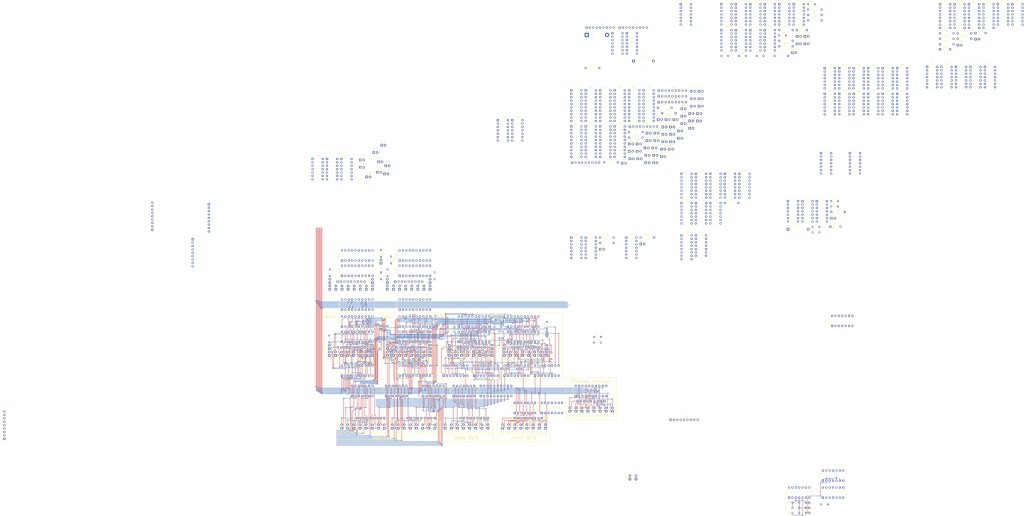
<source format=kicad_pcb>
(kicad_pcb (version 20171130) (host pcbnew 5.1.0-unknown-c1c4a09~94~ubuntu18.10.1)
  (layers (0 F.Cu signal) (1 VCC power hide) (2 GND power hide) (31 B.Cu signal) (34 B.Paste user) (35 F.Paste user) (36 B.SilkS user) (37 F.SilkS user) (38 B.Mask user) (39 F.Mask user) (44 Edge.Cuts user))
  (net 0 "")
  (net 1 "Net-(B38-Pad7)")
  (net 2 "Net-(B38-Pad6)")
  (net 3 VCC)
  (net 4 GND)
  (net 5 "/I/O control/memWR")
  (net 6 "Net-(C4-Pad1)")
  (net 7 "Net-(C14-Pad1)")
  (net 8 "Net-(C15-Pad1)")
  (net 9 "Net-(D1-Pad2)")
  (net 10 "Net-(D1-Pad1)")
  (net 11 "Net-(D2-Pad2)")
  (net 12 "Net-(D2-Pad1)")
  (net 13 "Net-(D3-Pad2)")
  (net 14 "Net-(D3-Pad1)")
  (net 15 "Net-(D5-Pad2)")
  (net 16 /Reset/o_RESET)
  (net 17 "Net-(D6-Pad2)")
  (net 18 "Net-(D6-Pad1)")
  (net 19 "Net-(D7-Pad2)")
  (net 20 "Net-(D7-Pad1)")
  (net 21 "Net-(D8-Pad2)")
  (net 22 /BUSRQ/o_BUSAK)
  (net 23 "Net-(D9-Pad2)")
  (net 24 "Net-(D9-Pad1)")
  (net 25 "Net-(D10-Pad2)")
  (net 26 "Net-(D10-Pad1)")
  (net 27 "Net-(D11-Pad2)")
  (net 28 "Net-(D11-Pad1)")
  (net 29 "Net-(D12-Pad2)")
  (net 30 "Net-(D12-Pad1)")
  (net 31 "Net-(D13-Pad2)")
  (net 32 "Net-(D13-Pad1)")
  (net 33 "Net-(D14-Pad2)")
  (net 34 "Net-(D14-Pad1)")
  (net 35 "Net-(D15-Pad2)")
  (net 36 "Net-(D15-Pad1)")
  (net 37 "Net-(D16-Pad2)")
  (net 38 "Net-(D16-Pad1)")
  (net 39 "Net-(D17-Pad2)")
  (net 40 "Net-(D17-Pad1)")
  (net 41 "Net-(D18-Pad2)")
  (net 42 "Net-(D18-Pad1)")
  (net 43 "Net-(D19-Pad2)")
  (net 44 "Net-(D19-Pad1)")
  (net 45 "Net-(D20-Pad2)")
  (net 46 "Net-(D20-Pad1)")
  (net 47 "Net-(D21-Pad2)")
  (net 48 "Net-(D21-Pad1)")
  (net 49 "Net-(D22-Pad2)")
  (net 50 "Net-(D22-Pad1)")
  (net 51 "Net-(D23-Pad2)")
  (net 52 "Net-(D23-Pad1)")
  (net 53 "Net-(D24-Pad2)")
  (net 54 "Net-(D24-Pad1)")
  (net 55 "Net-(D25-Pad2)")
  (net 56 /regs_A_B_C_D_E/AregRD)
  (net 57 "Net-(D26-Pad2)")
  (net 58 "Net-(D26-Pad1)")
  (net 59 "Net-(D27-Pad2)")
  (net 60 /regs_A_B_C_D_E/CregRD)
  (net 61 "Net-(D28-Pad2)")
  (net 62 "Net-(D28-Pad1)")
  (net 63 "Net-(D29-Pad2)")
  (net 64 /regs_A_B_C_D_E/EregRD)
  (net 65 "Net-(D30-Pad2)")
  (net 66 "Net-(D30-Pad1)")
  (net 67 "Net-(D31-Pad2)")
  (net 68 "Net-(D31-Pad1)")
  (net 69 "Net-(D32-Pad2)")
  (net 70 "Net-(D32-Pad1)")
  (net 71 "Net-(D33-Pad2)")
  (net 72 "Net-(D33-Pad1)")
  (net 73 "Net-(D34-Pad2)")
  (net 74 "Net-(D34-Pad1)")
  (net 75 "Net-(D35-Pad2)")
  (net 76 "Net-(D35-Pad1)")
  (net 77 "Net-(D36-Pad2)")
  (net 78 "Net-(D36-Pad1)")
  (net 79 "Net-(D37-Pad2)")
  (net 80 "Net-(D37-Pad1)")
  (net 81 "Net-(D38-Pad2)")
  (net 82 "Net-(D38-Pad1)")
  (net 83 "Net-(D39-Pad2)")
  (net 84 "Net-(D39-Pad1)")
  (net 85 "Net-(D40-Pad2)")
  (net 86 "Net-(D40-Pad1)")
  (net 87 "Net-(D41-Pad2)")
  (net 88 "Net-(D41-Pad1)")
  (net 89 "Net-(D42-Pad2)")
  (net 90 "Net-(D42-Pad1)")
  (net 91 "Net-(D43-Pad2)")
  (net 92 "Net-(D43-Pad1)")
  (net 93 "Net-(D44-Pad2)")
  (net 94 "Net-(D44-Pad1)")
  (net 95 "Net-(D45-Pad2)")
  (net 96 /regs_A_B_C_D_E/BregRD)
  (net 97 "Net-(D46-Pad2)")
  (net 98 "Net-(D46-Pad1)")
  (net 99 "Net-(D47-Pad2)")
  (net 100 /regs_A_B_C_D_E/DregRD)
  (net 101 "Net-(D48-Pad2)")
  (net 102 "Net-(D48-Pad1)")
  (net 103 "Net-(D129-Pad1)")
  (net 104 "Net-(D130-Pad1)")
  (net 105 "Net-(D132-Pad1)")
  (net 106 "Net-(D133-Pad2)")
  (net 107 "Net-(D133-Pad1)")
  (net 108 "Net-(D134-Pad1)")
  (net 109 "Net-(D135-Pad1)")
  (net 110 "Net-(D136-Pad1)")
  (net 111 "Net-(D137-Pad1)")
  (net 112 "Net-(D138-Pad1)")
  (net 113 "Net-(D139-Pad2)")
  (net 114 /regs_decode/regRD)
  (net 115 "Net-(D140-Pad2)")
  (net 116 /regs_decode/regWR)
  (net 117 "Net-(D141-Pad2)")
  (net 118 "Net-(D141-Pad1)")
  (net 119 "Net-(D142-Pad1)")
  (net 120 "Net-(D147-Pad2)")
  (net 121 "/I/O control/o_IORD")
  (net 122 "Net-(D148-Pad2)")
  (net 123 "/I/O control/o_IOWR")
  (net 124 "Net-(D149-Pad2)")
  (net 125 "/I/O control/o_MEMRD")
  (net 126 "Net-(D150-Pad2)")
  (net 127 "/I/O control/o_MEMWR")
  (net 128 "Net-(D151-Pad2)")
  (net 129 "/I/O control/o_INTRD")
  (net 130 "Net-(D152-Pad2)")
  (net 131 /HALT/HLTA)
  (net 132 ExclkE)
  (net 133 "Net-(R5-Pad2)")
  (net 134 "Net-(R6-Pad2)")
  (net 135 /Reset/i_RESET)
  (net 136 /BUSRQ/i_BUSRQ)
  (net 137 /Reset/MCLR)
  (net 138 "/I/O control/Pcsel")
  (net 139 "/I/O control/dataOUT")
  (net 140 "/I/O control/memRD")
  (net 141 "/I/O control/OUTdE")
  (net 142 "/I/O control/ioRD")
  (net 143 "/I/O control/ioWR")
  (net 144 "Net-(R88-Pad1)")
  (net 145 Exclk)
  (net 146 "/I/O regs/d0")
  (net 147 "/I/O regs/d1")
  (net 148 "/I/O regs/d2")
  (net 149 "/I/O regs/d3")
  (net 150 "/I/O regs/s0")
  (net 151 "/I/O regs/s1")
  (net 152 "/I/O regs/s2")
  (net 153 "/I/O regs/s3")
  (net 154 "Net-(U1-Pad11)")
  (net 155 "Net-(U2-Pad12)")
  (net 156 "Net-(U12-Pad15)")
  (net 157 /HALT/PCckdE2)
  (net 158 "Net-(U3-Pad12)")
  (net 159 "Net-(U3-Pad11)")
  (net 160 "Net-(U3-Pad3)")
  (net 161 /Reset/PCCLR)
  (net 162 "Net-(U6-Pad6)")
  (net 163 "/Timings Generator/QE")
  (net 164 "Net-(U6-Pad9)")
  (net 165 "Net-(U10-Pad2)")
  (net 166 "Net-(U10-Pad3)")
  (net 167 /regs_decode/memWR)
  (net 168 "Net-(U11-Pad12)")
  (net 169 "Net-(U11-Pad5)")
  (net 170 "Net-(U11-Pad9)")
  (net 171 "Net-(U11-Pad2)")
  (net 172 /regs_decode/HLsel)
  (net 173 "Net-(U18-Pad5)")
  (net 174 "Net-(U19-Pad3)")
  (net 175 /regs_A_B_C_D_E/iB7)
  (net 176 /regs_A_B_C_D_E/iB3)
  (net 177 /regs_A_B_C_D_E/iB6)
  (net 178 /regs_A_B_C_D_E/iB2)
  (net 179 /regs_A_B_C_D_E/iB5)
  (net 180 /regs_A_B_C_D_E/iB1)
  (net 181 /regs_A_B_C_D_E/iB4)
  (net 182 /regs_A_B_C_D_E/iB0)
  (net 183 "Net-(U48-Pad13)")
  (net 184 "Net-(U48-Pad5)")
  (net 185 "Net-(U48-Pad11)")
  (net 186 "Net-(U48-Pad9)")
  (net 187 "Net-(U49-Pad6)")
  (net 188 "/MOV / MVI/OP3")
  (net 189 "/MOV / MVI/d=110")
  (net 190 "/MOV / MVI/d!=110")
  (net 191 "/MOV / MVI/OP0")
  (net 192 "Net-(U49-Pad8)")
  (net 193 /regs_decode/d3)
  (net 194 /regs_decode/d2)
  (net 195 /regs_decode/d1)
  (net 196 /regs_decode/d0)
  (net 197 "Net-(U54-Pad10)")
  (net 198 /regs_decode/s3)
  (net 199 /regs_decode/s2)
  (net 200 /regs_decode/s1)
  (net 201 "Net-(U55-Pad9)")
  (net 202 /regs_decode/s0)
  (net 203 "Net-(U58-Pad2)")
  (net 204 "Net-(U69-Pad11)")
  (net 205 "/MOV / MVI/dataOUT")
  (net 206 "/MOV / MVI/HLsel")
  (net 207 "Net-(U69-Pad3)")
  (net 208 "Net-(U69-Pad9)")
  (net 209 "Net-(U244-Pad5)")
  (net 210 "/MOV / MVI/OP6")
  (net 211 "Net-(U242-Pad1)")
  (net 212 "Net-(U242-Pad3)")
  (net 213 "/I/O control/intRD")
  (net 214 "Net-(U244-Pad4)")
  (net 215 "/MOV / MVI/M2")
  (net 216 "/MOV / MVI/regWR")
  (net 217 "Net-(U80-Pad12)")
  (net 218 "Net-(U80-Pad10)")
  (net 219 "/MOV / MVI/T4")
  (net 220 "/MOV / MVI/MCLR")
  (net 221 "/MOV / MVI/regRD")
  (net 222 "/MOV / MVI/T6")
  (net 223 "/MOV / MVI/MOV")
  (net 224 "/MOV / MVI/OP5")
  (net 225 "Net-(U82-Pad6)")
  (net 226 "/MOV / MVI/OP2")
  (net 227 "/MOV / MVI/OP1")
  (net 228 "/MOV / MVI/OP4")
  (net 229 "Net-(U84-Pad12)")
  (net 230 "Net-(U244-Pad9)")
  (net 231 "Net-(U244-Pad6)")
  (net 232 "Net-(U86-Pad3)")
  (net 233 "Net-(U89-Pad3)")
  (net 234 "Net-(U89-Pad10)")
  (net 235 "Net-(U89-Pad9)")
  (net 236 "Net-(U239-Pad2)")
  (net 237 "Net-(U239-Pad5)")
  (net 238 "Net-(U239-Pad1)")
  (net 239 "Net-(U242-Pad6)")
  (net 240 "Net-(U242-Pad10)")
  (net 241 "Net-(U242-Pad4)")
  (net 242 "Net-(C16-Pad1)")
  (net 243 "Net-(L188-Pad2)")
  (net 244 PCADout)
  (net 245 "Net-(L209-Pad2)")
  (net 246 PCHregRD)
  (net 247 "Net-(L219-Pad2)")
  (net 248 PCLregRD)
  (net 249 "Net-(U215-Pad5)")
  (net 250 "Net-(U216-Pad5)")
  (net 251 "Net-(U217-Pad5)")
  (net 252 "Net-(B31-Pad9)")
  (net 253 "Net-(B31-Pad8)")
  (net 254 "Net-(B31-Pad7)")
  (net 255 "Net-(B31-Pad6)")
  (net 256 "Net-(B31-Pad5)")
  (net 257 "Net-(B31-Pad4)")
  (net 258 "Net-(B31-Pad3)")
  (net 259 "Net-(B31-Pad2)")
  (net 260 "Net-(B32-Pad9)")
  (net 261 "Net-(B32-Pad8)")
  (net 262 "Net-(B32-Pad7)")
  (net 263 "Net-(B32-Pad6)")
  (net 264 "Net-(B32-Pad5)")
  (net 265 "Net-(B32-Pad4)")
  (net 266 "Net-(B32-Pad3)")
  (net 267 "Net-(B32-Pad2)")
  (net 268 "Net-(L210-Pad2)")
  (net 269 "Net-(L211-Pad2)")
  (net 270 "Net-(L212-Pad2)")
  (net 271 "Net-(L213-Pad2)")
  (net 272 "Net-(L214-Pad2)")
  (net 273 "Net-(L215-Pad2)")
  (net 274 "Net-(L216-Pad2)")
  (net 275 "Net-(L217-Pad2)")
  (net 276 "Net-(L220-Pad2)")
  (net 277 "Net-(L221-Pad2)")
  (net 278 "Net-(L222-Pad2)")
  (net 279 "Net-(L223-Pad2)")
  (net 280 "Net-(L224-Pad2)")
  (net 281 "Net-(L225-Pad2)")
  (net 282 "Net-(L226-Pad2)")
  (net 283 "Net-(L227-Pad2)")
  (net 284 "Net-(L218-Pad2)")
  (net 285 "Net-(L228-Pad2)")
  (net 286 "Net-(L229-Pad2)")
  (net 287 PCLregWR)
  (net 288 PCclk)
  (net 289 iB7)
  (net 290 iB0)
  (net 291 iB6)
  (net 292 iB1)
  (net 293 iB5)
  (net 294 iB2)
  (net 295 iB4)
  (net 296 iB3)
  (net 297 PCCLR)
  (net 298 PCHregWR)
  (net 299 "Net-(B37-Pad9)")
  (net 300 "Net-(B37-Pad8)")
  (net 301 "Net-(B37-Pad7)")
  (net 302 "Net-(B37-Pad6)")
  (net 303 "Net-(B37-Pad5)")
  (net 304 "Net-(B37-Pad4)")
  (net 305 "Net-(B37-Pad3)")
  (net 306 "Net-(B37-Pad2)")
  (net 307 OP7)
  (net 308 OP6)
  (net 309 OP5)
  (net 310 OP4)
  (net 311 OP3)
  (net 312 OP2)
  (net 313 OP1)
  (net 314 OP0)
  (net 315 io_D7)
  (net 316 io_D6)
  (net 317 io_D5)
  (net 318 io_D4)
  (net 319 io_D3)
  (net 320 io_D2)
  (net 321 io_D1)
  (net 322 io_D0)
  (net 323 "Net-(B35-Pad9)")
  (net 324 "Net-(B35-Pad8)")
  (net 325 "Net-(B35-Pad7)")
  (net 326 "Net-(B35-Pad6)")
  (net 327 "Net-(B35-Pad5)")
  (net 328 "Net-(B35-Pad4)")
  (net 329 "Net-(B35-Pad3)")
  (net 330 "Net-(B35-Pad2)")
  (net 331 "Net-(B36-Pad9)")
  (net 332 "Net-(B36-Pad8)")
  (net 333 "Net-(B36-Pad7)")
  (net 334 "Net-(B36-Pad6)")
  (net 335 "Net-(B36-Pad5)")
  (net 336 "Net-(B36-Pad4)")
  (net 337 "Net-(B36-Pad3)")
  (net 338 "Net-(B36-Pad2)")
  (net 339 "Net-(L256-Pad1)")
  (net 340 "Net-(L257-Pad1)")
  (net 341 "Net-(L258-Pad1)")
  (net 342 "Net-(L259-Pad1)")
  (net 343 "Net-(L260-Pad1)")
  (net 344 "Net-(L261-Pad1)")
  (net 345 "Net-(L262-Pad1)")
  (net 346 "Net-(L263-Pad1)")
  (net 347 "Net-(L246-Pad1)")
  (net 348 "Net-(L247-Pad1)")
  (net 349 "Net-(L248-Pad1)")
  (net 350 "Net-(L249-Pad1)")
  (net 351 "Net-(L250-Pad1)")
  (net 352 "Net-(L251-Pad1)")
  (net 353 "Net-(L252-Pad1)")
  (net 354 "Net-(L253-Pad1)")
  (net 355 "Net-(B3-Pad9)")
  (net 356 "Net-(B3-Pad8)")
  (net 357 "Net-(B3-Pad7)")
  (net 358 "Net-(B3-Pad6)")
  (net 359 "Net-(B3-Pad5)")
  (net 360 "Net-(B3-Pad4)")
  (net 361 "Net-(B3-Pad3)")
  (net 362 "Net-(B3-Pad2)")
  (net 363 "Net-(B33-Pad9)")
  (net 364 "Net-(B33-Pad8)")
  (net 365 "Net-(B33-Pad7)")
  (net 366 "Net-(B33-Pad6)")
  (net 367 "Net-(B33-Pad5)")
  (net 368 "Net-(B33-Pad4)")
  (net 369 "Net-(B33-Pad3)")
  (net 370 "Net-(B33-Pad2)")
  (net 371 "Net-(B34-Pad9)")
  (net 372 "Net-(B34-Pad8)")
  (net 373 "Net-(B34-Pad7)")
  (net 374 "Net-(B34-Pad6)")
  (net 375 "Net-(B34-Pad5)")
  (net 376 "Net-(B34-Pad4)")
  (net 377 "Net-(B34-Pad3)")
  (net 378 "Net-(B34-Pad2)")
  (net 379 A8)
  (net 380 A9)
  (net 381 A10)
  (net 382 A11)
  (net 383 A12)
  (net 384 A13)
  (net 385 A14)
  (net 386 A15)
  (net 387 A0)
  (net 388 A1)
  (net 389 A2)
  (net 390 A3)
  (net 391 A4)
  (net 392 A5)
  (net 393 A6)
  (net 394 A7)
  (net 395 "Net-(L230-Pad1)")
  (net 396 "Net-(L231-Pad1)")
  (net 397 "Net-(L232-Pad1)")
  (net 398 "Net-(L233-Pad1)")
  (net 399 "Net-(L234-Pad1)")
  (net 400 "Net-(L235-Pad1)")
  (net 401 "Net-(L236-Pad1)")
  (net 402 "Net-(L237-Pad1)")
  (net 403 "Net-(L238-Pad1)")
  (net 404 "Net-(L239-Pad1)")
  (net 405 "Net-(L240-Pad1)")
  (net 406 "Net-(L241-Pad1)")
  (net 407 "Net-(L242-Pad1)")
  (net 408 "Net-(L243-Pad1)")
  (net 409 "Net-(L244-Pad1)")
  (net 410 "Net-(L245-Pad1)")
  (net 411 "Net-(B30-Pad9)")
  (net 412 "Net-(B30-Pad8)")
  (net 413 "Net-(B30-Pad7)")
  (net 414 "Net-(B30-Pad6)")
  (net 415 "Net-(B30-Pad5)")
  (net 416 "Net-(B30-Pad4)")
  (net 417 "Net-(B30-Pad3)")
  (net 418 "Net-(B30-Pad2)")
  (net 419 WKsel)
  (net 420 WKHregRD)
  (net 421 "Net-(L187-Pad2)")
  (net 422 "Net-(L199-Pad2)")
  (net 423 WKLregRD)
  (net 424 "Net-(L200-Pad2)")
  (net 425 "Net-(L201-Pad2)")
  (net 426 "Net-(L202-Pad2)")
  (net 427 "Net-(L203-Pad2)")
  (net 428 "Net-(L204-Pad2)")
  (net 429 "Net-(L205-Pad2)")
  (net 430 "Net-(L206-Pad2)")
  (net 431 "Net-(L207-Pad2)")
  (net 432 WKLregWR)
  (net 433 "Net-(L208-Pad1)")
  (net 434 "Net-(B29-Pad9)")
  (net 435 "Net-(B29-Pad8)")
  (net 436 "Net-(B29-Pad7)")
  (net 437 "Net-(B29-Pad6)")
  (net 438 "Net-(B29-Pad5)")
  (net 439 "Net-(B29-Pad4)")
  (net 440 "Net-(B29-Pad3)")
  (net 441 "Net-(B29-Pad2)")
  (net 442 "Net-(L189-Pad2)")
  (net 443 "Net-(L190-Pad2)")
  (net 444 "Net-(L191-Pad2)")
  (net 445 "Net-(L192-Pad2)")
  (net 446 "Net-(L193-Pad2)")
  (net 447 "Net-(L194-Pad2)")
  (net 448 "Net-(L195-Pad2)")
  (net 449 "Net-(L196-Pad2)")
  (net 450 "Net-(L197-Pad2)")
  (net 451 WKHregWR)
  (net 452 "Net-(L198-Pad1)")
  (net 453 "Net-(B25-Pad9)")
  (net 454 "Net-(B25-Pad8)")
  (net 455 "Net-(B25-Pad7)")
  (net 456 "Net-(B25-Pad6)")
  (net 457 "Net-(B25-Pad5)")
  (net 458 "Net-(B25-Pad4)")
  (net 459 "Net-(B25-Pad3)")
  (net 460 "Net-(B25-Pad2)")
  (net 461 "Net-(B26-Pad9)")
  (net 462 "Net-(B26-Pad8)")
  (net 463 "Net-(B26-Pad7)")
  (net 464 "Net-(B26-Pad6)")
  (net 465 "Net-(B26-Pad5)")
  (net 466 "Net-(B26-Pad4)")
  (net 467 "Net-(B26-Pad3)")
  (net 468 "Net-(B26-Pad2)")
  (net 469 "Net-(L146-Pad2)")
  (net 470 HregRD)
  (net 471 "Net-(L147-Pad2)")
  (net 472 "Net-(L148-Pad2)")
  (net 473 "Net-(L149-Pad2)")
  (net 474 "Net-(L150-Pad2)")
  (net 475 "Net-(L151-Pad2)")
  (net 476 "Net-(L152-Pad2)")
  (net 477 "Net-(L153-Pad2)")
  (net 478 "Net-(L154-Pad2)")
  (net 479 HregWR)
  (net 480 "Net-(L155-Pad1)")
  (net 481 "Net-(L156-Pad2)")
  (net 482 LregRD)
  (net 483 "Net-(L157-Pad2)")
  (net 484 "Net-(L158-Pad2)")
  (net 485 "Net-(L159-Pad2)")
  (net 486 "Net-(L160-Pad2)")
  (net 487 "Net-(L161-Pad2)")
  (net 488 "Net-(L162-Pad2)")
  (net 489 "Net-(L163-Pad2)")
  (net 490 "Net-(L164-Pad2)")
  (net 491 "Net-(L145-2-Pad2)")
  (net 492 HLsel)
  (net 493 LregWR)
  (net 494 "Net-(L164-2-Pad1)")
  (module Resistor_THT:R_Axial_DIN0204_L3.6mm_D1.6mm_P5.08mm_Vertical (layer F.Cu) (at -276.098 -118.11 90)
    (fp_text reference R47 (at 2.54 -1.92 90) (layer F.SilkS))
    (fp_text value 1K)
    (pad 2 thru_hole oval (at 5.08 0 90) (size 1.4 1.4) (drill 0.7) (layers *.Cu *.Mask) (net 4 GND))
    (pad 1 thru_hole circle (at 0 0 90) (size 1.4 1.4) (drill 0.7) (layers *.Cu *.Mask) (net 494 "Net-(L164-2-Pad1)"))
  )
  (module Resistor_THT:R_Axial_DIN0204_L3.6mm_D1.6mm_P5.08mm_Vertical (layer F.Cu) (at -316.23 -118.11 90)
    (fp_text reference R46 (at 2.54 -1.92 90) (layer F.SilkS))
    (fp_text value 1K)
    (pad 2 thru_hole oval (at 5.08 0 90) (size 1.4 1.4) (drill 0.7) (layers *.Cu *.Mask) (net 4 GND))
    (pad 1 thru_hole circle (at 0 0 90) (size 1.4 1.4) (drill 0.7) (layers *.Cu *.Mask) (net 480 "Net-(L155-Pad1)"))
  )
  (module Resistor_THT:R_Axial_DIN0204_L3.6mm_D1.6mm_P5.08mm_Vertical (layer F.Cu) (at -354.584 -125.476 270)
    (fp_text reference R45 (at 2.54 -1.92 270) (layer F.SilkS))
    (fp_text value 1K)
    (pad 2 thru_hole oval (at 5.08 0 270) (size 1.4 1.4) (drill 0.7) (layers *.Cu *.Mask) (net 469 "Net-(L146-Pad2)"))
    (pad 1 thru_hole circle (at 0 0 270) (size 1.4 1.4) (drill 0.7) (layers *.Cu *.Mask) (net 3 VCC))
  )
  (module Resistor_THT:R_Axial_DIN0204_L3.6mm_D1.6mm_P5.08mm_Horizontal (layer F.Cu) (at -311.404 -125.476 270)
    (fp_text reference R38 (at 2.54 -1.92 270) (layer F.SilkS))
    (fp_text value 1K)
    (pad 2 thru_hole oval (at 5.08 0 270) (size 1.4 1.4) (drill 0.7) (layers *.Cu *.Mask) (net 481 "Net-(L156-Pad2)"))
    (pad 1 thru_hole circle (at 0 0 270) (size 1.4 1.4) (drill 0.7) (layers *.Cu *.Mask) (net 3 VCC))
  )
  (module Resistor_THT:R_Axial_DIN0204_L3.6mm_D1.6mm_P5.08mm_Horizontal (layer F.Cu) (at -316.23 -139.954 270)
    (fp_text reference R37 (at 2.54 -1.92 270) (layer F.SilkS))
    (fp_text value 1K)
    (pad 2 thru_hole oval (at 5.08 0 270) (size 1.4 1.4) (drill 0.7) (layers *.Cu *.Mask) (net 491 "Net-(L145-2-Pad2)"))
    (pad 1 thru_hole circle (at 0 0 270) (size 1.4 1.4) (drill 0.7) (layers *.Cu *.Mask) (net 3 VCC))
  )
  (module Resistor_THT:R_Axial_DIN0204_L3.6mm_D1.6mm_P5.08mm_Horizontal (layer F.Cu) (at -17.564 -300.928)
    (fp_text reference R36 (at 2.54 -1.92) (layer F.SilkS))
    (fp_text value R)
    (pad 2 thru_hole oval (at 5.08 0) (size 1.4 1.4) (drill 0.7) (layers *.Cu *.Mask) (net 142 "/I/O control/ioRD"))
    (pad 1 thru_hole circle (at 0 0) (size 1.4 1.4) (drill 0.7) (layers *.Cu *.Mask) (net 3 VCC))
  )
  (module Resistor_THT:R_Axial_DIN0204_L3.6mm_D1.6mm_P5.08mm_Horizontal (layer F.Cu) (at 4.136 -324.378)
    (fp_text reference R35 (at 2.54 -1.92) (layer F.SilkS))
    (fp_text value R)
    (pad 2 thru_hole oval (at 5.08 0) (size 1.4 1.4) (drill 0.7) (layers *.Cu *.Mask) (net 141 "/I/O control/OUTdE"))
    (pad 1 thru_hole circle (at 0 0) (size 1.4 1.4) (drill 0.7) (layers *.Cu *.Mask) (net 3 VCC))
  )
  (module Resistor_THT:R_Axial_DIN0204_L3.6mm_D1.6mm_P5.08mm_Horizontal (layer F.Cu) (at -60.964 -285.578)
    (fp_text reference R34 (at 2.54 -1.92) (layer F.SilkS))
    (fp_text value R)
    (pad 2 thru_hole oval (at 5.08 0) (size 1.4 1.4) (drill 0.7) (layers *.Cu *.Mask) (net 140 "/I/O control/memRD"))
    (pad 1 thru_hole circle (at 0 0) (size 1.4 1.4) (drill 0.7) (layers *.Cu *.Mask) (net 3 VCC))
  )
  (module Resistor_THT:R_Axial_DIN0204_L3.6mm_D1.6mm_P5.08mm_Horizontal (layer F.Cu) (at -47.654 -285.578)
    (fp_text reference R33 (at 2.54 -1.92) (layer F.SilkS))
    (fp_text value R)
    (pad 2 thru_hole oval (at 5.08 0) (size 1.4 1.4) (drill 0.7) (layers *.Cu *.Mask) (net 139 "/I/O control/dataOUT"))
    (pad 1 thru_hole circle (at 0 0) (size 1.4 1.4) (drill 0.7) (layers *.Cu *.Mask) (net 3 VCC))
  )
  (module Resistor_THT:R_Axial_DIN0204_L3.6mm_D1.6mm_P5.08mm_Horizontal (layer F.Cu) (at -34.344 -285.578)
    (fp_text reference R32 (at 2.54 -1.92) (layer F.SilkS))
    (fp_text value R)
    (pad 2 thru_hole oval (at 5.08 0) (size 1.4 1.4) (drill 0.7) (layers *.Cu *.Mask) (net 138 "/I/O control/Pcsel"))
    (pad 1 thru_hole circle (at 0 0) (size 1.4 1.4) (drill 0.7) (layers *.Cu *.Mask) (net 3 VCC))
  )
  (module Resistor_THT:R_Axial_DIN0204_L3.6mm_D1.6mm_P5.08mm_Horizontal (layer F.Cu) (at -308.61 -135.128 270)
    (fp_text reference R29 (at 2.54 -1.92 270) (layer F.SilkS))
    (fp_text value 1K)
    (pad 2 thru_hole oval (at 5.08 0 270) (size 1.4 1.4) (drill 0.7) (layers *.Cu *.Mask) (net 492 HLsel))
    (pad 1 thru_hole circle (at 0 0 270) (size 1.4 1.4) (drill 0.7) (layers *.Cu *.Mask) (net 3 VCC))
  )
  (module LED_THT:LED_D3.0mm (layer F.Cu) (at -279.4 -115.57 90)
    (fp_text reference L164-2 (at 1.27 -2.96 90) (layer F.SilkS))
    (fp_text value LED)
    (pad 2 thru_hole circle (at 2.54 0 90) (size 1.8 1.8) (drill 0.9) (layers *.Cu *.Mask) (net 493 LregWR))
    (pad 1 thru_hole rect (at 0 0 90) (size 1.8 1.8) (drill 0.9) (layers *.Cu *.Mask) (net 494 "Net-(L164-2-Pad1)"))
  )
  (module LED_THT:LED_D3.0mm (layer F.Cu) (at -316.23 -130.048 90)
    (fp_text reference L145-2 (at 1.27 -2.96 90) (layer F.SilkS))
    (fp_text value LED)
    (pad 2 thru_hole circle (at 2.54 0 90) (size 1.8 1.8) (drill 0.9) (layers *.Cu *.Mask) (net 491 "Net-(L145-2-Pad2)"))
    (pad 1 thru_hole rect (at 0 0 90) (size 1.8 1.8) (drill 0.9) (layers *.Cu *.Mask) (net 492 HLsel))
  )
  (module LED_THT:LED_D3.0mm (layer F.Cu) (at -311.404 -115.57 90)
    (fp_text reference L156 (at 1.27 -2.96 90) (layer F.SilkS))
    (fp_text value LED)
    (pad 2 thru_hole circle (at 2.54 0 90) (size 1.8 1.8) (drill 0.9) (layers *.Cu *.Mask) (net 481 "Net-(L156-Pad2)"))
    (pad 1 thru_hole rect (at 0 0 90) (size 1.8 1.8) (drill 0.9) (layers *.Cu *.Mask) (net 482 LregRD))
  )
  (module LED_THT:LED_D3.0mm (layer F.Cu) (at -322.58 -115.57 90)
    (fp_text reference L155 (at 1.27 -2.96 90) (layer F.SilkS))
    (fp_text value LED)
    (pad 2 thru_hole circle (at 2.54 0 90) (size 1.8 1.8) (drill 0.9) (layers *.Cu *.Mask) (net 479 HregWR))
    (pad 1 thru_hole rect (at 0 0 90) (size 1.8 1.8) (drill 0.9) (layers *.Cu *.Mask) (net 480 "Net-(L155-Pad1)"))
  )
  (module LED_THT:LED_D3.0mm (layer F.Cu) (at -354.584 -115.57 90)
    (fp_text reference L146 (at 1.27 -2.96 90) (layer F.SilkS))
    (fp_text value LED)
    (pad 2 thru_hole circle (at 2.54 0 90) (size 1.8 1.8) (drill 0.9) (layers *.Cu *.Mask) (net 469 "Net-(L146-Pad2)"))
    (pad 1 thru_hole rect (at 0 0 90) (size 1.8 1.8) (drill 0.9) (layers *.Cu *.Mask) (net 470 HregRD))
  )
  (module Package_DIP:DIP-20_W7.62mm (layer F.Cu) (at -241.3 -30.48 90)
    (fp_text reference U231 (at 3.81 -2.032 90) (layer F.SilkS))
    (fp_text value 74HC245)
    (pad 20 thru_hole oval (at 7.62 0 90) (size 1.6 1.6) (drill 0.8) (layers *.Cu *.Mask) (net 3 VCC))
    (pad 10 thru_hole oval (at 0 22.86 90) (size 1.6 1.6) (drill 0.8) (layers *.Cu *.Mask) (net 4 GND))
    (pad 19 thru_hole oval (at 7.62 2.54 90) (size 1.6 1.6) (drill 0.8) (layers *.Cu *.Mask))
    (pad 9 thru_hole oval (at 0 20.32 90) (size 1.6 1.6) (drill 0.8) (layers *.Cu *.Mask) (net 315 io_D7))
    (pad 18 thru_hole oval (at 7.62 5.08 90) (size 1.6 1.6) (drill 0.8) (layers *.Cu *.Mask) (net 290 iB0))
    (pad 8 thru_hole oval (at 0 17.78 90) (size 1.6 1.6) (drill 0.8) (layers *.Cu *.Mask) (net 316 io_D6))
    (pad 17 thru_hole oval (at 7.62 7.62 90) (size 1.6 1.6) (drill 0.8) (layers *.Cu *.Mask) (net 292 iB1))
    (pad 7 thru_hole oval (at 0 15.24 90) (size 1.6 1.6) (drill 0.8) (layers *.Cu *.Mask) (net 317 io_D5))
    (pad 16 thru_hole oval (at 7.62 10.16 90) (size 1.6 1.6) (drill 0.8) (layers *.Cu *.Mask) (net 294 iB2))
    (pad 6 thru_hole oval (at 0 12.7 90) (size 1.6 1.6) (drill 0.8) (layers *.Cu *.Mask) (net 318 io_D4))
    (pad 15 thru_hole oval (at 7.62 12.7 90) (size 1.6 1.6) (drill 0.8) (layers *.Cu *.Mask) (net 296 iB3))
    (pad 5 thru_hole oval (at 0 10.16 90) (size 1.6 1.6) (drill 0.8) (layers *.Cu *.Mask) (net 319 io_D3))
    (pad 14 thru_hole oval (at 7.62 15.24 90) (size 1.6 1.6) (drill 0.8) (layers *.Cu *.Mask) (net 295 iB4))
    (pad 4 thru_hole oval (at 0 7.62 90) (size 1.6 1.6) (drill 0.8) (layers *.Cu *.Mask) (net 320 io_D2))
    (pad 13 thru_hole oval (at 7.62 17.78 90) (size 1.6 1.6) (drill 0.8) (layers *.Cu *.Mask) (net 293 iB5))
    (pad 3 thru_hole oval (at 0 5.08 90) (size 1.6 1.6) (drill 0.8) (layers *.Cu *.Mask) (net 321 io_D1))
    (pad 12 thru_hole oval (at 7.62 20.32 90) (size 1.6 1.6) (drill 0.8) (layers *.Cu *.Mask) (net 291 iB6))
    (pad 2 thru_hole oval (at 0 2.54 90) (size 1.6 1.6) (drill 0.8) (layers *.Cu *.Mask) (net 322 io_D0))
    (pad 11 thru_hole oval (at 7.62 22.86 90) (size 1.6 1.6) (drill 0.8) (layers *.Cu *.Mask) (net 289 iB7))
    (pad 1 thru_hole rect (at 0 0 90) (size 1.6 1.6) (drill 0.8) (layers *.Cu *.Mask))
  )
  (module Resistor_THT:R_Axial_DIN0204_L3.6mm_D1.6mm_P5.08mm_Horizontal (layer F.Cu) (at -317.373 -66.04 90)
    (fp_text reference R65 (at -2.413 0.127 90) (layer F.SilkS))
    (fp_text value 1K)
    (pad 2 thru_hole oval (at 5.08 0 90) (size 1.4 1.4) (drill 0.7) (layers *.Cu *.Mask) (net 4 GND))
    (pad 1 thru_hole circle (at 0 0 90) (size 1.4 1.4) (drill 0.7) (layers *.Cu *.Mask) (net 452 "Net-(L198-Pad1)"))
  )
  (module Resistor_THT:R_Axial_DIN0204_L3.6mm_D1.6mm_P5.08mm_Horizontal (layer F.Cu) (at -354.965 -75.946 270)
    (fp_text reference R64 (at 2.54 -1.92 270) (layer F.SilkS))
    (fp_text value 1K)
    (pad 2 thru_hole oval (at 5.08 0 270) (size 1.4 1.4) (drill 0.7) (layers *.Cu *.Mask) (net 442 "Net-(L189-Pad2)"))
    (pad 1 thru_hole circle (at 0 0 270) (size 1.4 1.4) (drill 0.7) (layers *.Cu *.Mask) (net 3 VCC))
  )
  (module Resistor_THT:R_Axial_DIN0204_L3.6mm_D1.6mm_P5.08mm_Horizontal (layer F.Cu) (at 21.486 -172.668)
    (fp_text reference R7 (at 2.54 -1.92) (layer F.SilkS))
    (fp_text value 10k)
    (pad 2 thru_hole oval (at 5.08 0) (size 1.4 1.4) (drill 0.7) (layers *.Cu *.Mask) (net 135 /Reset/i_RESET))
    (pad 1 thru_hole circle (at 0 0) (size 1.4 1.4) (drill 0.7) (layers *.Cu *.Mask) (net 3 VCC))
  )
  (module Resistor_THT:R_Axial_DIN0204_L3.6mm_D1.6mm_P5.08mm_Horizontal (layer F.Cu) (at 21.486 -176.718)
    (fp_text reference R6 (at 2.54 -1.92) (layer F.SilkS))
    (fp_text value 100k)
    (pad 2 thru_hole oval (at 5.08 0) (size 1.4 1.4) (drill 0.7) (layers *.Cu *.Mask) (net 134 "Net-(R6-Pad2)"))
    (pad 1 thru_hole circle (at 0 0) (size 1.4 1.4) (drill 0.7) (layers *.Cu *.Mask) (net 133 "Net-(R5-Pad2)"))
  )
  (module Resistor_THT:R_Axial_DIN0204_L3.6mm_D1.6mm_P5.08mm_Horizontal (layer F.Cu) (at 7.486 -157.318)
    (fp_text reference R5 (at 2.54 -1.92) (layer F.SilkS))
    (fp_text value 10k)
    (pad 2 thru_hole oval (at 5.08 0) (size 1.4 1.4) (drill 0.7) (layers *.Cu *.Mask) (net 133 "Net-(R5-Pad2)"))
    (pad 1 thru_hole circle (at 0 0) (size 1.4 1.4) (drill 0.7) (layers *.Cu *.Mask) (net 6 "Net-(C4-Pad1)"))
  )
  (module Resistor_THT:R_Axial_DIN0204_L3.6mm_D1.6mm_P5.08mm_Horizontal (layer F.Cu) (at 7.486 -153.268)
    (fp_text reference R4 (at 2.54 -1.92) (layer F.SilkS))
    (fp_text value 10k)
    (pad 2 thru_hole oval (at 5.08 0) (size 1.4 1.4) (drill 0.7) (layers *.Cu *.Mask) (net 6 "Net-(C4-Pad1)"))
    (pad 1 thru_hole circle (at 0 0) (size 1.4 1.4) (drill 0.7) (layers *.Cu *.Mask) (net 3 VCC))
  )
  (module LED_THT:LED_D3.0mm (layer F.Cu) (at -322.834 -66.04 90)
    (fp_text reference L198 (at 1.27 -2.96 90) (layer F.SilkS))
    (fp_text value LED_Small_ALT)
    (pad 2 thru_hole circle (at 2.54 0 90) (size 1.8 1.8) (drill 0.9) (layers *.Cu *.Mask) (net 451 WKHregWR))
    (pad 1 thru_hole rect (at 0 0 90) (size 1.8 1.8) (drill 0.9) (layers *.Cu *.Mask) (net 452 "Net-(L198-Pad1)"))
  )
  (module Resistor_THT:R_Axial_DIN0204_L3.6mm_D1.6mm_P5.08mm_Horizontal (layer F.Cu) (at -275.336 -85.598 90)
    (fp_text reference R66 (at 2.54 -1.778 90) (layer F.SilkS))
    (fp_text value 1K)
    (pad 2 thru_hole oval (at 5.08 0 90) (size 1.4 1.4) (drill 0.7) (layers *.Cu *.Mask) (net 4 GND))
    (pad 1 thru_hole circle (at 0 0 90) (size 1.4 1.4) (drill 0.7) (layers *.Cu *.Mask) (net 433 "Net-(L208-Pad1)"))
  )
  (module Resistor_THT:R_Axial_DIN0204_L3.6mm_D1.6mm_P5.08mm_Horizontal (layer F.Cu) (at -266.192 -82.296)
    (fp_text reference R51 (at 2.54 -1.92) (layer F.SilkS))
    (fp_text value 1K)
    (pad 2 thru_hole oval (at 5.08 0) (size 1.4 1.4) (drill 0.7) (layers *.Cu *.Mask) (net 3 VCC))
    (pad 1 thru_hole circle (at 0 0) (size 1.4 1.4) (drill 0.7) (layers *.Cu *.Mask) (net 419 WKsel))
  )
  (module Resistor_THT:R_Axial_DIN0204_L3.6mm_D1.6mm_P5.08mm_Horizontal (layer F.Cu) (at -311.404 -75.946 270)
    (fp_text reference R50 (at 2.54 -1.92 270) (layer F.SilkS))
    (fp_text value 1K)
    (pad 2 thru_hole oval (at 5.08 0 270) (size 1.4 1.4) (drill 0.7) (layers *.Cu *.Mask) (net 422 "Net-(L199-Pad2)"))
    (pad 1 thru_hole circle (at 0 0 270) (size 1.4 1.4) (drill 0.7) (layers *.Cu *.Mask) (net 3 VCC))
  )
  (module Resistor_THT:R_Axial_DIN0204_L3.6mm_D1.6mm_P5.08mm_Horizontal (layer F.Cu) (at -311.404 -77.978 90)
    (fp_text reference R49 (at 2.54 1.905 90) (layer F.SilkS))
    (fp_text value 1K)
    (pad 2 thru_hole oval (at 5.08 0 90) (size 1.4 1.4) (drill 0.7) (layers *.Cu *.Mask) (net 421 "Net-(L187-Pad2)"))
    (pad 1 thru_hole circle (at 0 0 90) (size 1.4 1.4) (drill 0.7) (layers *.Cu *.Mask) (net 3 VCC))
  )
  (module Package_DIP:DIP-14_W7.62mm (layer F.Cu) (at -345.838 -208.28)
    (fp_text reference U47 (at 3.81 -2.33) (layer F.SilkS))
    (fp_text value 74HC04)
    (pad 14 thru_hole oval (at 7.62 0) (size 1.6 1.6) (drill 0.8) (layers *.Cu *.Mask))
    (pad 7 thru_hole oval (at 0 15.24) (size 1.6 1.6) (drill 0.8) (layers *.Cu *.Mask))
    (pad 13 thru_hole oval (at 7.62 2.54) (size 1.6 1.6) (drill 0.8) (layers *.Cu *.Mask) (net 148 "/I/O regs/d2"))
    (pad 6 thru_hole oval (at 0 12.7) (size 1.6 1.6) (drill 0.8) (layers *.Cu *.Mask) (net 105 "Net-(D132-Pad1)"))
    (pad 12 thru_hole oval (at 7.62 5.08) (size 1.6 1.6) (drill 0.8) (layers *.Cu *.Mask) (net 110 "Net-(D136-Pad1)"))
    (pad 5 thru_hole oval (at 0 10.16) (size 1.6 1.6) (drill 0.8) (layers *.Cu *.Mask) (net 151 "/I/O regs/s1"))
    (pad 11 thru_hole oval (at 7.62 7.62) (size 1.6 1.6) (drill 0.8) (layers *.Cu *.Mask) (net 149 "/I/O regs/d3"))
    (pad 4 thru_hole oval (at 0 7.62) (size 1.6 1.6) (drill 0.8) (layers *.Cu *.Mask))
    (pad 10 thru_hole oval (at 7.62 10.16) (size 1.6 1.6) (drill 0.8) (layers *.Cu *.Mask) (net 109 "Net-(D135-Pad1)"))
    (pad 3 thru_hole oval (at 0 5.08) (size 1.6 1.6) (drill 0.8) (layers *.Cu *.Mask))
    (pad 9 thru_hole oval (at 7.62 12.7) (size 1.6 1.6) (drill 0.8) (layers *.Cu *.Mask) (net 150 "/I/O regs/s0"))
    (pad 2 thru_hole oval (at 0 2.54) (size 1.6 1.6) (drill 0.8) (layers *.Cu *.Mask))
    (pad 8 thru_hole oval (at 7.62 15.24) (size 1.6 1.6) (drill 0.8) (layers *.Cu *.Mask) (net 108 "Net-(D134-Pad1)"))
    (pad 1 thru_hole rect (at 0 0) (size 1.6 1.6) (drill 0.8) (layers *.Cu *.Mask))
  )
  (module Package_DIP:DIP-14_W7.62mm (layer F.Cu) (at -356.688 -208.28)
    (fp_text reference U44 (at 3.81 -2.33) (layer F.SilkS))
    (fp_text value 74HC04)
    (pad 14 thru_hole oval (at 7.62 0) (size 1.6 1.6) (drill 0.8) (layers *.Cu *.Mask) (net 3 VCC))
    (pad 7 thru_hole oval (at 0 15.24) (size 1.6 1.6) (drill 0.8) (layers *.Cu *.Mask) (net 4 GND))
    (pad 13 thru_hole oval (at 7.62 2.54) (size 1.6 1.6) (drill 0.8) (layers *.Cu *.Mask))
    (pad 6 thru_hole oval (at 0 12.7) (size 1.6 1.6) (drill 0.8) (layers *.Cu *.Mask))
    (pad 12 thru_hole oval (at 7.62 5.08) (size 1.6 1.6) (drill 0.8) (layers *.Cu *.Mask))
    (pad 5 thru_hole oval (at 0 10.16) (size 1.6 1.6) (drill 0.8) (layers *.Cu *.Mask))
    (pad 11 thru_hole oval (at 7.62 7.62) (size 1.6 1.6) (drill 0.8) (layers *.Cu *.Mask))
    (pad 4 thru_hole oval (at 0 7.62) (size 1.6 1.6) (drill 0.8) (layers *.Cu *.Mask))
    (pad 10 thru_hole oval (at 7.62 10.16) (size 1.6 1.6) (drill 0.8) (layers *.Cu *.Mask))
    (pad 3 thru_hole oval (at 0 5.08) (size 1.6 1.6) (drill 0.8) (layers *.Cu *.Mask))
    (pad 9 thru_hole oval (at 7.62 12.7) (size 1.6 1.6) (drill 0.8) (layers *.Cu *.Mask))
    (pad 2 thru_hole oval (at 0 2.54) (size 1.6 1.6) (drill 0.8) (layers *.Cu *.Mask))
    (pad 8 thru_hole oval (at 7.62 15.24) (size 1.6 1.6) (drill 0.8) (layers *.Cu *.Mask))
    (pad 1 thru_hole rect (at 0 0) (size 1.6 1.6) (drill 0.8) (layers *.Cu *.Mask))
  )
  (module Package_DIP:DIP-14_W7.62mm (layer F.Cu) (at -367.538 -208.28)
    (fp_text reference U43 (at 3.81 -2.33) (layer F.SilkS))
    (fp_text value 74HC04)
    (pad 14 thru_hole oval (at 7.62 0) (size 1.6 1.6) (drill 0.8) (layers *.Cu *.Mask) (net 3 VCC))
    (pad 7 thru_hole oval (at 0 15.24) (size 1.6 1.6) (drill 0.8) (layers *.Cu *.Mask) (net 4 GND))
    (pad 13 thru_hole oval (at 7.62 2.54) (size 1.6 1.6) (drill 0.8) (layers *.Cu *.Mask))
    (pad 6 thru_hole oval (at 0 12.7) (size 1.6 1.6) (drill 0.8) (layers *.Cu *.Mask))
    (pad 12 thru_hole oval (at 7.62 5.08) (size 1.6 1.6) (drill 0.8) (layers *.Cu *.Mask))
    (pad 5 thru_hole oval (at 0 10.16) (size 1.6 1.6) (drill 0.8) (layers *.Cu *.Mask))
    (pad 11 thru_hole oval (at 7.62 7.62) (size 1.6 1.6) (drill 0.8) (layers *.Cu *.Mask))
    (pad 4 thru_hole oval (at 0 7.62) (size 1.6 1.6) (drill 0.8) (layers *.Cu *.Mask))
    (pad 10 thru_hole oval (at 7.62 10.16) (size 1.6 1.6) (drill 0.8) (layers *.Cu *.Mask))
    (pad 3 thru_hole oval (at 0 5.08) (size 1.6 1.6) (drill 0.8) (layers *.Cu *.Mask))
    (pad 9 thru_hole oval (at 7.62 12.7) (size 1.6 1.6) (drill 0.8) (layers *.Cu *.Mask))
    (pad 2 thru_hole oval (at 0 2.54) (size 1.6 1.6) (drill 0.8) (layers *.Cu *.Mask))
    (pad 8 thru_hole oval (at 7.62 15.24) (size 1.6 1.6) (drill 0.8) (layers *.Cu *.Mask))
    (pad 1 thru_hole rect (at 0 0) (size 1.6 1.6) (drill 0.8) (layers *.Cu *.Mask))
  )
  (module LED_THT:LED_D3.0mm (layer F.Cu) (at -279.4 -66.04 90)
    (fp_text reference L208 (at 1.27 -2.667 90) (layer F.SilkS))
    (fp_text value LED_Small_ALT)
    (pad 2 thru_hole circle (at 2.54 0 90) (size 1.8 1.8) (drill 0.9) (layers *.Cu *.Mask) (net 432 WKLregWR))
    (pad 1 thru_hole rect (at 0 0 90) (size 1.8 1.8) (drill 0.9) (layers *.Cu *.Mask) (net 433 "Net-(L208-Pad1)"))
  )
  (module Package_DIP:DIP-14_W7.62mm (layer F.Cu) (at -284.48 -30.48 90)
    (fp_text reference U229 (at 0.254 -2.286 90) (layer F.SilkS))
    (fp_text value 74HC04)
    (pad 14 thru_hole oval (at 7.62 0 90) (size 1.6 1.6) (drill 0.8) (layers *.Cu *.Mask) (net 3 VCC))
    (pad 7 thru_hole oval (at 0 15.24 90) (size 1.6 1.6) (drill 0.8) (layers *.Cu *.Mask) (net 4 GND))
    (pad 13 thru_hole oval (at 7.62 2.54 90) (size 1.6 1.6) (drill 0.8) (layers *.Cu *.Mask) (net 389 A2))
    (pad 6 thru_hole oval (at 0 12.7 90) (size 1.6 1.6) (drill 0.8) (layers *.Cu *.Mask) (net 347 "Net-(L246-Pad1)"))
    (pad 12 thru_hole oval (at 7.62 5.08 90) (size 1.6 1.6) (drill 0.8) (layers *.Cu *.Mask) (net 408 "Net-(L243-Pad1)"))
    (pad 5 thru_hole oval (at 0 10.16 90) (size 1.6 1.6) (drill 0.8) (layers *.Cu *.Mask) (net 315 io_D7))
    (pad 11 thru_hole oval (at 7.62 7.62 90) (size 1.6 1.6) (drill 0.8) (layers *.Cu *.Mask) (net 387 A0))
    (pad 4 thru_hole oval (at 0 7.62 90) (size 1.6 1.6) (drill 0.8) (layers *.Cu *.Mask) (net 409 "Net-(L244-Pad1)"))
    (pad 10 thru_hole oval (at 7.62 10.16 90) (size 1.6 1.6) (drill 0.8) (layers *.Cu *.Mask) (net 410 "Net-(L245-Pad1)"))
    (pad 3 thru_hole oval (at 0 5.08 90) (size 1.6 1.6) (drill 0.8) (layers *.Cu *.Mask) (net 388 A1))
    (pad 9 thru_hole oval (at 7.62 12.7 90) (size 1.6 1.6) (drill 0.8) (layers *.Cu *.Mask) (net 316 io_D6))
    (pad 2 thru_hole oval (at 0 2.54 90) (size 1.6 1.6) (drill 0.8) (layers *.Cu *.Mask) (net 407 "Net-(L242-Pad1)"))
    (pad 8 thru_hole oval (at 7.62 15.24 90) (size 1.6 1.6) (drill 0.8) (layers *.Cu *.Mask) (net 348 "Net-(L247-Pad1)"))
    (pad 1 thru_hole rect (at 0 0 90) (size 1.6 1.6) (drill 0.8) (layers *.Cu *.Mask) (net 390 A3))
  )
  (module Package_DIP:DIP-14_W7.62mm (layer F.Cu) (at -312.42 -30.48 90)
    (fp_text reference U228 (at 3.81 -2.33 90) (layer F.SilkS))
    (fp_text value 74HC04)
    (pad 14 thru_hole oval (at 7.62 0 90) (size 1.6 1.6) (drill 0.8) (layers *.Cu *.Mask) (net 3 VCC))
    (pad 7 thru_hole oval (at 0 15.24 90) (size 1.6 1.6) (drill 0.8) (layers *.Cu *.Mask) (net 4 GND))
    (pad 13 thru_hole oval (at 7.62 2.54 90) (size 1.6 1.6) (drill 0.8) (layers *.Cu *.Mask) (net 379 A8))
    (pad 6 thru_hole oval (at 0 12.7 90) (size 1.6 1.6) (drill 0.8) (layers *.Cu *.Mask) (net 405 "Net-(L240-Pad1)"))
    (pad 12 thru_hole oval (at 7.62 5.08 90) (size 1.6 1.6) (drill 0.8) (layers *.Cu *.Mask) (net 402 "Net-(L237-Pad1)"))
    (pad 5 thru_hole oval (at 0 10.16 90) (size 1.6 1.6) (drill 0.8) (layers *.Cu *.Mask) (net 392 A5))
    (pad 11 thru_hole oval (at 7.62 7.62 90) (size 1.6 1.6) (drill 0.8) (layers *.Cu *.Mask) (net 393 A6))
    (pad 4 thru_hole oval (at 0 7.62 90) (size 1.6 1.6) (drill 0.8) (layers *.Cu *.Mask) (net 403 "Net-(L238-Pad1)"))
    (pad 10 thru_hole oval (at 7.62 10.16 90) (size 1.6 1.6) (drill 0.8) (layers *.Cu *.Mask) (net 404 "Net-(L239-Pad1)"))
    (pad 3 thru_hole oval (at 0 5.08 90) (size 1.6 1.6) (drill 0.8) (layers *.Cu *.Mask) (net 394 A7))
    (pad 9 thru_hole oval (at 7.62 12.7 90) (size 1.6 1.6) (drill 0.8) (layers *.Cu *.Mask) (net 391 A4))
    (pad 2 thru_hole oval (at 0 2.54 90) (size 1.6 1.6) (drill 0.8) (layers *.Cu *.Mask) (net 401 "Net-(L236-Pad1)"))
    (pad 8 thru_hole oval (at 7.62 15.24 90) (size 1.6 1.6) (drill 0.8) (layers *.Cu *.Mask) (net 406 "Net-(L241-Pad1)"))
    (pad 1 thru_hole rect (at 0 0 90) (size 1.6 1.6) (drill 0.8) (layers *.Cu *.Mask) (net 380 A9))
  )
  (module Package_DIP:DIP-14_W7.62mm (layer F.Cu) (at -261.62 -30.48 90)
    (fp_text reference U230 (at 3.81 -2.33 90) (layer F.SilkS))
    (fp_text value 74HC04)
    (pad 14 thru_hole oval (at 7.62 0 90) (size 1.6 1.6) (drill 0.8) (layers *.Cu *.Mask) (net 3 VCC))
    (pad 7 thru_hole oval (at 0 15.24 90) (size 1.6 1.6) (drill 0.8) (layers *.Cu *.Mask) (net 4 GND))
    (pad 13 thru_hole oval (at 7.62 2.54 90) (size 1.6 1.6) (drill 0.8) (layers *.Cu *.Mask) (net 318 io_D4))
    (pad 6 thru_hole oval (at 0 12.7 90) (size 1.6 1.6) (drill 0.8) (layers *.Cu *.Mask) (net 353 "Net-(L252-Pad1)"))
    (pad 12 thru_hole oval (at 7.62 5.08 90) (size 1.6 1.6) (drill 0.8) (layers *.Cu *.Mask) (net 350 "Net-(L249-Pad1)"))
    (pad 5 thru_hole oval (at 0 10.16 90) (size 1.6 1.6) (drill 0.8) (layers *.Cu *.Mask) (net 321 io_D1))
    (pad 11 thru_hole oval (at 7.62 7.62 90) (size 1.6 1.6) (drill 0.8) (layers *.Cu *.Mask) (net 320 io_D2))
    (pad 4 thru_hole oval (at 0 7.62 90) (size 1.6 1.6) (drill 0.8) (layers *.Cu *.Mask) (net 351 "Net-(L250-Pad1)"))
    (pad 10 thru_hole oval (at 7.62 10.16 90) (size 1.6 1.6) (drill 0.8) (layers *.Cu *.Mask) (net 352 "Net-(L251-Pad1)"))
    (pad 3 thru_hole oval (at 0 5.08 90) (size 1.6 1.6) (drill 0.8) (layers *.Cu *.Mask) (net 319 io_D3))
    (pad 9 thru_hole oval (at 7.62 12.7 90) (size 1.6 1.6) (drill 0.8) (layers *.Cu *.Mask) (net 322 io_D0))
    (pad 2 thru_hole oval (at 0 2.54 90) (size 1.6 1.6) (drill 0.8) (layers *.Cu *.Mask) (net 349 "Net-(L248-Pad1)"))
    (pad 8 thru_hole oval (at 7.62 15.24 90) (size 1.6 1.6) (drill 0.8) (layers *.Cu *.Mask) (net 354 "Net-(L253-Pad1)"))
    (pad 1 thru_hole rect (at 0 0 90) (size 1.6 1.6) (drill 0.8) (layers *.Cu *.Mask) (net 317 io_D5))
  )
  (module Package_DIP:DIP-14_W7.62mm (layer F.Cu) (at -217.75 -237.39)
    (fp_text reference U49 (at 3.81 -2.33) (layer F.SilkS))
    (fp_text value 74HC04)
    (pad 14 thru_hole oval (at 7.62 0) (size 1.6 1.6) (drill 0.8) (layers *.Cu *.Mask) (net 3 VCC))
    (pad 7 thru_hole oval (at 0 15.24) (size 1.6 1.6) (drill 0.8) (layers *.Cu *.Mask) (net 4 GND))
    (pad 13 thru_hole oval (at 7.62 2.54) (size 1.6 1.6) (drill 0.8) (layers *.Cu *.Mask) (net 159 "Net-(U3-Pad11)"))
    (pad 6 thru_hole oval (at 0 12.7) (size 1.6 1.6) (drill 0.8) (layers *.Cu *.Mask) (net 187 "Net-(U49-Pad6)"))
    (pad 12 thru_hole oval (at 7.62 5.08) (size 1.6 1.6) (drill 0.8) (layers *.Cu *.Mask) (net 131 /HALT/HLTA))
    (pad 5 thru_hole oval (at 0 10.16) (size 1.6 1.6) (drill 0.8) (layers *.Cu *.Mask) (net 188 "/MOV / MVI/OP3"))
    (pad 11 thru_hole oval (at 7.62 7.62) (size 1.6 1.6) (drill 0.8) (layers *.Cu *.Mask) (net 189 "/MOV / MVI/d=110"))
    (pad 4 thru_hole oval (at 0 7.62) (size 1.6 1.6) (drill 0.8) (layers *.Cu *.Mask))
    (pad 10 thru_hole oval (at 7.62 10.16) (size 1.6 1.6) (drill 0.8) (layers *.Cu *.Mask) (net 190 "/MOV / MVI/d!=110"))
    (pad 3 thru_hole oval (at 0 5.08) (size 1.6 1.6) (drill 0.8) (layers *.Cu *.Mask))
    (pad 9 thru_hole oval (at 7.62 12.7) (size 1.6 1.6) (drill 0.8) (layers *.Cu *.Mask) (net 191 "/MOV / MVI/OP0"))
    (pad 2 thru_hole oval (at 0 2.54) (size 1.6 1.6) (drill 0.8) (layers *.Cu *.Mask))
    (pad 8 thru_hole oval (at 7.62 15.24) (size 1.6 1.6) (drill 0.8) (layers *.Cu *.Mask) (net 192 "Net-(U49-Pad8)"))
    (pad 1 thru_hole rect (at 0 0) (size 1.6 1.6) (drill 0.8) (layers *.Cu *.Mask))
  )
  (module Package_DIP:DIP-14_W7.62mm (layer F.Cu) (at -228.6 -237.39)
    (fp_text reference U48 (at 3.81 -2.33) (layer F.SilkS))
    (fp_text value 74HC04)
    (pad 14 thru_hole oval (at 7.62 0) (size 1.6 1.6) (drill 0.8) (layers *.Cu *.Mask))
    (pad 7 thru_hole oval (at 0 15.24) (size 1.6 1.6) (drill 0.8) (layers *.Cu *.Mask))
    (pad 13 thru_hole oval (at 7.62 2.54) (size 1.6 1.6) (drill 0.8) (layers *.Cu *.Mask) (net 183 "Net-(U48-Pad13)"))
    (pad 6 thru_hole oval (at 0 12.7) (size 1.6 1.6) (drill 0.8) (layers *.Cu *.Mask) (net 167 /regs_decode/memWR))
    (pad 12 thru_hole oval (at 7.62 5.08) (size 1.6 1.6) (drill 0.8) (layers *.Cu *.Mask))
    (pad 5 thru_hole oval (at 0 10.16) (size 1.6 1.6) (drill 0.8) (layers *.Cu *.Mask) (net 184 "Net-(U48-Pad5)"))
    (pad 11 thru_hole oval (at 7.62 7.62) (size 1.6 1.6) (drill 0.8) (layers *.Cu *.Mask) (net 185 "Net-(U48-Pad11)"))
    (pad 4 thru_hole oval (at 0 7.62) (size 1.6 1.6) (drill 0.8) (layers *.Cu *.Mask))
    (pad 10 thru_hole oval (at 7.62 10.16) (size 1.6 1.6) (drill 0.8) (layers *.Cu *.Mask))
    (pad 3 thru_hole oval (at 0 5.08) (size 1.6 1.6) (drill 0.8) (layers *.Cu *.Mask))
    (pad 9 thru_hole oval (at 7.62 12.7) (size 1.6 1.6) (drill 0.8) (layers *.Cu *.Mask) (net 186 "Net-(U48-Pad9)"))
    (pad 2 thru_hole oval (at 0 2.54) (size 1.6 1.6) (drill 0.8) (layers *.Cu *.Mask))
    (pad 8 thru_hole oval (at 7.62 15.24) (size 1.6 1.6) (drill 0.8) (layers *.Cu *.Mask))
    (pad 1 thru_hole rect (at 0 0) (size 1.6 1.6) (drill 0.8) (layers *.Cu *.Mask))
  )
  (module Resistor_THT:R_Axial_DIN0204_L3.6mm_D1.6mm_P5.08mm_Horizontal (layer F.Cu) (at -156.337 -74.8665)
    (fp_text reference R57 (at 2.54 -1.92) (layer F.SilkS))
    (fp_text value 1K)
    (pad 2 thru_hole oval (at 5.08 0) (size 1.4 1.4) (drill 0.7) (layers *.Cu *.Mask) (net 288 PCclk))
    (pad 1 thru_hole circle (at 0 0) (size 1.4 1.4) (drill 0.7) (layers *.Cu *.Mask) (net 3 VCC))
  )
  (module Resistor_THT:R_Axial_DIN0204_L3.6mm_D1.6mm_P5.08mm_Horizontal (layer F.Cu) (at -156.464 -70.612)
    (fp_text reference R69 (at 2.54 -1.92) (layer F.SilkS))
    (fp_text value 1K)
    (pad 2 thru_hole oval (at 5.08 0) (size 1.4 1.4) (drill 0.7) (layers *.Cu *.Mask) (net 288 PCclk))
    (pad 1 thru_hole circle (at 0 0) (size 1.4 1.4) (drill 0.7) (layers *.Cu *.Mask) (net 3 VCC))
  )
  (module Resistor_THT:R_Axial_DIN0204_L3.6mm_D1.6mm_P5.08mm_Horizontal (layer F.Cu) (at -188.468 -58.166 90)
    (fp_text reference R67 (at 2.54 1.778 90) (layer F.SilkS))
    (fp_text value 1K)
    (pad 2 thru_hole oval (at 5.08 0 90) (size 1.4 1.4) (drill 0.7) (layers *.Cu *.Mask) (net 285 "Net-(L228-Pad2)"))
    (pad 1 thru_hole circle (at 0 0 90) (size 1.4 1.4) (drill 0.7) (layers *.Cu *.Mask) (net 3 VCC))
  )
  (module Resistor_THT:R_Axial_DIN0204_L3.6mm_D1.6mm_P5.08mm_Horizontal (layer F.Cu) (at -191.77 -86.106 270)
    (fp_text reference R56 (at 2.54 1.778 270) (layer F.SilkS))
    (fp_text value 1K)
    (pad 2 thru_hole oval (at 5.08 0 270) (size 1.4 1.4) (drill 0.7) (layers *.Cu *.Mask) (net 286 "Net-(L229-Pad2)"))
    (pad 1 thru_hole circle (at 0 0 270) (size 1.4 1.4) (drill 0.7) (layers *.Cu *.Mask) (net 3 VCC))
  )
  (module Resistor_THT:R_Axial_DIN0204_L3.6mm_D1.6mm_P5.08mm_Horizontal (layer F.Cu) (at -227.33 -78.994 270)
    (fp_text reference R54 (at 2.54 1.778 270) (layer F.SilkS))
    (fp_text value 1K)
    (pad 2 thru_hole oval (at 5.08 0 270) (size 1.4 1.4) (drill 0.7) (layers *.Cu *.Mask) (net 284 "Net-(L218-Pad2)"))
    (pad 1 thru_hole circle (at 0 0 270) (size 1.4 1.4) (drill 0.7) (layers *.Cu *.Mask) (net 3 VCC))
  )
  (module LED_THT:LED_D3.0mm (layer F.Cu) (at -191.77 -76.2 90)
    (fp_text reference L229 (at 1.27 -2.96 90) (layer F.SilkS))
    (fp_text value LED_Small_ALT)
    (pad 2 thru_hole circle (at 2.54 0 90) (size 1.8 1.8) (drill 0.9) (layers *.Cu *.Mask) (net 286 "Net-(L229-Pad2)"))
    (pad 1 thru_hole rect (at 0 0 90) (size 1.8 1.8) (drill 0.9) (layers *.Cu *.Mask) (net 288 PCclk))
  )
  (module LED_THT:LED_D3.0mm (layer F.Cu) (at -191.77 -66.04 90)
    (fp_text reference L228 (at 1.27 -2.96 90) (layer F.SilkS))
    (fp_text value LED_Small_ALT)
    (pad 2 thru_hole circle (at 2.54 0 90) (size 1.8 1.8) (drill 0.9) (layers *.Cu *.Mask) (net 285 "Net-(L228-Pad2)"))
    (pad 1 thru_hole rect (at 0 0 90) (size 1.8 1.8) (drill 0.9) (layers *.Cu *.Mask) (net 287 PCLregWR))
  )
  (module LED_THT:LED_D3.0mm (layer F.Cu) (at -232.918 -66.04 90)
    (fp_text reference L218 (at 1.27 -2.96 90) (layer F.SilkS))
    (fp_text value LED_Small_ALT)
    (pad 2 thru_hole circle (at 2.54 0 90) (size 1.8 1.8) (drill 0.9) (layers *.Cu *.Mask) (net 284 "Net-(L218-Pad2)"))
    (pad 1 thru_hole rect (at 0 0 90) (size 1.8 1.8) (drill 0.9) (layers *.Cu *.Mask))
  )
  (module LED_THT:LED_D3.0mm (layer F.Cu) (at -191.77 -60.96 90)
    (fp_text reference L227 (at -3.302 -1.524 90) (layer F.SilkS))
    (fp_text value LED)
    (pad 2 thru_hole circle (at 2.54 0 90) (size 1.8 1.8) (drill 0.9) (layers *.Cu *.Mask) (net 283 "Net-(L227-Pad2)"))
    (pad 1 thru_hole rect (at 0 0 90) (size 1.8 1.8) (drill 0.9) (layers *.Cu *.Mask) (net 267 "Net-(B32-Pad2)"))
  )
  (module LED_THT:LED_D3.0mm (layer F.Cu) (at -196.342 -60.96 90)
    (fp_text reference L226 (at -3.302 -1.524 90) (layer F.SilkS))
    (fp_text value LED)
    (pad 2 thru_hole circle (at 2.54 0 90) (size 1.8 1.8) (drill 0.9) (layers *.Cu *.Mask) (net 282 "Net-(L226-Pad2)"))
    (pad 1 thru_hole rect (at 0 0 90) (size 1.8 1.8) (drill 0.9) (layers *.Cu *.Mask) (net 266 "Net-(B32-Pad3)"))
  )
  (module LED_THT:LED_D3.0mm (layer F.Cu) (at -200.914 -60.96 90)
    (fp_text reference L225 (at -3.302 -1.524 90) (layer F.SilkS))
    (fp_text value LED)
    (pad 2 thru_hole circle (at 2.54 0 90) (size 1.8 1.8) (drill 0.9) (layers *.Cu *.Mask) (net 281 "Net-(L225-Pad2)"))
    (pad 1 thru_hole rect (at 0 0 90) (size 1.8 1.8) (drill 0.9) (layers *.Cu *.Mask) (net 265 "Net-(B32-Pad4)"))
  )
  (module LED_THT:LED_D3.0mm (layer F.Cu) (at -205.486 -60.96 90)
    (fp_text reference L224 (at -3.556 -1.524 90) (layer F.SilkS))
    (fp_text value LED)
    (pad 2 thru_hole circle (at 2.54 0 90) (size 1.8 1.8) (drill 0.9) (layers *.Cu *.Mask) (net 280 "Net-(L224-Pad2)"))
    (pad 1 thru_hole rect (at 0 0 90) (size 1.8 1.8) (drill 0.9) (layers *.Cu *.Mask) (net 264 "Net-(B32-Pad5)"))
  )
  (module LED_THT:LED_D3.0mm (layer F.Cu) (at -210.058 -60.96 90)
    (fp_text reference L223 (at -3.302 -1.524 90) (layer F.SilkS))
    (fp_text value LED)
    (pad 2 thru_hole circle (at 2.54 0 90) (size 1.8 1.8) (drill 0.9) (layers *.Cu *.Mask) (net 279 "Net-(L223-Pad2)"))
    (pad 1 thru_hole rect (at 0 0 90) (size 1.8 1.8) (drill 0.9) (layers *.Cu *.Mask) (net 263 "Net-(B32-Pad6)"))
  )
  (module LED_THT:LED_D3.0mm (layer F.Cu) (at -219.202 -60.96 90)
    (fp_text reference L222 (at -3.302 -1.524 90) (layer F.SilkS))
    (fp_text value LED)
    (pad 2 thru_hole circle (at 2.54 0 90) (size 1.8 1.8) (drill 0.9) (layers *.Cu *.Mask) (net 278 "Net-(L222-Pad2)"))
    (pad 1 thru_hole rect (at 0 0 90) (size 1.8 1.8) (drill 0.9) (layers *.Cu *.Mask) (net 262 "Net-(B32-Pad7)"))
  )
  (module LED_THT:LED_D3.0mm (layer F.Cu) (at -214.63 -60.96 90)
    (fp_text reference L221 (at -3.302 -1.524 90) (layer F.SilkS))
    (fp_text value LED)
    (pad 2 thru_hole circle (at 2.54 0 90) (size 1.8 1.8) (drill 0.9) (layers *.Cu *.Mask) (net 277 "Net-(L221-Pad2)"))
    (pad 1 thru_hole rect (at 0 0 90) (size 1.8 1.8) (drill 0.9) (layers *.Cu *.Mask) (net 261 "Net-(B32-Pad8)"))
  )
  (module LED_THT:LED_D3.0mm (layer F.Cu) (at -223.774 -60.96 90)
    (fp_text reference L220 (at -3.302 -1.524 90) (layer F.SilkS))
    (fp_text value LED)
    (pad 2 thru_hole circle (at 2.54 0 90) (size 1.8 1.8) (drill 0.9) (layers *.Cu *.Mask) (net 276 "Net-(L220-Pad2)"))
    (pad 1 thru_hole rect (at 0 0 90) (size 1.8 1.8) (drill 0.9) (layers *.Cu *.Mask) (net 260 "Net-(B32-Pad9)"))
  )
  (module LED_THT:LED_D3.0mm (layer F.Cu) (at -232.918 -60.96 90)
    (fp_text reference L217 (at -3.302 -1.524 90) (layer F.SilkS))
    (fp_text value LED)
    (pad 2 thru_hole circle (at 2.54 0 90) (size 1.8 1.8) (drill 0.9) (layers *.Cu *.Mask) (net 275 "Net-(L217-Pad2)"))
    (pad 1 thru_hole rect (at 0 0 90) (size 1.8 1.8) (drill 0.9) (layers *.Cu *.Mask) (net 252 "Net-(B31-Pad9)"))
  )
  (module LED_THT:LED_D3.0mm (layer F.Cu) (at -237.49 -60.96 90)
    (fp_text reference L216 (at -3.302 -1.524 90) (layer F.SilkS))
    (fp_text value LED)
    (pad 2 thru_hole circle (at 2.54 0 90) (size 1.8 1.8) (drill 0.9) (layers *.Cu *.Mask) (net 274 "Net-(L216-Pad2)"))
    (pad 1 thru_hole rect (at 0 0 90) (size 1.8 1.8) (drill 0.9) (layers *.Cu *.Mask) (net 253 "Net-(B31-Pad8)"))
  )
  (module LED_THT:LED_D3.0mm (layer F.Cu) (at -242.062 -60.96 90)
    (fp_text reference L215 (at -3.302 -1.524 90) (layer F.SilkS))
    (fp_text value LED)
    (pad 2 thru_hole circle (at 2.54 0 90) (size 1.8 1.8) (drill 0.9) (layers *.Cu *.Mask) (net 273 "Net-(L215-Pad2)"))
    (pad 1 thru_hole rect (at 0 0 90) (size 1.8 1.8) (drill 0.9) (layers *.Cu *.Mask) (net 254 "Net-(B31-Pad7)"))
  )
  (module LED_THT:LED_D3.0mm (layer F.Cu) (at -246.634 -60.96 90)
    (fp_text reference L214 (at -3.302 -1.524 90) (layer F.SilkS))
    (fp_text value LED)
    (pad 2 thru_hole circle (at 2.54 0 90) (size 1.8 1.8) (drill 0.9) (layers *.Cu *.Mask) (net 272 "Net-(L214-Pad2)"))
    (pad 1 thru_hole rect (at 0 0 90) (size 1.8 1.8) (drill 0.9) (layers *.Cu *.Mask) (net 255 "Net-(B31-Pad6)"))
  )
  (module LED_THT:LED_D3.0mm (layer F.Cu) (at -251.206 -60.96 90)
    (fp_text reference L213 (at -3.302 -1.524 90) (layer F.SilkS))
    (fp_text value LED)
    (pad 2 thru_hole circle (at 2.54 0 90) (size 1.8 1.8) (drill 0.9) (layers *.Cu *.Mask) (net 271 "Net-(L213-Pad2)"))
    (pad 1 thru_hole rect (at 0 0 90) (size 1.8 1.8) (drill 0.9) (layers *.Cu *.Mask) (net 256 "Net-(B31-Pad5)"))
  )
  (module LED_THT:LED_D3.0mm (layer F.Cu) (at -255.778 -60.96 90)
    (fp_text reference L212 (at -3.302 -1.524 90) (layer F.SilkS))
    (fp_text value LED)
    (pad 2 thru_hole circle (at 2.54 0 90) (size 1.8 1.8) (drill 0.9) (layers *.Cu *.Mask) (net 270 "Net-(L212-Pad2)"))
    (pad 1 thru_hole rect (at 0 0 90) (size 1.8 1.8) (drill 0.9) (layers *.Cu *.Mask) (net 257 "Net-(B31-Pad4)"))
  )
  (module LED_THT:LED_D3.0mm (layer F.Cu) (at -260.35 -60.96 90)
    (fp_text reference L211 (at -3.302 -1.524 90) (layer F.SilkS))
    (fp_text value LED)
    (pad 2 thru_hole circle (at 2.54 0 90) (size 1.8 1.8) (drill 0.9) (layers *.Cu *.Mask) (net 269 "Net-(L211-Pad2)"))
    (pad 1 thru_hole rect (at 0 0 90) (size 1.8 1.8) (drill 0.9) (layers *.Cu *.Mask) (net 258 "Net-(B31-Pad3)"))
  )
  (module LED_THT:LED_D3.0mm (layer F.Cu) (at -264.922 -60.96 90)
    (fp_text reference L210 (at -3.302 -1.524 90) (layer F.SilkS))
    (fp_text value LED)
    (pad 2 thru_hole circle (at 2.54 0 90) (size 1.8 1.8) (drill 0.9) (layers *.Cu *.Mask) (net 268 "Net-(L210-Pad2)"))
    (pad 1 thru_hole rect (at 0 0 90) (size 1.8 1.8) (drill 0.9) (layers *.Cu *.Mask) (net 259 "Net-(B31-Pad2)"))
  )
  (module Resistor_THT:R_Array_SIP9 (layer F.Cu) (at -197.358 -67.056 180)
    (fp_text reference B32 (at 10.16 2.286 180) (layer F.SilkS))
    (fp_text value 2.2K)
    (pad 9 thru_hole oval (at 20.32 0 180) (size 1.6 1.6) (drill 0.8) (layers *.Cu *.Mask) (net 260 "Net-(B32-Pad9)"))
    (pad 8 thru_hole oval (at 17.78 0 180) (size 1.6 1.6) (drill 0.8) (layers *.Cu *.Mask) (net 261 "Net-(B32-Pad8)"))
    (pad 7 thru_hole oval (at 15.24 0 180) (size 1.6 1.6) (drill 0.8) (layers *.Cu *.Mask) (net 262 "Net-(B32-Pad7)"))
    (pad 6 thru_hole oval (at 12.7 0 180) (size 1.6 1.6) (drill 0.8) (layers *.Cu *.Mask) (net 263 "Net-(B32-Pad6)"))
    (pad 5 thru_hole oval (at 10.16 0 180) (size 1.6 1.6) (drill 0.8) (layers *.Cu *.Mask) (net 264 "Net-(B32-Pad5)"))
    (pad 4 thru_hole oval (at 7.62 0 180) (size 1.6 1.6) (drill 0.8) (layers *.Cu *.Mask) (net 265 "Net-(B32-Pad4)"))
    (pad 3 thru_hole oval (at 5.08 0 180) (size 1.6 1.6) (drill 0.8) (layers *.Cu *.Mask) (net 266 "Net-(B32-Pad3)"))
    (pad 2 thru_hole oval (at 2.54 0 180) (size 1.6 1.6) (drill 0.8) (layers *.Cu *.Mask) (net 267 "Net-(B32-Pad2)"))
    (pad 1 thru_hole rect (at 0 0 180) (size 1.6 1.6) (drill 0.8) (layers *.Cu *.Mask) (net 4 GND))
  )
  (module Resistor_THT:R_Array_SIP9 (layer F.Cu) (at -258.572 -67.056)
    (fp_text reference B31 (at 10.16 -2.286) (layer F.SilkS))
    (fp_text value 2.2K)
    (pad 9 thru_hole oval (at 20.32 0) (size 1.6 1.6) (drill 0.8) (layers *.Cu *.Mask) (net 252 "Net-(B31-Pad9)"))
    (pad 8 thru_hole oval (at 17.78 0) (size 1.6 1.6) (drill 0.8) (layers *.Cu *.Mask) (net 253 "Net-(B31-Pad8)"))
    (pad 7 thru_hole oval (at 15.24 0) (size 1.6 1.6) (drill 0.8) (layers *.Cu *.Mask) (net 254 "Net-(B31-Pad7)"))
    (pad 6 thru_hole oval (at 12.7 0) (size 1.6 1.6) (drill 0.8) (layers *.Cu *.Mask) (net 255 "Net-(B31-Pad6)"))
    (pad 5 thru_hole oval (at 10.16 0) (size 1.6 1.6) (drill 0.8) (layers *.Cu *.Mask) (net 256 "Net-(B31-Pad5)"))
    (pad 4 thru_hole oval (at 7.62 0) (size 1.6 1.6) (drill 0.8) (layers *.Cu *.Mask) (net 257 "Net-(B31-Pad4)"))
    (pad 3 thru_hole oval (at 5.08 0) (size 1.6 1.6) (drill 0.8) (layers *.Cu *.Mask) (net 258 "Net-(B31-Pad3)"))
    (pad 2 thru_hole oval (at 2.54 0) (size 1.6 1.6) (drill 0.8) (layers *.Cu *.Mask) (net 259 "Net-(B31-Pad2)"))
    (pad 1 thru_hole rect (at 0 0) (size 1.6 1.6) (drill 0.8) (layers *.Cu *.Mask) (net 4 GND))
  )
  (module Resistor_THT:R_Axial_DIN0204_L3.6mm_D1.6mm_P5.08mm_Horizontal (layer F.Cu) (at -225.044 -73.914 90)
    (fp_text reference R55 (at 7.366 0.508 90) (layer F.SilkS))
    (fp_text value 1K)
    (pad 2 thru_hole oval (at 5.08 0 90) (size 1.4 1.4) (drill 0.7) (layers *.Cu *.Mask) (net 247 "Net-(L219-Pad2)"))
    (pad 1 thru_hole circle (at 0 0 90) (size 1.4 1.4) (drill 0.7) (layers *.Cu *.Mask) (net 3 VCC))
  )
  (module Resistor_THT:R_Axial_DIN0204_L3.6mm_D1.6mm_P5.08mm_Horizontal (layer F.Cu) (at -231.14 -82.55)
    (fp_text reference R53 (at 2.54 -1.778) (layer F.SilkS))
    (fp_text value 1K)
    (pad 2 thru_hole oval (at 5.08 0) (size 1.4 1.4) (drill 0.7) (layers *.Cu *.Mask) (net 243 "Net-(L188-Pad2)"))
    (pad 1 thru_hole circle (at 0 0) (size 1.4 1.4) (drill 0.7) (layers *.Cu *.Mask) (net 3 VCC))
  )
  (module Resistor_THT:R_Axial_DIN0204_L3.6mm_D1.6mm_P5.08mm_Horizontal (layer F.Cu) (at -261.112 -78.74 180)
    (fp_text reference R52 (at 2.54 1.778 180) (layer F.SilkS))
    (fp_text value 1K)
    (pad 2 thru_hole oval (at 5.08 0 180) (size 1.4 1.4) (drill 0.7) (layers *.Cu *.Mask) (net 245 "Net-(L209-Pad2)"))
    (pad 1 thru_hole circle (at 0 0 180) (size 1.4 1.4) (drill 0.7) (layers *.Cu *.Mask) (net 3 VCC))
  )
  (module Capacitor_THT:C_Rect_L4.0mm_W2.5mm_P2.50mm (layer F.Cu) (at 2.54 57.15)
    (fp_text reference C16 (at 5.08 0) (layer F.SilkS))
    (fp_text value 56pF)
    (pad 2 thru_hole circle (at 2.5 0) (size 1.6 1.6) (drill 0.8) (layers *.Cu *.Mask) (net 4 GND))
    (pad 1 thru_hole circle (at 0 0) (size 1.6 1.6) (drill 0.8) (layers *.Cu *.Mask) (net 242 "Net-(C16-Pad1)"))
  )
  (module Capacitor_THT:C_Rect_L4.0mm_W2.5mm_P2.50mm (layer F.Cu) (at 2.54 53.34)
    (fp_text reference C15 (at 5.08 0) (layer F.SilkS))
    (fp_text value 22pF)
    (pad 2 thru_hole circle (at 2.5 0) (size 1.6 1.6) (drill 0.8) (layers *.Cu *.Mask) (net 4 GND))
    (pad 1 thru_hole circle (at 0 0) (size 1.6 1.6) (drill 0.8) (layers *.Cu *.Mask) (net 8 "Net-(C15-Pad1)"))
  )
  (module Capacitor_THT:C_Rect_L4.0mm_W2.5mm_P2.50mm (layer F.Cu) (at 2.54 49.53)
    (fp_text reference C14 (at 5.08 0) (layer F.SilkS))
    (fp_text value 22pF)
    (pad 2 thru_hole circle (at 2.5 0) (size 1.6 1.6) (drill 0.8) (layers *.Cu *.Mask) (net 4 GND))
    (pad 1 thru_hole circle (at 0 0) (size 1.6 1.6) (drill 0.8) (layers *.Cu *.Mask) (net 7 "Net-(C14-Pad1)"))
  )
  (module Resistor_THT:R_Axial_DIN0204_L3.6mm_D1.6mm_P5.08mm_Horizontal (layer F.Cu) (at 13.97 50.8)
    (fp_text reference R89 (at 2.54 -1.92) (layer F.SilkS))
    (fp_text value 10K)
    (pad 2 thru_hole oval (at 5.08 0) (size 1.4 1.4) (drill 0.7) (layers *.Cu *.Mask) (net 145 Exclk))
    (pad 1 thru_hole circle (at 0 0) (size 1.4 1.4) (drill 0.7) (layers *.Cu *.Mask) (net 3 VCC))
  )
  (module Resistor_THT:R_Axial_DIN0204_L3.6mm_D1.6mm_P5.08mm_Horizontal (layer F.Cu) (at -7.62 57.404)
    (fp_text reference R88 (at -2.54 0) (layer F.SilkS))
    (fp_text value 100)
    (pad 2 thru_hole oval (at 5.08 0) (size 1.4 1.4) (drill 0.7) (layers *.Cu *.Mask) (net 8 "Net-(C15-Pad1)"))
    (pad 1 thru_hole circle (at 0 0) (size 1.4 1.4) (drill 0.7) (layers *.Cu *.Mask) (net 144 "Net-(R88-Pad1)"))
  )
  (module Resistor_THT:R_Axial_DIN0204_L3.6mm_D1.6mm_P5.08mm_Horizontal (layer F.Cu) (at -2.54 49.276 180)
    (fp_text reference R87 (at 7.62 0 180) (layer F.SilkS))
    (fp_text value 1M)
    (pad 2 thru_hole oval (at 5.08 0 180) (size 1.4 1.4) (drill 0.7) (layers *.Cu *.Mask) (net 7 "Net-(C14-Pad1)"))
    (pad 1 thru_hole circle (at 0 0 180) (size 1.4 1.4) (drill 0.7) (layers *.Cu *.Mask) (net 8 "Net-(C15-Pad1)"))
  )
  (module Crystal:Crystal_HC49-U_Vertical (layer F.Cu) (at -7.62 53.34)
    (fp_text reference XTAL1 (at -5.08 0 90) (layer F.SilkS))
    (fp_text value 4MHz)
    (pad 2 thru_hole circle (at 4.88 0) (size 1.5 1.5) (drill 0.8) (layers *.Cu *.Mask) (net 8 "Net-(C15-Pad1)"))
    (pad 1 thru_hole circle (at 0 0) (size 1.5 1.5) (drill 0.8) (layers *.Cu *.Mask) (net 7 "Net-(C14-Pad1)"))
  )
  (module Package_DIP:DIP-14_W7.62mm (layer F.Cu) (at 15.24 45.72 90)
    (fp_text reference U244 (at 3.81 -2.33 90) (layer F.SilkS))
    (fp_text value 74HC00)
    (pad 14 thru_hole oval (at 7.62 0 90) (size 1.6 1.6) (drill 0.8) (layers *.Cu *.Mask) (net 3 VCC))
    (pad 7 thru_hole oval (at 0 15.24 90) (size 1.6 1.6) (drill 0.8) (layers *.Cu *.Mask) (net 4 GND))
    (pad 13 thru_hole oval (at 7.62 2.54 90) (size 1.6 1.6) (drill 0.8) (layers *.Cu *.Mask) (net 240 "Net-(U242-Pad10)"))
    (pad 6 thru_hole oval (at 0 12.7 90) (size 1.6 1.6) (drill 0.8) (layers *.Cu *.Mask) (net 231 "Net-(U244-Pad6)"))
    (pad 12 thru_hole oval (at 7.62 5.08 90) (size 1.6 1.6) (drill 0.8) (layers *.Cu *.Mask) (net 239 "Net-(U242-Pad6)"))
    (pad 5 thru_hole oval (at 0 10.16 90) (size 1.6 1.6) (drill 0.8) (layers *.Cu *.Mask) (net 209 "Net-(U244-Pad5)"))
    (pad 11 thru_hole oval (at 7.62 7.62 90) (size 1.6 1.6) (drill 0.8) (layers *.Cu *.Mask))
    (pad 4 thru_hole oval (at 0 7.62 90) (size 1.6 1.6) (drill 0.8) (layers *.Cu *.Mask) (net 214 "Net-(U244-Pad4)"))
    (pad 10 thru_hole oval (at 7.62 10.16 90) (size 1.6 1.6) (drill 0.8) (layers *.Cu *.Mask) (net 222 "/MOV / MVI/T6"))
    (pad 3 thru_hole oval (at 0 5.08 90) (size 1.6 1.6) (drill 0.8) (layers *.Cu *.Mask))
    (pad 9 thru_hole oval (at 7.62 12.7 90) (size 1.6 1.6) (drill 0.8) (layers *.Cu *.Mask) (net 230 "Net-(U244-Pad9)"))
    (pad 2 thru_hole oval (at 0 2.54 90) (size 1.6 1.6) (drill 0.8) (layers *.Cu *.Mask) (net 140 "/I/O control/memRD"))
    (pad 8 thru_hole oval (at 7.62 15.24 90) (size 1.6 1.6) (drill 0.8) (layers *.Cu *.Mask) (net 220 "/MOV / MVI/MCLR"))
    (pad 1 thru_hole rect (at 0 0 90) (size 1.6 1.6) (drill 0.8) (layers *.Cu *.Mask) (net 142 "/I/O control/ioRD"))
  )
  (module Package_DIP:DIP-14_W7.62mm (layer F.Cu) (at -10.16 45.72 90)
    (fp_text reference U243 (at 3.81 -2.33 90) (layer F.SilkS))
    (fp_text value 74HCU04)
    (pad 14 thru_hole oval (at 7.62 0 90) (size 1.6 1.6) (drill 0.8) (layers *.Cu *.Mask) (net 3 VCC))
    (pad 7 thru_hole oval (at 0 15.24 90) (size 1.6 1.6) (drill 0.8) (layers *.Cu *.Mask) (net 4 GND))
    (pad 13 thru_hole oval (at 7.62 2.54 90) (size 1.6 1.6) (drill 0.8) (layers *.Cu *.Mask))
    (pad 6 thru_hole oval (at 0 12.7 90) (size 1.6 1.6) (drill 0.8) (layers *.Cu *.Mask) (net 242 "Net-(C16-Pad1)"))
    (pad 12 thru_hole oval (at 7.62 5.08 90) (size 1.6 1.6) (drill 0.8) (layers *.Cu *.Mask))
    (pad 5 thru_hole oval (at 0 10.16 90) (size 1.6 1.6) (drill 0.8) (layers *.Cu *.Mask) (net 144 "Net-(R88-Pad1)"))
    (pad 11 thru_hole oval (at 7.62 7.62 90) (size 1.6 1.6) (drill 0.8) (layers *.Cu *.Mask))
    (pad 4 thru_hole oval (at 0 7.62 90) (size 1.6 1.6) (drill 0.8) (layers *.Cu *.Mask) (net 8 "Net-(C15-Pad1)"))
    (pad 10 thru_hole oval (at 7.62 10.16 90) (size 1.6 1.6) (drill 0.8) (layers *.Cu *.Mask))
    (pad 3 thru_hole oval (at 0 5.08 90) (size 1.6 1.6) (drill 0.8) (layers *.Cu *.Mask) (net 7 "Net-(C14-Pad1)"))
    (pad 9 thru_hole oval (at 7.62 12.7 90) (size 1.6 1.6) (drill 0.8) (layers *.Cu *.Mask))
    (pad 2 thru_hole oval (at 0 2.54 90) (size 1.6 1.6) (drill 0.8) (layers *.Cu *.Mask) (net 241 "Net-(U242-Pad4)"))
    (pad 8 thru_hole oval (at 7.62 15.24 90) (size 1.6 1.6) (drill 0.8) (layers *.Cu *.Mask))
    (pad 1 thru_hole rect (at 0 0 90) (size 1.6 1.6) (drill 0.8) (layers *.Cu *.Mask) (net 132 ExclkE))
  )
  (module Package_DIP:DIP-14_W7.62mm (layer F.Cu) (at 13.786 -212.698)
    (fp_text reference U242 (at 3.81 -2.33) (layer F.SilkS))
    (fp_text value 74HC00)
    (pad 14 thru_hole oval (at 7.62 0) (size 1.6 1.6) (drill 0.8) (layers *.Cu *.Mask) (net 3 VCC))
    (pad 7 thru_hole oval (at 0 15.24) (size 1.6 1.6) (drill 0.8) (layers *.Cu *.Mask) (net 4 GND))
    (pad 13 thru_hole oval (at 7.62 2.54) (size 1.6 1.6) (drill 0.8) (layers *.Cu *.Mask) (net 132 ExclkE))
    (pad 6 thru_hole oval (at 0 12.7) (size 1.6 1.6) (drill 0.8) (layers *.Cu *.Mask) (net 239 "Net-(U242-Pad6)"))
    (pad 12 thru_hole oval (at 7.62 5.08) (size 1.6 1.6) (drill 0.8) (layers *.Cu *.Mask) (net 237 "Net-(U239-Pad5)"))
    (pad 5 thru_hole oval (at 0 10.16) (size 1.6 1.6) (drill 0.8) (layers *.Cu *.Mask) (net 145 Exclk))
    (pad 11 thru_hole oval (at 7.62 7.62) (size 1.6 1.6) (drill 0.8) (layers *.Cu *.Mask) (net 240 "Net-(U242-Pad10)"))
    (pad 4 thru_hole oval (at 0 7.62) (size 1.6 1.6) (drill 0.8) (layers *.Cu *.Mask) (net 241 "Net-(U242-Pad4)"))
    (pad 10 thru_hole oval (at 7.62 10.16) (size 1.6 1.6) (drill 0.8) (layers *.Cu *.Mask) (net 240 "Net-(U242-Pad10)"))
    (pad 3 thru_hole oval (at 0 5.08) (size 1.6 1.6) (drill 0.8) (layers *.Cu *.Mask) (net 212 "Net-(U242-Pad3)"))
    (pad 9 thru_hole oval (at 7.62 12.7) (size 1.6 1.6) (drill 0.8) (layers *.Cu *.Mask) (net 239 "Net-(U242-Pad6)"))
    (pad 2 thru_hole oval (at 0 2.54) (size 1.6 1.6) (drill 0.8) (layers *.Cu *.Mask) (net 213 "/I/O control/intRD"))
    (pad 8 thru_hole oval (at 7.62 15.24) (size 1.6 1.6) (drill 0.8) (layers *.Cu *.Mask))
    (pad 1 thru_hole rect (at 0 0) (size 1.6 1.6) (drill 0.8) (layers *.Cu *.Mask) (net 211 "Net-(U242-Pad1)"))
  )
  (module Package_DIP:DIP-14_W7.62mm (layer F.Cu) (at 15.24 33.02 90)
    (fp_text reference U239 (at 3.81 -2.33 90) (layer F.SilkS))
    (fp_text value 74HC74)
    (pad 14 thru_hole oval (at 7.62 0 90) (size 1.6 1.6) (drill 0.8) (layers *.Cu *.Mask) (net 3 VCC))
    (pad 7 thru_hole oval (at 0 15.24 90) (size 1.6 1.6) (drill 0.8) (layers *.Cu *.Mask) (net 4 GND))
    (pad 13 thru_hole oval (at 7.62 2.54 90) (size 1.6 1.6) (drill 0.8) (layers *.Cu *.Mask))
    (pad 6 thru_hole oval (at 0 12.7 90) (size 1.6 1.6) (drill 0.8) (layers *.Cu *.Mask) (net 236 "Net-(U239-Pad2)"))
    (pad 12 thru_hole oval (at 7.62 5.08 90) (size 1.6 1.6) (drill 0.8) (layers *.Cu *.Mask))
    (pad 5 thru_hole oval (at 0 10.16 90) (size 1.6 1.6) (drill 0.8) (layers *.Cu *.Mask) (net 237 "Net-(U239-Pad5)"))
    (pad 11 thru_hole oval (at 7.62 7.62 90) (size 1.6 1.6) (drill 0.8) (layers *.Cu *.Mask))
    (pad 4 thru_hole oval (at 0 7.62 90) (size 1.6 1.6) (drill 0.8) (layers *.Cu *.Mask) (net 238 "Net-(U239-Pad1)"))
    (pad 10 thru_hole oval (at 7.62 10.16 90) (size 1.6 1.6) (drill 0.8) (layers *.Cu *.Mask))
    (pad 3 thru_hole oval (at 0 5.08 90) (size 1.6 1.6) (drill 0.8) (layers *.Cu *.Mask) (net 242 "Net-(C16-Pad1)"))
    (pad 9 thru_hole oval (at 7.62 12.7 90) (size 1.6 1.6) (drill 0.8) (layers *.Cu *.Mask))
    (pad 2 thru_hole oval (at 0 2.54 90) (size 1.6 1.6) (drill 0.8) (layers *.Cu *.Mask) (net 236 "Net-(U239-Pad2)"))
    (pad 8 thru_hole oval (at 7.62 15.24 90) (size 1.6 1.6) (drill 0.8) (layers *.Cu *.Mask))
    (pad 1 thru_hole rect (at 0 0 90) (size 1.6 1.6) (drill 0.8) (layers *.Cu *.Mask) (net 238 "Net-(U239-Pad1)"))
  )
  (module Package_DIP:DIP-14_W7.62mm (layer F.Cu) (at -79.994 -150.908)
    (fp_text reference U93 (at 3.81 -2.33) (layer F.SilkS))
    (fp_text value 74HC04)
    (pad 14 thru_hole oval (at 7.62 0) (size 1.6 1.6) (drill 0.8) (layers *.Cu *.Mask))
    (pad 7 thru_hole oval (at 0 15.24) (size 1.6 1.6) (drill 0.8) (layers *.Cu *.Mask))
    (pad 13 thru_hole oval (at 7.62 2.54) (size 1.6 1.6) (drill 0.8) (layers *.Cu *.Mask))
    (pad 6 thru_hole oval (at 0 12.7) (size 1.6 1.6) (drill 0.8) (layers *.Cu *.Mask))
    (pad 12 thru_hole oval (at 7.62 5.08) (size 1.6 1.6) (drill 0.8) (layers *.Cu *.Mask))
    (pad 5 thru_hole oval (at 0 10.16) (size 1.6 1.6) (drill 0.8) (layers *.Cu *.Mask))
    (pad 11 thru_hole oval (at 7.62 7.62) (size 1.6 1.6) (drill 0.8) (layers *.Cu *.Mask))
    (pad 4 thru_hole oval (at 0 7.62) (size 1.6 1.6) (drill 0.8) (layers *.Cu *.Mask))
    (pad 10 thru_hole oval (at 7.62 10.16) (size 1.6 1.6) (drill 0.8) (layers *.Cu *.Mask))
    (pad 3 thru_hole oval (at 0 5.08) (size 1.6 1.6) (drill 0.8) (layers *.Cu *.Mask))
    (pad 9 thru_hole oval (at 7.62 12.7) (size 1.6 1.6) (drill 0.8) (layers *.Cu *.Mask))
    (pad 2 thru_hole oval (at 0 2.54) (size 1.6 1.6) (drill 0.8) (layers *.Cu *.Mask) (net 234 "Net-(U89-Pad10)"))
    (pad 8 thru_hole oval (at 7.62 15.24) (size 1.6 1.6) (drill 0.8) (layers *.Cu *.Mask))
    (pad 1 thru_hole rect (at 0 0) (size 1.6 1.6) (drill 0.8) (layers *.Cu *.Mask))
  )
  (module Package_DIP:DIP-16_W7.62mm (layer F.Cu) (at -90.844 -150.908)
    (fp_text reference U92 (at 3.81 -2.33) (layer F.SilkS))
    (fp_text value 74HC238)
    (pad 16 thru_hole oval (at 7.62 0) (size 1.6 1.6) (drill 0.8) (layers *.Cu *.Mask) (net 3 VCC))
    (pad 8 thru_hole oval (at 0 17.78) (size 1.6 1.6) (drill 0.8) (layers *.Cu *.Mask) (net 4 GND))
    (pad 15 thru_hole oval (at 7.62 2.54) (size 1.6 1.6) (drill 0.8) (layers *.Cu *.Mask))
    (pad 7 thru_hole oval (at 0 15.24) (size 1.6 1.6) (drill 0.8) (layers *.Cu *.Mask))
    (pad 14 thru_hole oval (at 7.62 5.08) (size 1.6 1.6) (drill 0.8) (layers *.Cu *.Mask) (net 235 "Net-(U89-Pad9)"))
    (pad 6 thru_hole oval (at 0 12.7) (size 1.6 1.6) (drill 0.8) (layers *.Cu *.Mask) (net 3 VCC))
    (pad 13 thru_hole oval (at 7.62 7.62) (size 1.6 1.6) (drill 0.8) (layers *.Cu *.Mask))
    (pad 5 thru_hole oval (at 0 10.16) (size 1.6 1.6) (drill 0.8) (layers *.Cu *.Mask))
    (pad 12 thru_hole oval (at 7.62 10.16) (size 1.6 1.6) (drill 0.8) (layers *.Cu *.Mask))
    (pad 4 thru_hole oval (at 0 7.62) (size 1.6 1.6) (drill 0.8) (layers *.Cu *.Mask))
    (pad 11 thru_hole oval (at 7.62 12.7) (size 1.6 1.6) (drill 0.8) (layers *.Cu *.Mask))
    (pad 3 thru_hole oval (at 0 5.08) (size 1.6 1.6) (drill 0.8) (layers *.Cu *.Mask))
    (pad 10 thru_hole oval (at 7.62 15.24) (size 1.6 1.6) (drill 0.8) (layers *.Cu *.Mask))
    (pad 2 thru_hole oval (at 0 2.54) (size 1.6 1.6) (drill 0.8) (layers *.Cu *.Mask))
    (pad 9 thru_hole oval (at 7.62 17.78) (size 1.6 1.6) (drill 0.8) (layers *.Cu *.Mask))
    (pad 1 thru_hole rect (at 0 0) (size 1.6 1.6) (drill 0.8) (layers *.Cu *.Mask))
  )
  (module Package_DIP:DIP-14_W7.62mm (layer F.Cu) (at -132.264 -149.318)
    (fp_text reference U91 (at 3.81 -2.33) (layer F.SilkS))
    (fp_text value 74HC00)
    (pad 14 thru_hole oval (at 7.62 0) (size 1.6 1.6) (drill 0.8) (layers *.Cu *.Mask))
    (pad 7 thru_hole oval (at 0 15.24) (size 1.6 1.6) (drill 0.8) (layers *.Cu *.Mask))
    (pad 13 thru_hole oval (at 7.62 2.54) (size 1.6 1.6) (drill 0.8) (layers *.Cu *.Mask))
    (pad 6 thru_hole oval (at 0 12.7) (size 1.6 1.6) (drill 0.8) (layers *.Cu *.Mask))
    (pad 12 thru_hole oval (at 7.62 5.08) (size 1.6 1.6) (drill 0.8) (layers *.Cu *.Mask))
    (pad 5 thru_hole oval (at 0 10.16) (size 1.6 1.6) (drill 0.8) (layers *.Cu *.Mask))
    (pad 11 thru_hole oval (at 7.62 7.62) (size 1.6 1.6) (drill 0.8) (layers *.Cu *.Mask))
    (pad 4 thru_hole oval (at 0 7.62) (size 1.6 1.6) (drill 0.8) (layers *.Cu *.Mask))
    (pad 10 thru_hole oval (at 7.62 10.16) (size 1.6 1.6) (drill 0.8) (layers *.Cu *.Mask))
    (pad 3 thru_hole oval (at 0 5.08) (size 1.6 1.6) (drill 0.8) (layers *.Cu *.Mask) (net 157 /HALT/PCckdE2))
    (pad 9 thru_hole oval (at 7.62 12.7) (size 1.6 1.6) (drill 0.8) (layers *.Cu *.Mask))
    (pad 2 thru_hole oval (at 0 2.54) (size 1.6 1.6) (drill 0.8) (layers *.Cu *.Mask))
    (pad 8 thru_hole oval (at 7.62 15.24) (size 1.6 1.6) (drill 0.8) (layers *.Cu *.Mask))
    (pad 1 thru_hole rect (at 0 0) (size 1.6 1.6) (drill 0.8) (layers *.Cu *.Mask) (net 159 "Net-(U3-Pad11)"))
  )
  (module Package_DIP:DIP-14_W7.62mm (layer F.Cu) (at 70.856 -257.058)
    (fp_text reference U90 (at 3.81 -2.33) (layer F.SilkS))
    (fp_text value 74HC05)
    (pad 14 thru_hole oval (at 7.62 0) (size 1.6 1.6) (drill 0.8) (layers *.Cu *.Mask))
    (pad 7 thru_hole oval (at 0 15.24) (size 1.6 1.6) (drill 0.8) (layers *.Cu *.Mask))
    (pad 13 thru_hole oval (at 7.62 2.54) (size 1.6 1.6) (drill 0.8) (layers *.Cu *.Mask))
    (pad 6 thru_hole oval (at 0 12.7) (size 1.6 1.6) (drill 0.8) (layers *.Cu *.Mask))
    (pad 12 thru_hole oval (at 7.62 5.08) (size 1.6 1.6) (drill 0.8) (layers *.Cu *.Mask))
    (pad 5 thru_hole oval (at 0 10.16) (size 1.6 1.6) (drill 0.8) (layers *.Cu *.Mask))
    (pad 11 thru_hole oval (at 7.62 7.62) (size 1.6 1.6) (drill 0.8) (layers *.Cu *.Mask))
    (pad 4 thru_hole oval (at 0 7.62) (size 1.6 1.6) (drill 0.8) (layers *.Cu *.Mask))
    (pad 10 thru_hole oval (at 7.62 10.16) (size 1.6 1.6) (drill 0.8) (layers *.Cu *.Mask))
    (pad 3 thru_hole oval (at 0 5.08) (size 1.6 1.6) (drill 0.8) (layers *.Cu *.Mask))
    (pad 9 thru_hole oval (at 7.62 12.7) (size 1.6 1.6) (drill 0.8) (layers *.Cu *.Mask) (net 204 "Net-(U69-Pad11)"))
    (pad 2 thru_hole oval (at 0 2.54) (size 1.6 1.6) (drill 0.8) (layers *.Cu *.Mask) (net 206 "/MOV / MVI/HLsel"))
    (pad 8 thru_hole oval (at 7.62 15.24) (size 1.6 1.6) (drill 0.8) (layers *.Cu *.Mask) (net 221 "/MOV / MVI/regRD"))
    (pad 1 thru_hole rect (at 0 0) (size 1.6 1.6) (drill 0.8) (layers *.Cu *.Mask) (net 207 "Net-(U69-Pad3)"))
  )
  (module Package_DIP:DIP-14_W7.62mm (layer F.Cu) (at 60.006 -257.058)
    (fp_text reference U89 (at 3.81 -2.33) (layer F.SilkS))
    (fp_text value 74HC08)
    (pad 14 thru_hole oval (at 7.62 0) (size 1.6 1.6) (drill 0.8) (layers *.Cu *.Mask) (net 3 VCC))
    (pad 7 thru_hole oval (at 0 15.24) (size 1.6 1.6) (drill 0.8) (layers *.Cu *.Mask) (net 4 GND))
    (pad 13 thru_hole oval (at 7.62 2.54) (size 1.6 1.6) (drill 0.8) (layers *.Cu *.Mask))
    (pad 6 thru_hole oval (at 0 12.7) (size 1.6 1.6) (drill 0.8) (layers *.Cu *.Mask) (net 207 "Net-(U69-Pad3)"))
    (pad 12 thru_hole oval (at 7.62 5.08) (size 1.6 1.6) (drill 0.8) (layers *.Cu *.Mask))
    (pad 5 thru_hole oval (at 0 10.16) (size 1.6 1.6) (drill 0.8) (layers *.Cu *.Mask) (net 233 "Net-(U89-Pad3)"))
    (pad 11 thru_hole oval (at 7.62 7.62) (size 1.6 1.6) (drill 0.8) (layers *.Cu *.Mask))
    (pad 4 thru_hole oval (at 0 7.62) (size 1.6 1.6) (drill 0.8) (layers *.Cu *.Mask) (net 215 "/MOV / MVI/M2"))
    (pad 10 thru_hole oval (at 7.62 10.16) (size 1.6 1.6) (drill 0.8) (layers *.Cu *.Mask) (net 234 "Net-(U89-Pad10)"))
    (pad 3 thru_hole oval (at 0 5.08) (size 1.6 1.6) (drill 0.8) (layers *.Cu *.Mask) (net 233 "Net-(U89-Pad3)"))
    (pad 9 thru_hole oval (at 7.62 12.7) (size 1.6 1.6) (drill 0.8) (layers *.Cu *.Mask) (net 235 "Net-(U89-Pad9)"))
    (pad 2 thru_hole oval (at 0 2.54) (size 1.6 1.6) (drill 0.8) (layers *.Cu *.Mask) (net 218 "Net-(U80-Pad10)"))
    (pad 8 thru_hole oval (at 7.62 15.24) (size 1.6 1.6) (drill 0.8) (layers *.Cu *.Mask))
    (pad 1 thru_hole rect (at 0 0) (size 1.6 1.6) (drill 0.8) (layers *.Cu *.Mask) (net 189 "/MOV / MVI/d=110"))
  )
  (module Package_DIP:DIP-14_W7.62mm (layer F.Cu) (at 70.856 -276.458)
    (fp_text reference U88 (at 3.81 -2.33) (layer F.SilkS))
    (fp_text value 74HC126)
    (pad 14 thru_hole oval (at 7.62 0) (size 1.6 1.6) (drill 0.8) (layers *.Cu *.Mask) (net 3 VCC))
    (pad 7 thru_hole oval (at 0 15.24) (size 1.6 1.6) (drill 0.8) (layers *.Cu *.Mask) (net 4 GND))
    (pad 13 thru_hole oval (at 7.62 2.54) (size 1.6 1.6) (drill 0.8) (layers *.Cu *.Mask))
    (pad 6 thru_hole oval (at 0 12.7) (size 1.6 1.6) (drill 0.8) (layers *.Cu *.Mask))
    (pad 12 thru_hole oval (at 7.62 5.08) (size 1.6 1.6) (drill 0.8) (layers *.Cu *.Mask))
    (pad 5 thru_hole oval (at 0 10.16) (size 1.6 1.6) (drill 0.8) (layers *.Cu *.Mask) (net 191 "/MOV / MVI/OP0"))
    (pad 11 thru_hole oval (at 7.62 7.62) (size 1.6 1.6) (drill 0.8) (layers *.Cu *.Mask))
    (pad 4 thru_hole oval (at 0 7.62) (size 1.6 1.6) (drill 0.8) (layers *.Cu *.Mask) (net 232 "Net-(U86-Pad3)"))
    (pad 10 thru_hole oval (at 7.62 10.16) (size 1.6 1.6) (drill 0.8) (layers *.Cu *.Mask) (net 3 VCC))
    (pad 3 thru_hole oval (at 0 5.08) (size 1.6 1.6) (drill 0.8) (layers *.Cu *.Mask))
    (pad 9 thru_hole oval (at 7.62 12.7) (size 1.6 1.6) (drill 0.8) (layers *.Cu *.Mask) (net 159 "Net-(U3-Pad11)"))
    (pad 2 thru_hole oval (at 0 2.54) (size 1.6 1.6) (drill 0.8) (layers *.Cu *.Mask) (net 227 "/MOV / MVI/OP1"))
    (pad 8 thru_hole oval (at 7.62 15.24) (size 1.6 1.6) (drill 0.8) (layers *.Cu *.Mask) (net 229 "Net-(U84-Pad12)"))
    (pad 1 thru_hole rect (at 0 0) (size 1.6 1.6) (drill 0.8) (layers *.Cu *.Mask) (net 232 "Net-(U86-Pad3)"))
  )
  (module Package_DIP:DIP-14_W7.62mm (layer F.Cu) (at 60.006 -276.458)
    (fp_text reference U87 (at 3.81 -2.33) (layer F.SilkS))
    (fp_text value 74HC126)
    (pad 14 thru_hole oval (at 7.62 0) (size 1.6 1.6) (drill 0.8) (layers *.Cu *.Mask) (net 3 VCC))
    (pad 7 thru_hole oval (at 0 15.24) (size 1.6 1.6) (drill 0.8) (layers *.Cu *.Mask) (net 4 GND))
    (pad 13 thru_hole oval (at 7.62 2.54) (size 1.6 1.6) (drill 0.8) (layers *.Cu *.Mask) (net 232 "Net-(U86-Pad3)"))
    (pad 6 thru_hole oval (at 0 12.7) (size 1.6 1.6) (drill 0.8) (layers *.Cu *.Mask))
    (pad 12 thru_hole oval (at 7.62 5.08) (size 1.6 1.6) (drill 0.8) (layers *.Cu *.Mask) (net 226 "/MOV / MVI/OP2"))
    (pad 5 thru_hole oval (at 0 10.16) (size 1.6 1.6) (drill 0.8) (layers *.Cu *.Mask) (net 228 "/MOV / MVI/OP4"))
    (pad 11 thru_hole oval (at 7.62 7.62) (size 1.6 1.6) (drill 0.8) (layers *.Cu *.Mask))
    (pad 4 thru_hole oval (at 0 7.62) (size 1.6 1.6) (drill 0.8) (layers *.Cu *.Mask) (net 232 "Net-(U86-Pad3)"))
    (pad 10 thru_hole oval (at 7.62 10.16) (size 1.6 1.6) (drill 0.8) (layers *.Cu *.Mask) (net 232 "Net-(U86-Pad3)"))
    (pad 3 thru_hole oval (at 0 5.08) (size 1.6 1.6) (drill 0.8) (layers *.Cu *.Mask))
    (pad 9 thru_hole oval (at 7.62 12.7) (size 1.6 1.6) (drill 0.8) (layers *.Cu *.Mask) (net 188 "/MOV / MVI/OP3"))
    (pad 2 thru_hole oval (at 0 2.54) (size 1.6 1.6) (drill 0.8) (layers *.Cu *.Mask) (net 224 "/MOV / MVI/OP5"))
    (pad 8 thru_hole oval (at 7.62 15.24) (size 1.6 1.6) (drill 0.8) (layers *.Cu *.Mask))
    (pad 1 thru_hole rect (at 0 0) (size 1.6 1.6) (drill 0.8) (layers *.Cu *.Mask) (net 232 "Net-(U86-Pad3)"))
  )
  (module Package_DIP:DIP-14_W7.62mm (layer F.Cu) (at 49.156 -257.058)
    (fp_text reference U86 (at 3.81 -2.33) (layer F.SilkS))
    (fp_text value 74LS32)
    (pad 14 thru_hole oval (at 7.62 0) (size 1.6 1.6) (drill 0.8) (layers *.Cu *.Mask) (net 3 VCC))
    (pad 7 thru_hole oval (at 0 15.24) (size 1.6 1.6) (drill 0.8) (layers *.Cu *.Mask) (net 4 GND))
    (pad 13 thru_hole oval (at 7.62 2.54) (size 1.6 1.6) (drill 0.8) (layers *.Cu *.Mask))
    (pad 6 thru_hole oval (at 0 12.7) (size 1.6 1.6) (drill 0.8) (layers *.Cu *.Mask))
    (pad 12 thru_hole oval (at 7.62 5.08) (size 1.6 1.6) (drill 0.8) (layers *.Cu *.Mask))
    (pad 5 thru_hole oval (at 0 10.16) (size 1.6 1.6) (drill 0.8) (layers *.Cu *.Mask))
    (pad 11 thru_hole oval (at 7.62 7.62) (size 1.6 1.6) (drill 0.8) (layers *.Cu *.Mask))
    (pad 4 thru_hole oval (at 0 7.62) (size 1.6 1.6) (drill 0.8) (layers *.Cu *.Mask))
    (pad 10 thru_hole oval (at 7.62 10.16) (size 1.6 1.6) (drill 0.8) (layers *.Cu *.Mask))
    (pad 3 thru_hole oval (at 0 5.08) (size 1.6 1.6) (drill 0.8) (layers *.Cu *.Mask) (net 232 "Net-(U86-Pad3)"))
    (pad 9 thru_hole oval (at 7.62 12.7) (size 1.6 1.6) (drill 0.8) (layers *.Cu *.Mask))
    (pad 2 thru_hole oval (at 0 2.54) (size 1.6 1.6) (drill 0.8) (layers *.Cu *.Mask) (net 217 "Net-(U80-Pad12)"))
    (pad 8 thru_hole oval (at 7.62 15.24) (size 1.6 1.6) (drill 0.8) (layers *.Cu *.Mask))
    (pad 1 thru_hole rect (at 0 0) (size 1.6 1.6) (drill 0.8) (layers *.Cu *.Mask) (net 223 "/MOV / MVI/MOV"))
  )
  (module Package_DIP:DIP-14_W7.62mm (layer F.Cu) (at 38.306 -257.058)
    (fp_text reference U85 (at 3.81 -2.33) (layer F.SilkS))
    (fp_text value 74HC08)
    (pad 14 thru_hole oval (at 7.62 0) (size 1.6 1.6) (drill 0.8) (layers *.Cu *.Mask) (net 3 VCC))
    (pad 7 thru_hole oval (at 0 15.24) (size 1.6 1.6) (drill 0.8) (layers *.Cu *.Mask) (net 4 GND))
    (pad 13 thru_hole oval (at 7.62 2.54) (size 1.6 1.6) (drill 0.8) (layers *.Cu *.Mask) (net 189 "/MOV / MVI/d=110"))
    (pad 6 thru_hole oval (at 0 12.7) (size 1.6 1.6) (drill 0.8) (layers *.Cu *.Mask) (net 218 "Net-(U80-Pad10)"))
    (pad 12 thru_hole oval (at 7.62 5.08) (size 1.6 1.6) (drill 0.8) (layers *.Cu *.Mask) (net 217 "Net-(U80-Pad12)"))
    (pad 5 thru_hole oval (at 0 10.16) (size 1.6 1.6) (drill 0.8) (layers *.Cu *.Mask) (net 223 "/MOV / MVI/MOV"))
    (pad 11 thru_hole oval (at 7.62 7.62) (size 1.6 1.6) (drill 0.8) (layers *.Cu *.Mask) (net 208 "Net-(U69-Pad9)"))
    (pad 4 thru_hole oval (at 0 7.62) (size 1.6 1.6) (drill 0.8) (layers *.Cu *.Mask))
    (pad 10 thru_hole oval (at 7.62 10.16) (size 1.6 1.6) (drill 0.8) (layers *.Cu *.Mask) (net 217 "Net-(U80-Pad12)"))
    (pad 3 thru_hole oval (at 0 5.08) (size 1.6 1.6) (drill 0.8) (layers *.Cu *.Mask) (net 217 "Net-(U80-Pad12)"))
    (pad 9 thru_hole oval (at 7.62 12.7) (size 1.6 1.6) (drill 0.8) (layers *.Cu *.Mask) (net 190 "/MOV / MVI/d!=110"))
    (pad 2 thru_hole oval (at 0 2.54) (size 1.6 1.6) (drill 0.8) (layers *.Cu *.Mask) (net 225 "Net-(U82-Pad6)"))
    (pad 8 thru_hole oval (at 7.62 15.24) (size 1.6 1.6) (drill 0.8) (layers *.Cu *.Mask) (net 230 "Net-(U244-Pad9)"))
    (pad 1 thru_hole rect (at 0 0) (size 1.6 1.6) (drill 0.8) (layers *.Cu *.Mask) (net 231 "Net-(U244-Pad6)"))
  )
  (module Package_DIP:DIP-14_W7.62mm (layer F.Cu) (at 27.456 -257.058)
    (fp_text reference U84 (at 3.81 -2.33) (layer F.SilkS))
    (fp_text value 74HC03)
    (pad 14 thru_hole oval (at 7.62 0) (size 1.6 1.6) (drill 0.8) (layers *.Cu *.Mask) (net 3 VCC))
    (pad 7 thru_hole oval (at 0 15.24) (size 1.6 1.6) (drill 0.8) (layers *.Cu *.Mask) (net 4 GND))
    (pad 13 thru_hole oval (at 7.62 2.54) (size 1.6 1.6) (drill 0.8) (layers *.Cu *.Mask))
    (pad 6 thru_hole oval (at 0 12.7) (size 1.6 1.6) (drill 0.8) (layers *.Cu *.Mask) (net 204 "Net-(U69-Pad11)"))
    (pad 12 thru_hole oval (at 7.62 5.08) (size 1.6 1.6) (drill 0.8) (layers *.Cu *.Mask) (net 229 "Net-(U84-Pad12)"))
    (pad 5 thru_hole oval (at 0 10.16) (size 1.6 1.6) (drill 0.8) (layers *.Cu *.Mask))
    (pad 11 thru_hole oval (at 7.62 7.62) (size 1.6 1.6) (drill 0.8) (layers *.Cu *.Mask))
    (pad 4 thru_hole oval (at 0 7.62) (size 1.6 1.6) (drill 0.8) (layers *.Cu *.Mask) (net 208 "Net-(U69-Pad9)"))
    (pad 10 thru_hole oval (at 7.62 10.16) (size 1.6 1.6) (drill 0.8) (layers *.Cu *.Mask))
    (pad 3 thru_hole oval (at 0 5.08) (size 1.6 1.6) (drill 0.8) (layers *.Cu *.Mask) (net 216 "/MOV / MVI/regWR"))
    (pad 9 thru_hole oval (at 7.62 12.7) (size 1.6 1.6) (drill 0.8) (layers *.Cu *.Mask))
    (pad 2 thru_hole oval (at 0 2.54) (size 1.6 1.6) (drill 0.8) (layers *.Cu *.Mask) (net 222 "/MOV / MVI/T6"))
    (pad 8 thru_hole oval (at 7.62 15.24) (size 1.6 1.6) (drill 0.8) (layers *.Cu *.Mask))
    (pad 1 thru_hole rect (at 0 0) (size 1.6 1.6) (drill 0.8) (layers *.Cu *.Mask) (net 208 "Net-(U69-Pad9)"))
  )
  (module Package_DIP:DIP-14_W7.62mm (layer F.Cu) (at 49.156 -276.458)
    (fp_text reference U83 (at 3.81 -2.33) (layer F.SilkS))
    (fp_text value 74HC03)
    (pad 14 thru_hole oval (at 7.62 0) (size 1.6 1.6) (drill 0.8) (layers *.Cu *.Mask) (net 3 VCC))
    (pad 7 thru_hole oval (at 0 15.24) (size 1.6 1.6) (drill 0.8) (layers *.Cu *.Mask) (net 4 GND))
    (pad 13 thru_hole oval (at 7.62 2.54) (size 1.6 1.6) (drill 0.8) (layers *.Cu *.Mask) (net 215 "/MOV / MVI/M2"))
    (pad 6 thru_hole oval (at 0 12.7) (size 1.6 1.6) (drill 0.8) (layers *.Cu *.Mask))
    (pad 12 thru_hole oval (at 7.62 5.08) (size 1.6 1.6) (drill 0.8) (layers *.Cu *.Mask) (net 208 "Net-(U69-Pad9)"))
    (pad 5 thru_hole oval (at 0 10.16) (size 1.6 1.6) (drill 0.8) (layers *.Cu *.Mask))
    (pad 11 thru_hole oval (at 7.62 7.62) (size 1.6 1.6) (drill 0.8) (layers *.Cu *.Mask))
    (pad 4 thru_hole oval (at 0 7.62) (size 1.6 1.6) (drill 0.8) (layers *.Cu *.Mask) (net 217 "Net-(U80-Pad12)"))
    (pad 10 thru_hole oval (at 7.62 10.16) (size 1.6 1.6) (drill 0.8) (layers *.Cu *.Mask))
    (pad 3 thru_hole oval (at 0 5.08) (size 1.6 1.6) (drill 0.8) (layers *.Cu *.Mask) (net 216 "/MOV / MVI/regWR"))
    (pad 9 thru_hole oval (at 7.62 12.7) (size 1.6 1.6) (drill 0.8) (layers *.Cu *.Mask) (net 208 "Net-(U69-Pad9)"))
    (pad 2 thru_hole oval (at 0 2.54) (size 1.6 1.6) (drill 0.8) (layers *.Cu *.Mask) (net 217 "Net-(U80-Pad12)"))
    (pad 8 thru_hole oval (at 7.62 15.24) (size 1.6 1.6) (drill 0.8) (layers *.Cu *.Mask) (net 220 "/MOV / MVI/MCLR"))
    (pad 1 thru_hole rect (at 0 0) (size 1.6 1.6) (drill 0.8) (layers *.Cu *.Mask) (net 219 "/MOV / MVI/T4"))
  )
  (module Package_DIP:DIP-14_W7.62mm (layer F.Cu) (at 38.306 -276.458)
    (fp_text reference U82 (at 3.81 -2.33) (layer F.SilkS))
    (fp_text value 74LS11)
    (pad 14 thru_hole oval (at 7.62 0) (size 1.6 1.6) (drill 0.8) (layers *.Cu *.Mask) (net 3 VCC))
    (pad 7 thru_hole oval (at 0 15.24) (size 1.6 1.6) (drill 0.8) (layers *.Cu *.Mask) (net 4 GND))
    (pad 13 thru_hole oval (at 7.62 2.54) (size 1.6 1.6) (drill 0.8) (layers *.Cu *.Mask) (net 224 "/MOV / MVI/OP5"))
    (pad 6 thru_hole oval (at 0 12.7) (size 1.6 1.6) (drill 0.8) (layers *.Cu *.Mask) (net 225 "Net-(U82-Pad6)"))
    (pad 12 thru_hole oval (at 7.62 5.08) (size 1.6 1.6) (drill 0.8) (layers *.Cu *.Mask) (net 189 "/MOV / MVI/d=110"))
    (pad 5 thru_hole oval (at 0 10.16) (size 1.6 1.6) (drill 0.8) (layers *.Cu *.Mask) (net 226 "/MOV / MVI/OP2"))
    (pad 11 thru_hole oval (at 7.62 7.62) (size 1.6 1.6) (drill 0.8) (layers *.Cu *.Mask) (net 189 "/MOV / MVI/d=110"))
    (pad 4 thru_hole oval (at 0 7.62) (size 1.6 1.6) (drill 0.8) (layers *.Cu *.Mask) (net 227 "/MOV / MVI/OP1"))
    (pad 10 thru_hole oval (at 7.62 10.16) (size 1.6 1.6) (drill 0.8) (layers *.Cu *.Mask) (net 223 "/MOV / MVI/MOV"))
    (pad 3 thru_hole oval (at 0 5.08) (size 1.6 1.6) (drill 0.8) (layers *.Cu *.Mask) (net 192 "Net-(U49-Pad8)"))
    (pad 9 thru_hole oval (at 7.62 12.7) (size 1.6 1.6) (drill 0.8) (layers *.Cu *.Mask) (net 225 "Net-(U82-Pad6)"))
    (pad 2 thru_hole oval (at 0 2.54) (size 1.6 1.6) (drill 0.8) (layers *.Cu *.Mask) (net 228 "/MOV / MVI/OP4"))
    (pad 8 thru_hole oval (at 7.62 15.24) (size 1.6 1.6) (drill 0.8) (layers *.Cu *.Mask))
    (pad 1 thru_hole rect (at 0 0) (size 1.6 1.6) (drill 0.8) (layers *.Cu *.Mask) (net 187 "Net-(U49-Pad6)"))
  )
  (module Package_DIP:DIP-14_W7.62mm (layer F.Cu) (at 27.456 -276.458)
    (fp_text reference U81 (at 3.81 -2.33) (layer F.SilkS))
    (fp_text value 74HC00)
    (pad 14 thru_hole oval (at 7.62 0) (size 1.6 1.6) (drill 0.8) (layers *.Cu *.Mask))
    (pad 7 thru_hole oval (at 0 15.24) (size 1.6 1.6) (drill 0.8) (layers *.Cu *.Mask))
    (pad 13 thru_hole oval (at 7.62 2.54) (size 1.6 1.6) (drill 0.8) (layers *.Cu *.Mask))
    (pad 6 thru_hole oval (at 0 12.7) (size 1.6 1.6) (drill 0.8) (layers *.Cu *.Mask))
    (pad 12 thru_hole oval (at 7.62 5.08) (size 1.6 1.6) (drill 0.8) (layers *.Cu *.Mask))
    (pad 5 thru_hole oval (at 0 10.16) (size 1.6 1.6) (drill 0.8) (layers *.Cu *.Mask))
    (pad 11 thru_hole oval (at 7.62 7.62) (size 1.6 1.6) (drill 0.8) (layers *.Cu *.Mask))
    (pad 4 thru_hole oval (at 0 7.62) (size 1.6 1.6) (drill 0.8) (layers *.Cu *.Mask))
    (pad 10 thru_hole oval (at 7.62 10.16) (size 1.6 1.6) (drill 0.8) (layers *.Cu *.Mask))
    (pad 3 thru_hole oval (at 0 5.08) (size 1.6 1.6) (drill 0.8) (layers *.Cu *.Mask) (net 223 "/MOV / MVI/MOV"))
    (pad 9 thru_hole oval (at 7.62 12.7) (size 1.6 1.6) (drill 0.8) (layers *.Cu *.Mask))
    (pad 2 thru_hole oval (at 0 2.54) (size 1.6 1.6) (drill 0.8) (layers *.Cu *.Mask) (net 214 "Net-(U244-Pad4)"))
    (pad 8 thru_hole oval (at 7.62 15.24) (size 1.6 1.6) (drill 0.8) (layers *.Cu *.Mask))
    (pad 1 thru_hole rect (at 0 0) (size 1.6 1.6) (drill 0.8) (layers *.Cu *.Mask) (net 210 "/MOV / MVI/OP6"))
  )
  (module Package_DIP:DIP-14_W7.62mm (layer F.Cu) (at 16.606 -257.058)
    (fp_text reference U80 (at 3.81 -2.33) (layer F.SilkS))
    (fp_text value 74HC03)
    (pad 14 thru_hole oval (at 7.62 0) (size 1.6 1.6) (drill 0.8) (layers *.Cu *.Mask) (net 3 VCC))
    (pad 7 thru_hole oval (at 0 15.24) (size 1.6 1.6) (drill 0.8) (layers *.Cu *.Mask) (net 4 GND))
    (pad 13 thru_hole oval (at 7.62 2.54) (size 1.6 1.6) (drill 0.8) (layers *.Cu *.Mask) (net 215 "/MOV / MVI/M2"))
    (pad 6 thru_hole oval (at 0 12.7) (size 1.6 1.6) (drill 0.8) (layers *.Cu *.Mask) (net 216 "/MOV / MVI/regWR"))
    (pad 12 thru_hole oval (at 7.62 5.08) (size 1.6 1.6) (drill 0.8) (layers *.Cu *.Mask) (net 217 "Net-(U80-Pad12)"))
    (pad 5 thru_hole oval (at 0 10.16) (size 1.6 1.6) (drill 0.8) (layers *.Cu *.Mask) (net 218 "Net-(U80-Pad10)"))
    (pad 11 thru_hole oval (at 7.62 7.62) (size 1.6 1.6) (drill 0.8) (layers *.Cu *.Mask))
    (pad 4 thru_hole oval (at 0 7.62) (size 1.6 1.6) (drill 0.8) (layers *.Cu *.Mask) (net 219 "/MOV / MVI/T4"))
    (pad 10 thru_hole oval (at 7.62 10.16) (size 1.6 1.6) (drill 0.8) (layers *.Cu *.Mask) (net 218 "Net-(U80-Pad10)"))
    (pad 3 thru_hole oval (at 0 5.08) (size 1.6 1.6) (drill 0.8) (layers *.Cu *.Mask) (net 220 "/MOV / MVI/MCLR"))
    (pad 9 thru_hole oval (at 7.62 12.7) (size 1.6 1.6) (drill 0.8) (layers *.Cu *.Mask) (net 215 "/MOV / MVI/M2"))
    (pad 2 thru_hole oval (at 0 2.54) (size 1.6 1.6) (drill 0.8) (layers *.Cu *.Mask) (net 218 "Net-(U80-Pad10)"))
    (pad 8 thru_hole oval (at 7.62 15.24) (size 1.6 1.6) (drill 0.8) (layers *.Cu *.Mask) (net 221 "/MOV / MVI/regRD"))
    (pad 1 thru_hole rect (at 0 0) (size 1.6 1.6) (drill 0.8) (layers *.Cu *.Mask) (net 222 "/MOV / MVI/T6"))
  )
  (module Package_DIP:DIP-14_W7.62mm (layer F.Cu) (at 16.606 -276.458)
    (fp_text reference U79 (at 3.81 -2.33) (layer F.SilkS))
    (fp_text value 74HC04)
    (pad 14 thru_hole oval (at 7.62 0) (size 1.6 1.6) (drill 0.8) (layers *.Cu *.Mask))
    (pad 7 thru_hole oval (at 0 15.24) (size 1.6 1.6) (drill 0.8) (layers *.Cu *.Mask))
    (pad 13 thru_hole oval (at 7.62 2.54) (size 1.6 1.6) (drill 0.8) (layers *.Cu *.Mask))
    (pad 6 thru_hole oval (at 0 12.7) (size 1.6 1.6) (drill 0.8) (layers *.Cu *.Mask))
    (pad 12 thru_hole oval (at 7.62 5.08) (size 1.6 1.6) (drill 0.8) (layers *.Cu *.Mask))
    (pad 5 thru_hole oval (at 0 10.16) (size 1.6 1.6) (drill 0.8) (layers *.Cu *.Mask))
    (pad 11 thru_hole oval (at 7.62 7.62) (size 1.6 1.6) (drill 0.8) (layers *.Cu *.Mask))
    (pad 4 thru_hole oval (at 0 7.62) (size 1.6 1.6) (drill 0.8) (layers *.Cu *.Mask))
    (pad 10 thru_hole oval (at 7.62 10.16) (size 1.6 1.6) (drill 0.8) (layers *.Cu *.Mask))
    (pad 3 thru_hole oval (at 0 5.08) (size 1.6 1.6) (drill 0.8) (layers *.Cu *.Mask))
    (pad 9 thru_hole oval (at 7.62 12.7) (size 1.6 1.6) (drill 0.8) (layers *.Cu *.Mask))
    (pad 2 thru_hole oval (at 0 2.54) (size 1.6 1.6) (drill 0.8) (layers *.Cu *.Mask) (net 214 "Net-(U244-Pad4)"))
    (pad 8 thru_hole oval (at 7.62 15.24) (size 1.6 1.6) (drill 0.8) (layers *.Cu *.Mask))
    (pad 1 thru_hole rect (at 0 0) (size 1.6 1.6) (drill 0.8) (layers *.Cu *.Mask))
  )
  (module Package_DIP:DIP-14_W7.62mm (layer F.Cu) (at -39.214 -324.328)
    (fp_text reference U78 (at 3.81 -2.33) (layer F.SilkS))
    (fp_text value 74HC00)
    (pad 14 thru_hole oval (at 7.62 0) (size 1.6 1.6) (drill 0.8) (layers *.Cu *.Mask))
    (pad 7 thru_hole oval (at 0 15.24) (size 1.6 1.6) (drill 0.8) (layers *.Cu *.Mask))
    (pad 13 thru_hole oval (at 7.62 2.54) (size 1.6 1.6) (drill 0.8) (layers *.Cu *.Mask))
    (pad 6 thru_hole oval (at 0 12.7) (size 1.6 1.6) (drill 0.8) (layers *.Cu *.Mask))
    (pad 12 thru_hole oval (at 7.62 5.08) (size 1.6 1.6) (drill 0.8) (layers *.Cu *.Mask))
    (pad 5 thru_hole oval (at 0 10.16) (size 1.6 1.6) (drill 0.8) (layers *.Cu *.Mask))
    (pad 11 thru_hole oval (at 7.62 7.62) (size 1.6 1.6) (drill 0.8) (layers *.Cu *.Mask))
    (pad 4 thru_hole oval (at 0 7.62) (size 1.6 1.6) (drill 0.8) (layers *.Cu *.Mask))
    (pad 10 thru_hole oval (at 7.62 10.16) (size 1.6 1.6) (drill 0.8) (layers *.Cu *.Mask))
    (pad 3 thru_hole oval (at 0 5.08) (size 1.6 1.6) (drill 0.8) (layers *.Cu *.Mask))
    (pad 9 thru_hole oval (at 7.62 12.7) (size 1.6 1.6) (drill 0.8) (layers *.Cu *.Mask))
    (pad 2 thru_hole oval (at 0 2.54) (size 1.6 1.6) (drill 0.8) (layers *.Cu *.Mask) (net 203 "Net-(U58-Pad2)"))
    (pad 8 thru_hole oval (at 7.62 15.24) (size 1.6 1.6) (drill 0.8) (layers *.Cu *.Mask))
    (pad 1 thru_hole rect (at 0 0) (size 1.6 1.6) (drill 0.8) (layers *.Cu *.Mask) (net 141 "/I/O control/OUTdE"))
  )
  (module Package_DIP:DIP-14_W7.62mm (layer F.Cu) (at -50.064 -324.328)
    (fp_text reference U77 (at 3.81 -2.33) (layer F.SilkS))
    (fp_text value 74HC00)
    (pad 14 thru_hole oval (at 7.62 0) (size 1.6 1.6) (drill 0.8) (layers *.Cu *.Mask))
    (pad 7 thru_hole oval (at 0 15.24) (size 1.6 1.6) (drill 0.8) (layers *.Cu *.Mask))
    (pad 13 thru_hole oval (at 7.62 2.54) (size 1.6 1.6) (drill 0.8) (layers *.Cu *.Mask))
    (pad 6 thru_hole oval (at 0 12.7) (size 1.6 1.6) (drill 0.8) (layers *.Cu *.Mask))
    (pad 12 thru_hole oval (at 7.62 5.08) (size 1.6 1.6) (drill 0.8) (layers *.Cu *.Mask))
    (pad 5 thru_hole oval (at 0 10.16) (size 1.6 1.6) (drill 0.8) (layers *.Cu *.Mask))
    (pad 11 thru_hole oval (at 7.62 7.62) (size 1.6 1.6) (drill 0.8) (layers *.Cu *.Mask))
    (pad 4 thru_hole oval (at 0 7.62) (size 1.6 1.6) (drill 0.8) (layers *.Cu *.Mask))
    (pad 10 thru_hole oval (at 7.62 10.16) (size 1.6 1.6) (drill 0.8) (layers *.Cu *.Mask))
    (pad 3 thru_hole oval (at 0 5.08) (size 1.6 1.6) (drill 0.8) (layers *.Cu *.Mask))
    (pad 9 thru_hole oval (at 7.62 12.7) (size 1.6 1.6) (drill 0.8) (layers *.Cu *.Mask))
    (pad 2 thru_hole oval (at 0 2.54) (size 1.6 1.6) (drill 0.8) (layers *.Cu *.Mask) (net 141 "/I/O control/OUTdE"))
    (pad 8 thru_hole oval (at 7.62 15.24) (size 1.6 1.6) (drill 0.8) (layers *.Cu *.Mask))
    (pad 1 thru_hole rect (at 0 0) (size 1.6 1.6) (drill 0.8) (layers *.Cu *.Mask) (net 160 "Net-(U3-Pad3)"))
  )
  (module Package_DIP:DIP-14_W7.62mm (layer F.Cu) (at -17.514 -324.328)
    (fp_text reference U76 (at 3.81 -2.33) (layer F.SilkS))
    (fp_text value 74LS126)
    (pad 14 thru_hole oval (at 7.62 0) (size 1.6 1.6) (drill 0.8) (layers *.Cu *.Mask))
    (pad 7 thru_hole oval (at 0 15.24) (size 1.6 1.6) (drill 0.8) (layers *.Cu *.Mask))
    (pad 13 thru_hole oval (at 7.62 2.54) (size 1.6 1.6) (drill 0.8) (layers *.Cu *.Mask))
    (pad 6 thru_hole oval (at 0 12.7) (size 1.6 1.6) (drill 0.8) (layers *.Cu *.Mask))
    (pad 12 thru_hole oval (at 7.62 5.08) (size 1.6 1.6) (drill 0.8) (layers *.Cu *.Mask))
    (pad 5 thru_hole oval (at 0 10.16) (size 1.6 1.6) (drill 0.8) (layers *.Cu *.Mask))
    (pad 11 thru_hole oval (at 7.62 7.62) (size 1.6 1.6) (drill 0.8) (layers *.Cu *.Mask))
    (pad 4 thru_hole oval (at 0 7.62) (size 1.6 1.6) (drill 0.8) (layers *.Cu *.Mask))
    (pad 10 thru_hole oval (at 7.62 10.16) (size 1.6 1.6) (drill 0.8) (layers *.Cu *.Mask))
    (pad 3 thru_hole oval (at 0 5.08) (size 1.6 1.6) (drill 0.8) (layers *.Cu *.Mask) (net 129 "/I/O control/o_INTRD"))
    (pad 9 thru_hole oval (at 7.62 12.7) (size 1.6 1.6) (drill 0.8) (layers *.Cu *.Mask))
    (pad 2 thru_hole oval (at 0 2.54) (size 1.6 1.6) (drill 0.8) (layers *.Cu *.Mask) (net 213 "/I/O control/intRD"))
    (pad 8 thru_hole oval (at 7.62 15.24) (size 1.6 1.6) (drill 0.8) (layers *.Cu *.Mask))
    (pad 1 thru_hole rect (at 0 0) (size 1.6 1.6) (drill 0.8) (layers *.Cu *.Mask) (net 141 "/I/O control/OUTdE"))
  )
  (module Package_DIP:DIP-14_W7.62mm (layer F.Cu) (at -6.664 -324.328)
    (fp_text reference U75 (at 3.81 -2.33) (layer F.SilkS))
    (fp_text value 74LS126)
    (pad 14 thru_hole oval (at 7.62 0) (size 1.6 1.6) (drill 0.8) (layers *.Cu *.Mask))
    (pad 7 thru_hole oval (at 0 15.24) (size 1.6 1.6) (drill 0.8) (layers *.Cu *.Mask))
    (pad 13 thru_hole oval (at 7.62 2.54) (size 1.6 1.6) (drill 0.8) (layers *.Cu *.Mask))
    (pad 6 thru_hole oval (at 0 12.7) (size 1.6 1.6) (drill 0.8) (layers *.Cu *.Mask))
    (pad 12 thru_hole oval (at 7.62 5.08) (size 1.6 1.6) (drill 0.8) (layers *.Cu *.Mask))
    (pad 5 thru_hole oval (at 0 10.16) (size 1.6 1.6) (drill 0.8) (layers *.Cu *.Mask))
    (pad 11 thru_hole oval (at 7.62 7.62) (size 1.6 1.6) (drill 0.8) (layers *.Cu *.Mask))
    (pad 4 thru_hole oval (at 0 7.62) (size 1.6 1.6) (drill 0.8) (layers *.Cu *.Mask))
    (pad 10 thru_hole oval (at 7.62 10.16) (size 1.6 1.6) (drill 0.8) (layers *.Cu *.Mask))
    (pad 3 thru_hole oval (at 0 5.08) (size 1.6 1.6) (drill 0.8) (layers *.Cu *.Mask) (net 127 "/I/O control/o_MEMWR"))
    (pad 9 thru_hole oval (at 7.62 12.7) (size 1.6 1.6) (drill 0.8) (layers *.Cu *.Mask))
    (pad 2 thru_hole oval (at 0 2.54) (size 1.6 1.6) (drill 0.8) (layers *.Cu *.Mask) (net 5 "/I/O control/memWR"))
    (pad 8 thru_hole oval (at 7.62 15.24) (size 1.6 1.6) (drill 0.8) (layers *.Cu *.Mask))
    (pad 1 thru_hole rect (at 0 0) (size 1.6 1.6) (drill 0.8) (layers *.Cu *.Mask) (net 141 "/I/O control/OUTdE"))
  )
  (module Package_DIP:DIP-14_W7.62mm (layer F.Cu) (at -28.364 -324.328)
    (fp_text reference U74 (at 3.81 -2.33) (layer F.SilkS))
    (fp_text value 74LS126)
    (pad 14 thru_hole oval (at 7.62 0) (size 1.6 1.6) (drill 0.8) (layers *.Cu *.Mask))
    (pad 7 thru_hole oval (at 0 15.24) (size 1.6 1.6) (drill 0.8) (layers *.Cu *.Mask))
    (pad 13 thru_hole oval (at 7.62 2.54) (size 1.6 1.6) (drill 0.8) (layers *.Cu *.Mask))
    (pad 6 thru_hole oval (at 0 12.7) (size 1.6 1.6) (drill 0.8) (layers *.Cu *.Mask))
    (pad 12 thru_hole oval (at 7.62 5.08) (size 1.6 1.6) (drill 0.8) (layers *.Cu *.Mask))
    (pad 5 thru_hole oval (at 0 10.16) (size 1.6 1.6) (drill 0.8) (layers *.Cu *.Mask))
    (pad 11 thru_hole oval (at 7.62 7.62) (size 1.6 1.6) (drill 0.8) (layers *.Cu *.Mask))
    (pad 4 thru_hole oval (at 0 7.62) (size 1.6 1.6) (drill 0.8) (layers *.Cu *.Mask))
    (pad 10 thru_hole oval (at 7.62 10.16) (size 1.6 1.6) (drill 0.8) (layers *.Cu *.Mask))
    (pad 3 thru_hole oval (at 0 5.08) (size 1.6 1.6) (drill 0.8) (layers *.Cu *.Mask) (net 125 "/I/O control/o_MEMRD"))
    (pad 9 thru_hole oval (at 7.62 12.7) (size 1.6 1.6) (drill 0.8) (layers *.Cu *.Mask))
    (pad 2 thru_hole oval (at 0 2.54) (size 1.6 1.6) (drill 0.8) (layers *.Cu *.Mask) (net 212 "Net-(U242-Pad3)"))
    (pad 8 thru_hole oval (at 7.62 15.24) (size 1.6 1.6) (drill 0.8) (layers *.Cu *.Mask))
    (pad 1 thru_hole rect (at 0 0) (size 1.6 1.6) (drill 0.8) (layers *.Cu *.Mask) (net 141 "/I/O control/OUTdE"))
  )
  (module Package_DIP:DIP-14_W7.62mm (layer F.Cu) (at -60.914 -324.328)
    (fp_text reference U73 (at 3.81 -2.33) (layer F.SilkS))
    (fp_text value 74LS126)
    (pad 14 thru_hole oval (at 7.62 0) (size 1.6 1.6) (drill 0.8) (layers *.Cu *.Mask))
    (pad 7 thru_hole oval (at 0 15.24) (size 1.6 1.6) (drill 0.8) (layers *.Cu *.Mask))
    (pad 13 thru_hole oval (at 7.62 2.54) (size 1.6 1.6) (drill 0.8) (layers *.Cu *.Mask))
    (pad 6 thru_hole oval (at 0 12.7) (size 1.6 1.6) (drill 0.8) (layers *.Cu *.Mask))
    (pad 12 thru_hole oval (at 7.62 5.08) (size 1.6 1.6) (drill 0.8) (layers *.Cu *.Mask))
    (pad 5 thru_hole oval (at 0 10.16) (size 1.6 1.6) (drill 0.8) (layers *.Cu *.Mask))
    (pad 11 thru_hole oval (at 7.62 7.62) (size 1.6 1.6) (drill 0.8) (layers *.Cu *.Mask))
    (pad 4 thru_hole oval (at 0 7.62) (size 1.6 1.6) (drill 0.8) (layers *.Cu *.Mask))
    (pad 10 thru_hole oval (at 7.62 10.16) (size 1.6 1.6) (drill 0.8) (layers *.Cu *.Mask))
    (pad 3 thru_hole oval (at 0 5.08) (size 1.6 1.6) (drill 0.8) (layers *.Cu *.Mask) (net 123 "/I/O control/o_IOWR"))
    (pad 9 thru_hole oval (at 7.62 12.7) (size 1.6 1.6) (drill 0.8) (layers *.Cu *.Mask))
    (pad 2 thru_hole oval (at 0 2.54) (size 1.6 1.6) (drill 0.8) (layers *.Cu *.Mask) (net 143 "/I/O control/ioWR"))
    (pad 8 thru_hole oval (at 7.62 15.24) (size 1.6 1.6) (drill 0.8) (layers *.Cu *.Mask))
    (pad 1 thru_hole rect (at 0 0) (size 1.6 1.6) (drill 0.8) (layers *.Cu *.Mask) (net 141 "/I/O control/OUTdE"))
  )
  (module Package_DIP:DIP-14_W7.62mm (layer F.Cu) (at -28.364 -304.928)
    (fp_text reference U72 (at 3.81 -2.33) (layer F.SilkS))
    (fp_text value 74LS126)
    (pad 14 thru_hole oval (at 7.62 0) (size 1.6 1.6) (drill 0.8) (layers *.Cu *.Mask))
    (pad 7 thru_hole oval (at 0 15.24) (size 1.6 1.6) (drill 0.8) (layers *.Cu *.Mask))
    (pad 13 thru_hole oval (at 7.62 2.54) (size 1.6 1.6) (drill 0.8) (layers *.Cu *.Mask))
    (pad 6 thru_hole oval (at 0 12.7) (size 1.6 1.6) (drill 0.8) (layers *.Cu *.Mask))
    (pad 12 thru_hole oval (at 7.62 5.08) (size 1.6 1.6) (drill 0.8) (layers *.Cu *.Mask))
    (pad 5 thru_hole oval (at 0 10.16) (size 1.6 1.6) (drill 0.8) (layers *.Cu *.Mask))
    (pad 11 thru_hole oval (at 7.62 7.62) (size 1.6 1.6) (drill 0.8) (layers *.Cu *.Mask))
    (pad 4 thru_hole oval (at 0 7.62) (size 1.6 1.6) (drill 0.8) (layers *.Cu *.Mask))
    (pad 10 thru_hole oval (at 7.62 10.16) (size 1.6 1.6) (drill 0.8) (layers *.Cu *.Mask))
    (pad 3 thru_hole oval (at 0 5.08) (size 1.6 1.6) (drill 0.8) (layers *.Cu *.Mask) (net 121 "/I/O control/o_IORD"))
    (pad 9 thru_hole oval (at 7.62 12.7) (size 1.6 1.6) (drill 0.8) (layers *.Cu *.Mask))
    (pad 2 thru_hole oval (at 0 2.54) (size 1.6 1.6) (drill 0.8) (layers *.Cu *.Mask) (net 142 "/I/O control/ioRD"))
    (pad 8 thru_hole oval (at 7.62 15.24) (size 1.6 1.6) (drill 0.8) (layers *.Cu *.Mask))
    (pad 1 thru_hole rect (at 0 0) (size 1.6 1.6) (drill 0.8) (layers *.Cu *.Mask) (net 141 "/I/O control/OUTdE"))
  )
  (module Package_DIP:DIP-14_W7.62mm (layer F.Cu) (at -39.214 -304.928)
    (fp_text reference U71 (at 3.81 -2.33) (layer F.SilkS))
    (fp_text value 74HC04)
    (pad 14 thru_hole oval (at 7.62 0) (size 1.6 1.6) (drill 0.8) (layers *.Cu *.Mask))
    (pad 7 thru_hole oval (at 0 15.24) (size 1.6 1.6) (drill 0.8) (layers *.Cu *.Mask))
    (pad 13 thru_hole oval (at 7.62 2.54) (size 1.6 1.6) (drill 0.8) (layers *.Cu *.Mask))
    (pad 6 thru_hole oval (at 0 12.7) (size 1.6 1.6) (drill 0.8) (layers *.Cu *.Mask))
    (pad 12 thru_hole oval (at 7.62 5.08) (size 1.6 1.6) (drill 0.8) (layers *.Cu *.Mask))
    (pad 5 thru_hole oval (at 0 10.16) (size 1.6 1.6) (drill 0.8) (layers *.Cu *.Mask))
    (pad 11 thru_hole oval (at 7.62 7.62) (size 1.6 1.6) (drill 0.8) (layers *.Cu *.Mask))
    (pad 4 thru_hole oval (at 0 7.62) (size 1.6 1.6) (drill 0.8) (layers *.Cu *.Mask) (net 209 "Net-(U244-Pad5)"))
    (pad 10 thru_hole oval (at 7.62 10.16) (size 1.6 1.6) (drill 0.8) (layers *.Cu *.Mask))
    (pad 3 thru_hole oval (at 0 5.08) (size 1.6 1.6) (drill 0.8) (layers *.Cu *.Mask) (net 210 "/MOV / MVI/OP6"))
    (pad 9 thru_hole oval (at 7.62 12.7) (size 1.6 1.6) (drill 0.8) (layers *.Cu *.Mask))
    (pad 2 thru_hole oval (at 0 2.54) (size 1.6 1.6) (drill 0.8) (layers *.Cu *.Mask) (net 211 "Net-(U242-Pad1)"))
    (pad 8 thru_hole oval (at 7.62 15.24) (size 1.6 1.6) (drill 0.8) (layers *.Cu *.Mask))
    (pad 1 thru_hole rect (at 0 0) (size 1.6 1.6) (drill 0.8) (layers *.Cu *.Mask) (net 140 "/I/O control/memRD"))
  )
  (module Package_DIP:DIP-14_W7.62mm (layer F.Cu) (at -50.064 -304.928)
    (fp_text reference U70 (at 3.81 -2.33) (layer F.SilkS))
    (fp_text value 74LS05)
    (pad 14 thru_hole oval (at 7.62 0) (size 1.6 1.6) (drill 0.8) (layers *.Cu *.Mask))
    (pad 7 thru_hole oval (at 0 15.24) (size 1.6 1.6) (drill 0.8) (layers *.Cu *.Mask))
    (pad 13 thru_hole oval (at 7.62 2.54) (size 1.6 1.6) (drill 0.8) (layers *.Cu *.Mask))
    (pad 6 thru_hole oval (at 0 12.7) (size 1.6 1.6) (drill 0.8) (layers *.Cu *.Mask))
    (pad 12 thru_hole oval (at 7.62 5.08) (size 1.6 1.6) (drill 0.8) (layers *.Cu *.Mask))
    (pad 5 thru_hole oval (at 0 10.16) (size 1.6 1.6) (drill 0.8) (layers *.Cu *.Mask))
    (pad 11 thru_hole oval (at 7.62 7.62) (size 1.6 1.6) (drill 0.8) (layers *.Cu *.Mask))
    (pad 4 thru_hole oval (at 0 7.62) (size 1.6 1.6) (drill 0.8) (layers *.Cu *.Mask))
    (pad 10 thru_hole oval (at 7.62 10.16) (size 1.6 1.6) (drill 0.8) (layers *.Cu *.Mask))
    (pad 3 thru_hole oval (at 0 5.08) (size 1.6 1.6) (drill 0.8) (layers *.Cu *.Mask))
    (pad 9 thru_hole oval (at 7.62 12.7) (size 1.6 1.6) (drill 0.8) (layers *.Cu *.Mask))
    (pad 2 thru_hole oval (at 0 2.54) (size 1.6 1.6) (drill 0.8) (layers *.Cu *.Mask) (net 140 "/I/O control/memRD"))
    (pad 8 thru_hole oval (at 7.62 15.24) (size 1.6 1.6) (drill 0.8) (layers *.Cu *.Mask))
    (pad 1 thru_hole rect (at 0 0) (size 1.6 1.6) (drill 0.8) (layers *.Cu *.Mask) (net 203 "Net-(U58-Pad2)"))
  )
  (module Package_DIP:DIP-14_W7.62mm (layer F.Cu) (at -60.914 -304.928)
    (fp_text reference U69 (at 3.81 -2.33) (layer F.SilkS))
    (fp_text value 74HC05)
    (pad 14 thru_hole oval (at 7.62 0) (size 1.6 1.6) (drill 0.8) (layers *.Cu *.Mask) (net 3 VCC))
    (pad 7 thru_hole oval (at 0 15.24) (size 1.6 1.6) (drill 0.8) (layers *.Cu *.Mask) (net 4 GND))
    (pad 13 thru_hole oval (at 7.62 2.54) (size 1.6 1.6) (drill 0.8) (layers *.Cu *.Mask) (net 204 "Net-(U69-Pad11)"))
    (pad 6 thru_hole oval (at 0 12.7) (size 1.6 1.6) (drill 0.8) (layers *.Cu *.Mask))
    (pad 12 thru_hole oval (at 7.62 5.08) (size 1.6 1.6) (drill 0.8) (layers *.Cu *.Mask) (net 205 "/MOV / MVI/dataOUT"))
    (pad 5 thru_hole oval (at 0 10.16) (size 1.6 1.6) (drill 0.8) (layers *.Cu *.Mask))
    (pad 11 thru_hole oval (at 7.62 7.62) (size 1.6 1.6) (drill 0.8) (layers *.Cu *.Mask) (net 204 "Net-(U69-Pad11)"))
    (pad 4 thru_hole oval (at 0 7.62) (size 1.6 1.6) (drill 0.8) (layers *.Cu *.Mask) (net 205 "/MOV / MVI/dataOUT"))
    (pad 10 thru_hole oval (at 7.62 10.16) (size 1.6 1.6) (drill 0.8) (layers *.Cu *.Mask) (net 206 "/MOV / MVI/HLsel"))
    (pad 3 thru_hole oval (at 0 5.08) (size 1.6 1.6) (drill 0.8) (layers *.Cu *.Mask) (net 207 "Net-(U69-Pad3)"))
    (pad 9 thru_hole oval (at 7.62 12.7) (size 1.6 1.6) (drill 0.8) (layers *.Cu *.Mask) (net 208 "Net-(U69-Pad9)"))
    (pad 2 thru_hole oval (at 0 2.54) (size 1.6 1.6) (drill 0.8) (layers *.Cu *.Mask) (net 138 "/I/O control/Pcsel"))
    (pad 8 thru_hole oval (at 7.62 15.24) (size 1.6 1.6) (drill 0.8) (layers *.Cu *.Mask))
    (pad 1 thru_hole rect (at 0 0) (size 1.6 1.6) (drill 0.8) (layers *.Cu *.Mask))
  )
  (module Package_DIP:DIP-20_W7.62mm (layer F.Cu) (at -257.81 -71.12 90)
    (fp_text reference U194 (at 3.556 -2.286 90) (layer F.SilkS))
    (fp_text value 74HC244)
    (pad 20 thru_hole oval (at 7.62 0 90) (size 1.6 1.6) (drill 0.8) (layers *.Cu *.Mask) (net 3 VCC))
    (pad 10 thru_hole oval (at 0 22.86 90) (size 1.6 1.6) (drill 0.8) (layers *.Cu *.Mask) (net 4 GND))
    (pad 19 thru_hole oval (at 7.62 2.54 90) (size 1.6 1.6) (drill 0.8) (layers *.Cu *.Mask) (net 246 PCHregRD))
    (pad 9 thru_hole oval (at 0 20.32 90) (size 1.6 1.6) (drill 0.8) (layers *.Cu *.Mask) (net 289 iB7))
    (pad 18 thru_hole oval (at 7.62 5.08 90) (size 1.6 1.6) (drill 0.8) (layers *.Cu *.Mask) (net 290 iB0))
    (pad 8 thru_hole oval (at 0 17.78 90) (size 1.6 1.6) (drill 0.8) (layers *.Cu *.Mask) (net 272 "Net-(L214-Pad2)"))
    (pad 17 thru_hole oval (at 7.62 7.62 90) (size 1.6 1.6) (drill 0.8) (layers *.Cu *.Mask) (net 271 "Net-(L213-Pad2)"))
    (pad 7 thru_hole oval (at 0 15.24 90) (size 1.6 1.6) (drill 0.8) (layers *.Cu *.Mask) (net 291 iB6))
    (pad 16 thru_hole oval (at 7.62 10.16 90) (size 1.6 1.6) (drill 0.8) (layers *.Cu *.Mask) (net 292 iB1))
    (pad 6 thru_hole oval (at 0 12.7 90) (size 1.6 1.6) (drill 0.8) (layers *.Cu *.Mask) (net 273 "Net-(L215-Pad2)"))
    (pad 15 thru_hole oval (at 7.62 12.7 90) (size 1.6 1.6) (drill 0.8) (layers *.Cu *.Mask) (net 270 "Net-(L212-Pad2)"))
    (pad 5 thru_hole oval (at 0 10.16 90) (size 1.6 1.6) (drill 0.8) (layers *.Cu *.Mask) (net 293 iB5))
    (pad 14 thru_hole oval (at 7.62 15.24 90) (size 1.6 1.6) (drill 0.8) (layers *.Cu *.Mask) (net 294 iB2))
    (pad 4 thru_hole oval (at 0 7.62 90) (size 1.6 1.6) (drill 0.8) (layers *.Cu *.Mask) (net 274 "Net-(L216-Pad2)"))
    (pad 13 thru_hole oval (at 7.62 17.78 90) (size 1.6 1.6) (drill 0.8) (layers *.Cu *.Mask) (net 269 "Net-(L211-Pad2)"))
    (pad 3 thru_hole oval (at 0 5.08 90) (size 1.6 1.6) (drill 0.8) (layers *.Cu *.Mask) (net 295 iB4))
    (pad 12 thru_hole oval (at 7.62 20.32 90) (size 1.6 1.6) (drill 0.8) (layers *.Cu *.Mask) (net 296 iB3))
    (pad 2 thru_hole oval (at 0 2.54 90) (size 1.6 1.6) (drill 0.8) (layers *.Cu *.Mask) (net 275 "Net-(L217-Pad2)"))
    (pad 11 thru_hole oval (at 7.62 22.86 90) (size 1.6 1.6) (drill 0.8) (layers *.Cu *.Mask) (net 268 "Net-(L210-Pad2)"))
    (pad 1 thru_hole rect (at 0 0 90) (size 1.6 1.6) (drill 0.8) (layers *.Cu *.Mask) (net 246 PCHregRD))
  )
  (module Package_DIP:DIP-20_W7.62mm (layer F.Cu) (at -220.98 -71.12 90)
    (fp_text reference U195 (at 3.81 -2.286 90) (layer F.SilkS))
    (fp_text value 74HC244)
    (pad 20 thru_hole oval (at 7.62 0 90) (size 1.6 1.6) (drill 0.8) (layers *.Cu *.Mask) (net 3 VCC))
    (pad 10 thru_hole oval (at 0 22.86 90) (size 1.6 1.6) (drill 0.8) (layers *.Cu *.Mask) (net 4 GND))
    (pad 19 thru_hole oval (at 7.62 2.54 90) (size 1.6 1.6) (drill 0.8) (layers *.Cu *.Mask) (net 248 PCLregRD))
    (pad 9 thru_hole oval (at 0 20.32 90) (size 1.6 1.6) (drill 0.8) (layers *.Cu *.Mask) (net 289 iB7))
    (pad 18 thru_hole oval (at 7.62 5.08 90) (size 1.6 1.6) (drill 0.8) (layers *.Cu *.Mask) (net 290 iB0))
    (pad 8 thru_hole oval (at 0 17.78 90) (size 1.6 1.6) (drill 0.8) (layers *.Cu *.Mask) (net 280 "Net-(L224-Pad2)"))
    (pad 17 thru_hole oval (at 7.62 7.62 90) (size 1.6 1.6) (drill 0.8) (layers *.Cu *.Mask) (net 279 "Net-(L223-Pad2)"))
    (pad 7 thru_hole oval (at 0 15.24 90) (size 1.6 1.6) (drill 0.8) (layers *.Cu *.Mask) (net 291 iB6))
    (pad 16 thru_hole oval (at 7.62 10.16 90) (size 1.6 1.6) (drill 0.8) (layers *.Cu *.Mask) (net 292 iB1))
    (pad 6 thru_hole oval (at 0 12.7 90) (size 1.6 1.6) (drill 0.8) (layers *.Cu *.Mask) (net 281 "Net-(L225-Pad2)"))
    (pad 15 thru_hole oval (at 7.62 12.7 90) (size 1.6 1.6) (drill 0.8) (layers *.Cu *.Mask) (net 278 "Net-(L222-Pad2)"))
    (pad 5 thru_hole oval (at 0 10.16 90) (size 1.6 1.6) (drill 0.8) (layers *.Cu *.Mask) (net 293 iB5))
    (pad 14 thru_hole oval (at 7.62 15.24 90) (size 1.6 1.6) (drill 0.8) (layers *.Cu *.Mask) (net 294 iB2))
    (pad 4 thru_hole oval (at 0 7.62 90) (size 1.6 1.6) (drill 0.8) (layers *.Cu *.Mask) (net 282 "Net-(L226-Pad2)"))
    (pad 13 thru_hole oval (at 7.62 17.78 90) (size 1.6 1.6) (drill 0.8) (layers *.Cu *.Mask) (net 277 "Net-(L221-Pad2)"))
    (pad 3 thru_hole oval (at 0 5.08 90) (size 1.6 1.6) (drill 0.8) (layers *.Cu *.Mask) (net 295 iB4))
    (pad 12 thru_hole oval (at 7.62 20.32 90) (size 1.6 1.6) (drill 0.8) (layers *.Cu *.Mask) (net 296 iB3))
    (pad 2 thru_hole oval (at 0 2.54 90) (size 1.6 1.6) (drill 0.8) (layers *.Cu *.Mask) (net 283 "Net-(L227-Pad2)"))
    (pad 11 thru_hole oval (at 7.62 22.86 90) (size 1.6 1.6) (drill 0.8) (layers *.Cu *.Mask) (net 276 "Net-(L220-Pad2)"))
    (pad 1 thru_hole rect (at 0 0 90) (size 1.6 1.6) (drill 0.8) (layers *.Cu *.Mask) (net 248 PCLregRD))
  )
  (module Package_DIP:DIP-20_W7.62mm (layer F.Cu) (at -257.81 -82.55 90)
    (fp_text reference U181 (at 3.81 -2.286 90) (layer F.SilkS))
    (fp_text value 74HC244)
    (pad 20 thru_hole oval (at 7.62 0 90) (size 1.6 1.6) (drill 0.8) (layers *.Cu *.Mask) (net 3 VCC))
    (pad 10 thru_hole oval (at 0 22.86 90) (size 1.6 1.6) (drill 0.8) (layers *.Cu *.Mask) (net 4 GND))
    (pad 19 thru_hole oval (at 7.62 2.54 90) (size 1.6 1.6) (drill 0.8) (layers *.Cu *.Mask) (net 244 PCADout))
    (pad 9 thru_hole oval (at 0 20.32 90) (size 1.6 1.6) (drill 0.8) (layers *.Cu *.Mask) (net 386 A15))
    (pad 18 thru_hole oval (at 7.62 5.08 90) (size 1.6 1.6) (drill 0.8) (layers *.Cu *.Mask) (net 379 A8))
    (pad 8 thru_hole oval (at 0 17.78 90) (size 1.6 1.6) (drill 0.8) (layers *.Cu *.Mask) (net 272 "Net-(L214-Pad2)"))
    (pad 17 thru_hole oval (at 7.62 7.62 90) (size 1.6 1.6) (drill 0.8) (layers *.Cu *.Mask) (net 271 "Net-(L213-Pad2)"))
    (pad 7 thru_hole oval (at 0 15.24 90) (size 1.6 1.6) (drill 0.8) (layers *.Cu *.Mask) (net 385 A14))
    (pad 16 thru_hole oval (at 7.62 10.16 90) (size 1.6 1.6) (drill 0.8) (layers *.Cu *.Mask) (net 380 A9))
    (pad 6 thru_hole oval (at 0 12.7 90) (size 1.6 1.6) (drill 0.8) (layers *.Cu *.Mask) (net 273 "Net-(L215-Pad2)"))
    (pad 15 thru_hole oval (at 7.62 12.7 90) (size 1.6 1.6) (drill 0.8) (layers *.Cu *.Mask) (net 270 "Net-(L212-Pad2)"))
    (pad 5 thru_hole oval (at 0 10.16 90) (size 1.6 1.6) (drill 0.8) (layers *.Cu *.Mask) (net 384 A13))
    (pad 14 thru_hole oval (at 7.62 15.24 90) (size 1.6 1.6) (drill 0.8) (layers *.Cu *.Mask) (net 381 A10))
    (pad 4 thru_hole oval (at 0 7.62 90) (size 1.6 1.6) (drill 0.8) (layers *.Cu *.Mask) (net 274 "Net-(L216-Pad2)"))
    (pad 13 thru_hole oval (at 7.62 17.78 90) (size 1.6 1.6) (drill 0.8) (layers *.Cu *.Mask) (net 269 "Net-(L211-Pad2)"))
    (pad 3 thru_hole oval (at 0 5.08 90) (size 1.6 1.6) (drill 0.8) (layers *.Cu *.Mask) (net 383 A12))
    (pad 12 thru_hole oval (at 7.62 20.32 90) (size 1.6 1.6) (drill 0.8) (layers *.Cu *.Mask) (net 382 A11))
    (pad 2 thru_hole oval (at 0 2.54 90) (size 1.6 1.6) (drill 0.8) (layers *.Cu *.Mask) (net 275 "Net-(L217-Pad2)"))
    (pad 11 thru_hole oval (at 7.62 22.86 90) (size 1.6 1.6) (drill 0.8) (layers *.Cu *.Mask) (net 268 "Net-(L210-Pad2)"))
    (pad 1 thru_hole rect (at 0 0 90) (size 1.6 1.6) (drill 0.8) (layers *.Cu *.Mask) (net 244 PCADout))
  )
  (module Package_DIP:DIP-20_W7.62mm (layer F.Cu) (at -220.98 -82.55 90)
    (fp_text reference U182 (at 3.81 -2.286 270) (layer F.SilkS))
    (fp_text value 74HC244)
    (pad 20 thru_hole oval (at 7.62 0 90) (size 1.6 1.6) (drill 0.8) (layers *.Cu *.Mask) (net 3 VCC))
    (pad 10 thru_hole oval (at 0 22.86 90) (size 1.6 1.6) (drill 0.8) (layers *.Cu *.Mask) (net 4 GND))
    (pad 19 thru_hole oval (at 7.62 2.54 90) (size 1.6 1.6) (drill 0.8) (layers *.Cu *.Mask) (net 244 PCADout))
    (pad 9 thru_hole oval (at 0 20.32 90) (size 1.6 1.6) (drill 0.8) (layers *.Cu *.Mask) (net 394 A7))
    (pad 18 thru_hole oval (at 7.62 5.08 90) (size 1.6 1.6) (drill 0.8) (layers *.Cu *.Mask) (net 387 A0))
    (pad 8 thru_hole oval (at 0 17.78 90) (size 1.6 1.6) (drill 0.8) (layers *.Cu *.Mask) (net 280 "Net-(L224-Pad2)"))
    (pad 17 thru_hole oval (at 7.62 7.62 90) (size 1.6 1.6) (drill 0.8) (layers *.Cu *.Mask) (net 279 "Net-(L223-Pad2)"))
    (pad 7 thru_hole oval (at 0 15.24 90) (size 1.6 1.6) (drill 0.8) (layers *.Cu *.Mask) (net 393 A6))
    (pad 16 thru_hole oval (at 7.62 10.16 90) (size 1.6 1.6) (drill 0.8) (layers *.Cu *.Mask) (net 388 A1))
    (pad 6 thru_hole oval (at 0 12.7 90) (size 1.6 1.6) (drill 0.8) (layers *.Cu *.Mask) (net 281 "Net-(L225-Pad2)"))
    (pad 15 thru_hole oval (at 7.62 12.7 90) (size 1.6 1.6) (drill 0.8) (layers *.Cu *.Mask) (net 278 "Net-(L222-Pad2)"))
    (pad 5 thru_hole oval (at 0 10.16 90) (size 1.6 1.6) (drill 0.8) (layers *.Cu *.Mask) (net 392 A5))
    (pad 14 thru_hole oval (at 7.62 15.24 90) (size 1.6 1.6) (drill 0.8) (layers *.Cu *.Mask) (net 389 A2))
    (pad 4 thru_hole oval (at 0 7.62 90) (size 1.6 1.6) (drill 0.8) (layers *.Cu *.Mask) (net 282 "Net-(L226-Pad2)"))
    (pad 13 thru_hole oval (at 7.62 17.78 90) (size 1.6 1.6) (drill 0.8) (layers *.Cu *.Mask) (net 277 "Net-(L221-Pad2)"))
    (pad 3 thru_hole oval (at 0 5.08 90) (size 1.6 1.6) (drill 0.8) (layers *.Cu *.Mask) (net 391 A4))
    (pad 12 thru_hole oval (at 7.62 20.32 90) (size 1.6 1.6) (drill 0.8) (layers *.Cu *.Mask) (net 390 A3))
    (pad 2 thru_hole oval (at 0 2.54 90) (size 1.6 1.6) (drill 0.8) (layers *.Cu *.Mask) (net 283 "Net-(L227-Pad2)"))
    (pad 11 thru_hole oval (at 7.62 22.86 90) (size 1.6 1.6) (drill 0.8) (layers *.Cu *.Mask) (net 276 "Net-(L220-Pad2)"))
    (pad 1 thru_hole rect (at 0 0 90) (size 1.6 1.6) (drill 0.8) (layers *.Cu *.Mask) (net 244 PCADout))
  )
  (module Package_DIP:DIP-16_W7.62mm (layer F.Cu) (at -269.24 -45.72 90)
    (fp_text reference U215 (at 3.81 -2.33 90) (layer F.SilkS))
    (fp_text value 74HC193)
    (pad 16 thru_hole oval (at 7.62 0 90) (size 1.6 1.6) (drill 0.8) (layers *.Cu *.Mask) (net 3 VCC))
    (pad 8 thru_hole oval (at 0 17.78 90) (size 1.6 1.6) (drill 0.8) (layers *.Cu *.Mask) (net 4 GND))
    (pad 15 thru_hole oval (at 7.62 2.54 90) (size 1.6 1.6) (drill 0.8) (layers *.Cu *.Mask) (net 295 iB4))
    (pad 7 thru_hole oval (at 0 15.24 90) (size 1.6 1.6) (drill 0.8) (layers *.Cu *.Mask) (net 268 "Net-(L210-Pad2)"))
    (pad 14 thru_hole oval (at 7.62 5.08 90) (size 1.6 1.6) (drill 0.8) (layers *.Cu *.Mask) (net 297 PCCLR))
    (pad 6 thru_hole oval (at 0 12.7 90) (size 1.6 1.6) (drill 0.8) (layers *.Cu *.Mask) (net 269 "Net-(L211-Pad2)"))
    (pad 13 thru_hole oval (at 7.62 7.62 90) (size 1.6 1.6) (drill 0.8) (layers *.Cu *.Mask))
    (pad 5 thru_hole oval (at 0 10.16 90) (size 1.6 1.6) (drill 0.8) (layers *.Cu *.Mask) (net 249 "Net-(U215-Pad5)"))
    (pad 12 thru_hole oval (at 7.62 10.16 90) (size 1.6 1.6) (drill 0.8) (layers *.Cu *.Mask))
    (pad 4 thru_hole oval (at 0 7.62 90) (size 1.6 1.6) (drill 0.8) (layers *.Cu *.Mask) (net 3 VCC))
    (pad 11 thru_hole oval (at 7.62 12.7 90) (size 1.6 1.6) (drill 0.8) (layers *.Cu *.Mask) (net 298 PCHregWR))
    (pad 3 thru_hole oval (at 0 5.08 90) (size 1.6 1.6) (drill 0.8) (layers *.Cu *.Mask) (net 271 "Net-(L213-Pad2)"))
    (pad 10 thru_hole oval (at 7.62 15.24 90) (size 1.6 1.6) (drill 0.8) (layers *.Cu *.Mask) (net 291 iB6))
    (pad 2 thru_hole oval (at 0 2.54 90) (size 1.6 1.6) (drill 0.8) (layers *.Cu *.Mask) (net 270 "Net-(L212-Pad2)"))
    (pad 9 thru_hole oval (at 7.62 17.78 90) (size 1.6 1.6) (drill 0.8) (layers *.Cu *.Mask) (net 289 iB7))
    (pad 1 thru_hole rect (at 0 0 90) (size 1.6 1.6) (drill 0.8) (layers *.Cu *.Mask) (net 293 iB5))
  )
  (module Package_DIP:DIP-16_W7.62mm (layer F.Cu) (at -246.38 -45.72 90)
    (fp_text reference U216 (at 3.81 -2.33 90) (layer F.SilkS))
    (fp_text value 74HC193)
    (pad 16 thru_hole oval (at 7.62 0 90) (size 1.6 1.6) (drill 0.8) (layers *.Cu *.Mask) (net 3 VCC))
    (pad 8 thru_hole oval (at 0 17.78 90) (size 1.6 1.6) (drill 0.8) (layers *.Cu *.Mask) (net 4 GND))
    (pad 15 thru_hole oval (at 7.62 2.54 90) (size 1.6 1.6) (drill 0.8) (layers *.Cu *.Mask) (net 290 iB0))
    (pad 7 thru_hole oval (at 0 15.24 90) (size 1.6 1.6) (drill 0.8) (layers *.Cu *.Mask) (net 272 "Net-(L214-Pad2)"))
    (pad 14 thru_hole oval (at 7.62 5.08 90) (size 1.6 1.6) (drill 0.8) (layers *.Cu *.Mask) (net 297 PCCLR))
    (pad 6 thru_hole oval (at 0 12.7 90) (size 1.6 1.6) (drill 0.8) (layers *.Cu *.Mask) (net 273 "Net-(L215-Pad2)"))
    (pad 13 thru_hole oval (at 7.62 7.62 90) (size 1.6 1.6) (drill 0.8) (layers *.Cu *.Mask) (net 249 "Net-(U215-Pad5)"))
    (pad 5 thru_hole oval (at 0 10.16 90) (size 1.6 1.6) (drill 0.8) (layers *.Cu *.Mask) (net 250 "Net-(U216-Pad5)"))
    (pad 12 thru_hole oval (at 7.62 10.16 90) (size 1.6 1.6) (drill 0.8) (layers *.Cu *.Mask))
    (pad 4 thru_hole oval (at 0 7.62 90) (size 1.6 1.6) (drill 0.8) (layers *.Cu *.Mask) (net 3 VCC))
    (pad 11 thru_hole oval (at 7.62 12.7 90) (size 1.6 1.6) (drill 0.8) (layers *.Cu *.Mask) (net 298 PCHregWR))
    (pad 3 thru_hole oval (at 0 5.08 90) (size 1.6 1.6) (drill 0.8) (layers *.Cu *.Mask) (net 275 "Net-(L217-Pad2)"))
    (pad 10 thru_hole oval (at 7.62 15.24 90) (size 1.6 1.6) (drill 0.8) (layers *.Cu *.Mask) (net 294 iB2))
    (pad 2 thru_hole oval (at 0 2.54 90) (size 1.6 1.6) (drill 0.8) (layers *.Cu *.Mask) (net 274 "Net-(L216-Pad2)"))
    (pad 9 thru_hole oval (at 7.62 17.78 90) (size 1.6 1.6) (drill 0.8) (layers *.Cu *.Mask) (net 296 iB3))
    (pad 1 thru_hole rect (at 0 0 90) (size 1.6 1.6) (drill 0.8) (layers *.Cu *.Mask) (net 292 iB1))
  )
  (module Package_DIP:DIP-16_W7.62mm (layer F.Cu) (at -223.52 -45.72 90)
    (fp_text reference U217 (at 2.794 -2.286 90) (layer F.SilkS))
    (fp_text value 74HC193)
    (pad 16 thru_hole oval (at 7.62 0 90) (size 1.6 1.6) (drill 0.8) (layers *.Cu *.Mask) (net 3 VCC))
    (pad 8 thru_hole oval (at 0 17.78 90) (size 1.6 1.6) (drill 0.8) (layers *.Cu *.Mask) (net 4 GND))
    (pad 15 thru_hole oval (at 7.62 2.54 90) (size 1.6 1.6) (drill 0.8) (layers *.Cu *.Mask) (net 295 iB4))
    (pad 7 thru_hole oval (at 0 15.24 90) (size 1.6 1.6) (drill 0.8) (layers *.Cu *.Mask) (net 276 "Net-(L220-Pad2)"))
    (pad 14 thru_hole oval (at 7.62 5.08 90) (size 1.6 1.6) (drill 0.8) (layers *.Cu *.Mask) (net 297 PCCLR))
    (pad 6 thru_hole oval (at 0 12.7 90) (size 1.6 1.6) (drill 0.8) (layers *.Cu *.Mask) (net 277 "Net-(L221-Pad2)"))
    (pad 13 thru_hole oval (at 7.62 7.62 90) (size 1.6 1.6) (drill 0.8) (layers *.Cu *.Mask) (net 250 "Net-(U216-Pad5)"))
    (pad 5 thru_hole oval (at 0 10.16 90) (size 1.6 1.6) (drill 0.8) (layers *.Cu *.Mask) (net 251 "Net-(U217-Pad5)"))
    (pad 12 thru_hole oval (at 7.62 10.16 90) (size 1.6 1.6) (drill 0.8) (layers *.Cu *.Mask))
    (pad 4 thru_hole oval (at 0 7.62 90) (size 1.6 1.6) (drill 0.8) (layers *.Cu *.Mask) (net 3 VCC))
    (pad 11 thru_hole oval (at 7.62 12.7 90) (size 1.6 1.6) (drill 0.8) (layers *.Cu *.Mask) (net 287 PCLregWR))
    (pad 3 thru_hole oval (at 0 5.08 90) (size 1.6 1.6) (drill 0.8) (layers *.Cu *.Mask) (net 279 "Net-(L223-Pad2)"))
    (pad 10 thru_hole oval (at 7.62 15.24 90) (size 1.6 1.6) (drill 0.8) (layers *.Cu *.Mask) (net 291 iB6))
    (pad 2 thru_hole oval (at 0 2.54 90) (size 1.6 1.6) (drill 0.8) (layers *.Cu *.Mask) (net 278 "Net-(L222-Pad2)"))
    (pad 9 thru_hole oval (at 7.62 17.78 90) (size 1.6 1.6) (drill 0.8) (layers *.Cu *.Mask) (net 289 iB7))
    (pad 1 thru_hole rect (at 0 0 90) (size 1.6 1.6) (drill 0.8) (layers *.Cu *.Mask) (net 293 iB5))
  )
  (module Package_DIP:DIP-16_W7.62mm (layer F.Cu) (at -200.66 -45.72 90)
    (fp_text reference U218 (at 5.588 -2.286 90) (layer F.SilkS))
    (fp_text value 74HC193)
    (pad 16 thru_hole oval (at 7.62 0 90) (size 1.6 1.6) (drill 0.8) (layers *.Cu *.Mask) (net 3 VCC))
    (pad 8 thru_hole oval (at 0 17.78 90) (size 1.6 1.6) (drill 0.8) (layers *.Cu *.Mask) (net 4 GND))
    (pad 15 thru_hole oval (at 7.62 2.54 90) (size 1.6 1.6) (drill 0.8) (layers *.Cu *.Mask) (net 290 iB0))
    (pad 7 thru_hole oval (at 0 15.24 90) (size 1.6 1.6) (drill 0.8) (layers *.Cu *.Mask) (net 280 "Net-(L224-Pad2)"))
    (pad 14 thru_hole oval (at 7.62 5.08 90) (size 1.6 1.6) (drill 0.8) (layers *.Cu *.Mask) (net 297 PCCLR))
    (pad 6 thru_hole oval (at 0 12.7 90) (size 1.6 1.6) (drill 0.8) (layers *.Cu *.Mask) (net 281 "Net-(L225-Pad2)"))
    (pad 13 thru_hole oval (at 7.62 7.62 90) (size 1.6 1.6) (drill 0.8) (layers *.Cu *.Mask) (net 251 "Net-(U217-Pad5)"))
    (pad 5 thru_hole oval (at 0 10.16 90) (size 1.6 1.6) (drill 0.8) (layers *.Cu *.Mask) (net 288 PCclk))
    (pad 12 thru_hole oval (at 7.62 10.16 90) (size 1.6 1.6) (drill 0.8) (layers *.Cu *.Mask))
    (pad 4 thru_hole oval (at 0 7.62 90) (size 1.6 1.6) (drill 0.8) (layers *.Cu *.Mask) (net 3 VCC))
    (pad 11 thru_hole oval (at 7.62 12.7 90) (size 1.6 1.6) (drill 0.8) (layers *.Cu *.Mask) (net 287 PCLregWR))
    (pad 3 thru_hole oval (at 0 5.08 90) (size 1.6 1.6) (drill 0.8) (layers *.Cu *.Mask) (net 283 "Net-(L227-Pad2)"))
    (pad 10 thru_hole oval (at 7.62 15.24 90) (size 1.6 1.6) (drill 0.8) (layers *.Cu *.Mask) (net 294 iB2))
    (pad 2 thru_hole oval (at 0 2.54 90) (size 1.6 1.6) (drill 0.8) (layers *.Cu *.Mask) (net 282 "Net-(L226-Pad2)"))
    (pad 9 thru_hole oval (at 7.62 17.78 90) (size 1.6 1.6) (drill 0.8) (layers *.Cu *.Mask) (net 296 iB3))
    (pad 1 thru_hole rect (at 0 0 90) (size 1.6 1.6) (drill 0.8) (layers *.Cu *.Mask) (net 292 iB1))
  )
  (module Package_DIP:DIP-14_W7.62mm (layer F.Cu) (at 22.098 -83.058 90)
    (fp_text reference U178 (at 3.81 -2.33 90) (layer F.SilkS))
    (fp_text value 74LS03)
    (pad 14 thru_hole oval (at 7.62 0 90) (size 1.6 1.6) (drill 0.8) (layers *.Cu *.Mask))
    (pad 7 thru_hole oval (at 0 15.24 90) (size 1.6 1.6) (drill 0.8) (layers *.Cu *.Mask))
    (pad 13 thru_hole oval (at 7.62 2.54 90) (size 1.6 1.6) (drill 0.8) (layers *.Cu *.Mask))
    (pad 6 thru_hole oval (at 0 12.7 90) (size 1.6 1.6) (drill 0.8) (layers *.Cu *.Mask) (net 288 PCclk))
    (pad 12 thru_hole oval (at 7.62 5.08 90) (size 1.6 1.6) (drill 0.8) (layers *.Cu *.Mask))
    (pad 5 thru_hole oval (at 0 10.16 90) (size 1.6 1.6) (drill 0.8) (layers *.Cu *.Mask))
    (pad 11 thru_hole oval (at 7.62 7.62 90) (size 1.6 1.6) (drill 0.8) (layers *.Cu *.Mask))
    (pad 4 thru_hole oval (at 0 7.62 90) (size 1.6 1.6) (drill 0.8) (layers *.Cu *.Mask))
    (pad 10 thru_hole oval (at 7.62 10.16 90) (size 1.6 1.6) (drill 0.8) (layers *.Cu *.Mask))
    (pad 3 thru_hole oval (at 0 5.08 90) (size 1.6 1.6) (drill 0.8) (layers *.Cu *.Mask))
    (pad 9 thru_hole oval (at 7.62 12.7 90) (size 1.6 1.6) (drill 0.8) (layers *.Cu *.Mask))
    (pad 2 thru_hole oval (at 0 2.54 90) (size 1.6 1.6) (drill 0.8) (layers *.Cu *.Mask))
    (pad 8 thru_hole oval (at 7.62 15.24 90) (size 1.6 1.6) (drill 0.8) (layers *.Cu *.Mask))
    (pad 1 thru_hole rect (at 0 0 90) (size 1.6 1.6) (drill 0.8) (layers *.Cu *.Mask))
  )
  (module Package_DIP:DIP-14_W7.62mm (layer F.Cu) (at 146.486 -324.328)
    (fp_text reference U58 (at 3.81 -2.33) (layer F.SilkS))
    (fp_text value 74HC04)
    (pad 14 thru_hole oval (at 7.62 0) (size 1.6 1.6) (drill 0.8) (layers *.Cu *.Mask))
    (pad 7 thru_hole oval (at 0 15.24) (size 1.6 1.6) (drill 0.8) (layers *.Cu *.Mask))
    (pad 13 thru_hole oval (at 7.62 2.54) (size 1.6 1.6) (drill 0.8) (layers *.Cu *.Mask))
    (pad 6 thru_hole oval (at 0 12.7) (size 1.6 1.6) (drill 0.8) (layers *.Cu *.Mask))
    (pad 12 thru_hole oval (at 7.62 5.08) (size 1.6 1.6) (drill 0.8) (layers *.Cu *.Mask))
    (pad 5 thru_hole oval (at 0 10.16) (size 1.6 1.6) (drill 0.8) (layers *.Cu *.Mask))
    (pad 11 thru_hole oval (at 7.62 7.62) (size 1.6 1.6) (drill 0.8) (layers *.Cu *.Mask))
    (pad 4 thru_hole oval (at 0 7.62) (size 1.6 1.6) (drill 0.8) (layers *.Cu *.Mask) (net 174 "Net-(U19-Pad3)"))
    (pad 10 thru_hole oval (at 7.62 10.16) (size 1.6 1.6) (drill 0.8) (layers *.Cu *.Mask))
    (pad 3 thru_hole oval (at 0 5.08) (size 1.6 1.6) (drill 0.8) (layers *.Cu *.Mask))
    (pad 9 thru_hole oval (at 7.62 12.7) (size 1.6 1.6) (drill 0.8) (layers *.Cu *.Mask))
    (pad 2 thru_hole oval (at 0 2.54) (size 1.6 1.6) (drill 0.8) (layers *.Cu *.Mask) (net 203 "Net-(U58-Pad2)"))
    (pad 8 thru_hole oval (at 7.62 15.24) (size 1.6 1.6) (drill 0.8) (layers *.Cu *.Mask))
    (pad 1 thru_hole rect (at 0 0) (size 1.6 1.6) (drill 0.8) (layers *.Cu *.Mask) (net 138 "/I/O control/Pcsel"))
  )
  (module Package_DIP:DIP-14_W7.62mm (layer F.Cu) (at 157.336 -324.328)
    (fp_text reference U57 (at 3.81 -2.33) (layer F.SilkS))
    (fp_text value 74HC04)
    (pad 14 thru_hole oval (at 7.62 0) (size 1.6 1.6) (drill 0.8) (layers *.Cu *.Mask))
    (pad 7 thru_hole oval (at 0 15.24) (size 1.6 1.6) (drill 0.8) (layers *.Cu *.Mask))
    (pad 13 thru_hole oval (at 7.62 2.54) (size 1.6 1.6) (drill 0.8) (layers *.Cu *.Mask))
    (pad 6 thru_hole oval (at 0 12.7) (size 1.6 1.6) (drill 0.8) (layers *.Cu *.Mask))
    (pad 12 thru_hole oval (at 7.62 5.08) (size 1.6 1.6) (drill 0.8) (layers *.Cu *.Mask))
    (pad 5 thru_hole oval (at 0 10.16) (size 1.6 1.6) (drill 0.8) (layers *.Cu *.Mask))
    (pad 11 thru_hole oval (at 7.62 7.62) (size 1.6 1.6) (drill 0.8) (layers *.Cu *.Mask))
    (pad 4 thru_hole oval (at 0 7.62) (size 1.6 1.6) (drill 0.8) (layers *.Cu *.Mask) (net 173 "Net-(U18-Pad5)"))
    (pad 10 thru_hole oval (at 7.62 10.16) (size 1.6 1.6) (drill 0.8) (layers *.Cu *.Mask))
    (pad 3 thru_hole oval (at 0 5.08) (size 1.6 1.6) (drill 0.8) (layers *.Cu *.Mask) (net 201 "Net-(U55-Pad9)"))
    (pad 9 thru_hole oval (at 7.62 12.7) (size 1.6 1.6) (drill 0.8) (layers *.Cu *.Mask))
    (pad 2 thru_hole oval (at 0 2.54) (size 1.6 1.6) (drill 0.8) (layers *.Cu *.Mask))
    (pad 8 thru_hole oval (at 7.62 15.24) (size 1.6 1.6) (drill 0.8) (layers *.Cu *.Mask))
    (pad 1 thru_hole rect (at 0 0) (size 1.6 1.6) (drill 0.8) (layers *.Cu *.Mask) (net 197 "Net-(U54-Pad10)"))
  )
  (module Package_DIP:DIP-16_W7.62mm (layer F.Cu) (at 103.086 -324.328)
    (fp_text reference U56 (at 3.81 -2.33) (layer F.SilkS))
    (fp_text value 74HC238)
    (pad 16 thru_hole oval (at 7.62 0) (size 1.6 1.6) (drill 0.8) (layers *.Cu *.Mask) (net 3 VCC))
    (pad 8 thru_hole oval (at 0 17.78) (size 1.6 1.6) (drill 0.8) (layers *.Cu *.Mask) (net 4 GND))
    (pad 15 thru_hole oval (at 7.62 2.54) (size 1.6 1.6) (drill 0.8) (layers *.Cu *.Mask))
    (pad 7 thru_hole oval (at 0 15.24) (size 1.6 1.6) (drill 0.8) (layers *.Cu *.Mask))
    (pad 14 thru_hole oval (at 7.62 5.08) (size 1.6 1.6) (drill 0.8) (layers *.Cu *.Mask))
    (pad 6 thru_hole oval (at 0 12.7) (size 1.6 1.6) (drill 0.8) (layers *.Cu *.Mask) (net 3 VCC))
    (pad 13 thru_hole oval (at 7.62 7.62) (size 1.6 1.6) (drill 0.8) (layers *.Cu *.Mask))
    (pad 5 thru_hole oval (at 0 10.16) (size 1.6 1.6) (drill 0.8) (layers *.Cu *.Mask) (net 114 /regs_decode/regRD))
    (pad 12 thru_hole oval (at 7.62 10.16) (size 1.6 1.6) (drill 0.8) (layers *.Cu *.Mask))
    (pad 4 thru_hole oval (at 0 7.62) (size 1.6 1.6) (drill 0.8) (layers *.Cu *.Mask) (net 198 /regs_decode/s3))
    (pad 11 thru_hole oval (at 7.62 12.7) (size 1.6 1.6) (drill 0.8) (layers *.Cu *.Mask))
    (pad 3 thru_hole oval (at 0 5.08) (size 1.6 1.6) (drill 0.8) (layers *.Cu *.Mask) (net 199 /regs_decode/s2))
    (pad 10 thru_hole oval (at 7.62 15.24) (size 1.6 1.6) (drill 0.8) (layers *.Cu *.Mask))
    (pad 2 thru_hole oval (at 0 2.54) (size 1.6 1.6) (drill 0.8) (layers *.Cu *.Mask) (net 200 /regs_decode/s1))
    (pad 9 thru_hole oval (at 7.62 17.78) (size 1.6 1.6) (drill 0.8) (layers *.Cu *.Mask))
    (pad 1 thru_hole rect (at 0 0) (size 1.6 1.6) (drill 0.8) (layers *.Cu *.Mask) (net 202 /regs_decode/s0))
  )
  (module Package_DIP:DIP-16_W7.62mm (layer F.Cu) (at 113.936 -324.328)
    (fp_text reference U55 (at 3.81 -2.33) (layer F.SilkS))
    (fp_text value 74HC238)
    (pad 16 thru_hole oval (at 7.62 0) (size 1.6 1.6) (drill 0.8) (layers *.Cu *.Mask) (net 3 VCC))
    (pad 8 thru_hole oval (at 0 17.78) (size 1.6 1.6) (drill 0.8) (layers *.Cu *.Mask) (net 4 GND))
    (pad 15 thru_hole oval (at 7.62 2.54) (size 1.6 1.6) (drill 0.8) (layers *.Cu *.Mask))
    (pad 7 thru_hole oval (at 0 15.24) (size 1.6 1.6) (drill 0.8) (layers *.Cu *.Mask))
    (pad 14 thru_hole oval (at 7.62 5.08) (size 1.6 1.6) (drill 0.8) (layers *.Cu *.Mask))
    (pad 6 thru_hole oval (at 0 12.7) (size 1.6 1.6) (drill 0.8) (layers *.Cu *.Mask) (net 198 /regs_decode/s3))
    (pad 13 thru_hole oval (at 7.62 7.62) (size 1.6 1.6) (drill 0.8) (layers *.Cu *.Mask))
    (pad 5 thru_hole oval (at 0 10.16) (size 1.6 1.6) (drill 0.8) (layers *.Cu *.Mask) (net 114 /regs_decode/regRD))
    (pad 12 thru_hole oval (at 7.62 10.16) (size 1.6 1.6) (drill 0.8) (layers *.Cu *.Mask))
    (pad 4 thru_hole oval (at 0 7.62) (size 1.6 1.6) (drill 0.8) (layers *.Cu *.Mask) (net 4 GND))
    (pad 11 thru_hole oval (at 7.62 12.7) (size 1.6 1.6) (drill 0.8) (layers *.Cu *.Mask))
    (pad 3 thru_hole oval (at 0 5.08) (size 1.6 1.6) (drill 0.8) (layers *.Cu *.Mask) (net 199 /regs_decode/s2))
    (pad 10 thru_hole oval (at 7.62 15.24) (size 1.6 1.6) (drill 0.8) (layers *.Cu *.Mask))
    (pad 2 thru_hole oval (at 0 2.54) (size 1.6 1.6) (drill 0.8) (layers *.Cu *.Mask) (net 200 /regs_decode/s1))
    (pad 9 thru_hole oval (at 7.62 17.78) (size 1.6 1.6) (drill 0.8) (layers *.Cu *.Mask) (net 201 "Net-(U55-Pad9)"))
    (pad 1 thru_hole rect (at 0 0) (size 1.6 1.6) (drill 0.8) (layers *.Cu *.Mask) (net 202 /regs_decode/s0))
  )
  (module Package_DIP:DIP-16_W7.62mm (layer F.Cu) (at 124.786 -324.328)
    (fp_text reference U54 (at 3.81 -2.33) (layer F.SilkS))
    (fp_text value 74HC238)
    (pad 16 thru_hole oval (at 7.62 0) (size 1.6 1.6) (drill 0.8) (layers *.Cu *.Mask) (net 3 VCC))
    (pad 8 thru_hole oval (at 0 17.78) (size 1.6 1.6) (drill 0.8) (layers *.Cu *.Mask) (net 4 GND))
    (pad 15 thru_hole oval (at 7.62 2.54) (size 1.6 1.6) (drill 0.8) (layers *.Cu *.Mask))
    (pad 7 thru_hole oval (at 0 15.24) (size 1.6 1.6) (drill 0.8) (layers *.Cu *.Mask))
    (pad 14 thru_hole oval (at 7.62 5.08) (size 1.6 1.6) (drill 0.8) (layers *.Cu *.Mask))
    (pad 6 thru_hole oval (at 0 12.7) (size 1.6 1.6) (drill 0.8) (layers *.Cu *.Mask) (net 3 VCC))
    (pad 13 thru_hole oval (at 7.62 7.62) (size 1.6 1.6) (drill 0.8) (layers *.Cu *.Mask) (net 186 "Net-(U48-Pad9)"))
    (pad 5 thru_hole oval (at 0 10.16) (size 1.6 1.6) (drill 0.8) (layers *.Cu *.Mask) (net 116 /regs_decode/regWR))
    (pad 12 thru_hole oval (at 7.62 10.16) (size 1.6 1.6) (drill 0.8) (layers *.Cu *.Mask) (net 185 "Net-(U48-Pad11)"))
    (pad 4 thru_hole oval (at 0 7.62) (size 1.6 1.6) (drill 0.8) (layers *.Cu *.Mask) (net 193 /regs_decode/d3))
    (pad 11 thru_hole oval (at 7.62 12.7) (size 1.6 1.6) (drill 0.8) (layers *.Cu *.Mask) (net 183 "Net-(U48-Pad13)"))
    (pad 3 thru_hole oval (at 0 5.08) (size 1.6 1.6) (drill 0.8) (layers *.Cu *.Mask) (net 194 /regs_decode/d2))
    (pad 10 thru_hole oval (at 7.62 15.24) (size 1.6 1.6) (drill 0.8) (layers *.Cu *.Mask) (net 197 "Net-(U54-Pad10)"))
    (pad 2 thru_hole oval (at 0 2.54) (size 1.6 1.6) (drill 0.8) (layers *.Cu *.Mask) (net 195 /regs_decode/d1))
    (pad 9 thru_hole oval (at 7.62 17.78) (size 1.6 1.6) (drill 0.8) (layers *.Cu *.Mask))
    (pad 1 thru_hole rect (at 0 0) (size 1.6 1.6) (drill 0.8) (layers *.Cu *.Mask) (net 196 /regs_decode/d0))
  )
  (module Package_DIP:DIP-16_W7.62mm (layer F.Cu) (at 135.636 -324.328)
    (fp_text reference U53 (at 3.81 -2.33) (layer F.SilkS))
    (fp_text value 74HC238)
    (pad 16 thru_hole oval (at 7.62 0) (size 1.6 1.6) (drill 0.8) (layers *.Cu *.Mask) (net 3 VCC))
    (pad 8 thru_hole oval (at 0 17.78) (size 1.6 1.6) (drill 0.8) (layers *.Cu *.Mask) (net 4 GND))
    (pad 15 thru_hole oval (at 7.62 2.54) (size 1.6 1.6) (drill 0.8) (layers *.Cu *.Mask))
    (pad 7 thru_hole oval (at 0 15.24) (size 1.6 1.6) (drill 0.8) (layers *.Cu *.Mask))
    (pad 14 thru_hole oval (at 7.62 5.08) (size 1.6 1.6) (drill 0.8) (layers *.Cu *.Mask))
    (pad 6 thru_hole oval (at 0 12.7) (size 1.6 1.6) (drill 0.8) (layers *.Cu *.Mask) (net 193 /regs_decode/d3))
    (pad 13 thru_hole oval (at 7.62 7.62) (size 1.6 1.6) (drill 0.8) (layers *.Cu *.Mask))
    (pad 5 thru_hole oval (at 0 10.16) (size 1.6 1.6) (drill 0.8) (layers *.Cu *.Mask) (net 116 /regs_decode/regWR))
    (pad 12 thru_hole oval (at 7.62 10.16) (size 1.6 1.6) (drill 0.8) (layers *.Cu *.Mask))
    (pad 4 thru_hole oval (at 0 7.62) (size 1.6 1.6) (drill 0.8) (layers *.Cu *.Mask) (net 4 GND))
    (pad 11 thru_hole oval (at 7.62 12.7) (size 1.6 1.6) (drill 0.8) (layers *.Cu *.Mask))
    (pad 3 thru_hole oval (at 0 5.08) (size 1.6 1.6) (drill 0.8) (layers *.Cu *.Mask) (net 194 /regs_decode/d2))
    (pad 10 thru_hole oval (at 7.62 15.24) (size 1.6 1.6) (drill 0.8) (layers *.Cu *.Mask))
    (pad 2 thru_hole oval (at 0 2.54) (size 1.6 1.6) (drill 0.8) (layers *.Cu *.Mask) (net 195 /regs_decode/d1))
    (pad 9 thru_hole oval (at 7.62 17.78) (size 1.6 1.6) (drill 0.8) (layers *.Cu *.Mask) (net 184 "Net-(U48-Pad5)"))
    (pad 1 thru_hole rect (at 0 0) (size 1.6 1.6) (drill 0.8) (layers *.Cu *.Mask) (net 196 /regs_decode/d0))
  )
  (module Package_DIP:DIP-14_W7.62mm (layer F.Cu) (at -131.804 -302.578)
    (fp_text reference U52 (at 3.81 -2.33) (layer F.SilkS))
    (fp_text value 74HC04)
    (pad 14 thru_hole oval (at 7.62 0) (size 1.6 1.6) (drill 0.8) (layers *.Cu *.Mask) (net 3 VCC))
    (pad 7 thru_hole oval (at 0 15.24) (size 1.6 1.6) (drill 0.8) (layers *.Cu *.Mask) (net 4 GND))
    (pad 13 thru_hole oval (at 7.62 2.54) (size 1.6 1.6) (drill 0.8) (layers *.Cu *.Mask))
    (pad 6 thru_hole oval (at 0 12.7) (size 1.6 1.6) (drill 0.8) (layers *.Cu *.Mask))
    (pad 12 thru_hole oval (at 7.62 5.08) (size 1.6 1.6) (drill 0.8) (layers *.Cu *.Mask))
    (pad 5 thru_hole oval (at 0 10.16) (size 1.6 1.6) (drill 0.8) (layers *.Cu *.Mask))
    (pad 11 thru_hole oval (at 7.62 7.62) (size 1.6 1.6) (drill 0.8) (layers *.Cu *.Mask))
    (pad 4 thru_hole oval (at 0 7.62) (size 1.6 1.6) (drill 0.8) (layers *.Cu *.Mask) (net 112 "Net-(D138-Pad1)"))
    (pad 10 thru_hole oval (at 7.62 10.16) (size 1.6 1.6) (drill 0.8) (layers *.Cu *.Mask))
    (pad 3 thru_hole oval (at 0 5.08) (size 1.6 1.6) (drill 0.8) (layers *.Cu *.Mask) (net 146 "/I/O regs/d0"))
    (pad 9 thru_hole oval (at 7.62 12.7) (size 1.6 1.6) (drill 0.8) (layers *.Cu *.Mask))
    (pad 2 thru_hole oval (at 0 2.54) (size 1.6 1.6) (drill 0.8) (layers *.Cu *.Mask) (net 118 "Net-(D141-Pad1)"))
    (pad 8 thru_hole oval (at 7.62 15.24) (size 1.6 1.6) (drill 0.8) (layers *.Cu *.Mask))
    (pad 1 thru_hole rect (at 0 0) (size 1.6 1.6) (drill 0.8) (layers *.Cu *.Mask))
  )
  (module Package_DIP:DIP-14_W7.62mm (layer F.Cu) (at -91.344 -324.328)
    (fp_text reference U51 (at 3.81 -2.33) (layer F.SilkS))
    (fp_text value 74HC04)
    (pad 14 thru_hole oval (at 7.62 0) (size 1.6 1.6) (drill 0.8) (layers *.Cu *.Mask) (net 3 VCC))
    (pad 7 thru_hole oval (at 0 15.24) (size 1.6 1.6) (drill 0.8) (layers *.Cu *.Mask) (net 4 GND))
    (pad 13 thru_hole oval (at 7.62 2.54) (size 1.6 1.6) (drill 0.8) (layers *.Cu *.Mask))
    (pad 6 thru_hole oval (at 0 12.7) (size 1.6 1.6) (drill 0.8) (layers *.Cu *.Mask))
    (pad 12 thru_hole oval (at 7.62 5.08) (size 1.6 1.6) (drill 0.8) (layers *.Cu *.Mask))
    (pad 5 thru_hole oval (at 0 10.16) (size 1.6 1.6) (drill 0.8) (layers *.Cu *.Mask))
    (pad 11 thru_hole oval (at 7.62 7.62) (size 1.6 1.6) (drill 0.8) (layers *.Cu *.Mask))
    (pad 4 thru_hole oval (at 0 7.62) (size 1.6 1.6) (drill 0.8) (layers *.Cu *.Mask) (net 107 "Net-(D133-Pad1)"))
    (pad 10 thru_hole oval (at 7.62 10.16) (size 1.6 1.6) (drill 0.8) (layers *.Cu *.Mask))
    (pad 3 thru_hole oval (at 0 5.08) (size 1.6 1.6) (drill 0.8) (layers *.Cu *.Mask) (net 3 VCC))
    (pad 9 thru_hole oval (at 7.62 12.7) (size 1.6 1.6) (drill 0.8) (layers *.Cu *.Mask))
    (pad 2 thru_hole oval (at 0 2.54) (size 1.6 1.6) (drill 0.8) (layers *.Cu *.Mask) (net 111 "Net-(D137-Pad1)"))
    (pad 8 thru_hole oval (at 7.62 15.24) (size 1.6 1.6) (drill 0.8) (layers *.Cu *.Mask))
    (pad 1 thru_hole rect (at 0 0) (size 1.6 1.6) (drill 0.8) (layers *.Cu *.Mask) (net 147 "/I/O regs/d1"))
  )
  (module Package_DIP:DIP-14_W7.62mm (layer F.Cu) (at -142.654 -302.578)
    (fp_text reference U50 (at 3.81 -2.33) (layer F.SilkS))
    (fp_text value 74HC04)
    (pad 14 thru_hole oval (at 7.62 0) (size 1.6 1.6) (drill 0.8) (layers *.Cu *.Mask) (net 3 VCC))
    (pad 7 thru_hole oval (at 0 15.24) (size 1.6 1.6) (drill 0.8) (layers *.Cu *.Mask) (net 4 GND))
    (pad 13 thru_hole oval (at 7.62 2.54) (size 1.6 1.6) (drill 0.8) (layers *.Cu *.Mask))
    (pad 6 thru_hole oval (at 0 12.7) (size 1.6 1.6) (drill 0.8) (layers *.Cu *.Mask))
    (pad 12 thru_hole oval (at 7.62 5.08) (size 1.6 1.6) (drill 0.8) (layers *.Cu *.Mask))
    (pad 5 thru_hole oval (at 0 10.16) (size 1.6 1.6) (drill 0.8) (layers *.Cu *.Mask))
    (pad 11 thru_hole oval (at 7.62 7.62) (size 1.6 1.6) (drill 0.8) (layers *.Cu *.Mask))
    (pad 4 thru_hole oval (at 0 7.62) (size 1.6 1.6) (drill 0.8) (layers *.Cu *.Mask) (net 104 "Net-(D130-Pad1)"))
    (pad 10 thru_hole oval (at 7.62 10.16) (size 1.6 1.6) (drill 0.8) (layers *.Cu *.Mask))
    (pad 3 thru_hole oval (at 0 5.08) (size 1.6 1.6) (drill 0.8) (layers *.Cu *.Mask) (net 152 "/I/O regs/s2"))
    (pad 9 thru_hole oval (at 7.62 12.7) (size 1.6 1.6) (drill 0.8) (layers *.Cu *.Mask))
    (pad 2 thru_hole oval (at 0 2.54) (size 1.6 1.6) (drill 0.8) (layers *.Cu *.Mask) (net 103 "Net-(D129-Pad1)"))
    (pad 8 thru_hole oval (at 7.62 15.24) (size 1.6 1.6) (drill 0.8) (layers *.Cu *.Mask))
    (pad 1 thru_hole rect (at 0 0) (size 1.6 1.6) (drill 0.8) (layers *.Cu *.Mask) (net 153 "/I/O regs/s3"))
  )
  (module Package_DIP:DIP-14_W7.62mm (layer F.Cu) (at -195.58 -17.78 90)
    (fp_text reference U233 (at 3.81 -2.33 90) (layer F.SilkS))
    (fp_text value 74HC04)
    (pad 14 thru_hole oval (at 7.62 0 90) (size 1.6 1.6) (drill 0.8) (layers *.Cu *.Mask) (net 3 VCC))
    (pad 7 thru_hole oval (at 0 15.24 90) (size 1.6 1.6) (drill 0.8) (layers *.Cu *.Mask) (net 4 GND))
    (pad 13 thru_hole oval (at 7.62 2.54 90) (size 1.6 1.6) (drill 0.8) (layers *.Cu *.Mask) (net 290 iB0))
    (pad 6 thru_hole oval (at 0 12.7 90) (size 1.6 1.6) (drill 0.8) (layers *.Cu *.Mask))
    (pad 12 thru_hole oval (at 7.62 5.08 90) (size 1.6 1.6) (drill 0.8) (layers *.Cu *.Mask) (net 346 "Net-(L263-Pad1)"))
    (pad 5 thru_hole oval (at 0 10.16 90) (size 1.6 1.6) (drill 0.8) (layers *.Cu *.Mask))
    (pad 11 thru_hole oval (at 7.62 7.62 90) (size 1.6 1.6) (drill 0.8) (layers *.Cu *.Mask))
    (pad 4 thru_hole oval (at 0 7.62 90) (size 1.6 1.6) (drill 0.8) (layers *.Cu *.Mask))
    (pad 10 thru_hole oval (at 7.62 10.16 90) (size 1.6 1.6) (drill 0.8) (layers *.Cu *.Mask))
    (pad 3 thru_hole oval (at 0 5.08 90) (size 1.6 1.6) (drill 0.8) (layers *.Cu *.Mask))
    (pad 9 thru_hole oval (at 7.62 12.7 90) (size 1.6 1.6) (drill 0.8) (layers *.Cu *.Mask))
    (pad 2 thru_hole oval (at 0 2.54 90) (size 1.6 1.6) (drill 0.8) (layers *.Cu *.Mask) (net 345 "Net-(L262-Pad1)"))
    (pad 8 thru_hole oval (at 7.62 15.24 90) (size 1.6 1.6) (drill 0.8) (layers *.Cu *.Mask))
    (pad 1 thru_hole rect (at 0 0 90) (size 1.6 1.6) (drill 0.8) (layers *.Cu *.Mask) (net 292 iB1))
  )
  (module Package_DIP:DIP-14_W7.62mm (layer F.Cu) (at -337.82 -30.48 90)
    (fp_text reference U227 (at 3.81 -3.175 90) (layer F.SilkS))
    (fp_text value 74HC04)
    (pad 14 thru_hole oval (at 7.62 0 90) (size 1.6 1.6) (drill 0.8) (layers *.Cu *.Mask) (net 3 VCC))
    (pad 7 thru_hole oval (at 0 15.24 90) (size 1.6 1.6) (drill 0.8) (layers *.Cu *.Mask) (net 4 GND))
    (pad 13 thru_hole oval (at 7.62 2.54 90) (size 1.6 1.6) (drill 0.8) (layers *.Cu *.Mask) (net 385 A14))
    (pad 6 thru_hole oval (at 0 12.7 90) (size 1.6 1.6) (drill 0.8) (layers *.Cu *.Mask) (net 399 "Net-(L234-Pad1)"))
    (pad 12 thru_hole oval (at 7.62 5.08 90) (size 1.6 1.6) (drill 0.8) (layers *.Cu *.Mask) (net 396 "Net-(L231-Pad1)"))
    (pad 5 thru_hole oval (at 0 10.16 90) (size 1.6 1.6) (drill 0.8) (layers *.Cu *.Mask) (net 382 A11))
    (pad 11 thru_hole oval (at 7.62 7.62 90) (size 1.6 1.6) (drill 0.8) (layers *.Cu *.Mask) (net 383 A12))
    (pad 4 thru_hole oval (at 0 7.62 90) (size 1.6 1.6) (drill 0.8) (layers *.Cu *.Mask) (net 397 "Net-(L232-Pad1)"))
    (pad 10 thru_hole oval (at 7.62 10.16 90) (size 1.6 1.6) (drill 0.8) (layers *.Cu *.Mask) (net 398 "Net-(L233-Pad1)"))
    (pad 3 thru_hole oval (at 0 5.08 90) (size 1.6 1.6) (drill 0.8) (layers *.Cu *.Mask) (net 384 A13))
    (pad 9 thru_hole oval (at 7.62 12.7 90) (size 1.6 1.6) (drill 0.8) (layers *.Cu *.Mask) (net 381 A10))
    (pad 2 thru_hole oval (at 0 2.54 90) (size 1.6 1.6) (drill 0.8) (layers *.Cu *.Mask) (net 395 "Net-(L230-Pad1)"))
    (pad 8 thru_hole oval (at 7.62 15.24 90) (size 1.6 1.6) (drill 0.8) (layers *.Cu *.Mask) (net 400 "Net-(L235-Pad1)"))
    (pad 1 thru_hole rect (at 0 0 90) (size 1.6 1.6) (drill 0.8) (layers *.Cu *.Mask) (net 386 A15))
  )
  (module Package_DIP:DIP-14_W7.62mm (layer F.Cu) (at -215.9 -17.78 90)
    (fp_text reference U232 (at 3.81 -2.33 90) (layer F.SilkS))
    (fp_text value 74HC04)
    (pad 14 thru_hole oval (at 7.62 0 90) (size 1.6 1.6) (drill 0.8) (layers *.Cu *.Mask) (net 3 VCC))
    (pad 7 thru_hole oval (at 0 15.24 90) (size 1.6 1.6) (drill 0.8) (layers *.Cu *.Mask) (net 4 GND))
    (pad 13 thru_hole oval (at 7.62 2.54 90) (size 1.6 1.6) (drill 0.8) (layers *.Cu *.Mask) (net 291 iB6))
    (pad 6 thru_hole oval (at 0 12.7 90) (size 1.6 1.6) (drill 0.8) (layers *.Cu *.Mask) (net 343 "Net-(L260-Pad1)"))
    (pad 12 thru_hole oval (at 7.62 5.08 90) (size 1.6 1.6) (drill 0.8) (layers *.Cu *.Mask) (net 340 "Net-(L257-Pad1)"))
    (pad 5 thru_hole oval (at 0 10.16 90) (size 1.6 1.6) (drill 0.8) (layers *.Cu *.Mask) (net 296 iB3))
    (pad 11 thru_hole oval (at 7.62 7.62 90) (size 1.6 1.6) (drill 0.8) (layers *.Cu *.Mask) (net 295 iB4))
    (pad 4 thru_hole oval (at 0 7.62 90) (size 1.6 1.6) (drill 0.8) (layers *.Cu *.Mask) (net 341 "Net-(L258-Pad1)"))
    (pad 10 thru_hole oval (at 7.62 10.16 90) (size 1.6 1.6) (drill 0.8) (layers *.Cu *.Mask) (net 342 "Net-(L259-Pad1)"))
    (pad 3 thru_hole oval (at 0 5.08 90) (size 1.6 1.6) (drill 0.8) (layers *.Cu *.Mask) (net 293 iB5))
    (pad 9 thru_hole oval (at 7.62 12.7 90) (size 1.6 1.6) (drill 0.8) (layers *.Cu *.Mask) (net 294 iB2))
    (pad 2 thru_hole oval (at 0 2.54 90) (size 1.6 1.6) (drill 0.8) (layers *.Cu *.Mask) (net 339 "Net-(L256-Pad1)"))
    (pad 8 thru_hole oval (at 7.62 15.24 90) (size 1.6 1.6) (drill 0.8) (layers *.Cu *.Mask) (net 344 "Net-(L261-Pad1)"))
    (pad 1 thru_hole rect (at 0 0 90) (size 1.6 1.6) (drill 0.8) (layers *.Cu *.Mask) (net 289 iB7))
  )
  (module Package_DIP:DIP-20_W7.62mm (layer F.Cu) (at -170.18 -30.48 90)
    (fp_text reference U234 (at 3.81 -2.33 90) (layer F.SilkS))
    (fp_text value 74LS373)
    (pad 20 thru_hole oval (at 7.62 0 90) (size 1.6 1.6) (drill 0.8) (layers *.Cu *.Mask) (net 3 VCC))
    (pad 10 thru_hole oval (at 0 22.86 90) (size 1.6 1.6) (drill 0.8) (layers *.Cu *.Mask) (net 4 GND))
    (pad 19 thru_hole oval (at 7.62 2.54 90) (size 1.6 1.6) (drill 0.8) (layers *.Cu *.Mask) (net 307 OP7))
    (pad 9 thru_hole oval (at 0 20.32 90) (size 1.6 1.6) (drill 0.8) (layers *.Cu *.Mask) (net 311 OP3))
    (pad 18 thru_hole oval (at 7.62 5.08 90) (size 1.6 1.6) (drill 0.8) (layers *.Cu *.Mask) (net 289 iB7))
    (pad 8 thru_hole oval (at 0 17.78 90) (size 1.6 1.6) (drill 0.8) (layers *.Cu *.Mask) (net 296 iB3))
    (pad 17 thru_hole oval (at 7.62 7.62 90) (size 1.6 1.6) (drill 0.8) (layers *.Cu *.Mask) (net 291 iB6))
    (pad 7 thru_hole oval (at 0 15.24 90) (size 1.6 1.6) (drill 0.8) (layers *.Cu *.Mask) (net 294 iB2))
    (pad 16 thru_hole oval (at 7.62 10.16 90) (size 1.6 1.6) (drill 0.8) (layers *.Cu *.Mask) (net 308 OP6))
    (pad 6 thru_hole oval (at 0 12.7 90) (size 1.6 1.6) (drill 0.8) (layers *.Cu *.Mask) (net 312 OP2))
    (pad 15 thru_hole oval (at 7.62 12.7 90) (size 1.6 1.6) (drill 0.8) (layers *.Cu *.Mask) (net 309 OP5))
    (pad 5 thru_hole oval (at 0 10.16 90) (size 1.6 1.6) (drill 0.8) (layers *.Cu *.Mask) (net 313 OP1))
    (pad 14 thru_hole oval (at 7.62 15.24 90) (size 1.6 1.6) (drill 0.8) (layers *.Cu *.Mask) (net 293 iB5))
    (pad 4 thru_hole oval (at 0 7.62 90) (size 1.6 1.6) (drill 0.8) (layers *.Cu *.Mask) (net 292 iB1))
    (pad 13 thru_hole oval (at 7.62 17.78 90) (size 1.6 1.6) (drill 0.8) (layers *.Cu *.Mask) (net 295 iB4))
    (pad 3 thru_hole oval (at 0 5.08 90) (size 1.6 1.6) (drill 0.8) (layers *.Cu *.Mask) (net 290 iB0))
    (pad 12 thru_hole oval (at 7.62 20.32 90) (size 1.6 1.6) (drill 0.8) (layers *.Cu *.Mask) (net 310 OP4))
    (pad 2 thru_hole oval (at 0 2.54 90) (size 1.6 1.6) (drill 0.8) (layers *.Cu *.Mask) (net 314 OP0))
    (pad 11 thru_hole oval (at 7.62 22.86 90) (size 1.6 1.6) (drill 0.8) (layers *.Cu *.Mask))
    (pad 1 thru_hole rect (at 0 0 90) (size 1.6 1.6) (drill 0.8) (layers *.Cu *.Mask) (net 4 GND))
  )
  (module Package_DIP:DIP-20_W7.62mm (layer F.Cu) (at -302.26 -71.12 90)
    (fp_text reference U193 (at 3.81 -2.33 90) (layer F.SilkS))
    (fp_text value 74HC244)
    (pad 20 thru_hole oval (at 7.62 0 90) (size 1.6 1.6) (drill 0.8) (layers *.Cu *.Mask) (net 3 VCC))
    (pad 10 thru_hole oval (at 0 22.86 90) (size 1.6 1.6) (drill 0.8) (layers *.Cu *.Mask) (net 4 GND))
    (pad 19 thru_hole oval (at 7.62 2.54 90) (size 1.6 1.6) (drill 0.8) (layers *.Cu *.Mask) (net 423 WKLregRD))
    (pad 9 thru_hole oval (at 0 20.32 90) (size 1.6 1.6) (drill 0.8) (layers *.Cu *.Mask) (net 290 iB0))
    (pad 18 thru_hole oval (at 7.62 5.08 90) (size 1.6 1.6) (drill 0.8) (layers *.Cu *.Mask) (net 289 iB7))
    (pad 8 thru_hole oval (at 0 17.78 90) (size 1.6 1.6) (drill 0.8) (layers *.Cu *.Mask) (net 427 "Net-(L203-Pad2)"))
    (pad 17 thru_hole oval (at 7.62 7.62 90) (size 1.6 1.6) (drill 0.8) (layers *.Cu *.Mask) (net 428 "Net-(L204-Pad2)"))
    (pad 7 thru_hole oval (at 0 15.24 90) (size 1.6 1.6) (drill 0.8) (layers *.Cu *.Mask) (net 292 iB1))
    (pad 16 thru_hole oval (at 7.62 10.16 90) (size 1.6 1.6) (drill 0.8) (layers *.Cu *.Mask) (net 291 iB6))
    (pad 6 thru_hole oval (at 0 12.7 90) (size 1.6 1.6) (drill 0.8) (layers *.Cu *.Mask) (net 426 "Net-(L202-Pad2)"))
    (pad 15 thru_hole oval (at 7.62 12.7 90) (size 1.6 1.6) (drill 0.8) (layers *.Cu *.Mask) (net 429 "Net-(L205-Pad2)"))
    (pad 5 thru_hole oval (at 0 10.16 90) (size 1.6 1.6) (drill 0.8) (layers *.Cu *.Mask) (net 294 iB2))
    (pad 14 thru_hole oval (at 7.62 15.24 90) (size 1.6 1.6) (drill 0.8) (layers *.Cu *.Mask) (net 293 iB5))
    (pad 4 thru_hole oval (at 0 7.62 90) (size 1.6 1.6) (drill 0.8) (layers *.Cu *.Mask) (net 425 "Net-(L201-Pad2)"))
    (pad 13 thru_hole oval (at 7.62 17.78 90) (size 1.6 1.6) (drill 0.8) (layers *.Cu *.Mask) (net 430 "Net-(L206-Pad2)"))
    (pad 3 thru_hole oval (at 0 5.08 90) (size 1.6 1.6) (drill 0.8) (layers *.Cu *.Mask) (net 296 iB3))
    (pad 12 thru_hole oval (at 7.62 20.32 90) (size 1.6 1.6) (drill 0.8) (layers *.Cu *.Mask) (net 295 iB4))
    (pad 2 thru_hole oval (at 0 2.54 90) (size 1.6 1.6) (drill 0.8) (layers *.Cu *.Mask) (net 424 "Net-(L200-Pad2)"))
    (pad 11 thru_hole oval (at 7.62 22.86 90) (size 1.6 1.6) (drill 0.8) (layers *.Cu *.Mask) (net 431 "Net-(L207-Pad2)"))
    (pad 1 thru_hole rect (at 0 0 90) (size 1.6 1.6) (drill 0.8) (layers *.Cu *.Mask) (net 423 WKLregRD))
  )
  (module Package_DIP:DIP-20_W7.62mm (layer F.Cu) (at -302.26 -82.55 90)
    (fp_text reference U180 (at 3.81 -2.33 90) (layer F.SilkS))
    (fp_text value 74HC244)
    (pad 20 thru_hole oval (at 7.62 0 90) (size 1.6 1.6) (drill 0.8) (layers *.Cu *.Mask) (net 3 VCC))
    (pad 10 thru_hole oval (at 0 22.86 90) (size 1.6 1.6) (drill 0.8) (layers *.Cu *.Mask) (net 4 GND))
    (pad 19 thru_hole oval (at 7.62 2.54 90) (size 1.6 1.6) (drill 0.8) (layers *.Cu *.Mask) (net 419 WKsel))
    (pad 9 thru_hole oval (at 0 20.32 90) (size 1.6 1.6) (drill 0.8) (layers *.Cu *.Mask) (net 387 A0))
    (pad 18 thru_hole oval (at 7.62 5.08 90) (size 1.6 1.6) (drill 0.8) (layers *.Cu *.Mask) (net 394 A7))
    (pad 8 thru_hole oval (at 0 17.78 90) (size 1.6 1.6) (drill 0.8) (layers *.Cu *.Mask) (net 427 "Net-(L203-Pad2)"))
    (pad 17 thru_hole oval (at 7.62 7.62 90) (size 1.6 1.6) (drill 0.8) (layers *.Cu *.Mask) (net 428 "Net-(L204-Pad2)"))
    (pad 7 thru_hole oval (at 0 15.24 90) (size 1.6 1.6) (drill 0.8) (layers *.Cu *.Mask) (net 388 A1))
    (pad 16 thru_hole oval (at 7.62 10.16 90) (size 1.6 1.6) (drill 0.8) (layers *.Cu *.Mask) (net 393 A6))
    (pad 6 thru_hole oval (at 0 12.7 90) (size 1.6 1.6) (drill 0.8) (layers *.Cu *.Mask) (net 426 "Net-(L202-Pad2)"))
    (pad 15 thru_hole oval (at 7.62 12.7 90) (size 1.6 1.6) (drill 0.8) (layers *.Cu *.Mask) (net 429 "Net-(L205-Pad2)"))
    (pad 5 thru_hole oval (at 0 10.16 90) (size 1.6 1.6) (drill 0.8) (layers *.Cu *.Mask) (net 389 A2))
    (pad 14 thru_hole oval (at 7.62 15.24 90) (size 1.6 1.6) (drill 0.8) (layers *.Cu *.Mask) (net 392 A5))
    (pad 4 thru_hole oval (at 0 7.62 90) (size 1.6 1.6) (drill 0.8) (layers *.Cu *.Mask) (net 425 "Net-(L201-Pad2)"))
    (pad 13 thru_hole oval (at 7.62 17.78 90) (size 1.6 1.6) (drill 0.8) (layers *.Cu *.Mask) (net 430 "Net-(L206-Pad2)"))
    (pad 3 thru_hole oval (at 0 5.08 90) (size 1.6 1.6) (drill 0.8) (layers *.Cu *.Mask) (net 390 A3))
    (pad 12 thru_hole oval (at 7.62 20.32 90) (size 1.6 1.6) (drill 0.8) (layers *.Cu *.Mask) (net 391 A4))
    (pad 2 thru_hole oval (at 0 2.54 90) (size 1.6 1.6) (drill 0.8) (layers *.Cu *.Mask) (net 424 "Net-(L200-Pad2)"))
    (pad 11 thru_hole oval (at 7.62 22.86 90) (size 1.6 1.6) (drill 0.8) (layers *.Cu *.Mask) (net 431 "Net-(L207-Pad2)"))
    (pad 1 thru_hole rect (at 0 0 90) (size 1.6 1.6) (drill 0.8) (layers *.Cu *.Mask) (net 419 WKsel))
  )
  (module Package_DIP:DIP-20_W7.62mm (layer F.Cu) (at -345.44 -71.12 90)
    (fp_text reference U192 (at 3.81 -2.33 90) (layer F.SilkS))
    (fp_text value 74HC244)
    (pad 20 thru_hole oval (at 7.62 0 90) (size 1.6 1.6) (drill 0.8) (layers *.Cu *.Mask) (net 3 VCC))
    (pad 10 thru_hole oval (at 0 22.86 90) (size 1.6 1.6) (drill 0.8) (layers *.Cu *.Mask) (net 4 GND))
    (pad 19 thru_hole oval (at 7.62 2.54 90) (size 1.6 1.6) (drill 0.8) (layers *.Cu *.Mask) (net 420 WKHregRD))
    (pad 9 thru_hole oval (at 0 20.32 90) (size 1.6 1.6) (drill 0.8) (layers *.Cu *.Mask) (net 290 iB0))
    (pad 18 thru_hole oval (at 7.62 5.08 90) (size 1.6 1.6) (drill 0.8) (layers *.Cu *.Mask) (net 289 iB7))
    (pad 8 thru_hole oval (at 0 17.78 90) (size 1.6 1.6) (drill 0.8) (layers *.Cu *.Mask) (net 447 "Net-(L194-Pad2)"))
    (pad 17 thru_hole oval (at 7.62 7.62 90) (size 1.6 1.6) (drill 0.8) (layers *.Cu *.Mask) (net 446 "Net-(L193-Pad2)"))
    (pad 7 thru_hole oval (at 0 15.24 90) (size 1.6 1.6) (drill 0.8) (layers *.Cu *.Mask) (net 292 iB1))
    (pad 16 thru_hole oval (at 7.62 10.16 90) (size 1.6 1.6) (drill 0.8) (layers *.Cu *.Mask) (net 291 iB6))
    (pad 6 thru_hole oval (at 0 12.7 90) (size 1.6 1.6) (drill 0.8) (layers *.Cu *.Mask) (net 448 "Net-(L195-Pad2)"))
    (pad 15 thru_hole oval (at 7.62 12.7 90) (size 1.6 1.6) (drill 0.8) (layers *.Cu *.Mask) (net 445 "Net-(L192-Pad2)"))
    (pad 5 thru_hole oval (at 0 10.16 90) (size 1.6 1.6) (drill 0.8) (layers *.Cu *.Mask) (net 294 iB2))
    (pad 14 thru_hole oval (at 7.62 15.24 90) (size 1.6 1.6) (drill 0.8) (layers *.Cu *.Mask) (net 293 iB5))
    (pad 4 thru_hole oval (at 0 7.62 90) (size 1.6 1.6) (drill 0.8) (layers *.Cu *.Mask) (net 449 "Net-(L196-Pad2)"))
    (pad 13 thru_hole oval (at 7.62 17.78 90) (size 1.6 1.6) (drill 0.8) (layers *.Cu *.Mask) (net 444 "Net-(L191-Pad2)"))
    (pad 3 thru_hole oval (at 0 5.08 90) (size 1.6 1.6) (drill 0.8) (layers *.Cu *.Mask) (net 296 iB3))
    (pad 12 thru_hole oval (at 7.62 20.32 90) (size 1.6 1.6) (drill 0.8) (layers *.Cu *.Mask) (net 295 iB4))
    (pad 2 thru_hole oval (at 0 2.54 90) (size 1.6 1.6) (drill 0.8) (layers *.Cu *.Mask) (net 450 "Net-(L197-Pad2)"))
    (pad 11 thru_hole oval (at 7.62 22.86 90) (size 1.6 1.6) (drill 0.8) (layers *.Cu *.Mask) (net 443 "Net-(L190-Pad2)"))
    (pad 1 thru_hole rect (at 0 0 90) (size 1.6 1.6) (drill 0.8) (layers *.Cu *.Mask) (net 420 WKHregRD))
  )
  (module Package_DIP:DIP-20_W7.62mm (layer F.Cu) (at -345.44 -82.55 90)
    (fp_text reference U179 (at 3.81 -2.33 90) (layer F.SilkS))
    (fp_text value 74HC244)
    (pad 20 thru_hole oval (at 7.62 0 90) (size 1.6 1.6) (drill 0.8) (layers *.Cu *.Mask) (net 3 VCC))
    (pad 10 thru_hole oval (at 0 22.86 90) (size 1.6 1.6) (drill 0.8) (layers *.Cu *.Mask) (net 4 GND))
    (pad 19 thru_hole oval (at 7.62 2.54 90) (size 1.6 1.6) (drill 0.8) (layers *.Cu *.Mask) (net 419 WKsel))
    (pad 9 thru_hole oval (at 0 20.32 90) (size 1.6 1.6) (drill 0.8) (layers *.Cu *.Mask) (net 379 A8))
    (pad 18 thru_hole oval (at 7.62 5.08 90) (size 1.6 1.6) (drill 0.8) (layers *.Cu *.Mask) (net 386 A15))
    (pad 8 thru_hole oval (at 0 17.78 90) (size 1.6 1.6) (drill 0.8) (layers *.Cu *.Mask) (net 447 "Net-(L194-Pad2)"))
    (pad 17 thru_hole oval (at 7.62 7.62 90) (size 1.6 1.6) (drill 0.8) (layers *.Cu *.Mask) (net 446 "Net-(L193-Pad2)"))
    (pad 7 thru_hole oval (at 0 15.24 90) (size 1.6 1.6) (drill 0.8) (layers *.Cu *.Mask) (net 380 A9))
    (pad 16 thru_hole oval (at 7.62 10.16 90) (size 1.6 1.6) (drill 0.8) (layers *.Cu *.Mask) (net 385 A14))
    (pad 6 thru_hole oval (at 0 12.7 90) (size 1.6 1.6) (drill 0.8) (layers *.Cu *.Mask) (net 448 "Net-(L195-Pad2)"))
    (pad 15 thru_hole oval (at 7.62 12.7 90) (size 1.6 1.6) (drill 0.8) (layers *.Cu *.Mask) (net 445 "Net-(L192-Pad2)"))
    (pad 5 thru_hole oval (at 0 10.16 90) (size 1.6 1.6) (drill 0.8) (layers *.Cu *.Mask) (net 381 A10))
    (pad 14 thru_hole oval (at 7.62 15.24 90) (size 1.6 1.6) (drill 0.8) (layers *.Cu *.Mask) (net 384 A13))
    (pad 4 thru_hole oval (at 0 7.62 90) (size 1.6 1.6) (drill 0.8) (layers *.Cu *.Mask) (net 449 "Net-(L196-Pad2)"))
    (pad 13 thru_hole oval (at 7.62 17.78 90) (size 1.6 1.6) (drill 0.8) (layers *.Cu *.Mask) (net 444 "Net-(L191-Pad2)"))
    (pad 3 thru_hole oval (at 0 5.08 90) (size 1.6 1.6) (drill 0.8) (layers *.Cu *.Mask) (net 382 A11))
    (pad 12 thru_hole oval (at 7.62 20.32 90) (size 1.6 1.6) (drill 0.8) (layers *.Cu *.Mask) (net 383 A12))
    (pad 2 thru_hole oval (at 0 2.54 90) (size 1.6 1.6) (drill 0.8) (layers *.Cu *.Mask) (net 450 "Net-(L197-Pad2)"))
    (pad 11 thru_hole oval (at 7.62 22.86 90) (size 1.6 1.6) (drill 0.8) (layers *.Cu *.Mask) (net 443 "Net-(L190-Pad2)"))
    (pad 1 thru_hole rect (at 0 0 90) (size 1.6 1.6) (drill 0.8) (layers *.Cu *.Mask) (net 419 WKsel))
  )
  (module Package_DIP:DIP-20_W7.62mm (layer F.Cu) (at -302.26 -45.72 90)
    (fp_text reference U214 (at 3.81 -2.33 90) (layer F.SilkS))
    (fp_text value 74HC373)
    (pad 20 thru_hole oval (at 7.62 0 90) (size 1.6 1.6) (drill 0.8) (layers *.Cu *.Mask) (net 3 VCC))
    (pad 10 thru_hole oval (at 0 22.86 90) (size 1.6 1.6) (drill 0.8) (layers *.Cu *.Mask) (net 4 GND))
    (pad 19 thru_hole oval (at 7.62 2.54 90) (size 1.6 1.6) (drill 0.8) (layers *.Cu *.Mask) (net 424 "Net-(L200-Pad2)"))
    (pad 9 thru_hole oval (at 0 20.32 90) (size 1.6 1.6) (drill 0.8) (layers *.Cu *.Mask) (net 428 "Net-(L204-Pad2)"))
    (pad 18 thru_hole oval (at 7.62 5.08 90) (size 1.6 1.6) (drill 0.8) (layers *.Cu *.Mask) (net 289 iB7))
    (pad 8 thru_hole oval (at 0 17.78 90) (size 1.6 1.6) (drill 0.8) (layers *.Cu *.Mask) (net 296 iB3))
    (pad 17 thru_hole oval (at 7.62 7.62 90) (size 1.6 1.6) (drill 0.8) (layers *.Cu *.Mask) (net 291 iB6))
    (pad 7 thru_hole oval (at 0 15.24 90) (size 1.6 1.6) (drill 0.8) (layers *.Cu *.Mask) (net 294 iB2))
    (pad 16 thru_hole oval (at 7.62 10.16 90) (size 1.6 1.6) (drill 0.8) (layers *.Cu *.Mask) (net 425 "Net-(L201-Pad2)"))
    (pad 6 thru_hole oval (at 0 12.7 90) (size 1.6 1.6) (drill 0.8) (layers *.Cu *.Mask) (net 429 "Net-(L205-Pad2)"))
    (pad 15 thru_hole oval (at 7.62 12.7 90) (size 1.6 1.6) (drill 0.8) (layers *.Cu *.Mask) (net 426 "Net-(L202-Pad2)"))
    (pad 5 thru_hole oval (at 0 10.16 90) (size 1.6 1.6) (drill 0.8) (layers *.Cu *.Mask) (net 430 "Net-(L206-Pad2)"))
    (pad 14 thru_hole oval (at 7.62 15.24 90) (size 1.6 1.6) (drill 0.8) (layers *.Cu *.Mask) (net 293 iB5))
    (pad 4 thru_hole oval (at 0 7.62 90) (size 1.6 1.6) (drill 0.8) (layers *.Cu *.Mask) (net 292 iB1))
    (pad 13 thru_hole oval (at 7.62 17.78 90) (size 1.6 1.6) (drill 0.8) (layers *.Cu *.Mask) (net 295 iB4))
    (pad 3 thru_hole oval (at 0 5.08 90) (size 1.6 1.6) (drill 0.8) (layers *.Cu *.Mask) (net 290 iB0))
    (pad 12 thru_hole oval (at 7.62 20.32 90) (size 1.6 1.6) (drill 0.8) (layers *.Cu *.Mask) (net 427 "Net-(L203-Pad2)"))
    (pad 2 thru_hole oval (at 0 2.54 90) (size 1.6 1.6) (drill 0.8) (layers *.Cu *.Mask) (net 431 "Net-(L207-Pad2)"))
    (pad 11 thru_hole oval (at 7.62 22.86 90) (size 1.6 1.6) (drill 0.8) (layers *.Cu *.Mask) (net 432 WKLregWR))
    (pad 1 thru_hole rect (at 0 0 90) (size 1.6 1.6) (drill 0.8) (layers *.Cu *.Mask) (net 4 GND))
  )
  (module Package_DIP:DIP-20_W7.62mm (layer F.Cu) (at -345.44 -45.72 90)
    (fp_text reference U213 (at 3.81 -2.33 90) (layer F.SilkS))
    (fp_text value 74HC373)
    (pad 20 thru_hole oval (at 7.62 0 90) (size 1.6 1.6) (drill 0.8) (layers *.Cu *.Mask) (net 3 VCC))
    (pad 10 thru_hole oval (at 0 22.86 90) (size 1.6 1.6) (drill 0.8) (layers *.Cu *.Mask) (net 4 GND))
    (pad 19 thru_hole oval (at 7.62 2.54 90) (size 1.6 1.6) (drill 0.8) (layers *.Cu *.Mask) (net 450 "Net-(L197-Pad2)"))
    (pad 9 thru_hole oval (at 0 20.32 90) (size 1.6 1.6) (drill 0.8) (layers *.Cu *.Mask) (net 446 "Net-(L193-Pad2)"))
    (pad 18 thru_hole oval (at 7.62 5.08 90) (size 1.6 1.6) (drill 0.8) (layers *.Cu *.Mask) (net 289 iB7))
    (pad 8 thru_hole oval (at 0 17.78 90) (size 1.6 1.6) (drill 0.8) (layers *.Cu *.Mask) (net 296 iB3))
    (pad 17 thru_hole oval (at 7.62 7.62 90) (size 1.6 1.6) (drill 0.8) (layers *.Cu *.Mask) (net 291 iB6))
    (pad 7 thru_hole oval (at 0 15.24 90) (size 1.6 1.6) (drill 0.8) (layers *.Cu *.Mask) (net 294 iB2))
    (pad 16 thru_hole oval (at 7.62 10.16 90) (size 1.6 1.6) (drill 0.8) (layers *.Cu *.Mask) (net 449 "Net-(L196-Pad2)"))
    (pad 6 thru_hole oval (at 0 12.7 90) (size 1.6 1.6) (drill 0.8) (layers *.Cu *.Mask) (net 445 "Net-(L192-Pad2)"))
    (pad 15 thru_hole oval (at 7.62 12.7 90) (size 1.6 1.6) (drill 0.8) (layers *.Cu *.Mask) (net 448 "Net-(L195-Pad2)"))
    (pad 5 thru_hole oval (at 0 10.16 90) (size 1.6 1.6) (drill 0.8) (layers *.Cu *.Mask) (net 444 "Net-(L191-Pad2)"))
    (pad 14 thru_hole oval (at 7.62 15.24 90) (size 1.6 1.6) (drill 0.8) (layers *.Cu *.Mask) (net 293 iB5))
    (pad 4 thru_hole oval (at 0 7.62 90) (size 1.6 1.6) (drill 0.8) (layers *.Cu *.Mask) (net 292 iB1))
    (pad 13 thru_hole oval (at 7.62 17.78 90) (size 1.6 1.6) (drill 0.8) (layers *.Cu *.Mask) (net 295 iB4))
    (pad 3 thru_hole oval (at 0 5.08 90) (size 1.6 1.6) (drill 0.8) (layers *.Cu *.Mask) (net 290 iB0))
    (pad 12 thru_hole oval (at 7.62 20.32 90) (size 1.6 1.6) (drill 0.8) (layers *.Cu *.Mask) (net 447 "Net-(L194-Pad2)"))
    (pad 2 thru_hole oval (at 0 2.54 90) (size 1.6 1.6) (drill 0.8) (layers *.Cu *.Mask) (net 443 "Net-(L190-Pad2)"))
    (pad 11 thru_hole oval (at 7.62 22.86 90) (size 1.6 1.6) (drill 0.8) (layers *.Cu *.Mask) (net 451 WKHregWR))
    (pad 1 thru_hole rect (at 0 0 90) (size 1.6 1.6) (drill 0.8) (layers *.Cu *.Mask) (net 4 GND))
  )
  (module Package_DIP:DIP-20_W7.62mm (layer F.Cu) (at -302.26 -120.65 90)
    (fp_text reference U145 (at 3.81 -2.33 90) (layer F.SilkS))
    (fp_text value 74HC244)
    (pad 20 thru_hole oval (at 7.62 0 90) (size 1.6 1.6) (drill 0.8) (layers *.Cu *.Mask) (net 3 VCC))
    (pad 10 thru_hole oval (at 0 22.86 90) (size 1.6 1.6) (drill 0.8) (layers *.Cu *.Mask) (net 4 GND))
    (pad 19 thru_hole oval (at 7.62 2.54 90) (size 1.6 1.6) (drill 0.8) (layers *.Cu *.Mask) (net 482 LregRD))
    (pad 9 thru_hole oval (at 0 20.32 90) (size 1.6 1.6) (drill 0.8) (layers *.Cu *.Mask) (net 290 iB0))
    (pad 18 thru_hole oval (at 7.62 5.08 90) (size 1.6 1.6) (drill 0.8) (layers *.Cu *.Mask) (net 289 iB7))
    (pad 8 thru_hole oval (at 0 17.78 90) (size 1.6 1.6) (drill 0.8) (layers *.Cu *.Mask) (net 486 "Net-(L160-Pad2)"))
    (pad 17 thru_hole oval (at 7.62 7.62 90) (size 1.6 1.6) (drill 0.8) (layers *.Cu *.Mask) (net 487 "Net-(L161-Pad2)"))
    (pad 7 thru_hole oval (at 0 15.24 90) (size 1.6 1.6) (drill 0.8) (layers *.Cu *.Mask) (net 292 iB1))
    (pad 16 thru_hole oval (at 7.62 10.16 90) (size 1.6 1.6) (drill 0.8) (layers *.Cu *.Mask) (net 291 iB6))
    (pad 6 thru_hole oval (at 0 12.7 90) (size 1.6 1.6) (drill 0.8) (layers *.Cu *.Mask) (net 485 "Net-(L159-Pad2)"))
    (pad 15 thru_hole oval (at 7.62 12.7 90) (size 1.6 1.6) (drill 0.8) (layers *.Cu *.Mask) (net 488 "Net-(L162-Pad2)"))
    (pad 5 thru_hole oval (at 0 10.16 90) (size 1.6 1.6) (drill 0.8) (layers *.Cu *.Mask) (net 294 iB2))
    (pad 14 thru_hole oval (at 7.62 15.24 90) (size 1.6 1.6) (drill 0.8) (layers *.Cu *.Mask) (net 293 iB5))
    (pad 4 thru_hole oval (at 0 7.62 90) (size 1.6 1.6) (drill 0.8) (layers *.Cu *.Mask) (net 484 "Net-(L158-Pad2)"))
    (pad 13 thru_hole oval (at 7.62 17.78 90) (size 1.6 1.6) (drill 0.8) (layers *.Cu *.Mask) (net 489 "Net-(L163-Pad2)"))
    (pad 3 thru_hole oval (at 0 5.08 90) (size 1.6 1.6) (drill 0.8) (layers *.Cu *.Mask) (net 296 iB3))
    (pad 12 thru_hole oval (at 7.62 20.32 90) (size 1.6 1.6) (drill 0.8) (layers *.Cu *.Mask) (net 295 iB4))
    (pad 2 thru_hole oval (at 0 2.54 90) (size 1.6 1.6) (drill 0.8) (layers *.Cu *.Mask) (net 483 "Net-(L157-Pad2)"))
    (pad 11 thru_hole oval (at 7.62 22.86 90) (size 1.6 1.6) (drill 0.8) (layers *.Cu *.Mask) (net 490 "Net-(L164-Pad2)"))
    (pad 1 thru_hole rect (at 0 0 90) (size 1.6 1.6) (drill 0.8) (layers *.Cu *.Mask) (net 482 LregRD))
  )
  (module Package_DIP:DIP-20_W7.62mm (layer F.Cu) (at -302.26 -132.08 90)
    (fp_text reference U132 (at 3.81 -2.33 90) (layer F.SilkS))
    (fp_text value 74HC244)
    (pad 20 thru_hole oval (at 7.62 0 90) (size 1.6 1.6) (drill 0.8) (layers *.Cu *.Mask) (net 3 VCC))
    (pad 10 thru_hole oval (at 0 22.86 90) (size 1.6 1.6) (drill 0.8) (layers *.Cu *.Mask) (net 4 GND))
    (pad 19 thru_hole oval (at 7.62 2.54 90) (size 1.6 1.6) (drill 0.8) (layers *.Cu *.Mask) (net 492 HLsel))
    (pad 9 thru_hole oval (at 0 20.32 90) (size 1.6 1.6) (drill 0.8) (layers *.Cu *.Mask) (net 387 A0))
    (pad 18 thru_hole oval (at 7.62 5.08 90) (size 1.6 1.6) (drill 0.8) (layers *.Cu *.Mask) (net 394 A7))
    (pad 8 thru_hole oval (at 0 17.78 90) (size 1.6 1.6) (drill 0.8) (layers *.Cu *.Mask) (net 486 "Net-(L160-Pad2)"))
    (pad 17 thru_hole oval (at 7.62 7.62 90) (size 1.6 1.6) (drill 0.8) (layers *.Cu *.Mask) (net 487 "Net-(L161-Pad2)"))
    (pad 7 thru_hole oval (at 0 15.24 90) (size 1.6 1.6) (drill 0.8) (layers *.Cu *.Mask) (net 388 A1))
    (pad 16 thru_hole oval (at 7.62 10.16 90) (size 1.6 1.6) (drill 0.8) (layers *.Cu *.Mask) (net 393 A6))
    (pad 6 thru_hole oval (at 0 12.7 90) (size 1.6 1.6) (drill 0.8) (layers *.Cu *.Mask) (net 485 "Net-(L159-Pad2)"))
    (pad 15 thru_hole oval (at 7.62 12.7 90) (size 1.6 1.6) (drill 0.8) (layers *.Cu *.Mask) (net 488 "Net-(L162-Pad2)"))
    (pad 5 thru_hole oval (at 0 10.16 90) (size 1.6 1.6) (drill 0.8) (layers *.Cu *.Mask) (net 389 A2))
    (pad 14 thru_hole oval (at 7.62 15.24 90) (size 1.6 1.6) (drill 0.8) (layers *.Cu *.Mask) (net 392 A5))
    (pad 4 thru_hole oval (at 0 7.62 90) (size 1.6 1.6) (drill 0.8) (layers *.Cu *.Mask) (net 484 "Net-(L158-Pad2)"))
    (pad 13 thru_hole oval (at 7.62 17.78 90) (size 1.6 1.6) (drill 0.8) (layers *.Cu *.Mask) (net 489 "Net-(L163-Pad2)"))
    (pad 3 thru_hole oval (at 0 5.08 90) (size 1.6 1.6) (drill 0.8) (layers *.Cu *.Mask) (net 390 A3))
    (pad 12 thru_hole oval (at 7.62 20.32 90) (size 1.6 1.6) (drill 0.8) (layers *.Cu *.Mask) (net 391 A4))
    (pad 2 thru_hole oval (at 0 2.54 90) (size 1.6 1.6) (drill 0.8) (layers *.Cu *.Mask) (net 483 "Net-(L157-Pad2)"))
    (pad 11 thru_hole oval (at 7.62 22.86 90) (size 1.6 1.6) (drill 0.8) (layers *.Cu *.Mask) (net 490 "Net-(L164-Pad2)"))
    (pad 1 thru_hole rect (at 0 0 90) (size 1.6 1.6) (drill 0.8) (layers *.Cu *.Mask) (net 492 HLsel))
  )
  (module Package_DIP:DIP-20_W7.62mm (layer F.Cu) (at -345.44 -120.65 90)
    (fp_text reference U144 (at 3.81 -2.33 90) (layer F.SilkS))
    (fp_text value 74HC244)
    (pad 20 thru_hole oval (at 7.62 0 90) (size 1.6 1.6) (drill 0.8) (layers *.Cu *.Mask) (net 3 VCC))
    (pad 10 thru_hole oval (at 0 22.86 90) (size 1.6 1.6) (drill 0.8) (layers *.Cu *.Mask) (net 4 GND))
    (pad 19 thru_hole oval (at 7.62 2.54 90) (size 1.6 1.6) (drill 0.8) (layers *.Cu *.Mask) (net 470 HregRD))
    (pad 9 thru_hole oval (at 0 20.32 90) (size 1.6 1.6) (drill 0.8) (layers *.Cu *.Mask) (net 290 iB0))
    (pad 18 thru_hole oval (at 7.62 5.08 90) (size 1.6 1.6) (drill 0.8) (layers *.Cu *.Mask) (net 289 iB7))
    (pad 8 thru_hole oval (at 0 17.78 90) (size 1.6 1.6) (drill 0.8) (layers *.Cu *.Mask) (net 474 "Net-(L150-Pad2)"))
    (pad 17 thru_hole oval (at 7.62 7.62 90) (size 1.6 1.6) (drill 0.8) (layers *.Cu *.Mask) (net 475 "Net-(L151-Pad2)"))
    (pad 7 thru_hole oval (at 0 15.24 90) (size 1.6 1.6) (drill 0.8) (layers *.Cu *.Mask) (net 292 iB1))
    (pad 16 thru_hole oval (at 7.62 10.16 90) (size 1.6 1.6) (drill 0.8) (layers *.Cu *.Mask) (net 291 iB6))
    (pad 6 thru_hole oval (at 0 12.7 90) (size 1.6 1.6) (drill 0.8) (layers *.Cu *.Mask) (net 473 "Net-(L149-Pad2)"))
    (pad 15 thru_hole oval (at 7.62 12.7 90) (size 1.6 1.6) (drill 0.8) (layers *.Cu *.Mask) (net 476 "Net-(L152-Pad2)"))
    (pad 5 thru_hole oval (at 0 10.16 90) (size 1.6 1.6) (drill 0.8) (layers *.Cu *.Mask) (net 294 iB2))
    (pad 14 thru_hole oval (at 7.62 15.24 90) (size 1.6 1.6) (drill 0.8) (layers *.Cu *.Mask) (net 293 iB5))
    (pad 4 thru_hole oval (at 0 7.62 90) (size 1.6 1.6) (drill 0.8) (layers *.Cu *.Mask) (net 472 "Net-(L148-Pad2)"))
    (pad 13 thru_hole oval (at 7.62 17.78 90) (size 1.6 1.6) (drill 0.8) (layers *.Cu *.Mask) (net 477 "Net-(L153-Pad2)"))
    (pad 3 thru_hole oval (at 0 5.08 90) (size 1.6 1.6) (drill 0.8) (layers *.Cu *.Mask) (net 296 iB3))
    (pad 12 thru_hole oval (at 7.62 20.32 90) (size 1.6 1.6) (drill 0.8) (layers *.Cu *.Mask) (net 295 iB4))
    (pad 2 thru_hole oval (at 0 2.54 90) (size 1.6 1.6) (drill 0.8) (layers *.Cu *.Mask) (net 471 "Net-(L147-Pad2)"))
    (pad 11 thru_hole oval (at 7.62 22.86 90) (size 1.6 1.6) (drill 0.8) (layers *.Cu *.Mask) (net 478 "Net-(L154-Pad2)"))
    (pad 1 thru_hole rect (at 0 0 90) (size 1.6 1.6) (drill 0.8) (layers *.Cu *.Mask) (net 470 HregRD))
  )
  (module Package_DIP:DIP-20_W7.62mm (layer F.Cu) (at -345.44 -132.08 90)
    (fp_text reference U131 (at 3.81 -2.33 90) (layer F.SilkS))
    (fp_text value 74HC244)
    (pad 20 thru_hole oval (at 7.62 0 90) (size 1.6 1.6) (drill 0.8) (layers *.Cu *.Mask) (net 3 VCC))
    (pad 10 thru_hole oval (at 0 22.86 90) (size 1.6 1.6) (drill 0.8) (layers *.Cu *.Mask) (net 4 GND))
    (pad 19 thru_hole oval (at 7.62 2.54 90) (size 1.6 1.6) (drill 0.8) (layers *.Cu *.Mask) (net 492 HLsel))
    (pad 9 thru_hole oval (at 0 20.32 90) (size 1.6 1.6) (drill 0.8) (layers *.Cu *.Mask) (net 379 A8))
    (pad 18 thru_hole oval (at 7.62 5.08 90) (size 1.6 1.6) (drill 0.8) (layers *.Cu *.Mask) (net 386 A15))
    (pad 8 thru_hole oval (at 0 17.78 90) (size 1.6 1.6) (drill 0.8) (layers *.Cu *.Mask) (net 474 "Net-(L150-Pad2)"))
    (pad 17 thru_hole oval (at 7.62 7.62 90) (size 1.6 1.6) (drill 0.8) (layers *.Cu *.Mask) (net 475 "Net-(L151-Pad2)"))
    (pad 7 thru_hole oval (at 0 15.24 90) (size 1.6 1.6) (drill 0.8) (layers *.Cu *.Mask) (net 380 A9))
    (pad 16 thru_hole oval (at 7.62 10.16 90) (size 1.6 1.6) (drill 0.8) (layers *.Cu *.Mask) (net 385 A14))
    (pad 6 thru_hole oval (at 0 12.7 90) (size 1.6 1.6) (drill 0.8) (layers *.Cu *.Mask) (net 473 "Net-(L149-Pad2)"))
    (pad 15 thru_hole oval (at 7.62 12.7 90) (size 1.6 1.6) (drill 0.8) (layers *.Cu *.Mask) (net 476 "Net-(L152-Pad2)"))
    (pad 5 thru_hole oval (at 0 10.16 90) (size 1.6 1.6) (drill 0.8) (layers *.Cu *.Mask) (net 381 A10))
    (pad 14 thru_hole oval (at 7.62 15.24 90) (size 1.6 1.6) (drill 0.8) (layers *.Cu *.Mask) (net 384 A13))
    (pad 4 thru_hole oval (at 0 7.62 90) (size 1.6 1.6) (drill 0.8) (layers *.Cu *.Mask) (net 472 "Net-(L148-Pad2)"))
    (pad 13 thru_hole oval (at 7.62 17.78 90) (size 1.6 1.6) (drill 0.8) (layers *.Cu *.Mask) (net 477 "Net-(L153-Pad2)"))
    (pad 3 thru_hole oval (at 0 5.08 90) (size 1.6 1.6) (drill 0.8) (layers *.Cu *.Mask) (net 382 A11))
    (pad 12 thru_hole oval (at 7.62 20.32 90) (size 1.6 1.6) (drill 0.8) (layers *.Cu *.Mask) (net 383 A12))
    (pad 2 thru_hole oval (at 0 2.54 90) (size 1.6 1.6) (drill 0.8) (layers *.Cu *.Mask) (net 471 "Net-(L147-Pad2)"))
    (pad 11 thru_hole oval (at 7.62 22.86 90) (size 1.6 1.6) (drill 0.8) (layers *.Cu *.Mask) (net 478 "Net-(L154-Pad2)"))
    (pad 1 thru_hole rect (at 0 0 90) (size 1.6 1.6) (drill 0.8) (layers *.Cu *.Mask) (net 492 HLsel))
  )
  (module Package_DIP:DIP-20_W7.62mm (layer F.Cu) (at -302.26 -95.25 90)
    (fp_text reference U166 (at 3.81 -2.33 90) (layer F.SilkS))
    (fp_text value 74HC373)
    (pad 20 thru_hole oval (at 7.62 0 90) (size 1.6 1.6) (drill 0.8) (layers *.Cu *.Mask) (net 3 VCC))
    (pad 10 thru_hole oval (at 0 22.86 90) (size 1.6 1.6) (drill 0.8) (layers *.Cu *.Mask) (net 4 GND))
    (pad 19 thru_hole oval (at 7.62 2.54 90) (size 1.6 1.6) (drill 0.8) (layers *.Cu *.Mask) (net 483 "Net-(L157-Pad2)"))
    (pad 9 thru_hole oval (at 0 20.32 90) (size 1.6 1.6) (drill 0.8) (layers *.Cu *.Mask) (net 487 "Net-(L161-Pad2)"))
    (pad 18 thru_hole oval (at 7.62 5.08 90) (size 1.6 1.6) (drill 0.8) (layers *.Cu *.Mask) (net 289 iB7))
    (pad 8 thru_hole oval (at 0 17.78 90) (size 1.6 1.6) (drill 0.8) (layers *.Cu *.Mask) (net 296 iB3))
    (pad 17 thru_hole oval (at 7.62 7.62 90) (size 1.6 1.6) (drill 0.8) (layers *.Cu *.Mask) (net 291 iB6))
    (pad 7 thru_hole oval (at 0 15.24 90) (size 1.6 1.6) (drill 0.8) (layers *.Cu *.Mask) (net 294 iB2))
    (pad 16 thru_hole oval (at 7.62 10.16 90) (size 1.6 1.6) (drill 0.8) (layers *.Cu *.Mask) (net 484 "Net-(L158-Pad2)"))
    (pad 6 thru_hole oval (at 0 12.7 90) (size 1.6 1.6) (drill 0.8) (layers *.Cu *.Mask) (net 488 "Net-(L162-Pad2)"))
    (pad 15 thru_hole oval (at 7.62 12.7 90) (size 1.6 1.6) (drill 0.8) (layers *.Cu *.Mask) (net 485 "Net-(L159-Pad2)"))
    (pad 5 thru_hole oval (at 0 10.16 90) (size 1.6 1.6) (drill 0.8) (layers *.Cu *.Mask) (net 489 "Net-(L163-Pad2)"))
    (pad 14 thru_hole oval (at 7.62 15.24 90) (size 1.6 1.6) (drill 0.8) (layers *.Cu *.Mask) (net 293 iB5))
    (pad 4 thru_hole oval (at 0 7.62 90) (size 1.6 1.6) (drill 0.8) (layers *.Cu *.Mask) (net 292 iB1))
    (pad 13 thru_hole oval (at 7.62 17.78 90) (size 1.6 1.6) (drill 0.8) (layers *.Cu *.Mask) (net 295 iB4))
    (pad 3 thru_hole oval (at 0 5.08 90) (size 1.6 1.6) (drill 0.8) (layers *.Cu *.Mask) (net 290 iB0))
    (pad 12 thru_hole oval (at 7.62 20.32 90) (size 1.6 1.6) (drill 0.8) (layers *.Cu *.Mask) (net 486 "Net-(L160-Pad2)"))
    (pad 2 thru_hole oval (at 0 2.54 90) (size 1.6 1.6) (drill 0.8) (layers *.Cu *.Mask) (net 490 "Net-(L164-Pad2)"))
    (pad 11 thru_hole oval (at 7.62 22.86 90) (size 1.6 1.6) (drill 0.8) (layers *.Cu *.Mask))
    (pad 1 thru_hole rect (at 0 0 90) (size 1.6 1.6) (drill 0.8) (layers *.Cu *.Mask) (net 4 GND))
  )
  (module Package_DIP:DIP-20_W7.62mm (layer F.Cu) (at -345.44 -95.25 90)
    (fp_text reference U165 (at 3.81 -2.33 90) (layer F.SilkS))
    (fp_text value 74HC373)
    (pad 20 thru_hole oval (at 7.62 0 90) (size 1.6 1.6) (drill 0.8) (layers *.Cu *.Mask) (net 3 VCC))
    (pad 10 thru_hole oval (at 0 22.86 90) (size 1.6 1.6) (drill 0.8) (layers *.Cu *.Mask) (net 4 GND))
    (pad 19 thru_hole oval (at 7.62 2.54 90) (size 1.6 1.6) (drill 0.8) (layers *.Cu *.Mask) (net 471 "Net-(L147-Pad2)"))
    (pad 9 thru_hole oval (at 0 20.32 90) (size 1.6 1.6) (drill 0.8) (layers *.Cu *.Mask) (net 475 "Net-(L151-Pad2)"))
    (pad 18 thru_hole oval (at 7.62 5.08 90) (size 1.6 1.6) (drill 0.8) (layers *.Cu *.Mask) (net 289 iB7))
    (pad 8 thru_hole oval (at 0 17.78 90) (size 1.6 1.6) (drill 0.8) (layers *.Cu *.Mask) (net 296 iB3))
    (pad 17 thru_hole oval (at 7.62 7.62 90) (size 1.6 1.6) (drill 0.8) (layers *.Cu *.Mask) (net 291 iB6))
    (pad 7 thru_hole oval (at 0 15.24 90) (size 1.6 1.6) (drill 0.8) (layers *.Cu *.Mask) (net 294 iB2))
    (pad 16 thru_hole oval (at 7.62 10.16 90) (size 1.6 1.6) (drill 0.8) (layers *.Cu *.Mask) (net 472 "Net-(L148-Pad2)"))
    (pad 6 thru_hole oval (at 0 12.7 90) (size 1.6 1.6) (drill 0.8) (layers *.Cu *.Mask) (net 476 "Net-(L152-Pad2)"))
    (pad 15 thru_hole oval (at 7.62 12.7 90) (size 1.6 1.6) (drill 0.8) (layers *.Cu *.Mask) (net 473 "Net-(L149-Pad2)"))
    (pad 5 thru_hole oval (at 0 10.16 90) (size 1.6 1.6) (drill 0.8) (layers *.Cu *.Mask) (net 477 "Net-(L153-Pad2)"))
    (pad 14 thru_hole oval (at 7.62 15.24 90) (size 1.6 1.6) (drill 0.8) (layers *.Cu *.Mask) (net 293 iB5))
    (pad 4 thru_hole oval (at 0 7.62 90) (size 1.6 1.6) (drill 0.8) (layers *.Cu *.Mask) (net 292 iB1))
    (pad 13 thru_hole oval (at 7.62 17.78 90) (size 1.6 1.6) (drill 0.8) (layers *.Cu *.Mask) (net 295 iB4))
    (pad 3 thru_hole oval (at 0 5.08 90) (size 1.6 1.6) (drill 0.8) (layers *.Cu *.Mask) (net 290 iB0))
    (pad 12 thru_hole oval (at 7.62 20.32 90) (size 1.6 1.6) (drill 0.8) (layers *.Cu *.Mask) (net 474 "Net-(L150-Pad2)"))
    (pad 2 thru_hole oval (at 0 2.54 90) (size 1.6 1.6) (drill 0.8) (layers *.Cu *.Mask) (net 478 "Net-(L154-Pad2)"))
    (pad 11 thru_hole oval (at 7.62 22.86 90) (size 1.6 1.6) (drill 0.8) (layers *.Cu *.Mask))
    (pad 1 thru_hole rect (at 0 0 90) (size 1.6 1.6) (drill 0.8) (layers *.Cu *.Mask) (net 4 GND))
  )
  (module Package_DIP:DIP-20_W7.62mm (layer F.Cu) (at -140.944 -232.688)
    (fp_text reference U29 (at 3.81 -2.33) (layer F.SilkS))
    (fp_text value 74HC244)
    (pad 20 thru_hole oval (at 7.62 0) (size 1.6 1.6) (drill 0.8) (layers *.Cu *.Mask) (net 4 GND))
    (pad 10 thru_hole oval (at 0 22.86) (size 1.6 1.6) (drill 0.8) (layers *.Cu *.Mask) (net 3 VCC))
    (pad 19 thru_hole oval (at 7.62 2.54) (size 1.6 1.6) (drill 0.8) (layers *.Cu *.Mask) (net 100 /regs_A_B_C_D_E/DregRD))
    (pad 9 thru_hole oval (at 0 20.32) (size 1.6 1.6) (drill 0.8) (layers *.Cu *.Mask) (net 182 /regs_A_B_C_D_E/iB0))
    (pad 18 thru_hole oval (at 7.62 5.08) (size 1.6 1.6) (drill 0.8) (layers *.Cu *.Mask) (net 175 /regs_A_B_C_D_E/iB7))
    (pad 8 thru_hole oval (at 0 17.78) (size 1.6 1.6) (drill 0.8) (layers *.Cu *.Mask) (net 81 "Net-(D38-Pad2)"))
    (pad 17 thru_hole oval (at 7.62 7.62) (size 1.6 1.6) (drill 0.8) (layers *.Cu *.Mask) (net 85 "Net-(D40-Pad2)"))
    (pad 7 thru_hole oval (at 0 15.24) (size 1.6 1.6) (drill 0.8) (layers *.Cu *.Mask) (net 180 /regs_A_B_C_D_E/iB1))
    (pad 16 thru_hole oval (at 7.62 10.16) (size 1.6 1.6) (drill 0.8) (layers *.Cu *.Mask) (net 177 /regs_A_B_C_D_E/iB6))
    (pad 6 thru_hole oval (at 0 12.7) (size 1.6 1.6) (drill 0.8) (layers *.Cu *.Mask) (net 77 "Net-(D36-Pad2)"))
    (pad 15 thru_hole oval (at 7.62 12.7) (size 1.6 1.6) (drill 0.8) (layers *.Cu *.Mask) (net 89 "Net-(D42-Pad2)"))
    (pad 5 thru_hole oval (at 0 10.16) (size 1.6 1.6) (drill 0.8) (layers *.Cu *.Mask) (net 178 /regs_A_B_C_D_E/iB2))
    (pad 14 thru_hole oval (at 7.62 15.24) (size 1.6 1.6) (drill 0.8) (layers *.Cu *.Mask) (net 179 /regs_A_B_C_D_E/iB5))
    (pad 4 thru_hole oval (at 0 7.62) (size 1.6 1.6) (drill 0.8) (layers *.Cu *.Mask) (net 73 "Net-(D34-Pad2)"))
    (pad 13 thru_hole oval (at 7.62 17.78) (size 1.6 1.6) (drill 0.8) (layers *.Cu *.Mask) (net 93 "Net-(D44-Pad2)"))
    (pad 3 thru_hole oval (at 0 5.08) (size 1.6 1.6) (drill 0.8) (layers *.Cu *.Mask) (net 176 /regs_A_B_C_D_E/iB3))
    (pad 12 thru_hole oval (at 7.62 20.32) (size 1.6 1.6) (drill 0.8) (layers *.Cu *.Mask) (net 181 /regs_A_B_C_D_E/iB4))
    (pad 2 thru_hole oval (at 0 2.54) (size 1.6 1.6) (drill 0.8) (layers *.Cu *.Mask) (net 69 "Net-(D32-Pad2)"))
    (pad 11 thru_hole oval (at 7.62 22.86) (size 1.6 1.6) (drill 0.8) (layers *.Cu *.Mask) (net 101 "Net-(D48-Pad2)"))
    (pad 1 thru_hole rect (at 0 0) (size 1.6 1.6) (drill 0.8) (layers *.Cu *.Mask) (net 100 /regs_A_B_C_D_E/DregRD))
  )
  (module Package_DIP:DIP-20_W7.62mm (layer F.Cu) (at -151.794 -232.688)
    (fp_text reference U28 (at 3.81 -2.33) (layer F.SilkS))
    (fp_text value 74HC244)
    (pad 20 thru_hole oval (at 7.62 0) (size 1.6 1.6) (drill 0.8) (layers *.Cu *.Mask) (net 4 GND))
    (pad 10 thru_hole oval (at 0 22.86) (size 1.6 1.6) (drill 0.8) (layers *.Cu *.Mask) (net 3 VCC))
    (pad 19 thru_hole oval (at 7.62 2.54) (size 1.6 1.6) (drill 0.8) (layers *.Cu *.Mask) (net 96 /regs_A_B_C_D_E/BregRD))
    (pad 9 thru_hole oval (at 0 20.32) (size 1.6 1.6) (drill 0.8) (layers *.Cu *.Mask) (net 182 /regs_A_B_C_D_E/iB0))
    (pad 18 thru_hole oval (at 7.62 5.08) (size 1.6 1.6) (drill 0.8) (layers *.Cu *.Mask) (net 175 /regs_A_B_C_D_E/iB7))
    (pad 8 thru_hole oval (at 0 17.78) (size 1.6 1.6) (drill 0.8) (layers *.Cu *.Mask) (net 79 "Net-(D37-Pad2)"))
    (pad 17 thru_hole oval (at 7.62 7.62) (size 1.6 1.6) (drill 0.8) (layers *.Cu *.Mask) (net 83 "Net-(D39-Pad2)"))
    (pad 7 thru_hole oval (at 0 15.24) (size 1.6 1.6) (drill 0.8) (layers *.Cu *.Mask) (net 180 /regs_A_B_C_D_E/iB1))
    (pad 16 thru_hole oval (at 7.62 10.16) (size 1.6 1.6) (drill 0.8) (layers *.Cu *.Mask) (net 177 /regs_A_B_C_D_E/iB6))
    (pad 6 thru_hole oval (at 0 12.7) (size 1.6 1.6) (drill 0.8) (layers *.Cu *.Mask) (net 75 "Net-(D35-Pad2)"))
    (pad 15 thru_hole oval (at 7.62 12.7) (size 1.6 1.6) (drill 0.8) (layers *.Cu *.Mask) (net 87 "Net-(D41-Pad2)"))
    (pad 5 thru_hole oval (at 0 10.16) (size 1.6 1.6) (drill 0.8) (layers *.Cu *.Mask) (net 178 /regs_A_B_C_D_E/iB2))
    (pad 14 thru_hole oval (at 7.62 15.24) (size 1.6 1.6) (drill 0.8) (layers *.Cu *.Mask) (net 179 /regs_A_B_C_D_E/iB5))
    (pad 4 thru_hole oval (at 0 7.62) (size 1.6 1.6) (drill 0.8) (layers *.Cu *.Mask) (net 71 "Net-(D33-Pad2)"))
    (pad 13 thru_hole oval (at 7.62 17.78) (size 1.6 1.6) (drill 0.8) (layers *.Cu *.Mask) (net 91 "Net-(D43-Pad2)"))
    (pad 3 thru_hole oval (at 0 5.08) (size 1.6 1.6) (drill 0.8) (layers *.Cu *.Mask) (net 176 /regs_A_B_C_D_E/iB3))
    (pad 12 thru_hole oval (at 7.62 20.32) (size 1.6 1.6) (drill 0.8) (layers *.Cu *.Mask) (net 181 /regs_A_B_C_D_E/iB4))
    (pad 2 thru_hole oval (at 0 2.54) (size 1.6 1.6) (drill 0.8) (layers *.Cu *.Mask) (net 67 "Net-(D31-Pad2)"))
    (pad 11 thru_hole oval (at 7.62 22.86) (size 1.6 1.6) (drill 0.8) (layers *.Cu *.Mask) (net 97 "Net-(D46-Pad2)"))
    (pad 1 thru_hole rect (at 0 0) (size 1.6 1.6) (drill 0.8) (layers *.Cu *.Mask) (net 96 /regs_A_B_C_D_E/BregRD))
  )
  (module Package_DIP:DIP-20_W7.62mm (layer F.Cu) (at -162.644 -232.688)
    (fp_text reference U27 (at 3.81 -2.33) (layer F.SilkS))
    (fp_text value 74HC244)
    (pad 20 thru_hole oval (at 7.62 0) (size 1.6 1.6) (drill 0.8) (layers *.Cu *.Mask) (net 4 GND))
    (pad 10 thru_hole oval (at 0 22.86) (size 1.6 1.6) (drill 0.8) (layers *.Cu *.Mask) (net 3 VCC))
    (pad 19 thru_hole oval (at 7.62 2.54) (size 1.6 1.6) (drill 0.8) (layers *.Cu *.Mask) (net 64 /regs_A_B_C_D_E/EregRD))
    (pad 9 thru_hole oval (at 0 20.32) (size 1.6 1.6) (drill 0.8) (layers *.Cu *.Mask) (net 182 /regs_A_B_C_D_E/iB0))
    (pad 18 thru_hole oval (at 7.62 5.08) (size 1.6 1.6) (drill 0.8) (layers *.Cu *.Mask) (net 175 /regs_A_B_C_D_E/iB7))
    (pad 8 thru_hole oval (at 0 17.78) (size 1.6 1.6) (drill 0.8) (layers *.Cu *.Mask) (net 35 "Net-(D15-Pad2)"))
    (pad 17 thru_hole oval (at 7.62 7.62) (size 1.6 1.6) (drill 0.8) (layers *.Cu *.Mask) (net 41 "Net-(D18-Pad2)"))
    (pad 7 thru_hole oval (at 0 15.24) (size 1.6 1.6) (drill 0.8) (layers *.Cu *.Mask) (net 180 /regs_A_B_C_D_E/iB1))
    (pad 16 thru_hole oval (at 7.62 10.16) (size 1.6 1.6) (drill 0.8) (layers *.Cu *.Mask) (net 177 /regs_A_B_C_D_E/iB6))
    (pad 6 thru_hole oval (at 0 12.7) (size 1.6 1.6) (drill 0.8) (layers *.Cu *.Mask) (net 29 "Net-(D12-Pad2)"))
    (pad 15 thru_hole oval (at 7.62 12.7) (size 1.6 1.6) (drill 0.8) (layers *.Cu *.Mask) (net 47 "Net-(D21-Pad2)"))
    (pad 5 thru_hole oval (at 0 10.16) (size 1.6 1.6) (drill 0.8) (layers *.Cu *.Mask) (net 178 /regs_A_B_C_D_E/iB2))
    (pad 14 thru_hole oval (at 7.62 15.24) (size 1.6 1.6) (drill 0.8) (layers *.Cu *.Mask) (net 179 /regs_A_B_C_D_E/iB5))
    (pad 4 thru_hole oval (at 0 7.62) (size 1.6 1.6) (drill 0.8) (layers *.Cu *.Mask) (net 23 "Net-(D9-Pad2)"))
    (pad 13 thru_hole oval (at 7.62 17.78) (size 1.6 1.6) (drill 0.8) (layers *.Cu *.Mask) (net 53 "Net-(D24-Pad2)"))
    (pad 3 thru_hole oval (at 0 5.08) (size 1.6 1.6) (drill 0.8) (layers *.Cu *.Mask) (net 176 /regs_A_B_C_D_E/iB3))
    (pad 12 thru_hole oval (at 7.62 20.32) (size 1.6 1.6) (drill 0.8) (layers *.Cu *.Mask) (net 181 /regs_A_B_C_D_E/iB4))
    (pad 2 thru_hole oval (at 0 2.54) (size 1.6 1.6) (drill 0.8) (layers *.Cu *.Mask) (net 13 "Net-(D3-Pad2)"))
    (pad 11 thru_hole oval (at 7.62 22.86) (size 1.6 1.6) (drill 0.8) (layers *.Cu *.Mask) (net 65 "Net-(D30-Pad2)"))
    (pad 1 thru_hole rect (at 0 0) (size 1.6 1.6) (drill 0.8) (layers *.Cu *.Mask) (net 64 /regs_A_B_C_D_E/EregRD))
  )
  (module Package_DIP:DIP-20_W7.62mm (layer F.Cu) (at -130.094 -259.688)
    (fp_text reference U26 (at 3.81 -2.33) (layer F.SilkS))
    (fp_text value 74HC244)
    (pad 20 thru_hole oval (at 7.62 0) (size 1.6 1.6) (drill 0.8) (layers *.Cu *.Mask) (net 4 GND))
    (pad 10 thru_hole oval (at 0 22.86) (size 1.6 1.6) (drill 0.8) (layers *.Cu *.Mask) (net 3 VCC))
    (pad 19 thru_hole oval (at 7.62 2.54) (size 1.6 1.6) (drill 0.8) (layers *.Cu *.Mask) (net 60 /regs_A_B_C_D_E/CregRD))
    (pad 9 thru_hole oval (at 0 20.32) (size 1.6 1.6) (drill 0.8) (layers *.Cu *.Mask) (net 182 /regs_A_B_C_D_E/iB0))
    (pad 18 thru_hole oval (at 7.62 5.08) (size 1.6 1.6) (drill 0.8) (layers *.Cu *.Mask) (net 175 /regs_A_B_C_D_E/iB7))
    (pad 8 thru_hole oval (at 0 17.78) (size 1.6 1.6) (drill 0.8) (layers *.Cu *.Mask) (net 33 "Net-(D14-Pad2)"))
    (pad 17 thru_hole oval (at 7.62 7.62) (size 1.6 1.6) (drill 0.8) (layers *.Cu *.Mask) (net 39 "Net-(D17-Pad2)"))
    (pad 7 thru_hole oval (at 0 15.24) (size 1.6 1.6) (drill 0.8) (layers *.Cu *.Mask) (net 180 /regs_A_B_C_D_E/iB1))
    (pad 16 thru_hole oval (at 7.62 10.16) (size 1.6 1.6) (drill 0.8) (layers *.Cu *.Mask) (net 177 /regs_A_B_C_D_E/iB6))
    (pad 6 thru_hole oval (at 0 12.7) (size 1.6 1.6) (drill 0.8) (layers *.Cu *.Mask) (net 27 "Net-(D11-Pad2)"))
    (pad 15 thru_hole oval (at 7.62 12.7) (size 1.6 1.6) (drill 0.8) (layers *.Cu *.Mask) (net 45 "Net-(D20-Pad2)"))
    (pad 5 thru_hole oval (at 0 10.16) (size 1.6 1.6) (drill 0.8) (layers *.Cu *.Mask) (net 178 /regs_A_B_C_D_E/iB2))
    (pad 14 thru_hole oval (at 7.62 15.24) (size 1.6 1.6) (drill 0.8) (layers *.Cu *.Mask) (net 179 /regs_A_B_C_D_E/iB5))
    (pad 4 thru_hole oval (at 0 7.62) (size 1.6 1.6) (drill 0.8) (layers *.Cu *.Mask) (net 19 "Net-(D7-Pad2)"))
    (pad 13 thru_hole oval (at 7.62 17.78) (size 1.6 1.6) (drill 0.8) (layers *.Cu *.Mask) (net 51 "Net-(D23-Pad2)"))
    (pad 3 thru_hole oval (at 0 5.08) (size 1.6 1.6) (drill 0.8) (layers *.Cu *.Mask) (net 176 /regs_A_B_C_D_E/iB3))
    (pad 12 thru_hole oval (at 7.62 20.32) (size 1.6 1.6) (drill 0.8) (layers *.Cu *.Mask) (net 181 /regs_A_B_C_D_E/iB4))
    (pad 2 thru_hole oval (at 0 2.54) (size 1.6 1.6) (drill 0.8) (layers *.Cu *.Mask) (net 11 "Net-(D2-Pad2)"))
    (pad 11 thru_hole oval (at 7.62 22.86) (size 1.6 1.6) (drill 0.8) (layers *.Cu *.Mask) (net 61 "Net-(D28-Pad2)"))
    (pad 1 thru_hole rect (at 0 0) (size 1.6 1.6) (drill 0.8) (layers *.Cu *.Mask) (net 60 /regs_A_B_C_D_E/CregRD))
  )
  (module Package_DIP:DIP-20_W7.62mm (layer F.Cu) (at -140.944 -259.688)
    (fp_text reference U25 (at 3.81 -2.33) (layer F.SilkS))
    (fp_text value 74HC244)
    (pad 20 thru_hole oval (at 7.62 0) (size 1.6 1.6) (drill 0.8) (layers *.Cu *.Mask) (net 4 GND))
    (pad 10 thru_hole oval (at 0 22.86) (size 1.6 1.6) (drill 0.8) (layers *.Cu *.Mask) (net 3 VCC))
    (pad 19 thru_hole oval (at 7.62 2.54) (size 1.6 1.6) (drill 0.8) (layers *.Cu *.Mask) (net 56 /regs_A_B_C_D_E/AregRD))
    (pad 9 thru_hole oval (at 0 20.32) (size 1.6 1.6) (drill 0.8) (layers *.Cu *.Mask) (net 182 /regs_A_B_C_D_E/iB0))
    (pad 18 thru_hole oval (at 7.62 5.08) (size 1.6 1.6) (drill 0.8) (layers *.Cu *.Mask) (net 175 /regs_A_B_C_D_E/iB7))
    (pad 8 thru_hole oval (at 0 17.78) (size 1.6 1.6) (drill 0.8) (layers *.Cu *.Mask) (net 31 "Net-(D13-Pad2)"))
    (pad 17 thru_hole oval (at 7.62 7.62) (size 1.6 1.6) (drill 0.8) (layers *.Cu *.Mask) (net 37 "Net-(D16-Pad2)"))
    (pad 7 thru_hole oval (at 0 15.24) (size 1.6 1.6) (drill 0.8) (layers *.Cu *.Mask) (net 180 /regs_A_B_C_D_E/iB1))
    (pad 16 thru_hole oval (at 7.62 10.16) (size 1.6 1.6) (drill 0.8) (layers *.Cu *.Mask) (net 177 /regs_A_B_C_D_E/iB6))
    (pad 6 thru_hole oval (at 0 12.7) (size 1.6 1.6) (drill 0.8) (layers *.Cu *.Mask) (net 25 "Net-(D10-Pad2)"))
    (pad 15 thru_hole oval (at 7.62 12.7) (size 1.6 1.6) (drill 0.8) (layers *.Cu *.Mask) (net 43 "Net-(D19-Pad2)"))
    (pad 5 thru_hole oval (at 0 10.16) (size 1.6 1.6) (drill 0.8) (layers *.Cu *.Mask) (net 178 /regs_A_B_C_D_E/iB2))
    (pad 14 thru_hole oval (at 7.62 15.24) (size 1.6 1.6) (drill 0.8) (layers *.Cu *.Mask) (net 179 /regs_A_B_C_D_E/iB5))
    (pad 4 thru_hole oval (at 0 7.62) (size 1.6 1.6) (drill 0.8) (layers *.Cu *.Mask) (net 17 "Net-(D6-Pad2)"))
    (pad 13 thru_hole oval (at 7.62 17.78) (size 1.6 1.6) (drill 0.8) (layers *.Cu *.Mask) (net 49 "Net-(D22-Pad2)"))
    (pad 3 thru_hole oval (at 0 5.08) (size 1.6 1.6) (drill 0.8) (layers *.Cu *.Mask) (net 176 /regs_A_B_C_D_E/iB3))
    (pad 12 thru_hole oval (at 7.62 20.32) (size 1.6 1.6) (drill 0.8) (layers *.Cu *.Mask) (net 181 /regs_A_B_C_D_E/iB4))
    (pad 2 thru_hole oval (at 0 2.54) (size 1.6 1.6) (drill 0.8) (layers *.Cu *.Mask) (net 9 "Net-(D1-Pad2)"))
    (pad 11 thru_hole oval (at 7.62 22.86) (size 1.6 1.6) (drill 0.8) (layers *.Cu *.Mask) (net 57 "Net-(D26-Pad2)"))
    (pad 1 thru_hole rect (at 0 0) (size 1.6 1.6) (drill 0.8) (layers *.Cu *.Mask) (net 56 /regs_A_B_C_D_E/AregRD))
  )
  (module Package_DIP:DIP-20_W7.62mm (layer F.Cu) (at -151.794 -259.688)
    (fp_text reference U24 (at 3.81 -2.33) (layer F.SilkS))
    (fp_text value 74HC373)
    (pad 20 thru_hole oval (at 7.62 0) (size 1.6 1.6) (drill 0.8) (layers *.Cu *.Mask) (net 3 VCC))
    (pad 10 thru_hole oval (at 0 22.86) (size 1.6 1.6) (drill 0.8) (layers *.Cu *.Mask) (net 4 GND))
    (pad 19 thru_hole oval (at 7.62 2.54) (size 1.6 1.6) (drill 0.8) (layers *.Cu *.Mask) (net 13 "Net-(D3-Pad2)"))
    (pad 9 thru_hole oval (at 0 20.32) (size 1.6 1.6) (drill 0.8) (layers *.Cu *.Mask) (net 41 "Net-(D18-Pad2)"))
    (pad 18 thru_hole oval (at 7.62 5.08) (size 1.6 1.6) (drill 0.8) (layers *.Cu *.Mask) (net 175 /regs_A_B_C_D_E/iB7))
    (pad 8 thru_hole oval (at 0 17.78) (size 1.6 1.6) (drill 0.8) (layers *.Cu *.Mask) (net 176 /regs_A_B_C_D_E/iB3))
    (pad 17 thru_hole oval (at 7.62 7.62) (size 1.6 1.6) (drill 0.8) (layers *.Cu *.Mask) (net 177 /regs_A_B_C_D_E/iB6))
    (pad 7 thru_hole oval (at 0 15.24) (size 1.6 1.6) (drill 0.8) (layers *.Cu *.Mask) (net 178 /regs_A_B_C_D_E/iB2))
    (pad 16 thru_hole oval (at 7.62 10.16) (size 1.6 1.6) (drill 0.8) (layers *.Cu *.Mask) (net 23 "Net-(D9-Pad2)"))
    (pad 6 thru_hole oval (at 0 12.7) (size 1.6 1.6) (drill 0.8) (layers *.Cu *.Mask) (net 47 "Net-(D21-Pad2)"))
    (pad 15 thru_hole oval (at 7.62 12.7) (size 1.6 1.6) (drill 0.8) (layers *.Cu *.Mask) (net 29 "Net-(D12-Pad2)"))
    (pad 5 thru_hole oval (at 0 10.16) (size 1.6 1.6) (drill 0.8) (layers *.Cu *.Mask) (net 53 "Net-(D24-Pad2)"))
    (pad 14 thru_hole oval (at 7.62 15.24) (size 1.6 1.6) (drill 0.8) (layers *.Cu *.Mask) (net 179 /regs_A_B_C_D_E/iB5))
    (pad 4 thru_hole oval (at 0 7.62) (size 1.6 1.6) (drill 0.8) (layers *.Cu *.Mask) (net 180 /regs_A_B_C_D_E/iB1))
    (pad 13 thru_hole oval (at 7.62 17.78) (size 1.6 1.6) (drill 0.8) (layers *.Cu *.Mask) (net 181 /regs_A_B_C_D_E/iB4))
    (pad 3 thru_hole oval (at 0 5.08) (size 1.6 1.6) (drill 0.8) (layers *.Cu *.Mask) (net 182 /regs_A_B_C_D_E/iB0))
    (pad 12 thru_hole oval (at 7.62 20.32) (size 1.6 1.6) (drill 0.8) (layers *.Cu *.Mask) (net 35 "Net-(D15-Pad2)"))
    (pad 2 thru_hole oval (at 0 2.54) (size 1.6 1.6) (drill 0.8) (layers *.Cu *.Mask) (net 65 "Net-(D30-Pad2)"))
    (pad 11 thru_hole oval (at 7.62 22.86) (size 1.6 1.6) (drill 0.8) (layers *.Cu *.Mask))
    (pad 1 thru_hole rect (at 0 0) (size 1.6 1.6) (drill 0.8) (layers *.Cu *.Mask) (net 4 GND))
  )
  (module Package_DIP:DIP-20_W7.62mm (layer F.Cu) (at -162.644 -259.688)
    (fp_text reference U23 (at 3.81 -2.33) (layer F.SilkS))
    (fp_text value 74HC373)
    (pad 20 thru_hole oval (at 7.62 0) (size 1.6 1.6) (drill 0.8) (layers *.Cu *.Mask) (net 3 VCC))
    (pad 10 thru_hole oval (at 0 22.86) (size 1.6 1.6) (drill 0.8) (layers *.Cu *.Mask) (net 4 GND))
    (pad 19 thru_hole oval (at 7.62 2.54) (size 1.6 1.6) (drill 0.8) (layers *.Cu *.Mask) (net 69 "Net-(D32-Pad2)"))
    (pad 9 thru_hole oval (at 0 20.32) (size 1.6 1.6) (drill 0.8) (layers *.Cu *.Mask) (net 85 "Net-(D40-Pad2)"))
    (pad 18 thru_hole oval (at 7.62 5.08) (size 1.6 1.6) (drill 0.8) (layers *.Cu *.Mask) (net 175 /regs_A_B_C_D_E/iB7))
    (pad 8 thru_hole oval (at 0 17.78) (size 1.6 1.6) (drill 0.8) (layers *.Cu *.Mask) (net 176 /regs_A_B_C_D_E/iB3))
    (pad 17 thru_hole oval (at 7.62 7.62) (size 1.6 1.6) (drill 0.8) (layers *.Cu *.Mask) (net 177 /regs_A_B_C_D_E/iB6))
    (pad 7 thru_hole oval (at 0 15.24) (size 1.6 1.6) (drill 0.8) (layers *.Cu *.Mask) (net 178 /regs_A_B_C_D_E/iB2))
    (pad 16 thru_hole oval (at 7.62 10.16) (size 1.6 1.6) (drill 0.8) (layers *.Cu *.Mask) (net 73 "Net-(D34-Pad2)"))
    (pad 6 thru_hole oval (at 0 12.7) (size 1.6 1.6) (drill 0.8) (layers *.Cu *.Mask) (net 89 "Net-(D42-Pad2)"))
    (pad 15 thru_hole oval (at 7.62 12.7) (size 1.6 1.6) (drill 0.8) (layers *.Cu *.Mask) (net 77 "Net-(D36-Pad2)"))
    (pad 5 thru_hole oval (at 0 10.16) (size 1.6 1.6) (drill 0.8) (layers *.Cu *.Mask) (net 93 "Net-(D44-Pad2)"))
    (pad 14 thru_hole oval (at 7.62 15.24) (size 1.6 1.6) (drill 0.8) (layers *.Cu *.Mask) (net 179 /regs_A_B_C_D_E/iB5))
    (pad 4 thru_hole oval (at 0 7.62) (size 1.6 1.6) (drill 0.8) (layers *.Cu *.Mask) (net 180 /regs_A_B_C_D_E/iB1))
    (pad 13 thru_hole oval (at 7.62 17.78) (size 1.6 1.6) (drill 0.8) (layers *.Cu *.Mask) (net 181 /regs_A_B_C_D_E/iB4))
    (pad 3 thru_hole oval (at 0 5.08) (size 1.6 1.6) (drill 0.8) (layers *.Cu *.Mask) (net 182 /regs_A_B_C_D_E/iB0))
    (pad 12 thru_hole oval (at 7.62 20.32) (size 1.6 1.6) (drill 0.8) (layers *.Cu *.Mask) (net 81 "Net-(D38-Pad2)"))
    (pad 2 thru_hole oval (at 0 2.54) (size 1.6 1.6) (drill 0.8) (layers *.Cu *.Mask) (net 101 "Net-(D48-Pad2)"))
    (pad 11 thru_hole oval (at 7.62 22.86) (size 1.6 1.6) (drill 0.8) (layers *.Cu *.Mask))
    (pad 1 thru_hole rect (at 0 0) (size 1.6 1.6) (drill 0.8) (layers *.Cu *.Mask) (net 4 GND))
  )
  (module Package_DIP:DIP-20_W7.62mm (layer F.Cu) (at -173.494 -232.688)
    (fp_text reference U22 (at 3.81 -2.33) (layer F.SilkS))
    (fp_text value 74HC373)
    (pad 20 thru_hole oval (at 7.62 0) (size 1.6 1.6) (drill 0.8) (layers *.Cu *.Mask) (net 3 VCC))
    (pad 10 thru_hole oval (at 0 22.86) (size 1.6 1.6) (drill 0.8) (layers *.Cu *.Mask) (net 4 GND))
    (pad 19 thru_hole oval (at 7.62 2.54) (size 1.6 1.6) (drill 0.8) (layers *.Cu *.Mask) (net 11 "Net-(D2-Pad2)"))
    (pad 9 thru_hole oval (at 0 20.32) (size 1.6 1.6) (drill 0.8) (layers *.Cu *.Mask) (net 39 "Net-(D17-Pad2)"))
    (pad 18 thru_hole oval (at 7.62 5.08) (size 1.6 1.6) (drill 0.8) (layers *.Cu *.Mask) (net 175 /regs_A_B_C_D_E/iB7))
    (pad 8 thru_hole oval (at 0 17.78) (size 1.6 1.6) (drill 0.8) (layers *.Cu *.Mask) (net 176 /regs_A_B_C_D_E/iB3))
    (pad 17 thru_hole oval (at 7.62 7.62) (size 1.6 1.6) (drill 0.8) (layers *.Cu *.Mask) (net 177 /regs_A_B_C_D_E/iB6))
    (pad 7 thru_hole oval (at 0 15.24) (size 1.6 1.6) (drill 0.8) (layers *.Cu *.Mask) (net 178 /regs_A_B_C_D_E/iB2))
    (pad 16 thru_hole oval (at 7.62 10.16) (size 1.6 1.6) (drill 0.8) (layers *.Cu *.Mask) (net 19 "Net-(D7-Pad2)"))
    (pad 6 thru_hole oval (at 0 12.7) (size 1.6 1.6) (drill 0.8) (layers *.Cu *.Mask) (net 45 "Net-(D20-Pad2)"))
    (pad 15 thru_hole oval (at 7.62 12.7) (size 1.6 1.6) (drill 0.8) (layers *.Cu *.Mask) (net 27 "Net-(D11-Pad2)"))
    (pad 5 thru_hole oval (at 0 10.16) (size 1.6 1.6) (drill 0.8) (layers *.Cu *.Mask) (net 51 "Net-(D23-Pad2)"))
    (pad 14 thru_hole oval (at 7.62 15.24) (size 1.6 1.6) (drill 0.8) (layers *.Cu *.Mask) (net 179 /regs_A_B_C_D_E/iB5))
    (pad 4 thru_hole oval (at 0 7.62) (size 1.6 1.6) (drill 0.8) (layers *.Cu *.Mask) (net 180 /regs_A_B_C_D_E/iB1))
    (pad 13 thru_hole oval (at 7.62 17.78) (size 1.6 1.6) (drill 0.8) (layers *.Cu *.Mask) (net 181 /regs_A_B_C_D_E/iB4))
    (pad 3 thru_hole oval (at 0 5.08) (size 1.6 1.6) (drill 0.8) (layers *.Cu *.Mask) (net 182 /regs_A_B_C_D_E/iB0))
    (pad 12 thru_hole oval (at 7.62 20.32) (size 1.6 1.6) (drill 0.8) (layers *.Cu *.Mask) (net 33 "Net-(D14-Pad2)"))
    (pad 2 thru_hole oval (at 0 2.54) (size 1.6 1.6) (drill 0.8) (layers *.Cu *.Mask) (net 61 "Net-(D28-Pad2)"))
    (pad 11 thru_hole oval (at 7.62 22.86) (size 1.6 1.6) (drill 0.8) (layers *.Cu *.Mask))
    (pad 1 thru_hole rect (at 0 0) (size 1.6 1.6) (drill 0.8) (layers *.Cu *.Mask) (net 4 GND))
  )
  (module Package_DIP:DIP-20_W7.62mm (layer F.Cu) (at -173.494 -259.688)
    (fp_text reference U21 (at 3.81 -2.33) (layer F.SilkS))
    (fp_text value 74HC373)
    (pad 20 thru_hole oval (at 7.62 0) (size 1.6 1.6) (drill 0.8) (layers *.Cu *.Mask) (net 3 VCC))
    (pad 10 thru_hole oval (at 0 22.86) (size 1.6 1.6) (drill 0.8) (layers *.Cu *.Mask) (net 4 GND))
    (pad 19 thru_hole oval (at 7.62 2.54) (size 1.6 1.6) (drill 0.8) (layers *.Cu *.Mask) (net 67 "Net-(D31-Pad2)"))
    (pad 9 thru_hole oval (at 0 20.32) (size 1.6 1.6) (drill 0.8) (layers *.Cu *.Mask) (net 83 "Net-(D39-Pad2)"))
    (pad 18 thru_hole oval (at 7.62 5.08) (size 1.6 1.6) (drill 0.8) (layers *.Cu *.Mask) (net 175 /regs_A_B_C_D_E/iB7))
    (pad 8 thru_hole oval (at 0 17.78) (size 1.6 1.6) (drill 0.8) (layers *.Cu *.Mask) (net 176 /regs_A_B_C_D_E/iB3))
    (pad 17 thru_hole oval (at 7.62 7.62) (size 1.6 1.6) (drill 0.8) (layers *.Cu *.Mask) (net 177 /regs_A_B_C_D_E/iB6))
    (pad 7 thru_hole oval (at 0 15.24) (size 1.6 1.6) (drill 0.8) (layers *.Cu *.Mask) (net 178 /regs_A_B_C_D_E/iB2))
    (pad 16 thru_hole oval (at 7.62 10.16) (size 1.6 1.6) (drill 0.8) (layers *.Cu *.Mask) (net 71 "Net-(D33-Pad2)"))
    (pad 6 thru_hole oval (at 0 12.7) (size 1.6 1.6) (drill 0.8) (layers *.Cu *.Mask) (net 87 "Net-(D41-Pad2)"))
    (pad 15 thru_hole oval (at 7.62 12.7) (size 1.6 1.6) (drill 0.8) (layers *.Cu *.Mask) (net 75 "Net-(D35-Pad2)"))
    (pad 5 thru_hole oval (at 0 10.16) (size 1.6 1.6) (drill 0.8) (layers *.Cu *.Mask) (net 91 "Net-(D43-Pad2)"))
    (pad 14 thru_hole oval (at 7.62 15.24) (size 1.6 1.6) (drill 0.8) (layers *.Cu *.Mask) (net 179 /regs_A_B_C_D_E/iB5))
    (pad 4 thru_hole oval (at 0 7.62) (size 1.6 1.6) (drill 0.8) (layers *.Cu *.Mask) (net 180 /regs_A_B_C_D_E/iB1))
    (pad 13 thru_hole oval (at 7.62 17.78) (size 1.6 1.6) (drill 0.8) (layers *.Cu *.Mask) (net 181 /regs_A_B_C_D_E/iB4))
    (pad 3 thru_hole oval (at 0 5.08) (size 1.6 1.6) (drill 0.8) (layers *.Cu *.Mask) (net 182 /regs_A_B_C_D_E/iB0))
    (pad 12 thru_hole oval (at 7.62 20.32) (size 1.6 1.6) (drill 0.8) (layers *.Cu *.Mask) (net 79 "Net-(D37-Pad2)"))
    (pad 2 thru_hole oval (at 0 2.54) (size 1.6 1.6) (drill 0.8) (layers *.Cu *.Mask) (net 97 "Net-(D46-Pad2)"))
    (pad 11 thru_hole oval (at 7.62 22.86) (size 1.6 1.6) (drill 0.8) (layers *.Cu *.Mask))
    (pad 1 thru_hole rect (at 0 0) (size 1.6 1.6) (drill 0.8) (layers *.Cu *.Mask) (net 4 GND))
  )
  (module Package_DIP:DIP-20_W7.62mm (layer F.Cu) (at -119.244 -259.688)
    (fp_text reference U20 (at 3.81 -2.33) (layer F.SilkS))
    (fp_text value 74HC373)
    (pad 20 thru_hole oval (at 7.62 0) (size 1.6 1.6) (drill 0.8) (layers *.Cu *.Mask) (net 3 VCC))
    (pad 10 thru_hole oval (at 0 22.86) (size 1.6 1.6) (drill 0.8) (layers *.Cu *.Mask) (net 4 GND))
    (pad 19 thru_hole oval (at 7.62 2.54) (size 1.6 1.6) (drill 0.8) (layers *.Cu *.Mask) (net 9 "Net-(D1-Pad2)"))
    (pad 9 thru_hole oval (at 0 20.32) (size 1.6 1.6) (drill 0.8) (layers *.Cu *.Mask) (net 37 "Net-(D16-Pad2)"))
    (pad 18 thru_hole oval (at 7.62 5.08) (size 1.6 1.6) (drill 0.8) (layers *.Cu *.Mask) (net 175 /regs_A_B_C_D_E/iB7))
    (pad 8 thru_hole oval (at 0 17.78) (size 1.6 1.6) (drill 0.8) (layers *.Cu *.Mask) (net 176 /regs_A_B_C_D_E/iB3))
    (pad 17 thru_hole oval (at 7.62 7.62) (size 1.6 1.6) (drill 0.8) (layers *.Cu *.Mask) (net 177 /regs_A_B_C_D_E/iB6))
    (pad 7 thru_hole oval (at 0 15.24) (size 1.6 1.6) (drill 0.8) (layers *.Cu *.Mask) (net 178 /regs_A_B_C_D_E/iB2))
    (pad 16 thru_hole oval (at 7.62 10.16) (size 1.6 1.6) (drill 0.8) (layers *.Cu *.Mask) (net 17 "Net-(D6-Pad2)"))
    (pad 6 thru_hole oval (at 0 12.7) (size 1.6 1.6) (drill 0.8) (layers *.Cu *.Mask) (net 43 "Net-(D19-Pad2)"))
    (pad 15 thru_hole oval (at 7.62 12.7) (size 1.6 1.6) (drill 0.8) (layers *.Cu *.Mask) (net 25 "Net-(D10-Pad2)"))
    (pad 5 thru_hole oval (at 0 10.16) (size 1.6 1.6) (drill 0.8) (layers *.Cu *.Mask) (net 49 "Net-(D22-Pad2)"))
    (pad 14 thru_hole oval (at 7.62 15.24) (size 1.6 1.6) (drill 0.8) (layers *.Cu *.Mask) (net 179 /regs_A_B_C_D_E/iB5))
    (pad 4 thru_hole oval (at 0 7.62) (size 1.6 1.6) (drill 0.8) (layers *.Cu *.Mask) (net 180 /regs_A_B_C_D_E/iB1))
    (pad 13 thru_hole oval (at 7.62 17.78) (size 1.6 1.6) (drill 0.8) (layers *.Cu *.Mask) (net 181 /regs_A_B_C_D_E/iB4))
    (pad 3 thru_hole oval (at 0 5.08) (size 1.6 1.6) (drill 0.8) (layers *.Cu *.Mask) (net 182 /regs_A_B_C_D_E/iB0))
    (pad 12 thru_hole oval (at 7.62 20.32) (size 1.6 1.6) (drill 0.8) (layers *.Cu *.Mask) (net 31 "Net-(D13-Pad2)"))
    (pad 2 thru_hole oval (at 0 2.54) (size 1.6 1.6) (drill 0.8) (layers *.Cu *.Mask) (net 57 "Net-(D26-Pad2)"))
    (pad 11 thru_hole oval (at 7.62 22.86) (size 1.6 1.6) (drill 0.8) (layers *.Cu *.Mask))
    (pad 1 thru_hole rect (at 0 0) (size 1.6 1.6) (drill 0.8) (layers *.Cu *.Mask) (net 4 GND))
  )
  (module Package_DIP:DIP-14_W7.62mm (layer F.Cu) (at 125.876 -277.338)
    (fp_text reference U19 (at 3.81 -2.33) (layer F.SilkS))
    (fp_text value 74HC74)
    (pad 14 thru_hole oval (at 7.62 0) (size 1.6 1.6) (drill 0.8) (layers *.Cu *.Mask) (net 3 VCC))
    (pad 7 thru_hole oval (at 0 15.24) (size 1.6 1.6) (drill 0.8) (layers *.Cu *.Mask) (net 4 GND))
    (pad 13 thru_hole oval (at 7.62 2.54) (size 1.6 1.6) (drill 0.8) (layers *.Cu *.Mask))
    (pad 6 thru_hole oval (at 0 12.7) (size 1.6 1.6) (drill 0.8) (layers *.Cu *.Mask) (net 119 "Net-(D142-Pad1)"))
    (pad 12 thru_hole oval (at 7.62 5.08) (size 1.6 1.6) (drill 0.8) (layers *.Cu *.Mask))
    (pad 5 thru_hole oval (at 0 10.16) (size 1.6 1.6) (drill 0.8) (layers *.Cu *.Mask))
    (pad 11 thru_hole oval (at 7.62 7.62) (size 1.6 1.6) (drill 0.8) (layers *.Cu *.Mask))
    (pad 4 thru_hole oval (at 0 7.62) (size 1.6 1.6) (drill 0.8) (layers *.Cu *.Mask) (net 3 VCC))
    (pad 10 thru_hole oval (at 7.62 10.16) (size 1.6 1.6) (drill 0.8) (layers *.Cu *.Mask))
    (pad 3 thru_hole oval (at 0 5.08) (size 1.6 1.6) (drill 0.8) (layers *.Cu *.Mask) (net 174 "Net-(U19-Pad3)"))
    (pad 9 thru_hole oval (at 7.62 12.7) (size 1.6 1.6) (drill 0.8) (layers *.Cu *.Mask))
    (pad 2 thru_hole oval (at 0 2.54) (size 1.6 1.6) (drill 0.8) (layers *.Cu *.Mask) (net 166 "Net-(U10-Pad3)"))
    (pad 8 thru_hole oval (at 7.62 15.24) (size 1.6 1.6) (drill 0.8) (layers *.Cu *.Mask))
    (pad 1 thru_hole rect (at 0 0) (size 1.6 1.6) (drill 0.8) (layers *.Cu *.Mask) (net 167 /regs_decode/memWR))
  )
  (module Package_DIP:DIP-14_W7.62mm (layer F.Cu) (at 104.176 -277.338)
    (fp_text reference U18 (at 3.81 -2.33) (layer F.SilkS))
    (fp_text value 74HC05)
    (pad 14 thru_hole oval (at 7.62 0) (size 1.6 1.6) (drill 0.8) (layers *.Cu *.Mask) (net 3 VCC))
    (pad 7 thru_hole oval (at 0 15.24) (size 1.6 1.6) (drill 0.8) (layers *.Cu *.Mask) (net 4 GND))
    (pad 13 thru_hole oval (at 7.62 2.54) (size 1.6 1.6) (drill 0.8) (layers *.Cu *.Mask))
    (pad 6 thru_hole oval (at 0 12.7) (size 1.6 1.6) (drill 0.8) (layers *.Cu *.Mask) (net 172 /regs_decode/HLsel))
    (pad 12 thru_hole oval (at 7.62 5.08) (size 1.6 1.6) (drill 0.8) (layers *.Cu *.Mask))
    (pad 5 thru_hole oval (at 0 10.16) (size 1.6 1.6) (drill 0.8) (layers *.Cu *.Mask) (net 173 "Net-(U18-Pad5)"))
    (pad 11 thru_hole oval (at 7.62 7.62) (size 1.6 1.6) (drill 0.8) (layers *.Cu *.Mask))
    (pad 4 thru_hole oval (at 0 7.62) (size 1.6 1.6) (drill 0.8) (layers *.Cu *.Mask))
    (pad 10 thru_hole oval (at 7.62 10.16) (size 1.6 1.6) (drill 0.8) (layers *.Cu *.Mask))
    (pad 3 thru_hole oval (at 0 5.08) (size 1.6 1.6) (drill 0.8) (layers *.Cu *.Mask) (net 166 "Net-(U10-Pad3)"))
    (pad 9 thru_hole oval (at 7.62 12.7) (size 1.6 1.6) (drill 0.8) (layers *.Cu *.Mask) (net 173 "Net-(U18-Pad5)"))
    (pad 2 thru_hole oval (at 0 2.54) (size 1.6 1.6) (drill 0.8) (layers *.Cu *.Mask) (net 172 /regs_decode/HLsel))
    (pad 8 thru_hole oval (at 7.62 15.24) (size 1.6 1.6) (drill 0.8) (layers *.Cu *.Mask))
    (pad 1 thru_hole rect (at 0 0) (size 1.6 1.6) (drill 0.8) (layers *.Cu *.Mask) (net 166 "Net-(U10-Pad3)"))
  )
  (module Package_DIP:DIP-14_W7.62mm (layer F.Cu) (at 93.326 -277.338)
    (fp_text reference U17 (at 3.81 -2.33) (layer F.SilkS))
    (fp_text value 74HC04)
    (pad 14 thru_hole oval (at 7.62 0) (size 1.6 1.6) (drill 0.8) (layers *.Cu *.Mask))
    (pad 7 thru_hole oval (at 0 15.24) (size 1.6 1.6) (drill 0.8) (layers *.Cu *.Mask))
    (pad 13 thru_hole oval (at 7.62 2.54) (size 1.6 1.6) (drill 0.8) (layers *.Cu *.Mask))
    (pad 6 thru_hole oval (at 0 12.7) (size 1.6 1.6) (drill 0.8) (layers *.Cu *.Mask))
    (pad 12 thru_hole oval (at 7.62 5.08) (size 1.6 1.6) (drill 0.8) (layers *.Cu *.Mask))
    (pad 5 thru_hole oval (at 0 10.16) (size 1.6 1.6) (drill 0.8) (layers *.Cu *.Mask))
    (pad 11 thru_hole oval (at 7.62 7.62) (size 1.6 1.6) (drill 0.8) (layers *.Cu *.Mask))
    (pad 4 thru_hole oval (at 0 7.62) (size 1.6 1.6) (drill 0.8) (layers *.Cu *.Mask))
    (pad 10 thru_hole oval (at 7.62 10.16) (size 1.6 1.6) (drill 0.8) (layers *.Cu *.Mask))
    (pad 3 thru_hole oval (at 0 5.08) (size 1.6 1.6) (drill 0.8) (layers *.Cu *.Mask))
    (pad 9 thru_hole oval (at 7.62 12.7) (size 1.6 1.6) (drill 0.8) (layers *.Cu *.Mask))
    (pad 2 thru_hole oval (at 0 2.54) (size 1.6 1.6) (drill 0.8) (layers *.Cu *.Mask))
    (pad 8 thru_hole oval (at 7.62 15.24) (size 1.6 1.6) (drill 0.8) (layers *.Cu *.Mask))
    (pad 1 thru_hole rect (at 0 0) (size 1.6 1.6) (drill 0.8) (layers *.Cu *.Mask))
  )
  (module Package_DIP:DIP-16_W7.62mm (layer F.Cu) (at -69.144 -197.128)
    (fp_text reference U16 (at 3.81 -2.33) (layer F.SilkS))
    (fp_text value 74HC238)
    (pad 16 thru_hole oval (at 7.62 0) (size 1.6 1.6) (drill 0.8) (layers *.Cu *.Mask) (net 3 VCC))
    (pad 8 thru_hole oval (at 0 17.78) (size 1.6 1.6) (drill 0.8) (layers *.Cu *.Mask) (net 4 GND))
    (pad 15 thru_hole oval (at 7.62 2.54) (size 1.6 1.6) (drill 0.8) (layers *.Cu *.Mask))
    (pad 7 thru_hole oval (at 0 15.24) (size 1.6 1.6) (drill 0.8) (layers *.Cu *.Mask))
    (pad 14 thru_hole oval (at 7.62 5.08) (size 1.6 1.6) (drill 0.8) (layers *.Cu *.Mask))
    (pad 6 thru_hole oval (at 0 12.7) (size 1.6 1.6) (drill 0.8) (layers *.Cu *.Mask) (net 3 VCC))
    (pad 13 thru_hole oval (at 7.62 7.62) (size 1.6 1.6) (drill 0.8) (layers *.Cu *.Mask))
    (pad 5 thru_hole oval (at 0 10.16) (size 1.6 1.6) (drill 0.8) (layers *.Cu *.Mask) (net 163 "/Timings Generator/QE"))
    (pad 12 thru_hole oval (at 7.62 10.16) (size 1.6 1.6) (drill 0.8) (layers *.Cu *.Mask))
    (pad 4 thru_hole oval (at 0 7.62) (size 1.6 1.6) (drill 0.8) (layers *.Cu *.Mask) (net 170 "Net-(U11-Pad9)"))
    (pad 11 thru_hole oval (at 7.62 12.7) (size 1.6 1.6) (drill 0.8) (layers *.Cu *.Mask))
    (pad 3 thru_hole oval (at 0 5.08) (size 1.6 1.6) (drill 0.8) (layers *.Cu *.Mask) (net 168 "Net-(U11-Pad12)"))
    (pad 10 thru_hole oval (at 7.62 15.24) (size 1.6 1.6) (drill 0.8) (layers *.Cu *.Mask))
    (pad 2 thru_hole oval (at 0 2.54) (size 1.6 1.6) (drill 0.8) (layers *.Cu *.Mask) (net 169 "Net-(U11-Pad5)"))
    (pad 9 thru_hole oval (at 7.62 17.78) (size 1.6 1.6) (drill 0.8) (layers *.Cu *.Mask))
    (pad 1 thru_hole rect (at 0 0) (size 1.6 1.6) (drill 0.8) (layers *.Cu *.Mask) (net 171 "Net-(U11-Pad2)"))
  )
  (module Package_DIP:DIP-16_W7.62mm (layer F.Cu) (at -79.994 -197.128)
    (fp_text reference U15 (at 3.81 -2.33) (layer F.SilkS))
    (fp_text value 74HC238)
    (pad 16 thru_hole oval (at 7.62 0) (size 1.6 1.6) (drill 0.8) (layers *.Cu *.Mask) (net 3 VCC))
    (pad 8 thru_hole oval (at 0 17.78) (size 1.6 1.6) (drill 0.8) (layers *.Cu *.Mask) (net 4 GND))
    (pad 15 thru_hole oval (at 7.62 2.54) (size 1.6 1.6) (drill 0.8) (layers *.Cu *.Mask))
    (pad 7 thru_hole oval (at 0 15.24) (size 1.6 1.6) (drill 0.8) (layers *.Cu *.Mask))
    (pad 14 thru_hole oval (at 7.62 5.08) (size 1.6 1.6) (drill 0.8) (layers *.Cu *.Mask))
    (pad 6 thru_hole oval (at 0 12.7) (size 1.6 1.6) (drill 0.8) (layers *.Cu *.Mask) (net 170 "Net-(U11-Pad9)"))
    (pad 13 thru_hole oval (at 7.62 7.62) (size 1.6 1.6) (drill 0.8) (layers *.Cu *.Mask))
    (pad 5 thru_hole oval (at 0 10.16) (size 1.6 1.6) (drill 0.8) (layers *.Cu *.Mask) (net 163 "/Timings Generator/QE"))
    (pad 12 thru_hole oval (at 7.62 10.16) (size 1.6 1.6) (drill 0.8) (layers *.Cu *.Mask))
    (pad 4 thru_hole oval (at 0 7.62) (size 1.6 1.6) (drill 0.8) (layers *.Cu *.Mask) (net 4 GND))
    (pad 11 thru_hole oval (at 7.62 12.7) (size 1.6 1.6) (drill 0.8) (layers *.Cu *.Mask))
    (pad 3 thru_hole oval (at 0 5.08) (size 1.6 1.6) (drill 0.8) (layers *.Cu *.Mask) (net 168 "Net-(U11-Pad12)"))
    (pad 10 thru_hole oval (at 7.62 15.24) (size 1.6 1.6) (drill 0.8) (layers *.Cu *.Mask))
    (pad 2 thru_hole oval (at 0 2.54) (size 1.6 1.6) (drill 0.8) (layers *.Cu *.Mask) (net 169 "Net-(U11-Pad5)"))
    (pad 9 thru_hole oval (at 7.62 17.78) (size 1.6 1.6) (drill 0.8) (layers *.Cu *.Mask))
    (pad 1 thru_hole rect (at 0 0) (size 1.6 1.6) (drill 0.8) (layers *.Cu *.Mask) (net 171 "Net-(U11-Pad2)"))
  )
  (module Package_DIP:DIP-16_W7.62mm (layer F.Cu) (at -90.844 -197.128)
    (fp_text reference U14 (at 3.81 -2.33) (layer F.SilkS))
    (fp_text value 74HC238)
    (pad 16 thru_hole oval (at 7.62 0) (size 1.6 1.6) (drill 0.8) (layers *.Cu *.Mask) (net 3 VCC))
    (pad 8 thru_hole oval (at 0 17.78) (size 1.6 1.6) (drill 0.8) (layers *.Cu *.Mask) (net 4 GND))
    (pad 15 thru_hole oval (at 7.62 2.54) (size 1.6 1.6) (drill 0.8) (layers *.Cu *.Mask))
    (pad 7 thru_hole oval (at 0 15.24) (size 1.6 1.6) (drill 0.8) (layers *.Cu *.Mask))
    (pad 14 thru_hole oval (at 7.62 5.08) (size 1.6 1.6) (drill 0.8) (layers *.Cu *.Mask))
    (pad 6 thru_hole oval (at 0 12.7) (size 1.6 1.6) (drill 0.8) (layers *.Cu *.Mask) (net 3 VCC))
    (pad 13 thru_hole oval (at 7.62 7.62) (size 1.6 1.6) (drill 0.8) (layers *.Cu *.Mask))
    (pad 5 thru_hole oval (at 0 10.16) (size 1.6 1.6) (drill 0.8) (layers *.Cu *.Mask) (net 163 "/Timings Generator/QE"))
    (pad 12 thru_hole oval (at 7.62 10.16) (size 1.6 1.6) (drill 0.8) (layers *.Cu *.Mask))
    (pad 4 thru_hole oval (at 0 7.62) (size 1.6 1.6) (drill 0.8) (layers *.Cu *.Mask) (net 4 GND))
    (pad 11 thru_hole oval (at 7.62 12.7) (size 1.6 1.6) (drill 0.8) (layers *.Cu *.Mask))
    (pad 3 thru_hole oval (at 0 5.08) (size 1.6 1.6) (drill 0.8) (layers *.Cu *.Mask) (net 170 "Net-(U11-Pad9)"))
    (pad 10 thru_hole oval (at 7.62 15.24) (size 1.6 1.6) (drill 0.8) (layers *.Cu *.Mask))
    (pad 2 thru_hole oval (at 0 2.54) (size 1.6 1.6) (drill 0.8) (layers *.Cu *.Mask) (net 168 "Net-(U11-Pad12)"))
    (pad 9 thru_hole oval (at 7.62 17.78) (size 1.6 1.6) (drill 0.8) (layers *.Cu *.Mask))
    (pad 1 thru_hole rect (at 0 0) (size 1.6 1.6) (drill 0.8) (layers *.Cu *.Mask) (net 169 "Net-(U11-Pad5)"))
  )
  (module Package_DIP:DIP-16_W7.62mm (layer F.Cu) (at -58.294 -197.128)
    (fp_text reference U13 (at 3.81 -2.33) (layer F.SilkS))
    (fp_text value 74HC238)
    (pad 16 thru_hole oval (at 7.62 0) (size 1.6 1.6) (drill 0.8) (layers *.Cu *.Mask) (net 3 VCC))
    (pad 8 thru_hole oval (at 0 17.78) (size 1.6 1.6) (drill 0.8) (layers *.Cu *.Mask) (net 4 GND))
    (pad 15 thru_hole oval (at 7.62 2.54) (size 1.6 1.6) (drill 0.8) (layers *.Cu *.Mask))
    (pad 7 thru_hole oval (at 0 15.24) (size 1.6 1.6) (drill 0.8) (layers *.Cu *.Mask))
    (pad 14 thru_hole oval (at 7.62 5.08) (size 1.6 1.6) (drill 0.8) (layers *.Cu *.Mask))
    (pad 6 thru_hole oval (at 0 12.7) (size 1.6 1.6) (drill 0.8) (layers *.Cu *.Mask) (net 3 VCC))
    (pad 13 thru_hole oval (at 7.62 7.62) (size 1.6 1.6) (drill 0.8) (layers *.Cu *.Mask))
    (pad 5 thru_hole oval (at 0 10.16) (size 1.6 1.6) (drill 0.8) (layers *.Cu *.Mask) (net 4 GND))
    (pad 12 thru_hole oval (at 7.62 10.16) (size 1.6 1.6) (drill 0.8) (layers *.Cu *.Mask))
    (pad 4 thru_hole oval (at 0 7.62) (size 1.6 1.6) (drill 0.8) (layers *.Cu *.Mask) (net 4 GND))
    (pad 11 thru_hole oval (at 7.62 12.7) (size 1.6 1.6) (drill 0.8) (layers *.Cu *.Mask))
    (pad 3 thru_hole oval (at 0 5.08) (size 1.6 1.6) (drill 0.8) (layers *.Cu *.Mask) (net 163 "/Timings Generator/QE"))
    (pad 10 thru_hole oval (at 7.62 15.24) (size 1.6 1.6) (drill 0.8) (layers *.Cu *.Mask))
    (pad 2 thru_hole oval (at 0 2.54) (size 1.6 1.6) (drill 0.8) (layers *.Cu *.Mask) (net 170 "Net-(U11-Pad9)"))
    (pad 9 thru_hole oval (at 7.62 17.78) (size 1.6 1.6) (drill 0.8) (layers *.Cu *.Mask))
    (pad 1 thru_hole rect (at 0 0) (size 1.6 1.6) (drill 0.8) (layers *.Cu *.Mask) (net 168 "Net-(U11-Pad12)"))
  )
  (module Package_DIP:DIP-16_W7.62mm (layer F.Cu) (at -47.444 -197.128)
    (fp_text reference U12 (at 3.81 -2.33) (layer F.SilkS))
    (fp_text value 74HC161)
    (pad 16 thru_hole oval (at 7.62 0) (size 1.6 1.6) (drill 0.8) (layers *.Cu *.Mask) (net 3 VCC))
    (pad 8 thru_hole oval (at 0 17.78) (size 1.6 1.6) (drill 0.8) (layers *.Cu *.Mask) (net 4 GND))
    (pad 15 thru_hole oval (at 7.62 2.54) (size 1.6 1.6) (drill 0.8) (layers *.Cu *.Mask) (net 156 "Net-(U12-Pad15)"))
    (pad 7 thru_hole oval (at 0 15.24) (size 1.6 1.6) (drill 0.8) (layers *.Cu *.Mask) (net 3 VCC))
    (pad 14 thru_hole oval (at 7.62 5.08) (size 1.6 1.6) (drill 0.8) (layers *.Cu *.Mask) (net 171 "Net-(U11-Pad2)"))
    (pad 6 thru_hole oval (at 0 12.7) (size 1.6 1.6) (drill 0.8) (layers *.Cu *.Mask) (net 4 GND))
    (pad 13 thru_hole oval (at 7.62 7.62) (size 1.6 1.6) (drill 0.8) (layers *.Cu *.Mask) (net 169 "Net-(U11-Pad5)"))
    (pad 5 thru_hole oval (at 0 10.16) (size 1.6 1.6) (drill 0.8) (layers *.Cu *.Mask) (net 4 GND))
    (pad 12 thru_hole oval (at 7.62 10.16) (size 1.6 1.6) (drill 0.8) (layers *.Cu *.Mask) (net 168 "Net-(U11-Pad12)"))
    (pad 4 thru_hole oval (at 0 7.62) (size 1.6 1.6) (drill 0.8) (layers *.Cu *.Mask) (net 4 GND))
    (pad 11 thru_hole oval (at 7.62 12.7) (size 1.6 1.6) (drill 0.8) (layers *.Cu *.Mask) (net 170 "Net-(U11-Pad9)"))
    (pad 3 thru_hole oval (at 0 5.08) (size 1.6 1.6) (drill 0.8) (layers *.Cu *.Mask) (net 4 GND))
    (pad 10 thru_hole oval (at 7.62 15.24) (size 1.6 1.6) (drill 0.8) (layers *.Cu *.Mask) (net 3 VCC))
    (pad 2 thru_hole oval (at 0 2.54) (size 1.6 1.6) (drill 0.8) (layers *.Cu *.Mask))
    (pad 9 thru_hole oval (at 7.62 17.78) (size 1.6 1.6) (drill 0.8) (layers *.Cu *.Mask) (net 3 VCC))
    (pad 1 thru_hole rect (at 0 0) (size 1.6 1.6) (drill 0.8) (layers *.Cu *.Mask) (net 137 /Reset/MCLR))
  )
  (module Package_DIP:DIP-14_W7.62mm (layer F.Cu) (at -90.844 -175.228)
    (fp_text reference U11 (at 3.81 -2.33) (layer F.SilkS))
    (fp_text value 74HC126)
    (pad 14 thru_hole oval (at 7.62 0) (size 1.6 1.6) (drill 0.8) (layers *.Cu *.Mask) (net 3 VCC))
    (pad 7 thru_hole oval (at 0 15.24) (size 1.6 1.6) (drill 0.8) (layers *.Cu *.Mask) (net 4 GND))
    (pad 13 thru_hole oval (at 7.62 2.54) (size 1.6 1.6) (drill 0.8) (layers *.Cu *.Mask) (net 3 VCC))
    (pad 6 thru_hole oval (at 0 12.7) (size 1.6 1.6) (drill 0.8) (layers *.Cu *.Mask))
    (pad 12 thru_hole oval (at 7.62 5.08) (size 1.6 1.6) (drill 0.8) (layers *.Cu *.Mask) (net 168 "Net-(U11-Pad12)"))
    (pad 5 thru_hole oval (at 0 10.16) (size 1.6 1.6) (drill 0.8) (layers *.Cu *.Mask) (net 169 "Net-(U11-Pad5)"))
    (pad 11 thru_hole oval (at 7.62 7.62) (size 1.6 1.6) (drill 0.8) (layers *.Cu *.Mask))
    (pad 4 thru_hole oval (at 0 7.62) (size 1.6 1.6) (drill 0.8) (layers *.Cu *.Mask) (net 3 VCC))
    (pad 10 thru_hole oval (at 7.62 10.16) (size 1.6 1.6) (drill 0.8) (layers *.Cu *.Mask) (net 3 VCC))
    (pad 3 thru_hole oval (at 0 5.08) (size 1.6 1.6) (drill 0.8) (layers *.Cu *.Mask))
    (pad 9 thru_hole oval (at 7.62 12.7) (size 1.6 1.6) (drill 0.8) (layers *.Cu *.Mask) (net 170 "Net-(U11-Pad9)"))
    (pad 2 thru_hole oval (at 0 2.54) (size 1.6 1.6) (drill 0.8) (layers *.Cu *.Mask) (net 171 "Net-(U11-Pad2)"))
    (pad 8 thru_hole oval (at 7.62 15.24) (size 1.6 1.6) (drill 0.8) (layers *.Cu *.Mask))
    (pad 1 thru_hole rect (at 0 0) (size 1.6 1.6) (drill 0.8) (layers *.Cu *.Mask))
  )
  (module Package_DIP:DIP-14_W7.62mm (layer F.Cu) (at 136.726 -277.338)
    (fp_text reference U10 (at 3.81 -2.33) (layer F.SilkS))
    (fp_text value 74HC00)
    (pad 14 thru_hole oval (at 7.62 0) (size 1.6 1.6) (drill 0.8) (layers *.Cu *.Mask) (net 3 VCC))
    (pad 7 thru_hole oval (at 0 15.24) (size 1.6 1.6) (drill 0.8) (layers *.Cu *.Mask) (net 4 GND))
    (pad 13 thru_hole oval (at 7.62 2.54) (size 1.6 1.6) (drill 0.8) (layers *.Cu *.Mask))
    (pad 6 thru_hole oval (at 0 12.7) (size 1.6 1.6) (drill 0.8) (layers *.Cu *.Mask) (net 165 "Net-(U10-Pad2)"))
    (pad 12 thru_hole oval (at 7.62 5.08) (size 1.6 1.6) (drill 0.8) (layers *.Cu *.Mask))
    (pad 5 thru_hole oval (at 0 10.16) (size 1.6 1.6) (drill 0.8) (layers *.Cu *.Mask) (net 117 "Net-(D141-Pad2)"))
    (pad 11 thru_hole oval (at 7.62 7.62) (size 1.6 1.6) (drill 0.8) (layers *.Cu *.Mask))
    (pad 4 thru_hole oval (at 0 7.62) (size 1.6 1.6) (drill 0.8) (layers *.Cu *.Mask) (net 166 "Net-(U10-Pad3)"))
    (pad 10 thru_hole oval (at 7.62 10.16) (size 1.6 1.6) (drill 0.8) (layers *.Cu *.Mask))
    (pad 3 thru_hole oval (at 0 5.08) (size 1.6 1.6) (drill 0.8) (layers *.Cu *.Mask) (net 166 "Net-(U10-Pad3)"))
    (pad 9 thru_hole oval (at 7.62 12.7) (size 1.6 1.6) (drill 0.8) (layers *.Cu *.Mask))
    (pad 2 thru_hole oval (at 0 2.54) (size 1.6 1.6) (drill 0.8) (layers *.Cu *.Mask) (net 165 "Net-(U10-Pad2)"))
    (pad 8 thru_hole oval (at 7.62 15.24) (size 1.6 1.6) (drill 0.8) (layers *.Cu *.Mask))
    (pad 1 thru_hole rect (at 0 0) (size 1.6 1.6) (drill 0.8) (layers *.Cu *.Mask) (net 167 /regs_decode/memWR))
  )
  (module Package_DIP:DIP-14_W7.62mm (layer F.Cu) (at -162.644 -149.318)
    (fp_text reference U9 (at 3.81 -2.33) (layer F.SilkS))
    (fp_text value 74HC05)
    (pad 14 thru_hole oval (at 7.62 0) (size 1.6 1.6) (drill 0.8) (layers *.Cu *.Mask) (net 3 VCC))
    (pad 7 thru_hole oval (at 0 15.24) (size 1.6 1.6) (drill 0.8) (layers *.Cu *.Mask) (net 4 GND))
    (pad 13 thru_hole oval (at 7.62 2.54) (size 1.6 1.6) (drill 0.8) (layers *.Cu *.Mask))
    (pad 6 thru_hole oval (at 0 12.7) (size 1.6 1.6) (drill 0.8) (layers *.Cu *.Mask))
    (pad 12 thru_hole oval (at 7.62 5.08) (size 1.6 1.6) (drill 0.8) (layers *.Cu *.Mask))
    (pad 5 thru_hole oval (at 0 10.16) (size 1.6 1.6) (drill 0.8) (layers *.Cu *.Mask))
    (pad 11 thru_hole oval (at 7.62 7.62) (size 1.6 1.6) (drill 0.8) (layers *.Cu *.Mask))
    (pad 4 thru_hole oval (at 0 7.62) (size 1.6 1.6) (drill 0.8) (layers *.Cu *.Mask))
    (pad 10 thru_hole oval (at 7.62 10.16) (size 1.6 1.6) (drill 0.8) (layers *.Cu *.Mask))
    (pad 3 thru_hole oval (at 0 5.08) (size 1.6 1.6) (drill 0.8) (layers *.Cu *.Mask) (net 164 "Net-(U6-Pad9)"))
    (pad 9 thru_hole oval (at 7.62 12.7) (size 1.6 1.6) (drill 0.8) (layers *.Cu *.Mask))
    (pad 2 thru_hole oval (at 0 2.54) (size 1.6 1.6) (drill 0.8) (layers *.Cu *.Mask))
    (pad 8 thru_hole oval (at 7.62 15.24) (size 1.6 1.6) (drill 0.8) (layers *.Cu *.Mask))
    (pad 1 thru_hole rect (at 0 0) (size 1.6 1.6) (drill 0.8) (layers *.Cu *.Mask) (net 164 "Net-(U6-Pad9)"))
  )
  (module Package_DIP:DIP-14_W7.62mm (layer F.Cu) (at -173.494 -149.318)
    (fp_text reference U8 (at 3.81 -2.33) (layer F.SilkS))
    (fp_text value 74HC08)
    (pad 14 thru_hole oval (at 7.62 0) (size 1.6 1.6) (drill 0.8) (layers *.Cu *.Mask) (net 3 VCC))
    (pad 7 thru_hole oval (at 0 15.24) (size 1.6 1.6) (drill 0.8) (layers *.Cu *.Mask) (net 4 GND))
    (pad 13 thru_hole oval (at 7.62 2.54) (size 1.6 1.6) (drill 0.8) (layers *.Cu *.Mask))
    (pad 6 thru_hole oval (at 0 12.7) (size 1.6 1.6) (drill 0.8) (layers *.Cu *.Mask))
    (pad 12 thru_hole oval (at 7.62 5.08) (size 1.6 1.6) (drill 0.8) (layers *.Cu *.Mask))
    (pad 5 thru_hole oval (at 0 10.16) (size 1.6 1.6) (drill 0.8) (layers *.Cu *.Mask))
    (pad 11 thru_hole oval (at 7.62 7.62) (size 1.6 1.6) (drill 0.8) (layers *.Cu *.Mask))
    (pad 4 thru_hole oval (at 0 7.62) (size 1.6 1.6) (drill 0.8) (layers *.Cu *.Mask))
    (pad 10 thru_hole oval (at 7.62 10.16) (size 1.6 1.6) (drill 0.8) (layers *.Cu *.Mask))
    (pad 3 thru_hole oval (at 0 5.08) (size 1.6 1.6) (drill 0.8) (layers *.Cu *.Mask) (net 164 "Net-(U6-Pad9)"))
    (pad 9 thru_hole oval (at 7.62 12.7) (size 1.6 1.6) (drill 0.8) (layers *.Cu *.Mask))
    (pad 2 thru_hole oval (at 0 2.54) (size 1.6 1.6) (drill 0.8) (layers *.Cu *.Mask) (net 162 "Net-(U6-Pad6)"))
    (pad 8 thru_hole oval (at 7.62 15.24) (size 1.6 1.6) (drill 0.8) (layers *.Cu *.Mask))
    (pad 1 thru_hole rect (at 0 0) (size 1.6 1.6) (drill 0.8) (layers *.Cu *.Mask))
  )
  (module Package_DIP:DIP-14_W7.62mm (layer F.Cu) (at 10.686 -176.668)
    (fp_text reference U7 (at 3.81 -2.33) (layer F.SilkS))
    (fp_text value 74HC05)
    (pad 14 thru_hole oval (at 7.62 0) (size 1.6 1.6) (drill 0.8) (layers *.Cu *.Mask) (net 3 VCC))
    (pad 7 thru_hole oval (at 0 15.24) (size 1.6 1.6) (drill 0.8) (layers *.Cu *.Mask) (net 4 GND))
    (pad 13 thru_hole oval (at 7.62 2.54) (size 1.6 1.6) (drill 0.8) (layers *.Cu *.Mask))
    (pad 6 thru_hole oval (at 0 12.7) (size 1.6 1.6) (drill 0.8) (layers *.Cu *.Mask))
    (pad 12 thru_hole oval (at 7.62 5.08) (size 1.6 1.6) (drill 0.8) (layers *.Cu *.Mask))
    (pad 5 thru_hole oval (at 0 10.16) (size 1.6 1.6) (drill 0.8) (layers *.Cu *.Mask) (net 161 /Reset/PCCLR))
    (pad 11 thru_hole oval (at 7.62 7.62) (size 1.6 1.6) (drill 0.8) (layers *.Cu *.Mask) (net 161 /Reset/PCCLR))
    (pad 4 thru_hole oval (at 0 7.62) (size 1.6 1.6) (drill 0.8) (layers *.Cu *.Mask) (net 137 /Reset/MCLR))
    (pad 10 thru_hole oval (at 7.62 10.16) (size 1.6 1.6) (drill 0.8) (layers *.Cu *.Mask))
    (pad 3 thru_hole oval (at 0 5.08) (size 1.6 1.6) (drill 0.8) (layers *.Cu *.Mask) (net 161 /Reset/PCCLR))
    (pad 9 thru_hole oval (at 7.62 12.7) (size 1.6 1.6) (drill 0.8) (layers *.Cu *.Mask) (net 161 /Reset/PCCLR))
    (pad 2 thru_hole oval (at 0 2.54) (size 1.6 1.6) (drill 0.8) (layers *.Cu *.Mask))
    (pad 8 thru_hole oval (at 7.62 15.24) (size 1.6 1.6) (drill 0.8) (layers *.Cu *.Mask))
    (pad 1 thru_hole rect (at 0 0) (size 1.6 1.6) (drill 0.8) (layers *.Cu *.Mask) (net 161 /Reset/PCCLR))
  )
  (module Package_DIP:DIP-14_W7.62mm (layer F.Cu) (at -79.994 -175.228)
    (fp_text reference U6 (at 3.81 -2.33) (layer F.SilkS))
    (fp_text value 74HC04)
    (pad 14 thru_hole oval (at 7.62 0) (size 1.6 1.6) (drill 0.8) (layers *.Cu *.Mask))
    (pad 7 thru_hole oval (at 0 15.24) (size 1.6 1.6) (drill 0.8) (layers *.Cu *.Mask))
    (pad 13 thru_hole oval (at 7.62 2.54) (size 1.6 1.6) (drill 0.8) (layers *.Cu *.Mask))
    (pad 6 thru_hole oval (at 0 12.7) (size 1.6 1.6) (drill 0.8) (layers *.Cu *.Mask) (net 162 "Net-(U6-Pad6)"))
    (pad 12 thru_hole oval (at 7.62 5.08) (size 1.6 1.6) (drill 0.8) (layers *.Cu *.Mask))
    (pad 5 thru_hole oval (at 0 10.16) (size 1.6 1.6) (drill 0.8) (layers *.Cu *.Mask) (net 136 /BUSRQ/i_BUSRQ))
    (pad 11 thru_hole oval (at 7.62 7.62) (size 1.6 1.6) (drill 0.8) (layers *.Cu *.Mask) (net 155 "Net-(U2-Pad12)"))
    (pad 4 thru_hole oval (at 0 7.62) (size 1.6 1.6) (drill 0.8) (layers *.Cu *.Mask))
    (pad 10 thru_hole oval (at 7.62 10.16) (size 1.6 1.6) (drill 0.8) (layers *.Cu *.Mask) (net 163 "/Timings Generator/QE"))
    (pad 3 thru_hole oval (at 0 5.08) (size 1.6 1.6) (drill 0.8) (layers *.Cu *.Mask) (net 161 /Reset/PCCLR))
    (pad 9 thru_hole oval (at 7.62 12.7) (size 1.6 1.6) (drill 0.8) (layers *.Cu *.Mask) (net 164 "Net-(U6-Pad9)"))
    (pad 2 thru_hole oval (at 0 2.54) (size 1.6 1.6) (drill 0.8) (layers *.Cu *.Mask) (net 16 /Reset/o_RESET))
    (pad 8 thru_hole oval (at 7.62 15.24) (size 1.6 1.6) (drill 0.8) (layers *.Cu *.Mask) (net 22 /BUSRQ/o_BUSAK))
    (pad 1 thru_hole rect (at 0 0) (size 1.6 1.6) (drill 0.8) (layers *.Cu *.Mask) (net 161 /Reset/PCCLR))
  )
  (module Package_DIP:DIP-14_W7.62mm (layer F.Cu) (at -0.164 -176.668)
    (fp_text reference U5 (at 3.81 -2.33) (layer F.SilkS))
    (fp_text value 74HC00)
    (pad 14 thru_hole oval (at 7.62 0) (size 1.6 1.6) (drill 0.8) (layers *.Cu *.Mask) (net 3 VCC))
    (pad 7 thru_hole oval (at 0 15.24) (size 1.6 1.6) (drill 0.8) (layers *.Cu *.Mask) (net 4 GND))
    (pad 13 thru_hole oval (at 7.62 2.54) (size 1.6 1.6) (drill 0.8) (layers *.Cu *.Mask))
    (pad 6 thru_hole oval (at 0 12.7) (size 1.6 1.6) (drill 0.8) (layers *.Cu *.Mask))
    (pad 12 thru_hole oval (at 7.62 5.08) (size 1.6 1.6) (drill 0.8) (layers *.Cu *.Mask))
    (pad 5 thru_hole oval (at 0 10.16) (size 1.6 1.6) (drill 0.8) (layers *.Cu *.Mask))
    (pad 11 thru_hole oval (at 7.62 7.62) (size 1.6 1.6) (drill 0.8) (layers *.Cu *.Mask))
    (pad 4 thru_hole oval (at 0 7.62) (size 1.6 1.6) (drill 0.8) (layers *.Cu *.Mask))
    (pad 10 thru_hole oval (at 7.62 10.16) (size 1.6 1.6) (drill 0.8) (layers *.Cu *.Mask))
    (pad 3 thru_hole oval (at 0 5.08) (size 1.6 1.6) (drill 0.8) (layers *.Cu *.Mask) (net 161 /Reset/PCCLR))
    (pad 9 thru_hole oval (at 7.62 12.7) (size 1.6 1.6) (drill 0.8) (layers *.Cu *.Mask))
    (pad 2 thru_hole oval (at 0 2.54) (size 1.6 1.6) (drill 0.8) (layers *.Cu *.Mask) (net 134 "Net-(R6-Pad2)"))
    (pad 8 thru_hole oval (at 7.62 15.24) (size 1.6 1.6) (drill 0.8) (layers *.Cu *.Mask))
    (pad 1 thru_hole rect (at 0 0) (size 1.6 1.6) (drill 0.8) (layers *.Cu *.Mask) (net 135 /Reset/i_RESET))
  )
  (module Package_DIP:DIP-14_W7.62mm (layer F.Cu) (at 115.026 -277.338)
    (fp_text reference U4 (at 3.81 -2.33) (layer F.SilkS))
    (fp_text value 74HC04)
    (pad 14 thru_hole oval (at 7.62 0) (size 1.6 1.6) (drill 0.8) (layers *.Cu *.Mask))
    (pad 7 thru_hole oval (at 0 15.24) (size 1.6 1.6) (drill 0.8) (layers *.Cu *.Mask))
    (pad 13 thru_hole oval (at 7.62 2.54) (size 1.6 1.6) (drill 0.8) (layers *.Cu *.Mask))
    (pad 6 thru_hole oval (at 0 12.7) (size 1.6 1.6) (drill 0.8) (layers *.Cu *.Mask))
    (pad 12 thru_hole oval (at 7.62 5.08) (size 1.6 1.6) (drill 0.8) (layers *.Cu *.Mask))
    (pad 5 thru_hole oval (at 0 10.16) (size 1.6 1.6) (drill 0.8) (layers *.Cu *.Mask))
    (pad 11 thru_hole oval (at 7.62 7.62) (size 1.6 1.6) (drill 0.8) (layers *.Cu *.Mask))
    (pad 4 thru_hole oval (at 0 7.62) (size 1.6 1.6) (drill 0.8) (layers *.Cu *.Mask))
    (pad 10 thru_hole oval (at 7.62 10.16) (size 1.6 1.6) (drill 0.8) (layers *.Cu *.Mask))
    (pad 3 thru_hole oval (at 0 5.08) (size 1.6 1.6) (drill 0.8) (layers *.Cu *.Mask))
    (pad 9 thru_hole oval (at 7.62 12.7) (size 1.6 1.6) (drill 0.8) (layers *.Cu *.Mask))
    (pad 2 thru_hole oval (at 0 2.54) (size 1.6 1.6) (drill 0.8) (layers *.Cu *.Mask))
    (pad 8 thru_hole oval (at 7.62 15.24) (size 1.6 1.6) (drill 0.8) (layers *.Cu *.Mask))
    (pad 1 thru_hole rect (at 0 0) (size 1.6 1.6) (drill 0.8) (layers *.Cu *.Mask))
  )
  (module Package_DIP:DIP-14_W7.62mm (layer F.Cu) (at 35.486 -212.698)
    (fp_text reference U3 (at 3.81 -2.33) (layer F.SilkS))
    (fp_text value 74HC00)
    (pad 14 thru_hole oval (at 7.62 0) (size 1.6 1.6) (drill 0.8) (layers *.Cu *.Mask) (net 3 VCC))
    (pad 7 thru_hole oval (at 0 15.24) (size 1.6 1.6) (drill 0.8) (layers *.Cu *.Mask) (net 4 GND))
    (pad 13 thru_hole oval (at 7.62 2.54) (size 1.6 1.6) (drill 0.8) (layers *.Cu *.Mask) (net 157 /HALT/PCckdE2))
    (pad 6 thru_hole oval (at 0 12.7) (size 1.6 1.6) (drill 0.8) (layers *.Cu *.Mask))
    (pad 12 thru_hole oval (at 7.62 5.08) (size 1.6 1.6) (drill 0.8) (layers *.Cu *.Mask) (net 158 "Net-(U3-Pad12)"))
    (pad 5 thru_hole oval (at 0 10.16) (size 1.6 1.6) (drill 0.8) (layers *.Cu *.Mask))
    (pad 11 thru_hole oval (at 7.62 7.62) (size 1.6 1.6) (drill 0.8) (layers *.Cu *.Mask) (net 159 "Net-(U3-Pad11)"))
    (pad 4 thru_hole oval (at 0 7.62) (size 1.6 1.6) (drill 0.8) (layers *.Cu *.Mask))
    (pad 10 thru_hole oval (at 7.62 10.16) (size 1.6 1.6) (drill 0.8) (layers *.Cu *.Mask))
    (pad 3 thru_hole oval (at 0 5.08) (size 1.6 1.6) (drill 0.8) (layers *.Cu *.Mask) (net 160 "Net-(U3-Pad3)"))
    (pad 9 thru_hole oval (at 7.62 12.7) (size 1.6 1.6) (drill 0.8) (layers *.Cu *.Mask))
    (pad 2 thru_hole oval (at 0 2.54) (size 1.6 1.6) (drill 0.8) (layers *.Cu *.Mask) (net 139 "/I/O control/dataOUT"))
    (pad 8 thru_hole oval (at 7.62 15.24) (size 1.6 1.6) (drill 0.8) (layers *.Cu *.Mask) (net 158 "Net-(U3-Pad12)"))
    (pad 1 thru_hole rect (at 0 0) (size 1.6 1.6) (drill 0.8) (layers *.Cu *.Mask) (net 140 "/I/O control/memRD"))
  )
  (module Package_DIP:DIP-14_W7.62mm (layer F.Cu) (at -69.144 -175.228)
    (fp_text reference U2 (at 3.81 -2.33) (layer F.SilkS))
    (fp_text value 74HC74)
    (pad 14 thru_hole oval (at 7.62 0) (size 1.6 1.6) (drill 0.8) (layers *.Cu *.Mask))
    (pad 7 thru_hole oval (at 0 15.24) (size 1.6 1.6) (drill 0.8) (layers *.Cu *.Mask))
    (pad 13 thru_hole oval (at 7.62 2.54) (size 1.6 1.6) (drill 0.8) (layers *.Cu *.Mask) (net 137 /Reset/MCLR))
    (pad 6 thru_hole oval (at 0 12.7) (size 1.6 1.6) (drill 0.8) (layers *.Cu *.Mask))
    (pad 12 thru_hole oval (at 7.62 5.08) (size 1.6 1.6) (drill 0.8) (layers *.Cu *.Mask) (net 155 "Net-(U2-Pad12)"))
    (pad 5 thru_hole oval (at 0 10.16) (size 1.6 1.6) (drill 0.8) (layers *.Cu *.Mask))
    (pad 11 thru_hole oval (at 7.62 7.62) (size 1.6 1.6) (drill 0.8) (layers *.Cu *.Mask) (net 156 "Net-(U12-Pad15)"))
    (pad 4 thru_hole oval (at 0 7.62) (size 1.6 1.6) (drill 0.8) (layers *.Cu *.Mask))
    (pad 10 thru_hole oval (at 7.62 10.16) (size 1.6 1.6) (drill 0.8) (layers *.Cu *.Mask) (net 3 VCC))
    (pad 3 thru_hole oval (at 0 5.08) (size 1.6 1.6) (drill 0.8) (layers *.Cu *.Mask))
    (pad 9 thru_hole oval (at 7.62 12.7) (size 1.6 1.6) (drill 0.8) (layers *.Cu *.Mask))
    (pad 2 thru_hole oval (at 0 2.54) (size 1.6 1.6) (drill 0.8) (layers *.Cu *.Mask))
    (pad 8 thru_hole oval (at 7.62 15.24) (size 1.6 1.6) (drill 0.8) (layers *.Cu *.Mask) (net 155 "Net-(U2-Pad12)"))
    (pad 1 thru_hole rect (at 0 0) (size 1.6 1.6) (drill 0.8) (layers *.Cu *.Mask))
  )
  (module Package_DIP:DIP-14_W7.62mm (layer F.Cu) (at -11.014 -176.668)
    (fp_text reference U1 (at 3.81 -2.33) (layer F.SilkS))
    (fp_text value 74HCU04)
    (pad 14 thru_hole oval (at 7.62 0) (size 1.6 1.6) (drill 0.8) (layers *.Cu *.Mask))
    (pad 7 thru_hole oval (at 0 15.24) (size 1.6 1.6) (drill 0.8) (layers *.Cu *.Mask))
    (pad 13 thru_hole oval (at 7.62 2.54) (size 1.6 1.6) (drill 0.8) (layers *.Cu *.Mask))
    (pad 6 thru_hole oval (at 0 12.7) (size 1.6 1.6) (drill 0.8) (layers *.Cu *.Mask))
    (pad 12 thru_hole oval (at 7.62 5.08) (size 1.6 1.6) (drill 0.8) (layers *.Cu *.Mask))
    (pad 5 thru_hole oval (at 0 10.16) (size 1.6 1.6) (drill 0.8) (layers *.Cu *.Mask))
    (pad 11 thru_hole oval (at 7.62 7.62) (size 1.6 1.6) (drill 0.8) (layers *.Cu *.Mask) (net 154 "Net-(U1-Pad11)"))
    (pad 4 thru_hole oval (at 0 7.62) (size 1.6 1.6) (drill 0.8) (layers *.Cu *.Mask))
    (pad 10 thru_hole oval (at 7.62 10.16) (size 1.6 1.6) (drill 0.8) (layers *.Cu *.Mask) (net 134 "Net-(R6-Pad2)"))
    (pad 3 thru_hole oval (at 0 5.08) (size 1.6 1.6) (drill 0.8) (layers *.Cu *.Mask))
    (pad 9 thru_hole oval (at 7.62 12.7) (size 1.6 1.6) (drill 0.8) (layers *.Cu *.Mask) (net 133 "Net-(R5-Pad2)"))
    (pad 2 thru_hole oval (at 0 2.54) (size 1.6 1.6) (drill 0.8) (layers *.Cu *.Mask))
    (pad 8 thru_hole oval (at 7.62 15.24) (size 1.6 1.6) (drill 0.8) (layers *.Cu *.Mask) (net 154 "Net-(U1-Pad11)"))
    (pad 1 thru_hole rect (at 0 0) (size 1.6 1.6) (drill 0.8) (layers *.Cu *.Mask))
  )
  (module Resistor_THT:R_Array_SIP9 (layer F.Cu) (at -137.244 -306.828)
    (fp_text reference B3 (at 11.43 -2.4) (layer F.SilkS))
    (fp_text value 1K)
    (pad 9 thru_hole oval (at 20.32 0) (size 1.6 1.6) (drill 0.8) (layers *.Cu *.Mask) (net 355 "Net-(B3-Pad9)"))
    (pad 8 thru_hole oval (at 17.78 0) (size 1.6 1.6) (drill 0.8) (layers *.Cu *.Mask) (net 356 "Net-(B3-Pad8)"))
    (pad 7 thru_hole oval (at 15.24 0) (size 1.6 1.6) (drill 0.8) (layers *.Cu *.Mask) (net 357 "Net-(B3-Pad7)"))
    (pad 6 thru_hole oval (at 12.7 0) (size 1.6 1.6) (drill 0.8) (layers *.Cu *.Mask) (net 358 "Net-(B3-Pad6)"))
    (pad 5 thru_hole oval (at 10.16 0) (size 1.6 1.6) (drill 0.8) (layers *.Cu *.Mask) (net 359 "Net-(B3-Pad5)"))
    (pad 4 thru_hole oval (at 7.62 0) (size 1.6 1.6) (drill 0.8) (layers *.Cu *.Mask) (net 360 "Net-(B3-Pad4)"))
    (pad 3 thru_hole oval (at 5.08 0) (size 1.6 1.6) (drill 0.8) (layers *.Cu *.Mask) (net 361 "Net-(B3-Pad3)"))
    (pad 2 thru_hole oval (at 2.54 0) (size 1.6 1.6) (drill 0.8) (layers *.Cu *.Mask) (net 362 "Net-(B3-Pad2)"))
    (pad 1 thru_hole rect (at 0 0) (size 1.6 1.6) (drill 0.8) (layers *.Cu *.Mask) (net 3 VCC))
  )
  (module Resistor_THT:R_Array_SIP9 (layer F.Cu) (at -162.044 -306.828)
    (fp_text reference B1 (at 11.43 -2.4) (layer F.SilkS))
    (fp_text value 1K)
    (pad 9 thru_hole oval (at 20.32 0) (size 1.6 1.6) (drill 0.8) (layers *.Cu *.Mask) (net 146 "/I/O regs/d0"))
    (pad 8 thru_hole oval (at 17.78 0) (size 1.6 1.6) (drill 0.8) (layers *.Cu *.Mask) (net 147 "/I/O regs/d1"))
    (pad 7 thru_hole oval (at 15.24 0) (size 1.6 1.6) (drill 0.8) (layers *.Cu *.Mask) (net 148 "/I/O regs/d2"))
    (pad 6 thru_hole oval (at 12.7 0) (size 1.6 1.6) (drill 0.8) (layers *.Cu *.Mask) (net 149 "/I/O regs/d3"))
    (pad 5 thru_hole oval (at 10.16 0) (size 1.6 1.6) (drill 0.8) (layers *.Cu *.Mask) (net 150 "/I/O regs/s0"))
    (pad 4 thru_hole oval (at 7.62 0) (size 1.6 1.6) (drill 0.8) (layers *.Cu *.Mask) (net 151 "/I/O regs/s1"))
    (pad 3 thru_hole oval (at 5.08 0) (size 1.6 1.6) (drill 0.8) (layers *.Cu *.Mask) (net 152 "/I/O regs/s2"))
    (pad 2 thru_hole oval (at 2.54 0) (size 1.6 1.6) (drill 0.8) (layers *.Cu *.Mask) (net 153 "/I/O regs/s3"))
    (pad 1 thru_hole rect (at 0 0) (size 1.6 1.6) (drill 0.8) (layers *.Cu *.Mask) (net 3 VCC))
  )
  (module Resistor_THT:R_Array_SIP9 (layer F.Cu) (at -195.58 -13.97 180)
    (fp_text reference B36 (at -2.54 0 270) (layer F.SilkS))
    (fp_text value 2.2K)
    (pad 9 thru_hole oval (at 20.32 0 180) (size 1.6 1.6) (drill 0.8) (layers *.Cu *.Mask) (net 331 "Net-(B36-Pad9)"))
    (pad 8 thru_hole oval (at 17.78 0 180) (size 1.6 1.6) (drill 0.8) (layers *.Cu *.Mask) (net 332 "Net-(B36-Pad8)"))
    (pad 7 thru_hole oval (at 15.24 0 180) (size 1.6 1.6) (drill 0.8) (layers *.Cu *.Mask) (net 333 "Net-(B36-Pad7)"))
    (pad 6 thru_hole oval (at 12.7 0 180) (size 1.6 1.6) (drill 0.8) (layers *.Cu *.Mask) (net 334 "Net-(B36-Pad6)"))
    (pad 5 thru_hole oval (at 10.16 0 180) (size 1.6 1.6) (drill 0.8) (layers *.Cu *.Mask) (net 335 "Net-(B36-Pad5)"))
    (pad 4 thru_hole oval (at 7.62 0 180) (size 1.6 1.6) (drill 0.8) (layers *.Cu *.Mask) (net 336 "Net-(B36-Pad4)"))
    (pad 3 thru_hole oval (at 5.08 0 180) (size 1.6 1.6) (drill 0.8) (layers *.Cu *.Mask) (net 337 "Net-(B36-Pad3)"))
    (pad 2 thru_hole oval (at 2.54 0 180) (size 1.6 1.6) (drill 0.8) (layers *.Cu *.Mask) (net 338 "Net-(B36-Pad2)"))
    (pad 1 thru_hole rect (at 0 0 180) (size 1.6 1.6) (drill 0.8) (layers *.Cu *.Mask) (net 3 VCC))
  )
  (module Resistor_THT:R_Array_SIP9 (layer F.Cu) (at -148.59 -26.67 180)
    (fp_text reference B37 (at 11.43 -2.4 180) (layer F.SilkS))
    (fp_text value 2.2K)
    (pad 9 thru_hole oval (at 20.32 0 180) (size 1.6 1.6) (drill 0.8) (layers *.Cu *.Mask) (net 299 "Net-(B37-Pad9)"))
    (pad 8 thru_hole oval (at 17.78 0 180) (size 1.6 1.6) (drill 0.8) (layers *.Cu *.Mask) (net 300 "Net-(B37-Pad8)"))
    (pad 7 thru_hole oval (at 15.24 0 180) (size 1.6 1.6) (drill 0.8) (layers *.Cu *.Mask) (net 301 "Net-(B37-Pad7)"))
    (pad 6 thru_hole oval (at 12.7 0 180) (size 1.6 1.6) (drill 0.8) (layers *.Cu *.Mask) (net 302 "Net-(B37-Pad6)"))
    (pad 5 thru_hole oval (at 10.16 0 180) (size 1.6 1.6) (drill 0.8) (layers *.Cu *.Mask) (net 303 "Net-(B37-Pad5)"))
    (pad 4 thru_hole oval (at 7.62 0 180) (size 1.6 1.6) (drill 0.8) (layers *.Cu *.Mask) (net 304 "Net-(B37-Pad4)"))
    (pad 3 thru_hole oval (at 5.08 0 180) (size 1.6 1.6) (drill 0.8) (layers *.Cu *.Mask) (net 305 "Net-(B37-Pad3)"))
    (pad 2 thru_hole oval (at 2.54 0 180) (size 1.6 1.6) (drill 0.8) (layers *.Cu *.Mask) (net 306 "Net-(B37-Pad2)"))
    (pad 1 thru_hole rect (at 0 0 180) (size 1.6 1.6) (drill 0.8) (layers *.Cu *.Mask) (net 4 GND))
  )
  (module Resistor_THT:R_Array_SIP9 (layer F.Cu) (at -313.69 -13.97 180)
    (fp_text reference B33 (at -2.54 0 270) (layer F.SilkS))
    (fp_text value 2.2K)
    (pad 9 thru_hole oval (at 20.32 0 180) (size 1.6 1.6) (drill 0.8) (layers *.Cu *.Mask) (net 363 "Net-(B33-Pad9)"))
    (pad 8 thru_hole oval (at 17.78 0 180) (size 1.6 1.6) (drill 0.8) (layers *.Cu *.Mask) (net 364 "Net-(B33-Pad8)"))
    (pad 7 thru_hole oval (at 15.24 0 180) (size 1.6 1.6) (drill 0.8) (layers *.Cu *.Mask) (net 365 "Net-(B33-Pad7)"))
    (pad 6 thru_hole oval (at 12.7 0 180) (size 1.6 1.6) (drill 0.8) (layers *.Cu *.Mask) (net 366 "Net-(B33-Pad6)"))
    (pad 5 thru_hole oval (at 10.16 0 180) (size 1.6 1.6) (drill 0.8) (layers *.Cu *.Mask) (net 367 "Net-(B33-Pad5)"))
    (pad 4 thru_hole oval (at 7.62 0 180) (size 1.6 1.6) (drill 0.8) (layers *.Cu *.Mask) (net 368 "Net-(B33-Pad4)"))
    (pad 3 thru_hole oval (at 5.08 0 180) (size 1.6 1.6) (drill 0.8) (layers *.Cu *.Mask) (net 369 "Net-(B33-Pad3)"))
    (pad 2 thru_hole oval (at 2.54 0 180) (size 1.6 1.6) (drill 0.8) (layers *.Cu *.Mask) (net 370 "Net-(B33-Pad2)"))
    (pad 1 thru_hole rect (at 0 0 180) (size 1.6 1.6) (drill 0.8) (layers *.Cu *.Mask) (net 3 VCC))
  )
  (module Resistor_THT:R_Array_SIP9 (layer F.Cu) (at -487.68 -155.194 90)
    (fp_text reference B5 (at 11.43 -2.4 90) (layer F.SilkS))
    (fp_text value 1K)
    (pad 9 thru_hole oval (at 20.32 0 90) (size 1.6 1.6) (drill 0.8) (layers *.Cu *.Mask) (net 289 iB7))
    (pad 8 thru_hole oval (at 17.78 0 90) (size 1.6 1.6) (drill 0.8) (layers *.Cu *.Mask) (net 291 iB6))
    (pad 7 thru_hole oval (at 15.24 0 90) (size 1.6 1.6) (drill 0.8) (layers *.Cu *.Mask) (net 293 iB5))
    (pad 6 thru_hole oval (at 12.7 0 90) (size 1.6 1.6) (drill 0.8) (layers *.Cu *.Mask) (net 295 iB4))
    (pad 5 thru_hole oval (at 10.16 0 90) (size 1.6 1.6) (drill 0.8) (layers *.Cu *.Mask) (net 296 iB3))
    (pad 4 thru_hole oval (at 7.62 0 90) (size 1.6 1.6) (drill 0.8) (layers *.Cu *.Mask) (net 294 iB2))
    (pad 3 thru_hole oval (at 5.08 0 90) (size 1.6 1.6) (drill 0.8) (layers *.Cu *.Mask) (net 292 iB1))
    (pad 2 thru_hole oval (at 2.54 0 90) (size 1.6 1.6) (drill 0.8) (layers *.Cu *.Mask) (net 290 iB0))
    (pad 1 thru_hole rect (at 0 0 90) (size 1.6 1.6) (drill 0.8) (layers *.Cu *.Mask) (net 3 VCC))
  )
  (module Resistor_THT:R_Array_SIP9 (layer F.Cu) (at -275.844 -13.97 180)
    (fp_text reference B34 (at -2.54 0 270) (layer F.SilkS))
    (fp_text value 2.2K)
    (pad 9 thru_hole oval (at 20.32 0 180) (size 1.6 1.6) (drill 0.8) (layers *.Cu *.Mask) (net 371 "Net-(B34-Pad9)"))
    (pad 8 thru_hole oval (at 17.78 0 180) (size 1.6 1.6) (drill 0.8) (layers *.Cu *.Mask) (net 372 "Net-(B34-Pad8)"))
    (pad 7 thru_hole oval (at 15.24 0 180) (size 1.6 1.6) (drill 0.8) (layers *.Cu *.Mask) (net 373 "Net-(B34-Pad7)"))
    (pad 6 thru_hole oval (at 12.7 0 180) (size 1.6 1.6) (drill 0.8) (layers *.Cu *.Mask) (net 374 "Net-(B34-Pad6)"))
    (pad 5 thru_hole oval (at 10.16 0 180) (size 1.6 1.6) (drill 0.8) (layers *.Cu *.Mask) (net 375 "Net-(B34-Pad5)"))
    (pad 4 thru_hole oval (at 7.62 0 180) (size 1.6 1.6) (drill 0.8) (layers *.Cu *.Mask) (net 376 "Net-(B34-Pad4)"))
    (pad 3 thru_hole oval (at 5.08 0 180) (size 1.6 1.6) (drill 0.8) (layers *.Cu *.Mask) (net 377 "Net-(B34-Pad3)"))
    (pad 2 thru_hole oval (at 2.54 0 180) (size 1.6 1.6) (drill 0.8) (layers *.Cu *.Mask) (net 378 "Net-(B34-Pad2)"))
    (pad 1 thru_hole rect (at 0 0 180) (size 1.6 1.6) (drill 0.8) (layers *.Cu *.Mask) (net 3 VCC))
  )
  (module Resistor_THT:R_Array_SIP9 (layer F.Cu) (at -236.22 -13.97 180)
    (fp_text reference B35 (at -2.54 0 270) (layer F.SilkS))
    (fp_text value 2.2K)
    (pad 9 thru_hole oval (at 20.32 0 180) (size 1.6 1.6) (drill 0.8) (layers *.Cu *.Mask) (net 323 "Net-(B35-Pad9)"))
    (pad 8 thru_hole oval (at 17.78 0 180) (size 1.6 1.6) (drill 0.8) (layers *.Cu *.Mask) (net 324 "Net-(B35-Pad8)"))
    (pad 7 thru_hole oval (at 15.24 0 180) (size 1.6 1.6) (drill 0.8) (layers *.Cu *.Mask) (net 325 "Net-(B35-Pad7)"))
    (pad 6 thru_hole oval (at 12.7 0 180) (size 1.6 1.6) (drill 0.8) (layers *.Cu *.Mask) (net 326 "Net-(B35-Pad6)"))
    (pad 5 thru_hole oval (at 10.16 0 180) (size 1.6 1.6) (drill 0.8) (layers *.Cu *.Mask) (net 327 "Net-(B35-Pad5)"))
    (pad 4 thru_hole oval (at 7.62 0 180) (size 1.6 1.6) (drill 0.8) (layers *.Cu *.Mask) (net 328 "Net-(B35-Pad4)"))
    (pad 3 thru_hole oval (at 5.08 0 180) (size 1.6 1.6) (drill 0.8) (layers *.Cu *.Mask) (net 329 "Net-(B35-Pad3)"))
    (pad 2 thru_hole oval (at 2.54 0 180) (size 1.6 1.6) (drill 0.8) (layers *.Cu *.Mask) (net 330 "Net-(B35-Pad2)"))
    (pad 1 thru_hole rect (at 0 0 180) (size 1.6 1.6) (drill 0.8) (layers *.Cu *.Mask) (net 3 VCC))
  )
  (module Resistor_THT:R_Array_SIP9 (layer F.Cu) (at -445.262 -174.244 270)
    (fp_text reference B44 (at 11.43 -2.4 270) (layer F.SilkS))
    (fp_text value 1K)
    (pad 9 thru_hole oval (at 20.32 0 270) (size 1.6 1.6) (drill 0.8) (layers *.Cu *.Mask) (net 387 A0))
    (pad 8 thru_hole oval (at 17.78 0 270) (size 1.6 1.6) (drill 0.8) (layers *.Cu *.Mask) (net 388 A1))
    (pad 7 thru_hole oval (at 15.24 0 270) (size 1.6 1.6) (drill 0.8) (layers *.Cu *.Mask) (net 389 A2))
    (pad 6 thru_hole oval (at 12.7 0 270) (size 1.6 1.6) (drill 0.8) (layers *.Cu *.Mask) (net 390 A3))
    (pad 5 thru_hole oval (at 10.16 0 270) (size 1.6 1.6) (drill 0.8) (layers *.Cu *.Mask) (net 391 A4))
    (pad 4 thru_hole oval (at 7.62 0 270) (size 1.6 1.6) (drill 0.8) (layers *.Cu *.Mask) (net 392 A5))
    (pad 3 thru_hole oval (at 5.08 0 270) (size 1.6 1.6) (drill 0.8) (layers *.Cu *.Mask) (net 393 A6))
    (pad 2 thru_hole oval (at 2.54 0 270) (size 1.6 1.6) (drill 0.8) (layers *.Cu *.Mask) (net 394 A7))
    (pad 1 thru_hole rect (at 0 0 270) (size 1.6 1.6) (drill 0.8) (layers *.Cu *.Mask) (net 3 VCC))
  )
  (module Resistor_THT:R_Array_SIP9 (layer F.Cu) (at -598.678 1.524 90)
    (fp_text reference B41 (at 11.43 -2.4 90) (layer F.SilkS))
    (fp_text value 1K)
    (pad 9 thru_hole oval (at 20.32 0 90) (size 1.6 1.6) (drill 0.8) (layers *.Cu *.Mask) (net 315 io_D7))
    (pad 8 thru_hole oval (at 17.78 0 90) (size 1.6 1.6) (drill 0.8) (layers *.Cu *.Mask) (net 316 io_D6))
    (pad 7 thru_hole oval (at 15.24 0 90) (size 1.6 1.6) (drill 0.8) (layers *.Cu *.Mask) (net 317 io_D5))
    (pad 6 thru_hole oval (at 12.7 0 90) (size 1.6 1.6) (drill 0.8) (layers *.Cu *.Mask) (net 318 io_D4))
    (pad 5 thru_hole oval (at 10.16 0 90) (size 1.6 1.6) (drill 0.8) (layers *.Cu *.Mask) (net 319 io_D3))
    (pad 4 thru_hole oval (at 7.62 0 90) (size 1.6 1.6) (drill 0.8) (layers *.Cu *.Mask) (net 320 io_D2))
    (pad 3 thru_hole oval (at 5.08 0 90) (size 1.6 1.6) (drill 0.8) (layers *.Cu *.Mask) (net 321 io_D1))
    (pad 2 thru_hole oval (at 2.54 0 90) (size 1.6 1.6) (drill 0.8) (layers *.Cu *.Mask) (net 322 io_D0))
    (pad 1 thru_hole rect (at 0 0 90) (size 1.6 1.6) (drill 0.8) (layers *.Cu *.Mask) (net 3 VCC))
  )
  (module Resistor_THT:R_Array_SIP9 (layer F.Cu) (at -457.454 -148.082 270)
    (fp_text reference B43 (at 11.43 -2.4 270) (layer F.SilkS))
    (fp_text value 1K)
    (pad 9 thru_hole oval (at 20.32 0 270) (size 1.6 1.6) (drill 0.8) (layers *.Cu *.Mask) (net 379 A8))
    (pad 8 thru_hole oval (at 17.78 0 270) (size 1.6 1.6) (drill 0.8) (layers *.Cu *.Mask) (net 380 A9))
    (pad 7 thru_hole oval (at 15.24 0 270) (size 1.6 1.6) (drill 0.8) (layers *.Cu *.Mask) (net 381 A10))
    (pad 6 thru_hole oval (at 12.7 0 270) (size 1.6 1.6) (drill 0.8) (layers *.Cu *.Mask) (net 382 A11))
    (pad 5 thru_hole oval (at 10.16 0 270) (size 1.6 1.6) (drill 0.8) (layers *.Cu *.Mask) (net 383 A12))
    (pad 4 thru_hole oval (at 7.62 0 270) (size 1.6 1.6) (drill 0.8) (layers *.Cu *.Mask) (net 384 A13))
    (pad 3 thru_hole oval (at 5.08 0 270) (size 1.6 1.6) (drill 0.8) (layers *.Cu *.Mask) (net 385 A14))
    (pad 2 thru_hole oval (at 2.54 0 270) (size 1.6 1.6) (drill 0.8) (layers *.Cu *.Mask) (net 386 A15))
    (pad 1 thru_hole rect (at 0 0 270) (size 1.6 1.6) (drill 0.8) (layers *.Cu *.Mask) (net 3 VCC))
  )
  (module Resistor_THT:R_Array_SIP9 (layer F.Cu) (at -304.8 -67.056)
    (fp_text reference B30 (at 11.43 -2.4) (layer F.SilkS))
    (fp_text value 2.2K)
    (pad 9 thru_hole oval (at 20.32 0) (size 1.6 1.6) (drill 0.8) (layers *.Cu *.Mask) (net 411 "Net-(B30-Pad9)"))
    (pad 8 thru_hole oval (at 17.78 0) (size 1.6 1.6) (drill 0.8) (layers *.Cu *.Mask) (net 412 "Net-(B30-Pad8)"))
    (pad 7 thru_hole oval (at 15.24 0) (size 1.6 1.6) (drill 0.8) (layers *.Cu *.Mask) (net 413 "Net-(B30-Pad7)"))
    (pad 6 thru_hole oval (at 12.7 0) (size 1.6 1.6) (drill 0.8) (layers *.Cu *.Mask) (net 414 "Net-(B30-Pad6)"))
    (pad 5 thru_hole oval (at 10.16 0) (size 1.6 1.6) (drill 0.8) (layers *.Cu *.Mask) (net 415 "Net-(B30-Pad5)"))
    (pad 4 thru_hole oval (at 7.62 0) (size 1.6 1.6) (drill 0.8) (layers *.Cu *.Mask) (net 416 "Net-(B30-Pad4)"))
    (pad 3 thru_hole oval (at 5.08 0) (size 1.6 1.6) (drill 0.8) (layers *.Cu *.Mask) (net 417 "Net-(B30-Pad3)"))
    (pad 2 thru_hole oval (at 2.54 0) (size 1.6 1.6) (drill 0.8) (layers *.Cu *.Mask) (net 418 "Net-(B30-Pad2)"))
    (pad 1 thru_hole rect (at 0 0) (size 1.6 1.6) (drill 0.8) (layers *.Cu *.Mask) (net 4 GND))
  )
  (module Resistor_THT:R_Array_SIP9 (layer F.Cu) (at -328.168 -67.056 180)
    (fp_text reference B29 (at 11.43 -2.4 180) (layer F.SilkS))
    (fp_text value 2.2K)
    (pad 9 thru_hole oval (at 20.32 0 180) (size 1.6 1.6) (drill 0.8) (layers *.Cu *.Mask) (net 434 "Net-(B29-Pad9)"))
    (pad 8 thru_hole oval (at 17.78 0 180) (size 1.6 1.6) (drill 0.8) (layers *.Cu *.Mask) (net 435 "Net-(B29-Pad8)"))
    (pad 7 thru_hole oval (at 15.24 0 180) (size 1.6 1.6) (drill 0.8) (layers *.Cu *.Mask) (net 436 "Net-(B29-Pad7)"))
    (pad 6 thru_hole oval (at 12.7 0 180) (size 1.6 1.6) (drill 0.8) (layers *.Cu *.Mask) (net 437 "Net-(B29-Pad6)"))
    (pad 5 thru_hole oval (at 10.16 0 180) (size 1.6 1.6) (drill 0.8) (layers *.Cu *.Mask) (net 438 "Net-(B29-Pad5)"))
    (pad 4 thru_hole oval (at 7.62 0 180) (size 1.6 1.6) (drill 0.8) (layers *.Cu *.Mask) (net 439 "Net-(B29-Pad4)"))
    (pad 3 thru_hole oval (at 5.08 0 180) (size 1.6 1.6) (drill 0.8) (layers *.Cu *.Mask) (net 440 "Net-(B29-Pad3)"))
    (pad 2 thru_hole oval (at 2.54 0 180) (size 1.6 1.6) (drill 0.8) (layers *.Cu *.Mask) (net 441 "Net-(B29-Pad2)"))
    (pad 1 thru_hole rect (at 0 0 180) (size 1.6 1.6) (drill 0.8) (layers *.Cu *.Mask) (net 4 GND))
  )
  (module Resistor_THT:R_Array_SIP9 (layer F.Cu) (at -305.562 -116.332)
    (fp_text reference B26 (at 11.43 -2.4) (layer F.SilkS))
    (fp_text value 2.2K)
    (pad 9 thru_hole oval (at 20.32 0) (size 1.6 1.6) (drill 0.8) (layers *.Cu *.Mask) (net 461 "Net-(B26-Pad9)"))
    (pad 8 thru_hole oval (at 17.78 0) (size 1.6 1.6) (drill 0.8) (layers *.Cu *.Mask) (net 462 "Net-(B26-Pad8)"))
    (pad 7 thru_hole oval (at 15.24 0) (size 1.6 1.6) (drill 0.8) (layers *.Cu *.Mask) (net 463 "Net-(B26-Pad7)"))
    (pad 6 thru_hole oval (at 12.7 0) (size 1.6 1.6) (drill 0.8) (layers *.Cu *.Mask) (net 464 "Net-(B26-Pad6)"))
    (pad 5 thru_hole oval (at 10.16 0) (size 1.6 1.6) (drill 0.8) (layers *.Cu *.Mask) (net 465 "Net-(B26-Pad5)"))
    (pad 4 thru_hole oval (at 7.62 0) (size 1.6 1.6) (drill 0.8) (layers *.Cu *.Mask) (net 466 "Net-(B26-Pad4)"))
    (pad 3 thru_hole oval (at 5.08 0) (size 1.6 1.6) (drill 0.8) (layers *.Cu *.Mask) (net 467 "Net-(B26-Pad3)"))
    (pad 2 thru_hole oval (at 2.54 0) (size 1.6 1.6) (drill 0.8) (layers *.Cu *.Mask) (net 468 "Net-(B26-Pad2)"))
    (pad 1 thru_hole rect (at 0 0) (size 1.6 1.6) (drill 0.8) (layers *.Cu *.Mask) (net 4 GND))
  )
  (module Resistor_THT:R_Array_SIP9 (layer F.Cu) (at -348.742 -116.332)
    (fp_text reference B25 (at 11.43 -2.4) (layer F.SilkS))
    (fp_text value 2.2K)
    (pad 9 thru_hole oval (at 20.32 0) (size 1.6 1.6) (drill 0.8) (layers *.Cu *.Mask) (net 453 "Net-(B25-Pad9)"))
    (pad 8 thru_hole oval (at 17.78 0) (size 1.6 1.6) (drill 0.8) (layers *.Cu *.Mask) (net 454 "Net-(B25-Pad8)"))
    (pad 7 thru_hole oval (at 15.24 0) (size 1.6 1.6) (drill 0.8) (layers *.Cu *.Mask) (net 455 "Net-(B25-Pad7)"))
    (pad 6 thru_hole oval (at 12.7 0) (size 1.6 1.6) (drill 0.8) (layers *.Cu *.Mask) (net 456 "Net-(B25-Pad6)"))
    (pad 5 thru_hole oval (at 10.16 0) (size 1.6 1.6) (drill 0.8) (layers *.Cu *.Mask) (net 457 "Net-(B25-Pad5)"))
    (pad 4 thru_hole oval (at 7.62 0) (size 1.6 1.6) (drill 0.8) (layers *.Cu *.Mask) (net 458 "Net-(B25-Pad4)"))
    (pad 3 thru_hole oval (at 5.08 0) (size 1.6 1.6) (drill 0.8) (layers *.Cu *.Mask) (net 459 "Net-(B25-Pad3)"))
    (pad 2 thru_hole oval (at 2.54 0) (size 1.6 1.6) (drill 0.8) (layers *.Cu *.Mask) (net 460 "Net-(B25-Pad2)"))
    (pad 1 thru_hole rect (at 0 0) (size 1.6 1.6) (drill 0.8) (layers *.Cu *.Mask) (net 4 GND))
  )
  (module Resistor_THT:R_Array_SIP9 (layer F.Cu) (at -129.494 -232.588)
    (fp_text reference RN5 (at 11.43 -2.4) (layer F.SilkS))
    (fp_text value R_Network08)
    (pad 9 thru_hole oval (at 20.32 0) (size 1.6 1.6) (drill 0.8) (layers *.Cu *.Mask) (net 102 "Net-(D48-Pad1)"))
    (pad 8 thru_hole oval (at 17.78 0) (size 1.6 1.6) (drill 0.8) (layers *.Cu *.Mask) (net 94 "Net-(D44-Pad1)"))
    (pad 7 thru_hole oval (at 15.24 0) (size 1.6 1.6) (drill 0.8) (layers *.Cu *.Mask) (net 90 "Net-(D42-Pad1)"))
    (pad 6 thru_hole oval (at 12.7 0) (size 1.6 1.6) (drill 0.8) (layers *.Cu *.Mask) (net 86 "Net-(D40-Pad1)"))
    (pad 5 thru_hole oval (at 10.16 0) (size 1.6 1.6) (drill 0.8) (layers *.Cu *.Mask) (net 82 "Net-(D38-Pad1)"))
    (pad 4 thru_hole oval (at 7.62 0) (size 1.6 1.6) (drill 0.8) (layers *.Cu *.Mask) (net 78 "Net-(D36-Pad1)"))
    (pad 3 thru_hole oval (at 5.08 0) (size 1.6 1.6) (drill 0.8) (layers *.Cu *.Mask) (net 74 "Net-(D34-Pad1)"))
    (pad 2 thru_hole oval (at 2.54 0) (size 1.6 1.6) (drill 0.8) (layers *.Cu *.Mask) (net 70 "Net-(D32-Pad1)"))
    (pad 1 thru_hole rect (at 0 0) (size 1.6 1.6) (drill 0.8) (layers *.Cu *.Mask) (net 4 GND))
  )
  (module Resistor_THT:R_Array_SIP9 (layer F.Cu) (at -107.794 -259.588)
    (fp_text reference RN4 (at 11.43 -2.4) (layer F.SilkS))
    (fp_text value R_Network08)
    (pad 9 thru_hole oval (at 20.32 0) (size 1.6 1.6) (drill 0.8) (layers *.Cu *.Mask) (net 98 "Net-(D46-Pad1)"))
    (pad 8 thru_hole oval (at 17.78 0) (size 1.6 1.6) (drill 0.8) (layers *.Cu *.Mask) (net 92 "Net-(D43-Pad1)"))
    (pad 7 thru_hole oval (at 15.24 0) (size 1.6 1.6) (drill 0.8) (layers *.Cu *.Mask) (net 88 "Net-(D41-Pad1)"))
    (pad 6 thru_hole oval (at 12.7 0) (size 1.6 1.6) (drill 0.8) (layers *.Cu *.Mask) (net 84 "Net-(D39-Pad1)"))
    (pad 5 thru_hole oval (at 10.16 0) (size 1.6 1.6) (drill 0.8) (layers *.Cu *.Mask) (net 80 "Net-(D37-Pad1)"))
    (pad 4 thru_hole oval (at 7.62 0) (size 1.6 1.6) (drill 0.8) (layers *.Cu *.Mask) (net 76 "Net-(D35-Pad1)"))
    (pad 3 thru_hole oval (at 5.08 0) (size 1.6 1.6) (drill 0.8) (layers *.Cu *.Mask) (net 72 "Net-(D33-Pad1)"))
    (pad 2 thru_hole oval (at 2.54 0) (size 1.6 1.6) (drill 0.8) (layers *.Cu *.Mask) (net 68 "Net-(D31-Pad1)"))
    (pad 1 thru_hole rect (at 0 0) (size 1.6 1.6) (drill 0.8) (layers *.Cu *.Mask) (net 4 GND))
  )
  (module Resistor_THT:R_Array_SIP9 (layer F.Cu) (at -107.794 -250.888)
    (fp_text reference RN3 (at 11.43 -2.4) (layer F.SilkS))
    (fp_text value R_Network08)
    (pad 9 thru_hole oval (at 20.32 0) (size 1.6 1.6) (drill 0.8) (layers *.Cu *.Mask) (net 66 "Net-(D30-Pad1)"))
    (pad 8 thru_hole oval (at 17.78 0) (size 1.6 1.6) (drill 0.8) (layers *.Cu *.Mask) (net 54 "Net-(D24-Pad1)"))
    (pad 7 thru_hole oval (at 15.24 0) (size 1.6 1.6) (drill 0.8) (layers *.Cu *.Mask) (net 48 "Net-(D21-Pad1)"))
    (pad 6 thru_hole oval (at 12.7 0) (size 1.6 1.6) (drill 0.8) (layers *.Cu *.Mask) (net 42 "Net-(D18-Pad1)"))
    (pad 5 thru_hole oval (at 10.16 0) (size 1.6 1.6) (drill 0.8) (layers *.Cu *.Mask) (net 36 "Net-(D15-Pad1)"))
    (pad 4 thru_hole oval (at 7.62 0) (size 1.6 1.6) (drill 0.8) (layers *.Cu *.Mask) (net 30 "Net-(D12-Pad1)"))
    (pad 3 thru_hole oval (at 5.08 0) (size 1.6 1.6) (drill 0.8) (layers *.Cu *.Mask) (net 24 "Net-(D9-Pad1)"))
    (pad 2 thru_hole oval (at 2.54 0) (size 1.6 1.6) (drill 0.8) (layers *.Cu *.Mask) (net 14 "Net-(D3-Pad1)"))
    (pad 1 thru_hole rect (at 0 0) (size 1.6 1.6) (drill 0.8) (layers *.Cu *.Mask) (net 4 GND))
  )
  (module Resistor_THT:R_Array_SIP9 (layer F.Cu) (at -107.794 -255.238)
    (fp_text reference RN2 (at 11.43 -2.4) (layer F.SilkS))
    (fp_text value R_Network08)
    (pad 9 thru_hole oval (at 20.32 0) (size 1.6 1.6) (drill 0.8) (layers *.Cu *.Mask) (net 62 "Net-(D28-Pad1)"))
    (pad 8 thru_hole oval (at 17.78 0) (size 1.6 1.6) (drill 0.8) (layers *.Cu *.Mask) (net 52 "Net-(D23-Pad1)"))
    (pad 7 thru_hole oval (at 15.24 0) (size 1.6 1.6) (drill 0.8) (layers *.Cu *.Mask) (net 46 "Net-(D20-Pad1)"))
    (pad 6 thru_hole oval (at 12.7 0) (size 1.6 1.6) (drill 0.8) (layers *.Cu *.Mask) (net 40 "Net-(D17-Pad1)"))
    (pad 5 thru_hole oval (at 10.16 0) (size 1.6 1.6) (drill 0.8) (layers *.Cu *.Mask) (net 34 "Net-(D14-Pad1)"))
    (pad 4 thru_hole oval (at 7.62 0) (size 1.6 1.6) (drill 0.8) (layers *.Cu *.Mask) (net 28 "Net-(D11-Pad1)"))
    (pad 3 thru_hole oval (at 5.08 0) (size 1.6 1.6) (drill 0.8) (layers *.Cu *.Mask) (net 20 "Net-(D7-Pad1)"))
    (pad 2 thru_hole oval (at 2.54 0) (size 1.6 1.6) (drill 0.8) (layers *.Cu *.Mask) (net 12 "Net-(D2-Pad1)"))
    (pad 1 thru_hole rect (at 0 0) (size 1.6 1.6) (drill 0.8) (layers *.Cu *.Mask) (net 4 GND))
  )
  (module Resistor_THT:R_Array_SIP9 (layer F.Cu) (at -172.894 -205.588)
    (fp_text reference RN1 (at 11.43 -2.4) (layer F.SilkS))
    (fp_text value R_Network08)
    (pad 9 thru_hole oval (at 20.32 0) (size 1.6 1.6) (drill 0.8) (layers *.Cu *.Mask) (net 58 "Net-(D26-Pad1)"))
    (pad 8 thru_hole oval (at 17.78 0) (size 1.6 1.6) (drill 0.8) (layers *.Cu *.Mask) (net 50 "Net-(D22-Pad1)"))
    (pad 7 thru_hole oval (at 15.24 0) (size 1.6 1.6) (drill 0.8) (layers *.Cu *.Mask) (net 44 "Net-(D19-Pad1)"))
    (pad 6 thru_hole oval (at 12.7 0) (size 1.6 1.6) (drill 0.8) (layers *.Cu *.Mask) (net 38 "Net-(D16-Pad1)"))
    (pad 5 thru_hole oval (at 10.16 0) (size 1.6 1.6) (drill 0.8) (layers *.Cu *.Mask) (net 32 "Net-(D13-Pad1)"))
    (pad 4 thru_hole oval (at 7.62 0) (size 1.6 1.6) (drill 0.8) (layers *.Cu *.Mask) (net 26 "Net-(D10-Pad1)"))
    (pad 3 thru_hole oval (at 5.08 0) (size 1.6 1.6) (drill 0.8) (layers *.Cu *.Mask) (net 18 "Net-(D6-Pad1)"))
    (pad 2 thru_hole oval (at 2.54 0) (size 1.6 1.6) (drill 0.8) (layers *.Cu *.Mask) (net 10 "Net-(D1-Pad1)"))
    (pad 1 thru_hole rect (at 0 0) (size 1.6 1.6) (drill 0.8) (layers *.Cu *.Mask) (net 4 GND))
  )
  (module Resistor_THT:R_Axial_DIN0207_L6.3mm_D2.5mm_P10.16mm_Horizontal (layer F.Cu) (at 21.486 -168.618)
    (fp_text reference R945 (at 5.08 -2.37) (layer F.SilkS))
    (fp_text value R)
    (pad 2 thru_hole oval (at 10.16 0) (size 1.6 1.6) (drill 0.8) (layers *.Cu *.Mask) (net 15 "Net-(D5-Pad2)"))
    (pad 1 thru_hole circle (at 0 0) (size 1.6 1.6) (drill 0.8) (layers *.Cu *.Mask) (net 3 VCC))
  )
  (module Resistor_THT:R_Axial_DIN0207_L6.3mm_D2.5mm_P10.16mm_Horizontal (layer F.Cu) (at -121.464 -149.368)
    (fp_text reference R44 (at 5.08 -2.37) (layer F.SilkS))
    (fp_text value R)
    (pad 2 thru_hole oval (at 10.16 0) (size 1.6 1.6) (drill 0.8) (layers *.Cu *.Mask) (net 130 "Net-(D152-Pad2)"))
    (pad 1 thru_hole circle (at 0 0) (size 1.6 1.6) (drill 0.8) (layers *.Cu *.Mask) (net 3 VCC))
  )
  (module Resistor_THT:R_Axial_DIN0207_L6.3mm_D2.5mm_P10.16mm_Horizontal (layer F.Cu) (at -17.564 -292.828)
    (fp_text reference R43 (at 5.08 -2.37) (layer F.SilkS))
    (fp_text value R)
    (pad 2 thru_hole oval (at 10.16 0) (size 1.6 1.6) (drill 0.8) (layers *.Cu *.Mask) (net 128 "Net-(D151-Pad2)"))
    (pad 1 thru_hole circle (at 0 0) (size 1.6 1.6) (drill 0.8) (layers *.Cu *.Mask) (net 3 VCC))
  )
  (module Resistor_THT:R_Axial_DIN0207_L6.3mm_D2.5mm_P10.16mm_Horizontal (layer F.Cu) (at -17.564 -304.978)
    (fp_text reference R42 (at 5.08 -2.37) (layer F.SilkS))
    (fp_text value R)
    (pad 2 thru_hole oval (at 10.16 0) (size 1.6 1.6) (drill 0.8) (layers *.Cu *.Mask) (net 126 "Net-(D150-Pad2)"))
    (pad 1 thru_hole circle (at 0 0) (size 1.6 1.6) (drill 0.8) (layers *.Cu *.Mask) (net 3 VCC))
  )
  (module Resistor_THT:R_Axial_DIN0207_L6.3mm_D2.5mm_P10.16mm_Horizontal (layer F.Cu) (at 4.136 -312.228)
    (fp_text reference R41 (at 5.08 -2.37) (layer F.SilkS))
    (fp_text value R)
    (pad 2 thru_hole oval (at 10.16 0) (size 1.6 1.6) (drill 0.8) (layers *.Cu *.Mask) (net 124 "Net-(D149-Pad2)"))
    (pad 1 thru_hole circle (at 0 0) (size 1.6 1.6) (drill 0.8) (layers *.Cu *.Mask) (net 3 VCC))
  )
  (module Resistor_THT:R_Axial_DIN0207_L6.3mm_D2.5mm_P10.16mm_Horizontal (layer F.Cu) (at -21.034 -285.578)
    (fp_text reference R40 (at 5.08 -2.37) (layer F.SilkS))
    (fp_text value R)
    (pad 2 thru_hole oval (at 10.16 0) (size 1.6 1.6) (drill 0.8) (layers *.Cu *.Mask) (net 122 "Net-(D148-Pad2)"))
    (pad 1 thru_hole circle (at 0 0) (size 1.6 1.6) (drill 0.8) (layers *.Cu *.Mask) (net 3 VCC))
  )
  (module Resistor_THT:R_Axial_DIN0207_L6.3mm_D2.5mm_P10.16mm_Horizontal (layer F.Cu) (at 4.136 -316.278)
    (fp_text reference R39 (at 5.08 -2.37) (layer F.SilkS))
    (fp_text value R)
    (pad 2 thru_hole oval (at 10.16 0) (size 1.6 1.6) (drill 0.8) (layers *.Cu *.Mask) (net 120 "Net-(D147-Pad2)"))
    (pad 1 thru_hole circle (at 0 0) (size 1.6 1.6) (drill 0.8) (layers *.Cu *.Mask) (net 3 VCC))
  )
  (module Resistor_THT:R_Axial_DIN0207_L6.3mm_D2.5mm_P10.16mm_Horizontal (layer F.Cu) (at 4.136 -320.328)
    (fp_text reference R938 (at 5.08 -2.37) (layer F.SilkS))
    (fp_text value R)
    (pad 2 thru_hole oval (at 10.16 0) (size 1.6 1.6) (drill 0.8) (layers *.Cu *.Mask) (net 5 "/I/O control/memWR"))
    (pad 1 thru_hole circle (at 0 0) (size 1.6 1.6) (drill 0.8) (layers *.Cu *.Mask) (net 3 VCC))
  )
  (module Resistor_THT:R_Axial_DIN0207_L6.3mm_D2.5mm_P10.16mm_Horizontal (layer F.Cu) (at -17.564 -296.878)
    (fp_text reference R937 (at 5.08 -2.37) (layer F.SilkS))
    (fp_text value R)
    (pad 2 thru_hole oval (at 10.16 0) (size 1.6 1.6) (drill 0.8) (layers *.Cu *.Mask) (net 143 "/I/O control/ioWR"))
    (pad 1 thru_hole circle (at 0 0) (size 1.6 1.6) (drill 0.8) (layers *.Cu *.Mask) (net 3 VCC))
  )
  (module Resistor_THT:R_Axial_DIN0207_L6.3mm_D2.5mm_P10.16mm_Horizontal (layer F.Cu) (at 116.346 -298.428)
    (fp_text reference R26 (at 5.08 -2.37) (layer F.SilkS))
    (fp_text value R)
    (pad 2 thru_hole oval (at 10.16 0) (size 1.6 1.6) (drill 0.8) (layers *.Cu *.Mask) (net 117 "Net-(D141-Pad2)"))
    (pad 1 thru_hole circle (at 0 0) (size 1.6 1.6) (drill 0.8) (layers *.Cu *.Mask) (net 3 VCC))
  )
  (module Resistor_THT:R_Axial_DIN0207_L6.3mm_D2.5mm_P10.16mm_Horizontal (layer F.Cu) (at 116.346 -302.478)
    (fp_text reference R25 (at 5.08 -2.37) (layer F.SilkS))
    (fp_text value R)
    (pad 2 thru_hole oval (at 10.16 0) (size 1.6 1.6) (drill 0.8) (layers *.Cu *.Mask) (net 115 "Net-(D140-Pad2)"))
    (pad 1 thru_hole circle (at 0 0) (size 1.6 1.6) (drill 0.8) (layers *.Cu *.Mask) (net 3 VCC))
  )
  (module Resistor_THT:R_Axial_DIN0207_L6.3mm_D2.5mm_P10.16mm_Horizontal (layer F.Cu) (at 103.036 -294.378)
    (fp_text reference R24 (at 5.08 -2.37) (layer F.SilkS))
    (fp_text value R)
    (pad 2 thru_hole oval (at 10.16 0) (size 1.6 1.6) (drill 0.8) (layers *.Cu *.Mask) (net 113 "Net-(D139-Pad2)"))
    (pad 1 thru_hole circle (at 0 0) (size 1.6 1.6) (drill 0.8) (layers *.Cu *.Mask) (net 3 VCC))
  )
  (module Resistor_THT:R_Axial_DIN0207_L6.3mm_D2.5mm_P10.16mm_Horizontal (layer F.Cu) (at 103.036 -302.478)
    (fp_text reference R23 (at 5.08 -2.37) (layer F.SilkS))
    (fp_text value R)
    (pad 2 thru_hole oval (at 10.16 0) (size 1.6 1.6) (drill 0.8) (layers *.Cu *.Mask) (net 114 /regs_decode/regRD))
    (pad 1 thru_hole circle (at 0 0) (size 1.6 1.6) (drill 0.8) (layers *.Cu *.Mask) (net 3 VCC))
  )
  (module Resistor_THT:R_Axial_DIN0207_L6.3mm_D2.5mm_P10.16mm_Horizontal (layer F.Cu) (at 103.036 -298.428)
    (fp_text reference R22 (at 5.08 -2.37) (layer F.SilkS))
    (fp_text value R)
    (pad 2 thru_hole oval (at 10.16 0) (size 1.6 1.6) (drill 0.8) (layers *.Cu *.Mask) (net 116 /regs_decode/regWR))
    (pad 1 thru_hole circle (at 0 0) (size 1.6 1.6) (drill 0.8) (layers *.Cu *.Mask) (net 3 VCC))
  )
  (module Resistor_THT:R_Axial_DIN0207_L6.3mm_D2.5mm_P10.16mm_Horizontal (layer F.Cu) (at -162.694 -276.478)
    (fp_text reference R21 (at 5.08 -2.37) (layer F.SilkS))
    (fp_text value R)
    (pad 2 thru_hole oval (at 10.16 0) (size 1.6 1.6) (drill 0.8) (layers *.Cu *.Mask) (net 106 "Net-(D133-Pad2)"))
    (pad 1 thru_hole circle (at 0 0) (size 1.6 1.6) (drill 0.8) (layers *.Cu *.Mask) (net 3 VCC))
  )
  (module Resistor_THT:R_Axial_DIN0207_L6.3mm_D2.5mm_P10.16mm_Horizontal (layer F.Cu) (at -130.144 -228.388)
    (fp_text reference R12 (at 5.08 -2.37) (layer F.SilkS))
    (fp_text value R)
    (pad 2 thru_hole oval (at 10.16 0) (size 1.6 1.6) (drill 0.8) (layers *.Cu *.Mask) (net 99 "Net-(D47-Pad2)"))
    (pad 1 thru_hole circle (at 0 0) (size 1.6 1.6) (drill 0.8) (layers *.Cu *.Mask) (net 3 VCC))
  )
  (module Resistor_THT:R_Axial_DIN0207_L6.3mm_D2.5mm_P10.16mm_Horizontal (layer F.Cu) (at -58.344 -175.278)
    (fp_text reference R11 (at 5.08 -2.37) (layer F.SilkS))
    (fp_text value R)
    (pad 2 thru_hole oval (at 10.16 0) (size 1.6 1.6) (drill 0.8) (layers *.Cu *.Mask) (net 137 /Reset/MCLR))
    (pad 1 thru_hole circle (at 0 0) (size 1.6 1.6) (drill 0.8) (layers *.Cu *.Mask) (net 3 VCC))
  )
  (module Resistor_THT:R_Axial_DIN0207_L6.3mm_D2.5mm_P10.16mm_Horizontal (layer F.Cu) (at -148.744 -205.738)
    (fp_text reference R10 (at 5.08 -2.37) (layer F.SilkS))
    (fp_text value R)
    (pad 2 thru_hole oval (at 10.16 0) (size 1.6 1.6) (drill 0.8) (layers *.Cu *.Mask) (net 95 "Net-(D45-Pad2)"))
    (pad 1 thru_hole circle (at 0 0) (size 1.6 1.6) (drill 0.8) (layers *.Cu *.Mask) (net 3 VCC))
  )
  (module Resistor_THT:R_Axial_DIN0207_L6.3mm_D2.5mm_P10.16mm_Horizontal (layer F.Cu) (at -151.844 -149.368)
    (fp_text reference R9 (at 5.08 -2.37) (layer F.SilkS))
    (fp_text value R)
    (pad 2 thru_hole oval (at 10.16 0) (size 1.6 1.6) (drill 0.8) (layers *.Cu *.Mask) (net 21 "Net-(D8-Pad2)"))
    (pad 1 thru_hole circle (at 0 0) (size 1.6 1.6) (drill 0.8) (layers *.Cu *.Mask) (net 3 VCC))
  )
  (module Resistor_THT:R_Axial_DIN0207_L6.3mm_D2.5mm_P10.16mm_Horizontal (layer F.Cu) (at -151.844 -145.318)
    (fp_text reference R8 (at 5.08 -2.37) (layer F.SilkS))
    (fp_text value R)
    (pad 2 thru_hole oval (at 10.16 0) (size 1.6 1.6) (drill 0.8) (layers *.Cu *.Mask) (net 136 /BUSRQ/i_BUSRQ))
    (pad 1 thru_hole circle (at 0 0) (size 1.6 1.6) (drill 0.8) (layers *.Cu *.Mask) (net 3 VCC))
  )
  (module Resistor_THT:R_Axial_DIN0207_L6.3mm_D2.5mm_P10.16mm_Horizontal (layer F.Cu) (at -130.144 -224.338)
    (fp_text reference R3 (at 5.08 -2.37) (layer F.SilkS))
    (fp_text value R)
    (pad 2 thru_hole oval (at 10.16 0) (size 1.6 1.6) (drill 0.8) (layers *.Cu *.Mask) (net 63 "Net-(D29-Pad2)"))
    (pad 1 thru_hole circle (at 0 0) (size 1.6 1.6) (drill 0.8) (layers *.Cu *.Mask) (net 3 VCC))
  )
  (module Resistor_THT:R_Axial_DIN0207_L6.3mm_D2.5mm_P10.16mm_Horizontal (layer F.Cu) (at -108.444 -246.688)
    (fp_text reference R2 (at 5.08 -2.37) (layer F.SilkS))
    (fp_text value R)
    (pad 2 thru_hole oval (at 10.16 0) (size 1.6 1.6) (drill 0.8) (layers *.Cu *.Mask) (net 59 "Net-(D27-Pad2)"))
    (pad 1 thru_hole circle (at 0 0) (size 1.6 1.6) (drill 0.8) (layers *.Cu *.Mask) (net 3 VCC))
  )
  (module Resistor_THT:R_Axial_DIN0207_L6.3mm_D2.5mm_P10.16mm_Horizontal (layer F.Cu) (at -105.344 -242.638)
    (fp_text reference R1 (at 5.08 -2.37) (layer F.SilkS))
    (fp_text value R)
    (pad 2 thru_hole oval (at 10.16 0) (size 1.6 1.6) (drill 0.8) (layers *.Cu *.Mask) (net 55 "Net-(D25-Pad2)"))
    (pad 1 thru_hole circle (at 0 0) (size 1.6 1.6) (drill 0.8) (layers *.Cu *.Mask) (net 3 VCC))
  )
  (module LED_THT:LED_D3.0mm (layer F.Cu) (at -124.968 31.75 90)
    (fp_text reference L278 (at 1.27 -2.96 90) (layer F.SilkS))
    (fp_text value LED)
    (pad 2 thru_hole circle (at 2.54 0 90) (size 1.8 1.8) (drill 0.9) (layers *.Cu *.Mask) (net 1 "Net-(B38-Pad7)"))
    (pad 1 thru_hole rect (at 0 0 90) (size 1.8 1.8) (drill 0.9) (layers *.Cu *.Mask) (net 132 ExclkE))
  )
  (module LED_THT:LED_D3.0mm (layer F.Cu) (at -129.54 31.75 90)
    (fp_text reference L277 (at 1.27 -2.96 90) (layer F.SilkS))
    (fp_text value LED)
    (pad 2 thru_hole circle (at 2.54 0 90) (size 1.8 1.8) (drill 0.9) (layers *.Cu *.Mask) (net 2 "Net-(B38-Pad6)"))
    (pad 1 thru_hole rect (at 0 0 90) (size 1.8 1.8) (drill 0.9) (layers *.Cu *.Mask))
  )
  (module LED_THT:LED_D3.0mm (layer F.Cu) (at -121.364 -144.568)
    (fp_text reference D152 (at 1.27 -2.96) (layer F.SilkS))
    (fp_text value LED_Small_ALT)
    (pad 2 thru_hole circle (at 2.54 0) (size 1.8 1.8) (drill 0.9) (layers *.Cu *.Mask) (net 130 "Net-(D152-Pad2)"))
    (pad 1 thru_hole rect (at 0 0) (size 1.8 1.8) (drill 0.9) (layers *.Cu *.Mask) (net 131 /HALT/HLTA))
  )
  (module LED_THT:LED_D3.0mm (layer F.Cu) (at -4.154 -300.178)
    (fp_text reference D151 (at 1.27 -2.96) (layer F.SilkS))
    (fp_text value LED_Small_ALT)
    (pad 2 thru_hole circle (at 2.54 0) (size 1.8 1.8) (drill 0.9) (layers *.Cu *.Mask) (net 128 "Net-(D151-Pad2)"))
    (pad 1 thru_hole rect (at 0 0) (size 1.8 1.8) (drill 0.9) (layers *.Cu *.Mask) (net 129 "/I/O control/o_INTRD"))
  )
  (module LED_THT:LED_D3.0mm (layer F.Cu) (at 1.746 -300.178)
    (fp_text reference D150 (at 1.27 -2.96) (layer F.SilkS))
    (fp_text value LED_Small_ALT)
    (pad 2 thru_hole circle (at 2.54 0) (size 1.8 1.8) (drill 0.9) (layers *.Cu *.Mask) (net 126 "Net-(D150-Pad2)"))
    (pad 1 thru_hole rect (at 0 0) (size 1.8 1.8) (drill 0.9) (layers *.Cu *.Mask) (net 127 "/I/O control/o_MEMWR"))
  )
  (module LED_THT:LED_D3.0mm (layer F.Cu) (at -4.154 -294.628)
    (fp_text reference D149 (at 1.27 -2.96) (layer F.SilkS))
    (fp_text value LED_Small_ALT)
    (pad 2 thru_hole circle (at 2.54 0) (size 1.8 1.8) (drill 0.9) (layers *.Cu *.Mask) (net 124 "Net-(D149-Pad2)"))
    (pad 1 thru_hole rect (at 0 0) (size 1.8 1.8) (drill 0.9) (layers *.Cu *.Mask) (net 125 "/I/O control/o_MEMRD"))
  )
  (module LED_THT:LED_D3.0mm (layer F.Cu) (at -7.624 -288.028)
    (fp_text reference D148 (at 1.27 -2.96) (layer F.SilkS))
    (fp_text value LED_Small_ALT)
    (pad 2 thru_hole circle (at 2.54 0) (size 1.8 1.8) (drill 0.9) (layers *.Cu *.Mask) (net 122 "Net-(D148-Pad2)"))
    (pad 1 thru_hole rect (at 0 0) (size 1.8 1.8) (drill 0.9) (layers *.Cu *.Mask) (net 123 "/I/O control/o_IOWR"))
  )
  (module LED_THT:LED_D3.0mm (layer F.Cu) (at 1.746 -294.628)
    (fp_text reference D147 (at 1.27 -2.96) (layer F.SilkS))
    (fp_text value LED_Small_ALT)
    (pad 2 thru_hole circle (at 2.54 0) (size 1.8 1.8) (drill 0.9) (layers *.Cu *.Mask) (net 120 "Net-(D147-Pad2)"))
    (pad 1 thru_hole rect (at 0 0) (size 1.8 1.8) (drill 0.9) (layers *.Cu *.Mask) (net 121 "/I/O control/o_IORD"))
  )
  (module LED_THT:LED_D3.0mm (layer F.Cu) (at -264.922 -66.04 90)
    (fp_text reference L209 (at 1.27 3.048 90) (layer F.SilkS))
    (fp_text value LED_Small_ALT)
    (pad 2 thru_hole circle (at 2.54 0 90) (size 1.8 1.8) (drill 0.9) (layers *.Cu *.Mask) (net 245 "Net-(L209-Pad2)"))
    (pad 1 thru_hole rect (at 0 0 90) (size 1.8 1.8) (drill 0.9) (layers *.Cu *.Mask) (net 246 PCHregRD))
  )
  (module LED_THT:LED_D3.0mm (layer F.Cu) (at -223.774 -66.04 90)
    (fp_text reference L219 (at 1.27 3.048 90) (layer F.SilkS))
    (fp_text value LED_Small_ALT)
    (pad 2 thru_hole circle (at 2.54 0 90) (size 1.8 1.8) (drill 0.9) (layers *.Cu *.Mask) (net 247 "Net-(L219-Pad2)"))
    (pad 1 thru_hole rect (at 0 0 90) (size 1.8 1.8) (drill 0.9) (layers *.Cu *.Mask) (net 248 PCLregRD))
  )
  (module LED_THT:LED_D3.0mm (layer F.Cu) (at -229.87 -87.63)
    (fp_text reference L188 (at -1.778 0 90) (layer F.SilkS))
    (fp_text value LED_Small_ALT)
    (pad 2 thru_hole circle (at 2.54 0) (size 1.8 1.8) (drill 0.9) (layers *.Cu *.Mask) (net 243 "Net-(L188-Pad2)"))
    (pad 1 thru_hole rect (at 0 0) (size 1.8 1.8) (drill 0.9) (layers *.Cu *.Mask) (net 244 PCADout))
  )
  (module Diode_THT:D_DO-35_SOD27_P7.62mm_Horizontal (layer F.Cu) (at 129.656 -302.728)
    (fp_text reference D142 (at 3.81 -2.12) (layer F.SilkS))
    (fp_text value 1N4148)
    (fp_text user K (at 0 -1.8) (layer F.SilkS))
    (pad 2 thru_hole oval (at 7.62 0) (size 1.6 1.6) (drill 0.8) (layers *.Cu *.Mask) (net 117 "Net-(D141-Pad2)"))
    (pad 1 thru_hole rect (at 0 0) (size 1.6 1.6) (drill 0.8) (layers *.Cu *.Mask) (net 119 "Net-(D142-Pad1)"))
  )
  (module Diode_THT:D_DO-35_SOD27_P7.62mm_Horizontal (layer F.Cu) (at 103.036 -290.578)
    (fp_text reference D141 (at 3.81 -2.12) (layer F.SilkS))
    (fp_text value 1N4148)
    (fp_text user K (at 0 -1.8) (layer F.SilkS))
    (pad 2 thru_hole oval (at 7.62 0) (size 1.6 1.6) (drill 0.8) (layers *.Cu *.Mask) (net 117 "Net-(D141-Pad2)"))
    (pad 1 thru_hole rect (at 0 0) (size 1.6 1.6) (drill 0.8) (layers *.Cu *.Mask) (net 118 "Net-(D141-Pad1)"))
  )
  (module LED_THT:LED_D3.0mm (layer F.Cu) (at 116.446 -293.628)
    (fp_text reference D140 (at 1.27 -2.96) (layer F.SilkS))
    (fp_text value LED_Small_ALT)
    (pad 2 thru_hole circle (at 2.54 0) (size 1.8 1.8) (drill 0.9) (layers *.Cu *.Mask) (net 115 "Net-(D140-Pad2)"))
    (pad 1 thru_hole rect (at 0 0) (size 1.8 1.8) (drill 0.9) (layers *.Cu *.Mask) (net 116 /regs_decode/regWR))
  )
  (module LED_THT:LED_D3.0mm (layer F.Cu) (at 129.756 -298.178)
    (fp_text reference D139 (at 1.27 -2.96) (layer F.SilkS))
    (fp_text value LED_Small_ALT)
    (pad 2 thru_hole circle (at 2.54 0) (size 1.8 1.8) (drill 0.9) (layers *.Cu *.Mask) (net 113 "Net-(D139-Pad2)"))
    (pad 1 thru_hole rect (at 0 0) (size 1.8 1.8) (drill 0.9) (layers *.Cu *.Mask) (net 114 /regs_decode/regRD))
  )
  (module LED_THT:LED_D3.0mm (layer F.Cu) (at -313.563 -197.104)
    (fp_text reference D138 (at 1.27 -2.96) (layer F.SilkS))
    (fp_text value LED_Small_ALT)
    (pad 2 thru_hole circle (at 2.54 0) (size 1.8 1.8) (drill 0.9) (layers *.Cu *.Mask) (net 355 "Net-(B3-Pad9)"))
    (pad 1 thru_hole rect (at 0 0) (size 1.8 1.8) (drill 0.9) (layers *.Cu *.Mask) (net 112 "Net-(D138-Pad1)"))
  )
  (module LED_THT:LED_D3.0mm (layer F.Cu) (at -315.689 -218.668)
    (fp_text reference D137 (at 1.27 -2.96) (layer F.SilkS))
    (fp_text value LED_Small_ALT)
    (pad 2 thru_hole circle (at 2.54 0) (size 1.8 1.8) (drill 0.9) (layers *.Cu *.Mask) (net 356 "Net-(B3-Pad8)"))
    (pad 1 thru_hole rect (at 0 0) (size 1.8 1.8) (drill 0.9) (layers *.Cu *.Mask) (net 111 "Net-(D137-Pad1)"))
  )
  (module LED_THT:LED_D3.0mm (layer F.Cu) (at -327.025 -194.818)
    (fp_text reference D136 (at 1.27 -2.96) (layer F.SilkS))
    (fp_text value LED_Small_ALT)
    (pad 2 thru_hole circle (at 2.54 0) (size 1.8 1.8) (drill 0.9) (layers *.Cu *.Mask) (net 357 "Net-(B3-Pad7)"))
    (pad 1 thru_hole rect (at 0 0) (size 1.8 1.8) (drill 0.9) (layers *.Cu *.Mask) (net 110 "Net-(D136-Pad1)"))
  )
  (module LED_THT:LED_D3.0mm (layer F.Cu) (at -321.589 -213.118)
    (fp_text reference D135 (at 1.27 -2.96) (layer F.SilkS))
    (fp_text value LED_Small_ALT)
    (pad 2 thru_hole circle (at 2.54 0) (size 1.8 1.8) (drill 0.9) (layers *.Cu *.Mask) (net 358 "Net-(B3-Pad6)"))
    (pad 1 thru_hole rect (at 0 0) (size 1.8 1.8) (drill 0.9) (layers *.Cu *.Mask) (net 109 "Net-(D135-Pad1)"))
  )
  (module LED_THT:LED_D3.0mm (layer F.Cu) (at -318.008 -206.121)
    (fp_text reference D134 (at 1.27 -2.96) (layer F.SilkS))
    (fp_text value LED_Small_ALT)
    (pad 2 thru_hole circle (at 2.54 0) (size 1.8 1.8) (drill 0.9) (layers *.Cu *.Mask) (net 359 "Net-(B3-Pad5)"))
    (pad 1 thru_hole rect (at 0 0) (size 1.8 1.8) (drill 0.9) (layers *.Cu *.Mask) (net 108 "Net-(D134-Pad1)"))
  )
  (module LED_THT:LED_D3.0mm (layer F.Cu) (at -319.024 -198.247)
    (fp_text reference D133 (at 1.27 -2.96) (layer F.SilkS))
    (fp_text value LED_Small_ALT)
    (pad 2 thru_hole circle (at 2.54 0) (size 1.8 1.8) (drill 0.9) (layers *.Cu *.Mask) (net 106 "Net-(D133-Pad2)"))
    (pad 1 thru_hole rect (at 0 0) (size 1.8 1.8) (drill 0.9) (layers *.Cu *.Mask) (net 107 "Net-(D133-Pad1)"))
  )
  (module LED_THT:LED_D3.0mm (layer F.Cu) (at -331.729 -207.568)
    (fp_text reference D132 (at 1.27 -2.96) (layer F.SilkS))
    (fp_text value LED_Small_ALT)
    (pad 2 thru_hole circle (at 2.54 0) (size 1.8 1.8) (drill 0.9) (layers *.Cu *.Mask) (net 360 "Net-(B3-Pad4)"))
    (pad 1 thru_hole rect (at 0 0) (size 1.8 1.8) (drill 0.9) (layers *.Cu *.Mask) (net 105 "Net-(D132-Pad1)"))
  )
  (module Diode_THT:D_DO-201AD_P15.24mm_Horizontal (layer F.Cu) (at -161.894 -301.278)
    (fp_text reference D131 (at 7.62 -3.72) (layer F.SilkS))
    (fp_text value 1N5400)
    (fp_text user K (at 0 -2.6) (layer F.SilkS))
    (pad 2 thru_hole oval (at 15.24 0) (size 3.2 3.2) (drill 1.6) (layers *.Cu *.Mask) (net 4 GND))
    (pad 1 thru_hole rect (at 0 0) (size 3.2 3.2) (drill 1.6) (layers *.Cu *.Mask) (net 3 VCC))
  )
  (module LED_THT:LED_D3.0mm (layer F.Cu) (at -331.729 -202.018)
    (fp_text reference D130 (at 1.27 -2.96) (layer F.SilkS))
    (fp_text value LED_Small_ALT)
    (pad 2 thru_hole circle (at 2.54 0) (size 1.8 1.8) (drill 0.9) (layers *.Cu *.Mask) (net 361 "Net-(B3-Pad3)"))
    (pad 1 thru_hole rect (at 0 0) (size 1.8 1.8) (drill 0.9) (layers *.Cu *.Mask) (net 104 "Net-(D130-Pad1)"))
  )
  (module LED_THT:LED_D3.0mm (layer F.Cu) (at -312.674 -203.2)
    (fp_text reference D129 (at 1.27 -2.96) (layer F.SilkS))
    (fp_text value LED_Small_ALT)
    (pad 2 thru_hole circle (at 2.54 0) (size 1.8 1.8) (drill 0.9) (layers *.Cu *.Mask) (net 362 "Net-(B3-Pad2)"))
    (pad 1 thru_hole rect (at 0 0) (size 1.8 1.8) (drill 0.9) (layers *.Cu *.Mask) (net 103 "Net-(D129-Pad1)"))
  )
  (module LED_THT:LED_D3.0mm (layer F.Cu) (at -225.044 -6.35 90)
    (fp_text reference L256 (at -3.302 -1.524 90) (layer F.SilkS))
    (fp_text value LED_Small_ALT)
    (pad 2 thru_hole circle (at 2.54 0 90) (size 1.8 1.8) (drill 0.9) (layers *.Cu *.Mask) (net 331 "Net-(B36-Pad9)"))
    (pad 1 thru_hole rect (at 0 0 90) (size 1.8 1.8) (drill 0.9) (layers *.Cu *.Mask) (net 339 "Net-(L256-Pad1)"))
  )
  (module LED_THT:LED_D3.0mm (layer F.Cu) (at -220.472 -6.35 90)
    (fp_text reference L257 (at -3.302 -1.524 90) (layer F.SilkS))
    (fp_text value LED_Small_ALT)
    (pad 2 thru_hole circle (at 2.54 0 90) (size 1.8 1.8) (drill 0.9) (layers *.Cu *.Mask) (net 332 "Net-(B36-Pad8)"))
    (pad 1 thru_hole rect (at 0 0 90) (size 1.8 1.8) (drill 0.9) (layers *.Cu *.Mask) (net 340 "Net-(L257-Pad1)"))
  )
  (module LED_THT:LED_D3.0mm (layer F.Cu) (at -215.9 -6.35 90)
    (fp_text reference L258 (at -3.302 -1.524 90) (layer F.SilkS))
    (fp_text value LED_Small_ALT)
    (pad 2 thru_hole circle (at 2.54 0 90) (size 1.8 1.8) (drill 0.9) (layers *.Cu *.Mask) (net 333 "Net-(B36-Pad7)"))
    (pad 1 thru_hole rect (at 0 0 90) (size 1.8 1.8) (drill 0.9) (layers *.Cu *.Mask) (net 341 "Net-(L258-Pad1)"))
  )
  (module LED_THT:LED_D3.0mm (layer F.Cu) (at -174.625 -19.05 90)
    (fp_text reference L264 (at -3.302 -1.524 90) (layer F.SilkS))
    (fp_text value LED_Small_ALT)
    (pad 2 thru_hole circle (at 2.54 0 90) (size 1.8 1.8) (drill 0.9) (layers *.Cu *.Mask) (net 307 OP7))
    (pad 1 thru_hole rect (at 0 0 90) (size 1.8 1.8) (drill 0.9) (layers *.Cu *.Mask) (net 299 "Net-(B37-Pad9)"))
  )
  (module LED_THT:LED_D3.0mm (layer F.Cu) (at -211.328 -6.35 90)
    (fp_text reference L259 (at -3.302 -1.524 90) (layer F.SilkS))
    (fp_text value LED_Small_ALT)
    (pad 2 thru_hole circle (at 2.54 0 90) (size 1.8 1.8) (drill 0.9) (layers *.Cu *.Mask) (net 334 "Net-(B36-Pad6)"))
    (pad 1 thru_hole rect (at 0 0 90) (size 1.8 1.8) (drill 0.9) (layers *.Cu *.Mask) (net 342 "Net-(L259-Pad1)"))
  )
  (module LED_THT:LED_D3.0mm (layer F.Cu) (at -170.053 -19.05 90)
    (fp_text reference L265 (at -3.302 -1.778 90) (layer F.SilkS))
    (fp_text value LED_Small_ALT)
    (pad 2 thru_hole circle (at 2.54 0 90) (size 1.8 1.8) (drill 0.9) (layers *.Cu *.Mask) (net 308 OP6))
    (pad 1 thru_hole rect (at 0 0 90) (size 1.8 1.8) (drill 0.9) (layers *.Cu *.Mask) (net 300 "Net-(B37-Pad8)"))
  )
  (module LED_THT:LED_D3.0mm (layer F.Cu) (at -345.694 -6.35 90)
    (fp_text reference L230 (at -3.302 -1.524 90) (layer F.SilkS))
    (fp_text value LED_Small_ALT)
    (pad 2 thru_hole circle (at 2.54 0 90) (size 1.8 1.8) (drill 0.9) (layers *.Cu *.Mask) (net 363 "Net-(B33-Pad9)"))
    (pad 1 thru_hole rect (at 0 0 90) (size 1.8 1.8) (drill 0.9) (layers *.Cu *.Mask) (net 395 "Net-(L230-Pad1)"))
  )
  (module LED_THT:LED_D3.0mm (layer F.Cu) (at -206.756 -6.35 90)
    (fp_text reference L260 (at -3.302 -1.524 90) (layer F.SilkS))
    (fp_text value LED_Small_ALT)
    (pad 2 thru_hole circle (at 2.54 0 90) (size 1.8 1.8) (drill 0.9) (layers *.Cu *.Mask) (net 335 "Net-(B36-Pad5)"))
    (pad 1 thru_hole rect (at 0 0 90) (size 1.8 1.8) (drill 0.9) (layers *.Cu *.Mask) (net 343 "Net-(L260-Pad1)"))
  )
  (module LED_THT:LED_D3.0mm (layer F.Cu) (at -165.481 -19.05 90)
    (fp_text reference L266 (at -3.302 -1.524 90) (layer F.SilkS))
    (fp_text value LED_Small_ALT)
    (pad 2 thru_hole circle (at 2.54 0 90) (size 1.8 1.8) (drill 0.9) (layers *.Cu *.Mask) (net 309 OP5))
    (pad 1 thru_hole rect (at 0 0 90) (size 1.8 1.8) (drill 0.9) (layers *.Cu *.Mask) (net 301 "Net-(B37-Pad7)"))
  )
  (module LED_THT:LED_D3.0mm (layer F.Cu) (at -341.122 -6.35 90)
    (fp_text reference L231 (at -3.302 -1.524 90) (layer F.SilkS))
    (fp_text value LED_Small_ALT)
    (pad 2 thru_hole circle (at 2.54 0 90) (size 1.8 1.8) (drill 0.9) (layers *.Cu *.Mask) (net 364 "Net-(B33-Pad8)"))
    (pad 1 thru_hole rect (at 0 0 90) (size 1.8 1.8) (drill 0.9) (layers *.Cu *.Mask) (net 396 "Net-(L231-Pad1)"))
  )
  (module LED_THT:LED_D3.0mm (layer F.Cu) (at -202.184 -6.35 90)
    (fp_text reference L261 (at -3.302 -1.524 90) (layer F.SilkS))
    (fp_text value LED_Small_ALT)
    (pad 2 thru_hole circle (at 2.54 0 90) (size 1.8 1.8) (drill 0.9) (layers *.Cu *.Mask) (net 336 "Net-(B36-Pad4)"))
    (pad 1 thru_hole rect (at 0 0 90) (size 1.8 1.8) (drill 0.9) (layers *.Cu *.Mask) (net 344 "Net-(L261-Pad1)"))
  )
  (module LED_THT:LED_D3.0mm (layer F.Cu) (at -160.909 -19.05 90)
    (fp_text reference L267 (at -3.302 -1.524 90) (layer F.SilkS))
    (fp_text value LED_Small_ALT)
    (pad 2 thru_hole circle (at 2.54 0 90) (size 1.8 1.8) (drill 0.9) (layers *.Cu *.Mask) (net 310 OP4))
    (pad 1 thru_hole rect (at 0 0 90) (size 1.8 1.8) (drill 0.9) (layers *.Cu *.Mask) (net 302 "Net-(B37-Pad6)"))
  )
  (module LED_THT:LED_D3.0mm (layer F.Cu) (at -336.55 -6.35 90)
    (fp_text reference L232 (at -3.302 -1.524 90) (layer F.SilkS))
    (fp_text value LED_Small_ALT)
    (pad 2 thru_hole circle (at 2.54 0 90) (size 1.8 1.8) (drill 0.9) (layers *.Cu *.Mask) (net 365 "Net-(B33-Pad7)"))
    (pad 1 thru_hole rect (at 0 0 90) (size 1.8 1.8) (drill 0.9) (layers *.Cu *.Mask) (net 397 "Net-(L232-Pad1)"))
  )
  (module LED_THT:LED_D3.0mm (layer F.Cu) (at -197.612 -6.35 90)
    (fp_text reference L262 (at -3.302 -1.524 90) (layer F.SilkS))
    (fp_text value LED_Small_ALT)
    (pad 2 thru_hole circle (at 2.54 0 90) (size 1.8 1.8) (drill 0.9) (layers *.Cu *.Mask) (net 337 "Net-(B36-Pad3)"))
    (pad 1 thru_hole rect (at 0 0 90) (size 1.8 1.8) (drill 0.9) (layers *.Cu *.Mask) (net 345 "Net-(L262-Pad1)"))
  )
  (module LED_THT:LED_D3.0mm (layer F.Cu) (at -156.337 -19.05 90)
    (fp_text reference L268 (at -3.302 -1.524 90) (layer F.SilkS))
    (fp_text value LED_Small_ALT)
    (pad 2 thru_hole circle (at 2.54 0 90) (size 1.8 1.8) (drill 0.9) (layers *.Cu *.Mask) (net 311 OP3))
    (pad 1 thru_hole rect (at 0 0 90) (size 1.8 1.8) (drill 0.9) (layers *.Cu *.Mask) (net 303 "Net-(B37-Pad5)"))
  )
  (module LED_THT:LED_D3.0mm (layer F.Cu) (at -331.978 -6.35 90)
    (fp_text reference L233 (at -3.302 -1.524 90) (layer F.SilkS))
    (fp_text value LED_Small_ALT)
    (pad 2 thru_hole circle (at 2.54 0 90) (size 1.8 1.8) (drill 0.9) (layers *.Cu *.Mask) (net 366 "Net-(B33-Pad6)"))
    (pad 1 thru_hole rect (at 0 0 90) (size 1.8 1.8) (drill 0.9) (layers *.Cu *.Mask) (net 398 "Net-(L233-Pad1)"))
  )
  (module LED_THT:LED_D3.0mm (layer F.Cu) (at -193.04 -6.35 90)
    (fp_text reference L263 (at -3.302 -1.524 90) (layer F.SilkS))
    (fp_text value LED_Small_ALT)
    (pad 2 thru_hole circle (at 2.54 0 90) (size 1.8 1.8) (drill 0.9) (layers *.Cu *.Mask) (net 338 "Net-(B36-Pad2)"))
    (pad 1 thru_hole rect (at 0 0 90) (size 1.8 1.8) (drill 0.9) (layers *.Cu *.Mask) (net 346 "Net-(L263-Pad1)"))
  )
  (module LED_THT:LED_D3.0mm (layer F.Cu) (at -151.765 -19.05 90)
    (fp_text reference L269 (at -3.302 -1.524 90) (layer F.SilkS))
    (fp_text value LED_Small_ALT)
    (pad 2 thru_hole circle (at 2.54 0 90) (size 1.8 1.8) (drill 0.9) (layers *.Cu *.Mask) (net 312 OP2))
    (pad 1 thru_hole rect (at 0 0 90) (size 1.8 1.8) (drill 0.9) (layers *.Cu *.Mask) (net 304 "Net-(B37-Pad4)"))
  )
  (module LED_THT:LED_D3.0mm (layer F.Cu) (at -327.406 -6.35 90)
    (fp_text reference L234 (at -3.302 -1.524 90) (layer F.SilkS))
    (fp_text value LED_Small_ALT)
    (pad 2 thru_hole circle (at 2.54 0 90) (size 1.8 1.8) (drill 0.9) (layers *.Cu *.Mask) (net 367 "Net-(B33-Pad5)"))
    (pad 1 thru_hole rect (at 0 0 90) (size 1.8 1.8) (drill 0.9) (layers *.Cu *.Mask) (net 399 "Net-(L234-Pad1)"))
  )
  (module LED_THT:LED_D3.0mm (layer F.Cu) (at -147.193 -19.05 90)
    (fp_text reference L270 (at -3.302 -1.524 90) (layer F.SilkS))
    (fp_text value LED_Small_ALT)
    (pad 2 thru_hole circle (at 2.54 0 90) (size 1.8 1.8) (drill 0.9) (layers *.Cu *.Mask) (net 313 OP1))
    (pad 1 thru_hole rect (at 0 0 90) (size 1.8 1.8) (drill 0.9) (layers *.Cu *.Mask) (net 305 "Net-(B37-Pad3)"))
  )
  (module LED_THT:LED_D3.0mm (layer F.Cu) (at -322.834 -6.35 90)
    (fp_text reference L235 (at -3.302 -1.524 90) (layer F.SilkS))
    (fp_text value LED_Small_ALT)
    (pad 2 thru_hole circle (at 2.54 0 90) (size 1.8 1.8) (drill 0.9) (layers *.Cu *.Mask) (net 368 "Net-(B33-Pad4)"))
    (pad 1 thru_hole rect (at 0 0 90) (size 1.8 1.8) (drill 0.9) (layers *.Cu *.Mask) (net 400 "Net-(L235-Pad1)"))
  )
  (module LED_THT:LED_D3.0mm (layer F.Cu) (at -142.621 -19.05 90)
    (fp_text reference L271 (at -3.302 -1.524 90) (layer F.SilkS))
    (fp_text value LED_Small_ALT)
    (pad 2 thru_hole circle (at 2.54 0 90) (size 1.8 1.8) (drill 0.9) (layers *.Cu *.Mask) (net 314 OP0))
    (pad 1 thru_hole rect (at 0 0 90) (size 1.8 1.8) (drill 0.9) (layers *.Cu *.Mask) (net 306 "Net-(B37-Pad2)"))
  )
  (module LED_THT:LED_D3.0mm (layer F.Cu) (at -318.262 -6.35 90)
    (fp_text reference L236 (at -3.302 -1.524 90) (layer F.SilkS))
    (fp_text value LED_Small_ALT)
    (pad 2 thru_hole circle (at 2.54 0 90) (size 1.8 1.8) (drill 0.9) (layers *.Cu *.Mask) (net 369 "Net-(B33-Pad3)"))
    (pad 1 thru_hole rect (at 0 0 90) (size 1.8 1.8) (drill 0.9) (layers *.Cu *.Mask) (net 401 "Net-(L236-Pad1)"))
  )
  (module LED_THT:LED_D3.0mm (layer F.Cu) (at -313.69 -6.35 90)
    (fp_text reference L237 (at -3.302 -1.524 90) (layer F.SilkS))
    (fp_text value LED_Small_ALT)
    (pad 2 thru_hole circle (at 2.54 0 90) (size 1.8 1.8) (drill 0.9) (layers *.Cu *.Mask) (net 370 "Net-(B33-Pad2)"))
    (pad 1 thru_hole rect (at 0 0 90) (size 1.8 1.8) (drill 0.9) (layers *.Cu *.Mask) (net 402 "Net-(L237-Pad1)"))
  )
  (module LED_THT:LED_D3.0mm (layer F.Cu) (at -307.848 -6.35 90)
    (fp_text reference L238 (at -3.302 -1.524 90) (layer F.SilkS))
    (fp_text value LED_Small_ALT)
    (pad 2 thru_hole circle (at 2.54 0 90) (size 1.8 1.8) (drill 0.9) (layers *.Cu *.Mask) (net 371 "Net-(B34-Pad9)"))
    (pad 1 thru_hole rect (at 0 0 90) (size 1.8 1.8) (drill 0.9) (layers *.Cu *.Mask) (net 403 "Net-(L238-Pad1)"))
  )
  (module LED_THT:LED_D3.0mm (layer F.Cu) (at -303.276 -6.35 90)
    (fp_text reference L239 (at -3.302 -1.524 90) (layer F.SilkS))
    (fp_text value LED_Small_ALT)
    (pad 2 thru_hole circle (at 2.54 0 90) (size 1.8 1.8) (drill 0.9) (layers *.Cu *.Mask) (net 372 "Net-(B34-Pad8)"))
    (pad 1 thru_hole rect (at 0 0 90) (size 1.8 1.8) (drill 0.9) (layers *.Cu *.Mask) (net 404 "Net-(L239-Pad1)"))
  )
  (module LED_THT:LED_D3.0mm (layer F.Cu) (at -267.97 -6.35 90)
    (fp_text reference L246 (at -3.302 -1.524 270) (layer F.SilkS))
    (fp_text value LED_Small_ALT)
    (pad 2 thru_hole circle (at 2.54 0 90) (size 1.8 1.8) (drill 0.9) (layers *.Cu *.Mask) (net 323 "Net-(B35-Pad9)"))
    (pad 1 thru_hole rect (at 0 0 90) (size 1.8 1.8) (drill 0.9) (layers *.Cu *.Mask) (net 347 "Net-(L246-Pad1)"))
  )
  (module LED_THT:LED_D3.0mm (layer F.Cu) (at -298.704 -6.35 90)
    (fp_text reference L240 (at -3.302 -1.524 90) (layer F.SilkS))
    (fp_text value LED_Small_ALT)
    (pad 2 thru_hole circle (at 2.54 0 90) (size 1.8 1.8) (drill 0.9) (layers *.Cu *.Mask) (net 373 "Net-(B34-Pad7)"))
    (pad 1 thru_hole rect (at 0 0 90) (size 1.8 1.8) (drill 0.9) (layers *.Cu *.Mask) (net 405 "Net-(L240-Pad1)"))
  )
  (module LED_THT:LED_D3.0mm (layer F.Cu) (at -263.398 -6.35 90)
    (fp_text reference L247 (at -3.302 -1.524 90) (layer F.SilkS))
    (fp_text value LED_Small_ALT)
    (pad 2 thru_hole circle (at 2.54 0 90) (size 1.8 1.8) (drill 0.9) (layers *.Cu *.Mask) (net 324 "Net-(B35-Pad8)"))
    (pad 1 thru_hole rect (at 0 0 90) (size 1.8 1.8) (drill 0.9) (layers *.Cu *.Mask) (net 348 "Net-(L247-Pad1)"))
  )
  (module LED_THT:LED_D3.0mm (layer F.Cu) (at -294.132 -6.35 90)
    (fp_text reference L241 (at -3.302 -1.524 90) (layer F.SilkS))
    (fp_text value LED_Small_ALT)
    (pad 2 thru_hole circle (at 2.54 0 90) (size 1.8 1.8) (drill 0.9) (layers *.Cu *.Mask) (net 374 "Net-(B34-Pad6)"))
    (pad 1 thru_hole rect (at 0 0 90) (size 1.8 1.8) (drill 0.9) (layers *.Cu *.Mask) (net 406 "Net-(L241-Pad1)"))
  )
  (module LED_THT:LED_D3.0mm (layer F.Cu) (at -258.826 -6.35 90)
    (fp_text reference L248 (at -3.302 -1.524 90) (layer F.SilkS))
    (fp_text value LED_Small_ALT)
    (pad 2 thru_hole circle (at 2.54 0 90) (size 1.8 1.8) (drill 0.9) (layers *.Cu *.Mask) (net 325 "Net-(B35-Pad7)"))
    (pad 1 thru_hole rect (at 0 0 90) (size 1.8 1.8) (drill 0.9) (layers *.Cu *.Mask) (net 349 "Net-(L248-Pad1)"))
  )
  (module LED_THT:LED_D3.0mm (layer F.Cu) (at -289.56 -6.35 90)
    (fp_text reference L242 (at -3.302 -1.524 90) (layer F.SilkS))
    (fp_text value LED_Small_ALT)
    (pad 2 thru_hole circle (at 2.54 0 90) (size 1.8 1.8) (drill 0.9) (layers *.Cu *.Mask) (net 375 "Net-(B34-Pad5)"))
    (pad 1 thru_hole rect (at 0 0 90) (size 1.8 1.8) (drill 0.9) (layers *.Cu *.Mask) (net 407 "Net-(L242-Pad1)"))
  )
  (module LED_THT:LED_D3.0mm (layer F.Cu) (at -254.254 -6.35 90)
    (fp_text reference L249 (at -3.302 -1.524 90) (layer F.SilkS))
    (fp_text value LED_Small_ALT)
    (pad 2 thru_hole circle (at 2.54 0 90) (size 1.8 1.8) (drill 0.9) (layers *.Cu *.Mask) (net 326 "Net-(B35-Pad6)"))
    (pad 1 thru_hole rect (at 0 0 90) (size 1.8 1.8) (drill 0.9) (layers *.Cu *.Mask) (net 350 "Net-(L249-Pad1)"))
  )
  (module LED_THT:LED_D3.0mm (layer F.Cu) (at -284.988 -6.35 90)
    (fp_text reference L243 (at -3.302 -1.524 90) (layer F.SilkS))
    (fp_text value LED_Small_ALT)
    (pad 2 thru_hole circle (at 2.54 0 90) (size 1.8 1.8) (drill 0.9) (layers *.Cu *.Mask) (net 376 "Net-(B34-Pad4)"))
    (pad 1 thru_hole rect (at 0 0 90) (size 1.8 1.8) (drill 0.9) (layers *.Cu *.Mask) (net 408 "Net-(L243-Pad1)"))
  )
  (module LED_THT:LED_D3.0mm (layer F.Cu) (at -249.682 -6.35 90)
    (fp_text reference L250 (at -3.302 -1.524 90) (layer F.SilkS))
    (fp_text value LED_Small_ALT)
    (pad 2 thru_hole circle (at 2.54 0 90) (size 1.8 1.8) (drill 0.9) (layers *.Cu *.Mask) (net 327 "Net-(B35-Pad5)"))
    (pad 1 thru_hole rect (at 0 0 90) (size 1.8 1.8) (drill 0.9) (layers *.Cu *.Mask) (net 351 "Net-(L250-Pad1)"))
  )
  (module LED_THT:LED_D3.0mm (layer F.Cu) (at -280.416 -6.35 90)
    (fp_text reference L244 (at -3.302 -1.524 90) (layer F.SilkS))
    (fp_text value LED_Small_ALT)
    (pad 2 thru_hole circle (at 2.54 0 90) (size 1.8 1.8) (drill 0.9) (layers *.Cu *.Mask) (net 377 "Net-(B34-Pad3)"))
    (pad 1 thru_hole rect (at 0 0 90) (size 1.8 1.8) (drill 0.9) (layers *.Cu *.Mask) (net 409 "Net-(L244-Pad1)"))
  )
  (module LED_THT:LED_D3.0mm (layer F.Cu) (at -245.11 -6.35 90)
    (fp_text reference L251 (at -3.302 -1.524 90) (layer F.SilkS))
    (fp_text value LED_Small_ALT)
    (pad 2 thru_hole circle (at 2.54 0 90) (size 1.8 1.8) (drill 0.9) (layers *.Cu *.Mask) (net 328 "Net-(B35-Pad4)"))
    (pad 1 thru_hole rect (at 0 0 90) (size 1.8 1.8) (drill 0.9) (layers *.Cu *.Mask) (net 352 "Net-(L251-Pad1)"))
  )
  (module LED_THT:LED_D3.0mm (layer F.Cu) (at -275.844 -6.35 90)
    (fp_text reference L245 (at -3.302 -1.524 90) (layer F.SilkS))
    (fp_text value LED_Small_ALT)
    (pad 2 thru_hole circle (at 2.54 0 90) (size 1.8 1.8) (drill 0.9) (layers *.Cu *.Mask) (net 378 "Net-(B34-Pad2)"))
    (pad 1 thru_hole rect (at 0 0 90) (size 1.8 1.8) (drill 0.9) (layers *.Cu *.Mask) (net 410 "Net-(L245-Pad1)"))
  )
  (module LED_THT:LED_D3.0mm (layer F.Cu) (at -240.538 -6.35 90)
    (fp_text reference L252 (at -3.302 -1.524 90) (layer F.SilkS))
    (fp_text value LED_Small_ALT)
    (pad 2 thru_hole circle (at 2.54 0 90) (size 1.8 1.8) (drill 0.9) (layers *.Cu *.Mask) (net 329 "Net-(B35-Pad3)"))
    (pad 1 thru_hole rect (at 0 0 90) (size 1.8 1.8) (drill 0.9) (layers *.Cu *.Mask) (net 353 "Net-(L252-Pad1)"))
  )
  (module LED_THT:LED_D3.0mm (layer F.Cu) (at -235.966 -6.35 90)
    (fp_text reference L253 (at -3.302 -1.524 90) (layer F.SilkS))
    (fp_text value LED_Small_ALT)
    (pad 2 thru_hole circle (at 2.54 0 90) (size 1.8 1.8) (drill 0.9) (layers *.Cu *.Mask) (net 330 "Net-(B35-Pad2)"))
    (pad 1 thru_hole rect (at 0 0 90) (size 1.8 1.8) (drill 0.9) (layers *.Cu *.Mask) (net 354 "Net-(L253-Pad1)"))
  )
  (module LED_THT:LED_D3.0mm (layer F.Cu) (at -311.404 -66.04 90)
    (fp_text reference L199 (at 1.27 3.048 90) (layer F.SilkS))
    (fp_text value LED_Small_ALT)
    (pad 2 thru_hole circle (at 2.54 0 90) (size 1.8 1.8) (drill 0.9) (layers *.Cu *.Mask) (net 422 "Net-(L199-Pad2)"))
    (pad 1 thru_hole rect (at 0 0 90) (size 1.8 1.8) (drill 0.9) (layers *.Cu *.Mask) (net 423 WKLregRD))
  )
  (module LED_THT:LED_D3.0mm (layer F.Cu) (at -316.23 -80.518 90)
    (fp_text reference L187 (at -1.905 -0.635 180) (layer F.SilkS))
    (fp_text value LED_Small_ALT)
    (pad 2 thru_hole circle (at 2.54 0 90) (size 1.8 1.8) (drill 0.9) (layers *.Cu *.Mask) (net 421 "Net-(L187-Pad2)"))
    (pad 1 thru_hole rect (at 0 0 90) (size 1.8 1.8) (drill 0.9) (layers *.Cu *.Mask) (net 419 WKsel))
  )
  (module LED_THT:LED_D3.0mm (layer F.Cu) (at -354.965 -66.04 90)
    (fp_text reference L189 (at 1.397 3.048 90) (layer F.SilkS))
    (fp_text value LED_Small_ALT)
    (pad 2 thru_hole circle (at 2.54 0 90) (size 1.8 1.8) (drill 0.9) (layers *.Cu *.Mask) (net 442 "Net-(L189-Pad2)"))
    (pad 1 thru_hole rect (at 0 0 90) (size 1.8 1.8) (drill 0.9) (layers *.Cu *.Mask) (net 420 WKHregRD))
  )
  (module LED_THT:LED_D3.0mm (layer F.Cu) (at -279.4 -60.96 90)
    (fp_text reference L207 (at -3.302 -1.524 90) (layer F.SilkS))
    (fp_text value LED_Small_ALT)
    (pad 2 thru_hole circle (at 2.54 0 90) (size 1.8 1.8) (drill 0.9) (layers *.Cu *.Mask) (net 431 "Net-(L207-Pad2)"))
    (pad 1 thru_hole rect (at 0 0 90) (size 1.8 1.8) (drill 0.9) (layers *.Cu *.Mask) (net 411 "Net-(B30-Pad9)"))
  )
  (module LED_THT:LED_D3.0mm (layer F.Cu) (at -354.965 -60.96 90)
    (fp_text reference L190 (at -3.302 -1.524 90) (layer F.SilkS))
    (fp_text value LED_Small_ALT)
    (pad 2 thru_hole circle (at 2.54 0 90) (size 1.8 1.8) (drill 0.9) (layers *.Cu *.Mask) (net 443 "Net-(L190-Pad2)"))
    (pad 1 thru_hole rect (at 0 0 90) (size 1.8 1.8) (drill 0.9) (layers *.Cu *.Mask) (net 434 "Net-(B29-Pad9)"))
  )
  (module LED_THT:LED_D3.0mm (layer F.Cu) (at -283.972 -60.96 90)
    (fp_text reference L206 (at -3.302 -1.524 90) (layer F.SilkS))
    (fp_text value LED_Small_ALT)
    (pad 2 thru_hole circle (at 2.54 0 90) (size 1.8 1.8) (drill 0.9) (layers *.Cu *.Mask) (net 430 "Net-(L206-Pad2)"))
    (pad 1 thru_hole rect (at 0 0 90) (size 1.8 1.8) (drill 0.9) (layers *.Cu *.Mask) (net 412 "Net-(B30-Pad8)"))
  )
  (module LED_THT:LED_D3.0mm (layer F.Cu) (at -350.266 -60.96 90)
    (fp_text reference L191 (at -3.302 -1.524 90) (layer F.SilkS))
    (fp_text value LED_Small_ALT)
    (pad 2 thru_hole circle (at 2.54 0 90) (size 1.8 1.8) (drill 0.9) (layers *.Cu *.Mask) (net 444 "Net-(L191-Pad2)"))
    (pad 1 thru_hole rect (at 0 0 90) (size 1.8 1.8) (drill 0.9) (layers *.Cu *.Mask) (net 435 "Net-(B29-Pad8)"))
  )
  (module LED_THT:LED_D3.0mm (layer F.Cu) (at -288.544 -60.96 90)
    (fp_text reference L205 (at -3.302 -1.524 90) (layer F.SilkS))
    (fp_text value LED_Small_ALT)
    (pad 2 thru_hole circle (at 2.54 0 90) (size 1.8 1.8) (drill 0.9) (layers *.Cu *.Mask) (net 429 "Net-(L205-Pad2)"))
    (pad 1 thru_hole rect (at 0 0 90) (size 1.8 1.8) (drill 0.9) (layers *.Cu *.Mask) (net 413 "Net-(B30-Pad7)"))
  )
  (module LED_THT:LED_D3.0mm (layer F.Cu) (at -345.694 -60.96 90)
    (fp_text reference L192 (at -3.302 -1.524 90) (layer F.SilkS))
    (fp_text value LED_Small_ALT)
    (pad 2 thru_hole circle (at 2.54 0 90) (size 1.8 1.8) (drill 0.9) (layers *.Cu *.Mask) (net 445 "Net-(L192-Pad2)"))
    (pad 1 thru_hole rect (at 0 0 90) (size 1.8 1.8) (drill 0.9) (layers *.Cu *.Mask) (net 436 "Net-(B29-Pad7)"))
  )
  (module LED_THT:LED_D3.0mm (layer F.Cu) (at -293.116 -60.96 90)
    (fp_text reference L204 (at -3.302 -1.524 90) (layer F.SilkS))
    (fp_text value LED_Small_ALT)
    (pad 2 thru_hole circle (at 2.54 0 90) (size 1.8 1.8) (drill 0.9) (layers *.Cu *.Mask) (net 428 "Net-(L204-Pad2)"))
    (pad 1 thru_hole rect (at 0 0 90) (size 1.8 1.8) (drill 0.9) (layers *.Cu *.Mask) (net 414 "Net-(B30-Pad6)"))
  )
  (module LED_THT:LED_D3.0mm (layer F.Cu) (at -341.122 -60.96 90)
    (fp_text reference L193 (at -3.302 -1.524 90) (layer F.SilkS))
    (fp_text value LED_Small_ALT)
    (pad 2 thru_hole circle (at 2.54 0 90) (size 1.8 1.8) (drill 0.9) (layers *.Cu *.Mask) (net 446 "Net-(L193-Pad2)"))
    (pad 1 thru_hole rect (at 0 0 90) (size 1.8 1.8) (drill 0.9) (layers *.Cu *.Mask) (net 437 "Net-(B29-Pad6)"))
  )
  (module LED_THT:LED_D3.0mm (layer F.Cu) (at -297.688 -60.96 90)
    (fp_text reference L203 (at -3.302 -1.524 90) (layer F.SilkS))
    (fp_text value LED_Small_ALT)
    (pad 2 thru_hole circle (at 2.54 0 90) (size 1.8 1.8) (drill 0.9) (layers *.Cu *.Mask) (net 427 "Net-(L203-Pad2)"))
    (pad 1 thru_hole rect (at 0 0 90) (size 1.8 1.8) (drill 0.9) (layers *.Cu *.Mask) (net 415 "Net-(B30-Pad5)"))
  )
  (module LED_THT:LED_D3.0mm (layer F.Cu) (at -336.55 -60.96 90)
    (fp_text reference L194 (at -3.302 -1.524 90) (layer F.SilkS))
    (fp_text value LED_Small_ALT)
    (pad 2 thru_hole circle (at 2.54 0 90) (size 1.8 1.8) (drill 0.9) (layers *.Cu *.Mask) (net 447 "Net-(L194-Pad2)"))
    (pad 1 thru_hole rect (at 0 0 90) (size 1.8 1.8) (drill 0.9) (layers *.Cu *.Mask) (net 438 "Net-(B29-Pad5)"))
  )
  (module LED_THT:LED_D3.0mm (layer F.Cu) (at -302.26 -60.96 90)
    (fp_text reference L202 (at -3.302 -1.524 90) (layer F.SilkS))
    (fp_text value LED_Small_ALT)
    (pad 2 thru_hole circle (at 2.54 0 90) (size 1.8 1.8) (drill 0.9) (layers *.Cu *.Mask) (net 426 "Net-(L202-Pad2)"))
    (pad 1 thru_hole rect (at 0 0 90) (size 1.8 1.8) (drill 0.9) (layers *.Cu *.Mask) (net 416 "Net-(B30-Pad4)"))
  )
  (module LED_THT:LED_D3.0mm (layer F.Cu) (at -331.978 -60.96 90)
    (fp_text reference L195 (at -3.302 -1.524 90) (layer F.SilkS))
    (fp_text value LED_Small_ALT)
    (pad 2 thru_hole circle (at 2.54 0 90) (size 1.8 1.8) (drill 0.9) (layers *.Cu *.Mask) (net 448 "Net-(L195-Pad2)"))
    (pad 1 thru_hole rect (at 0 0 90) (size 1.8 1.8) (drill 0.9) (layers *.Cu *.Mask) (net 439 "Net-(B29-Pad4)"))
  )
  (module LED_THT:LED_D3.0mm (layer F.Cu) (at -306.832 -60.96 90)
    (fp_text reference L201 (at -3.302 -1.524 90) (layer F.SilkS))
    (fp_text value LED_Small_ALT)
    (pad 2 thru_hole circle (at 2.54 0 90) (size 1.8 1.8) (drill 0.9) (layers *.Cu *.Mask) (net 425 "Net-(L201-Pad2)"))
    (pad 1 thru_hole rect (at 0 0 90) (size 1.8 1.8) (drill 0.9) (layers *.Cu *.Mask) (net 417 "Net-(B30-Pad3)"))
  )
  (module LED_THT:LED_D3.0mm (layer F.Cu) (at -327.406 -60.96 90)
    (fp_text reference L196 (at -3.302 -1.524 90) (layer F.SilkS))
    (fp_text value LED_Small_ALT)
    (pad 2 thru_hole circle (at 2.54 0 90) (size 1.8 1.8) (drill 0.9) (layers *.Cu *.Mask) (net 449 "Net-(L196-Pad2)"))
    (pad 1 thru_hole rect (at 0 0 90) (size 1.8 1.8) (drill 0.9) (layers *.Cu *.Mask) (net 440 "Net-(B29-Pad3)"))
  )
  (module LED_THT:LED_D3.0mm (layer F.Cu) (at -311.404 -60.96 90)
    (fp_text reference L200 (at -3.302 -1.524 90) (layer F.SilkS))
    (fp_text value LED_Small_ALT)
    (pad 2 thru_hole circle (at 2.54 0 90) (size 1.8 1.8) (drill 0.9) (layers *.Cu *.Mask) (net 424 "Net-(L200-Pad2)"))
    (pad 1 thru_hole rect (at 0 0 90) (size 1.8 1.8) (drill 0.9) (layers *.Cu *.Mask) (net 418 "Net-(B30-Pad2)"))
  )
  (module LED_THT:LED_D3.0mm (layer F.Cu) (at -322.834 -60.96 90)
    (fp_text reference L197 (at -3.302 -1.524 90) (layer F.SilkS))
    (fp_text value LED_Small_ALT)
    (pad 2 thru_hole circle (at 2.54 0 90) (size 1.8 1.8) (drill 0.9) (layers *.Cu *.Mask) (net 450 "Net-(L197-Pad2)"))
    (pad 1 thru_hole rect (at 0 0 90) (size 1.8 1.8) (drill 0.9) (layers *.Cu *.Mask) (net 441 "Net-(B29-Pad2)"))
  )
  (module LED_THT:LED_D3.0mm (layer F.Cu) (at -279.4 -110.49 90)
    (fp_text reference L164 (at -3.302 -1.524 90) (layer F.SilkS))
    (fp_text value LED_Small_ALT)
    (pad 2 thru_hole circle (at 2.54 0 90) (size 1.8 1.8) (drill 0.9) (layers *.Cu *.Mask) (net 490 "Net-(L164-Pad2)"))
    (pad 1 thru_hole rect (at 0 0 90) (size 1.8 1.8) (drill 0.9) (layers *.Cu *.Mask) (net 461 "Net-(B26-Pad9)"))
  )
  (module LED_THT:LED_D3.0mm (layer F.Cu) (at -322.58 -110.49 90)
    (fp_text reference L154 (at -3.302 -1.524 90) (layer F.SilkS))
    (fp_text value LED_Small_ALT)
    (pad 2 thru_hole circle (at 2.54 0 90) (size 1.8 1.8) (drill 0.9) (layers *.Cu *.Mask) (net 478 "Net-(L154-Pad2)"))
    (pad 1 thru_hole rect (at 0 0 90) (size 1.8 1.8) (drill 0.9) (layers *.Cu *.Mask) (net 453 "Net-(B25-Pad9)"))
  )
  (module LED_THT:LED_D3.0mm (layer F.Cu) (at -283.972 -110.49 90)
    (fp_text reference L163 (at -3.302 -1.524 90) (layer F.SilkS))
    (fp_text value LED_Small_ALT)
    (pad 2 thru_hole circle (at 2.54 0 90) (size 1.8 1.8) (drill 0.9) (layers *.Cu *.Mask) (net 489 "Net-(L163-Pad2)"))
    (pad 1 thru_hole rect (at 0 0 90) (size 1.8 1.8) (drill 0.9) (layers *.Cu *.Mask) (net 462 "Net-(B26-Pad8)"))
  )
  (module LED_THT:LED_D3.0mm (layer F.Cu) (at -327.152 -110.49 90)
    (fp_text reference L153 (at -3.302 -1.524 90) (layer F.SilkS))
    (fp_text value LED_Small_ALT)
    (pad 2 thru_hole circle (at 2.54 0 90) (size 1.8 1.8) (drill 0.9) (layers *.Cu *.Mask) (net 477 "Net-(L153-Pad2)"))
    (pad 1 thru_hole rect (at 0 0 90) (size 1.8 1.8) (drill 0.9) (layers *.Cu *.Mask) (net 454 "Net-(B25-Pad8)"))
  )
  (module LED_THT:LED_D3.0mm (layer F.Cu) (at -288.544 -110.49 90)
    (fp_text reference L162 (at -3.302 -1.524 90) (layer F.SilkS))
    (fp_text value LED_Small_ALT)
    (pad 2 thru_hole circle (at 2.54 0 90) (size 1.8 1.8) (drill 0.9) (layers *.Cu *.Mask) (net 488 "Net-(L162-Pad2)"))
    (pad 1 thru_hole rect (at 0 0 90) (size 1.8 1.8) (drill 0.9) (layers *.Cu *.Mask) (net 463 "Net-(B26-Pad7)"))
  )
  (module LED_THT:LED_D3.0mm (layer F.Cu) (at -331.724 -110.49 90)
    (fp_text reference L152 (at -3.302 -1.524 90) (layer F.SilkS))
    (fp_text value LED_Small_ALT)
    (pad 2 thru_hole circle (at 2.54 0 90) (size 1.8 1.8) (drill 0.9) (layers *.Cu *.Mask) (net 476 "Net-(L152-Pad2)"))
    (pad 1 thru_hole rect (at 0 0 90) (size 1.8 1.8) (drill 0.9) (layers *.Cu *.Mask) (net 455 "Net-(B25-Pad7)"))
  )
  (module LED_THT:LED_D3.0mm (layer F.Cu) (at -293.116 -110.49 90)
    (fp_text reference L161 (at -3.302 -1.524 90) (layer F.SilkS))
    (fp_text value LED_Small_ALT)
    (pad 2 thru_hole circle (at 2.54 0 90) (size 1.8 1.8) (drill 0.9) (layers *.Cu *.Mask) (net 487 "Net-(L161-Pad2)"))
    (pad 1 thru_hole rect (at 0 0 90) (size 1.8 1.8) (drill 0.9) (layers *.Cu *.Mask) (net 464 "Net-(B26-Pad6)"))
  )
  (module LED_THT:LED_D3.0mm (layer F.Cu) (at -336.296 -110.49 90)
    (fp_text reference L151 (at -3.302 -1.524 90) (layer F.SilkS))
    (fp_text value LED_Small_ALT)
    (pad 2 thru_hole circle (at 2.54 0 90) (size 1.8 1.8) (drill 0.9) (layers *.Cu *.Mask) (net 475 "Net-(L151-Pad2)"))
    (pad 1 thru_hole rect (at 0 0 90) (size 1.8 1.8) (drill 0.9) (layers *.Cu *.Mask) (net 456 "Net-(B25-Pad6)"))
  )
  (module LED_THT:LED_D3.0mm (layer F.Cu) (at -297.688 -110.49 90)
    (fp_text reference L160 (at -3.302 -1.524 90) (layer F.SilkS))
    (fp_text value LED_Small_ALT)
    (pad 2 thru_hole circle (at 2.54 0 90) (size 1.8 1.8) (drill 0.9) (layers *.Cu *.Mask) (net 486 "Net-(L160-Pad2)"))
    (pad 1 thru_hole rect (at 0 0 90) (size 1.8 1.8) (drill 0.9) (layers *.Cu *.Mask) (net 465 "Net-(B26-Pad5)"))
  )
  (module LED_THT:LED_D3.0mm (layer F.Cu) (at -340.868 -110.49 90)
    (fp_text reference L150 (at -3.302 -1.524 90) (layer F.SilkS))
    (fp_text value LED_Small_ALT)
    (pad 2 thru_hole circle (at 2.54 0 90) (size 1.8 1.8) (drill 0.9) (layers *.Cu *.Mask) (net 474 "Net-(L150-Pad2)"))
    (pad 1 thru_hole rect (at 0 0 90) (size 1.8 1.8) (drill 0.9) (layers *.Cu *.Mask) (net 457 "Net-(B25-Pad5)"))
  )
  (module LED_THT:LED_D3.0mm (layer F.Cu) (at -302.26 -110.49 90)
    (fp_text reference L159 (at -3.302 -1.524 90) (layer F.SilkS))
    (fp_text value LED_Small_ALT)
    (pad 2 thru_hole circle (at 2.54 0 90) (size 1.8 1.8) (drill 0.9) (layers *.Cu *.Mask) (net 485 "Net-(L159-Pad2)"))
    (pad 1 thru_hole rect (at 0 0 90) (size 1.8 1.8) (drill 0.9) (layers *.Cu *.Mask) (net 466 "Net-(B26-Pad4)"))
  )
  (module LED_THT:LED_D3.0mm (layer F.Cu) (at -345.44 -110.49 90)
    (fp_text reference L149 (at -3.302 -1.524 90) (layer F.SilkS))
    (fp_text value LED_Small_ALT)
    (pad 2 thru_hole circle (at 2.54 0 90) (size 1.8 1.8) (drill 0.9) (layers *.Cu *.Mask) (net 473 "Net-(L149-Pad2)"))
    (pad 1 thru_hole rect (at 0 0 90) (size 1.8 1.8) (drill 0.9) (layers *.Cu *.Mask) (net 458 "Net-(B25-Pad4)"))
  )
  (module LED_THT:LED_D3.0mm (layer F.Cu) (at -306.832 -110.49 90)
    (fp_text reference L158 (at -3.302 -1.524 90) (layer F.SilkS))
    (fp_text value LED_Small_ALT)
    (pad 2 thru_hole circle (at 2.54 0 90) (size 1.8 1.8) (drill 0.9) (layers *.Cu *.Mask) (net 484 "Net-(L158-Pad2)"))
    (pad 1 thru_hole rect (at 0 0 90) (size 1.8 1.8) (drill 0.9) (layers *.Cu *.Mask) (net 467 "Net-(B26-Pad3)"))
  )
  (module LED_THT:LED_D3.0mm (layer F.Cu) (at -350.012 -110.49 90)
    (fp_text reference L148 (at -3.302 -1.524 90) (layer F.SilkS))
    (fp_text value LED_Small_ALT)
    (pad 2 thru_hole circle (at 2.54 0 90) (size 1.8 1.8) (drill 0.9) (layers *.Cu *.Mask) (net 472 "Net-(L148-Pad2)"))
    (pad 1 thru_hole rect (at 0 0 90) (size 1.8 1.8) (drill 0.9) (layers *.Cu *.Mask) (net 459 "Net-(B25-Pad3)"))
  )
  (module LED_THT:LED_D3.0mm (layer F.Cu) (at -311.404 -110.49 90)
    (fp_text reference L157 (at -3.302 -1.524 90) (layer F.SilkS))
    (fp_text value LED_Small_ALT)
    (pad 2 thru_hole circle (at 2.54 0 90) (size 1.8 1.8) (drill 0.9) (layers *.Cu *.Mask) (net 483 "Net-(L157-Pad2)"))
    (pad 1 thru_hole rect (at 0 0 90) (size 1.8 1.8) (drill 0.9) (layers *.Cu *.Mask) (net 468 "Net-(B26-Pad2)"))
  )
  (module LED_THT:LED_D3.0mm (layer F.Cu) (at -354.584 -110.49 90)
    (fp_text reference L147 (at -3.302 -1.524 90) (layer F.SilkS))
    (fp_text value LED_Small_ALT)
    (pad 2 thru_hole circle (at 2.54 0 90) (size 1.8 1.8) (drill 0.9) (layers *.Cu *.Mask) (net 471 "Net-(L147-Pad2)"))
    (pad 1 thru_hole rect (at 0 0 90) (size 1.8 1.8) (drill 0.9) (layers *.Cu *.Mask) (net 460 "Net-(B25-Pad2)"))
  )
  (module LED_THT:LED_D3.0mm (layer F.Cu) (at -112.344 -216.538)
    (fp_text reference D48 (at 1.27 -2.96) (layer F.SilkS))
    (fp_text value LED_Small_ALT)
    (pad 2 thru_hole circle (at 2.54 0) (size 1.8 1.8) (drill 0.9) (layers *.Cu *.Mask) (net 101 "Net-(D48-Pad2)"))
    (pad 1 thru_hole rect (at 0 0) (size 1.8 1.8) (drill 0.9) (layers *.Cu *.Mask) (net 102 "Net-(D48-Pad1)"))
  )
  (module LED_THT:LED_D3.0mm (layer F.Cu) (at -99.034 -232.288)
    (fp_text reference D47 (at 1.27 -2.96) (layer F.SilkS))
    (fp_text value LED_Small_ALT)
    (pad 2 thru_hole circle (at 2.54 0) (size 1.8 1.8) (drill 0.9) (layers *.Cu *.Mask) (net 99 "Net-(D47-Pad2)"))
    (pad 1 thru_hole rect (at 0 0) (size 1.8 1.8) (drill 0.9) (layers *.Cu *.Mask) (net 100 /regs_A_B_C_D_E/DregRD))
  )
  (module LED_THT:LED_D3.0mm (layer F.Cu) (at -90.644 -240.388)
    (fp_text reference D46 (at 1.27 -2.96) (layer F.SilkS))
    (fp_text value LED_Small_ALT)
    (pad 2 thru_hole circle (at 2.54 0) (size 1.8 1.8) (drill 0.9) (layers *.Cu *.Mask) (net 97 "Net-(D46-Pad2)"))
    (pad 1 thru_hole rect (at 0 0) (size 1.8 1.8) (drill 0.9) (layers *.Cu *.Mask) (net 98 "Net-(D46-Pad1)"))
  )
  (module LED_THT:LED_D3.0mm (layer F.Cu) (at -84.744 -242.338)
    (fp_text reference D45 (at 1.27 -2.96) (layer F.SilkS))
    (fp_text value LED_Small_ALT)
    (pad 2 thru_hole circle (at 2.54 0) (size 1.8 1.8) (drill 0.9) (layers *.Cu *.Mask) (net 95 "Net-(D45-Pad2)"))
    (pad 1 thru_hole rect (at 0 0) (size 1.8 1.8) (drill 0.9) (layers *.Cu *.Mask) (net 96 /regs_A_B_C_D_E/BregRD))
  )
  (module LED_THT:LED_D3.0mm (layer F.Cu) (at -104.934 -221.188)
    (fp_text reference D44 (at 1.27 -2.96) (layer F.SilkS))
    (fp_text value LED_Small_ALT)
    (pad 2 thru_hole circle (at 2.54 0) (size 1.8 1.8) (drill 0.9) (layers *.Cu *.Mask) (net 93 "Net-(D44-Pad2)"))
    (pad 1 thru_hole rect (at 0 0) (size 1.8 1.8) (drill 0.9) (layers *.Cu *.Mask) (net 94 "Net-(D44-Pad1)"))
  )
  (module LED_THT:LED_D3.0mm (layer F.Cu) (at -117.634 -210.988)
    (fp_text reference D43 (at 1.27 -2.96) (layer F.SilkS))
    (fp_text value LED_Small_ALT)
    (pad 2 thru_hole circle (at 2.54 0) (size 1.8 1.8) (drill 0.9) (layers *.Cu *.Mask) (net 91 "Net-(D43-Pad2)"))
    (pad 1 thru_hole rect (at 0 0) (size 1.8 1.8) (drill 0.9) (layers *.Cu *.Mask) (net 92 "Net-(D43-Pad1)"))
  )
  (module LED_THT:LED_D3.0mm (layer F.Cu) (at -77.644 -247.888)
    (fp_text reference D42 (at 1.27 -2.96) (layer F.SilkS))
    (fp_text value LED_Small_ALT)
    (pad 2 thru_hole circle (at 2.54 0) (size 1.8 1.8) (drill 0.9) (layers *.Cu *.Mask) (net 89 "Net-(D42-Pad2)"))
    (pad 1 thru_hole rect (at 0 0) (size 1.8 1.8) (drill 0.9) (layers *.Cu *.Mask) (net 90 "Net-(D42-Pad1)"))
  )
  (module LED_THT:LED_D3.0mm (layer F.Cu) (at -99.034 -226.738)
    (fp_text reference D41 (at 1.27 -2.96) (layer F.SilkS))
    (fp_text value LED_Small_ALT)
    (pad 2 thru_hole circle (at 2.54 0) (size 1.8 1.8) (drill 0.9) (layers *.Cu *.Mask) (net 87 "Net-(D41-Pad2)"))
    (pad 1 thru_hole rect (at 0 0) (size 1.8 1.8) (drill 0.9) (layers *.Cu *.Mask) (net 88 "Net-(D41-Pad1)"))
  )
  (module LED_THT:LED_D3.0mm (layer F.Cu) (at -90.644 -234.838)
    (fp_text reference D40 (at 1.27 -2.96) (layer F.SilkS))
    (fp_text value LED_Small_ALT)
    (pad 2 thru_hole circle (at 2.54 0) (size 1.8 1.8) (drill 0.9) (layers *.Cu *.Mask) (net 85 "Net-(D40-Pad2)"))
    (pad 1 thru_hole rect (at 0 0) (size 1.8 1.8) (drill 0.9) (layers *.Cu *.Mask) (net 86 "Net-(D40-Pad1)"))
  )
  (module LED_THT:LED_D3.0mm (layer F.Cu) (at -117.634 -205.438)
    (fp_text reference D39 (at 1.27 -2.96) (layer F.SilkS))
    (fp_text value LED_Small_ALT)
    (pad 2 thru_hole circle (at 2.54 0) (size 1.8 1.8) (drill 0.9) (layers *.Cu *.Mask) (net 83 "Net-(D39-Pad2)"))
    (pad 1 thru_hole rect (at 0 0) (size 1.8 1.8) (drill 0.9) (layers *.Cu *.Mask) (net 84 "Net-(D39-Pad1)"))
  )
  (module LED_THT:LED_D3.0mm (layer F.Cu) (at -77.644 -253.438)
    (fp_text reference D38 (at 1.27 -2.96) (layer F.SilkS))
    (fp_text value LED_Small_ALT)
    (pad 2 thru_hole circle (at 2.54 0) (size 1.8 1.8) (drill 0.9) (layers *.Cu *.Mask) (net 81 "Net-(D38-Pad2)"))
    (pad 1 thru_hole rect (at 0 0) (size 1.8 1.8) (drill 0.9) (layers *.Cu *.Mask) (net 82 "Net-(D38-Pad1)"))
  )
  (module LED_THT:LED_D3.0mm (layer F.Cu) (at -90.644 -245.938)
    (fp_text reference D37 (at 1.27 -2.96) (layer F.SilkS))
    (fp_text value LED_Small_ALT)
    (pad 2 thru_hole circle (at 2.54 0) (size 1.8 1.8) (drill 0.9) (layers *.Cu *.Mask) (net 79 "Net-(D37-Pad2)"))
    (pad 1 thru_hole rect (at 0 0) (size 1.8 1.8) (drill 0.9) (layers *.Cu *.Mask) (net 80 "Net-(D37-Pad1)"))
  )
  (module LED_THT:LED_D3.0mm (layer F.Cu) (at -102.444 -237.838)
    (fp_text reference D36 (at 1.27 -2.96) (layer F.SilkS))
    (fp_text value LED_Small_ALT)
    (pad 2 thru_hole circle (at 2.54 0) (size 1.8 1.8) (drill 0.9) (layers *.Cu *.Mask) (net 77 "Net-(D36-Pad2)"))
    (pad 1 thru_hole rect (at 0 0) (size 1.8 1.8) (drill 0.9) (layers *.Cu *.Mask) (net 78 "Net-(D36-Pad1)"))
  )
  (module LED_THT:LED_D3.0mm (layer F.Cu) (at -116.734 -222.088)
    (fp_text reference D35 (at 1.27 -2.96) (layer F.SilkS))
    (fp_text value LED_Small_ALT)
    (pad 2 thru_hole circle (at 2.54 0) (size 1.8 1.8) (drill 0.9) (layers *.Cu *.Mask) (net 75 "Net-(D35-Pad2)"))
    (pad 1 thru_hole rect (at 0 0) (size 1.8 1.8) (drill 0.9) (layers *.Cu *.Mask) (net 76 "Net-(D35-Pad1)"))
  )
  (module LED_THT:LED_D3.0mm (layer F.Cu) (at -104.934 -226.738)
    (fp_text reference D34 (at 1.27 -2.96) (layer F.SilkS))
    (fp_text value LED_Small_ALT)
    (pad 2 thru_hole circle (at 2.54 0) (size 1.8 1.8) (drill 0.9) (layers *.Cu *.Mask) (net 73 "Net-(D34-Pad2)"))
    (pad 1 thru_hole rect (at 0 0) (size 1.8 1.8) (drill 0.9) (layers *.Cu *.Mask) (net 74 "Net-(D34-Pad1)"))
  )
  (module LED_THT:LED_D3.0mm (layer F.Cu) (at -123.534 -208.438)
    (fp_text reference D33 (at 1.27 -2.96) (layer F.SilkS))
    (fp_text value LED_Small_ALT)
    (pad 2 thru_hole circle (at 2.54 0) (size 1.8 1.8) (drill 0.9) (layers *.Cu *.Mask) (net 71 "Net-(D33-Pad2)"))
    (pad 1 thru_hole rect (at 0 0) (size 1.8 1.8) (drill 0.9) (layers *.Cu *.Mask) (net 72 "Net-(D33-Pad1)"))
  )
  (module LED_THT:LED_D3.0mm (layer F.Cu) (at -83.544 -247.888)
    (fp_text reference D32 (at 1.27 -2.96) (layer F.SilkS))
    (fp_text value LED_Small_ALT)
    (pad 2 thru_hole circle (at 2.54 0) (size 1.8 1.8) (drill 0.9) (layers *.Cu *.Mask) (net 69 "Net-(D32-Pad2)"))
    (pad 1 thru_hole rect (at 0 0) (size 1.8 1.8) (drill 0.9) (layers *.Cu *.Mask) (net 70 "Net-(D32-Pad1)"))
  )
  (module LED_THT:LED_D3.0mm (layer F.Cu) (at -118.244 -216.538)
    (fp_text reference D31 (at 1.27 -2.96) (layer F.SilkS))
    (fp_text value LED_Small_ALT)
    (pad 2 thru_hole circle (at 2.54 0) (size 1.8 1.8) (drill 0.9) (layers *.Cu *.Mask) (net 67 "Net-(D31-Pad2)"))
    (pad 1 thru_hole rect (at 0 0) (size 1.8 1.8) (drill 0.9) (layers *.Cu *.Mask) (net 68 "Net-(D31-Pad1)"))
  )
  (module LED_THT:LED_D3.0mm (layer F.Cu) (at -110.834 -222.088)
    (fp_text reference D30 (at 1.27 -2.96) (layer F.SilkS))
    (fp_text value LED_Small_ALT)
    (pad 2 thru_hole circle (at 2.54 0) (size 1.8 1.8) (drill 0.9) (layers *.Cu *.Mask) (net 65 "Net-(D30-Pad2)"))
    (pad 1 thru_hole rect (at 0 0) (size 1.8 1.8) (drill 0.9) (layers *.Cu *.Mask) (net 66 "Net-(D30-Pad1)"))
  )
  (module LED_THT:LED_D3.0mm (layer F.Cu) (at -124.144 -213.988)
    (fp_text reference D29 (at 1.27 -2.96) (layer F.SilkS))
    (fp_text value LED_Small_ALT)
    (pad 2 thru_hole circle (at 2.54 0) (size 1.8 1.8) (drill 0.9) (layers *.Cu *.Mask) (net 63 "Net-(D29-Pad2)"))
    (pad 1 thru_hole rect (at 0 0) (size 1.8 1.8) (drill 0.9) (layers *.Cu *.Mask) (net 64 /regs_A_B_C_D_E/EregRD))
  )
  (module LED_THT:LED_D3.0mm (layer F.Cu) (at -83.544 -253.438)
    (fp_text reference D28 (at 1.27 -2.96) (layer F.SilkS))
    (fp_text value LED_Small_ALT)
    (pad 2 thru_hole circle (at 2.54 0) (size 1.8 1.8) (drill 0.9) (layers *.Cu *.Mask) (net 61 "Net-(D28-Pad2)"))
    (pad 1 thru_hole rect (at 0 0) (size 1.8 1.8) (drill 0.9) (layers *.Cu *.Mask) (net 62 "Net-(D28-Pad1)"))
  )
  (module LED_THT:LED_D3.0mm (layer F.Cu) (at -96.544 -237.838)
    (fp_text reference D27 (at 1.27 -2.96) (layer F.SilkS))
    (fp_text value LED_Small_ALT)
    (pad 2 thru_hole circle (at 2.54 0) (size 1.8 1.8) (drill 0.9) (layers *.Cu *.Mask) (net 59 "Net-(D27-Pad2)"))
    (pad 1 thru_hole rect (at 0 0) (size 1.8 1.8) (drill 0.9) (layers *.Cu *.Mask) (net 60 /regs_A_B_C_D_E/CregRD))
  )
  (module LED_THT:LED_D3.0mm (layer F.Cu) (at -104.934 -232.288)
    (fp_text reference D26 (at 1.27 -2.96) (layer F.SilkS))
    (fp_text value LED_Small_ALT)
    (pad 2 thru_hole circle (at 2.54 0) (size 1.8 1.8) (drill 0.9) (layers *.Cu *.Mask) (net 57 "Net-(D26-Pad2)"))
    (pad 1 thru_hole rect (at 0 0) (size 1.8 1.8) (drill 0.9) (layers *.Cu *.Mask) (net 58 "Net-(D26-Pad1)"))
  )
  (module LED_THT:LED_D3.0mm (layer F.Cu) (at -77.644 -258.988)
    (fp_text reference D25 (at 1.27 -2.96) (layer F.SilkS))
    (fp_text value LED_Small_ALT)
    (pad 2 thru_hole circle (at 2.54 0) (size 1.8 1.8) (drill 0.9) (layers *.Cu *.Mask) (net 55 "Net-(D25-Pad2)"))
    (pad 1 thru_hole rect (at 0 0) (size 1.8 1.8) (drill 0.9) (layers *.Cu *.Mask) (net 56 /regs_A_B_C_D_E/AregRD))
  )
  (module LED_THT:LED_D3.0mm (layer F.Cu) (at -129.434 -208.438)
    (fp_text reference D24 (at 1.27 -2.96) (layer F.SilkS))
    (fp_text value LED_Small_ALT)
    (pad 2 thru_hole circle (at 2.54 0) (size 1.8 1.8) (drill 0.9) (layers *.Cu *.Mask) (net 53 "Net-(D24-Pad2)"))
    (pad 1 thru_hole rect (at 0 0) (size 1.8 1.8) (drill 0.9) (layers *.Cu *.Mask) (net 54 "Net-(D24-Pad1)"))
  )
  (module LED_THT:LED_D3.0mm (layer F.Cu) (at -78.844 -242.338)
    (fp_text reference D23 (at 1.27 -2.96) (layer F.SilkS))
    (fp_text value LED_Small_ALT)
    (pad 2 thru_hole circle (at 2.54 0) (size 1.8 1.8) (drill 0.9) (layers *.Cu *.Mask) (net 51 "Net-(D23-Pad2)"))
    (pad 1 thru_hole rect (at 0 0) (size 1.8 1.8) (drill 0.9) (layers *.Cu *.Mask) (net 52 "Net-(D23-Pad1)"))
  )
  (module LED_THT:LED_D3.0mm (layer F.Cu) (at -105.834 -215.638)
    (fp_text reference D22 (at 1.27 -2.96) (layer F.SilkS))
    (fp_text value LED_Small_ALT)
    (pad 2 thru_hole circle (at 2.54 0) (size 1.8 1.8) (drill 0.9) (layers *.Cu *.Mask) (net 49 "Net-(D22-Pad2)"))
    (pad 1 thru_hole rect (at 0 0) (size 1.8 1.8) (drill 0.9) (layers *.Cu *.Mask) (net 50 "Net-(D22-Pad1)"))
  )
  (module LED_THT:LED_D3.0mm (layer F.Cu) (at -99.034 -221.188)
    (fp_text reference D21 (at 1.27 -2.96) (layer F.SilkS))
    (fp_text value LED_Small_ALT)
    (pad 2 thru_hole circle (at 2.54 0) (size 1.8 1.8) (drill 0.9) (layers *.Cu *.Mask) (net 47 "Net-(D21-Pad2)"))
    (pad 1 thru_hole rect (at 0 0) (size 1.8 1.8) (drill 0.9) (layers *.Cu *.Mask) (net 48 "Net-(D21-Pad1)"))
  )
  (module LED_THT:LED_D3.0mm (layer F.Cu) (at -110.834 -227.638)
    (fp_text reference D20 (at 1.27 -2.96) (layer F.SilkS))
    (fp_text value LED_Small_ALT)
    (pad 2 thru_hole circle (at 2.54 0) (size 1.8 1.8) (drill 0.9) (layers *.Cu *.Mask) (net 45 "Net-(D20-Pad2)"))
    (pad 1 thru_hole rect (at 0 0) (size 1.8 1.8) (drill 0.9) (layers *.Cu *.Mask) (net 46 "Net-(D20-Pad1)"))
  )
  (module LED_THT:LED_D3.0mm (layer F.Cu) (at -93.134 -229.288)
    (fp_text reference D19 (at 1.27 -2.96) (layer F.SilkS))
    (fp_text value LED_Small_ALT)
    (pad 2 thru_hole circle (at 2.54 0) (size 1.8 1.8) (drill 0.9) (layers *.Cu *.Mask) (net 43 "Net-(D19-Pad2)"))
    (pad 1 thru_hole rect (at 0 0) (size 1.8 1.8) (drill 0.9) (layers *.Cu *.Mask) (net 44 "Net-(D19-Pad1)"))
  )
  (module LED_THT:LED_D3.0mm (layer F.Cu) (at -111.734 -205.438)
    (fp_text reference D18 (at 1.27 -2.96) (layer F.SilkS))
    (fp_text value LED_Small_ALT)
    (pad 2 thru_hole circle (at 2.54 0) (size 1.8 1.8) (drill 0.9) (layers *.Cu *.Mask) (net 41 "Net-(D18-Pad2)"))
    (pad 1 thru_hole rect (at 0 0) (size 1.8 1.8) (drill 0.9) (layers *.Cu *.Mask) (net 42 "Net-(D18-Pad1)"))
  )
  (module LED_THT:LED_D3.0mm (layer F.Cu) (at -84.744 -231.238)
    (fp_text reference D17 (at 1.27 -2.96) (layer F.SilkS))
    (fp_text value LED_Small_ALT)
    (pad 2 thru_hole circle (at 2.54 0) (size 1.8 1.8) (drill 0.9) (layers *.Cu *.Mask) (net 39 "Net-(D17-Pad2)"))
    (pad 1 thru_hole rect (at 0 0) (size 1.8 1.8) (drill 0.9) (layers *.Cu *.Mask) (net 40 "Net-(D17-Pad1)"))
  )
  (module LED_THT:LED_D3.0mm (layer F.Cu) (at -93.134 -223.738)
    (fp_text reference D16 (at 1.27 -2.96) (layer F.SilkS))
    (fp_text value LED_Small_ALT)
    (pad 2 thru_hole circle (at 2.54 0) (size 1.8 1.8) (drill 0.9) (layers *.Cu *.Mask) (net 37 "Net-(D16-Pad2)"))
    (pad 1 thru_hole rect (at 0 0) (size 1.8 1.8) (drill 0.9) (layers *.Cu *.Mask) (net 38 "Net-(D16-Pad1)"))
  )
  (module LED_THT:LED_D3.0mm (layer F.Cu) (at -78.844 -236.788)
    (fp_text reference D15 (at 1.27 -2.96) (layer F.SilkS))
    (fp_text value LED_Small_ALT)
    (pad 2 thru_hole circle (at 2.54 0) (size 1.8 1.8) (drill 0.9) (layers *.Cu *.Mask) (net 35 "Net-(D15-Pad2)"))
    (pad 1 thru_hole rect (at 0 0) (size 1.8 1.8) (drill 0.9) (layers *.Cu *.Mask) (net 36 "Net-(D15-Pad1)"))
  )
  (module LED_THT:LED_D3.0mm (layer F.Cu) (at -105.834 -210.088)
    (fp_text reference D14 (at 1.27 -2.96) (layer F.SilkS))
    (fp_text value LED_Small_ALT)
    (pad 2 thru_hole circle (at 2.54 0) (size 1.8 1.8) (drill 0.9) (layers *.Cu *.Mask) (net 33 "Net-(D14-Pad2)"))
    (pad 1 thru_hole rect (at 0 0) (size 1.8 1.8) (drill 0.9) (layers *.Cu *.Mask) (net 34 "Net-(D14-Pad1)"))
  )
  (module LED_THT:LED_D3.0mm (layer F.Cu) (at -99.934 -215.638)
    (fp_text reference D13 (at 1.27 -2.96) (layer F.SilkS))
    (fp_text value LED_Small_ALT)
    (pad 2 thru_hole circle (at 2.54 0) (size 1.8 1.8) (drill 0.9) (layers *.Cu *.Mask) (net 31 "Net-(D13-Pad2)"))
    (pad 1 thru_hole rect (at 0 0) (size 1.8 1.8) (drill 0.9) (layers *.Cu *.Mask) (net 32 "Net-(D13-Pad1)"))
  )
  (module LED_THT:LED_D3.0mm (layer F.Cu) (at -84.744 -236.788)
    (fp_text reference D12 (at 1.27 -2.96) (layer F.SilkS))
    (fp_text value LED_Small_ALT)
    (pad 2 thru_hole circle (at 2.54 0) (size 1.8 1.8) (drill 0.9) (layers *.Cu *.Mask) (net 29 "Net-(D12-Pad2)"))
    (pad 1 thru_hole rect (at 0 0) (size 1.8 1.8) (drill 0.9) (layers *.Cu *.Mask) (net 30 "Net-(D12-Pad1)"))
  )
  (module LED_THT:LED_D3.0mm (layer F.Cu) (at -111.734 -210.988)
    (fp_text reference D11 (at 1.27 -2.96) (layer F.SilkS))
    (fp_text value LED_Small_ALT)
    (pad 2 thru_hole circle (at 2.54 0) (size 1.8 1.8) (drill 0.9) (layers *.Cu *.Mask) (net 27 "Net-(D11-Pad2)"))
    (pad 1 thru_hole rect (at 0 0) (size 1.8 1.8) (drill 0.9) (layers *.Cu *.Mask) (net 28 "Net-(D11-Pad1)"))
  )
  (module LED_THT:LED_D3.0mm (layer F.Cu) (at -83.544 -258.988)
    (fp_text reference D10 (at 1.27 -2.96) (layer F.SilkS))
    (fp_text value LED_Small_ALT)
    (pad 2 thru_hole circle (at 2.54 0) (size 1.8 1.8) (drill 0.9) (layers *.Cu *.Mask) (net 25 "Net-(D10-Pad2)"))
    (pad 1 thru_hole rect (at 0 0) (size 1.8 1.8) (drill 0.9) (layers *.Cu *.Mask) (net 26 "Net-(D10-Pad1)"))
  )
  (module LED_THT:LED_D3.0mm (layer F.Cu) (at -135.334 -204.988)
    (fp_text reference D9 (at 1.27 -2.96) (layer F.SilkS))
    (fp_text value LED_Small_ALT)
    (pad 2 thru_hole circle (at 2.54 0) (size 1.8 1.8) (drill 0.9) (layers *.Cu *.Mask) (net 23 "Net-(D9-Pad2)"))
    (pad 1 thru_hole rect (at 0 0) (size 1.8 1.8) (drill 0.9) (layers *.Cu *.Mask) (net 24 "Net-(D9-Pad1)"))
  )
  (module LED_THT:LED_D3.0mm (layer F.Cu) (at -151.744 -140.518)
    (fp_text reference D8 (at 1.27 -2.96) (layer F.SilkS))
    (fp_text value LED_Small_ALT)
    (pad 2 thru_hole circle (at 2.54 0) (size 1.8 1.8) (drill 0.9) (layers *.Cu *.Mask) (net 21 "Net-(D8-Pad2)"))
    (pad 1 thru_hole rect (at 0 0) (size 1.8 1.8) (drill 0.9) (layers *.Cu *.Mask) (net 22 /BUSRQ/o_BUSAK))
  )
  (module LED_THT:LED_D3.0mm (layer F.Cu) (at -130.044 -213.988)
    (fp_text reference D7 (at 1.27 -2.96) (layer F.SilkS))
    (fp_text value LED_Small_ALT)
    (pad 2 thru_hole circle (at 2.54 0) (size 1.8 1.8) (drill 0.9) (layers *.Cu *.Mask) (net 19 "Net-(D7-Pad2)"))
    (pad 1 thru_hole rect (at 0 0) (size 1.8 1.8) (drill 0.9) (layers *.Cu *.Mask) (net 20 "Net-(D7-Pad1)"))
  )
  (module LED_THT:LED_D3.0mm (layer F.Cu) (at -124.144 -219.538)
    (fp_text reference D6 (at 1.27 -2.96) (layer F.SilkS))
    (fp_text value LED_Small_ALT)
    (pad 2 thru_hole circle (at 2.54 0) (size 1.8 1.8) (drill 0.9) (layers *.Cu *.Mask) (net 17 "Net-(D6-Pad2)"))
    (pad 1 thru_hole rect (at 0 0) (size 1.8 1.8) (drill 0.9) (layers *.Cu *.Mask) (net 18 "Net-(D6-Pad1)"))
  )
  (module LED_THT:LED_D3.0mm (layer F.Cu) (at 21.586 -163.818)
    (fp_text reference D5 (at 1.27 -2.96) (layer F.SilkS))
    (fp_text value LED_Small_ALT)
    (pad 2 thru_hole circle (at 2.54 0) (size 1.8 1.8) (drill 0.9) (layers *.Cu *.Mask) (net 15 "Net-(D5-Pad2)"))
    (pad 1 thru_hole rect (at 0 0) (size 1.8 1.8) (drill 0.9) (layers *.Cu *.Mask) (net 16 /Reset/o_RESET))
  )
  (module Diode_THT:D_DO-35_SOD27_P7.62mm_Horizontal (layer F.Cu) (at 20.796 -157.568)
    (fp_text reference D4 (at 3.81 -2.12) (layer F.SilkS))
    (fp_text value 1N4148)
    (fp_text user K (at 0 -1.8) (layer F.SilkS))
    (pad 2 thru_hole oval (at 7.62 0) (size 1.6 1.6) (drill 0.8) (layers *.Cu *.Mask) (net 6 "Net-(C4-Pad1)"))
    (pad 1 thru_hole rect (at 0 0) (size 1.6 1.6) (drill 0.8) (layers *.Cu *.Mask) (net 3 VCC))
  )
  (module LED_THT:LED_D3.0mm (layer F.Cu) (at -130.044 -219.538)
    (fp_text reference D3 (at 1.27 -2.96) (layer F.SilkS))
    (fp_text value LED_Small_ALT)
    (pad 2 thru_hole circle (at 2.54 0) (size 1.8 1.8) (drill 0.9) (layers *.Cu *.Mask) (net 13 "Net-(D3-Pad2)"))
    (pad 1 thru_hole rect (at 0 0) (size 1.8 1.8) (drill 0.9) (layers *.Cu *.Mask) (net 14 "Net-(D3-Pad1)"))
  )
  (module LED_THT:LED_D3.0mm (layer F.Cu) (at -116.734 -227.638)
    (fp_text reference D2 (at 1.27 -2.96) (layer F.SilkS))
    (fp_text value LED_Small_ALT)
    (pad 2 thru_hole circle (at 2.54 0) (size 1.8 1.8) (drill 0.9) (layers *.Cu *.Mask) (net 11 "Net-(D2-Pad2)"))
    (pad 1 thru_hole rect (at 0 0) (size 1.8 1.8) (drill 0.9) (layers *.Cu *.Mask) (net 12 "Net-(D2-Pad1)"))
  )
  (module LED_THT:LED_D3.0mm (layer F.Cu) (at -108.344 -237.838)
    (fp_text reference D1 (at 1.27 -2.96) (layer F.SilkS))
    (fp_text value LED_Small_ALT)
    (pad 2 thru_hole circle (at 2.54 0) (size 1.8 1.8) (drill 0.9) (layers *.Cu *.Mask) (net 9 "Net-(D1-Pad2)"))
    (pad 1 thru_hole rect (at 0 0) (size 1.8 1.8) (drill 0.9) (layers *.Cu *.Mask) (net 10 "Net-(D1-Pad1)"))
  )
  (module Capacitor_THT:CP_Axial_L10.0mm_D6.0mm_P15.00mm_Horizontal (layer F.Cu) (at -10.864 -155.568)
    (fp_text reference C4 (at 7.5 -4.12) (layer F.SilkS))
    (fp_text value 2.2uF)
    (pad 2 thru_hole oval (at 15 0) (size 2 2) (drill 1) (layers *.Cu *.Mask) (net 4 GND))
    (pad 1 thru_hole rect (at 0 0) (size 2 2) (drill 1) (layers *.Cu *.Mask) (net 6 "Net-(C4-Pad1)"))
  )
  (module Capacitor_THT:C_Rect_L9.0mm_W2.5mm_P7.50mm_MKT (layer F.Cu) (at -4.254 -304.978)
    (fp_text reference C2 (at 3.75 -2.5) (layer F.SilkS))
    (fp_text value C)
    (pad 2 thru_hole circle (at 7.5 0) (size 1.6 1.6) (drill 0.8) (layers *.Cu *.Mask) (net 4 GND))
    (pad 1 thru_hole circle (at 0 0) (size 1.6 1.6) (drill 0.8) (layers *.Cu *.Mask) (net 5 "/I/O control/memWR"))
  )
  (module Capacitor_THT:CP_Axial_L10.0mm_D4.5mm_P15.00mm_Horizontal (layer F.Cu) (at -126.844 -281.743)
    (fp_text reference C1 (at 7.5 -3.37) (layer F.SilkS))
    (fp_text value CP)
    (pad 2 thru_hole oval (at 15 0) (size 2 2) (drill 1) (layers *.Cu *.Mask) (net 4 GND))
    (pad 1 thru_hole rect (at 0 0) (size 2 2) (drill 1) (layers *.Cu *.Mask) (net 3 VCC))
  )
  (module Resistor_THT:R_Array_SIP9 (layer F.Cu) (at -99.06 -12.7)
    (fp_text reference B38 (at 11.43 -2.4) (layer F.SilkS))
    (fp_text value 22K)
    (pad 9 thru_hole oval (at 20.32 0) (size 1.6 1.6) (drill 0.8) (layers *.Cu *.Mask))
    (pad 8 thru_hole oval (at 17.78 0) (size 1.6 1.6) (drill 0.8) (layers *.Cu *.Mask))
    (pad 7 thru_hole oval (at 15.24 0) (size 1.6 1.6) (drill 0.8) (layers *.Cu *.Mask) (net 1 "Net-(B38-Pad7)"))
    (pad 6 thru_hole oval (at 12.7 0) (size 1.6 1.6) (drill 0.8) (layers *.Cu *.Mask) (net 2 "Net-(B38-Pad6)"))
    (pad 5 thru_hole oval (at 10.16 0) (size 1.6 1.6) (drill 0.8) (layers *.Cu *.Mask))
    (pad 4 thru_hole oval (at 7.62 0) (size 1.6 1.6) (drill 0.8) (layers *.Cu *.Mask))
    (pad 3 thru_hole oval (at 5.08 0) (size 1.6 1.6) (drill 0.8) (layers *.Cu *.Mask))
    (pad 2 thru_hole oval (at 2.54 0) (size 1.6 1.6) (drill 0.8) (layers *.Cu *.Mask))
    (pad 1 thru_hole rect (at 0 0) (size 1.6 1.6) (drill 0.8) (layers *.Cu *.Mask) (net 3 VCC))
  )
  (gr_line (start -359.41 -43.18) (end -359.41 -30.099) (layer F.SilkS) (width 0.12))
  (gr_text WKH0 (at -322.072 -57.277 90) (layer F.SilkS) (effects (font (size 1.25 1.25))))
  (gr_text WKH1 (at -326.644 -57.277 90) (layer F.SilkS) (effects (font (size 1.25 1.25))))
  (gr_text WKH3 (at -335.788 -57.277 90) (layer F.SilkS) (effects (font (size 1.25 1.25))))
  (gr_text WKH4 (at -340.36 -57.277 90) (layer F.SilkS) (effects (font (size 1.25 1.25))))
  (gr_text WKH5 (at -344.932 -57.277 90) (layer F.SilkS) (effects (font (size 1.25 1.25))))
  (gr_text WKH6 (at -349.504 -57.277 90) (layer F.SilkS) (effects (font (size 1.25 1.25))))
  (gr_text WKH7 (at -354.203 -57.277 90) (layer F.SilkS) (effects (font (size 1.25 1.25))))
  (gr_text WKH (at -358.521 -89.916) (layer F.SilkS) (effects (font (size 2.5 2.5) (thickness 0.4)) (justify left)))
  (gr_text WKHrd (at -358.14 -68.199 90) (layer F.SilkS) (effects (font (size 1.5 1.5))))
  (gr_line (start -359.41 -43.18) (end -359.41 -92.71) (layer F.SilkS) (width 0.3))
  (gr_text WKH2 (at -331.216 -57.277 90) (layer F.SilkS) (effects (font (size 1.25 1.25))))
  (gr_text WKHwr (at -319.405 -68.326 90) (layer F.SilkS) (effects (font (size 1.5 1.5))))
  (gr_text WKsel (at -316.484 -85.471) (layer F.SilkS) (effects (font (size 1.5 1.5))))
  (gr_text WKLwr (at -276.098 -68.072 90) (layer F.SilkS) (effects (font (size 1.5 1.5))))
  (gr_text WKLrd (at -314.452 -68.072 90) (layer F.SilkS) (effects (font (size 1.5 1.5))))
  (gr_line (start -316.23 -43.18) (end -316.23 -77.851) (layer F.SilkS) (width 0.15))
  (gr_text WKL (at -315.341 -89.916) (layer F.SilkS) (effects (font (size 2.5 2.5) (thickness 0.4)) (justify left)))
  (gr_text WKL0 (at -278.638 -57.404 90) (layer F.SilkS) (effects (font (size 1.25 1.25))))
  (gr_text WKL1 (at -283.21 -57.404 90) (layer F.SilkS) (effects (font (size 1.25 1.25))))
  (gr_text WKL2 (at -287.782 -57.404 90) (layer F.SilkS) (effects (font (size 1.25 1.25))))
  (gr_text WKL3 (at -292.354 -57.404 90) (layer F.SilkS) (effects (font (size 1.25 1.25))))
  (gr_text WKL4 (at -296.926 -57.404 90) (layer F.SilkS) (effects (font (size 1.25 1.25))))
  (gr_text WKL7 (at -310.642 -57.404 90) (layer F.SilkS) (effects (font (size 1.25 1.25))))
  (gr_text WKL6 (at -306.07 -57.404 90) (layer F.SilkS) (effects (font (size 1.25 1.25))))
  (gr_text WKL5 (at -301.498 -57.404 90) (layer F.SilkS) (effects (font (size 1.25 1.25))))
  (gr_line (start -349.25 3.81) (end -271.78 3.81) (layer F.SilkS) (width 0.3))
  (gr_text A0 (at -275.082 -1.27 90) (layer F.SilkS) (effects (font (size 1.25 1.25)) (justify left)))
  (gr_text A1 (at -279.654 -1.27 90) (layer F.SilkS) (effects (font (size 1.25 1.25)) (justify left)))
  (gr_text A2 (at -284.226 -1.27 90) (layer F.SilkS) (effects (font (size 1.25 1.25)) (justify left)))
  (gr_text A3 (at -288.798 -1.27 90) (layer F.SilkS) (effects (font (size 1.25 1.25)) (justify left)))
  (gr_text A4 (at -293.37 -1.27 90) (layer F.SilkS) (effects (font (size 1.25 1.25)) (justify left)))
  (gr_text A5 (at -297.942 -1.27 90) (layer F.SilkS) (effects (font (size 1.25 1.25)) (justify left)))
  (gr_text A6 (at -302.514 -1.27 90) (layer F.SilkS) (effects (font (size 1.25 1.25)) (justify left)))
  (gr_text A7 (at -307.086 -1.27 90) (layer F.SilkS) (effects (font (size 1.25 1.25)) (justify left)))
  (gr_text A8 (at -312.928 -1.27 90) (layer F.SilkS) (effects (font (size 1.25 1.25)) (justify left)))
  (gr_text A9 (at -317.5 -1.27 90) (layer F.SilkS) (effects (font (size 1.25 1.25)) (justify left)))
  (gr_text A10 (at -322.072 -3.048 90) (layer F.SilkS) (effects (font (size 1.25 1.25))))
  (gr_text A11 (at -326.644 -3.048 90) (layer F.SilkS) (effects (font (size 1.25 1.25))))
  (gr_text A12 (at -331.216 -3.048 90) (layer F.SilkS) (effects (font (size 1.25 1.25))))
  (gr_text A15 (at -344.932 -3.048 90) (layer F.SilkS) (effects (font (size 1.25 1.25))))
  (gr_text A14 (at -340.36 -3.048 90) (layer F.SilkS) (effects (font (size 1.25 1.25))))
  (gr_text A13 (at -335.788 -3.048 90) (layer F.SilkS) (effects (font (size 1.25 1.25))))
  (gr_line (start -310.769 -11.303) (end -310.769 -0.635) (layer F.SilkS) (width 0.15))
  (gr_line (start -349.25 -11.43) (end -271.78 -11.43) (layer F.SilkS) (width 0.3))
  (gr_text "Address BUS" (at -310.515 0.762) (layer F.SilkS) (effects (font (size 2.5 2.5) (thickness 0.4))))
  (gr_line (start -349.25 3.81) (end -349.25 -11.43) (layer F.SilkS) (width 0.3))
  (gr_line (start -271.78 -11.43) (end -271.78 3.81) (layer F.SilkS) (width 0.3))
  (gr_text D0 (at -235.204 -2.286 90) (layer F.SilkS) (effects (font (size 1.25 1.25))))
  (gr_text D1 (at -239.776 -2.286 90) (layer F.SilkS) (effects (font (size 1.25 1.25))))
  (gr_text D2 (at -244.348 -2.286 90) (layer F.SilkS) (effects (font (size 1.25 1.25))))
  (gr_text D3 (at -248.92 -2.286 90) (layer F.SilkS) (effects (font (size 1.25 1.25))))
  (gr_text D4 (at -253.492 -2.286 90) (layer F.SilkS) (effects (font (size 1.25 1.25))))
  (gr_text D5 (at -258.064 -2.286 90) (layer F.SilkS) (effects (font (size 1.25 1.25))))
  (gr_text D6 (at -262.636 -2.286 90) (layer F.SilkS) (effects (font (size 1.25 1.25))))
  (gr_text D7 (at -267.208 -2.286 90) (layer F.SilkS) (effects (font (size 1.25 1.25))))
  (gr_text "Data BUS" (at -252.222 0.762) (layer F.SilkS) (effects (font (size 2.5 2.5) (thickness 0.4))))
  (gr_line (start -271.78 -11.43) (end -232.41 -11.43) (layer F.SilkS) (width 0.3))
  (gr_line (start -232.41 -11.43) (end -232.41 3.81) (layer F.SilkS) (width 0.3))
  (gr_line (start -232.41 3.81) (end -271.78 3.81) (layer F.SilkS) (width 0.3))
  (gr_line (start -271.78 3.81) (end -271.78 -11.43) (layer F.SilkS) (width 0.3))
  (gr_text "OPcode register" (at -158.877 -41.529) (layer F.SilkS) (effects (font (size 2.5 2.5) (thickness 0.4))))
  (gr_line (start -228.6 3.81) (end -228.6 -11.43) (layer F.SilkS) (width 0.3))
  (gr_line (start -189.23 3.81) (end -228.6 3.81) (layer F.SilkS) (width 0.3))
  (gr_line (start -189.23 -11.43) (end -189.23 3.81) (layer F.SilkS) (width 0.3))
  (gr_line (start -228.6 -11.43) (end -189.23 -11.43) (layer F.SilkS) (width 0.3))
  (gr_text "Inner BUS" (at -209.042 0.762) (layer F.SilkS) (effects (font (size 2.5 2.5) (thickness 0.4))))
  (gr_text iB0 (at -192.278 -2.794 90) (layer F.SilkS) (effects (font (size 1.25 1.25))))
  (gr_text iB1 (at -196.85 -2.794 90) (layer F.SilkS) (effects (font (size 1.25 1.25))))
  (gr_text iB2 (at -201.422 -2.794 90) (layer F.SilkS) (effects (font (size 1.25 1.25))))
  (gr_text iB3 (at -205.994 -2.794 90) (layer F.SilkS) (effects (font (size 1.25 1.25))))
  (gr_text iB4 (at -210.566 -2.794 90) (layer F.SilkS) (effects (font (size 1.25 1.25))))
  (gr_text iB5 (at -215.138 -2.794 90) (layer F.SilkS) (effects (font (size 1.25 1.25))))
  (gr_text iB6 (at -219.71 -2.794 90) (layer F.SilkS) (effects (font (size 1.25 1.25))))
  (gr_text iB7 (at -224.282 -2.794 90) (layer F.SilkS) (effects (font (size 1.25 1.25))))
  (gr_text OP0 (at -141.732 -15.748 90) (layer F.SilkS) (effects (font (size 1.25 1.25))))
  (gr_text OP1 (at -146.304 -15.748 90) (layer F.SilkS) (effects (font (size 1.25 1.25))))
  (gr_text OP2 (at -150.876 -15.748 90) (layer F.SilkS) (effects (font (size 1.25 1.25))))
  (gr_text OP3 (at -155.448 -15.748 90) (layer F.SilkS) (effects (font (size 1.25 1.25))))
  (gr_text OP4 (at -160.02 -15.748 90) (layer F.SilkS) (effects (font (size 1.25 1.25))))
  (gr_text OP5 (at -164.592 -15.748 90) (layer F.SilkS) (effects (font (size 1.25 1.25))))
  (gr_text OP6 (at -169.164 -15.748 90) (layer F.SilkS) (effects (font (size 1.25 1.25))))
  (gr_text OP7 (at -173.736 -15.748 90) (layer F.SilkS) (effects (font (size 1.25 1.25))))
  (gr_line (start -139.7 -12.7) (end -177.8 -12.7) (layer F.SilkS) (width 0.3))
  (gr_line (start -139.7 -44.45) (end -139.7 -12.7) (layer F.SilkS) (width 0.3))
  (gr_line (start -177.8 -44.45) (end -139.7 -44.45) (layer F.SilkS) (width 0.3))
  (gr_line (start -177.8 -12.7) (end -177.8 -44.45) (layer F.SilkS) (width 0.3))
  (gr_text PC (at -269.748 -89.916) (layer F.SilkS) (effects (font (size 2.5 2.5) (thickness 0.4))))
  (gr_line (start -273.05 -43.18) (end -273.05 -92.71) (layer F.SilkS) (width 0.3))
  (gr_line (start -180.34 -43.18) (end -359.41 -43.18) (layer F.SilkS) (width 0.3))
  (gr_line (start -180.34 -92.71) (end -180.34 -43.18) (layer F.SilkS) (width 0.3))
  (gr_line (start -359.41 -92.71) (end -180.34 -92.71) (layer F.SilkS) (width 0.3))
  (gr_text PC00 (at -191.008 -56.896 90) (layer F.SilkS) (effects (font (size 1.25 1.25))))
  (gr_text PC01 (at -195.58 -56.896 90) (layer F.SilkS) (effects (font (size 1.25 1.25))))
  (gr_text PC02 (at -200.152 -56.896 90) (layer F.SilkS) (effects (font (size 1.25 1.25))))
  (gr_text PC03 (at -204.724 -56.896 90) (layer F.SilkS) (effects (font (size 1.25 1.25))))
  (gr_text PC04 (at -209.296 -56.896 90) (layer F.SilkS) (effects (font (size 1.25 1.25))))
  (gr_text PC05 (at -213.868 -56.896 90) (layer F.SilkS) (effects (font (size 1.25 1.25))))
  (gr_text PC06 (at -218.44 -56.896 90) (layer F.SilkS) (effects (font (size 1.25 1.25))))
  (gr_text PC07 (at -223.012 -56.896 90) (layer F.SilkS) (effects (font (size 1.25 1.25))))
  (gr_text PC08 (at -232.156 -56.896 90) (layer F.SilkS) (effects (font (size 1.25 1.25))))
  (gr_text PC09 (at -236.728 -56.896 90) (layer F.SilkS) (effects (font (size 1.25 1.25))))
  (gr_text PC10 (at -241.3 -56.896 90) (layer F.SilkS) (effects (font (size 1.25 1.25))))
  (gr_text PC11 (at -245.872 -57.15 90) (layer F.SilkS) (effects (font (size 1.25 1.25))))
  (gr_text PC12 (at -250.444 -57.15 90) (layer F.SilkS) (effects (font (size 1.25 1.25))))
  (gr_text PC13 (at -255.016 -57.15 90) (layer F.SilkS) (effects (font (size 1.25 1.25))))
  (gr_text PC14 (at -259.588 -57.15 90) (layer F.SilkS) (effects (font (size 1.25 1.25))))
  (gr_text PC15 (at -264.16 -57.15 90) (layer F.SilkS) (effects (font (size 1.25 1.25))))
  (gr_text PCclk (at -188.468 -77.978 90) (layer F.SilkS) (effects (font (size 1.5 1.5))))
  (gr_text PCLwr (at -188.722 -68.072 90) (layer F.SilkS) (effects (font (size 1.5 1.5))))
  (gr_text PCHwr (at -229.87 -68.072 90) (layer F.SilkS) (effects (font (size 1.5 1.5))))
  (gr_text PCADout (at -228.727 -91.059) (layer F.SilkS) (effects (font (size 1.5 1.5))))
  (gr_text PCHrd (at -267.97 -68.072 90) (layer F.SilkS) (effects (font (size 1.5 1.5))))
  (gr_text PCLrd (at -226.822 -67.818 90) (layer F.SilkS) (effects (font (size 1.5 1.5))))
  (segment (start -5.08 48.26) (end -5.08 48.26) (width 0.25) (layer F.Cu) (net 7))
  (segment (start -7.62 50.546) (end -5.479999 48.405999) (width 0.25) (layer F.Cu) (net 7))
  (segment (start -5.479999 48.405999) (end -5.08 48.006) (width 0.25) (layer F.Cu) (net 7))
  (segment (start 2.54 49.53) (end 1.016 48.006) (width 0.25) (layer B.Cu) (net 7))
  (via (at -5.08 48.006) (size 0.8) (drill 0.4) (layers F.Cu B.Cu) (net 7))
  (segment (start -7.62 53.34) (end -7.62 50.546) (width 0.25) (layer F.Cu) (net 7))
  (segment (start -5.08 45.72) (end -5.08 48.006) (width 0.25) (layer F.Cu) (net 7))
  (segment (start 1.016 48.006) (end -4.514315 48.006) (width 0.25) (layer B.Cu) (net 7))
  (segment (start -4.514315 48.006) (end -5.08 48.006) (width 0.25) (layer B.Cu) (net 7))
  (segment (start -2.54 45.72) (end -2.54 49.53) (width 0.25) (layer F.Cu) (net 8))
  (segment (start -2.54 53.14) (end -2.74 53.34) (width 0.25) (layer F.Cu) (net 8))
  (segment (start -2.54 49.53) (end -2.54 53.14) (width 0.25) (layer F.Cu) (net 8))
  (segment (start -2.54 53.54) (end -2.74 53.34) (width 0.25) (layer F.Cu) (net 8))
  (segment (start -2.54 57.15) (end -2.54 53.54) (width 0.25) (layer F.Cu) (net 8))
  (segment (start -2.74 53.34) (end 2.54 53.34) (width 0.25) (layer B.Cu) (net 8))
  (segment (start 0 58.42) (end 0 58.42) (width 0.25) (layer F.Cu) (net 144))
  (segment (start 0 58.42) (end 0 58.42) (width 0.25) (layer F.Cu) (net 144))
  (via (at 0 58.927986) (size 0.8) (drill 0.4) (layers F.Cu B.Cu) (net 144))
  (segment (start 0 45.72) (end 0 58.927986) (width 0.25) (layer F.Cu) (net 144))
  (segment (start -7.62 57.15) (end -7.62 57.912) (width 0.25) (layer B.Cu) (net 144))
  (segment (start -7.62 57.912) (end -6.604014 58.927986) (width 0.25) (layer B.Cu) (net 144))
  (segment (start -0.565685 58.927986) (end 0 58.927986) (width 0.25) (layer B.Cu) (net 144))
  (segment (start -6.604014 58.927986) (end -0.565685 58.927986) (width 0.25) (layer B.Cu) (net 144))
  (via (at 17.78 30.988) (size 0.8) (drill 0.4) (layers F.Cu B.Cu) (net 236))
  (segment (start 17.78 33.02) (end 17.78 30.988) (width 0.25) (layer F.Cu) (net 236))
  (segment (start 17.78 30.988) (end 18.034 30.988) (width 0.25) (layer B.Cu) (net 236))
  (segment (start 18.034 30.988) (end 18.288 31.242) (width 0.25) (layer B.Cu) (net 236))
  (segment (start 18.288 31.242) (end 27.432 31.242) (width 0.25) (layer B.Cu) (net 236))
  (segment (start 27.432 31.242) (end 27.94 31.75) (width 0.25) (layer B.Cu) (net 236))
  (segment (start 27.94 31.75) (end 27.94 33.02) (width 0.25) (layer B.Cu) (net 236))
  (via (at 25.4 30.48) (size 0.8) (drill 0.4) (layers F.Cu B.Cu) (net 237))
  (segment (start 25.4 33.02) (end 25.4 30.48) (width 0.25) (layer F.Cu) (net 237))
  (segment (start 15.24 33.02) (end 15.24 32.258) (width 0.25) (layer B.Cu) (net 238))
  (segment (start 15.24 32.258) (end 15.748 31.75) (width 0.25) (layer B.Cu) (net 238))
  (segment (start 15.748 31.75) (end 22.352 31.75) (width 0.25) (layer B.Cu) (net 238))
  (segment (start 22.352 31.75) (end 22.86 32.258) (width 0.25) (layer B.Cu) (net 238))
  (segment (start 22.86 32.258) (end 22.86 33.02) (width 0.25) (layer B.Cu) (net 238))
  (segment (start 2.54 45.72) (end 3.302 45.72) (width 0.25) (layer F.Cu) (net 242))
  (segment (start 3.302 45.72) (end 3.81 46.228) (width 0.25) (layer F.Cu) (net 242))
  (segment (start 3.81 46.228) (end 3.81 56.642) (width 0.25) (layer F.Cu) (net 242))
  (segment (start 3.81 56.642) (end 3.302 57.15) (width 0.25) (layer F.Cu) (net 242))
  (segment (start 3.302 57.15) (end 2.54 57.15) (width 0.25) (layer F.Cu) (net 242))
  (segment (start 2.54 45.72) (end 2.54 44.958) (width 0.25) (layer B.Cu) (net 242))
  (segment (start 2.54 44.958) (end 3.048 44.45) (width 0.25) (layer B.Cu) (net 242))
  (via (at 13.462 44.45) (size 0.8) (drill 0.4) (layers F.Cu B.Cu) (net 242))
  (segment (start 3.048 44.45) (end 13.462 44.45) (width 0.25) (layer B.Cu) (net 242))
  (via (at 13.462 34.544) (size 0.8) (drill 0.4) (layers F.Cu B.Cu) (net 242))
  (segment (start 13.462 44.45) (end 13.462 34.544) (width 0.25) (layer F.Cu) (net 242))
  (segment (start 13.462 34.544) (end 20.066 34.544) (width 0.25) (layer B.Cu) (net 242))
  (segment (start 20.066 34.544) (end 20.32 34.29) (width 0.25) (layer B.Cu) (net 242))
  (segment (start 20.32 34.29) (end 20.32 33.02) (width 0.25) (layer B.Cu) (net 242))
  (segment (start -226.06 -86.36) (end -226.06 -82.55) (width 0.25) (layer F.Cu) (net 243))
  (segment (start -227.33 -87.63) (end -226.06 -86.36) (width 0.25) (layer F.Cu) (net 243))
  (segment (start -257.81 -83.82) (end -257.81 -82.55) (width 0.25) (layer F.Cu) (net 244))
  (segment (start -257.556 -84.074) (end -257.81 -83.82) (width 0.25) (layer F.Cu) (net 244))
  (segment (start -255.524 -84.074) (end -257.556 -84.074) (width 0.25) (layer F.Cu) (net 244))
  (segment (start -255.27 -90.17) (end -255.27 -84.328) (width 0.25) (layer F.Cu) (net 244))
  (segment (start -255.27 -84.328) (end -255.524 -84.074) (width 0.25) (layer F.Cu) (net 244))
  (segment (start -218.694 -91.694) (end -218.44 -91.44) (width 0.25) (layer B.Cu) (net 244))
  (segment (start -218.44 -91.44) (end -218.44 -90.17) (width 0.25) (layer B.Cu) (net 244))
  (segment (start -223.52 -91.694) (end -223.52 -91.694) (width 0.25) (layer B.Cu) (net 244))
  (segment (start -223.52 -91.694) (end -218.694 -91.694) (width 0.25) (layer B.Cu) (net 244))
  (via (at -223.52 -91.694) (size 0.8) (drill 0.4) (layers F.Cu B.Cu) (net 244))
  (segment (start -223.52 -82.55) (end -224.536 -83.566) (width 0.25) (layer B.Cu) (net 244))
  (via (at -224.536 -83.566) (size 0.8) (drill 0.4) (layers F.Cu B.Cu) (net 244))
  (segment (start -220.98 -82.55) (end -223.52 -82.55) (width 0.25) (layer B.Cu) (net 244))
  (segment (start -224.536 -83.566) (end -224.536 -88.392) (width 0.25) (layer F.Cu) (net 244))
  (segment (start -224.536 -88.392) (end -223.52 -89.408) (width 0.25) (layer F.Cu) (net 244))
  (segment (start -223.52 -91.694) (end -223.52 -89.408) (width 0.25) (layer F.Cu) (net 244))
  (segment (start -224.536 -88.392) (end -224.536 -88.392) (width 0.25) (layer F.Cu) (net 244))
  (via (at -224.536 -88.392) (size 0.8) (drill 0.4) (layers F.Cu B.Cu) (net 244))
  (segment (start -224.536 -88.392) (end -225.298 -89.154) (width 0.25) (layer B.Cu) (net 244))
  (segment (start -228.346 -89.154) (end -228.854 -88.646) (width 0.25) (layer B.Cu) (net 244))
  (segment (start -225.298 -89.154) (end -228.346 -89.154) (width 0.25) (layer B.Cu) (net 244))
  (segment (start -228.854 -88.646) (end -229.87 -87.63) (width 0.25) (layer B.Cu) (net 244))
  (segment (start -246.38 -91.44) (end -246.126 -91.694) (width 0.25) (layer B.Cu) (net 244))
  (segment (start -255.016 -91.44) (end -246.38 -91.44) (width 0.25) (layer B.Cu) (net 244))
  (segment (start -246.126 -91.694) (end -223.52 -91.694) (width 0.25) (layer B.Cu) (net 244))
  (segment (start -255.27 -91.186) (end -255.016 -91.44) (width 0.25) (layer B.Cu) (net 244))
  (segment (start -255.27 -90.17) (end -255.27 -91.186) (width 0.25) (layer B.Cu) (net 244))
  (segment (start -266.192 -69.85) (end -264.922 -68.58) (width 0.25) (layer F.Cu) (net 245))
  (segment (start -266.192 -78.74) (end -266.192 -73.406) (width 0.25) (layer F.Cu) (net 245))
  (segment (start -266.192 -73.66) (end -266.192 -73.406) (width 0.25) (layer F.Cu) (net 245))
  (segment (start -266.192 -73.406) (end -266.192 -69.85) (width 0.25) (layer F.Cu) (net 245))
  (segment (start -255.27 -78.74) (end -255.27 -72.644006) (width 0.25) (layer F.Cu) (net 246))
  (via (at -255.27 -72.644006) (size 0.8) (drill 0.4) (layers F.Cu B.Cu) (net 246))
  (segment (start -257.81 -71.12) (end -257.81 -72.17) (width 0.25) (layer B.Cu) (net 246))
  (segment (start -257.81 -72.17) (end -257.335994 -72.644006) (width 0.25) (layer B.Cu) (net 246))
  (segment (start -255.835685 -72.644006) (end -255.27 -72.644006) (width 0.25) (layer B.Cu) (net 246))
  (segment (start -257.335994 -72.644006) (end -255.835685 -72.644006) (width 0.25) (layer B.Cu) (net 246))
  (via (at -266.954 -71.12) (size 0.8) (drill 0.4) (layers F.Cu B.Cu) (net 246))
  (segment (start -257.81 -71.12) (end -266.954 -71.12) (width 0.25) (layer B.Cu) (net 246))
  (segment (start -266.954 -71.12) (end -266.954 -66.294) (width 0.25) (layer F.Cu) (net 246))
  (segment (start -266.7 -66.04) (end -264.922 -66.04) (width 0.25) (layer F.Cu) (net 246))
  (segment (start -266.954 -66.294) (end -266.7 -66.04) (width 0.25) (layer F.Cu) (net 246))
  (segment (start -224.344001 -78.294001) (end -225.044 -78.994) (width 0.25) (layer F.Cu) (net 247))
  (segment (start -224.018999 -77.968999) (end -224.344001 -78.294001) (width 0.25) (layer F.Cu) (net 247))
  (segment (start -224.018999 -70.001591) (end -224.018999 -77.968999) (width 0.25) (layer F.Cu) (net 247))
  (segment (start -223.774 -69.756592) (end -224.018999 -70.001591) (width 0.25) (layer F.Cu) (net 247))
  (segment (start -223.774 -68.58) (end -223.774 -69.756592) (width 0.25) (layer F.Cu) (net 247))
  (segment (start -223.774 -66.04) (end -222.504 -66.04) (width 0.25) (layer F.Cu) (net 248))
  (segment (start -222.504 -66.04) (end -222.25 -66.294) (width 0.25) (layer F.Cu) (net 248))
  (segment (start -222.25 -66.294) (end -222.25 -70.866) (width 0.25) (layer F.Cu) (net 248))
  (segment (start -222.25 -70.866) (end -221.996 -71.12) (width 0.25) (layer F.Cu) (net 248))
  (segment (start -221.996 -71.12) (end -220.98 -71.12) (width 0.25) (layer F.Cu) (net 248))
  (via (at -220.98 -73.152) (size 0.8) (drill 0.4) (layers F.Cu B.Cu) (net 248))
  (segment (start -220.98 -71.12) (end -220.98 -73.152) (width 0.25) (layer F.Cu) (net 248))
  (segment (start -220.98 -73.152) (end -217.678 -73.152) (width 0.25) (layer B.Cu) (net 248))
  (via (at -217.678 -73.152) (size 0.8) (drill 0.4) (layers F.Cu B.Cu) (net 248))
  (segment (start -217.678 -73.152) (end -217.678 -77.978) (width 0.25) (layer F.Cu) (net 248))
  (segment (start -217.678 -77.978) (end -218.44 -78.74) (width 0.25) (layer F.Cu) (net 248))
  (segment (start -238.76 -53.34) (end -238.76 -52.07) (width 0.25) (layer B.Cu) (net 249))
  (segment (start -238.76 -52.07) (end -239.014 -51.816) (width 0.25) (layer B.Cu) (net 249))
  (via (at -259.08 -51.816) (size 0.8) (drill 0.4) (layers F.Cu B.Cu) (net 249))
  (segment (start -239.014 -51.816) (end -259.08 -51.816) (width 0.25) (layer B.Cu) (net 249))
  (segment (start -259.08 -51.816) (end -259.08 -45.72) (width 0.25) (layer F.Cu) (net 249))
  (segment (start -215.9 -53.34) (end -215.9 -52.07) (width 0.25) (layer B.Cu) (net 250))
  (segment (start -215.9 -52.07) (end -216.154 -51.816) (width 0.25) (layer B.Cu) (net 250))
  (via (at -236.22 -51.816) (size 0.8) (drill 0.4) (layers F.Cu B.Cu) (net 250))
  (segment (start -216.154 -51.816) (end -236.22 -51.816) (width 0.25) (layer B.Cu) (net 250))
  (segment (start -236.22 -51.816) (end -236.22 -45.72) (width 0.25) (layer F.Cu) (net 250))
  (segment (start -193.04 -53.34) (end -193.04 -52.07) (width 0.25) (layer B.Cu) (net 251))
  (via (at -213.36 -51.816) (size 0.8) (drill 0.4) (layers F.Cu B.Cu) (net 251))
  (segment (start -193.04 -52.07) (end -193.294 -51.816) (width 0.25) (layer B.Cu) (net 251))
  (segment (start -193.294 -51.816) (end -213.36 -51.816) (width 0.25) (layer B.Cu) (net 251))
  (segment (start -213.36 -51.816) (end -213.36 -45.72) (width 0.25) (layer F.Cu) (net 251))
  (via (at -235.204 -67.056) (size 0.8) (drill 0.4) (layers F.Cu B.Cu) (net 252))
  (segment (start -238.252 -67.056) (end -235.204 -67.056) (width 0.25) (layer B.Cu) (net 252))
  (via (at -235.204 -60.96) (size 0.8) (drill 0.4) (layers F.Cu B.Cu) (net 252))
  (segment (start -235.204 -67.056) (end -235.204 -60.96) (width 0.25) (layer F.Cu) (net 252))
  (segment (start -235.204 -60.96) (end -232.918 -60.96) (width 0.25) (layer B.Cu) (net 252))
  (segment (start -240.792 -67.056) (end -240.792 -64.77) (width 0.25) (layer F.Cu) (net 253))
  (via (at -239.847001 -60.96) (size 0.8) (drill 0.4) (layers F.Cu B.Cu) (net 253))
  (segment (start -239.847001 -63.825001) (end -239.847001 -60.96) (width 0.25) (layer F.Cu) (net 253))
  (segment (start -240.792 -64.77) (end -239.847001 -63.825001) (width 0.25) (layer F.Cu) (net 253))
  (segment (start -239.847001 -60.96) (end -237.49 -60.96) (width 0.25) (layer B.Cu) (net 253))
  (segment (start -243.212 -60.96) (end -242.062 -60.96) (width 0.25) (layer F.Cu) (net 254))
  (segment (start -243.332 -61.08) (end -243.212 -60.96) (width 0.25) (layer F.Cu) (net 254))
  (segment (start -243.332 -67.056) (end -243.332 -61.08) (width 0.25) (layer F.Cu) (net 254))
  (segment (start -245.408999 -65.461629) (end -245.408999 -62.693001) (width 0.25) (layer F.Cu) (net 255))
  (segment (start -245.872 -65.92463) (end -245.408999 -65.461629) (width 0.25) (layer F.Cu) (net 255))
  (segment (start -245.872 -67.056) (end -245.872 -65.92463) (width 0.25) (layer F.Cu) (net 255))
  (segment (start -246.634 -61.468) (end -246.634 -60.96) (width 0.25) (layer F.Cu) (net 255))
  (segment (start -245.408999 -62.693001) (end -246.634 -61.468) (width 0.25) (layer F.Cu) (net 255))
  (segment (start -248.412 -65.92463) (end -249.428 -64.90863) (width 0.25) (layer F.Cu) (net 256))
  (segment (start -248.412 -67.056) (end -248.412 -65.92463) (width 0.25) (layer F.Cu) (net 256))
  (segment (start -249.428 -64.90863) (end -249.428 -61.468) (width 0.25) (layer F.Cu) (net 256))
  (segment (start -249.936 -60.96) (end -251.206 -60.96) (width 0.25) (layer F.Cu) (net 256))
  (segment (start -249.428 -61.468) (end -249.936 -60.96) (width 0.25) (layer F.Cu) (net 256))
  (via (at -254.254 -64.262) (size 0.8) (drill 0.4) (layers F.Cu B.Cu) (net 257))
  (segment (start -254.254 -61.334) (end -254.628 -60.96) (width 0.25) (layer F.Cu) (net 257))
  (segment (start -254.628 -60.96) (end -255.778 -60.96) (width 0.25) (layer F.Cu) (net 257))
  (segment (start -254.254 -64.262) (end -254.254 -61.334) (width 0.25) (layer F.Cu) (net 257))
  (via (at -250.952 -65.532014) (size 0.8) (drill 0.4) (layers F.Cu B.Cu) (net 257))
  (segment (start -250.952 -67.056) (end -250.952 -65.532014) (width 0.25) (layer F.Cu) (net 257))
  (segment (start -251.460014 -65.024) (end -250.952 -65.532014) (width 0.25) (layer B.Cu) (net 257))
  (segment (start -253.746 -65.024) (end -251.460014 -65.024) (width 0.25) (layer B.Cu) (net 257))
  (segment (start -254.254 -64.516) (end -253.746 -65.024) (width 0.25) (layer B.Cu) (net 257))
  (segment (start -254.254 -64.262) (end -254.254 -64.516) (width 0.25) (layer B.Cu) (net 257))
  (via (at -253.492 -65.786) (size 0.8) (drill 0.4) (layers F.Cu B.Cu) (net 258))
  (segment (start -253.492 -67.056) (end -253.492 -65.786) (width 0.25) (layer F.Cu) (net 258))
  (via (at -258.572 -65.495) (size 0.8) (drill 0.4) (layers F.Cu B.Cu) (net 258))
  (segment (start -258.572 -65.495) (end -258.572 -61.214) (width 0.25) (layer F.Cu) (net 258))
  (segment (start -258.572 -61.214) (end -258.826 -60.96) (width 0.25) (layer F.Cu) (net 258))
  (segment (start -258.826 -60.96) (end -260.35 -60.96) (width 0.25) (layer F.Cu) (net 258))
  (segment (start -255.647 -65.786) (end -253.492 -65.786) (width 0.25) (layer B.Cu) (net 258))
  (segment (start -258.572 -65.495) (end -258.572 -65.532) (width 0.25) (layer B.Cu) (net 258))
  (segment (start -258.572 -65.532) (end -258.318 -65.786) (width 0.25) (layer B.Cu) (net 258))
  (segment (start -258.318 -65.786) (end -255.647 -65.786) (width 0.25) (layer B.Cu) (net 258))
  (via (at -256.032 -65.024) (size 0.8) (drill 0.4) (layers F.Cu B.Cu) (net 259))
  (segment (start -256.032 -67.056) (end -256.032 -65.024) (width 0.25) (layer F.Cu) (net 259))
  (segment (start -256.067002 -65.024) (end -256.321002 -64.77) (width 0.25) (layer B.Cu) (net 259))
  (segment (start -256.032 -65.024) (end -256.067002 -65.024) (width 0.25) (layer B.Cu) (net 259))
  (via (at -266.446 -64.77) (size 0.8) (drill 0.4) (layers F.Cu B.Cu) (net 259))
  (segment (start -256.321002 -64.77) (end -266.446 -64.77) (width 0.25) (layer B.Cu) (net 259))
  (segment (start -266.072 -60.96) (end -264.922 -60.96) (width 0.25) (layer F.Cu) (net 259))
  (segment (start -266.446 -61.334) (end -266.072 -60.96) (width 0.25) (layer F.Cu) (net 259))
  (segment (start -266.446 -64.77) (end -266.446 -61.334) (width 0.25) (layer F.Cu) (net 259))
  (via (at -220.399999 -67.056) (size 0.8) (drill 0.4) (layers F.Cu B.Cu) (net 260))
  (segment (start -217.678 -67.056) (end -220.399999 -67.056) (width 0.25) (layer B.Cu) (net 260))
  (segment (start -220.399999 -67.056) (end -220.399999 -65.604001) (width 0.25) (layer F.Cu) (net 260))
  (segment (start -220.399999 -65.604001) (end -221.996 -64.008) (width 0.25) (layer F.Cu) (net 260))
  (segment (start -222.624 -60.96) (end -223.774 -60.96) (width 0.25) (layer F.Cu) (net 260))
  (segment (start -221.996 -61.588) (end -222.624 -60.96) (width 0.25) (layer F.Cu) (net 260))
  (segment (start -221.996 -64.008) (end -221.996 -61.588) (width 0.25) (layer F.Cu) (net 260))
  (segment (start -215.78 -60.96) (end -214.63 -60.96) (width 0.25) (layer F.Cu) (net 261))
  (segment (start -215.95799 -61.13799) (end -215.78 -60.96) (width 0.25) (layer F.Cu) (net 261))
  (segment (start -215.95799 -66.23601) (end -215.95799 -61.13799) (width 0.25) (layer F.Cu) (net 261))
  (segment (start -215.138 -67.056) (end -215.95799 -66.23601) (width 0.25) (layer F.Cu) (net 261))
  (via (at -217.678 -65.532) (size 0.8) (drill 0.4) (layers F.Cu B.Cu) (net 262))
  (segment (start -218.052 -60.96) (end -219.202 -60.96) (width 0.25) (layer F.Cu) (net 262))
  (segment (start -217.678 -61.334) (end -218.052 -60.96) (width 0.25) (layer F.Cu) (net 262))
  (segment (start -217.678 -65.532) (end -217.678 -61.334) (width 0.25) (layer F.Cu) (net 262))
  (segment (start -215.01241 -65.532) (end -217.678 -65.532) (width 0.25) (layer B.Cu) (net 262))
  (segment (start -214.122 -65.532) (end -215.01241 -65.532) (width 0.25) (layer B.Cu) (net 262))
  (segment (start -212.598 -67.056) (end -214.122 -65.532) (width 0.25) (layer B.Cu) (net 262))
  (segment (start -209.390002 -64.552998) (end -209.297996 -64.552998) (width 0.25) (layer F.Cu) (net 263))
  (segment (start -209.297996 -64.552998) (end -208.832999 -64.088001) (width 0.25) (layer F.Cu) (net 263))
  (segment (start -208.908 -60.96) (end -210.058 -60.96) (width 0.25) (layer F.Cu) (net 263))
  (segment (start -210.058 -65.220996) (end -209.390002 -64.552998) (width 0.25) (layer F.Cu) (net 263))
  (segment (start -208.832999 -64.088001) (end -208.832999 -61.035001) (width 0.25) (layer F.Cu) (net 263))
  (segment (start -208.832999 -61.035001) (end -208.908 -60.96) (width 0.25) (layer F.Cu) (net 263))
  (segment (start -210.058 -67.056) (end -210.058 -65.220996) (width 0.25) (layer F.Cu) (net 263))
  (segment (start -206.636 -60.96) (end -205.486 -60.96) (width 0.25) (layer F.Cu) (net 264))
  (segment (start -207.518 -61.842) (end -206.636 -60.96) (width 0.25) (layer F.Cu) (net 264))
  (segment (start -207.518 -67.056) (end -207.518 -61.842) (width 0.25) (layer F.Cu) (net 264))
  (segment (start -204.978 -67.056) (end -204.978 -66.04) (width 0.25) (layer B.Cu) (net 265))
  (segment (start -204.978 -66.04) (end -204.47 -65.532) (width 0.25) (layer B.Cu) (net 265))
  (via (at -202.438 -65.532) (size 0.8) (drill 0.4) (layers F.Cu B.Cu) (net 265))
  (segment (start -204.47 -65.532) (end -202.438 -65.532) (width 0.25) (layer B.Cu) (net 265))
  (segment (start -202.064 -60.96) (end -200.914 -60.96) (width 0.25) (layer F.Cu) (net 265))
  (segment (start -202.438 -61.334) (end -202.064 -60.96) (width 0.25) (layer F.Cu) (net 265))
  (segment (start -202.438 -65.532) (end -202.438 -61.334) (width 0.25) (layer F.Cu) (net 265))
  (via (at -198.047999 -65.024) (size 0.8) (drill 0.4) (layers F.Cu B.Cu) (net 266))
  (segment (start -200.406 -65.024) (end -198.047999 -65.024) (width 0.25) (layer B.Cu) (net 266))
  (segment (start -202.438 -67.056) (end -200.406 -65.024) (width 0.25) (layer B.Cu) (net 266))
  (segment (start -197.492 -60.96) (end -196.342 -60.96) (width 0.25) (layer F.Cu) (net 266))
  (segment (start -198.047999 -61.515999) (end -197.492 -60.96) (width 0.25) (layer F.Cu) (net 266))
  (segment (start -198.047999 -65.024) (end -198.047999 -61.515999) (width 0.25) (layer F.Cu) (net 266))
  (segment (start -192.786 -60.96) (end -191.77 -60.96) (width 0.25) (layer B.Cu) (net 267))
  (segment (start -193.04 -61.214) (end -192.786 -60.96) (width 0.25) (layer B.Cu) (net 267))
  (segment (start -193.294 -65.532) (end -193.04 -65.278) (width 0.25) (layer B.Cu) (net 267))
  (segment (start -193.04 -65.278) (end -193.04 -61.214) (width 0.25) (layer B.Cu) (net 267))
  (segment (start -197.575001 -65.749001) (end -197.358 -65.532) (width 0.25) (layer B.Cu) (net 267))
  (segment (start -197.358 -65.532) (end -193.294 -65.532) (width 0.25) (layer B.Cu) (net 267))
  (segment (start -198.591001 -65.749001) (end -197.575001 -65.749001) (width 0.25) (layer B.Cu) (net 267))
  (segment (start -199.898 -67.056) (end -198.591001 -65.749001) (width 0.25) (layer B.Cu) (net 267))
  (segment (start -234.150001 -79.539999) (end -234.95 -78.74) (width 0.25) (layer F.Cu) (net 268))
  (segment (start -233.824999 -89.044999) (end -233.824999 -79.865001) (width 0.25) (layer F.Cu) (net 268))
  (segment (start -233.824999 -79.865001) (end -234.150001 -79.539999) (width 0.25) (layer F.Cu) (net 268))
  (segment (start -234.95 -90.17) (end -233.824999 -89.044999) (width 0.25) (layer F.Cu) (net 268))
  (via (at -234.95 -76.745) (size 0.8) (drill 0.4) (layers F.Cu B.Cu) (net 268))
  (segment (start -234.95 -78.74) (end -234.95 -76.745) (width 0.25) (layer F.Cu) (net 268))
  (via (at -262.89 -46.99) (size 0.8) (drill 0.4) (layers F.Cu B.Cu) (net 268))
  (segment (start -262.490001 -47.389999) (end -254.399999 -47.389999) (width 0.25) (layer B.Cu) (net 268))
  (segment (start -262.89 -46.99) (end -262.490001 -47.389999) (width 0.25) (layer B.Cu) (net 268))
  (segment (start -254 -46.99) (end -254 -45.72) (width 0.25) (layer B.Cu) (net 268))
  (segment (start -254.399999 -47.389999) (end -254 -46.99) (width 0.25) (layer B.Cu) (net 268))
  (segment (start -262.89 -54.044998) (end -262.89 -46.99) (width 0.25) (layer F.Cu) (net 268))
  (segment (start -263.361001 -54.515999) (end -262.89 -54.044998) (width 0.25) (layer F.Cu) (net 268))
  (segment (start -263.361001 -63.209001) (end -263.361001 -54.515999) (width 0.25) (layer F.Cu) (net 268))
  (segment (start -264.922 -63.5) (end -263.652 -63.5) (width 0.25) (layer F.Cu) (net 268))
  (segment (start -263.652 -63.5) (end -263.361001 -63.209001) (width 0.25) (layer F.Cu) (net 268))
  (segment (start -263.398 -65.024) (end -263.406109 -76.445891) (width 0.25) (layer F.Cu) (net 268))
  (segment (start -264.922 -63.5) (end -263.398 -65.024) (width 0.25) (layer F.Cu) (net 268))
  (segment (start -263.144 -76.2) (end -263.406109 -76.445891) (width 0.25) (layer B.Cu) (net 268))
  (segment (start -235.495 -76.2) (end -263.144 -76.2) (width 0.25) (layer B.Cu) (net 268))
  (segment (start -234.95 -76.745) (end -235.495 -76.2) (width 0.25) (layer B.Cu) (net 268))
  (segment (start -263.406109 -76.445891) (end -263.406109 -76.445891) (width 0.25) (layer B.Cu) (net 268))
  (via (at -263.406109 -76.445891) (size 0.8) (drill 0.4) (layers F.Cu B.Cu) (net 268))
  (segment (start -238.76 -80.01) (end -240.03 -78.74) (width 0.25) (layer F.Cu) (net 269))
  (segment (start -240.03 -90.17) (end -238.76 -88.9) (width 0.25) (layer F.Cu) (net 269))
  (segment (start -238.76 -88.9) (end -238.76 -80.01) (width 0.25) (layer F.Cu) (net 269))
  (via (at -260.35 -77.216) (size 0.8) (drill 0.4) (layers F.Cu B.Cu) (net 269))
  (segment (start -260.35 -63.5) (end -260.35 -77.216) (width 0.25) (layer F.Cu) (net 269))
  (segment (start -240.665 -78.105) (end -240.03 -78.74) (width 0.25) (layer B.Cu) (net 269))
  (segment (start -243.27499 -77.47) (end -241.3 -77.47) (width 0.25) (layer B.Cu) (net 269))
  (segment (start -243.491998 -77.687008) (end -243.27499 -77.47) (width 0.25) (layer B.Cu) (net 269))
  (segment (start -241.3 -77.47) (end -240.665 -78.105) (width 0.25) (layer B.Cu) (net 269))
  (segment (start -244.188002 -77.687008) (end -243.491998 -77.687008) (width 0.25) (layer B.Cu) (net 269))
  (segment (start -260.35 -77.216) (end -257.359004 -77.216) (width 0.25) (layer B.Cu) (net 269))
  (segment (start -257.359004 -77.216) (end -256.888001 -77.687001) (width 0.25) (layer B.Cu) (net 269))
  (segment (start -255.720996 -77.216) (end -244.65901 -77.216) (width 0.25) (layer B.Cu) (net 269))
  (segment (start -256.888001 -77.687001) (end -256.191999 -77.687001) (width 0.25) (layer B.Cu) (net 269))
  (segment (start -256.191999 -77.687001) (end -255.720996 -77.216) (width 0.25) (layer B.Cu) (net 269))
  (segment (start -244.65901 -77.216) (end -244.188002 -77.687008) (width 0.25) (layer B.Cu) (net 269))
  (via (at -260.35 -46.664999) (size 0.8) (drill 0.4) (layers F.Cu B.Cu) (net 269))
  (segment (start -260.240999 -46.845001) (end -256.903001 -46.845001) (width 0.25) (layer B.Cu) (net 269))
  (segment (start -260.35 -46.736) (end -260.240999 -46.845001) (width 0.25) (layer B.Cu) (net 269))
  (segment (start -260.35 -46.664999) (end -260.35 -46.736) (width 0.25) (layer B.Cu) (net 269))
  (segment (start -256.54 -46.482) (end -256.54 -45.72) (width 0.25) (layer B.Cu) (net 269))
  (segment (start -256.903001 -46.845001) (end -256.54 -46.482) (width 0.25) (layer B.Cu) (net 269))
  (segment (start -260.35 -53.735002) (end -260.35 -46.664999) (width 0.25) (layer F.Cu) (net 269))
  (segment (start -261.874 -63.5) (end -262.128 -63.246) (width 0.25) (layer F.Cu) (net 269))
  (segment (start -262.128 -55.513002) (end -260.35 -53.735002) (width 0.25) (layer F.Cu) (net 269))
  (segment (start -262.128 -63.246) (end -262.128 -55.513002) (width 0.25) (layer F.Cu) (net 269))
  (segment (start -260.35 -63.5) (end -261.874 -63.5) (width 0.25) (layer F.Cu) (net 269))
  (segment (start -243.84 -80.01) (end -245.11 -78.74) (width 0.25) (layer F.Cu) (net 270))
  (segment (start -245.11 -90.17) (end -243.84 -88.9) (width 0.25) (layer F.Cu) (net 270))
  (segment (start -243.84 -88.9) (end -243.84 -80.01) (width 0.25) (layer F.Cu) (net 270))
  (via (at -256.54 -76.962) (size 0.8) (drill 0.4) (layers F.Cu B.Cu) (net 270))
  (segment (start -256.54 -76.396315) (end -256.54 -76.962) (width 0.25) (layer F.Cu) (net 270))
  (segment (start -256.54 -68.213002) (end -256.54 -76.396315) (width 0.25) (layer F.Cu) (net 270))
  (segment (start -257.157001 -64.879001) (end -257.157001 -67.596001) (width 0.25) (layer F.Cu) (net 270))
  (segment (start -257.157001 -67.596001) (end -256.54 -68.213002) (width 0.25) (layer F.Cu) (net 270))
  (segment (start -255.778 -63.5) (end -257.157001 -64.879001) (width 0.25) (layer F.Cu) (net 270))
  (via (at -243.84 -76.962008) (size 0.8) (drill 0.4) (layers F.Cu B.Cu) (net 270))
  (segment (start -243.84 -77.47) (end -243.84 -76.962008) (width 0.25) (layer F.Cu) (net 270))
  (segment (start -244.602 -76.708) (end -244.036315 -76.708) (width 0.25) (layer B.Cu) (net 270))
  (segment (start -244.036315 -76.708) (end -243.84 -76.904315) (width 0.25) (layer B.Cu) (net 270))
  (segment (start -243.84 -76.904315) (end -243.84 -76.962008) (width 0.25) (layer B.Cu) (net 270))
  (segment (start -245.11 -78.74) (end -243.84 -77.47) (width 0.25) (layer F.Cu) (net 270))
  (segment (start -256.54 -76.962) (end -256.286 -76.708) (width 0.25) (layer B.Cu) (net 270))
  (segment (start -256.286 -76.708) (end -244.602 -76.708) (width 0.25) (layer B.Cu) (net 270))
  (via (at -267.716 -59.182) (size 0.8) (drill 0.4) (layers F.Cu B.Cu) (net 270))
  (segment (start -267.716 -59.182) (end -258.572 -59.182) (width 0.25) (layer B.Cu) (net 270))
  (via (at -258.572 -59.182) (size 0.8) (drill 0.4) (layers F.Cu B.Cu) (net 270))
  (segment (start -258.12199 -59.63201) (end -258.172001 -59.581999) (width 0.25) (layer F.Cu) (net 270))
  (segment (start -258.172001 -59.581999) (end -258.572 -59.182) (width 0.25) (layer F.Cu) (net 270))
  (segment (start -257.81 -63.5) (end -258.12199 -63.18801) (width 0.25) (layer F.Cu) (net 270))
  (segment (start -258.12199 -63.18801) (end -258.12199 -59.63201) (width 0.25) (layer F.Cu) (net 270))
  (segment (start -255.778 -63.5) (end -257.81 -63.5) (width 0.25) (layer F.Cu) (net 270))
  (segment (start -267.97 -46.99) (end -267.499999 -46.519999) (width 0.25) (layer F.Cu) (net 270))
  (segment (start -267.97 -58.42) (end -267.97 -46.99) (width 0.25) (layer F.Cu) (net 270))
  (segment (start -267.499999 -46.519999) (end -266.7 -45.72) (width 0.25) (layer F.Cu) (net 270))
  (segment (start -267.716 -59.182) (end -267.716 -58.674) (width 0.25) (layer F.Cu) (net 270))
  (segment (start -267.716 -58.674) (end -267.97 -58.42) (width 0.25) (layer F.Cu) (net 270))
  (segment (start -251.46 -88.9) (end -250.19 -90.17) (width 0.25) (layer F.Cu) (net 271))
  (segment (start -250.19 -78.74) (end -251.46 -77.47) (width 0.25) (layer F.Cu) (net 271))
  (segment (start -251.46 -77.47) (end -251.46 -69.85) (width 0.25) (layer F.Cu) (net 271))
  (segment (start -251.46 -69.85) (end -252.222 -69.088) (width 0.25) (layer F.Cu) (net 271))
  (segment (start -252.222 -69.088) (end -252.222 -64.516) (width 0.25) (layer F.Cu) (net 271))
  (segment (start -252.222 -64.516) (end -251.206 -63.5) (width 0.25) (layer F.Cu) (net 271))
  (via (at -265.430008 -58.42) (size 0.8) (drill 0.4) (layers F.Cu B.Cu) (net 271))
  (segment (start -265.430008 -46.990008) (end -265.430008 -57.854315) (width 0.25) (layer F.Cu) (net 271))
  (segment (start -264.16 -45.72) (end -265.430008 -46.990008) (width 0.25) (layer F.Cu) (net 271))
  (segment (start -265.430008 -57.854315) (end -265.430008 -58.42) (width 0.25) (layer F.Cu) (net 271))
  (segment (start -265.430008 -58.42) (end -253.746 -58.42) (width 0.25) (layer B.Cu) (net 271))
  (segment (start -251.206 -63.5) (end -252.984 -61.722) (width 0.25) (layer F.Cu) (net 271))
  (via (at -253.746 -58.42) (size 0.8) (drill 0.4) (layers F.Cu B.Cu) (net 271))
  (segment (start -252.984 -59.182) (end -253.346001 -58.819999) (width 0.25) (layer F.Cu) (net 271))
  (segment (start -252.984 -61.722) (end -252.984 -59.182) (width 0.25) (layer F.Cu) (net 271))
  (segment (start -253.346001 -58.819999) (end -253.746 -58.42) (width 0.25) (layer F.Cu) (net 271))
  (segment (start -250.19 -80.772) (end -250.444 -81.026) (width 0.25) (layer F.Cu) (net 271))
  (segment (start -250.19 -78.74) (end -250.19 -80.772) (width 0.25) (layer F.Cu) (net 271))
  (segment (start -250.444 -81.026) (end -251.46 -82.042) (width 0.25) (layer F.Cu) (net 271))
  (segment (start -251.46 -82.042) (end -251.46 -88.9) (width 0.25) (layer F.Cu) (net 271))
  (segment (start -241.3 -72.39) (end -240.03 -71.12) (width 0.25) (layer F.Cu) (net 272))
  (segment (start -240.03 -82.55) (end -241.3 -81.28) (width 0.25) (layer F.Cu) (net 272))
  (segment (start -241.3 -81.28) (end -241.3 -72.39) (width 0.25) (layer F.Cu) (net 272))
  (via (at -239.522 -65.024) (size 0.8) (drill 0.4) (layers F.Cu B.Cu) (net 272))
  (segment (start -239.522 -69.48063) (end -239.522 -65.024) (width 0.25) (layer F.Cu) (net 272))
  (segment (start -240.03 -69.98863) (end -239.522 -69.48063) (width 0.25) (layer F.Cu) (net 272))
  (segment (start -240.03 -71.12) (end -240.03 -69.98863) (width 0.25) (layer F.Cu) (net 272))
  (segment (start -246.634 -64.516) (end -246.634 -63.5) (width 0.25) (layer B.Cu) (net 272))
  (segment (start -246.126 -65.024) (end -246.634 -64.516) (width 0.25) (layer B.Cu) (net 272))
  (segment (start -239.522 -65.024) (end -246.126 -65.024) (width 0.25) (layer B.Cu) (net 272))
  (segment (start -239.122001 -64.624001) (end -239.122001 -59.544001) (width 0.25) (layer F.Cu) (net 272))
  (segment (start -239.522 -65.024) (end -239.122001 -64.624001) (width 0.25) (layer F.Cu) (net 272))
  (segment (start -239.122001 -59.544001) (end -238.76 -59.182) (width 0.25) (layer F.Cu) (net 272))
  (segment (start -238.76 -59.182) (end -237.744 -59.182) (width 0.25) (layer F.Cu) (net 272))
  (segment (start -237.634999 -59.072999) (end -237.744 -59.182) (width 0.25) (layer F.Cu) (net 272))
  (segment (start -237.744 -59.182) (end -237.49 -58.928) (width 0.25) (layer F.Cu) (net 272))
  (segment (start -237.49 -58.928) (end -237.49 -57.404) (width 0.25) (layer F.Cu) (net 272))
  (segment (start -237.49 -57.404) (end -237.49 -54.102) (width 0.25) (layer F.Cu) (net 272))
  (segment (start -237.49 -54.102) (end -237.49 -47.244) (width 0.25) (layer F.Cu) (net 272))
  (via (at -237.49 -47.244) (size 0.8) (drill 0.4) (layers F.Cu B.Cu) (net 272))
  (segment (start -237.49 -47.244) (end -231.394 -47.244) (width 0.25) (layer B.Cu) (net 272))
  (segment (start -231.14 -46.99) (end -231.14 -45.72) (width 0.25) (layer B.Cu) (net 272))
  (segment (start -231.394 -47.244) (end -231.14 -46.99) (width 0.25) (layer B.Cu) (net 272))
  (segment (start -245.11 -72.25137) (end -245.11 -71.12) (width 0.25) (layer F.Cu) (net 273))
  (segment (start -246.38 -81.28) (end -246.38 -72.898) (width 0.25) (layer F.Cu) (net 273))
  (segment (start -245.11 -82.55) (end -246.38 -81.28) (width 0.25) (layer F.Cu) (net 273))
  (segment (start -246.38 -72.898) (end -246.126 -72.644) (width 0.25) (layer F.Cu) (net 273))
  (segment (start -245.11 -72.39) (end -245.11 -72.25137) (width 0.25) (layer F.Cu) (net 273))
  (segment (start -246.126 -72.644) (end -245.364 -72.644) (width 0.25) (layer F.Cu) (net 273))
  (segment (start -245.364 -72.644) (end -245.11 -72.39) (width 0.25) (layer F.Cu) (net 273))
  (segment (start -245.11 -71.12) (end -243.586 -69.596) (width 0.25) (layer F.Cu) (net 273))
  (segment (start -243.586 -69.596) (end -242.57 -69.596) (width 0.25) (layer F.Cu) (net 273))
  (segment (start -242.062 -69.088) (end -242.062 -63.5) (width 0.25) (layer F.Cu) (net 273))
  (segment (start -242.57 -69.596) (end -242.062 -69.088) (width 0.25) (layer F.Cu) (net 273))
  (via (at -245.11 -48.006) (size 0.8) (drill 0.4) (layers F.Cu B.Cu) (net 273))
  (via (at -233.68 -48.006) (size 0.8) (drill 0.4) (layers F.Cu B.Cu) (net 273))
  (segment (start -245.11 -48.006) (end -233.68 -48.006) (width 0.25) (layer B.Cu) (net 273))
  (segment (start -233.68 -48.006) (end -233.68 -45.72) (width 0.25) (layer F.Cu) (net 273))
  (segment (start -244.202001 -62.883999) (end -244.602 -62.484) (width 0.25) (layer B.Cu) (net 273))
  (segment (start -245.001999 -62.084001) (end -244.602 -62.484) (width 0.25) (layer F.Cu) (net 273))
  (segment (start -245.11 -48.006) (end -245.11 -61.976) (width 0.25) (layer F.Cu) (net 273))
  (segment (start -245.11 -61.976) (end -245.001999 -62.084001) (width 0.25) (layer F.Cu) (net 273))
  (segment (start -242.062 -63.5) (end -243.586 -63.5) (width 0.25) (layer B.Cu) (net 273))
  (via (at -244.602 -62.484) (size 0.8) (drill 0.4) (layers F.Cu B.Cu) (net 273))
  (segment (start -243.586 -63.5) (end -244.202001 -62.883999) (width 0.25) (layer B.Cu) (net 273))
  (segment (start -248.92 -72.39) (end -248.92 -81.28) (width 0.25) (layer F.Cu) (net 274))
  (segment (start -250.19 -82.55) (end -248.92 -81.28) (width 0.25) (layer F.Cu) (net 274))
  (segment (start -248.92 -72.39) (end -250.19 -71.12) (width 0.25) (layer F.Cu) (net 274))
  (segment (start -250.19 -71.12) (end -250.19 -69.088) (width 0.25) (layer F.Cu) (net 274))
  (via (at -250.19 -69.088) (size 0.8) (drill 0.4) (layers F.Cu B.Cu) (net 274))
  (segment (start -250.19 -69.088) (end -238.599017 -69.088) (width 0.25) (layer B.Cu) (net 274))
  (via (at -238.490003 -69.088) (size 0.8) (drill 0.4) (layers F.Cu B.Cu) (net 274))
  (segment (start -238.490003 -69.088) (end -238.490003 -68.849997) (width 0.25) (layer F.Cu) (net 274))
  (segment (start -238.490003 -68.849997) (end -238.220006 -68.58) (width 0.25) (layer F.Cu) (net 274))
  (segment (start -238.220006 -68.58) (end -236.728 -68.58) (width 0.25) (layer F.Cu) (net 274))
  (segment (start -236.728 -68.58) (end -236.474 -68.326) (width 0.25) (layer F.Cu) (net 274))
  (segment (start -236.474 -64.516) (end -237.49 -63.5) (width 0.25) (layer F.Cu) (net 274))
  (segment (start -236.474 -68.326) (end -236.474 -64.516) (width 0.25) (layer F.Cu) (net 274))
  (via (at -240.572001 -62.484) (size 0.8) (drill 0.4) (layers F.Cu B.Cu) (net 274))
  (segment (start -243.040001 -46.519999) (end -243.84 -45.72) (width 0.25) (layer F.Cu) (net 274))
  (segment (start -242.714999 -46.845001) (end -243.040001 -46.519999) (width 0.25) (layer F.Cu) (net 274))
  (segment (start -242.714999 -55.284003) (end -242.714999 -46.845001) (width 0.25) (layer F.Cu) (net 274))
  (segment (start -240.572001 -57.427001) (end -242.714999 -55.284003) (width 0.25) (layer F.Cu) (net 274))
  (segment (start -240.572001 -62.484) (end -240.572001 -57.427001) (width 0.25) (layer F.Cu) (net 274))
  (segment (start -237.49 -63.5) (end -238.506 -62.484) (width 0.25) (layer B.Cu) (net 274))
  (segment (start -238.506 -62.484) (end -240.572001 -62.484) (width 0.25) (layer B.Cu) (net 274))
  (segment (start -254 -72.39) (end -255.27 -71.12) (width 0.25) (layer F.Cu) (net 275))
  (segment (start -255.27 -82.55) (end -254 -81.28) (width 0.25) (layer F.Cu) (net 275))
  (segment (start -254 -81.28) (end -254 -72.39) (width 0.25) (layer F.Cu) (net 275))
  (via (at -234.442 -69.596) (size 0.8) (drill 0.4) (layers F.Cu B.Cu) (net 275))
  (segment (start -234.442 -69.596) (end -234.442 -63.754) (width 0.25) (layer F.Cu) (net 275))
  (segment (start -234.442 -63.754) (end -234.188 -63.5) (width 0.25) (layer F.Cu) (net 275))
  (segment (start -234.188 -63.5) (end -232.918 -63.5) (width 0.25) (layer F.Cu) (net 275))
  (via (at -234.442 -54.864) (size 0.8) (drill 0.4) (layers F.Cu B.Cu) (net 275))
  (segment (start -234.442 -63.754) (end -234.442 -54.864) (width 0.25) (layer F.Cu) (net 275))
  (segment (start -255.016 -69.85) (end -234.696 -69.85) (width 0.25) (layer B.Cu) (net 275))
  (segment (start -255.27 -71.12) (end -255.27 -70.104) (width 0.25) (layer B.Cu) (net 275))
  (segment (start -234.696 -69.85) (end -234.442 -69.596) (width 0.25) (layer B.Cu) (net 275))
  (segment (start -255.27 -70.104) (end -255.016 -69.85) (width 0.25) (layer B.Cu) (net 275))
  (segment (start -241.3 -45.72) (end -239.958459 -47.061541) (width 0.25) (layer F.Cu) (net 275))
  (segment (start -234.442 -54.864) (end -239.885771 -54.864) (width 0.25) (layer B.Cu) (net 275))
  (segment (start -239.958459 -54.225627) (end -239.958459 -54.791312) (width 0.25) (layer F.Cu) (net 275))
  (segment (start -239.885771 -54.864) (end -239.958459 -54.791312) (width 0.25) (layer B.Cu) (net 275))
  (via (at -239.958459 -54.791312) (size 0.8) (drill 0.4) (layers F.Cu B.Cu) (net 275))
  (segment (start -239.958459 -47.061541) (end -239.958459 -54.225627) (width 0.25) (layer F.Cu) (net 275))
  (via (at -221.234 -63.5) (size 0.8) (drill 0.4) (layers F.Cu B.Cu) (net 276))
  (segment (start -223.774 -63.5) (end -221.234 -63.5) (width 0.25) (layer B.Cu) (net 276))
  (via (at -222.25 -47.244) (size 0.8) (drill 0.4) (layers F.Cu B.Cu) (net 276))
  (segment (start -222.25 -53.735002) (end -222.25 -47.244) (width 0.25) (layer F.Cu) (net 276))
  (segment (start -221.234 -54.751002) (end -222.25 -53.735002) (width 0.25) (layer F.Cu) (net 276))
  (segment (start -221.234 -63.5) (end -221.234 -54.751002) (width 0.25) (layer F.Cu) (net 276))
  (segment (start -208.28 -46.85137) (end -208.28 -45.72) (width 0.25) (layer B.Cu) (net 276))
  (segment (start -208.67263 -47.244) (end -208.28 -46.85137) (width 0.25) (layer B.Cu) (net 276))
  (segment (start -222.25 -47.244) (end -208.67263 -47.244) (width 0.25) (layer B.Cu) (net 276))
  (via (at -221.238653 -65.790653) (size 0.8) (drill 0.4) (layers F.Cu B.Cu) (net 276))
  (segment (start -221.234 -65.786) (end -221.238653 -65.790653) (width 0.25) (layer B.Cu) (net 276))
  (segment (start -221.234 -63.5) (end -221.234 -65.786) (width 0.25) (layer B.Cu) (net 276))
  (segment (start -221.238653 -65.790653) (end -221.238653 -69.591347) (width 0.25) (layer F.Cu) (net 276))
  (segment (start -221.238653 -69.591347) (end -220.98 -69.85) (width 0.25) (layer F.Cu) (net 276))
  (segment (start -220.98 -69.85) (end -219.964 -69.85) (width 0.25) (layer F.Cu) (net 276))
  (segment (start -219.964 -69.85) (end -219.71 -70.104) (width 0.25) (layer F.Cu) (net 276))
  (via (at -219.71 -76.454) (size 0.8) (drill 0.4) (layers F.Cu B.Cu) (net 276))
  (segment (start -219.71 -70.104) (end -219.71 -76.454) (width 0.25) (layer F.Cu) (net 276))
  (via (at -198.12 -76.454) (size 0.8) (drill 0.4) (layers F.Cu B.Cu) (net 276))
  (segment (start -219.71 -76.454) (end -198.12 -76.454) (width 0.25) (layer B.Cu) (net 276))
  (segment (start -198.12 -76.454) (end -198.12 -78.74) (width 0.25) (layer F.Cu) (net 276))
  (segment (start -199.39 -88.9) (end -198.12 -90.17) (width 0.25) (layer F.Cu) (net 276))
  (segment (start -199.39 -80.01) (end -199.39 -88.9) (width 0.25) (layer F.Cu) (net 276))
  (segment (start -198.12 -78.74) (end -199.39 -80.01) (width 0.25) (layer F.Cu) (net 276))
  (via (at -214.63 -51.054) (size 0.8) (drill 0.4) (layers F.Cu B.Cu) (net 277))
  (via (at -210.82 -51.054) (size 0.8) (drill 0.4) (layers F.Cu B.Cu) (net 277))
  (segment (start -214.63 -51.054) (end -210.82 -51.054) (width 0.25) (layer B.Cu) (net 277))
  (segment (start -210.82 -51.054) (end -210.82 -45.72) (width 0.25) (layer F.Cu) (net 277))
  (segment (start -214.63 -53.735002) (end -214.63 -51.054) (width 0.25) (layer F.Cu) (net 277))
  (segment (start -214.63 -63.5) (end -213.36 -62.23) (width 0.25) (layer F.Cu) (net 277))
  (segment (start -213.36 -59.69) (end -213.614 -59.436) (width 0.25) (layer F.Cu) (net 277))
  (segment (start -213.36 -62.23) (end -213.36 -59.69) (width 0.25) (layer F.Cu) (net 277))
  (segment (start -213.614 -59.436) (end -213.614 -54.864) (width 0.25) (layer F.Cu) (net 277))
  (segment (start -213.614 -54.864) (end -214.63 -53.848) (width 0.25) (layer F.Cu) (net 277))
  (segment (start -214.63 -53.848) (end -214.63 -53.735002) (width 0.25) (layer F.Cu) (net 277))
  (segment (start -214.63 -64.262) (end -214.63 -63.5) (width 0.25) (layer B.Cu) (net 277))
  (segment (start -213.614 -65.278) (end -214.63 -64.262) (width 0.25) (layer B.Cu) (net 277))
  (segment (start -206.248 -65.278) (end -213.614 -65.278) (width 0.25) (layer B.Cu) (net 277))
  (via (at -206.248 -65.278) (size 0.8) (drill 0.4) (layers F.Cu B.Cu) (net 277))
  (segment (start -206.248 -65.278) (end -206.248 -68.326) (width 0.25) (layer F.Cu) (net 277))
  (segment (start -206.248 -68.326) (end -204.47 -70.104) (width 0.25) (layer F.Cu) (net 277))
  (segment (start -204.47 -70.104) (end -204.47 -77.47) (width 0.25) (layer F.Cu) (net 277))
  (segment (start -204.47 -77.47) (end -203.2 -78.74) (width 0.25) (layer F.Cu) (net 277))
  (segment (start -201.168 -80.01) (end -201.168 -80.027922) (width 0.25) (layer B.Cu) (net 277))
  (segment (start -203.2 -79.756) (end -202.946 -80.01) (width 0.25) (layer B.Cu) (net 277))
  (segment (start -201.168 -80.027922) (end -201.179948 -80.03987) (width 0.25) (layer B.Cu) (net 277))
  (segment (start -203.2 -78.74) (end -203.2 -79.756) (width 0.25) (layer B.Cu) (net 277))
  (segment (start -202.946 -80.01) (end -201.168 -80.01) (width 0.25) (layer B.Cu) (net 277))
  (via (at -201.179948 -80.03987) (size 0.8) (drill 0.4) (layers F.Cu B.Cu) (net 277))
  (segment (start -201.179948 -80.03987) (end -201.179948 -81.268052) (width 0.25) (layer F.Cu) (net 277))
  (segment (start -201.445896 -81.534) (end -201.445896 -81.557896) (width 0.25) (layer F.Cu) (net 277))
  (segment (start -201.179948 -81.268052) (end -201.445896 -81.534) (width 0.25) (layer F.Cu) (net 277))
  (segment (start -201.445896 -81.557896) (end -201.93 -82.042) (width 0.25) (layer F.Cu) (net 277))
  (segment (start -201.93 -82.042) (end -201.93 -88.9) (width 0.25) (layer F.Cu) (net 277))
  (segment (start -201.93 -88.9) (end -203.2 -90.17) (width 0.25) (layer F.Cu) (net 277))
  (segment (start -220.180001 -46.519999) (end -220.98 -45.72) (width 0.25) (layer F.Cu) (net 278))
  (segment (start -219.854999 -53.880001) (end -219.854999 -46.845001) (width 0.25) (layer F.Cu) (net 278))
  (segment (start -220.427001 -54.452003) (end -219.854999 -53.880001) (width 0.25) (layer F.Cu) (net 278))
  (segment (start -219.854999 -46.845001) (end -220.180001 -46.519999) (width 0.25) (layer F.Cu) (net 278))
  (segment (start -220.427001 -62.274999) (end -220.427001 -54.452003) (width 0.25) (layer F.Cu) (net 278))
  (segment (start -219.202 -63.5) (end -220.427001 -62.274999) (width 0.25) (layer F.Cu) (net 278))
  (segment (start -219.202 -69.088) (end -219.202 -63.5) (width 0.25) (layer F.Cu) (net 278))
  (via (at -219.202 -69.088) (size 0.8) (drill 0.4) (layers F.Cu B.Cu) (net 278))
  (segment (start -207.01 -69.088) (end -219.202 -69.088) (width 0.25) (layer B.Cu) (net 278))
  (via (at -207.01 -69.088) (size 0.8) (drill 0.4) (layers F.Cu B.Cu) (net 278))
  (segment (start -207.01 -69.088) (end -207.01 -77.47) (width 0.25) (layer F.Cu) (net 278))
  (segment (start -207.01 -77.47) (end -208.28 -78.74) (width 0.25) (layer F.Cu) (net 278))
  (segment (start -207.01 -88.9) (end -208.28 -90.17) (width 0.25) (layer F.Cu) (net 278))
  (segment (start -207.01 -80.01) (end -207.01 -88.9) (width 0.25) (layer F.Cu) (net 278))
  (segment (start -208.28 -78.74) (end -207.01 -80.01) (width 0.25) (layer F.Cu) (net 278))
  (via (at -212.09 -47.969) (size 0.8) (drill 0.4) (layers F.Cu B.Cu) (net 279))
  (segment (start -218.403 -47.969) (end -218.44 -48.006) (width 0.25) (layer B.Cu) (net 279))
  (via (at -218.44 -48.006) (size 0.8) (drill 0.4) (layers F.Cu B.Cu) (net 279))
  (segment (start -212.09 -47.969) (end -218.403 -47.969) (width 0.25) (layer B.Cu) (net 279))
  (segment (start -218.44 -48.006) (end -218.44 -45.72) (width 0.25) (layer F.Cu) (net 279))
  (segment (start -210.058 -63.5) (end -211.328 -64.77) (width 0.25) (layer F.Cu) (net 279))
  (segment (start -211.328 -64.77) (end -211.328 -69.596) (width 0.25) (layer F.Cu) (net 279))
  (segment (start -211.328 -69.596) (end -212.09 -70.358) (width 0.25) (layer F.Cu) (net 279))
  (segment (start -212.09 -70.358) (end -212.09 -77.47) (width 0.25) (layer F.Cu) (net 279))
  (segment (start -212.09 -77.47) (end -213.36 -78.74) (width 0.25) (layer F.Cu) (net 279))
  (segment (start -212.09 -88.9) (end -213.36 -90.17) (width 0.25) (layer F.Cu) (net 279))
  (segment (start -212.09 -80.01) (end -212.09 -88.9) (width 0.25) (layer F.Cu) (net 279))
  (segment (start -213.36 -78.74) (end -212.09 -80.01) (width 0.25) (layer F.Cu) (net 279))
  (segment (start -212.075331 -47.983669) (end -212.09 -47.969) (width 0.25) (layer F.Cu) (net 279))
  (segment (start -211.582 -54.61) (end -212.075331 -54.116669) (width 0.25) (layer F.Cu) (net 279))
  (segment (start -212.075331 -54.116669) (end -212.075331 -47.983669) (width 0.25) (layer F.Cu) (net 279))
  (segment (start -211.582 -61.976) (end -211.582 -54.61) (width 0.25) (layer F.Cu) (net 279))
  (segment (start -210.058 -63.5) (end -211.582 -61.976) (width 0.25) (layer F.Cu) (net 279))
  (segment (start -205.486 -63.5) (end -204.47 -63.5) (width 0.25) (layer F.Cu) (net 280))
  (segment (start -204.216 -62.47559) (end -204.216 -46.99) (width 0.25) (layer F.Cu) (net 280))
  (via (at -204.216 -46.99) (size 0.8) (drill 0.4) (layers F.Cu B.Cu) (net 280))
  (segment (start -204.47 -62.72959) (end -204.216 -62.47559) (width 0.25) (layer F.Cu) (net 280))
  (segment (start -204.47 -63.5) (end -204.47 -62.72959) (width 0.25) (layer F.Cu) (net 280))
  (segment (start -185.42 -46.85137) (end -185.42 -45.72) (width 0.25) (layer B.Cu) (net 280))
  (segment (start -185.55863 -46.99) (end -185.42 -46.85137) (width 0.25) (layer B.Cu) (net 280))
  (segment (start -204.216 -46.99) (end -185.55863 -46.99) (width 0.25) (layer B.Cu) (net 280))
  (segment (start -203.708 -65.786) (end -203.708 -70.612) (width 0.25) (layer F.Cu) (net 280))
  (segment (start -203.708 -70.612) (end -203.2 -71.12) (width 0.25) (layer F.Cu) (net 280))
  (segment (start -204.47 -65.024) (end -203.708 -65.786) (width 0.25) (layer F.Cu) (net 280))
  (segment (start -204.47 -63.5) (end -204.47 -65.024) (width 0.25) (layer F.Cu) (net 280))
  (segment (start -201.93 -81.28) (end -203.2 -82.55) (width 0.25) (layer F.Cu) (net 280))
  (segment (start -201.93 -72.39) (end -201.93 -81.28) (width 0.25) (layer F.Cu) (net 280))
  (segment (start -203.2 -71.12) (end -201.93 -72.39) (width 0.25) (layer F.Cu) (net 280))
  (via (at -201.168 -68.072) (size 0.8) (drill 0.4) (layers F.Cu B.Cu) (net 281))
  (segment (start -201.168 -63.754) (end -200.914 -63.5) (width 0.25) (layer F.Cu) (net 281))
  (segment (start -201.168 -68.072) (end -201.168 -63.754) (width 0.25) (layer F.Cu) (net 281))
  (via (at -209.296 -68.326) (size 0.8) (drill 0.4) (layers F.Cu B.Cu) (net 281))
  (segment (start -201.168 -68.072) (end -201.733685 -68.072) (width 0.25) (layer B.Cu) (net 281))
  (segment (start -201.733685 -68.072) (end -201.987685 -68.326) (width 0.25) (layer B.Cu) (net 281))
  (segment (start -201.987685 -68.326) (end -208.730315 -68.326) (width 0.25) (layer B.Cu) (net 281))
  (segment (start -208.730315 -68.326) (end -209.296 -68.326) (width 0.25) (layer B.Cu) (net 281))
  (via (at -203.708 -63.5) (size 0.8) (drill 0.4) (layers F.Cu B.Cu) (net 281))
  (segment (start -200.914 -63.5) (end -203.708 -63.5) (width 0.25) (layer B.Cu) (net 281))
  (via (at -203.491 -47.822051) (size 0.8) (drill 0.4) (layers F.Cu B.Cu) (net 281))
  (segment (start -203.708 -48.039051) (end -203.491 -47.822051) (width 0.25) (layer F.Cu) (net 281))
  (segment (start -203.708 -63.5) (end -203.708 -48.039051) (width 0.25) (layer F.Cu) (net 281))
  (via (at -187.96 -47.752) (size 0.8) (drill 0.4) (layers F.Cu B.Cu) (net 281))
  (segment (start -188.030051 -47.822051) (end -187.96 -47.752) (width 0.25) (layer B.Cu) (net 281))
  (segment (start -203.491 -47.822051) (end -188.030051 -47.822051) (width 0.25) (layer B.Cu) (net 281))
  (segment (start -187.96 -47.752) (end -187.96 -45.72) (width 0.25) (layer F.Cu) (net 281))
  (segment (start -209.296 -70.104) (end -208.28 -71.12) (width 0.25) (layer F.Cu) (net 281))
  (segment (start -209.296 -68.326) (end -209.296 -70.104) (width 0.25) (layer F.Cu) (net 281))
  (segment (start -209.55 -81.28) (end -208.28 -82.55) (width 0.25) (layer F.Cu) (net 281))
  (segment (start -209.55 -72.39) (end -209.55 -81.28) (width 0.25) (layer F.Cu) (net 281))
  (segment (start -208.28 -71.12) (end -209.55 -72.39) (width 0.25) (layer F.Cu) (net 281))
  (segment (start -196.342 -64.772792) (end -195.58 -65.534792) (width 0.25) (layer F.Cu) (net 282))
  (segment (start -195.58 -68.522315) (end -195.58 -69.088) (width 0.25) (layer F.Cu) (net 282))
  (via (at -195.58 -69.088) (size 0.8) (drill 0.4) (layers F.Cu B.Cu) (net 282))
  (segment (start -195.617 -69.125) (end -195.58 -69.088) (width 0.25) (layer B.Cu) (net 282))
  (segment (start -195.58 -65.534792) (end -195.58 -68.522315) (width 0.25) (layer F.Cu) (net 282))
  (segment (start -196.342 -63.5) (end -196.342 -64.772792) (width 0.25) (layer F.Cu) (net 282))
  (via (at -202.946 -58.166) (size 0.8) (drill 0.4) (layers F.Cu B.Cu) (net 282))
  (via (at -202.946 -48.768) (size 0.8) (drill 0.4) (layers F.Cu B.Cu) (net 282))
  (segment (start -202.946 -58.166) (end -202.946 -48.768) (width 0.25) (layer F.Cu) (net 282))
  (via (at -198.374 -48.768) (size 0.8) (drill 0.4) (layers F.Cu B.Cu) (net 282))
  (segment (start -198.374 -45.974) (end -198.12 -45.72) (width 0.25) (layer F.Cu) (net 282))
  (segment (start -198.374 -48.768) (end -198.374 -45.974) (width 0.25) (layer F.Cu) (net 282))
  (segment (start -202.946 -48.768) (end -198.374 -48.768) (width 0.25) (layer B.Cu) (net 282))
  (segment (start -213.36 -80.64359) (end -214.63 -79.37359) (width 0.25) (layer F.Cu) (net 282))
  (segment (start -213.36 -82.55) (end -213.36 -80.64359) (width 0.25) (layer F.Cu) (net 282))
  (segment (start -214.159999 -71.919999) (end -213.36 -71.12) (width 0.25) (layer F.Cu) (net 282))
  (segment (start -214.593001 -72.353001) (end -214.159999 -71.919999) (width 0.25) (layer F.Cu) (net 282))
  (segment (start -214.593001 -79.336591) (end -214.593001 -72.353001) (width 0.25) (layer F.Cu) (net 282))
  (segment (start -214.63 -79.37359) (end -214.593001 -79.336591) (width 0.25) (layer F.Cu) (net 282))
  (segment (start -212.598 -58.166) (end -212.598 -58.166) (width 0.25) (layer B.Cu) (net 282))
  (segment (start -202.946 -58.166) (end -212.725 -58.166) (width 0.25) (layer B.Cu) (net 282))
  (segment (start -212.725 -58.166) (end -212.725 -58.166) (width 0.25) (layer B.Cu) (net 282))
  (via (at -212.725 -58.166) (size 0.8) (drill 0.4) (layers F.Cu B.Cu) (net 282))
  (segment (start -213.868 -70.612) (end -213.36 -71.12) (width 0.25) (layer F.Cu) (net 282))
  (segment (start -213.868 -66.548) (end -213.868 -70.612) (width 0.25) (layer F.Cu) (net 282))
  (segment (start -212.725 -58.547) (end -212.852 -58.674) (width 0.25) (layer F.Cu) (net 282))
  (segment (start -212.852 -58.674) (end -212.852 -65.532) (width 0.25) (layer F.Cu) (net 282))
  (segment (start -212.852 -65.532) (end -213.868 -66.548) (width 0.25) (layer F.Cu) (net 282))
  (segment (start -212.725 -58.166) (end -212.725 -58.547) (width 0.25) (layer F.Cu) (net 282))
  (segment (start -202.946 -58.166) (end -194.437 -58.166) (width 0.25) (layer B.Cu) (net 282))
  (segment (start -194.437 -58.166) (end -194.437 -58.166) (width 0.25) (layer B.Cu) (net 282))
  (via (at -194.437 -58.166) (size 0.8) (drill 0.4) (layers F.Cu B.Cu) (net 282))
  (segment (start -194.437 -58.166) (end -194.437 -58.42) (width 0.25) (layer F.Cu) (net 282))
  (segment (start -194.437 -58.42) (end -194.183 -58.674) (width 0.25) (layer F.Cu) (net 282))
  (segment (start -194.183 -58.674) (end -194.183 -63.5) (width 0.25) (layer F.Cu) (net 282))
  (segment (start -194.183 -63.5) (end -193.929 -63.754) (width 0.25) (layer F.Cu) (net 282))
  (segment (start -193.929 -63.754) (end -193.929 -63.754) (width 0.25) (layer F.Cu) (net 282))
  (via (at -193.929 -63.754) (size 0.8) (drill 0.4) (layers F.Cu B.Cu) (net 282))
  (segment (start -196.088 -63.754) (end -196.342 -63.5) (width 0.25) (layer B.Cu) (net 282))
  (segment (start -193.929 -63.754) (end -196.088 -63.754) (width 0.25) (layer B.Cu) (net 282))
  (via (at -193.294 -69.85) (size 0.8) (drill 0.4) (layers F.Cu B.Cu) (net 283))
  (segment (start -193.294 -65.024) (end -191.77 -63.5) (width 0.25) (layer F.Cu) (net 283))
  (segment (start -193.294 -69.85) (end -193.294 -65.024) (width 0.25) (layer F.Cu) (net 283))
  (segment (start -194.253501 -47.046499) (end -194.780001 -46.519999) (width 0.25) (layer F.Cu) (net 283))
  (segment (start -194.253501 -53.791501) (end -194.253501 -47.046499) (width 0.25) (layer F.Cu) (net 283))
  (segment (start -191.77 -63.5) (end -193.584984 -61.685016) (width 0.25) (layer F.Cu) (net 283))
  (segment (start -193.584984 -61.685016) (end -193.584984 -54.460018) (width 0.25) (layer F.Cu) (net 283))
  (segment (start -193.584984 -54.460018) (end -194.253501 -53.791501) (width 0.25) (layer F.Cu) (net 283))
  (segment (start -194.780001 -46.519999) (end -195.58 -45.72) (width 0.25) (layer F.Cu) (net 283))
  (segment (start -218.44 -71.12) (end -218.44 -76.962) (width 0.25) (layer F.Cu) (net 283))
  (segment (start -218.44 -76.962) (end -219.71 -78.232) (width 0.25) (layer F.Cu) (net 283))
  (segment (start -219.71 -78.232) (end -219.71 -81.28) (width 0.25) (layer F.Cu) (net 283))
  (segment (start -219.71 -81.28) (end -218.44 -82.55) (width 0.25) (layer F.Cu) (net 283))
  (via (at -218.44 -69.85) (size 0.8) (drill 0.4) (layers F.Cu B.Cu) (net 283))
  (segment (start -218.44 -71.12) (end -218.44 -69.85) (width 0.25) (layer F.Cu) (net 283))
  (segment (start -218.44 -69.85) (end -193.294 -69.85) (width 0.25) (layer B.Cu) (net 283))
  (via (at -227.33 -68.58) (size 0.8) (drill 0.4) (layers F.Cu B.Cu) (net 284))
  (segment (start -227.33 -73.914) (end -227.33 -68.58) (width 0.25) (layer F.Cu) (net 284))
  (segment (start -227.33 -68.58) (end -232.918 -68.58) (width 0.25) (layer B.Cu) (net 284))
  (via (at -188.468 -68.58) (size 0.8) (drill 0.4) (layers F.Cu B.Cu) (net 285))
  (segment (start -188.468 -63.246) (end -188.468 -68.58) (width 0.25) (layer F.Cu) (net 285))
  (segment (start -188.468 -68.58) (end -191.77 -68.58) (width 0.25) (layer B.Cu) (net 285))
  (segment (start -191.77 -81.026) (end -191.77 -78.74) (width 0.25) (layer F.Cu) (net 286))
  (via (at -210.820006 -56.388) (size 0.8) (drill 0.4) (layers F.Cu B.Cu) (net 287))
  (segment (start -210.82 -56.387994) (end -210.820006 -56.388) (width 0.25) (layer F.Cu) (net 287))
  (segment (start -210.82 -53.34) (end -210.82 -56.387994) (width 0.25) (layer F.Cu) (net 287))
  (via (at -189.992 -56.134) (size 0.8) (drill 0.4) (layers F.Cu B.Cu) (net 287))
  (segment (start -210.820006 -56.388) (end -190.246 -56.388) (width 0.25) (layer B.Cu) (net 287))
  (segment (start -190.246 -56.388) (end -189.992 -56.134) (width 0.25) (layer F.Cu) (net 287))
  (segment (start -190.246 -65.666) (end -190.246 -56.388) (width 0.25) (layer F.Cu) (net 287))
  (segment (start -190.62 -66.04) (end -190.246 -65.666) (width 0.25) (layer F.Cu) (net 287))
  (segment (start -190.246 -56.388) (end -189.992 -56.134) (width 0.25) (layer B.Cu) (net 287))
  (segment (start -191.77 -66.04) (end -190.62 -66.04) (width 0.25) (layer F.Cu) (net 287))
  (segment (start -189.992 -56.134) (end -188.214 -56.134) (width 0.25) (layer B.Cu) (net 287))
  (segment (start -187.96 -55.88) (end -187.96 -53.34) (width 0.25) (layer B.Cu) (net 287))
  (segment (start -188.214 -56.134) (end -187.96 -55.88) (width 0.25) (layer B.Cu) (net 287))
  (segment (start -189.23 -56.445004) (end -189.738 -56.953004) (width 0.25) (layer F.Cu) (net 288))
  (segment (start -191.77 -75.05) (end -191.77 -76.2) (width 0.25) (layer F.Cu) (net 288))
  (segment (start -189.738 -56.953004) (end -189.738 -73.018) (width 0.25) (layer F.Cu) (net 288))
  (segment (start -189.23 -46.99) (end -189.23 -56.445004) (width 0.25) (layer F.Cu) (net 288))
  (segment (start -189.738 -73.018) (end -191.77 -75.05) (width 0.25) (layer F.Cu) (net 288))
  (segment (start -190.5 -45.72) (end -189.23 -46.99) (width 0.25) (layer F.Cu) (net 288))
  (via (at -205.74 -50.292) (size 0.8) (drill 0.4) (layers F.Cu B.Cu) (net 289))
  (segment (start -205.74 -50.292) (end -205.74 -53.34) (width 0.25) (layer F.Cu) (net 289))
  (segment (start -236.22 -69.088) (end -237.236 -69.088) (width 0.25) (layer F.Cu) (net 289))
  (segment (start -235.966 -68.834) (end -236.22 -69.088) (width 0.25) (layer F.Cu) (net 289))
  (segment (start -235.966 -55.118) (end -235.966 -68.834) (width 0.25) (layer F.Cu) (net 289))
  (segment (start -237.49 -69.342) (end -237.49 -71.12) (width 0.25) (layer F.Cu) (net 289))
  (segment (start -234.95 -50.292) (end -234.978501 -50.357501) (width 0.25) (layer F.Cu) (net 289))
  (segment (start -237.236 -69.088) (end -237.49 -69.342) (width 0.25) (layer F.Cu) (net 289))
  (via (at -234.95 -50.292) (size 0.8) (drill 0.4) (layers F.Cu B.Cu) (net 289))
  (segment (start -235.712 -54.864) (end -235.966 -55.118) (width 0.25) (layer F.Cu) (net 289))
  (segment (start -234.978501 -54.327499) (end -235.515002 -54.864) (width 0.25) (layer F.Cu) (net 289))
  (segment (start -234.978501 -50.357501) (end -234.978501 -54.327499) (width 0.25) (layer F.Cu) (net 289))
  (segment (start -235.515002 -54.864) (end -235.712 -54.864) (width 0.25) (layer F.Cu) (net 289))
  (via (at -251.46 -50.292) (size 0.8) (drill 0.4) (layers F.Cu B.Cu) (net 289))
  (segment (start -251.46 -50.292) (end -251.46 -53.34) (width 0.25) (layer F.Cu) (net 289))
  (segment (start -251.46 -50.292) (end -234.95 -50.292) (width 0.25) (layer B.Cu) (net 289))
  (segment (start -205.777 -50.329) (end -205.74 -50.292) (width 0.25) (layer B.Cu) (net 289))
  (segment (start -234.95 -50.292) (end -205.777 -50.329) (width 0.25) (layer B.Cu) (net 289))
  (via (at -237.489996 -75.184) (size 0.8) (drill 0.4) (layers F.Cu B.Cu) (net 289))
  (segment (start -237.49 -71.12) (end -237.49 -75.183996) (width 0.25) (layer F.Cu) (net 289))
  (segment (start -237.49 -75.183996) (end -237.489996 -75.184) (width 0.25) (layer F.Cu) (net 289))
  (segment (start -296.019001 -77.325001) (end -296.164 -77.47) (width 0.25) (layer F.Cu) (net 289))
  (segment (start -296.926 -77.47) (end -297.18 -77.724) (width 0.25) (layer F.Cu) (net 289))
  (segment (start -297.18 -77.724) (end -297.18 -78.74) (width 0.25) (layer F.Cu) (net 289))
  (segment (start -296.164 -77.47) (end -296.926 -77.47) (width 0.25) (layer F.Cu) (net 289))
  (segment (start -295.91 -63.696982) (end -296.012988 -63.79997) (width 0.25) (layer F.Cu) (net 289))
  (segment (start -295.91 -65.482363) (end -295.91 -77.216) (width 0.25) (layer F.Cu) (net 289))
  (segment (start -295.91 -77.216) (end -296.164 -77.47) (width 0.25) (layer F.Cu) (net 289))
  (segment (start -296.012988 -65.379375) (end -295.91 -65.482363) (width 0.25) (layer F.Cu) (net 289))
  (segment (start -296.926 -55.626) (end -296.164 -55.626) (width 0.25) (layer F.Cu) (net 289))
  (segment (start -295.91 -55.88) (end -295.91 -63.696982) (width 0.25) (layer F.Cu) (net 289))
  (segment (start -296.012988 -63.79997) (end -296.012988 -65.379375) (width 0.25) (layer F.Cu) (net 289))
  (segment (start -297.18 -55.372) (end -296.926 -55.626) (width 0.25) (layer F.Cu) (net 289))
  (segment (start -296.164 -55.626) (end -295.91 -55.88) (width 0.25) (layer F.Cu) (net 289))
  (segment (start -297.18 -53.34) (end -297.18 -55.372) (width 0.25) (layer F.Cu) (net 289))
  (via (at -205.74 -54.864) (size 0.8) (drill 0.4) (layers F.Cu B.Cu) (net 289))
  (segment (start -205.74 -53.34) (end -205.74 -54.864) (width 0.25) (layer F.Cu) (net 289))
  (via (at -198.628 -54.864) (size 0.8) (drill 0.4) (layers F.Cu B.Cu) (net 289))
  (segment (start -205.74 -54.864) (end -198.628 -54.864) (width 0.25) (layer B.Cu) (net 289))
  (segment (start -200.52137 -69.85) (end -200.66 -69.98863) (width 0.25) (layer F.Cu) (net 289))
  (segment (start -198.882 -69.85) (end -200.52137 -69.85) (width 0.25) (layer F.Cu) (net 289))
  (segment (start -198.628 -54.864) (end -198.628 -64.262) (width 0.25) (layer F.Cu) (net 289))
  (segment (start -198.628 -66.04) (end -198.628 -69.596) (width 0.25) (layer F.Cu) (net 289))
  (segment (start -198.882 -65.786) (end -198.628 -66.04) (width 0.25) (layer F.Cu) (net 289))
  (segment (start -200.66 -69.98863) (end -200.66 -71.12) (width 0.25) (layer F.Cu) (net 289))
  (segment (start -198.628 -69.596) (end -198.882 -69.85) (width 0.25) (layer F.Cu) (net 289))
  (segment (start -198.628 -64.262) (end -198.882 -64.516) (width 0.25) (layer F.Cu) (net 289))
  (segment (start -198.882 -64.516) (end -198.882 -65.786) (width 0.25) (layer F.Cu) (net 289))
  (via (at -343.408 -55.372) (size 0.8) (drill 0.4) (layers F.Cu B.Cu) (net 289))
  (segment (start -341.63 -68.199) (end -341.63 -77.47) (width 0.25) (layer F.Cu) (net 289))
  (segment (start -342.138 -64.516) (end -342.138 -67.691) (width 0.25) (layer F.Cu) (net 289))
  (segment (start -342.138 -67.691) (end -341.63 -68.199) (width 0.25) (layer F.Cu) (net 289))
  (segment (start -342.9 -63.754) (end -342.138 -64.516) (width 0.25) (layer F.Cu) (net 289))
  (segment (start -343.408 -55.372) (end -343.008001 -55.771999) (width 0.25) (layer F.Cu) (net 289))
  (segment (start -343.008001 -55.771999) (end -343.008001 -60.091409) (width 0.25) (layer F.Cu) (net 289))
  (segment (start -341.63 -77.47) (end -340.36 -78.74) (width 0.25) (layer F.Cu) (net 289))
  (segment (start -343.008001 -60.091409) (end -342.90141 -60.198) (width 0.25) (layer F.Cu) (net 289))
  (segment (start -342.9 -60.452) (end -342.9 -63.754) (width 0.25) (layer F.Cu) (net 289))
  (segment (start -342.90141 -60.198) (end -342.90141 -60.45059) (width 0.25) (layer F.Cu) (net 289))
  (segment (start -342.90141 -60.45059) (end -342.9 -60.452) (width 0.25) (layer F.Cu) (net 289))
  (segment (start -294.386 -36.703) (end -294.386 -36.703) (width 0.25) (layer B.Cu) (net 289))
  (segment (start -218.44 -36.576) (end -218.44 -38.1) (width 0.25) (layer B.Cu) (net 289))
  (segment (start -294.386 -44.196) (end -294.386 -36.576) (width 0.25) (layer F.Cu) (net 289))
  (segment (start -294.64 -44.45) (end -294.386 -44.196) (width 0.25) (layer F.Cu) (net 289))
  (segment (start -295.656 -44.45) (end -294.64 -44.45) (width 0.25) (layer F.Cu) (net 289))
  (segment (start -295.91 -44.704) (end -295.656 -44.45) (width 0.25) (layer F.Cu) (net 289))
  (segment (start -297.18 -53.34) (end -295.91 -52.07) (width 0.25) (layer F.Cu) (net 289))
  (segment (start -295.91 -52.07) (end -295.91 -44.704) (width 0.25) (layer F.Cu) (net 289))
  (segment (start -294.386 -36.576) (end -294.386 -36.576) (width 0.25) (layer F.Cu) (net 289))
  (via (at -294.386 -36.576) (size 0.8) (drill 0.4) (layers F.Cu B.Cu) (net 289))
  (segment (start -234.95 -50.292) (end -234.95 -36.576) (width 0.25) (layer F.Cu) (net 289))
  (segment (start -234.95 -36.576) (end -234.95 -36.576) (width 0.25) (layer F.Cu) (net 289))
  (via (at -234.95 -36.576) (size 0.8) (drill 0.4) (layers F.Cu B.Cu) (net 289))
  (segment (start -252.349 -36.576) (end -234.95 -36.576) (width 0.25) (layer B.Cu) (net 289))
  (segment (start -252.476 -36.703) (end -252.349 -36.576) (width 0.25) (layer B.Cu) (net 289))
  (segment (start -252.984 -36.703) (end -252.476 -36.703) (width 0.25) (layer B.Cu) (net 289))
  (segment (start -293.243 -36.576) (end -293.116 -36.703) (width 0.25) (layer B.Cu) (net 289))
  (segment (start -253.111 -36.576) (end -252.984 -36.703) (width 0.25) (layer B.Cu) (net 289))
  (segment (start -294.386 -36.576) (end -293.243 -36.576) (width 0.25) (layer B.Cu) (net 289))
  (segment (start -293.116 -36.703) (end -292.608 -36.703) (width 0.25) (layer B.Cu) (net 289))
  (segment (start -292.608 -36.703) (end -292.481 -36.576) (width 0.25) (layer B.Cu) (net 289))
  (segment (start -292.481 -36.576) (end -253.111 -36.576) (width 0.25) (layer B.Cu) (net 289))
  (segment (start -220.599 -36.576) (end -218.44 -36.576) (width 0.25) (layer B.Cu) (net 289))
  (segment (start -220.726 -36.703) (end -220.599 -36.576) (width 0.25) (layer B.Cu) (net 289))
  (segment (start -221.234 -36.703) (end -220.726 -36.703) (width 0.25) (layer B.Cu) (net 289))
  (segment (start -234.95 -36.576) (end -221.361 -36.576) (width 0.25) (layer B.Cu) (net 289))
  (segment (start -221.361 -36.576) (end -221.234 -36.703) (width 0.25) (layer B.Cu) (net 289))
  (segment (start -214.63 -36.576) (end -214.63 -19.05) (width 0.25) (layer F.Cu) (net 289))
  (segment (start -214.63 -19.05) (end -215.9 -17.78) (width 0.25) (layer F.Cu) (net 289))
  (via (at -214.63 -36.576) (size 0.8) (drill 0.4) (layers F.Cu B.Cu) (net 289))
  (segment (start -218.44 -36.576) (end -214.63 -36.576) (width 0.25) (layer B.Cu) (net 289))
  (segment (start -209.169 -36.576) (end -165.354 -36.576) (width 0.25) (layer B.Cu) (net 289))
  (segment (start -165.1 -36.83) (end -165.1 -38.1) (width 0.25) (layer B.Cu) (net 289))
  (segment (start -213.743591 -36.576) (end -213.614 -36.703) (width 0.25) (layer B.Cu) (net 289))
  (segment (start -209.931 -36.576) (end -209.804 -36.703) (width 0.25) (layer B.Cu) (net 289))
  (segment (start -214.63 -36.576) (end -213.743591 -36.576) (width 0.25) (layer B.Cu) (net 289))
  (segment (start -165.354 -36.576) (end -165.1 -36.83) (width 0.25) (layer B.Cu) (net 289))
  (segment (start -209.804 -36.703) (end -209.296 -36.703) (width 0.25) (layer B.Cu) (net 289))
  (segment (start -213.106 -36.703) (end -212.979 -36.576) (width 0.25) (layer B.Cu) (net 289))
  (segment (start -209.296 -36.703) (end -209.169 -36.576) (width 0.25) (layer B.Cu) (net 289))
  (segment (start -213.614 -36.703) (end -213.106 -36.703) (width 0.25) (layer B.Cu) (net 289))
  (segment (start -212.979 -36.576) (end -209.931 -36.576) (width 0.25) (layer B.Cu) (net 289))
  (segment (start -341.63 -36.576) (end -341.63 -46.482) (width 0.25) (layer F.Cu) (net 289))
  (segment (start -340.36 -47.752) (end -340.36 -53.34) (width 0.25) (layer F.Cu) (net 289))
  (segment (start -341.63 -46.482) (end -340.36 -47.752) (width 0.25) (layer F.Cu) (net 289))
  (via (at -341.63 -36.576) (size 0.8) (drill 0.4) (layers F.Cu B.Cu) (net 289))
  (segment (start -339.725 -36.576) (end -315.468 -36.576) (width 0.25) (layer B.Cu) (net 289))
  (segment (start -339.852 -36.703) (end -339.725 -36.576) (width 0.25) (layer B.Cu) (net 289))
  (segment (start -340.36 -36.703) (end -339.852 -36.703) (width 0.25) (layer B.Cu) (net 289))
  (segment (start -341.63 -36.576) (end -340.487 -36.576) (width 0.25) (layer B.Cu) (net 289))
  (segment (start -315.468 -36.576) (end -294.386 -36.576) (width 0.25) (layer B.Cu) (net 289))
  (segment (start -340.487 -36.576) (end -340.36 -36.703) (width 0.25) (layer B.Cu) (net 289))
  (via (at -341.63 -55.372) (size 0.8) (drill 0.4) (layers F.Cu B.Cu) (net 289))
  (segment (start -343.154 -55.626) (end -343.408 -55.372) (width 0.25) (layer B.Cu) (net 289))
  (segment (start -341.63 -55.372) (end -341.884 -55.626) (width 0.25) (layer B.Cu) (net 289))
  (segment (start -341.884 -55.626) (end -343.154 -55.626) (width 0.25) (layer B.Cu) (net 289))
  (segment (start -341.63 -54.61) (end -341.63 -55.372) (width 0.25) (layer F.Cu) (net 289))
  (segment (start -340.36 -53.34) (end -341.63 -54.61) (width 0.25) (layer F.Cu) (net 289))
  (via (at -364.998 -37.719) (size 0.8) (drill 0.4) (layers F.Cu B.Cu) (net 289))
  (segment (start -363.22 -36.576) (end -341.63 -36.576) (width 0.25) (layer B.Cu) (net 289))
  (segment (start -364.363 -37.719) (end -364.998 -37.719) (width 0.25) (layer B.Cu) (net 289))
  (segment (start -363.22 -36.576) (end -364.363 -37.719) (width 0.25) (layer B.Cu) (net 289))
  (segment (start -364.998 -37.719) (end -364.871 -37.846) (width 0.25) (layer F.Cu) (net 289))
  (segment (start -364.871 -100.838) (end -364.998 -100.965) (width 0.25) (layer F.Cu) (net 289))
  (segment (start -364.871 -37.846) (end -364.871 -100.838) (width 0.25) (layer F.Cu) (net 289))
  (segment (start -364.998 -100.965) (end -364.998 -101.473) (width 0.25) (layer F.Cu) (net 289))
  (segment (start -364.998 -101.473) (end -364.871 -101.6) (width 0.25) (layer F.Cu) (net 289))
  (segment (start -364.871 -101.6) (end -364.871 -156.718) (width 0.25) (layer F.Cu) (net 289))
  (via (at -340.868 -101.219) (size 0.8) (drill 0.4) (layers F.Cu B.Cu) (net 289))
  (segment (start -340.36 -101.727) (end -340.36 -102.87) (width 0.25) (layer F.Cu) (net 289))
  (segment (start -340.868 -101.219) (end -340.36 -101.727) (width 0.25) (layer F.Cu) (net 289))
  (via (at -364.871 -102.108) (size 0.8) (drill 0.4) (layers F.Cu B.Cu) (net 289))
  (segment (start -361.696 -101.219) (end -340.868 -101.219) (width 0.25) (layer B.Cu) (net 289))
  (segment (start -364.871 -102.108) (end -362.585 -102.108) (width 0.25) (layer B.Cu) (net 289))
  (segment (start -362.585 -102.108) (end -361.696 -101.219) (width 0.25) (layer B.Cu) (net 289))
  (segment (start -340.868 -101.219) (end -340.302315 -101.219) (width 0.25) (layer B.Cu) (net 289))
  (segment (start -340.302315 -101.219) (end -338.709 -101.219) (width 0.25) (layer B.Cu) (net 289))
  (segment (start -338.709 -101.219) (end -338.582 -101.346) (width 0.25) (layer B.Cu) (net 289))
  (segment (start -338.582 -101.346) (end -338.074 -101.346) (width 0.25) (layer B.Cu) (net 289))
  (segment (start -338.074 -101.346) (end -337.947 -101.219) (width 0.25) (layer B.Cu) (net 289))
  (segment (start -337.947 -101.219) (end -177.038 -101.219) (width 0.25) (layer B.Cu) (net 289))
  (via (at -252.73 -72.644008) (size 0.8) (drill 0.4) (layers F.Cu B.Cu) (net 290))
  (segment (start -252.73 -72.785002) (end -252.73 -72.644008) (width 0.25) (layer F.Cu) (net 290))
  (segment (start -252.73 -78.74) (end -252.73 -72.644008) (width 0.25) (layer F.Cu) (net 290))
  (via (at -247.146653 -72.648653) (size 0.8) (drill 0.4) (layers F.Cu B.Cu) (net 290))
  (segment (start -252.73 -72.644008) (end -247.151298 -72.644008) (width 0.25) (layer B.Cu) (net 290))
  (segment (start -247.151298 -72.644008) (end -247.146653 -72.648653) (width 0.25) (layer B.Cu) (net 290))
  (segment (start -243.84 -54.47137) (end -243.84 -53.34) (width 0.25) (layer F.Cu) (net 290))
  (segment (start -246.38 -71.882) (end -246.38 -70.724998) (width 0.25) (layer F.Cu) (net 290))
  (segment (start -244.602 -68.946998) (end -244.602 -63.557002) (width 0.25) (layer F.Cu) (net 290))
  (segment (start -247.146653 -72.648653) (end -246.38 -71.882) (width 0.25) (layer F.Cu) (net 290))
  (segment (start -244.602 -63.557002) (end -243.84 -62.795002) (width 0.25) (layer F.Cu) (net 290))
  (segment (start -246.38 -70.724998) (end -244.602 -68.946998) (width 0.25) (layer F.Cu) (net 290))
  (segment (start -243.84 -62.795002) (end -243.84 -54.47137) (width 0.25) (layer F.Cu) (net 290))
  (via (at -214.63 -81.534) (size 0.8) (drill 0.4) (layers F.Cu B.Cu) (net 290))
  (segment (start -214.63 -81.534) (end -214.63 -80.01) (width 0.25) (layer F.Cu) (net 290))
  (segment (start -214.63 -80.01) (end -215.9 -78.74) (width 0.25) (layer F.Cu) (net 290))
  (segment (start -243.84 -53.34) (end -243.84 -52.20863) (width 0.25) (layer F.Cu) (net 290))
  (segment (start -243.84 -52.20863) (end -243.84 -47.752) (width 0.25) (layer F.Cu) (net 290))
  (segment (start -243.84 -47.752) (end -245.11 -46.482) (width 0.25) (layer F.Cu) (net 290))
  (via (at -245.11 -43.942) (size 0.8) (drill 0.4) (layers F.Cu B.Cu) (net 290))
  (segment (start -245.11 -46.482) (end -245.11 -43.942) (width 0.25) (layer F.Cu) (net 290))
  (via (at -236.22 -43.942) (size 0.8) (drill 0.4) (layers F.Cu B.Cu) (net 290))
  (segment (start -245.11 -43.942) (end -236.22 -43.942) (width 0.25) (layer B.Cu) (net 290))
  (segment (start -236.22 -43.942) (end -236.22 -38.1) (width 0.25) (layer F.Cu) (net 290))
  (segment (start -214.884 -81.28) (end -251.714 -81.28) (width 0.25) (layer B.Cu) (net 290))
  (segment (start -214.63 -81.534) (end -214.884 -81.28) (width 0.25) (layer B.Cu) (net 290))
  (via (at -251.841 -81.153) (size 0.8) (drill 0.4) (layers F.Cu B.Cu) (net 290))
  (segment (start -251.714 -81.28) (end -251.841 -81.153) (width 0.25) (layer B.Cu) (net 290))
  (segment (start -251.841 -79.629) (end -252.73 -78.74) (width 0.25) (layer F.Cu) (net 290))
  (segment (start -251.841 -81.153) (end -251.841 -79.629) (width 0.25) (layer F.Cu) (net 290))
  (via (at -298.45 -72.009) (size 0.8) (drill 0.4) (layers F.Cu B.Cu) (net 290))
  (segment (start -299.72 -58.928) (end -299.72 -63.5) (width 0.25) (layer F.Cu) (net 290))
  (segment (start -299.72 -63.5) (end -298.45 -64.77) (width 0.25) (layer F.Cu) (net 290))
  (segment (start -297.18 -45.72) (end -298.45 -46.99) (width 0.25) (layer F.Cu) (net 290))
  (segment (start -298.45 -46.99) (end -298.45 -54.864) (width 0.25) (layer F.Cu) (net 290))
  (segment (start -298.45 -54.864) (end -299.466 -55.88) (width 0.25) (layer F.Cu) (net 290))
  (segment (start -299.466 -55.88) (end -299.466 -58.674) (width 0.25) (layer F.Cu) (net 290))
  (segment (start -299.466 -58.674) (end -299.72 -58.928) (width 0.25) (layer F.Cu) (net 290))
  (segment (start -298.45 -71.443315) (end -298.45 -72.009) (width 0.25) (layer F.Cu) (net 290))
  (segment (start -298.45 -64.77) (end -298.45 -71.443315) (width 0.25) (layer F.Cu) (net 290))
  (segment (start -290.322 -72.644) (end -290.068 -72.39) (width 0.25) (layer B.Cu) (net 290))
  (segment (start -291.465 -72.39) (end -291.211 -72.644) (width 0.25) (layer B.Cu) (net 290))
  (segment (start -290.068 -72.39) (end -289.179 -72.39) (width 0.25) (layer B.Cu) (net 290))
  (segment (start -291.211 -72.644) (end -290.322 -72.644) (width 0.25) (layer B.Cu) (net 290))
  (segment (start -298.069 -72.39) (end -291.465 -72.39) (width 0.25) (layer B.Cu) (net 290))
  (segment (start -298.45 -72.009) (end -298.069 -72.39) (width 0.25) (layer B.Cu) (net 290))
  (segment (start -298.45 -72.009) (end -298.45 -72.136) (width 0.25) (layer B.Cu) (net 290))
  (segment (start -298.45 -72.136) (end -298.704 -72.39) (width 0.25) (layer B.Cu) (net 290))
  (segment (start -298.704 -72.39) (end -324.866 -72.39) (width 0.25) (layer B.Cu) (net 290))
  (segment (start -324.866 -72.39) (end -325.12 -72.136) (width 0.25) (layer B.Cu) (net 290))
  (segment (start -325.12 -72.136) (end -325.12 -71.12) (width 0.25) (layer B.Cu) (net 290))
  (segment (start -289.179 -72.39) (end -282.194 -72.39) (width 0.25) (layer B.Cu) (net 290))
  (segment (start -282.194 -72.39) (end -281.94 -72.136) (width 0.25) (layer B.Cu) (net 290))
  (segment (start -281.94 -72.136) (end -281.94 -71.12) (width 0.25) (layer B.Cu) (net 290))
  (segment (start -295.402 -43.688) (end -295.148 -43.434) (width 0.25) (layer F.Cu) (net 290))
  (segment (start -296.926 -43.688) (end -295.402 -43.688) (width 0.25) (layer F.Cu) (net 290))
  (segment (start -295.148 -43.434) (end -295.148 -32.131) (width 0.25) (layer F.Cu) (net 290))
  (segment (start -297.18 -45.72) (end -297.18 -43.942) (width 0.25) (layer F.Cu) (net 290))
  (segment (start -297.18 -43.942) (end -296.926 -43.688) (width 0.25) (layer F.Cu) (net 290))
  (segment (start -295.148 -32.131) (end -295.148 -32.131) (width 0.25) (layer F.Cu) (net 290))
  (via (at -295.148 -32.131) (size 0.8) (drill 0.4) (layers F.Cu B.Cu) (net 290))
  (segment (start -295.148 -32.131) (end -315.468 -32.131) (width 0.25) (layer B.Cu) (net 290))
  (segment (start -236.22 -38.1) (end -236.22 -32.131) (width 0.25) (layer F.Cu) (net 290))
  (segment (start -236.22 -32.131) (end -236.22 -32.131) (width 0.25) (layer F.Cu) (net 290))
  (via (at -236.22 -32.131) (size 0.8) (drill 0.4) (layers F.Cu B.Cu) (net 290))
  (segment (start -293.243 -32.131) (end -236.22 -32.131) (width 0.25) (layer B.Cu) (net 290))
  (segment (start -293.37 -32.004) (end -293.243 -32.131) (width 0.25) (layer B.Cu) (net 290))
  (segment (start -293.878 -32.004) (end -293.37 -32.004) (width 0.25) (layer B.Cu) (net 290))
  (segment (start -295.148 -32.131) (end -294.005 -32.131) (width 0.25) (layer B.Cu) (net 290))
  (segment (start -294.005 -32.131) (end -293.878 -32.004) (width 0.25) (layer B.Cu) (net 290))
  (segment (start -233.426 -32.004) (end -233.934 -32.004) (width 0.25) (layer B.Cu) (net 290))
  (segment (start -200.914 -32.004) (end -201.041 -32.131) (width 0.25) (layer B.Cu) (net 290))
  (segment (start -233.934 -32.004) (end -234.061 -32.131) (width 0.25) (layer B.Cu) (net 290))
  (segment (start -200.279 -32.131) (end -200.406 -32.004) (width 0.25) (layer B.Cu) (net 290))
  (segment (start -198.12 -32.131) (end -200.279 -32.131) (width 0.25) (layer B.Cu) (net 290))
  (segment (start -196.85 -32.131) (end -196.85 -52.07) (width 0.25) (layer F.Cu) (net 290))
  (via (at -196.85 -32.131) (size 0.8) (drill 0.4) (layers F.Cu B.Cu) (net 290))
  (segment (start -233.299 -32.131) (end -233.426 -32.004) (width 0.25) (layer B.Cu) (net 290))
  (segment (start -201.041 -32.131) (end -233.299 -32.131) (width 0.25) (layer B.Cu) (net 290))
  (segment (start -200.406 -32.004) (end -200.914 -32.004) (width 0.25) (layer B.Cu) (net 290))
  (segment (start -196.85 -52.07) (end -198.12 -53.34) (width 0.25) (layer F.Cu) (net 290))
  (segment (start -234.061 -32.131) (end -236.22 -32.131) (width 0.25) (layer B.Cu) (net 290))
  (segment (start -197.993 -32.004) (end -198.12 -32.131) (width 0.25) (layer B.Cu) (net 290))
  (segment (start -197.993 -32.004) (end -197.485 -32.004) (width 0.25) (layer B.Cu) (net 290))
  (segment (start -197.485 -32.004) (end -197.358 -32.131) (width 0.25) (layer B.Cu) (net 290))
  (segment (start -197.358 -32.131) (end -196.85 -32.131) (width 0.25) (layer B.Cu) (net 290))
  (segment (start -193.04 -32.131) (end -196.85 -32.131) (width 0.25) (layer B.Cu) (net 290))
  (via (at -193.04 -32.131) (size 0.8) (drill 0.4) (layers F.Cu B.Cu) (net 290))
  (segment (start -193.04 -25.4) (end -193.04 -32.131) (width 0.25) (layer F.Cu) (net 290))
  (segment (start -165.1 -31.877) (end -165.1 -30.48) (width 0.25) (layer B.Cu) (net 290))
  (segment (start -193.04 -32.131) (end -165.354 -32.131) (width 0.25) (layer B.Cu) (net 290))
  (segment (start -165.354 -32.131) (end -165.1 -31.877) (width 0.25) (layer B.Cu) (net 290))
  (segment (start -340.868 -37.465) (end -340.868 -37.465) (width 0.25) (layer F.Cu) (net 290))
  (segment (start -340.36 -44.323) (end -340.36 -45.72) (width 0.25) (layer F.Cu) (net 290))
  (segment (start -340.868 -43.815) (end -340.36 -44.323) (width 0.25) (layer F.Cu) (net 290))
  (via (at -340.868 -32.131) (size 0.8) (drill 0.4) (layers F.Cu B.Cu) (net 290))
  (segment (start -340.868 -32.131) (end -340.868 -43.815) (width 0.25) (layer F.Cu) (net 290))
  (segment (start -339.725 -32.131) (end -339.598 -32.004) (width 0.25) (layer B.Cu) (net 290))
  (segment (start -339.598 -32.004) (end -339.09 -32.004) (width 0.25) (layer B.Cu) (net 290))
  (segment (start -339.09 -32.004) (end -338.963 -32.131) (width 0.25) (layer B.Cu) (net 290))
  (segment (start -315.468 -32.131) (end -338.963 -32.131) (width 0.25) (layer B.Cu) (net 290))
  (segment (start -346.837 -32.131) (end -360.426 -32.131) (width 0.25) (layer B.Cu) (net 290))
  (segment (start -346.837 -32.131) (end -347.091 -32.131) (width 0.25) (layer B.Cu) (net 290))
  (segment (start -339.725 -32.131) (end -346.837 -32.131) (width 0.25) (layer B.Cu) (net 290))
  (via (at -360.426 -32.131) (size 0.8) (drill 0.4) (layers F.Cu B.Cu) (net 290))
  (segment (start -360.299 -96.52) (end -360.426 -96.393) (width 0.25) (layer F.Cu) (net 290))
  (segment (start -360.299 -97.028) (end -360.299 -96.52) (width 0.25) (layer F.Cu) (net 290))
  (segment (start -360.426 -96.393) (end -360.426 -32.131) (width 0.25) (layer F.Cu) (net 290))
  (segment (start -360.426 -156.718) (end -360.426 -97.155) (width 0.25) (layer F.Cu) (net 290))
  (segment (start -360.426 -97.155) (end -360.299 -97.028) (width 0.25) (layer F.Cu) (net 290))
  (via (at -339.852 -96.774) (size 0.8) (drill 0.4) (layers F.Cu B.Cu) (net 290))
  (segment (start -340.36 -96.266) (end -340.36 -95.25) (width 0.25) (layer F.Cu) (net 290))
  (segment (start -339.852 -96.774) (end -340.36 -96.266) (width 0.25) (layer F.Cu) (net 290))
  (via (at -360.426 -95.885) (size 0.8) (drill 0.4) (layers F.Cu B.Cu) (net 290))
  (segment (start -359.537 -96.774) (end -339.852 -96.774) (width 0.25) (layer B.Cu) (net 290))
  (segment (start -360.426 -95.885) (end -359.537 -96.774) (width 0.25) (layer B.Cu) (net 290))
  (segment (start -339.852 -96.774) (end -337.693 -96.774) (width 0.25) (layer B.Cu) (net 290))
  (segment (start -337.693 -96.774) (end -337.566 -96.647) (width 0.25) (layer B.Cu) (net 290))
  (segment (start -337.566 -96.647) (end -337.058 -96.647) (width 0.25) (layer B.Cu) (net 290))
  (segment (start -337.058 -96.647) (end -336.931 -96.774) (width 0.25) (layer B.Cu) (net 290))
  (segment (start -336.931 -96.774) (end -176.149 -96.774) (width 0.25) (layer B.Cu) (net 290))
  (via (at -242.57 -73.152) (size 0.8) (drill 0.4) (layers F.Cu B.Cu) (net 291))
  (segment (start -242.569994 -73.151994) (end -242.57 -73.152) (width 0.25) (layer B.Cu) (net 291))
  (segment (start -242.57 -73.152) (end -242.57 -71.12) (width 0.25) (layer F.Cu) (net 291))
  (via (at -261.62 -73.66) (size 0.8) (drill 0.4) (layers F.Cu B.Cu) (net 291))
  (segment (start -247.084998 -73.66) (end -261.62 -73.66) (width 0.25) (layer B.Cu) (net 291))
  (segment (start -243.078 -73.66) (end -247.084998 -73.66) (width 0.25) (layer B.Cu) (net 291))
  (segment (start -242.57 -73.152) (end -243.078 -73.66) (width 0.25) (layer B.Cu) (net 291))
  (via (at -262.636 -54.864) (size 0.8) (drill 0.4) (layers F.Cu B.Cu) (net 291))
  (segment (start -262.745001 -54.973001) (end -262.636 -54.864) (width 0.25) (layer F.Cu) (net 291))
  (segment (start -262.745001 -72.534999) (end -262.745001 -54.973001) (width 0.25) (layer F.Cu) (net 291))
  (segment (start -261.62 -73.66) (end -262.745001 -72.534999) (width 0.25) (layer F.Cu) (net 291))
  (segment (start -254 -54.61) (end -254 -53.34) (width 0.25) (layer B.Cu) (net 291))
  (segment (start -254.254 -54.864) (end -254 -54.61) (width 0.25) (layer B.Cu) (net 291))
  (segment (start -262.636 -54.864) (end -254.254 -54.864) (width 0.25) (layer B.Cu) (net 291))
  (via (at -208.28 -57.15) (size 0.8) (drill 0.4) (layers F.Cu B.Cu) (net 291))
  (segment (start -208.28 -57.15) (end -208.28 -53.34) (width 0.25) (layer F.Cu) (net 291))
  (via (at -293.37 -65.278) (size 0.8) (drill 0.4) (layers F.Cu B.Cu) (net 291))
  (segment (start -293.37 -77.47) (end -292.1 -78.74) (width 0.25) (layer F.Cu) (net 291))
  (segment (start -293.37 -65.278) (end -293.37 -77.47) (width 0.25) (layer F.Cu) (net 291))
  (via (at -295.287964 -64.262) (size 0.8) (drill 0.4) (layers F.Cu B.Cu) (net 291))
  (segment (start -295.287964 -63.696315) (end -295.287964 -64.262) (width 0.25) (layer F.Cu) (net 291))
  (segment (start -294.64 -54.47137) (end -295.148 -54.97937) (width 0.25) (layer F.Cu) (net 291))
  (segment (start -295.148 -54.97937) (end -295.148 -63.556351) (width 0.25) (layer F.Cu) (net 291))
  (segment (start -295.148 -63.556351) (end -295.287964 -63.696315) (width 0.25) (layer F.Cu) (net 291))
  (segment (start -294.64 -53.34) (end -294.64 -54.47137) (width 0.25) (layer F.Cu) (net 291))
  (segment (start -295.287964 -64.262) (end -294.132 -64.262) (width 0.25) (layer B.Cu) (net 291))
  (segment (start -294.132 -64.262) (end -293.624 -64.77) (width 0.25) (layer B.Cu) (net 291))
  (segment (start -293.624 -65.024) (end -293.37 -65.278) (width 0.25) (layer B.Cu) (net 291))
  (segment (start -293.624 -64.77) (end -293.624 -65.024) (width 0.25) (layer B.Cu) (net 291))
  (via (at -194.818 -72.39) (size 0.8) (drill 0.4) (layers F.Cu B.Cu) (net 291))
  (segment (start -194.818 -72.39) (end -205.486 -72.39) (width 0.25) (layer B.Cu) (net 291))
  (segment (start -205.486 -72.39) (end -205.74 -72.136) (width 0.25) (layer B.Cu) (net 291))
  (segment (start -205.74 -72.136) (end -205.74 -71.12) (width 0.25) (layer B.Cu) (net 291))
  (segment (start -194.818 -59.69) (end -195.072 -59.436) (width 0.25) (layer F.Cu) (net 291))
  (segment (start -194.818 -59.69) (end -194.818 -72.39) (width 0.25) (layer F.Cu) (net 291))
  (segment (start -195.072 -59.436) (end -195.326 -59.436) (width 0.25) (layer F.Cu) (net 291))
  (segment (start -195.326 -59.436) (end -195.58 -59.182) (width 0.25) (layer F.Cu) (net 291))
  (segment (start -195.58 -59.182) (end -195.58 -57.404) (width 0.25) (layer F.Cu) (net 291))
  (segment (start -195.58 -57.404) (end -195.326 -57.15) (width 0.25) (layer F.Cu) (net 291))
  (segment (start -195.326 -57.15) (end -194.437 -57.15) (width 0.25) (layer F.Cu) (net 291))
  (segment (start -194.437 -57.15) (end -208.28 -57.15) (width 0.25) (layer B.Cu) (net 291))
  (segment (start -194.437 -57.15) (end -194.437 -57.15) (width 0.25) (layer F.Cu) (net 291))
  (via (at -194.437 -57.15) (size 0.8) (drill 0.4) (layers F.Cu B.Cu) (net 291))
  (segment (start -336.55 -77.47) (end -335.28 -78.74) (width 0.25) (layer F.Cu) (net 291))
  (segment (start -337.82 -64.389) (end -337.312 -64.897) (width 0.25) (layer F.Cu) (net 291))
  (segment (start -336.55 -70.485) (end -336.55 -77.47) (width 0.25) (layer F.Cu) (net 291))
  (segment (start -337.82 -53.34) (end -337.82 -64.389) (width 0.25) (layer F.Cu) (net 291))
  (segment (start -337.312 -64.897) (end -337.312 -65.913) (width 0.25) (layer F.Cu) (net 291))
  (segment (start -337.058 -66.167) (end -337.058 -69.977) (width 0.25) (layer F.Cu) (net 291))
  (segment (start -337.312 -65.913) (end -337.058 -66.167) (width 0.25) (layer F.Cu) (net 291))
  (segment (start -337.058 -69.977) (end -336.55 -70.485) (width 0.25) (layer F.Cu) (net 291))
  (segment (start -220.98 -38.1) (end -220.98 -35.941) (width 0.25) (layer F.Cu) (net 291))
  (via (at -220.98 -35.941) (size 0.8) (drill 0.4) (layers F.Cu B.Cu) (net 291))
  (segment (start -252.73 -50.488998) (end -252.73 -35.941) (width 0.25) (layer F.Cu) (net 291))
  (segment (start -254 -53.34) (end -254 -51.758998) (width 0.25) (layer F.Cu) (net 291))
  (segment (start -254 -51.758998) (end -252.73 -50.488998) (width 0.25) (layer F.Cu) (net 291))
  (segment (start -252.73 -35.941) (end -252.73 -35.941) (width 0.25) (layer F.Cu) (net 291))
  (via (at -252.73 -35.941) (size 0.8) (drill 0.4) (layers F.Cu B.Cu) (net 291))
  (segment (start -292.735 -35.941) (end -286.893 -35.941) (width 0.25) (layer B.Cu) (net 291))
  (segment (start -280.67 -35.941) (end -252.73 -35.941) (width 0.25) (layer B.Cu) (net 291))
  (segment (start -286.131 -35.941) (end -280.67 -35.941) (width 0.25) (layer B.Cu) (net 291))
  (segment (start -286.893 -35.941) (end -286.766 -36.068) (width 0.25) (layer B.Cu) (net 291))
  (segment (start -286.766 -36.068) (end -286.258 -36.068) (width 0.25) (layer B.Cu) (net 291))
  (segment (start -286.258 -36.068) (end -286.131 -35.941) (width 0.25) (layer B.Cu) (net 291))
  (segment (start -292.862 -44.32441) (end -292.862 -35.941) (width 0.25) (layer F.Cu) (net 291))
  (segment (start -294.64 -53.34) (end -293.37 -52.07) (width 0.25) (layer F.Cu) (net 291))
  (segment (start -293.37 -44.83241) (end -292.862 -44.32441) (width 0.25) (layer F.Cu) (net 291))
  (segment (start -293.37 -52.07) (end -293.37 -44.83241) (width 0.25) (layer F.Cu) (net 291))
  (segment (start -292.862 -35.941) (end -292.862 -35.941) (width 0.25) (layer F.Cu) (net 291))
  (via (at -292.862 -35.941) (size 0.8) (drill 0.4) (layers F.Cu B.Cu) (net 291))
  (segment (start -234.569 -35.941) (end -234.696 -35.814) (width 0.25) (layer B.Cu) (net 291))
  (segment (start -225.171 -35.941) (end -234.569 -35.941) (width 0.25) (layer B.Cu) (net 291))
  (segment (start -223.139 -35.941) (end -223.266 -36.068) (width 0.25) (layer B.Cu) (net 291))
  (segment (start -220.98 -35.941) (end -223.139 -35.941) (width 0.25) (layer B.Cu) (net 291))
  (segment (start -223.77682 -36.068) (end -223.90241 -35.94241) (width 0.25) (layer B.Cu) (net 291))
  (segment (start -223.90241 -35.94241) (end -225.16959 -35.94241) (width 0.25) (layer B.Cu) (net 291))
  (segment (start -225.16959 -35.94241) (end -225.171 -35.941) (width 0.25) (layer B.Cu) (net 291))
  (segment (start -223.266 -36.068) (end -223.77682 -36.068) (width 0.25) (layer B.Cu) (net 291))
  (segment (start -235.331 -35.941) (end -235.204 -35.814) (width 0.25) (layer B.Cu) (net 291))
  (segment (start -252.73 -35.941) (end -235.331 -35.941) (width 0.25) (layer B.Cu) (net 291))
  (segment (start -235.204 -35.814) (end -234.696 -35.814) (width 0.25) (layer B.Cu) (net 291))
  (via (at -213.36 -35.941) (size 0.8) (drill 0.4) (layers F.Cu B.Cu) (net 291))
  (segment (start -213.36 -25.4) (end -213.36 -35.941) (width 0.25) (layer F.Cu) (net 291))
  (segment (start -212.471 -35.941) (end -213.36 -35.941) (width 0.25) (layer B.Cu) (net 291))
  (segment (start -212.344 -36.068) (end -212.471 -35.941) (width 0.25) (layer B.Cu) (net 291))
  (segment (start -211.836 -36.068) (end -212.344 -36.068) (width 0.25) (layer B.Cu) (net 291))
  (via (at -209.55 -35.941) (size 0.8) (drill 0.4) (layers F.Cu B.Cu) (net 291))
  (segment (start -209.55 -35.941) (end -209.55 -52.07) (width 0.25) (layer F.Cu) (net 291))
  (segment (start -209.55 -52.07) (end -208.28 -53.34) (width 0.25) (layer F.Cu) (net 291))
  (segment (start -209.55 -35.941) (end -211.709 -35.941) (width 0.25) (layer B.Cu) (net 291))
  (segment (start -211.709 -35.941) (end -211.836 -36.068) (width 0.25) (layer B.Cu) (net 291))
  (segment (start -215.011 -35.941) (end -220.98 -35.941) (width 0.25) (layer B.Cu) (net 291))
  (segment (start -215.011 -35.941) (end -214.884 -35.814) (width 0.25) (layer B.Cu) (net 291))
  (segment (start -214.884 -35.814) (end -214.376 -35.814) (width 0.25) (layer B.Cu) (net 291))
  (segment (start -214.376 -35.814) (end -214.249 -35.941) (width 0.25) (layer B.Cu) (net 291))
  (segment (start -213.36 -35.941) (end -214.249 -35.941) (width 0.25) (layer B.Cu) (net 291))
  (segment (start -209.55 -35.941) (end -162.56 -35.941) (width 0.25) (layer B.Cu) (net 291))
  (via (at -162.56 -35.941) (size 0.8) (drill 0.4) (layers F.Cu B.Cu) (net 291))
  (segment (start -162.56 -38.1) (end -162.56 -35.941) (width 0.25) (layer F.Cu) (net 291))
  (segment (start -337.82 -47.752) (end -337.82 -53.34) (width 0.25) (layer F.Cu) (net 291))
  (segment (start -339.09 -46.482) (end -337.82 -47.752) (width 0.25) (layer F.Cu) (net 291))
  (via (at -340.106 -35.941) (size 0.8) (drill 0.4) (layers F.Cu B.Cu) (net 291))
  (segment (start -340.106 -35.941) (end -340.106 -43.688) (width 0.25) (layer F.Cu) (net 291))
  (segment (start -339.09 -44.704) (end -339.09 -46.482) (width 0.25) (layer F.Cu) (net 291))
  (segment (start -340.106 -43.688) (end -339.09 -44.704) (width 0.25) (layer F.Cu) (net 291))
  (via (at -364.49 -36.703) (size 0.8) (drill 0.4) (layers F.Cu B.Cu) (net 291))
  (segment (start -361.446695 -35.936305) (end -363.601 -35.941) (width 0.25) (layer B.Cu) (net 291))
  (segment (start -361.442 -35.941) (end -361.446695 -35.936305) (width 0.25) (layer B.Cu) (net 291))
  (segment (start -344.932 -35.941) (end -361.442 -35.941) (width 0.25) (layer B.Cu) (net 291))
  (segment (start -344.805 -36.068) (end -344.932 -35.941) (width 0.25) (layer B.Cu) (net 291))
  (segment (start -344.297 -36.068) (end -344.805 -36.068) (width 0.25) (layer B.Cu) (net 291))
  (segment (start -363.601 -35.941) (end -363.855 -36.195) (width 0.25) (layer B.Cu) (net 291))
  (segment (start -342.011 -35.941) (end -344.17 -35.941) (width 0.25) (layer B.Cu) (net 291))
  (segment (start -341.884 -35.814) (end -342.011 -35.941) (width 0.25) (layer B.Cu) (net 291))
  (segment (start -344.17 -35.941) (end -344.297 -36.068) (width 0.25) (layer B.Cu) (net 291))
  (segment (start -341.376 -35.814) (end -341.884 -35.814) (width 0.25) (layer B.Cu) (net 291))
  (segment (start -294.132 -35.814) (end -294.64 -35.814) (width 0.25) (layer B.Cu) (net 291))
  (segment (start -294.005 -35.941) (end -294.132 -35.814) (width 0.25) (layer B.Cu) (net 291))
  (segment (start -292.862 -35.941) (end -294.005 -35.941) (width 0.25) (layer B.Cu) (net 291))
  (segment (start -294.64 -35.814) (end -294.767 -35.941) (width 0.25) (layer B.Cu) (net 291))
  (segment (start -294.767 -35.941) (end -341.249 -35.941) (width 0.25) (layer B.Cu) (net 291))
  (segment (start -341.249 -35.941) (end -341.376 -35.814) (width 0.25) (layer B.Cu) (net 291))
  (segment (start -363.855 -36.195) (end -363.855 -36.449) (width 0.25) (layer B.Cu) (net 291))
  (segment (start -363.855 -36.449) (end -364.109 -36.703) (width 0.25) (layer B.Cu) (net 291))
  (segment (start -364.109 -36.703) (end -364.49 -36.703) (width 0.25) (layer B.Cu) (net 291))
  (segment (start -364.363 -100.076) (end -364.236 -99.949) (width 0.25) (layer F.Cu) (net 291))
  (segment (start -364.363 -100.584) (end -364.363 -100.076) (width 0.25) (layer F.Cu) (net 291))
  (segment (start -364.236 -99.949) (end -364.236 -36.957) (width 0.25) (layer F.Cu) (net 291))
  (segment (start -364.236 -36.957) (end -364.49 -36.703) (width 0.25) (layer F.Cu) (net 291))
  (segment (start -364.236 -100.711) (end -364.363 -100.584) (width 0.25) (layer F.Cu) (net 291))
  (via (at -338.328 -100.584) (size 0.8) (drill 0.4) (layers F.Cu B.Cu) (net 291))
  (segment (start -337.82 -101.092) (end -337.82 -102.87) (width 0.25) (layer F.Cu) (net 291))
  (segment (start -338.328 -100.584) (end -337.82 -101.092) (width 0.25) (layer F.Cu) (net 291))
  (via (at -364.236 -101.219) (size 0.8) (drill 0.4) (layers F.Cu B.Cu) (net 291))
  (segment (start -362.712 -101.219) (end -364.236 -101.219) (width 0.25) (layer B.Cu) (net 291))
  (segment (start -338.328 -100.584) (end -340.487 -100.584) (width 0.25) (layer B.Cu) (net 291))
  (segment (start -340.487 -100.584) (end -340.614 -100.457) (width 0.25) (layer B.Cu) (net 291))
  (segment (start -340.614 -100.457) (end -341.122 -100.457) (width 0.25) (layer B.Cu) (net 291))
  (segment (start -341.122 -100.457) (end -341.249 -100.584) (width 0.25) (layer B.Cu) (net 291))
  (segment (start -341.249 -100.584) (end -362.077 -100.584) (width 0.25) (layer B.Cu) (net 291))
  (segment (start -362.077 -100.584) (end -362.712 -101.219) (width 0.25) (layer B.Cu) (net 291))
  (segment (start -364.236 -101.727) (end -364.236 -100.711) (width 0.25) (layer F.Cu) (net 291))
  (segment (start -364.236 -101.727) (end -364.109 -101.854) (width 0.25) (layer F.Cu) (net 291))
  (segment (start -364.109 -101.854) (end -364.109 -102.362) (width 0.25) (layer F.Cu) (net 291))
  (segment (start -364.109 -102.362) (end -364.236 -102.489) (width 0.25) (layer F.Cu) (net 291))
  (segment (start -364.236 -156.718) (end -364.236 -102.489) (width 0.25) (layer F.Cu) (net 291))
  (segment (start -338.328 -100.584) (end -331.089 -100.584) (width 0.25) (layer B.Cu) (net 291))
  (segment (start -331.089 -100.584) (end -330.962 -100.711) (width 0.25) (layer B.Cu) (net 291))
  (segment (start -330.962 -100.711) (end -330.454 -100.711) (width 0.25) (layer B.Cu) (net 291))
  (segment (start -330.454 -100.711) (end -330.327 -100.584) (width 0.25) (layer B.Cu) (net 291))
  (segment (start -330.327 -100.584) (end -176.022 -100.584) (width 0.25) (layer B.Cu) (net 291))
  (segment (start -162.56 -32.512) (end -162.56 -32.512) (width 0.25) (layer B.Cu) (net 292))
  (segment (start -246.38 -46.77) (end -246.38 -45.72) (width 0.25) (layer F.Cu) (net 292))
  (segment (start -247.142 -64.805002) (end -247.859001 -64.088001) (width 0.25) (layer F.Cu) (net 292))
  (segment (start -248.449999 -77.940001) (end -248.449999 -71.985003) (width 0.25) (layer F.Cu) (net 292))
  (segment (start -247.142 -67.564) (end -247.142 -64.805002) (width 0.25) (layer F.Cu) (net 292))
  (segment (start -247.859001 -64.088001) (end -247.859001 -48.249001) (width 0.25) (layer F.Cu) (net 292))
  (segment (start -247.65 -78.74) (end -248.449999 -77.940001) (width 0.25) (layer F.Cu) (net 292))
  (segment (start -248.449999 -71.985003) (end -248.775001 -71.660001) (width 0.25) (layer F.Cu) (net 292))
  (segment (start -248.775001 -71.660001) (end -248.775001 -69.197001) (width 0.25) (layer F.Cu) (net 292))
  (segment (start -247.859001 -48.249001) (end -246.38 -46.77) (width 0.25) (layer F.Cu) (net 292))
  (segment (start -248.775001 -69.197001) (end -247.142 -67.564) (width 0.25) (layer F.Cu) (net 292))
  (segment (start -294.64 -45.72) (end -294.64 -46.85137) (width 0.25) (layer F.Cu) (net 292))
  (segment (start -294.64 -51.43641) (end -295.91 -52.70641) (width 0.25) (layer F.Cu) (net 292))
  (segment (start -294.64 -46.85137) (end -294.64 -51.43641) (width 0.25) (layer F.Cu) (net 292))
  (segment (start -295.91 -52.70641) (end -295.91 -54.61) (width 0.25) (layer F.Cu) (net 292))
  (segment (start -295.91 -54.61) (end -295.91 -54.864) (width 0.25) (layer F.Cu) (net 292))
  (via (at -295.91 -54.864) (size 0.8) (drill 0.4) (layers F.Cu B.Cu) (net 292))
  (segment (start -295.91 -54.864) (end -296.164 -54.864) (width 0.25) (layer F.Cu) (net 292))
  (via (at -291.846 -54.864) (size 0.8) (drill 0.4) (layers F.Cu B.Cu) (net 292))
  (segment (start -295.91 -54.864) (end -291.846 -54.864) (width 0.25) (layer B.Cu) (net 292))
  (segment (start -292.354 -55.372) (end -292.354 -58.108305) (width 0.25) (layer F.Cu) (net 292))
  (segment (start -292.354 -58.108305) (end -292.354 -58.67399) (width 0.25) (layer F.Cu) (net 292))
  (segment (start -291.846 -54.864) (end -292.354 -55.372) (width 0.25) (layer F.Cu) (net 292))
  (via (at -292.354 -58.67399) (size 0.8) (drill 0.4) (layers F.Cu B.Cu) (net 292))
  (via (at -284.48 -58.674) (size 0.8) (drill 0.4) (layers F.Cu B.Cu) (net 292))
  (segment (start -292.354 -58.67399) (end -284.48001 -58.67399) (width 0.25) (layer B.Cu) (net 292))
  (segment (start -284.48001 -58.67399) (end -284.48 -58.674) (width 0.25) (layer B.Cu) (net 292))
  (segment (start -285.242 -58.674) (end -285.496 -58.674) (width 0.25) (layer F.Cu) (net 292))
  (segment (start -284.48 -58.674) (end -285.242 -58.674) (width 0.25) (layer F.Cu) (net 292))
  (via (at -285.75 -60.198) (size 0.8) (drill 0.4) (layers F.Cu B.Cu) (net 292))
  (segment (start -285.496 -58.674) (end -285.75 -58.928) (width 0.25) (layer F.Cu) (net 292))
  (segment (start -285.75 -58.928) (end -285.75 -60.198) (width 0.25) (layer F.Cu) (net 292))
  (via (at -285.496 -65.024) (size 0.8) (drill 0.4) (layers F.Cu B.Cu) (net 292))
  (segment (start -285.75 -60.198) (end -285.75 -64.77) (width 0.25) (layer B.Cu) (net 292))
  (segment (start -285.75 -64.77) (end -285.496 -65.024) (width 0.25) (layer B.Cu) (net 292))
  (segment (start -285.496 -65.024) (end -285.75 -65.278) (width 0.25) (layer F.Cu) (net 292))
  (via (at -210.82 -80.772) (size 0.8) (drill 0.4) (layers F.Cu B.Cu) (net 292))
  (segment (start -210.82 -80.772) (end -210.82 -78.74) (width 0.25) (layer F.Cu) (net 292))
  (segment (start -246.38 -45.72) (end -246.38 -42.672) (width 0.25) (layer F.Cu) (net 292))
  (segment (start -246.38 -42.672) (end -246.38 -42.672) (width 0.25) (layer F.Cu) (net 292))
  (via (at -246.38 -42.672) (size 0.8) (drill 0.4) (layers F.Cu B.Cu) (net 292))
  (via (at -233.68 -42.672) (size 0.8) (drill 0.4) (layers F.Cu B.Cu) (net 292))
  (segment (start -246.38 -42.672) (end -233.68 -42.672) (width 0.25) (layer B.Cu) (net 292))
  (segment (start -233.68 -42.672) (end -233.68 -38.1) (width 0.25) (layer F.Cu) (net 292))
  (segment (start -246.888 -79.502) (end -247.65 -78.74) (width 0.25) (layer B.Cu) (net 292))
  (segment (start -246.888 -80.518) (end -246.888 -79.502) (width 0.25) (layer B.Cu) (net 292))
  (segment (start -246.634 -80.772) (end -246.888 -80.518) (width 0.25) (layer B.Cu) (net 292))
  (segment (start -210.82 -80.772) (end -246.634 -80.772) (width 0.25) (layer B.Cu) (net 292))
  (segment (start -287.02 -68.961) (end -285.75 -67.691) (width 0.25) (layer F.Cu) (net 292))
  (segment (start -287.02 -71.12) (end -287.02 -68.961) (width 0.25) (layer F.Cu) (net 292))
  (segment (start -285.75 -65.278) (end -285.75 -67.691) (width 0.25) (layer F.Cu) (net 292))
  (via (at -331.724 -47.625) (size 0.8) (drill 0.4) (layers F.Cu B.Cu) (net 292))
  (segment (start -331.724 -47.625) (end -331.978 -47.879) (width 0.25) (layer B.Cu) (net 292))
  (segment (start -331.978 -47.879) (end -337.566 -47.879) (width 0.25) (layer B.Cu) (net 292))
  (segment (start -337.566 -47.879) (end -337.82 -47.625) (width 0.25) (layer B.Cu) (net 292))
  (segment (start -337.82 -47.625) (end -337.82 -46.99) (width 0.25) (layer B.Cu) (net 292))
  (segment (start -337.82 -46.99) (end -337.82 -45.72) (width 0.25) (layer B.Cu) (net 292))
  (segment (start -329.438 -66.421) (end -329.438 -67.691) (width 0.25) (layer F.Cu) (net 292))
  (segment (start -329.928001 -65.930999) (end -329.438 -66.421) (width 0.25) (layer F.Cu) (net 292))
  (segment (start -331.198001 -65.930999) (end -329.928001 -65.930999) (width 0.25) (layer F.Cu) (net 292))
  (segment (start -331.47 -65.659) (end -331.198001 -65.930999) (width 0.25) (layer F.Cu) (net 292))
  (segment (start -331.47 -64.77) (end -331.47 -65.659) (width 0.25) (layer F.Cu) (net 292))
  (segment (start -330.2 -63.5) (end -331.47 -64.77) (width 0.25) (layer F.Cu) (net 292))
  (segment (start -330.2 -68.453) (end -330.2 -71.12) (width 0.25) (layer F.Cu) (net 292))
  (segment (start -329.438 -67.691) (end -330.2 -68.453) (width 0.25) (layer F.Cu) (net 292))
  (segment (start -330.2 -59.817) (end -330.2 -59.68859) (width 0.25) (layer F.Cu) (net 292))
  (segment (start -330.2 -59.817) (end -330.2 -63.5) (width 0.25) (layer F.Cu) (net 292))
  (segment (start -331.47 -47.879) (end -331.724 -47.625) (width 0.25) (layer F.Cu) (net 292))
  (segment (start -331.47 -58.928) (end -331.47 -47.879) (width 0.25) (layer F.Cu) (net 292))
  (segment (start -331.216 -59.182) (end -331.47 -58.928) (width 0.25) (layer F.Cu) (net 292))
  (segment (start -330.454 -59.182) (end -331.216 -59.182) (width 0.25) (layer F.Cu) (net 292))
  (segment (start -330.2 -59.436) (end -330.454 -59.182) (width 0.25) (layer F.Cu) (net 292))
  (segment (start -330.2 -59.817) (end -330.2 -59.436) (width 0.25) (layer F.Cu) (net 292))
  (segment (start -233.68 -38.1) (end -233.68 -32.766) (width 0.25) (layer F.Cu) (net 292))
  (segment (start -233.68 -32.766) (end -233.68 -32.766) (width 0.25) (layer F.Cu) (net 292))
  (via (at -233.68 -32.766) (size 0.8) (drill 0.4) (layers F.Cu B.Cu) (net 292))
  (segment (start -233.68 -32.766) (end -233.426 -32.766) (width 0.25) (layer B.Cu) (net 292))
  (segment (start -293.624 -44.45) (end -293.624 -32.766) (width 0.25) (layer F.Cu) (net 292))
  (segment (start -294.64 -45.72) (end -294.64 -45.466) (width 0.25) (layer F.Cu) (net 292))
  (segment (start -294.64 -45.466) (end -293.624 -44.45) (width 0.25) (layer F.Cu) (net 292))
  (segment (start -293.624 -32.766) (end -293.624 -32.766) (width 0.25) (layer F.Cu) (net 292))
  (via (at -293.624 -32.766) (size 0.8) (drill 0.4) (layers F.Cu B.Cu) (net 292))
  (segment (start -233.68 -32.766) (end -235.839 -32.766) (width 0.25) (layer B.Cu) (net 292))
  (segment (start -287.655 -32.766) (end -293.624 -32.766) (width 0.25) (layer B.Cu) (net 292))
  (segment (start -287.528 -32.639) (end -287.655 -32.766) (width 0.25) (layer B.Cu) (net 292))
  (segment (start -287.02 -32.639) (end -287.528 -32.639) (width 0.25) (layer B.Cu) (net 292))
  (segment (start -236.601 -32.766) (end -286.893 -32.766) (width 0.25) (layer B.Cu) (net 292))
  (segment (start -286.893 -32.766) (end -287.02 -32.639) (width 0.25) (layer B.Cu) (net 292))
  (segment (start -236.601 -32.766) (end -236.474 -32.893) (width 0.25) (layer B.Cu) (net 292))
  (segment (start -236.474 -32.893) (end -235.966 -32.893) (width 0.25) (layer B.Cu) (net 292))
  (segment (start -235.966 -32.893) (end -235.839 -32.766) (width 0.25) (layer B.Cu) (net 292))
  (via (at -200.66 -32.766) (size 0.8) (drill 0.4) (layers F.Cu B.Cu) (net 292))
  (segment (start -200.66 -45.72) (end -200.66 -32.766) (width 0.25) (layer F.Cu) (net 292))
  (segment (start -202.819 -32.766) (end -200.66 -32.766) (width 0.25) (layer B.Cu) (net 292))
  (segment (start -202.946 -32.639) (end -202.819 -32.766) (width 0.25) (layer B.Cu) (net 292))
  (segment (start -203.454 -32.639) (end -202.946 -32.639) (width 0.25) (layer B.Cu) (net 292))
  (segment (start -231.521 -32.766) (end -231.394 -32.639) (width 0.25) (layer B.Cu) (net 292))
  (segment (start -230.886 -32.639) (end -230.759 -32.766) (width 0.25) (layer B.Cu) (net 292))
  (segment (start -233.68 -32.766) (end -231.521 -32.766) (width 0.25) (layer B.Cu) (net 292))
  (segment (start -231.394 -32.639) (end -230.886 -32.639) (width 0.25) (layer B.Cu) (net 292))
  (segment (start -230.759 -32.766) (end -203.581 -32.766) (width 0.25) (layer B.Cu) (net 292))
  (segment (start -203.581 -32.766) (end -203.454 -32.639) (width 0.25) (layer B.Cu) (net 292))
  (segment (start -200.66 -32.766) (end -197.739 -32.766) (width 0.25) (layer B.Cu) (net 292))
  (via (at -197.739 -32.766) (size 0.8) (drill 0.4) (layers F.Cu B.Cu) (net 292))
  (segment (start -196.596 -17.78) (end -195.58 -17.78) (width 0.25) (layer F.Cu) (net 292))
  (segment (start -197.104 -30.734) (end -197.104 -18.288) (width 0.25) (layer F.Cu) (net 292))
  (segment (start -197.104 -18.288) (end -196.596 -17.78) (width 0.25) (layer F.Cu) (net 292))
  (segment (start -197.739 -32.766) (end -197.739 -31.369) (width 0.25) (layer F.Cu) (net 292))
  (segment (start -197.739 -31.369) (end -197.104 -30.734) (width 0.25) (layer F.Cu) (net 292))
  (segment (start -197.485 -32.893) (end -197.739 -32.766) (width 0.25) (layer B.Cu) (net 292))
  (segment (start -196.477223 -32.757777) (end -196.596 -32.876554) (width 0.25) (layer B.Cu) (net 292))
  (segment (start -196.596 -32.876554) (end -196.596 -32.893) (width 0.25) (layer B.Cu) (net 292))
  (segment (start -162.56 -32.766) (end -162.56 -30.48) (width 0.25) (layer F.Cu) (net 292))
  (via (at -162.56 -32.766) (size 0.8) (drill 0.4) (layers F.Cu B.Cu) (net 292))
  (segment (start -193.294 -32.893) (end -193.429223 -32.757777) (width 0.25) (layer B.Cu) (net 292))
  (segment (start -162.56 -32.766) (end -192.659 -32.766) (width 0.25) (layer B.Cu) (net 292))
  (segment (start -193.429223 -32.757777) (end -196.477223 -32.757777) (width 0.25) (layer B.Cu) (net 292))
  (segment (start -192.659 -32.766) (end -192.786 -32.893) (width 0.25) (layer B.Cu) (net 292))
  (segment (start -196.596 -32.893) (end -197.485 -32.893) (width 0.25) (layer B.Cu) (net 292))
  (segment (start -192.786 -32.893) (end -193.294 -32.893) (width 0.25) (layer B.Cu) (net 292))
  (segment (start -294.767 -32.766) (end -293.624 -32.766) (width 0.25) (layer B.Cu) (net 292))
  (segment (start -295.402 -32.893) (end -294.894 -32.893) (width 0.25) (layer B.Cu) (net 292))
  (segment (start -341.249 -32.766) (end -341.122 -32.893) (width 0.25) (layer B.Cu) (net 292))
  (segment (start -340.487 -32.766) (end -295.529 -32.766) (width 0.25) (layer B.Cu) (net 292))
  (segment (start -294.894 -32.893) (end -294.767 -32.766) (width 0.25) (layer B.Cu) (net 292))
  (segment (start -341.122 -32.893) (end -340.614 -32.893) (width 0.25) (layer B.Cu) (net 292))
  (segment (start -340.614 -32.893) (end -340.487 -32.766) (width 0.25) (layer B.Cu) (net 292))
  (segment (start -295.529 -32.766) (end -295.402 -32.893) (width 0.25) (layer B.Cu) (net 292))
  (segment (start -337.82 -44.831) (end -337.82 -45.72) (width 0.25) (layer F.Cu) (net 292))
  (segment (start -339.344 -43.307) (end -337.82 -44.831) (width 0.25) (layer F.Cu) (net 292))
  (via (at -339.344 -32.766) (size 0.8) (drill 0.4) (layers F.Cu B.Cu) (net 292))
  (segment (start -339.344 -32.766) (end -339.344 -43.307) (width 0.25) (layer F.Cu) (net 292))
  (segment (start -345.948 -32.766) (end -345.821 -32.639) (width 0.25) (layer B.Cu) (net 292))
  (segment (start -345.821 -32.639) (end -345.313 -32.639) (width 0.25) (layer B.Cu) (net 292))
  (segment (start -345.313 -32.639) (end -345.186 -32.766) (width 0.25) (layer B.Cu) (net 292))
  (segment (start -345.186 -32.766) (end -341.249 -32.766) (width 0.25) (layer B.Cu) (net 292))
  (segment (start -346.964 -32.766) (end -345.948 -32.766) (width 0.25) (layer B.Cu) (net 292))
  (segment (start -347.091 -32.766) (end -346.964 -32.766) (width 0.25) (layer B.Cu) (net 292))
  (via (at -361.442 -32.766) (size 0.8) (drill 0.4) (layers F.Cu B.Cu) (net 292))
  (segment (start -360.045 -32.766) (end -346.964 -32.766) (width 0.25) (layer B.Cu) (net 292))
  (segment (start -360.807 -32.766) (end -360.68 -32.893) (width 0.25) (layer B.Cu) (net 292))
  (segment (start -360.68 -32.893) (end -360.172 -32.893) (width 0.25) (layer B.Cu) (net 292))
  (segment (start -361.442 -32.766) (end -360.807 -32.766) (width 0.25) (layer B.Cu) (net 292))
  (segment (start -360.172 -32.893) (end -360.045 -32.766) (width 0.25) (layer B.Cu) (net 292))
  (segment (start -361.061 -33.147) (end -361.442 -32.766) (width 0.25) (layer F.Cu) (net 292))
  (segment (start -361.061 -156.718) (end -361.061 -98.044) (width 0.25) (layer F.Cu) (net 292))
  (segment (start -360.934 -97.409) (end -361.061 -97.282) (width 0.25) (layer F.Cu) (net 292))
  (segment (start -360.934 -97.917) (end -360.934 -97.409) (width 0.25) (layer F.Cu) (net 292))
  (segment (start -361.061 -98.044) (end -360.934 -97.917) (width 0.25) (layer F.Cu) (net 292))
  (segment (start -337.312 -97.155) (end -337.312 -97.155) (width 0.25) (layer F.Cu) (net 292))
  (via (at -337.312 -97.409) (size 0.8) (drill 0.4) (layers F.Cu B.Cu) (net 292))
  (segment (start -337.82 -96.901) (end -337.82 -95.25) (width 0.25) (layer F.Cu) (net 292))
  (segment (start -337.312 -97.409) (end -337.82 -96.901) (width 0.25) (layer F.Cu) (net 292))
  (via (at -361.061 -96.774) (size 0.8) (drill 0.4) (layers F.Cu B.Cu) (net 292))
  (segment (start -361.061 -96.774) (end -360.553 -96.774) (width 0.25) (layer B.Cu) (net 292))
  (segment (start -339.471 -97.409) (end -337.312 -97.409) (width 0.25) (layer B.Cu) (net 292))
  (segment (start -359.918 -97.409) (end -340.233 -97.409) (width 0.25) (layer B.Cu) (net 292))
  (segment (start -340.233 -97.409) (end -340.106 -97.536) (width 0.25) (layer B.Cu) (net 292))
  (segment (start -340.106 -97.536) (end -339.598 -97.536) (width 0.25) (layer B.Cu) (net 292))
  (segment (start -360.553 -96.774) (end -359.918 -97.409) (width 0.25) (layer B.Cu) (net 292))
  (segment (start -339.598 -97.536) (end -339.471 -97.409) (width 0.25) (layer B.Cu) (net 292))
  (segment (start -361.061 -96.266) (end -361.188 -96.139) (width 0.25) (layer F.Cu) (net 292))
  (segment (start -361.061 -97.282) (end -361.061 -96.266) (width 0.25) (layer F.Cu) (net 292))
  (segment (start -361.188 -96.139) (end -361.188 -95.631) (width 0.25) (layer F.Cu) (net 292))
  (segment (start -361.188 -95.631) (end -361.061 -95.504) (width 0.25) (layer F.Cu) (net 292))
  (segment (start -361.061 -95.504) (end -361.061 -33.147) (width 0.25) (layer F.Cu) (net 292))
  (segment (start -330.073 -97.409) (end -337.312 -97.409) (width 0.25) (layer B.Cu) (net 292))
  (segment (start -329.946 -97.282) (end -330.073 -97.409) (width 0.25) (layer B.Cu) (net 292))
  (segment (start -329.438 -97.282) (end -329.946 -97.282) (width 0.25) (layer B.Cu) (net 292))
  (segment (start -329.311 -97.409) (end -329.438 -97.282) (width 0.25) (layer B.Cu) (net 292))
  (segment (start -176.149 -97.409) (end -329.311 -97.409) (width 0.25) (layer B.Cu) (net 292))
  (via (at -225.298 -72.39) (size 0.8) (drill 0.4) (layers F.Cu B.Cu) (net 293))
  (via (at -246.888 -68.363) (size 0.8) (drill 0.4) (layers F.Cu B.Cu) (net 293))
  (segment (start -247.65 -69.125) (end -246.888 -68.363) (width 0.25) (layer F.Cu) (net 293))
  (segment (start -247.65 -71.12) (end -247.65 -69.125) (width 0.25) (layer F.Cu) (net 293))
  (segment (start -154.94 -35.56) (end -154.94 -35.56) (width 0.25) (layer B.Cu) (net 293))
  (segment (start -225.298 -72.39) (end -225.298 -51.619002) (width 0.25) (layer F.Cu) (net 293))
  (segment (start -223.52 -46.77) (end -223.52 -45.72) (width 0.25) (layer F.Cu) (net 293))
  (segment (start -225.298 -51.619002) (end -223.52 -49.841002) (width 0.25) (layer F.Cu) (net 293))
  (segment (start -223.52 -49.841002) (end -223.52 -46.77) (width 0.25) (layer F.Cu) (net 293))
  (segment (start -287.655 -53.975) (end -287.02 -53.34) (width 0.25) (layer F.Cu) (net 293))
  (segment (start -287.814011 -54.134011) (end -287.655 -53.975) (width 0.25) (layer F.Cu) (net 293))
  (segment (start -287.814011 -58.895989) (end -287.814011 -54.134011) (width 0.25) (layer F.Cu) (net 293))
  (segment (start -287.02 -59.69) (end -287.814011 -58.895989) (width 0.25) (layer F.Cu) (net 293))
  (segment (start -288.29 -77.47) (end -288.29 -65.786) (width 0.25) (layer F.Cu) (net 293))
  (segment (start -288.29 -65.786) (end -288.036 -65.532) (width 0.25) (layer F.Cu) (net 293))
  (segment (start -287.02 -64.008) (end -287.02 -59.69) (width 0.25) (layer F.Cu) (net 293))
  (segment (start -287.274 -64.262) (end -287.02 -64.008) (width 0.25) (layer F.Cu) (net 293))
  (segment (start -287.02 -78.74) (end -288.29 -77.47) (width 0.25) (layer F.Cu) (net 293))
  (segment (start -287.274 -65.278) (end -287.274 -64.262) (width 0.25) (layer F.Cu) (net 293))
  (segment (start -288.036 -65.532) (end -287.528 -65.532) (width 0.25) (layer F.Cu) (net 293))
  (segment (start -287.528 -65.532) (end -287.274 -65.278) (width 0.25) (layer F.Cu) (net 293))
  (segment (start -270.909999 -65.386001) (end -270.655999 -65.640001) (width 0.25) (layer F.Cu) (net 293))
  (segment (start -270.909999 -48.439999) (end -270.909999 -65.386001) (width 0.25) (layer F.Cu) (net 293))
  (segment (start -269.856001 -66.439999) (end -270.256 -66.04) (width 0.25) (layer B.Cu) (net 293))
  (segment (start -268.986 -67.31) (end -269.856001 -66.439999) (width 0.25) (layer B.Cu) (net 293))
  (segment (start -264.378998 -67.31) (end -268.986 -67.31) (width 0.25) (layer B.Cu) (net 293))
  (segment (start -269.24 -45.72) (end -269.24 -46.77) (width 0.25) (layer F.Cu) (net 293))
  (segment (start -246.888 -68.363) (end -263.325998 -68.363) (width 0.25) (layer B.Cu) (net 293))
  (segment (start -270.655999 -65.640001) (end -270.256 -66.04) (width 0.25) (layer F.Cu) (net 293))
  (segment (start -269.24 -46.77) (end -270.909999 -48.439999) (width 0.25) (layer F.Cu) (net 293))
  (segment (start -263.325998 -68.363) (end -264.378998 -67.31) (width 0.25) (layer B.Cu) (net 293))
  (via (at -270.256 -66.04) (size 0.8) (drill 0.4) (layers F.Cu B.Cu) (net 293))
  (segment (start -210.82 -72.25137) (end -210.82 -71.12) (width 0.25) (layer B.Cu) (net 293))
  (segment (start -210.95863 -72.39) (end -210.82 -72.25137) (width 0.25) (layer B.Cu) (net 293))
  (segment (start -225.298 -72.39) (end -210.95863 -72.39) (width 0.25) (layer B.Cu) (net 293))
  (segment (start -225.319975 -72.411975) (end -225.298 -72.39) (width 0.25) (layer B.Cu) (net 293))
  (segment (start -246.358025 -72.411975) (end -225.319975 -72.411975) (width 0.25) (layer B.Cu) (net 293))
  (segment (start -247.65 -71.12) (end -246.358025 -72.411975) (width 0.25) (layer B.Cu) (net 293))
  (segment (start -330.2 -53.34) (end -330.2 -54.356) (width 0.25) (layer B.Cu) (net 293))
  (segment (start -330.2 -54.356) (end -329.946 -54.61) (width 0.25) (layer B.Cu) (net 293))
  (segment (start -329.946 -54.61) (end -324.612 -54.61) (width 0.25) (layer B.Cu) (net 293))
  (via (at -324.104 -54.864) (size 0.8) (drill 0.4) (layers F.Cu B.Cu) (net 293))
  (segment (start -324.612 -54.61) (end -324.358 -54.61) (width 0.25) (layer B.Cu) (net 293))
  (segment (start -324.358 -54.61) (end -324.104 -54.864) (width 0.25) (layer B.Cu) (net 293))
  (via (at -324.358 -60.198) (size 0.8) (drill 0.4) (layers F.Cu B.Cu) (net 293))
  (segment (start -324.104 -54.864) (end -324.104 -59.944) (width 0.25) (layer F.Cu) (net 293))
  (segment (start -324.104 -59.944) (end -324.358 -60.198) (width 0.25) (layer F.Cu) (net 293))
  (segment (start -324.358 -60.198) (end -324.104 -60.452) (width 0.25) (layer B.Cu) (net 293))
  (segment (start -324.104 -60.452) (end -324.104 -68.961) (width 0.25) (layer B.Cu) (net 293))
  (segment (start -324.104 -68.961) (end -324.358 -69.215) (width 0.25) (layer B.Cu) (net 293))
  (segment (start -324.358 -69.215) (end -324.485 -69.342) (width 0.25) (layer B.Cu) (net 293))
  (segment (start -324.485 -69.342) (end -325.247 -69.342) (width 0.25) (layer B.Cu) (net 293))
  (segment (start -325.247 -69.342) (end -325.501 -69.088) (width 0.25) (layer B.Cu) (net 293))
  (segment (start -325.501 -69.088) (end -325.628 -68.961) (width 0.25) (layer B.Cu) (net 293))
  (segment (start -325.628 -68.961) (end -326.517 -68.961) (width 0.25) (layer B.Cu) (net 293))
  (segment (start -326.517 -68.961) (end -326.771 -69.215) (width 0.25) (layer B.Cu) (net 293))
  (segment (start -326.771 -69.215) (end -328.168 -69.215) (width 0.25) (layer B.Cu) (net 293))
  (via (at -328.93 -69.469) (size 0.8) (drill 0.4) (layers F.Cu B.Cu) (net 293))
  (segment (start -328.168 -69.215) (end -328.676 -69.215) (width 0.25) (layer B.Cu) (net 293))
  (segment (start -328.676 -69.215) (end -328.93 -69.469) (width 0.25) (layer B.Cu) (net 293))
  (segment (start -328.93 -77.47) (end -330.2 -78.74) (width 0.25) (layer F.Cu) (net 293))
  (segment (start -328.93 -69.469) (end -328.93 -77.47) (width 0.25) (layer F.Cu) (net 293))
  (segment (start -286.512 -35.433) (end -286.512 -35.433) (width 0.25) (layer F.Cu) (net 293))
  (segment (start -223.52 -45.72) (end -223.52 -35.306) (width 0.25) (layer F.Cu) (net 293))
  (via (at -223.52 -35.306) (size 0.8) (drill 0.4) (layers F.Cu B.Cu) (net 293))
  (segment (start -286.512 -44.196) (end -286.512 -35.306) (width 0.25) (layer F.Cu) (net 293))
  (segment (start -286.258 -44.45) (end -286.512 -44.196) (width 0.25) (layer F.Cu) (net 293))
  (segment (start -285.75 -44.704) (end -286.004 -44.45) (width 0.25) (layer F.Cu) (net 293))
  (segment (start -286.004 -44.45) (end -286.258 -44.45) (width 0.25) (layer F.Cu) (net 293))
  (segment (start -287.02 -53.34) (end -285.75 -52.07) (width 0.25) (layer F.Cu) (net 293))
  (segment (start -285.75 -52.07) (end -285.75 -44.704) (width 0.25) (layer F.Cu) (net 293))
  (segment (start -286.512 -35.306) (end -286.512 -35.306) (width 0.25) (layer F.Cu) (net 293))
  (via (at -286.512 -35.306) (size 0.8) (drill 0.4) (layers F.Cu B.Cu) (net 293))
  (segment (start -226.314 -35.433) (end -225.806 -35.433) (width 0.25) (layer B.Cu) (net 293))
  (segment (start -226.441 -35.306) (end -226.314 -35.433) (width 0.25) (layer B.Cu) (net 293))
  (segment (start -252.349 -35.306) (end -226.441 -35.306) (width 0.25) (layer B.Cu) (net 293))
  (segment (start -252.476 -35.179) (end -252.349 -35.306) (width 0.25) (layer B.Cu) (net 293))
  (segment (start -283.337 -35.306) (end -283.21 -35.433) (width 0.25) (layer B.Cu) (net 293))
  (segment (start -225.806 -35.433) (end -225.679 -35.306) (width 0.25) (layer B.Cu) (net 293))
  (segment (start -286.385 -35.306) (end -283.337 -35.306) (width 0.25) (layer B.Cu) (net 293))
  (segment (start -283.21 -35.433) (end -282.702 -35.433) (width 0.25) (layer B.Cu) (net 293))
  (segment (start -225.679 -35.306) (end -223.52 -35.306) (width 0.25) (layer B.Cu) (net 293))
  (segment (start -252.984 -35.179) (end -252.476 -35.179) (width 0.25) (layer B.Cu) (net 293))
  (segment (start -282.702 -35.433) (end -282.575 -35.306) (width 0.25) (layer B.Cu) (net 293))
  (segment (start -253.111 -35.306) (end -252.984 -35.179) (width 0.25) (layer B.Cu) (net 293))
  (segment (start -282.575 -35.306) (end -253.111 -35.306) (width 0.25) (layer B.Cu) (net 293))
  (segment (start -212.09 -35.306) (end -212.09 -19.05) (width 0.25) (layer F.Cu) (net 293))
  (via (at -212.09 -35.306) (size 0.8) (drill 0.4) (layers F.Cu B.Cu) (net 293))
  (segment (start -212.09 -19.05) (end -210.82 -17.78) (width 0.25) (layer F.Cu) (net 293))
  (segment (start -221.234 -35.179) (end -221.361 -35.306) (width 0.25) (layer B.Cu) (net 293))
  (segment (start -220.726 -35.179) (end -221.234 -35.179) (width 0.25) (layer B.Cu) (net 293))
  (segment (start -221.361 -35.306) (end -223.52 -35.306) (width 0.25) (layer B.Cu) (net 293))
  (segment (start -220.599 -35.306) (end -220.726 -35.179) (width 0.25) (layer B.Cu) (net 293))
  (segment (start -213.741 -35.306) (end -213.614 -35.179) (width 0.25) (layer B.Cu) (net 293))
  (segment (start -213.741 -35.306) (end -220.599 -35.306) (width 0.25) (layer B.Cu) (net 293))
  (segment (start -213.614 -35.179) (end -213.106 -35.179) (width 0.25) (layer B.Cu) (net 293))
  (segment (start -213.106 -35.179) (end -212.979 -35.306) (width 0.25) (layer B.Cu) (net 293))
  (segment (start -212.09 -35.306) (end -212.979 -35.306) (width 0.25) (layer B.Cu) (net 293))
  (segment (start -209.931 -35.306) (end -212.09 -35.306) (width 0.25) (layer B.Cu) (net 293))
  (segment (start -209.804 -35.179) (end -209.931 -35.306) (width 0.25) (layer B.Cu) (net 293))
  (segment (start -209.296 -35.179) (end -209.804 -35.179) (width 0.25) (layer B.Cu) (net 293))
  (segment (start -209.169 -35.306) (end -209.296 -35.179) (width 0.25) (layer B.Cu) (net 293))
  (segment (start -208.661 -35.306) (end -209.169 -35.306) (width 0.25) (layer B.Cu) (net 293))
  (segment (start -154.94 -38.1) (end -154.94 -35.306) (width 0.25) (layer F.Cu) (net 293))
  (segment (start -208.534 -35.433) (end -208.661 -35.306) (width 0.25) (layer B.Cu) (net 293))
  (via (at -154.94 -35.306) (size 0.8) (drill 0.4) (layers F.Cu B.Cu) (net 293))
  (segment (start -207.899 -35.306) (end -208.026 -35.433) (width 0.25) (layer B.Cu) (net 293))
  (segment (start -208.026 -35.433) (end -208.534 -35.433) (width 0.25) (layer B.Cu) (net 293))
  (segment (start -162.941 -35.306) (end -162.814 -35.179) (width 0.25) (layer B.Cu) (net 293))
  (segment (start -162.941 -35.306) (end -207.899 -35.306) (width 0.25) (layer B.Cu) (net 293))
  (segment (start -162.814 -35.179) (end -162.306 -35.179) (width 0.25) (layer B.Cu) (net 293))
  (segment (start -162.306 -35.179) (end -162.179 -35.306) (width 0.25) (layer B.Cu) (net 293))
  (segment (start -154.94 -35.306) (end -162.179 -35.306) (width 0.25) (layer B.Cu) (net 293))
  (segment (start -330.2 -53.34) (end -330.2 -47.752) (width 0.25) (layer F.Cu) (net 293))
  (segment (start -330.2 -47.752) (end -331.47 -46.482) (width 0.25) (layer F.Cu) (net 293))
  (via (at -331.47 -44.577) (size 0.8) (drill 0.4) (layers F.Cu B.Cu) (net 293))
  (segment (start -331.47 -46.482) (end -331.47 -44.577) (width 0.25) (layer F.Cu) (net 293))
  (segment (start -331.47 -44.577) (end -331.47 -44.196) (width 0.25) (layer B.Cu) (net 293))
  (segment (start -331.47 -44.196) (end -331.724 -43.942) (width 0.25) (layer B.Cu) (net 293))
  (via (at -344.551 -43.688) (size 0.8) (drill 0.4) (layers F.Cu B.Cu) (net 293))
  (segment (start -344.297 -43.942) (end -344.551 -43.688) (width 0.25) (layer B.Cu) (net 293))
  (segment (start -331.724 -43.942) (end -344.297 -43.942) (width 0.25) (layer B.Cu) (net 293))
  (segment (start -344.043 -35.306) (end -347.091 -35.306) (width 0.25) (layer B.Cu) (net 293))
  (segment (start -343.916 -35.433) (end -344.043 -35.306) (width 0.25) (layer B.Cu) (net 293))
  (segment (start -343.281 -35.433) (end -343.916 -35.433) (width 0.25) (layer B.Cu) (net 293))
  (segment (start -343.154 -35.306) (end -343.281 -35.433) (width 0.25) (layer B.Cu) (net 293))
  (segment (start -340.487 -35.306) (end -343.154 -35.306) (width 0.25) (layer B.Cu) (net 293))
  (segment (start -340.36 -35.179) (end -340.487 -35.306) (width 0.25) (layer B.Cu) (net 293))
  (segment (start -286.639 -35.306) (end -292.481 -35.306) (width 0.25) (layer B.Cu) (net 293))
  (segment (start -339.852 -35.179) (end -340.36 -35.179) (width 0.25) (layer B.Cu) (net 293))
  (segment (start -292.608 -35.179) (end -293.116 -35.179) (width 0.25) (layer B.Cu) (net 293))
  (segment (start -292.481 -35.306) (end -292.608 -35.179) (width 0.25) (layer B.Cu) (net 293))
  (segment (start -293.116 -35.179) (end -293.243 -35.306) (width 0.25) (layer B.Cu) (net 293))
  (segment (start -293.243 -35.306) (end -339.725 -35.306) (width 0.25) (layer B.Cu) (net 293))
  (segment (start -339.725 -35.306) (end -339.852 -35.179) (width 0.25) (layer B.Cu) (net 293))
  (segment (start -344.551 -43.688) (end -344.551 -35.306) (width 0.25) (layer F.Cu) (net 293))
  (via (at -344.551 -35.306) (size 0.8) (drill 0.4) (layers F.Cu B.Cu) (net 293))
  (segment (start -347.091 -35.306) (end -343.973002 -35.306) (width 0.25) (layer B.Cu) (net 293))
  (via (at -364.49 -35.687) (size 0.8) (drill 0.4) (layers F.Cu B.Cu) (net 293))
  (segment (start -362.966 -35.306) (end -347.091 -35.306) (width 0.25) (layer B.Cu) (net 293))
  (segment (start -364.49 -35.687) (end -364.109 -35.306) (width 0.25) (layer B.Cu) (net 293))
  (segment (start -364.109 -35.306) (end -362.966 -35.306) (width 0.25) (layer B.Cu) (net 293))
  (segment (start -363.924315 -35.687) (end -364.49 -35.687) (width 0.25) (layer F.Cu) (net 293))
  (segment (start -363.601 -36.010315) (end -363.924315 -35.687) (width 0.25) (layer F.Cu) (net 293))
  (segment (start -363.601 -100.33) (end -363.601 -99.822) (width 0.25) (layer F.Cu) (net 293))
  (via (at -363.601 -100.33) (size 0.8) (drill 0.4) (layers F.Cu B.Cu) (net 293))
  (segment (start -363.728 -99.187) (end -363.601 -99.06) (width 0.25) (layer F.Cu) (net 293))
  (segment (start -363.601 -99.822) (end -363.728 -99.695) (width 0.25) (layer F.Cu) (net 293))
  (segment (start -363.728 -99.695) (end -363.728 -99.187) (width 0.25) (layer F.Cu) (net 293))
  (segment (start -363.601 -99.06) (end -363.601 -36.010315) (width 0.25) (layer F.Cu) (net 293))
  (segment (start -362.712 -100.33) (end -363.601 -100.33) (width 0.25) (layer B.Cu) (net 293))
  (segment (start -362.331 -99.949) (end -362.712 -100.33) (width 0.25) (layer B.Cu) (net 293))
  (via (at -330.708 -99.949) (size 0.8) (drill 0.4) (layers F.Cu B.Cu) (net 293))
  (segment (start -328.549 -99.949) (end -328.422 -100.076) (width 0.25) (layer B.Cu) (net 293))
  (segment (start -330.708 -99.949) (end -328.549 -99.949) (width 0.25) (layer B.Cu) (net 293))
  (segment (start -328.422 -100.076) (end -327.914 -100.076) (width 0.25) (layer B.Cu) (net 293))
  (segment (start -327.914 -100.076) (end -327.787 -99.949) (width 0.25) (layer B.Cu) (net 293))
  (segment (start -327.787 -99.949) (end -175.895 -99.949) (width 0.25) (layer B.Cu) (net 293))
  (segment (start -330.2 -100.457) (end -330.708 -99.949) (width 0.25) (layer F.Cu) (net 293))
  (segment (start -330.2 -102.87) (end -330.2 -100.457) (width 0.25) (layer F.Cu) (net 293))
  (segment (start -337.947 -99.949) (end -338.074 -99.822) (width 0.25) (layer B.Cu) (net 293))
  (segment (start -330.708 -99.949) (end -337.947 -99.949) (width 0.25) (layer B.Cu) (net 293))
  (segment (start -338.074 -99.822) (end -338.582 -99.822) (width 0.25) (layer B.Cu) (net 293))
  (segment (start -338.582 -99.822) (end -338.709 -99.949) (width 0.25) (layer B.Cu) (net 293))
  (segment (start -338.709 -99.949) (end -362.331 -99.949) (width 0.25) (layer B.Cu) (net 293))
  (segment (start -363.601 -100.838) (end -363.474 -100.965) (width 0.25) (layer F.Cu) (net 293))
  (segment (start -363.601 -100.33) (end -363.601 -100.838) (width 0.25) (layer F.Cu) (net 293))
  (segment (start -363.474 -100.965) (end -363.474 -101.473) (width 0.25) (layer F.Cu) (net 293))
  (segment (start -363.474 -101.473) (end -363.601 -101.6) (width 0.25) (layer F.Cu) (net 293))
  (segment (start -363.601 -101.6) (end -363.601 -156.718) (width 0.25) (layer F.Cu) (net 293))
  (segment (start -242.316 -80.264) (end -236.22 -80.264) (width 0.25) (layer B.Cu) (net 294))
  (segment (start -242.57 -78.74) (end -242.57 -80.01) (width 0.25) (layer B.Cu) (net 294))
  (segment (start -242.57 -80.01) (end -242.316 -80.264) (width 0.25) (layer B.Cu) (net 294))
  (segment (start -236.22 -80.264) (end -231.14 -80.264) (width 0.25) (layer B.Cu) (net 294))
  (via (at -231.393992 -80.01) (size 0.8) (drill 0.4) (layers F.Cu B.Cu) (net 294))
  (segment (start -231.393992 -80.010008) (end -231.393992 -80.01) (width 0.25) (layer B.Cu) (net 294))
  (segment (start -231.14 -80.264) (end -231.393992 -80.010008) (width 0.25) (layer B.Cu) (net 294))
  (segment (start -231.393992 -53.593992) (end -231.14 -53.34) (width 0.25) (layer F.Cu) (net 294))
  (segment (start -231.393992 -80.01) (end -231.393992 -53.593992) (width 0.25) (layer F.Cu) (net 294))
  (via (at -287.02 -51.562) (size 0.8) (drill 0.4) (layers F.Cu B.Cu) (net 294))
  (segment (start -287.02 -45.72) (end -287.02 -51.562) (width 0.25) (layer F.Cu) (net 294))
  (via (at -292.608 -51.562) (size 0.8) (drill 0.4) (layers F.Cu B.Cu) (net 294))
  (segment (start -287.02 -51.562) (end -292.608 -51.562) (width 0.25) (layer B.Cu) (net 294))
  (segment (start -292.608 -51.562) (end -292.608 -51.816) (width 0.25) (layer F.Cu) (net 294))
  (segment (start -292.608 -51.816) (end -292.608 -52.07) (width 0.25) (layer F.Cu) (net 294))
  (segment (start -292.608 -52.07) (end -292.862 -52.324) (width 0.25) (layer F.Cu) (net 294))
  (segment (start -292.862 -52.324) (end -293.116 -52.578) (width 0.25) (layer F.Cu) (net 294))
  (segment (start -293.116 -52.578) (end -293.37 -52.832) (width 0.25) (layer F.Cu) (net 294))
  (segment (start -293.37 -52.832) (end -293.37 -53.848) (width 0.25) (layer F.Cu) (net 294))
  (segment (start -293.37 -53.848) (end -293.37 -54.356) (width 0.25) (layer F.Cu) (net 294))
  (segment (start -293.37 -54.356) (end -293.624 -54.61) (width 0.25) (layer F.Cu) (net 294))
  (segment (start -293.624 -54.61) (end -293.878 -54.864) (width 0.25) (layer F.Cu) (net 294))
  (segment (start -293.878 -54.864) (end -294.386 -54.864) (width 0.25) (layer F.Cu) (net 294))
  (segment (start -294.386 -54.864) (end -294.64 -55.118) (width 0.25) (layer F.Cu) (net 294))
  (segment (start -294.64 -57.404) (end -294.64 -57.658) (width 0.25) (layer F.Cu) (net 294))
  (segment (start -294.64 -55.118) (end -294.64 -57.404) (width 0.25) (layer F.Cu) (net 294))
  (segment (start -294.357499 -64.487499) (end -294.357499 -63.020501) (width 0.25) (layer F.Cu) (net 294))
  (segment (start -294.64 -57.404) (end -294.64 -62.738) (width 0.25) (layer F.Cu) (net 294))
  (segment (start -294.357499 -63.020501) (end -294.64 -62.738) (width 0.25) (layer F.Cu) (net 294))
  (via (at -294.64 -65.278) (size 0.8) (drill 0.4) (layers F.Cu B.Cu) (net 294))
  (segment (start -294.357499 -64.487499) (end -294.357499 -64.995499) (width 0.25) (layer F.Cu) (net 294))
  (segment (start -294.357499 -64.995499) (end -294.64 -65.278) (width 0.25) (layer F.Cu) (net 294))
  (segment (start -294.64 -65.278) (end -293.878 -66.04) (width 0.25) (layer B.Cu) (net 294))
  (segment (start -293.37 -66.548) (end -293.37 -68.326) (width 0.25) (layer B.Cu) (net 294))
  (segment (start -293.878 -66.04) (end -293.37 -66.548) (width 0.25) (layer B.Cu) (net 294))
  (segment (start -293.37 -68.326) (end -293.116 -68.58) (width 0.25) (layer B.Cu) (net 294))
  (via (at -292.1 -68.58) (size 0.8) (drill 0.4) (layers F.Cu B.Cu) (net 294))
  (segment (start -293.116 -68.58) (end -292.1 -68.58) (width 0.25) (layer B.Cu) (net 294))
  (segment (start -292.1 -69.145685) (end -292.1 -71.12) (width 0.25) (layer F.Cu) (net 294))
  (segment (start -292.1 -68.58) (end -292.1 -69.145685) (width 0.25) (layer F.Cu) (net 294))
  (segment (start -205.74 -79.87137) (end -205.74 -78.74) (width 0.25) (layer B.Cu) (net 294))
  (segment (start -205.87863 -80.01) (end -205.74 -79.87137) (width 0.25) (layer B.Cu) (net 294))
  (segment (start -211.328 -80.01) (end -205.87863 -80.01) (width 0.25) (layer B.Cu) (net 294))
  (segment (start -211.582 -80.264) (end -211.328 -80.01) (width 0.25) (layer B.Cu) (net 294))
  (segment (start -231.14 -80.264) (end -211.582 -80.264) (width 0.25) (layer B.Cu) (net 294))
  (segment (start -204.47 -80.772) (end -204.47 -80.01) (width 0.25) (layer F.Cu) (net 294))
  (segment (start -204.47 -80.01) (end -205.74 -78.74) (width 0.25) (layer F.Cu) (net 294))
  (via (at -204.47 -80.772) (size 0.8) (drill 0.4) (layers F.Cu B.Cu) (net 294))
  (segment (start -204.47 -80.772) (end -193.548 -80.772) (width 0.25) (layer B.Cu) (net 294))
  (segment (start -193.548 -80.772) (end -193.294 -81.026) (width 0.25) (layer B.Cu) (net 294))
  (segment (start -193.294 -81.026) (end -193.294 -82.042) (width 0.25) (layer B.Cu) (net 294))
  (segment (start -193.294 -82.042) (end -193.04 -82.296) (width 0.25) (layer B.Cu) (net 294))
  (segment (start -193.04 -82.296) (end -185.42 -82.296) (width 0.25) (layer B.Cu) (net 294))
  (segment (start -185.42 -82.296) (end -185.42 -53.34) (width 0.25) (layer F.Cu) (net 294))
  (via (at -185.42 -82.296) (size 0.8) (drill 0.4) (layers F.Cu B.Cu) (net 294))
  (segment (start -330.2 -45.72) (end -330.2 -46.609) (width 0.25) (layer B.Cu) (net 294))
  (segment (start -330.2 -46.609) (end -330.2 -46.736) (width 0.25) (layer B.Cu) (net 294))
  (segment (start -330.363999 -46.899999) (end -332.957001 -46.899999) (width 0.25) (layer B.Cu) (net 294))
  (segment (start -330.2 -46.736) (end -330.363999 -46.899999) (width 0.25) (layer B.Cu) (net 294))
  (segment (start -332.957001 -46.899999) (end -333.411999 -46.899999) (width 0.25) (layer B.Cu) (net 294))
  (via (at -333.502 -46.99) (size 0.8) (drill 0.4) (layers F.Cu B.Cu) (net 294))
  (segment (start -333.411999 -46.899999) (end -333.502 -46.99) (width 0.25) (layer B.Cu) (net 294))
  (segment (start -334.518 -70.358) (end -335.28 -71.12) (width 0.25) (layer F.Cu) (net 294))
  (segment (start -334.518 -66.421) (end -334.518 -70.358) (width 0.25) (layer F.Cu) (net 294))
  (segment (start -333.502 -52.197) (end -334.01 -52.705) (width 0.25) (layer F.Cu) (net 294))
  (segment (start -334.01 -52.705) (end -334.01 -64.135) (width 0.25) (layer F.Cu) (net 294))
  (segment (start -333.502 -46.99) (end -333.502 -52.197) (width 0.25) (layer F.Cu) (net 294))
  (segment (start -334.01 -64.135) (end -334.264 -64.389) (width 0.25) (layer F.Cu) (net 294))
  (segment (start -334.264 -64.389) (end -334.264 -66.167) (width 0.25) (layer F.Cu) (net 294))
  (segment (start -334.264 -66.167) (end -334.518 -66.421) (width 0.25) (layer F.Cu) (net 294))
  (segment (start -231.14 -33.401) (end -231.14 -33.401) (width 0.25) (layer B.Cu) (net 294))
  (segment (start -232.41 -47.752) (end -231.14 -49.022) (width 0.25) (layer F.Cu) (net 294))
  (segment (start -232.41 -43.688) (end -232.41 -47.752) (width 0.25) (layer F.Cu) (net 294))
  (segment (start -231.14 -49.022) (end -231.14 -53.34) (width 0.25) (layer F.Cu) (net 294))
  (segment (start -231.14 -33.401) (end -231.14 -42.418) (width 0.25) (layer F.Cu) (net 294))
  (segment (start -231.14 -42.418) (end -232.41 -43.688) (width 0.25) (layer F.Cu) (net 294))
  (via (at -231.14 -33.401) (size 0.8) (drill 0.4) (layers F.Cu B.Cu) (net 294))
  (segment (start -287.27404 -44.44996) (end -287.274 -33.401) (width 0.25) (layer F.Cu) (net 294))
  (segment (start -287.02 -45.72) (end -287.02 -44.704) (width 0.25) (layer F.Cu) (net 294))
  (segment (start -287.02 -44.704) (end -287.27404 -44.44996) (width 0.25) (layer F.Cu) (net 294))
  (segment (start -287.274 -33.401) (end -287.274 -33.401) (width 0.25) (layer F.Cu) (net 294))
  (via (at -287.274 -33.401) (size 0.8) (drill 0.4) (layers F.Cu B.Cu) (net 294))
  (segment (start -297.561 -33.401) (end -299.72 -33.401) (width 0.25) (layer B.Cu) (net 294))
  (segment (start -299.72 -33.401) (end -315.468 -33.401) (width 0.25) (layer B.Cu) (net 294))
  (segment (start -294.005 -33.401) (end -293.878 -33.528) (width 0.25) (layer B.Cu) (net 294))
  (segment (start -299.72 -33.401) (end -294.005 -33.401) (width 0.25) (layer B.Cu) (net 294))
  (segment (start -293.243 -33.401) (end -293.37 -33.528) (width 0.25) (layer B.Cu) (net 294))
  (segment (start -287.274 -33.401) (end -293.243 -33.401) (width 0.25) (layer B.Cu) (net 294))
  (segment (start -293.878 -33.528) (end -293.37 -33.528) (width 0.25) (layer B.Cu) (net 294))
  (segment (start -233.299 -33.401) (end -231.14 -33.401) (width 0.25) (layer B.Cu) (net 294))
  (segment (start -233.426 -33.528) (end -233.299 -33.401) (width 0.25) (layer B.Cu) (net 294))
  (segment (start -233.934 -33.528) (end -233.426 -33.528) (width 0.25) (layer B.Cu) (net 294))
  (segment (start -285.496 -33.401) (end -285.369 -33.274) (width 0.25) (layer B.Cu) (net 294))
  (segment (start -287.274 -33.401) (end -285.496 -33.401) (width 0.25) (layer B.Cu) (net 294))
  (segment (start -284.861 -33.274) (end -284.734 -33.401) (width 0.25) (layer B.Cu) (net 294))
  (segment (start -285.369 -33.274) (end -284.861 -33.274) (width 0.25) (layer B.Cu) (net 294))
  (segment (start -284.734 -33.401) (end -234.061 -33.401) (width 0.25) (layer B.Cu) (net 294))
  (segment (start -234.061 -33.401) (end -233.934 -33.528) (width 0.25) (layer B.Cu) (net 294))
  (segment (start -203.2 -33.401) (end -203.2 -33.401) (width 0.25) (layer F.Cu) (net 294))
  (segment (start -203.2 -25.4) (end -203.2 -33.401) (width 0.25) (layer F.Cu) (net 294))
  (segment (start -203.2 -33.401) (end -203.20004 -33.27404) (width 0.25) (layer F.Cu) (net 294))
  (via (at -203.2 -33.401) (size 0.8) (drill 0.4) (layers F.Cu B.Cu) (net 294))
  (segment (start -228.981 -33.401) (end -231.14 -33.401) (width 0.25) (layer B.Cu) (net 294))
  (segment (start -228.854002 -33.274002) (end -228.981 -33.401) (width 0.25) (layer B.Cu) (net 294))
  (segment (start -228.346002 -33.274002) (end -228.854002 -33.274002) (width 0.25) (layer B.Cu) (net 294))
  (segment (start -206.629068 -33.401) (end -206.756034 -33.274034) (width 0.25) (layer B.Cu) (net 294))
  (segment (start -206.756034 -33.274034) (end -207.321036 -33.274034) (width 0.25) (layer B.Cu) (net 294))
  (segment (start -207.321036 -33.274034) (end -207.448002 -33.401) (width 0.25) (layer B.Cu) (net 294))
  (segment (start -203.2 -33.401) (end -206.629068 -33.401) (width 0.25) (layer B.Cu) (net 294))
  (segment (start -207.448002 -33.401) (end -228.219004 -33.401) (width 0.25) (layer B.Cu) (net 294))
  (segment (start -228.219004 -33.401) (end -228.346002 -33.274002) (width 0.25) (layer B.Cu) (net 294))
  (via (at -154.178 -33.401) (size 0.8) (drill 0.4) (layers F.Cu B.Cu) (net 294))
  (segment (start -200.406 -33.528) (end -200.914 -33.528) (width 0.25) (layer B.Cu) (net 294))
  (segment (start -200.271297 -33.393297) (end -200.406 -33.528) (width 0.25) (layer B.Cu) (net 294))
  (segment (start -201.046664 -33.395336) (end -203.2 -33.401) (width 0.25) (layer B.Cu) (net 294))
  (segment (start -154.178 -33.401) (end -154.94 -33.401) (width 0.25) (layer B.Cu) (net 294))
  (segment (start -200.914 -33.528) (end -201.046664 -33.395336) (width 0.25) (layer B.Cu) (net 294))
  (segment (start -197.215258 -33.385258) (end -197.358 -33.528) (width 0.25) (layer B.Cu) (net 294))
  (segment (start -197.358 -33.528) (end -197.993 -33.528) (width 0.25) (layer B.Cu) (net 294))
  (segment (start -197.993 -33.528) (end -198.12 -33.38734) (width 0.25) (layer B.Cu) (net 294))
  (segment (start -198.12 -33.38734) (end -200.271297 -33.393297) (width 0.25) (layer B.Cu) (net 294))
  (segment (start -154.94 -32.639) (end -154.178 -33.401) (width 0.25) (layer F.Cu) (net 294))
  (segment (start -154.94 -30.48) (end -154.94 -32.639) (width 0.25) (layer F.Cu) (net 294))
  (segment (start -162.938022 -33.398022) (end -162.938022 -33.403978) (width 0.25) (layer B.Cu) (net 294))
  (segment (start -162.938022 -33.398022) (end -197.215258 -33.385258) (width 0.25) (layer B.Cu) (net 294))
  (segment (start -162.938022 -33.403978) (end -162.814 -33.528) (width 0.25) (layer B.Cu) (net 294))
  (segment (start -162.311392 -33.528) (end -162.181696 -33.398304) (width 0.25) (layer B.Cu) (net 294))
  (segment (start -162.814 -33.528) (end -162.311392 -33.528) (width 0.25) (layer B.Cu) (net 294))
  (segment (start -154.94 -33.401) (end -162.181696 -33.398304) (width 0.25) (layer B.Cu) (net 294))
  (segment (start -339.725 -33.401) (end -339.598 -33.528) (width 0.25) (layer B.Cu) (net 294))
  (segment (start -339.598 -33.528) (end -339.09 -33.528) (width 0.25) (layer B.Cu) (net 294))
  (segment (start -339.09 -33.528) (end -338.963 -33.401) (width 0.25) (layer B.Cu) (net 294))
  (segment (start -315.468 -33.401) (end -338.963 -33.401) (width 0.25) (layer B.Cu) (net 294))
  (segment (start -333.502 -46.99) (end -333.901999 -46.590001) (width 0.25) (layer B.Cu) (net 294))
  (segment (start -333.901999 -46.590001) (end -334.01 -46.482) (width 0.25) (layer B.Cu) (net 294))
  (segment (start -334.01 -46.482) (end -334.01 -44.704) (width 0.25) (layer B.Cu) (net 294))
  (segment (start -334.01 -44.704) (end -334.264 -44.45) (width 0.25) (layer B.Cu) (net 294))
  (via (at -345.567 -44.196) (size 0.8) (drill 0.4) (layers F.Cu B.Cu) (net 294))
  (segment (start -345.313 -44.45) (end -345.567 -44.196) (width 0.25) (layer B.Cu) (net 294))
  (segment (start -334.264 -44.45) (end -345.313 -44.45) (width 0.25) (layer B.Cu) (net 294))
  (segment (start -342.9 -33.401) (end -342.773 -33.274) (width 0.25) (layer B.Cu) (net 294))
  (segment (start -342.773 -33.274) (end -342.265 -33.274) (width 0.25) (layer B.Cu) (net 294))
  (segment (start -342.265 -33.274) (end -342.138 -33.401) (width 0.25) (layer B.Cu) (net 294))
  (segment (start -339.725 -33.401) (end -342.138 -33.401) (width 0.25) (layer B.Cu) (net 294))
  (segment (start -345.567 -44.196) (end -345.567 -33.401) (width 0.25) (layer F.Cu) (net 294))
  (via (at -345.567 -33.401) (size 0.8) (drill 0.4) (layers F.Cu B.Cu) (net 294))
  (segment (start -346.837 -33.401) (end -347.091 -33.401) (width 0.25) (layer B.Cu) (net 294))
  (segment (start -342.9 -33.401) (end -346.837 -33.401) (width 0.25) (layer B.Cu) (net 294))
  (segment (start -361.061 -33.401) (end -346.837 -33.401) (width 0.25) (layer B.Cu) (net 294))
  (segment (start -361.823 -33.401) (end -361.696 -33.528) (width 0.25) (layer B.Cu) (net 294))
  (via (at -362.458 -33.401) (size 0.8) (drill 0.4) (layers F.Cu B.Cu) (net 294))
  (segment (start -362.458 -33.401) (end -361.823 -33.401) (width 0.25) (layer B.Cu) (net 294))
  (segment (start -361.188 -33.528) (end -361.061 -33.401) (width 0.25) (layer B.Cu) (net 294))
  (segment (start -361.696 -33.528) (end -361.188 -33.528) (width 0.25) (layer B.Cu) (net 294))
  (via (at -329.692 -98.044) (size 0.8) (drill 0.4) (layers F.Cu B.Cu) (net 294))
  (segment (start -330.2 -97.536) (end -330.2 -95.25) (width 0.25) (layer F.Cu) (net 294))
  (segment (start -329.692 -98.044) (end -330.2 -97.536) (width 0.25) (layer F.Cu) (net 294))
  (via (at -361.696 -97.663) (size 0.8) (drill 0.4) (layers F.Cu B.Cu) (net 294))
  (segment (start -361.188 -97.663) (end -360.807 -98.044) (width 0.25) (layer B.Cu) (net 294))
  (segment (start -361.696 -97.663) (end -361.188 -97.663) (width 0.25) (layer B.Cu) (net 294))
  (segment (start -360.807 -98.044) (end -337.693 -98.044) (width 0.25) (layer B.Cu) (net 294))
  (segment (start -337.693 -98.044) (end -337.566 -98.171) (width 0.25) (layer B.Cu) (net 294))
  (segment (start -337.566 -98.171) (end -337.058 -98.171) (width 0.25) (layer B.Cu) (net 294))
  (segment (start -336.931 -98.044) (end -329.692 -98.044) (width 0.25) (layer B.Cu) (net 294))
  (segment (start -337.058 -98.171) (end -336.931 -98.044) (width 0.25) (layer B.Cu) (net 294))
  (segment (start -361.95 -33.401) (end -362.458 -33.401) (width 0.25) (layer F.Cu) (net 294))
  (segment (start -361.696 -33.655) (end -361.95 -33.401) (width 0.25) (layer F.Cu) (net 294))
  (segment (start -361.696 -96.393) (end -361.696 -33.655) (width 0.25) (layer F.Cu) (net 294))
  (segment (start -361.823 -96.52) (end -361.696 -96.393) (width 0.25) (layer F.Cu) (net 294))
  (segment (start -361.823 -97.028) (end -361.823 -96.52) (width 0.25) (layer F.Cu) (net 294))
  (segment (start -361.696 -98.933) (end -361.569 -98.806) (width 0.25) (layer F.Cu) (net 294))
  (segment (start -361.696 -98.171) (end -361.696 -97.155) (width 0.25) (layer F.Cu) (net 294))
  (segment (start -361.696 -156.718) (end -361.696 -98.933) (width 0.25) (layer F.Cu) (net 294))
  (segment (start -361.569 -98.298) (end -361.696 -98.171) (width 0.25) (layer F.Cu) (net 294))
  (segment (start -361.569 -98.806) (end -361.569 -98.298) (width 0.25) (layer F.Cu) (net 294))
  (segment (start -361.696 -97.155) (end -361.823 -97.028) (width 0.25) (layer F.Cu) (net 294))
  (segment (start -329.692 -98.044) (end -327.533 -98.044) (width 0.25) (layer B.Cu) (net 294))
  (segment (start -327.533 -98.044) (end -327.406 -97.917) (width 0.25) (layer B.Cu) (net 294))
  (segment (start -327.406 -97.917) (end -326.898 -97.917) (width 0.25) (layer B.Cu) (net 294))
  (segment (start -326.898 -97.917) (end -326.771 -98.044) (width 0.25) (layer B.Cu) (net 294))
  (segment (start -326.771 -98.044) (end -176.022 -98.044) (width 0.25) (layer B.Cu) (net 294))
  (via (at -216.408 -54.864) (size 0.8) (drill 0.4) (layers F.Cu B.Cu) (net 295))
  (segment (start -220.98 -54.356) (end -220.98 -53.34) (width 0.25) (layer B.Cu) (net 295))
  (segment (start -216.408 -54.864) (end -220.472 -54.864) (width 0.25) (layer B.Cu) (net 295))
  (segment (start -220.472 -54.864) (end -220.98 -54.356) (width 0.25) (layer B.Cu) (net 295))
  (via (at -255.27 -51.054) (size 0.8) (drill 0.4) (layers F.Cu B.Cu) (net 295))
  (via (at -266.7 -51.054) (size 0.8) (drill 0.4) (layers F.Cu B.Cu) (net 295))
  (segment (start -255.27 -51.054) (end -257.951002 -51.054) (width 0.25) (layer B.Cu) (net 295))
  (segment (start -257.951002 -51.054) (end -266.7 -51.054) (width 0.25) (layer B.Cu) (net 295))
  (segment (start -266.7 -51.054) (end -266.7 -53.34) (width 0.25) (layer F.Cu) (net 295))
  (via (at -220.98 -51.054) (size 0.8) (drill 0.4) (layers F.Cu B.Cu) (net 295))
  (segment (start -220.98 -51.054) (end -220.98 -53.34) (width 0.25) (layer F.Cu) (net 295))
  (segment (start -254.552999 -54.452003) (end -255.27 -53.735002) (width 0.25) (layer F.Cu) (net 295))
  (segment (start -254.552999 -59.137001) (end -254.552999 -54.452003) (width 0.25) (layer F.Cu) (net 295))
  (segment (start -255.27 -53.735002) (end -255.27 -51.054) (width 0.25) (layer F.Cu) (net 295))
  (segment (start -253.492 -64.77) (end -253.365 -64.643) (width 0.25) (layer F.Cu) (net 295))
  (segment (start -253.238 -64.516) (end -253.238 -63.754) (width 0.25) (layer F.Cu) (net 295))
  (segment (start -253.492 -64.77) (end -253.238 -64.516) (width 0.25) (layer F.Cu) (net 295))
  (segment (start -253.619 -63.373) (end -253.619 -60.071) (width 0.25) (layer F.Cu) (net 295))
  (segment (start -253.238 -63.754) (end -253.619 -63.373) (width 0.25) (layer F.Cu) (net 295))
  (segment (start -253.619 -60.071) (end -254.552999 -59.137001) (width 0.25) (layer F.Cu) (net 295))
  (segment (start -152.4 -34.798) (end -152.4 -34.798) (width 0.25) (layer B.Cu) (net 295))
  (segment (start -255.27 -51.054) (end -226.060004 -51.054) (width 0.25) (layer B.Cu) (net 295))
  (segment (start -220.98 -51.054) (end -226.060004 -51.054) (width 0.25) (layer B.Cu) (net 295))
  (via (at -226.060004 -51.054) (size 0.8) (drill 0.4) (layers F.Cu B.Cu) (net 295))
  (segment (start -253.746 -65.024) (end -253.492 -64.77) (width 0.25) (layer F.Cu) (net 295))
  (segment (start -254.762 -65.532) (end -254.254 -65.024) (width 0.25) (layer F.Cu) (net 295))
  (segment (start -252.73 -71.12) (end -254.762 -69.088) (width 0.25) (layer F.Cu) (net 295))
  (segment (start -254.254 -65.024) (end -253.746 -65.024) (width 0.25) (layer F.Cu) (net 295))
  (segment (start -254.762 -69.088) (end -254.762 -65.532) (width 0.25) (layer F.Cu) (net 295))
  (segment (start -285.242 -55.937002) (end -284.791002 -56.388) (width 0.25) (layer F.Cu) (net 295))
  (segment (start -284.48 -53.34) (end -285.242 -54.102) (width 0.25) (layer F.Cu) (net 295))
  (segment (start -285.242 -54.102) (end -285.242 -55.937002) (width 0.25) (layer F.Cu) (net 295))
  (segment (start -284.791002 -56.388) (end -284.48 -56.388) (width 0.25) (layer F.Cu) (net 295))
  (via (at -284.48 -56.388) (size 0.8) (drill 0.4) (layers F.Cu B.Cu) (net 295))
  (segment (start -284.48 -56.388) (end -281.94 -56.388) (width 0.25) (layer B.Cu) (net 295))
  (segment (start -281.94 -56.388) (end -281.323999 -55.771999) (width 0.25) (layer B.Cu) (net 295))
  (segment (start -281.323999 -55.771999) (end -280.924 -55.372) (width 0.25) (layer B.Cu) (net 295))
  (via (at -280.924 -55.372) (size 0.8) (drill 0.4) (layers F.Cu B.Cu) (net 295))
  (segment (start -216.408 -70.612) (end -215.9 -71.12) (width 0.25) (layer F.Cu) (net 295))
  (segment (start -216.408 -54.864) (end -216.408 -70.612) (width 0.25) (layer F.Cu) (net 295))
  (segment (start -280.924 -70.104) (end -280.924 -55.372) (width 0.25) (layer F.Cu) (net 295))
  (segment (start -280.67 -70.358) (end -280.924 -70.104) (width 0.25) (layer F.Cu) (net 295))
  (segment (start -281.178 -72.898) (end -281.178 -72.023002) (width 0.25) (layer F.Cu) (net 295))
  (segment (start -281.178 -72.023002) (end -280.67 -71.515002) (width 0.25) (layer F.Cu) (net 295))
  (segment (start -280.67 -73.406) (end -281.178 -72.898) (width 0.25) (layer F.Cu) (net 295))
  (segment (start -280.67 -71.515002) (end -280.67 -70.358) (width 0.25) (layer F.Cu) (net 295))
  (segment (start -280.67 -77.47) (end -280.67 -73.406) (width 0.25) (layer F.Cu) (net 295))
  (segment (start -281.94 -78.74) (end -280.67 -77.47) (width 0.25) (layer F.Cu) (net 295))
  (segment (start -326.39 -77.47) (end -325.12 -78.74) (width 0.25) (layer F.Cu) (net 295))
  (segment (start -326.76959 -70.22959) (end -326.39 -70.60918) (width 0.25) (layer F.Cu) (net 295))
  (segment (start -326.136 -68.707) (end -326.194559 -68.765559) (width 0.25) (layer F.Cu) (net 295))
  (segment (start -326.39 -70.60918) (end -326.39 -77.47) (width 0.25) (layer F.Cu) (net 295))
  (segment (start -326.194559 -68.765559) (end -326.194559 -68.766969) (width 0.25) (layer F.Cu) (net 295))
  (segment (start -326.194559 -68.766969) (end -326.76959 -69.342) (width 0.25) (layer F.Cu) (net 295))
  (segment (start -326.76959 -69.342) (end -326.76959 -70.22959) (width 0.25) (layer F.Cu) (net 295))
  (segment (start -327.66 -53.34) (end -327.66 -59.436) (width 0.25) (layer F.Cu) (net 295))
  (segment (start -327.66 -59.436) (end -327.406 -59.69) (width 0.25) (layer F.Cu) (net 295))
  (segment (start -326.39 -59.69) (end -326.136 -59.944) (width 0.25) (layer F.Cu) (net 295))
  (segment (start -327.406 -59.69) (end -326.39 -59.69) (width 0.25) (layer F.Cu) (net 295))
  (segment (start -326.136 -59.944) (end -326.136 -68.707) (width 0.25) (layer F.Cu) (net 295))
  (segment (start -282.956 -35.363685) (end -282.956 -34.671) (width 0.25) (layer F.Cu) (net 295))
  (segment (start -283.21 -35.617685) (end -282.956 -35.363685) (width 0.25) (layer F.Cu) (net 295))
  (segment (start -284.48 -53.34) (end -283.21 -52.07) (width 0.25) (layer F.Cu) (net 295))
  (segment (start -283.21 -52.07) (end -283.21 -35.617685) (width 0.25) (layer F.Cu) (net 295))
  (segment (start -282.956 -34.671) (end -282.956 -34.671) (width 0.25) (layer F.Cu) (net 295))
  (via (at -282.956 -34.671) (size 0.8) (drill 0.4) (layers F.Cu B.Cu) (net 295))
  (segment (start -226.06 -51.053996) (end -226.060004 -51.054) (width 0.25) (layer F.Cu) (net 295))
  (segment (start -226.06 -34.671) (end -226.06 -34.671) (width 0.25) (layer F.Cu) (net 295))
  (segment (start -226.06 -34.671) (end -226.06 -51.053996) (width 0.25) (layer F.Cu) (net 295))
  (via (at -226.06 -34.671) (size 0.8) (drill 0.4) (layers F.Cu B.Cu) (net 295))
  (segment (start -228.981 -34.671) (end -282.956 -34.671) (width 0.25) (layer B.Cu) (net 295))
  (segment (start -228.854 -34.798) (end -228.981 -34.671) (width 0.25) (layer B.Cu) (net 295))
  (segment (start -228.346 -34.798) (end -228.854 -34.798) (width 0.25) (layer B.Cu) (net 295))
  (segment (start -228.219 -34.671) (end -228.346 -34.798) (width 0.25) (layer B.Cu) (net 295))
  (segment (start -226.06 -34.671) (end -228.219 -34.671) (width 0.25) (layer B.Cu) (net 295))
  (segment (start -208.28 -25.4) (end -208.28 -34.671) (width 0.25) (layer F.Cu) (net 295))
  (segment (start -208.28 -34.671) (end -208.28 -34.671) (width 0.25) (layer F.Cu) (net 295))
  (via (at -208.28 -34.671) (size 0.8) (drill 0.4) (layers F.Cu B.Cu) (net 295))
  (segment (start -211.709 -34.671) (end -208.28 -34.671) (width 0.25) (layer B.Cu) (net 295))
  (segment (start -212.28601 -34.48601) (end -211.89399 -34.48601) (width 0.25) (layer B.Cu) (net 295))
  (segment (start -212.471 -34.671) (end -212.28601 -34.48601) (width 0.25) (layer B.Cu) (net 295))
  (segment (start -211.89399 -34.48601) (end -211.709 -34.671) (width 0.25) (layer B.Cu) (net 295))
  (segment (start -223.901 -34.671) (end -223.774 -34.544) (width 0.25) (layer B.Cu) (net 295))
  (segment (start -223.774 -34.544) (end -223.266 -34.544) (width 0.25) (layer B.Cu) (net 295))
  (segment (start -226.06 -34.671) (end -223.901 -34.671) (width 0.25) (layer B.Cu) (net 295))
  (segment (start -223.139 -34.671) (end -212.471 -34.671) (width 0.25) (layer B.Cu) (net 295))
  (segment (start -223.266 -34.544) (end -223.139 -34.671) (width 0.25) (layer B.Cu) (net 295))
  (segment (start -207.391 -34.671) (end -208.28 -34.671) (width 0.25) (layer B.Cu) (net 295))
  (via (at -152.4 -34.671) (size 0.8) (drill 0.4) (layers F.Cu B.Cu) (net 295))
  (segment (start -206.629 -34.671) (end -206.756 -34.798) (width 0.25) (layer B.Cu) (net 295))
  (segment (start -152.4 -34.671) (end -152.4 -38.1) (width 0.25) (layer F.Cu) (net 295))
  (segment (start -206.756 -34.798) (end -207.264 -34.798) (width 0.25) (layer B.Cu) (net 295))
  (segment (start -207.264 -34.798) (end -207.391 -34.671) (width 0.25) (layer B.Cu) (net 295))
  (segment (start -152.4 -34.671) (end -154.559 -34.671) (width 0.25) (layer B.Cu) (net 295))
  (segment (start -154.559 -34.671) (end -154.686 -34.544) (width 0.25) (layer B.Cu) (net 295))
  (segment (start -154.686 -34.544) (end -155.194 -34.544) (width 0.25) (layer B.Cu) (net 295))
  (segment (start -155.194 -34.544) (end -155.321 -34.671) (width 0.25) (layer B.Cu) (net 295))
  (segment (start -155.321 -34.671) (end -206.629 -34.671) (width 0.25) (layer B.Cu) (net 295))
  (segment (start -327.66 -53.34) (end -327.66 -47.752) (width 0.25) (layer F.Cu) (net 295))
  (segment (start -327.66 -47.752) (end -328.93 -46.482) (width 0.25) (layer F.Cu) (net 295))
  (via (at -328.93 -44.577) (size 0.8) (drill 0.4) (layers F.Cu B.Cu) (net 295))
  (segment (start -328.93 -46.482) (end -328.93 -44.577) (width 0.25) (layer F.Cu) (net 295))
  (segment (start -328.93 -44.577) (end -328.93 -44.011315) (width 0.25) (layer B.Cu) (net 295))
  (segment (start -328.93 -44.011315) (end -328.93 -43.688) (width 0.25) (layer B.Cu) (net 295))
  (segment (start -328.93 -43.688) (end -329.184 -43.434) (width 0.25) (layer B.Cu) (net 295))
  (segment (start -329.184 -43.434) (end -343.027 -43.434) (width 0.25) (layer B.Cu) (net 295))
  (via (at -343.535 -43.18) (size 0.8) (drill 0.4) (layers F.Cu B.Cu) (net 295))
  (segment (start -343.535 -43.18) (end -343.281 -43.434) (width 0.25) (layer B.Cu) (net 295))
  (segment (start -343.027 -43.434) (end -343.281 -43.434) (width 0.25) (layer B.Cu) (net 295))
  (segment (start -343.535 -43.18) (end -343.535 -34.671) (width 0.25) (layer F.Cu) (net 295))
  (via (at -343.535 -34.671) (size 0.8) (drill 0.4) (layers F.Cu B.Cu) (net 295))
  (via (at -364.49 -34.671) (size 0.8) (drill 0.4) (layers F.Cu B.Cu) (net 295))
  (segment (start -284.734 -34.671) (end -282.956 -34.671) (width 0.25) (layer B.Cu) (net 295))
  (segment (start -285.496 -34.671) (end -285.369 -34.798) (width 0.25) (layer B.Cu) (net 295))
  (segment (start -285.369 -34.798) (end -284.861 -34.798) (width 0.25) (layer B.Cu) (net 295))
  (segment (start -344.932 -34.671) (end -344.805 -34.544) (width 0.25) (layer B.Cu) (net 295))
  (segment (start -286.258 -34.544) (end -286.131 -34.671) (width 0.25) (layer B.Cu) (net 295))
  (segment (start -363.093 -34.671) (end -344.932 -34.671) (width 0.25) (layer B.Cu) (net 295))
  (segment (start -363.22 -34.798) (end -363.093 -34.671) (width 0.25) (layer B.Cu) (net 295))
  (segment (start -284.861 -34.798) (end -284.734 -34.671) (width 0.25) (layer B.Cu) (net 295))
  (segment (start -344.297 -34.544) (end -344.17 -34.671) (width 0.25) (layer B.Cu) (net 295))
  (segment (start -344.17 -34.671) (end -342.9 -34.671) (width 0.25) (layer B.Cu) (net 295))
  (segment (start -286.766 -34.544) (end -286.258 -34.544) (width 0.25) (layer B.Cu) (net 295))
  (segment (start -364.49 -34.671) (end -363.855 -34.671) (width 0.25) (layer B.Cu) (net 295))
  (segment (start -363.728 -34.798) (end -363.22 -34.798) (width 0.25) (layer B.Cu) (net 295))
  (segment (start -363.855 -34.671) (end -363.728 -34.798) (width 0.25) (layer B.Cu) (net 295))
  (segment (start -344.805 -34.544) (end -344.297 -34.544) (width 0.25) (layer B.Cu) (net 295))
  (segment (start -286.131 -34.671) (end -285.496 -34.671) (width 0.25) (layer B.Cu) (net 295))
  (segment (start -342.9 -34.671) (end -342.773 -34.798) (width 0.25) (layer B.Cu) (net 295))
  (segment (start -342.773 -34.798) (end -342.265 -34.798) (width 0.25) (layer B.Cu) (net 295))
  (segment (start -286.893 -34.671) (end -286.766 -34.544) (width 0.25) (layer B.Cu) (net 295))
  (segment (start -342.265 -34.798) (end -342.138 -34.671) (width 0.25) (layer B.Cu) (net 295))
  (segment (start -342.138 -34.671) (end -286.893 -34.671) (width 0.25) (layer B.Cu) (net 295))
  (segment (start -363.855 -34.671) (end -364.49 -34.671) (width 0.25) (layer F.Cu) (net 295))
  (segment (start -363.728 -34.798) (end -363.855 -34.671) (width 0.25) (layer F.Cu) (net 295))
  (segment (start -363.22 -34.798) (end -363.728 -34.798) (width 0.25) (layer F.Cu) (net 295))
  (segment (start -362.966 -35.052) (end -363.22 -34.798) (width 0.25) (layer F.Cu) (net 295))
  (segment (start -362.966 -98.171) (end -362.966 -35.052) (width 0.25) (layer F.Cu) (net 295))
  (via (at -362.966 -99.441) (size 0.8) (drill 0.4) (layers F.Cu B.Cu) (net 295))
  (segment (start -363.093 -98.298) (end -362.966 -98.171) (width 0.25) (layer F.Cu) (net 295))
  (segment (start -362.966 -99.441) (end -362.966 -98.933) (width 0.25) (layer F.Cu) (net 295))
  (segment (start -362.966 -98.933) (end -363.093 -98.806) (width 0.25) (layer F.Cu) (net 295))
  (segment (start -363.093 -98.806) (end -363.093 -98.298) (width 0.25) (layer F.Cu) (net 295))
  (via (at -328.168 -99.314) (size 0.8) (drill 0.4) (layers F.Cu B.Cu) (net 295))
  (segment (start -326.771 -99.314) (end -176.53 -99.314) (width 0.25) (layer B.Cu) (net 295))
  (segment (start -326.898 -99.441) (end -326.771 -99.314) (width 0.25) (layer B.Cu) (net 295))
  (segment (start -327.406 -99.441) (end -326.898 -99.441) (width 0.25) (layer B.Cu) (net 295))
  (segment (start -328.168 -99.314) (end -327.533 -99.314) (width 0.25) (layer B.Cu) (net 295))
  (segment (start -327.533 -99.314) (end -327.406 -99.441) (width 0.25) (layer B.Cu) (net 295))
  (segment (start -327.66 -102.87) (end -327.66 -102.362) (width 0.25) (layer F.Cu) (net 295))
  (segment (start -327.66 -99.822) (end -328.168 -99.314) (width 0.25) (layer F.Cu) (net 295))
  (segment (start -327.66 -102.87) (end -327.66 -99.822) (width 0.25) (layer F.Cu) (net 295))
  (segment (start -362.966 -100.711) (end -362.966 -156.718) (width 0.25) (layer F.Cu) (net 295))
  (segment (start -362.839 -100.584) (end -362.966 -100.711) (width 0.25) (layer F.Cu) (net 295))
  (segment (start -362.839 -100.076) (end -362.839 -100.584) (width 0.25) (layer F.Cu) (net 295))
  (segment (start -362.966 -99.441) (end -362.966 -99.949) (width 0.25) (layer F.Cu) (net 295))
  (segment (start -362.966 -99.949) (end -362.839 -100.076) (width 0.25) (layer F.Cu) (net 295))
  (segment (start -362.458 -99.441) (end -362.966 -99.441) (width 0.25) (layer B.Cu) (net 295))
  (segment (start -330.327 -99.314) (end -330.51199 -99.187) (width 0.25) (layer B.Cu) (net 295))
  (segment (start -331.089 -99.314) (end -362.331 -99.314) (width 0.25) (layer B.Cu) (net 295))
  (segment (start -328.168 -99.314) (end -330.327 -99.314) (width 0.25) (layer B.Cu) (net 295))
  (segment (start -330.962 -99.187) (end -331.089 -99.314) (width 0.25) (layer B.Cu) (net 295))
  (segment (start -330.51199 -99.187) (end -330.962 -99.187) (width 0.25) (layer B.Cu) (net 295))
  (segment (start -362.331 -99.314) (end -362.458 -99.441) (width 0.25) (layer B.Cu) (net 295))
  (via (at -230.632 -77.216) (size 0.8) (drill 0.4) (layers F.Cu B.Cu) (net 296))
  (via (at -230.632 -54.864) (size 0.8) (drill 0.4) (layers F.Cu B.Cu) (net 296))
  (segment (start -230.632 -77.216) (end -230.632 -54.864) (width 0.25) (layer F.Cu) (net 296))
  (segment (start -230.632 -54.864) (end -228.854 -54.864) (width 0.25) (layer B.Cu) (net 296))
  (segment (start -228.6 -54.61) (end -228.6 -53.34) (width 0.25) (layer B.Cu) (net 296))
  (segment (start -228.854 -54.864) (end -228.6 -54.61) (width 0.25) (layer B.Cu) (net 296))
  (via (at -182.88 -77.47) (size 0.8) (drill 0.4) (layers F.Cu B.Cu) (net 296))
  (segment (start -182.88 -77.47) (end -182.88 -53.34) (width 0.25) (layer F.Cu) (net 296))
  (via (at -152.908 -33.782) (size 0.8) (drill 0.4) (layers F.Cu B.Cu) (net 296))
  (segment (start -152.4 -30.48) (end -152.4 -33.274) (width 0.25) (layer F.Cu) (net 296))
  (segment (start -152.508001 -33.382001) (end -152.908 -33.782) (width 0.25) (layer F.Cu) (net 296))
  (segment (start -152.4 -33.274) (end -152.508001 -33.382001) (width 0.25) (layer F.Cu) (net 296))
  (via (at -228.6 -34.036) (size 0.8) (drill 0.4) (layers F.Cu B.Cu) (net 296))
  (segment (start -228.6 -42.418) (end -228.6 -34.036) (width 0.25) (layer F.Cu) (net 296))
  (segment (start -227.33 -43.688) (end -228.6 -42.418) (width 0.25) (layer F.Cu) (net 296))
  (segment (start -227.33 -48.006) (end -227.33 -43.688) (width 0.25) (layer F.Cu) (net 296))
  (segment (start -228.346 -53.086) (end -228.346 -49.022) (width 0.25) (layer F.Cu) (net 296))
  (segment (start -228.346 -49.022) (end -227.33 -48.006) (width 0.25) (layer F.Cu) (net 296))
  (segment (start -228.6 -53.34) (end -228.346 -53.086) (width 0.25) (layer F.Cu) (net 296))
  (segment (start -207.01 -19.05) (end -207.01 -34.036) (width 0.25) (layer F.Cu) (net 296))
  (segment (start -205.74 -17.78) (end -207.01 -19.05) (width 0.25) (layer F.Cu) (net 296))
  (via (at -207.01 -34.036) (size 0.8) (drill 0.4) (layers F.Cu B.Cu) (net 296))
  (segment (start -285.75 -34.036) (end -285.75 -34.036) (width 0.25) (layer B.Cu) (net 296))
  (segment (start -284.48 -51.43641) (end -285.299991 -52.256401) (width 0.25) (layer F.Cu) (net 296))
  (segment (start -284.48 -45.72) (end -284.48 -51.43641) (width 0.25) (layer F.Cu) (net 296))
  (segment (start -285.299991 -52.256401) (end -285.685795 -52.642205) (width 0.25) (layer F.Cu) (net 296))
  (segment (start -285.685795 -52.642205) (end -285.75 -52.70641) (width 0.25) (layer F.Cu) (net 296))
  (segment (start -285.75 -52.70641) (end -285.75 -55.372) (width 0.25) (layer F.Cu) (net 296))
  (segment (start -285.75 -55.372) (end -286.766 -56.388) (width 0.25) (layer F.Cu) (net 296))
  (segment (start -286.766 -57.785) (end -286.639 -57.912) (width 0.25) (layer F.Cu) (net 296))
  (segment (start -286.766 -56.388) (end -286.766 -57.785) (width 0.25) (layer F.Cu) (net 296))
  (segment (start -286.639 -57.912) (end -286.639 -57.912) (width 0.25) (layer F.Cu) (net 296))
  (via (at -286.639 -57.912) (size 0.8) (drill 0.4) (layers F.Cu B.Cu) (net 296))
  (via (at -300.355 -57.912) (size 0.8) (drill 0.4) (layers F.Cu B.Cu) (net 296))
  (segment (start -300.355 -57.912) (end -300.228 -57.912) (width 0.25) (layer F.Cu) (net 296))
  (segment (start -300.355 -57.912) (end -300.355 -58.039) (width 0.25) (layer F.Cu) (net 296))
  (segment (start -300.355 -58.039) (end -300.228 -58.166) (width 0.25) (layer F.Cu) (net 296))
  (segment (start -300.228 -58.166) (end -300.228 -60.452) (width 0.25) (layer F.Cu) (net 296))
  (segment (start -300.228 -60.452) (end -300.228 -65.786) (width 0.25) (layer F.Cu) (net 296))
  (segment (start -300.228 -65.786) (end -300.99 -66.548) (width 0.25) (layer F.Cu) (net 296))
  (segment (start -300.99 -66.548) (end -300.99 -67.818) (width 0.25) (layer F.Cu) (net 296))
  (segment (start -300.99 -67.818) (end -300.99 -67.564) (width 0.25) (layer F.Cu) (net 296))
  (via (at -300.99 -68.58) (size 0.8) (drill 0.4) (layers F.Cu B.Cu) (net 296))
  (segment (start -300.99 -67.564) (end -300.99 -68.58) (width 0.25) (layer F.Cu) (net 296))
  (via (at -297.18 -68.834) (size 0.8) (drill 0.4) (layers F.Cu B.Cu) (net 296))
  (segment (start -300.99 -68.58) (end -297.434 -68.58) (width 0.25) (layer B.Cu) (net 296))
  (segment (start -297.434 -68.58) (end -297.18 -68.834) (width 0.25) (layer B.Cu) (net 296))
  (segment (start -297.18 -68.834) (end -297.18 -71.12) (width 0.25) (layer F.Cu) (net 296))
  (segment (start -291.338 -57.912) (end -286.639 -57.912) (width 0.25) (layer B.Cu) (net 296))
  (segment (start -300.355 -57.912) (end -291.338 -57.912) (width 0.25) (layer B.Cu) (net 296))
  (segment (start -200.66 -77.47) (end -200.66 -78.74) (width 0.25) (layer B.Cu) (net 296))
  (segment (start -182.88 -77.47) (end -200.66 -77.47) (width 0.25) (layer B.Cu) (net 296))
  (segment (start -200.914 -77.216) (end -230.632 -77.216) (width 0.25) (layer B.Cu) (net 296))
  (segment (start -200.66 -77.47) (end -200.914 -77.216) (width 0.25) (layer B.Cu) (net 296))
  (segment (start -237.49 -77.724) (end -237.236 -77.47) (width 0.25) (layer B.Cu) (net 296))
  (segment (start -230.886 -77.47) (end -230.632 -77.216) (width 0.25) (layer B.Cu) (net 296))
  (segment (start -237.236 -77.47) (end -230.886 -77.47) (width 0.25) (layer B.Cu) (net 296))
  (segment (start -237.49 -78.74) (end -237.49 -77.724) (width 0.25) (layer B.Cu) (net 296))
  (segment (start -327.66 -45.72) (end -326.860001 -46.519999) (width 0.25) (layer F.Cu) (net 296))
  (segment (start -326.860001 -46.519999) (end -326.39 -46.99) (width 0.25) (layer F.Cu) (net 296))
  (segment (start -339.598 -70.358) (end -340.36 -71.12) (width 0.25) (layer F.Cu) (net 296))
  (segment (start -327.914 -55.372) (end -328.676 -56.134) (width 0.25) (layer B.Cu) (net 296))
  (segment (start -333.121 -56.134) (end -333.502 -55.753) (width 0.25) (layer B.Cu) (net 296))
  (segment (start -328.676 -56.134) (end -333.121 -56.134) (width 0.25) (layer B.Cu) (net 296))
  (via (at -338.582 -54.864) (size 0.8) (drill 0.4) (layers F.Cu B.Cu) (net 296))
  (segment (start -339.598 -66.421) (end -339.598 -70.358) (width 0.25) (layer F.Cu) (net 296))
  (segment (start -338.582 -54.864) (end -338.582 -59.69) (width 0.25) (layer F.Cu) (net 296))
  (segment (start -338.582 -59.69) (end -338.602002 -59.69) (width 0.25) (layer F.Cu) (net 296))
  (segment (start -338.602002 -59.69) (end -339.344 -60.431998) (width 0.25) (layer F.Cu) (net 296))
  (segment (start -339.344 -66.167) (end -339.598 -66.421) (width 0.25) (layer F.Cu) (net 296))
  (segment (start -339.344 -60.431998) (end -339.344 -66.167) (width 0.25) (layer F.Cu) (net 296))
  (segment (start -334.01 -55.245) (end -333.121 -56.134) (width 0.25) (layer B.Cu) (net 296))
  (segment (start -335.153 -55.245) (end -334.01 -55.245) (width 0.25) (layer B.Cu) (net 296))
  (segment (start -335.788 -54.61) (end -335.153 -55.245) (width 0.25) (layer B.Cu) (net 296))
  (segment (start -338.582 -54.864) (end -338.328 -54.61) (width 0.25) (layer B.Cu) (net 296))
  (segment (start -338.328 -54.61) (end -335.788 -54.61) (width 0.25) (layer B.Cu) (net 296))
  (via (at -285.115 -34.036) (size 0.8) (drill 0.4) (layers F.Cu B.Cu) (net 296))
  (segment (start -285.680685 -34.036) (end -285.115 -34.036) (width 0.25) (layer F.Cu) (net 296))
  (segment (start -284.48 -45.72) (end -284.48 -44.45) (width 0.25) (layer F.Cu) (net 296))
  (segment (start -284.734 -44.196) (end -285.496 -44.196) (width 0.25) (layer F.Cu) (net 296))
  (segment (start -284.48 -44.45) (end -284.734 -44.196) (width 0.25) (layer F.Cu) (net 296))
  (segment (start -285.75 -34.105315) (end -285.680685 -34.036) (width 0.25) (layer F.Cu) (net 296))
  (segment (start -285.496 -44.196) (end -285.75 -43.942) (width 0.25) (layer F.Cu) (net 296))
  (segment (start -285.75 -43.942) (end -285.75 -34.105315) (width 0.25) (layer F.Cu) (net 296))
  (segment (start -230.759 -34.036) (end -228.6 -34.036) (width 0.25) (layer B.Cu) (net 296))
  (segment (start -231.394 -34.163) (end -230.886 -34.163) (width 0.25) (layer B.Cu) (net 296))
  (segment (start -285.115 -34.036) (end -283.337 -34.036) (width 0.25) (layer B.Cu) (net 296))
  (segment (start -283.337 -34.036) (end -283.21 -33.909) (width 0.25) (layer B.Cu) (net 296))
  (segment (start -283.21 -33.909) (end -282.702 -33.909) (width 0.25) (layer B.Cu) (net 296))
  (segment (start -282.702 -33.909) (end -282.575 -34.036) (width 0.25) (layer B.Cu) (net 296))
  (segment (start -282.575 -34.036) (end -231.521 -34.036) (width 0.25) (layer B.Cu) (net 296))
  (segment (start -230.886 -34.163) (end -230.759 -34.036) (width 0.25) (layer B.Cu) (net 296))
  (segment (start -231.521 -34.036) (end -231.394 -34.163) (width 0.25) (layer B.Cu) (net 296))
  (segment (start -208.661 -34.036) (end -208.534 -33.909) (width 0.25) (layer B.Cu) (net 296))
  (segment (start -225.679 -34.036) (end -208.661 -34.036) (width 0.25) (layer B.Cu) (net 296))
  (segment (start -225.806 -33.909) (end -225.679 -34.036) (width 0.25) (layer B.Cu) (net 296))
  (segment (start -226.314 -33.909) (end -225.806 -33.909) (width 0.25) (layer B.Cu) (net 296))
  (segment (start -228.6 -34.036) (end -226.441 -34.036) (width 0.25) (layer B.Cu) (net 296))
  (segment (start -226.441 -34.036) (end -226.314 -33.909) (width 0.25) (layer B.Cu) (net 296))
  (segment (start -208.534 -33.909) (end -208.026 -33.909) (width 0.25) (layer B.Cu) (net 296))
  (segment (start -208.026 -33.909) (end -207.899 -34.036) (width 0.25) (layer B.Cu) (net 296))
  (segment (start -207.899 -34.036) (end -207.01 -34.036) (width 0.25) (layer B.Cu) (net 296))
  (segment (start -203.581 -34.036) (end -207.01 -34.036) (width 0.25) (layer B.Cu) (net 296))
  (segment (start -203.454 -34.163) (end -203.581 -34.036) (width 0.25) (layer B.Cu) (net 296))
  (segment (start -202.946 -34.163) (end -203.454 -34.163) (width 0.25) (layer B.Cu) (net 296))
  (segment (start -202.819 -34.036) (end -202.946 -34.163) (width 0.25) (layer B.Cu) (net 296))
  (segment (start -152.908 -33.782) (end -153.162 -34.036) (width 0.25) (layer B.Cu) (net 296))
  (segment (start -154.559 -34.036) (end -154.432 -34.163) (width 0.25) (layer B.Cu) (net 296))
  (segment (start -154.559 -34.036) (end -202.819 -34.036) (width 0.25) (layer B.Cu) (net 296))
  (segment (start -154.432 -34.163) (end -153.924 -34.163) (width 0.25) (layer B.Cu) (net 296))
  (segment (start -153.924 -34.163) (end -153.797 -34.036) (width 0.25) (layer B.Cu) (net 296))
  (segment (start -153.162 -34.036) (end -153.797 -34.036) (width 0.25) (layer B.Cu) (net 296))
  (segment (start -327.66 -45.72) (end -327.66 -43.18) (width 0.25) (layer B.Cu) (net 296))
  (segment (start -327.66 -43.18) (end -327.914 -42.926) (width 0.25) (layer B.Cu) (net 296))
  (segment (start -342.265 -42.926) (end -342.519 -42.672) (width 0.25) (layer B.Cu) (net 296))
  (via (at -342.519 -42.672) (size 0.8) (drill 0.4) (layers F.Cu B.Cu) (net 296))
  (segment (start -342.138 -42.926) (end -342.265 -42.926) (width 0.25) (layer B.Cu) (net 296))
  (segment (start -327.914 -42.926) (end -342.138 -42.926) (width 0.25) (layer B.Cu) (net 296))
  (segment (start -342.519 -42.672) (end -342.519 -34.036) (width 0.25) (layer F.Cu) (net 296))
  (via (at -342.519 -34.036) (size 0.8) (drill 0.4) (layers F.Cu B.Cu) (net 296))
  (segment (start -326.39 -53.721) (end -326.39 -53.848) (width 0.25) (layer F.Cu) (net 296))
  (segment (start -326.39 -46.99) (end -326.39 -53.721) (width 0.25) (layer F.Cu) (net 296))
  (via (at -325.547585 -55.378239) (size 0.8) (drill 0.4) (layers F.Cu B.Cu) (net 296))
  (segment (start -326.39 -53.848) (end -325.547585 -54.690415) (width 0.25) (layer F.Cu) (net 296))
  (segment (start -325.547585 -54.690415) (end -325.547585 -55.378239) (width 0.25) (layer F.Cu) (net 296))
  (segment (start -327.399761 -55.378239) (end -327.406 -55.372) (width 0.25) (layer B.Cu) (net 296))
  (segment (start -325.547585 -55.378239) (end -327.399761 -55.378239) (width 0.25) (layer B.Cu) (net 296))
  (segment (start -326.644 -55.372) (end -327.406 -55.372) (width 0.25) (layer B.Cu) (net 296))
  (segment (start -327.406 -55.372) (end -327.914 -55.372) (width 0.25) (layer B.Cu) (net 296))
  (segment (start -286.893 -34.036) (end -285.115 -34.036) (width 0.25) (layer B.Cu) (net 296))
  (segment (start -287.02 -34.163) (end -286.893 -34.036) (width 0.25) (layer B.Cu) (net 296))
  (segment (start -362.077 -34.036) (end -345.948 -34.036) (width 0.25) (layer B.Cu) (net 296))
  (segment (start -362.204 -34.163) (end -362.077 -34.036) (width 0.25) (layer B.Cu) (net 296))
  (segment (start -343.154 -34.036) (end -287.655 -34.036) (width 0.25) (layer B.Cu) (net 296))
  (segment (start -362.839 -34.036) (end -362.712 -34.163) (width 0.25) (layer B.Cu) (net 296))
  (segment (start -344.043 -34.036) (end -343.85801 -33.85101) (width 0.25) (layer B.Cu) (net 296))
  (via (at -363.474 -34.036) (size 0.8) (drill 0.4) (layers F.Cu B.Cu) (net 296))
  (segment (start -345.948 -34.036) (end -345.821 -34.163) (width 0.25) (layer B.Cu) (net 296))
  (segment (start -345.821 -34.163) (end -345.313 -34.163) (width 0.25) (layer B.Cu) (net 296))
  (segment (start -345.313 -34.163) (end -345.186 -34.036) (width 0.25) (layer B.Cu) (net 296))
  (segment (start -363.474 -34.036) (end -362.839 -34.036) (width 0.25) (layer B.Cu) (net 296))
  (segment (start -345.186 -34.036) (end -344.043 -34.036) (width 0.25) (layer B.Cu) (net 296))
  (segment (start -343.85801 -33.85101) (end -343.33899 -33.85101) (width 0.25) (layer B.Cu) (net 296))
  (segment (start -343.33899 -33.85101) (end -343.154 -34.036) (width 0.25) (layer B.Cu) (net 296))
  (segment (start -362.712 -34.163) (end -362.204 -34.163) (width 0.25) (layer B.Cu) (net 296))
  (segment (start -287.655 -34.036) (end -287.528 -34.163) (width 0.25) (layer B.Cu) (net 296))
  (segment (start -287.528 -34.163) (end -287.02 -34.163) (width 0.25) (layer B.Cu) (net 296))
  (via (at -362.331 -98.552) (size 0.8) (drill 0.4) (layers F.Cu B.Cu) (net 296))
  (segment (start -327.152 -98.679) (end -174.498 -98.679) (width 0.25) (layer B.Cu) (net 296))
  (via (at -327.152 -98.679) (size 0.8) (drill 0.4) (layers F.Cu B.Cu) (net 296))
  (segment (start -327.66 -98.171) (end -327.152 -98.679) (width 0.25) (layer F.Cu) (net 296))
  (segment (start -327.66 -95.25) (end -327.66 -98.171) (width 0.25) (layer F.Cu) (net 296))
  (segment (start -327.787 -98.679) (end -327.152 -98.679) (width 0.25) (layer B.Cu) (net 296))
  (segment (start -327.914 -98.552) (end -327.787 -98.679) (width 0.25) (layer B.Cu) (net 296))
  (segment (start -328.422 -98.552) (end -327.914 -98.552) (width 0.25) (layer B.Cu) (net 296))
  (segment (start -362.204 -98.679) (end -330.073 -98.679) (width 0.25) (layer B.Cu) (net 296))
  (segment (start -329.438 -98.806) (end -329.311 -98.679) (width 0.25) (layer B.Cu) (net 296))
  (segment (start -328.549 -98.679) (end -328.422 -98.552) (width 0.25) (layer B.Cu) (net 296))
  (segment (start -362.331 -98.552) (end -362.204 -98.679) (width 0.25) (layer B.Cu) (net 296))
  (segment (start -329.311 -98.679) (end -328.549 -98.679) (width 0.25) (layer B.Cu) (net 296))
  (segment (start -330.073 -98.679) (end -329.946 -98.806) (width 0.25) (layer B.Cu) (net 296))
  (segment (start -329.946 -98.806) (end -329.438 -98.806) (width 0.25) (layer B.Cu) (net 296))
  (segment (start -362.331 -34.544) (end -362.839 -34.036) (width 0.25) (layer F.Cu) (net 296))
  (segment (start -362.331 -97.282) (end -362.331 -34.544) (width 0.25) (layer F.Cu) (net 296))
  (segment (start -362.458 -97.409) (end -362.331 -97.282) (width 0.25) (layer F.Cu) (net 296))
  (segment (start -362.839 -34.036) (end -363.474 -34.036) (width 0.25) (layer F.Cu) (net 296))
  (segment (start -362.458 -97.917) (end -362.458 -97.409) (width 0.25) (layer F.Cu) (net 296))
  (segment (start -362.331 -99.06) (end -362.331 -98.044) (width 0.25) (layer F.Cu) (net 296))
  (segment (start -362.331 -156.718) (end -362.331 -99.822) (width 0.25) (layer F.Cu) (net 296))
  (segment (start -362.331 -99.822) (end -362.204 -99.695) (width 0.25) (layer F.Cu) (net 296))
  (segment (start -362.204 -99.187) (end -362.331 -99.06) (width 0.25) (layer F.Cu) (net 296))
  (segment (start -362.204 -99.695) (end -362.204 -99.187) (width 0.25) (layer F.Cu) (net 296))
  (segment (start -362.331 -98.044) (end -362.458 -97.917) (width 0.25) (layer F.Cu) (net 296))
  (via (at -264.16 -55.626) (size 0.8) (drill 0.4) (layers F.Cu B.Cu) (net 297))
  (segment (start -264.16 -55.626) (end -264.16 -53.34) (width 0.25) (layer F.Cu) (net 297))
  (segment (start -241.3 -53.34) (end -241.3 -54.990996) (width 0.25) (layer F.Cu) (net 297))
  (segment (start -241.191995 -55.099001) (end -240.791996 -55.499) (width 0.25) (layer F.Cu) (net 297))
  (via (at -240.791996 -55.499) (size 0.8) (drill 0.4) (layers F.Cu B.Cu) (net 297))
  (segment (start -241.3 -54.990996) (end -241.191995 -55.099001) (width 0.25) (layer F.Cu) (net 297))
  (segment (start -264.16 -55.626) (end -240.918996 -55.626) (width 0.25) (layer B.Cu) (net 297))
  (segment (start -240.918996 -55.626) (end -240.791996 -55.499) (width 0.25) (layer B.Cu) (net 297))
  (via (at -217.678 -55.626) (size 0.8) (drill 0.4) (layers F.Cu B.Cu) (net 297))
  (segment (start -240.099311 -55.626) (end -217.678 -55.626) (width 0.25) (layer B.Cu) (net 297))
  (segment (start -218.44 -53.34) (end -218.44 -54.864) (width 0.25) (layer F.Cu) (net 297))
  (segment (start -218.077999 -55.226001) (end -217.678 -55.626) (width 0.25) (layer F.Cu) (net 297))
  (segment (start -218.44 -54.864) (end -218.077999 -55.226001) (width 0.25) (layer F.Cu) (net 297))
  (segment (start -240.791996 -55.499) (end -240.226311 -55.499) (width 0.25) (layer B.Cu) (net 297))
  (segment (start -240.226311 -55.499) (end -240.099311 -55.626) (width 0.25) (layer B.Cu) (net 297))
  (segment (start -217.678 -55.626) (end -217.112315 -55.626) (width 0.25) (layer B.Cu) (net 297))
  (segment (start -217.112315 -55.626) (end -194.818 -55.626) (width 0.25) (layer B.Cu) (net 297))
  (segment (start -195.217999 -55.226001) (end -194.818 -55.626) (width 0.25) (layer F.Cu) (net 297))
  (segment (start -195.58 -53.34) (end -195.58 -54.864) (width 0.25) (layer F.Cu) (net 297))
  (segment (start -195.58 -54.864) (end -195.217999 -55.226001) (width 0.25) (layer F.Cu) (net 297))
  (via (at -194.818 -55.626) (size 0.8) (drill 0.4) (layers F.Cu B.Cu) (net 297))
  (via (at -256.159 -57.15) (size 0.8) (drill 0.4) (layers F.Cu B.Cu) (net 298))
  (segment (start -256.54 -53.34) (end -256.54 -56.769) (width 0.25) (layer F.Cu) (net 298))
  (segment (start -256.54 -56.769) (end -256.159 -57.15) (width 0.25) (layer F.Cu) (net 298))
  (via (at -233.299006 -56.388) (size 0.8) (drill 0.4) (layers F.Cu B.Cu) (net 298))
  (segment (start -255.397 -56.388) (end -233.864691 -56.388) (width 0.25) (layer B.Cu) (net 298))
  (segment (start -233.68 -56.007006) (end -233.299006 -56.388) (width 0.25) (layer F.Cu) (net 298))
  (segment (start -233.68 -53.34) (end -233.68 -56.007006) (width 0.25) (layer F.Cu) (net 298))
  (segment (start -256.159 -57.15) (end -255.397 -56.388) (width 0.25) (layer B.Cu) (net 298))
  (segment (start -233.864691 -56.388) (end -233.299006 -56.388) (width 0.25) (layer B.Cu) (net 298))
  (segment (start -168.91 -26.67) (end -172.974 -26.67) (width 0.25) (layer F.Cu) (net 299))
  (segment (start -172.974 -26.67) (end -173.228 -26.416) (width 0.25) (layer F.Cu) (net 299))
  (segment (start -173.228 -26.416) (end -173.228 -19.304) (width 0.25) (layer F.Cu) (net 299))
  (segment (start -173.228 -19.304) (end -173.482 -19.05) (width 0.25) (layer F.Cu) (net 299))
  (segment (start -173.482 -19.05) (end -174.625 -19.05) (width 0.25) (layer F.Cu) (net 299))
  (segment (start -166.37 -25.146) (end -166.37 -26.67) (width 0.25) (layer F.Cu) (net 300))
  (segment (start -166.624 -24.892) (end -166.37 -25.146) (width 0.25) (layer F.Cu) (net 300))
  (segment (start -168.402 -24.892) (end -168.656 -24.638) (width 0.25) (layer F.Cu) (net 300))
  (segment (start -168.402 -24.892) (end -166.624 -24.892) (width 0.25) (layer F.Cu) (net 300))
  (segment (start -168.656 -24.638) (end -168.656 -19.304) (width 0.25) (layer F.Cu) (net 300))
  (segment (start -168.656 -19.304) (end -168.91 -19.05) (width 0.25) (layer F.Cu) (net 300))
  (segment (start -168.91 -19.05) (end -170.053 -19.05) (width 0.25) (layer F.Cu) (net 300))
  (segment (start -163.83 -26.67) (end -163.83 -24.638) (width 0.25) (layer F.Cu) (net 301))
  (segment (start -163.83 -24.638) (end -164.084 -24.384) (width 0.25) (layer F.Cu) (net 301))
  (segment (start -164.084 -24.384) (end -166.624 -24.384) (width 0.25) (layer F.Cu) (net 301))
  (segment (start -166.624 -24.384) (end -166.878 -24.13) (width 0.25) (layer F.Cu) (net 301))
  (segment (start -166.878 -24.13) (end -166.878 -19.304) (width 0.25) (layer F.Cu) (net 301))
  (segment (start -166.878 -19.304) (end -166.624 -19.05) (width 0.25) (layer F.Cu) (net 301))
  (segment (start -166.624 -19.05) (end -165.481 -19.05) (width 0.25) (layer F.Cu) (net 301))
  (segment (start -161.29 -26.67) (end -161.29 -24.13) (width 0.25) (layer F.Cu) (net 302))
  (segment (start -161.29 -24.13) (end -161.544 -23.876) (width 0.25) (layer F.Cu) (net 302))
  (segment (start -161.544 -23.876) (end -162.052 -23.876) (width 0.25) (layer F.Cu) (net 302))
  (segment (start -162.052 -23.876) (end -162.306 -23.622) (width 0.25) (layer F.Cu) (net 302))
  (segment (start -162.306 -23.622) (end -162.306 -19.304) (width 0.25) (layer F.Cu) (net 302))
  (segment (start -162.306 -19.304) (end -162.052 -19.05) (width 0.25) (layer F.Cu) (net 302))
  (segment (start -162.052 -19.05) (end -160.909 -19.05) (width 0.25) (layer F.Cu) (net 302))
  (segment (start -158.75 -26.67) (end -158.75 -24.13) (width 0.25) (layer F.Cu) (net 303))
  (segment (start -158.75 -24.13) (end -158.496 -23.876) (width 0.25) (layer F.Cu) (net 303))
  (segment (start -158.496 -23.876) (end -157.988 -23.876) (width 0.25) (layer F.Cu) (net 303))
  (segment (start -157.988 -23.876) (end -157.734 -23.622) (width 0.25) (layer F.Cu) (net 303))
  (segment (start -157.734 -23.622) (end -157.734 -19.304) (width 0.25) (layer F.Cu) (net 303))
  (segment (start -157.734 -19.304) (end -157.48 -19.05) (width 0.25) (layer F.Cu) (net 303))
  (segment (start -157.48 -19.05) (end -156.337 -19.05) (width 0.25) (layer F.Cu) (net 303))
  (segment (start -156.21 -26.67) (end -156.21 -26.162) (width 0.25) (layer F.Cu) (net 304))
  (segment (start -156.21 -26.162) (end -155.702 -25.654) (width 0.25) (layer F.Cu) (net 304))
  (segment (start -155.702 -25.654) (end -154.686 -25.654) (width 0.25) (layer F.Cu) (net 304))
  (segment (start -154.686 -25.654) (end -154.432 -25.4) (width 0.25) (layer F.Cu) (net 304))
  (segment (start -154.432 -25.4) (end -154.432 -23.114) (width 0.25) (layer F.Cu) (net 304))
  (segment (start -154.432 -23.114) (end -154.178 -22.86) (width 0.25) (layer F.Cu) (net 304))
  (segment (start -154.178 -22.86) (end -153.416 -22.86) (width 0.25) (layer F.Cu) (net 304))
  (segment (start -153.416 -22.86) (end -153.162 -22.606) (width 0.25) (layer F.Cu) (net 304))
  (segment (start -153.162 -19.297) (end -152.915 -19.05) (width 0.25) (layer F.Cu) (net 304))
  (segment (start -152.915 -19.05) (end -151.765 -19.05) (width 0.25) (layer F.Cu) (net 304))
  (segment (start -153.162 -22.606) (end -153.162 -19.297) (width 0.25) (layer F.Cu) (net 304))
  (via (at -153.67 -23.622) (size 0.8) (drill 0.4) (layers F.Cu B.Cu) (net 305))
  (segment (start -153.67 -26.67) (end -153.67 -23.622) (width 0.25) (layer F.Cu) (net 305))
  (via (at -148.59 -23.622) (size 0.8) (drill 0.4) (layers F.Cu B.Cu) (net 305))
  (segment (start -153.67 -23.622) (end -148.59 -23.622) (width 0.25) (layer B.Cu) (net 305))
  (segment (start -148.343 -19.05) (end -147.193 -19.05) (width 0.25) (layer F.Cu) (net 305))
  (segment (start -148.59 -19.297) (end -148.343 -19.05) (width 0.25) (layer F.Cu) (net 305))
  (segment (start -148.59 -23.622) (end -148.59 -19.297) (width 0.25) (layer F.Cu) (net 305))
  (via (at -151.13 -24.384) (size 0.8) (drill 0.4) (layers F.Cu B.Cu) (net 306))
  (segment (start -151.13 -26.67) (end -151.13 -24.384) (width 0.25) (layer F.Cu) (net 306))
  (segment (start -151.13 -24.384) (end -144.018 -24.384) (width 0.25) (layer B.Cu) (net 306))
  (via (at -144.018 -24.384) (size 0.8) (drill 0.4) (layers F.Cu B.Cu) (net 306))
  (segment (start -144.018 -19.297) (end -143.771 -19.05) (width 0.25) (layer F.Cu) (net 306))
  (segment (start -144.018 -24.384) (end -144.018 -19.297) (width 0.25) (layer F.Cu) (net 306))
  (segment (start -143.771 -19.05) (end -142.621 -19.05) (width 0.25) (layer F.Cu) (net 306))
  (segment (start -174.752 -21.717) (end -174.625 -21.59) (width 0.25) (layer F.Cu) (net 307))
  (segment (start -174.752 -28.956) (end -174.752 -21.717) (width 0.25) (layer F.Cu) (net 307))
  (segment (start -168.91 -29.464) (end -169.164 -29.21) (width 0.25) (layer F.Cu) (net 307))
  (segment (start -168.91 -31.75) (end -168.91 -29.464) (width 0.25) (layer F.Cu) (net 307))
  (segment (start -167.894 -32.004) (end -168.656 -32.004) (width 0.25) (layer F.Cu) (net 307))
  (segment (start -169.164 -29.21) (end -174.498 -29.21) (width 0.25) (layer F.Cu) (net 307))
  (segment (start -167.64 -32.258) (end -167.894 -32.004) (width 0.25) (layer F.Cu) (net 307))
  (segment (start -168.656 -32.004) (end -168.91 -31.75) (width 0.25) (layer F.Cu) (net 307))
  (segment (start -174.498 -29.21) (end -174.752 -28.956) (width 0.25) (layer F.Cu) (net 307))
  (segment (start -167.64 -38.1) (end -167.64 -32.258) (width 0.25) (layer F.Cu) (net 307))
  (segment (start -160.02 -37.338) (end -160.02 -38.1) (width 0.25) (layer F.Cu) (net 308))
  (segment (start -161.036 -37.084) (end -160.274 -37.084) (width 0.25) (layer F.Cu) (net 308))
  (segment (start -160.274 -37.084) (end -160.02 -37.338) (width 0.25) (layer F.Cu) (net 308))
  (segment (start -161.29 -29.464) (end -161.29 -36.83) (width 0.25) (layer F.Cu) (net 308))
  (segment (start -161.544 -29.21) (end -161.29 -29.464) (width 0.25) (layer F.Cu) (net 308))
  (segment (start -167.894 -25.4) (end -167.64 -25.654) (width 0.25) (layer F.Cu) (net 308))
  (segment (start -169.672 -25.4) (end -167.894 -25.4) (width 0.25) (layer F.Cu) (net 308))
  (segment (start -161.29 -36.83) (end -161.036 -37.084) (width 0.25) (layer F.Cu) (net 308))
  (segment (start -167.386 -29.21) (end -161.544 -29.21) (width 0.25) (layer F.Cu) (net 308))
  (segment (start -167.64 -28.956) (end -167.386 -29.21) (width 0.25) (layer F.Cu) (net 308))
  (segment (start -167.64 -25.654) (end -167.64 -28.956) (width 0.25) (layer F.Cu) (net 308))
  (segment (start -170.053 -25.019) (end -169.672 -25.4) (width 0.25) (layer F.Cu) (net 308))
  (segment (start -170.053 -21.59) (end -170.053 -25.019) (width 0.25) (layer F.Cu) (net 308))
  (segment (start -163.068 -21.59) (end -165.481 -21.59) (width 0.25) (layer F.Cu) (net 309))
  (segment (start -162.814 -21.844) (end -163.068 -21.59) (width 0.25) (layer F.Cu) (net 309))
  (segment (start -162.56 -24.384) (end -162.814 -24.13) (width 0.25) (layer F.Cu) (net 309))
  (segment (start -162.306 -28.702) (end -162.56 -28.448) (width 0.25) (layer F.Cu) (net 309))
  (segment (start -159.004 -28.702) (end -162.306 -28.702) (width 0.25) (layer F.Cu) (net 309))
  (segment (start -162.56 -28.448) (end -162.56 -24.384) (width 0.25) (layer F.Cu) (net 309))
  (segment (start -158.75 -28.956) (end -159.004 -28.702) (width 0.25) (layer F.Cu) (net 309))
  (segment (start -157.48 -38.1) (end -157.48 -36.83) (width 0.25) (layer F.Cu) (net 309))
  (segment (start -162.814 -24.13) (end -162.814 -21.844) (width 0.25) (layer F.Cu) (net 309))
  (segment (start -158.75 -36.322) (end -158.75 -28.956) (width 0.25) (layer F.Cu) (net 309))
  (segment (start -158.496 -36.576) (end -158.75 -36.322) (width 0.25) (layer F.Cu) (net 309))
  (segment (start -157.734 -36.576) (end -158.496 -36.576) (width 0.25) (layer F.Cu) (net 309))
  (segment (start -157.48 -36.83) (end -157.734 -36.576) (width 0.25) (layer F.Cu) (net 309))
  (via (at -149.86 -36.576) (size 0.8) (drill 0.4) (layers F.Cu B.Cu) (net 310))
  (segment (start -149.86 -38.1) (end -149.86 -36.576) (width 0.25) (layer F.Cu) (net 310))
  (via (at -156.21 -36.576) (size 0.8) (drill 0.4) (layers F.Cu B.Cu) (net 310))
  (segment (start -149.86 -36.576) (end -156.21 -36.576) (width 0.25) (layer B.Cu) (net 310))
  (segment (start -156.21 -36.576) (end -156.21 -28.448) (width 0.25) (layer F.Cu) (net 310))
  (segment (start -156.21 -28.448) (end -156.464 -28.194) (width 0.25) (layer F.Cu) (net 310))
  (segment (start -156.464 -28.194) (end -159.766 -28.194) (width 0.25) (layer F.Cu) (net 310))
  (segment (start -159.766 -28.194) (end -160.02 -27.94) (width 0.25) (layer F.Cu) (net 310))
  (segment (start -160.02 -27.94) (end -160.02 -22.098) (width 0.25) (layer F.Cu) (net 310))
  (segment (start -160.401 -22.098) (end -160.909 -21.59) (width 0.25) (layer F.Cu) (net 310))
  (segment (start -160.02 -22.098) (end -160.401 -22.098) (width 0.25) (layer F.Cu) (net 310))
  (via (at -149.86 -25.146) (size 0.8) (drill 0.4) (layers F.Cu B.Cu) (net 311))
  (segment (start -149.86 -30.48) (end -149.86 -25.146) (width 0.25) (layer F.Cu) (net 311))
  (via (at -156.464 -25.146) (size 0.8) (drill 0.4) (layers F.Cu B.Cu) (net 311))
  (segment (start -149.86 -25.146) (end -156.464 -25.146) (width 0.25) (layer B.Cu) (net 311))
  (segment (start -156.464 -21.717) (end -156.337 -21.59) (width 0.25) (layer F.Cu) (net 311))
  (segment (start -156.464 -25.146) (end -156.464 -21.717) (width 0.25) (layer F.Cu) (net 311))
  (segment (start -157.48 -30.48) (end -157.48 -28.956) (width 0.25) (layer F.Cu) (net 312))
  (via (at -157.48 -28.956) (size 0.8) (drill 0.4) (layers F.Cu B.Cu) (net 312))
  (via (at -152.4 -28.956) (size 0.8) (drill 0.4) (layers F.Cu B.Cu) (net 312))
  (segment (start -156.914315 -28.956) (end -152.4 -28.956) (width 0.25) (layer B.Cu) (net 312))
  (segment (start -157.48 -28.956) (end -156.914315 -28.956) (width 0.25) (layer B.Cu) (net 312))
  (segment (start -152.4 -22.225) (end -151.765 -21.59) (width 0.25) (layer F.Cu) (net 312))
  (segment (start -152.4 -28.956) (end -152.4 -22.225) (width 0.25) (layer F.Cu) (net 312))
  (via (at -160.02 -32.512) (size 0.8) (drill 0.4) (layers F.Cu B.Cu) (net 313))
  (segment (start -160.02 -30.48) (end -160.02 -32.512) (width 0.25) (layer F.Cu) (net 313))
  (segment (start -160.02 -32.512) (end -146.05 -32.512) (width 0.25) (layer B.Cu) (net 313))
  (segment (start -146.05 -32.512) (end -146.05 -32.512) (width 0.25) (layer B.Cu) (net 313))
  (via (at -146.05 -32.512) (size 0.8) (drill 0.4) (layers F.Cu B.Cu) (net 313))
  (segment (start -146.304 -21.59) (end -147.193 -21.59) (width 0.25) (layer F.Cu) (net 313))
  (segment (start -146.05 -21.844) (end -146.304 -21.59) (width 0.25) (layer F.Cu) (net 313))
  (segment (start -146.05 -32.512) (end -146.05 -21.844) (width 0.25) (layer F.Cu) (net 313))
  (via (at -142.621 -28.32101) (size 0.8) (drill 0.4) (layers F.Cu B.Cu) (net 314))
  (segment (start -142.621 -21.59) (end -142.621 -28.32101) (width 0.25) (layer F.Cu) (net 314))
  (segment (start -143.186685 -28.32101) (end -142.621 -28.32101) (width 0.25) (layer B.Cu) (net 314))
  (segment (start -143.313695 -28.194) (end -143.186685 -28.32101) (width 0.25) (layer B.Cu) (net 314))
  (segment (start -167.132 -28.194) (end -143.313695 -28.194) (width 0.25) (layer B.Cu) (net 314))
  (segment (start -167.64 -28.702) (end -167.132 -28.194) (width 0.25) (layer B.Cu) (net 314))
  (segment (start -167.64 -30.48) (end -167.64 -28.702) (width 0.25) (layer B.Cu) (net 314))
  (via (at -220.98 -27.94) (size 0.8) (drill 0.4) (layers F.Cu B.Cu) (net 315))
  (segment (start -220.98 -30.48) (end -220.98 -27.94) (width 0.25) (layer F.Cu) (net 315))
  (segment (start -220.98 -27.94) (end -274.32 -27.94) (width 0.25) (layer B.Cu) (net 315))
  (via (at -274.32 -27.94) (size 0.8) (drill 0.4) (layers F.Cu B.Cu) (net 315))
  (segment (start -274.885685 -27.94) (end -274.32 -27.94) (width 0.25) (layer B.Cu) (net 315))
  (segment (start -287.02 -27.94) (end -274.885685 -27.94) (width 0.25) (layer B.Cu) (net 315))
  (segment (start -274.32 -30.48) (end -274.32 -27.94) (width 0.25) (layer F.Cu) (net 315))
  (segment (start -311.563999 -27.722999) (end -312.260001 -27.722999) (width 0.25) (layer B.Cu) (net 315))
  (segment (start -287.02 -27.94) (end -311.346998 -27.94) (width 0.25) (layer B.Cu) (net 315))
  (segment (start -311.346998 -27.94) (end -311.563999 -27.722999) (width 0.25) (layer B.Cu) (net 315))
  (segment (start -312.260001 -27.722999) (end -312.477002 -27.94) (width 0.25) (layer B.Cu) (net 315))
  (segment (start -312.477002 -27.94) (end -320.04 -27.94) (width 0.25) (layer B.Cu) (net 315))
  (via (at -223.52 -27.178) (size 0.8) (drill 0.4) (layers F.Cu B.Cu) (net 316))
  (segment (start -223.52 -30.48) (end -223.52 -27.178) (width 0.25) (layer F.Cu) (net 316))
  (segment (start -287.02 -27.178) (end -273.05 -27.178) (width 0.25) (layer B.Cu) (net 316))
  (via (at -273.05 -27.178) (size 0.8) (drill 0.4) (layers F.Cu B.Cu) (net 316))
  (segment (start -223.52 -27.178) (end -273.05 -27.178) (width 0.25) (layer B.Cu) (net 316))
  (segment (start -271.78 -38.1) (end -273.05 -36.83) (width 0.25) (layer F.Cu) (net 316))
  (segment (start -273.05 -36.83) (end -273.05 -27.178) (width 0.25) (layer F.Cu) (net 316))
  (segment (start -287.02 -27.178) (end -320.04 -27.178) (width 0.25) (layer B.Cu) (net 316))
  (via (at -226.06 -26.416) (size 0.8) (drill 0.4) (layers F.Cu B.Cu) (net 317))
  (segment (start -226.06 -30.48) (end -226.06 -26.416) (width 0.25) (layer F.Cu) (net 317))
  (via (at -261.62 -26.416) (size 0.8) (drill 0.4) (layers F.Cu B.Cu) (net 317))
  (segment (start -261.62 -30.48) (end -261.62 -26.416) (width 0.25) (layer F.Cu) (net 317))
  (segment (start -226.06 -26.416) (end -261.62 -26.416) (width 0.25) (layer B.Cu) (net 317))
  (segment (start -261.62 -26.416) (end -287.02 -26.416) (width 0.25) (layer B.Cu) (net 317))
  (segment (start -287.02 -26.416) (end -320.04 -26.416) (width 0.25) (layer B.Cu) (net 317))
  (via (at -228.6 -25.654) (size 0.8) (drill 0.4) (layers F.Cu B.Cu) (net 318))
  (segment (start -228.6 -30.48) (end -228.6 -25.654) (width 0.25) (layer F.Cu) (net 318))
  (segment (start -260.35 -36.83) (end -260.35 -25.654) (width 0.25) (layer F.Cu) (net 318))
  (via (at -260.35 -25.654) (size 0.8) (drill 0.4) (layers F.Cu B.Cu) (net 318))
  (segment (start -259.08 -38.1) (end -260.35 -36.83) (width 0.25) (layer F.Cu) (net 318))
  (segment (start -228.6 -25.654) (end -260.35 -25.654) (width 0.25) (layer B.Cu) (net 318))
  (segment (start -260.35 -25.654) (end -287.02 -25.654) (width 0.25) (layer B.Cu) (net 318))
  (segment (start -287.02 -25.654) (end -306.07 -25.654) (width 0.25) (layer B.Cu) (net 318))
  (segment (start -306.07 -25.654) (end -320.04 -25.654) (width 0.25) (layer B.Cu) (net 318))
  (via (at -231.14 -24.892) (size 0.8) (drill 0.4) (layers F.Cu B.Cu) (net 319))
  (segment (start -231.14 -30.48) (end -231.14 -24.892) (width 0.25) (layer F.Cu) (net 319))
  (via (at -256.54 -24.892) (size 0.8) (drill 0.4) (layers F.Cu B.Cu) (net 319))
  (segment (start -256.54 -30.48) (end -256.54 -24.892) (width 0.25) (layer F.Cu) (net 319))
  (segment (start -231.14 -24.892) (end -256.54 -24.892) (width 0.25) (layer B.Cu) (net 319))
  (segment (start -256.54 -24.892) (end -287.02 -24.892) (width 0.25) (layer B.Cu) (net 319))
  (segment (start -287.02 -24.892) (end -313.944 -24.892) (width 0.25) (layer B.Cu) (net 319))
  (segment (start -313.944 -24.892) (end -320.04 -24.892) (width 0.25) (layer B.Cu) (net 319))
  (via (at -233.68 -24.13) (size 0.8) (drill 0.4) (layers F.Cu B.Cu) (net 320))
  (segment (start -233.68 -30.48) (end -233.68 -24.13) (width 0.25) (layer F.Cu) (net 320))
  (segment (start -286.89441 -24.13) (end -287.02 -24.13) (width 0.25) (layer B.Cu) (net 320))
  (segment (start -254 -38.1) (end -255.27 -36.83) (width 0.25) (layer F.Cu) (net 320))
  (via (at -255.27 -24.13) (size 0.8) (drill 0.4) (layers F.Cu B.Cu) (net 320))
  (segment (start -255.27 -36.83) (end -255.27 -24.13) (width 0.25) (layer F.Cu) (net 320))
  (segment (start -233.68 -24.13) (end -255.27 -24.13) (width 0.25) (layer B.Cu) (net 320))
  (segment (start -255.27 -24.13) (end -286.89441 -24.13) (width 0.25) (layer B.Cu) (net 320))
  (segment (start -286.89441 -24.13) (end -320.04 -24.13) (width 0.25) (layer B.Cu) (net 320))
  (via (at -236.22 -23.368) (size 0.8) (drill 0.4) (layers F.Cu B.Cu) (net 321))
  (segment (start -236.22 -30.48) (end -236.22 -23.368) (width 0.25) (layer F.Cu) (net 321))
  (via (at -251.46 -23.368) (size 0.8) (drill 0.4) (layers F.Cu B.Cu) (net 321))
  (segment (start -251.46 -30.48) (end -251.46 -23.368) (width 0.25) (layer F.Cu) (net 321))
  (segment (start -236.22 -23.368) (end -251.46 -23.368) (width 0.25) (layer B.Cu) (net 321))
  (segment (start -251.46 -23.368) (end -287.02 -23.368) (width 0.25) (layer B.Cu) (net 321))
  (segment (start -287.02 -23.368) (end -311.912 -23.368) (width 0.25) (layer B.Cu) (net 321))
  (segment (start -311.912 -23.368) (end -320.04 -23.368) (width 0.25) (layer B.Cu) (net 321))
  (via (at -238.76 -22.606) (size 0.8) (drill 0.4) (layers F.Cu B.Cu) (net 322))
  (segment (start -238.76 -30.48) (end -238.76 -22.606) (width 0.25) (layer F.Cu) (net 322))
  (via (at -247.65 -22.606) (size 0.8) (drill 0.4) (layers F.Cu B.Cu) (net 322))
  (segment (start -238.76 -22.606) (end -247.65 -22.606) (width 0.25) (layer B.Cu) (net 322))
  (segment (start -247.65 -22.606) (end -247.65 -36.83) (width 0.25) (layer F.Cu) (net 322))
  (segment (start -248.92 -38.1) (end -247.65 -36.83) (width 0.25) (layer F.Cu) (net 322))
  (segment (start -286.766 -22.606) (end -318.008 -22.606) (width 0.25) (layer B.Cu) (net 322))
  (segment (start -286.766 -22.606) (end -287.02 -22.606) (width 0.25) (layer B.Cu) (net 322))
  (segment (start -247.65 -22.606) (end -286.766 -22.606) (width 0.25) (layer B.Cu) (net 322))
  (segment (start -318.008 -22.606) (end -320.04 -22.606) (width 0.25) (layer B.Cu) (net 322))
  (via (at -267.97 -13.97) (size 0.8) (drill 0.4) (layers F.Cu B.Cu) (net 323))
  (segment (start -256.54 -13.97) (end -267.97 -13.97) (width 0.25) (layer B.Cu) (net 323))
  (segment (start -267.97 -13.97) (end -267.97 -8.89) (width 0.25) (layer F.Cu) (net 323))
  (via (at -254 -11.938) (size 0.8) (drill 0.4) (layers F.Cu B.Cu) (net 324))
  (segment (start -254 -13.97) (end -254 -11.938) (width 0.25) (layer F.Cu) (net 324))
  (segment (start -254 -11.938) (end -263.144 -11.938) (width 0.25) (layer B.Cu) (net 324))
  (segment (start -263.398 -11.684) (end -263.398 -8.89) (width 0.25) (layer B.Cu) (net 324))
  (segment (start -263.144 -11.938) (end -263.398 -11.684) (width 0.25) (layer B.Cu) (net 324))
  (via (at -251.46 -11.176) (size 0.8) (drill 0.4) (layers F.Cu B.Cu) (net 325))
  (segment (start -251.46 -13.97) (end -251.46 -11.176) (width 0.25) (layer F.Cu) (net 325))
  (segment (start -251.46 -11.176) (end -258.572 -11.176) (width 0.25) (layer B.Cu) (net 325))
  (segment (start -258.826 -10.922) (end -258.826 -8.89) (width 0.25) (layer B.Cu) (net 325))
  (segment (start -258.572 -11.176) (end -258.826 -10.922) (width 0.25) (layer B.Cu) (net 325))
  (via (at -248.92 -10.414) (size 0.8) (drill 0.4) (layers F.Cu B.Cu) (net 326))
  (segment (start -248.92 -13.97) (end -248.92 -10.414) (width 0.25) (layer F.Cu) (net 326))
  (segment (start -254.254 -10.162792) (end -254.254 -8.89) (width 0.25) (layer B.Cu) (net 326))
  (segment (start -254.002792 -10.414) (end -254.254 -10.162792) (width 0.25) (layer B.Cu) (net 326))
  (segment (start -248.92 -10.414) (end -254.002792 -10.414) (width 0.25) (layer B.Cu) (net 326))
  (segment (start -246.38 -13.97) (end -246.38 -12.954) (width 0.25) (layer F.Cu) (net 327))
  (segment (start -246.38 -12.954) (end -246.888 -12.446) (width 0.25) (layer F.Cu) (net 327))
  (via (at -246.888 -8.89) (size 0.8) (drill 0.4) (layers F.Cu B.Cu) (net 327))
  (segment (start -246.888 -12.446) (end -246.888 -8.89) (width 0.25) (layer F.Cu) (net 327))
  (segment (start -246.888 -8.89) (end -249.682 -8.89) (width 0.25) (layer B.Cu) (net 327))
  (segment (start -243.84 -10.16) (end -245.11 -8.89) (width 0.25) (layer F.Cu) (net 328))
  (segment (start -243.84 -13.97) (end -243.84 -10.16) (width 0.25) (layer F.Cu) (net 328))
  (segment (start -241.3 -9.652) (end -240.538 -8.89) (width 0.25) (layer F.Cu) (net 329))
  (segment (start -241.3 -13.97) (end -241.3 -9.652) (width 0.25) (layer F.Cu) (net 329))
  (via (at -238.76 -12.446) (size 0.8) (drill 0.4) (layers F.Cu B.Cu) (net 330))
  (segment (start -238.76 -13.97) (end -238.76 -12.446) (width 0.25) (layer F.Cu) (net 330))
  (via (at -235.966 -12.446) (size 0.8) (drill 0.4) (layers F.Cu B.Cu) (net 330))
  (segment (start -238.76 -12.446) (end -235.966 -12.446) (width 0.25) (layer B.Cu) (net 330))
  (segment (start -235.966 -12.446) (end -235.966 -8.89) (width 0.25) (layer F.Cu) (net 330))
  (segment (start -215.9 -13.97) (end -224.79 -13.97) (width 0.25) (layer F.Cu) (net 331))
  (segment (start -224.79 -13.97) (end -225.044 -13.716) (width 0.25) (layer F.Cu) (net 331))
  (segment (start -225.044 -13.716) (end -225.044 -8.89) (width 0.25) (layer F.Cu) (net 331))
  (segment (start -213.36 -13.97) (end -213.36 -12.192) (width 0.25) (layer F.Cu) (net 332))
  (segment (start -213.36 -12.192) (end -213.614 -11.938) (width 0.25) (layer F.Cu) (net 332))
  (segment (start -213.614 -11.938) (end -220.218 -11.938) (width 0.25) (layer F.Cu) (net 332))
  (segment (start -220.218 -11.938) (end -220.472 -11.684) (width 0.25) (layer F.Cu) (net 332))
  (segment (start -220.472 -11.684) (end -220.472 -8.89) (width 0.25) (layer F.Cu) (net 332))
  (segment (start -214.884 -9.906) (end -215.9 -8.89) (width 0.25) (layer F.Cu) (net 333))
  (segment (start -210.82 -13.97) (end -210.82 -12.954) (width 0.25) (layer F.Cu) (net 333))
  (segment (start -210.82 -12.954) (end -212.852 -10.922) (width 0.25) (layer F.Cu) (net 333))
  (segment (start -212.852 -10.922) (end -214.63 -10.922) (width 0.25) (layer F.Cu) (net 333))
  (segment (start -214.63 -10.922) (end -214.884 -10.668) (width 0.25) (layer F.Cu) (net 333))
  (segment (start -214.884 -10.668) (end -214.884 -9.906) (width 0.25) (layer F.Cu) (net 333))
  (segment (start -210.312 -8.89) (end -211.328 -8.89) (width 0.25) (layer F.Cu) (net 334))
  (segment (start -210.058 -9.144) (end -210.312 -8.89) (width 0.25) (layer F.Cu) (net 334))
  (segment (start -208.28 -12.192) (end -208.534 -11.938) (width 0.25) (layer F.Cu) (net 334))
  (segment (start -210.058 -11.684) (end -210.058 -9.144) (width 0.25) (layer F.Cu) (net 334))
  (segment (start -208.28 -13.97) (end -208.28 -12.192) (width 0.25) (layer F.Cu) (net 334))
  (segment (start -209.804 -11.938) (end -210.058 -11.684) (width 0.25) (layer F.Cu) (net 334))
  (segment (start -208.534 -11.938) (end -209.804 -11.938) (width 0.25) (layer F.Cu) (net 334))
  (segment (start -205.74 -13.97) (end -205.74 -12.7) (width 0.25) (layer F.Cu) (net 335))
  (segment (start -205.74 -12.7) (end -205.994 -12.446) (width 0.25) (layer F.Cu) (net 335))
  (segment (start -205.994 -12.446) (end -206.502 -12.446) (width 0.25) (layer F.Cu) (net 335))
  (segment (start -206.502 -12.446) (end -206.756 -12.192) (width 0.25) (layer F.Cu) (net 335))
  (segment (start -206.756 -12.192) (end -206.756 -8.89) (width 0.25) (layer F.Cu) (net 335))
  (segment (start -202.184 -12.192) (end -202.184 -8.89) (width 0.25) (layer F.Cu) (net 336))
  (segment (start -202.946 -12.446) (end -202.438 -12.446) (width 0.25) (layer F.Cu) (net 336))
  (segment (start -202.438 -12.446) (end -202.184 -12.192) (width 0.25) (layer F.Cu) (net 336))
  (segment (start -203.2 -12.7) (end -202.946 -12.446) (width 0.25) (layer F.Cu) (net 336))
  (segment (start -203.2 -13.97) (end -203.2 -12.7) (width 0.25) (layer F.Cu) (net 336))
  (segment (start -200.406 -12.446) (end -197.866 -12.446) (width 0.25) (layer F.Cu) (net 337))
  (segment (start -197.612 -12.192) (end -197.612 -8.89) (width 0.25) (layer F.Cu) (net 337))
  (segment (start -200.66 -12.7) (end -200.406 -12.446) (width 0.25) (layer F.Cu) (net 337))
  (segment (start -197.866 -12.446) (end -197.612 -12.192) (width 0.25) (layer F.Cu) (net 337))
  (segment (start -200.66 -13.97) (end -200.66 -12.7) (width 0.25) (layer F.Cu) (net 337))
  (segment (start -197.320001 -13.170001) (end -197.320001 -12.662001) (width 0.25) (layer F.Cu) (net 338))
  (segment (start -198.12 -13.97) (end -197.320001 -13.170001) (width 0.25) (layer F.Cu) (net 338))
  (via (at -196.85 -11.684) (size 0.8) (drill 0.4) (layers F.Cu B.Cu) (net 338))
  (segment (start -196.85 -12.192) (end -196.85 -11.684) (width 0.25) (layer F.Cu) (net 338))
  (segment (start -197.320001 -12.662001) (end -196.85 -12.192) (width 0.25) (layer F.Cu) (net 338))
  (via (at -192.532 -11.684) (size 0.8) (drill 0.4) (layers F.Cu B.Cu) (net 338))
  (segment (start -196.85 -11.684) (end -192.532 -11.684) (width 0.25) (layer B.Cu) (net 338))
  (segment (start -192.532 -9.398) (end -193.04 -8.89) (width 0.25) (layer F.Cu) (net 338))
  (segment (start -192.532 -11.684) (end -192.532 -9.398) (width 0.25) (layer F.Cu) (net 338))
  (segment (start -213.36 -17.78) (end -213.36 -16.51) (width 0.25) (layer F.Cu) (net 339))
  (segment (start -213.36 -16.51) (end -213.614 -16.256) (width 0.25) (layer F.Cu) (net 339))
  (segment (start -213.614 -16.256) (end -214.376 -16.256) (width 0.25) (layer F.Cu) (net 339))
  (segment (start -214.376 -16.256) (end -214.63 -16.002) (width 0.25) (layer F.Cu) (net 339))
  (segment (start -214.63 -16.002) (end -214.63 -12.7) (width 0.25) (layer F.Cu) (net 339))
  (segment (start -214.63 -12.7) (end -214.884 -12.446) (width 0.25) (layer F.Cu) (net 339))
  (segment (start -214.884 -12.446) (end -223.266 -12.446) (width 0.25) (layer F.Cu) (net 339))
  (segment (start -223.266 -12.446) (end -223.52 -12.192) (width 0.25) (layer F.Cu) (net 339))
  (segment (start -223.52 -12.192) (end -223.52 -6.604) (width 0.25) (layer F.Cu) (net 339))
  (segment (start -223.52 -6.604) (end -223.774 -6.35) (width 0.25) (layer F.Cu) (net 339))
  (segment (start -223.774 -6.35) (end -225.044 -6.35) (width 0.25) (layer F.Cu) (net 339))
  (segment (start -219.202 -6.35) (end -220.472 -6.35) (width 0.25) (layer F.Cu) (net 340))
  (segment (start -209.55 -24.13) (end -209.55 -16.764) (width 0.25) (layer F.Cu) (net 340))
  (segment (start -212.09 -12.446) (end -213.106 -11.43) (width 0.25) (layer F.Cu) (net 340))
  (segment (start -218.948 -6.604) (end -219.202 -6.35) (width 0.25) (layer F.Cu) (net 340))
  (segment (start -218.694 -11.43) (end -218.948 -11.176) (width 0.25) (layer F.Cu) (net 340))
  (segment (start -213.106 -11.43) (end -218.694 -11.43) (width 0.25) (layer F.Cu) (net 340))
  (segment (start -212.09 -15.748) (end -212.09 -12.446) (width 0.25) (layer F.Cu) (net 340))
  (segment (start -218.948 -11.176) (end -218.948 -6.604) (width 0.25) (layer F.Cu) (net 340))
  (segment (start -210.82 -25.4) (end -209.55 -24.13) (width 0.25) (layer F.Cu) (net 340))
  (segment (start -211.836 -16.002) (end -212.09 -15.748) (width 0.25) (layer F.Cu) (net 340))
  (segment (start -210.312 -16.002) (end -211.836 -16.002) (width 0.25) (layer F.Cu) (net 340))
  (segment (start -209.55 -16.764) (end -210.312 -16.002) (width 0.25) (layer F.Cu) (net 340))
  (segment (start -209.916998 -12.446) (end -210.058 -12.446) (width 0.25) (layer F.Cu) (net 341))
  (segment (start -208.28 -16.51) (end -208.28 -17.78) (width 0.25) (layer F.Cu) (net 341))
  (segment (start -209.296 -16.256) (end -208.534 -16.256) (width 0.25) (layer F.Cu) (net 341))
  (segment (start -209.55 -16.002) (end -209.296 -16.256) (width 0.25) (layer F.Cu) (net 341))
  (segment (start -208.534 -16.256) (end -208.28 -16.51) (width 0.25) (layer F.Cu) (net 341))
  (segment (start -209.55 -12.7) (end -209.55 -16.002) (width 0.25) (layer F.Cu) (net 341))
  (segment (start -209.804 -12.446) (end -209.55 -12.7) (width 0.25) (layer F.Cu) (net 341))
  (segment (start -210.058 -12.446) (end -209.804 -12.446) (width 0.25) (layer F.Cu) (net 341))
  (segment (start -214.376 -6.35) (end -215.9 -6.35) (width 0.25) (layer F.Cu) (net 341))
  (segment (start -213.868 -10.414) (end -214.122 -10.16) (width 0.25) (layer F.Cu) (net 341))
  (segment (start -210.566 -12.446) (end -212.598 -10.414) (width 0.25) (layer F.Cu) (net 341))
  (segment (start -214.122 -10.16) (end -214.122 -6.604) (width 0.25) (layer F.Cu) (net 341))
  (segment (start -212.598 -10.414) (end -213.868 -10.414) (width 0.25) (layer F.Cu) (net 341))
  (segment (start -214.122 -6.604) (end -214.376 -6.35) (width 0.25) (layer F.Cu) (net 341))
  (segment (start -210.058 -12.446) (end -210.566 -12.446) (width 0.25) (layer F.Cu) (net 341))
  (segment (start -209.55 -6.604) (end -209.804 -6.35) (width 0.25) (layer F.Cu) (net 342))
  (segment (start -208.026 -11.43) (end -209.296 -11.43) (width 0.25) (layer F.Cu) (net 342))
  (segment (start -207.772 -11.684) (end -208.026 -11.43) (width 0.25) (layer F.Cu) (net 342))
  (segment (start -209.55 -11.176) (end -209.55 -6.604) (width 0.25) (layer F.Cu) (net 342))
  (segment (start -207.518 -12.7) (end -207.772 -12.446) (width 0.25) (layer F.Cu) (net 342))
  (segment (start -207.772 -12.446) (end -207.772 -11.684) (width 0.25) (layer F.Cu) (net 342))
  (segment (start -207.01 -12.954) (end -207.264 -12.7) (width 0.25) (layer F.Cu) (net 342))
  (segment (start -207.264 -12.7) (end -207.518 -12.7) (width 0.25) (layer F.Cu) (net 342))
  (segment (start -209.804 -6.35) (end -211.328 -6.35) (width 0.25) (layer F.Cu) (net 342))
  (segment (start -207.01 -16.256) (end -207.01 -12.954) (width 0.25) (layer F.Cu) (net 342))
  (segment (start -206.756 -16.51) (end -207.01 -16.256) (width 0.25) (layer F.Cu) (net 342))
  (segment (start -204.47 -24.13) (end -204.47 -16.764) (width 0.25) (layer F.Cu) (net 342))
  (segment (start -204.724 -16.51) (end -206.756 -16.51) (width 0.25) (layer F.Cu) (net 342))
  (segment (start -204.47 -16.764) (end -204.724 -16.51) (width 0.25) (layer F.Cu) (net 342))
  (segment (start -209.296 -11.43) (end -209.55 -11.176) (width 0.25) (layer F.Cu) (net 342))
  (segment (start -205.74 -25.4) (end -204.47 -24.13) (width 0.25) (layer F.Cu) (net 342))
  (segment (start -204.724 -6.35) (end -206.756 -6.35) (width 0.25) (layer F.Cu) (net 343))
  (segment (start -204.216 -16.256) (end -204.47 -16.002) (width 0.25) (layer F.Cu) (net 343))
  (segment (start -204.47 -16.002) (end -204.47 -6.604) (width 0.25) (layer F.Cu) (net 343))
  (segment (start -203.708 -16.256) (end -204.216 -16.256) (width 0.25) (layer F.Cu) (net 343))
  (segment (start -203.2 -16.764) (end -203.708 -16.256) (width 0.25) (layer F.Cu) (net 343))
  (segment (start -204.47 -6.604) (end -204.724 -6.35) (width 0.25) (layer F.Cu) (net 343))
  (segment (start -203.2 -17.78) (end -203.2 -16.764) (width 0.25) (layer F.Cu) (net 343))
  (segment (start -201.168 -6.35) (end -202.184 -6.35) (width 0.25) (layer F.Cu) (net 344))
  (segment (start -200.914 -6.604) (end -201.168 -6.35) (width 0.25) (layer F.Cu) (net 344))
  (segment (start -201.11001 -12.5136) (end -200.914 -12.31759) (width 0.25) (layer F.Cu) (net 344))
  (segment (start -201.7436 -12.5136) (end -201.11001 -12.5136) (width 0.25) (layer F.Cu) (net 344))
  (segment (start -201.93 -12.7) (end -201.7436 -12.5136) (width 0.25) (layer F.Cu) (net 344))
  (segment (start -200.914 -12.31759) (end -200.914 -6.604) (width 0.25) (layer F.Cu) (net 344))
  (segment (start -201.93 -24.13) (end -201.93 -12.7) (width 0.25) (layer F.Cu) (net 344))
  (segment (start -200.66 -25.4) (end -201.93 -24.13) (width 0.25) (layer F.Cu) (net 344))
  (segment (start -196.462 -6.35) (end -197.612 -6.35) (width 0.25) (layer F.Cu) (net 345))
  (segment (start -196.342 -6.47) (end -196.462 -6.35) (width 0.25) (layer F.Cu) (net 345))
  (segment (start -196.088 -10.668) (end -196.342 -10.414) (width 0.25) (layer F.Cu) (net 345))
  (segment (start -196.342 -10.414) (end -196.342 -6.47) (width 0.25) (layer F.Cu) (net 345))
  (segment (start -193.04 -17.78) (end -193.04 -12.7) (width 0.25) (layer F.Cu) (net 345))
  (segment (start -193.04 -12.7) (end -193.802 -11.938) (width 0.25) (layer F.Cu) (net 345))
  (segment (start -193.802 -11.938) (end -195.072 -11.938) (width 0.25) (layer F.Cu) (net 345))
  (segment (start -195.072 -11.938) (end -195.326 -11.684) (width 0.25) (layer F.Cu) (net 345))
  (segment (start -195.326 -11.684) (end -195.326 -10.922) (width 0.25) (layer F.Cu) (net 345))
  (segment (start -195.326 -10.922) (end -195.58 -10.668) (width 0.25) (layer F.Cu) (net 345))
  (segment (start -195.58 -10.668) (end -196.088 -10.668) (width 0.25) (layer F.Cu) (net 345))
  (segment (start -190.5 -25.4) (end -191.77 -24.13) (width 0.25) (layer F.Cu) (net 346))
  (segment (start -191.77 -24.13) (end -191.77 -6.604) (width 0.25) (layer F.Cu) (net 346))
  (segment (start -191.77 -6.604) (end -192.024 -6.35) (width 0.25) (layer F.Cu) (net 346))
  (segment (start -192.024 -6.35) (end -193.04 -6.35) (width 0.25) (layer F.Cu) (net 346))
  (segment (start -271.78 -29.464) (end -271.78 -30.48) (width 0.25) (layer F.Cu) (net 347))
  (segment (start -269.24 -6.35) (end -269.494 -6.604) (width 0.25) (layer F.Cu) (net 347))
  (segment (start -267.97 -6.35) (end -269.24 -6.35) (width 0.25) (layer F.Cu) (net 347))
  (segment (start -269.494 -6.604) (end -269.494 -28.956) (width 0.25) (layer F.Cu) (net 347))
  (segment (start -269.494 -28.956) (end -269.748 -29.21) (width 0.25) (layer F.Cu) (net 347))
  (segment (start -269.748 -29.21) (end -271.526 -29.21) (width 0.25) (layer F.Cu) (net 347))
  (segment (start -271.526 -29.21) (end -271.78 -29.464) (width 0.25) (layer F.Cu) (net 347))
  (via (at -261.874 -21.844) (size 0.8) (drill 0.4) (layers F.Cu B.Cu) (net 348))
  (segment (start -261.874 -6.724) (end -261.874 -21.278315) (width 0.25) (layer F.Cu) (net 348))
  (segment (start -261.874 -21.278315) (end -261.874 -21.844) (width 0.25) (layer F.Cu) (net 348))
  (segment (start -262.248 -6.35) (end -261.874 -6.724) (width 0.25) (layer F.Cu) (net 348))
  (segment (start -263.398 -6.35) (end -262.248 -6.35) (width 0.25) (layer F.Cu) (net 348))
  (via (at -267.97 -21.844) (size 0.8) (drill 0.4) (layers F.Cu B.Cu) (net 348))
  (segment (start -261.874 -21.844) (end -267.97 -21.844) (width 0.25) (layer B.Cu) (net 348))
  (segment (start -267.97 -36.83) (end -267.97 -22.409685) (width 0.25) (layer F.Cu) (net 348))
  (segment (start -269.24 -38.1) (end -267.97 -36.83) (width 0.25) (layer F.Cu) (net 348))
  (segment (start -267.97 -22.409685) (end -267.97 -21.844) (width 0.25) (layer F.Cu) (net 348))
  (segment (start -259.08 -30.48) (end -259.08 -10.668) (width 0.25) (layer F.Cu) (net 349))
  (segment (start -259.08 -10.668) (end -259.334 -10.414) (width 0.25) (layer F.Cu) (net 349))
  (segment (start -259.334 -10.414) (end -260.096 -10.414) (width 0.25) (layer F.Cu) (net 349))
  (segment (start -260.096 -10.414) (end -260.35 -10.16) (width 0.25) (layer F.Cu) (net 349))
  (segment (start -260.35 -10.16) (end -260.35 -6.604) (width 0.25) (layer F.Cu) (net 349))
  (segment (start -260.096 -6.35) (end -258.826 -6.35) (width 0.25) (layer F.Cu) (net 349))
  (segment (start -260.35 -6.604) (end -260.096 -6.35) (width 0.25) (layer F.Cu) (net 349))
  (segment (start -256.54 -38.1) (end -257.339999 -37.300001) (width 0.25) (layer F.Cu) (net 350))
  (segment (start -257.339999 -37.300001) (end -257.665001 -36.974999) (width 0.25) (layer F.Cu) (net 350))
  (segment (start -257.665001 -36.974999) (end -257.81 -36.83) (width 0.25) (layer F.Cu) (net 350))
  (segment (start -257.81 -36.83) (end -257.81 -30.48) (width 0.25) (layer F.Cu) (net 350))
  (via (at -257.81 -21.844) (size 0.8) (drill 0.4) (layers F.Cu B.Cu) (net 350))
  (segment (start -257.81 -30.48) (end -257.81 -25.088998) (width 0.25) (layer F.Cu) (net 350))
  (segment (start -257.81 -25.088998) (end -257.81 -21.844) (width 0.25) (layer F.Cu) (net 350))
  (via (at -255.27 -21.844) (size 0.8) (drill 0.4) (layers F.Cu B.Cu) (net 350))
  (segment (start -257.81 -21.844) (end -255.27 -21.844) (width 0.25) (layer B.Cu) (net 350))
  (segment (start -255.524 -6.35) (end -254.254 -6.35) (width 0.25) (layer F.Cu) (net 350))
  (segment (start -255.778 -6.604) (end -255.524 -6.35) (width 0.25) (layer F.Cu) (net 350))
  (segment (start -255.27 -21.844) (end -255.27 -10.668) (width 0.25) (layer F.Cu) (net 350))
  (segment (start -255.778 -10.16) (end -255.778 -6.604) (width 0.25) (layer F.Cu) (net 350))
  (segment (start -255.27 -10.668) (end -255.778 -10.16) (width 0.25) (layer F.Cu) (net 350))
  (via (at -254 -21.844) (size 0.8) (drill 0.4) (layers F.Cu B.Cu) (net 351))
  (segment (start -254 -30.48) (end -254 -21.844) (width 0.25) (layer F.Cu) (net 351))
  (via (at -250.952 -21.844) (size 0.8) (drill 0.4) (layers F.Cu B.Cu) (net 351))
  (segment (start -254 -21.844) (end -250.952 -21.844) (width 0.25) (layer B.Cu) (net 351))
  (segment (start -250.952 -6.35) (end -249.682 -6.35) (width 0.25) (layer F.Cu) (net 351))
  (segment (start -251.206 -6.604) (end -250.952 -6.35) (width 0.25) (layer F.Cu) (net 351))
  (segment (start -251.206 -10.16) (end -251.206 -6.604) (width 0.25) (layer F.Cu) (net 351))
  (segment (start -250.952 -20.574) (end -250.19 -19.812) (width 0.25) (layer F.Cu) (net 351))
  (segment (start -250.952 -21.844) (end -250.952 -20.574) (width 0.25) (layer F.Cu) (net 351))
  (segment (start -250.19 -19.812) (end -250.19 -10.668) (width 0.25) (layer F.Cu) (net 351))
  (segment (start -250.952 -10.414) (end -251.206 -10.16) (width 0.25) (layer F.Cu) (net 351))
  (segment (start -250.19 -10.668) (end -250.444 -10.414) (width 0.25) (layer F.Cu) (net 351))
  (segment (start -250.444 -10.414) (end -250.952 -10.414) (width 0.25) (layer F.Cu) (net 351))
  (segment (start -250.19 -21.647685) (end -250.19 -21.082) (width 0.25) (layer F.Cu) (net 352))
  (segment (start -251.46 -38.1) (end -250.19 -36.83) (width 0.25) (layer F.Cu) (net 352))
  (via (at -250.19 -21.082) (size 0.8) (drill 0.4) (layers F.Cu B.Cu) (net 352))
  (segment (start -250.19 -36.83) (end -250.19 -21.647685) (width 0.25) (layer F.Cu) (net 352))
  (segment (start -250.19 -21.082) (end -247.65 -21.082) (width 0.25) (layer B.Cu) (net 352))
  (segment (start -245.11 -6.35) (end -246.26 -6.35) (width 0.25) (layer F.Cu) (net 352))
  (segment (start -246.26 -6.35) (end -247.65 -7.74) (width 0.25) (layer F.Cu) (net 352))
  (segment (start -247.65 -20.516315) (end -247.65 -21.082) (width 0.25) (layer F.Cu) (net 352))
  (segment (start -247.65 -7.74) (end -247.65 -20.516315) (width 0.25) (layer F.Cu) (net 352))
  (via (at -247.65 -21.082) (size 0.8) (drill 0.4) (layers F.Cu B.Cu) (net 352))
  (via (at -248.92 -21.844) (size 0.8) (drill 0.4) (layers F.Cu B.Cu) (net 353))
  (segment (start -248.92 -30.48) (end -248.92 -21.844) (width 0.25) (layer F.Cu) (net 353))
  (via (at -242.57 -21.844) (size 0.8) (drill 0.4) (layers F.Cu B.Cu) (net 353))
  (segment (start -248.92 -21.844) (end -242.57 -21.844) (width 0.25) (layer B.Cu) (net 353))
  (segment (start -242.316 -6.35) (end -240.538 -6.35) (width 0.25) (layer F.Cu) (net 353))
  (segment (start -242.57 -21.844) (end -242.57 -6.604) (width 0.25) (layer F.Cu) (net 353))
  (segment (start -242.57 -6.604) (end -242.316 -6.35) (width 0.25) (layer F.Cu) (net 353))
  (segment (start -246.38 -38.1) (end -245.580001 -37.300001) (width 0.25) (layer F.Cu) (net 354))
  (segment (start -245.580001 -37.300001) (end -245.11 -36.83) (width 0.25) (layer F.Cu) (net 354))
  (via (at -245.11 -21.082) (size 0.8) (drill 0.4) (layers F.Cu B.Cu) (net 354))
  (segment (start -245.11 -36.83) (end -245.11 -21.082) (width 0.25) (layer F.Cu) (net 354))
  (via (at -237.49 -21.082) (size 0.8) (drill 0.4) (layers F.Cu B.Cu) (net 354))
  (segment (start -245.11 -21.082) (end -237.49 -21.082) (width 0.25) (layer B.Cu) (net 354))
  (segment (start -237.236 -6.35) (end -235.966 -6.35) (width 0.25) (layer F.Cu) (net 354))
  (segment (start -237.49 -21.082) (end -237.49 -6.604) (width 0.25) (layer F.Cu) (net 354))
  (segment (start -237.49 -6.604) (end -237.236 -6.35) (width 0.25) (layer F.Cu) (net 354))
  (via (at -345.694 -13.97) (size 0.8) (drill 0.4) (layers F.Cu B.Cu) (net 363))
  (segment (start -334.01 -13.97) (end -345.694 -13.97) (width 0.25) (layer B.Cu) (net 363))
  (segment (start -345.694 -13.97) (end -345.694 -8.89) (width 0.25) (layer F.Cu) (net 363))
  (via (at -331.47 -12.446) (size 0.8) (drill 0.4) (layers F.Cu B.Cu) (net 364))
  (segment (start -331.47 -13.97) (end -331.47 -12.446) (width 0.25) (layer F.Cu) (net 364))
  (via (at -341.122 -12.446) (size 0.8) (drill 0.4) (layers F.Cu B.Cu) (net 364))
  (segment (start -331.47 -12.446) (end -334.807002 -12.446) (width 0.25) (layer B.Cu) (net 364))
  (segment (start -334.807002 -12.446) (end -341.122 -12.446) (width 0.25) (layer B.Cu) (net 364))
  (segment (start -341.122 -12.446) (end -341.122 -8.89) (width 0.25) (layer F.Cu) (net 364))
  (via (at -328.93 -11.684) (size 0.8) (drill 0.4) (layers F.Cu B.Cu) (net 365))
  (segment (start -328.93 -13.97) (end -328.93 -11.684) (width 0.25) (layer F.Cu) (net 365))
  (via (at -336.55 -11.684) (size 0.8) (drill 0.4) (layers F.Cu B.Cu) (net 365))
  (segment (start -328.93 -11.684) (end -336.55 -11.684) (width 0.25) (layer B.Cu) (net 365))
  (segment (start -336.55 -11.684) (end -336.55 -8.89) (width 0.25) (layer F.Cu) (net 365))
  (via (at -326.39 -10.922) (size 0.8) (drill 0.4) (layers F.Cu B.Cu) (net 366))
  (segment (start -326.39 -13.97) (end -326.39 -10.922) (width 0.25) (layer F.Cu) (net 366))
  (via (at -331.978 -10.959) (size 0.8) (drill 0.4) (layers F.Cu B.Cu) (net 366))
  (segment (start -326.39 -10.922) (end -331.941 -10.922) (width 0.25) (layer B.Cu) (net 366))
  (segment (start -331.941 -10.922) (end -331.978 -10.959) (width 0.25) (layer B.Cu) (net 366))
  (segment (start -331.978 -10.959) (end -331.978 -8.89) (width 0.25) (layer F.Cu) (net 366))
  (via (at -323.85 -12.446) (size 0.8) (drill 0.4) (layers F.Cu B.Cu) (net 367))
  (segment (start -323.85 -13.97) (end -323.85 -15.61959) (width 0.25) (layer F.Cu) (net 367))
  (segment (start -323.85 -15.61959) (end -323.85 -12.446) (width 0.25) (layer F.Cu) (net 367))
  (via (at -327.152 -12.446) (size 0.8) (drill 0.4) (layers F.Cu B.Cu) (net 367))
  (segment (start -323.85 -12.446) (end -327.152 -12.446) (width 0.25) (layer B.Cu) (net 367))
  (segment (start -327.152 -9.144) (end -327.406 -8.89) (width 0.25) (layer F.Cu) (net 367))
  (segment (start -327.152 -12.446) (end -327.152 -9.144) (width 0.25) (layer F.Cu) (net 367))
  (segment (start -321.561208 -8.89) (end -322.834 -8.89) (width 0.25) (layer F.Cu) (net 368))
  (segment (start -321.31 -9.141208) (end -321.561208 -8.89) (width 0.25) (layer F.Cu) (net 368))
  (segment (start -321.31 -13.97) (end -321.31 -9.141208) (width 0.25) (layer F.Cu) (net 368))
  (segment (start -318.77 -13.97) (end -318.262 -13.462) (width 0.25) (layer F.Cu) (net 369))
  (segment (start -318.262 -13.462) (end -318.262 -8.89) (width 0.25) (layer F.Cu) (net 369))
  (segment (start -315.976 -8.89) (end -313.69 -8.89) (width 0.25) (layer F.Cu) (net 370))
  (segment (start -316.23 -13.97) (end -316.23 -9.144) (width 0.25) (layer F.Cu) (net 370))
  (segment (start -316.23 -9.144) (end -315.976 -8.89) (width 0.25) (layer F.Cu) (net 370))
  (via (at -307.848 -13.97) (size 0.8) (drill 0.4) (layers F.Cu B.Cu) (net 371))
  (segment (start -307.848 -8.89) (end -307.848 -13.97) (width 0.25) (layer F.Cu) (net 371))
  (segment (start -307.848 -13.97) (end -296.164 -13.97) (width 0.25) (layer B.Cu) (net 371))
  (via (at -293.624 -12.446) (size 0.8) (drill 0.4) (layers F.Cu B.Cu) (net 372))
  (segment (start -293.624 -13.97) (end -293.624 -12.446) (width 0.25) (layer F.Cu) (net 372))
  (via (at -302.768 -12.446) (size 0.8) (drill 0.4) (layers F.Cu B.Cu) (net 372))
  (segment (start -293.624 -12.446) (end -302.768 -12.446) (width 0.25) (layer B.Cu) (net 372))
  (segment (start -302.768 -9.398) (end -303.276 -8.89) (width 0.25) (layer F.Cu) (net 372))
  (segment (start -302.768 -12.446) (end -302.768 -9.398) (width 0.25) (layer F.Cu) (net 372))
  (via (at -291.084 -11.684) (size 0.8) (drill 0.4) (layers F.Cu B.Cu) (net 373))
  (segment (start -291.084 -13.97) (end -291.084 -11.684) (width 0.25) (layer F.Cu) (net 373))
  (via (at -298.704 -11.684) (size 0.8) (drill 0.4) (layers F.Cu B.Cu) (net 373))
  (segment (start -291.084 -11.684) (end -295.91 -11.684) (width 0.25) (layer B.Cu) (net 373))
  (segment (start -295.91 -11.684) (end -298.704 -11.684) (width 0.25) (layer B.Cu) (net 373))
  (segment (start -298.704 -11.684) (end -298.704 -8.89) (width 0.25) (layer F.Cu) (net 373))
  (via (at -288.544 -12.446) (size 0.8) (drill 0.4) (layers F.Cu B.Cu) (net 374))
  (segment (start -288.544 -13.97) (end -288.544 -12.446) (width 0.25) (layer F.Cu) (net 374))
  (via (at -292.608 -12.446) (size 0.8) (drill 0.4) (layers F.Cu B.Cu) (net 374))
  (segment (start -288.544 -12.446) (end -292.608 -12.446) (width 0.25) (layer B.Cu) (net 374))
  (segment (start -292.859208 -8.89) (end -294.132 -8.89) (width 0.25) (layer F.Cu) (net 374))
  (segment (start -292.608 -9.141208) (end -292.859208 -8.89) (width 0.25) (layer F.Cu) (net 374))
  (segment (start -292.608 -12.446) (end -292.608 -9.141208) (width 0.25) (layer F.Cu) (net 374))
  (segment (start -288.036 -8.89) (end -289.56 -8.89) (width 0.25) (layer F.Cu) (net 375))
  (segment (start -286.004 -12.7) (end -286.258 -12.446) (width 0.25) (layer F.Cu) (net 375))
  (segment (start -287.782 -9.144) (end -288.036 -8.89) (width 0.25) (layer F.Cu) (net 375))
  (segment (start -286.004 -13.97) (end -286.004 -12.7) (width 0.25) (layer F.Cu) (net 375))
  (segment (start -286.258 -12.446) (end -287.274 -12.446) (width 0.25) (layer F.Cu) (net 375))
  (segment (start -287.274 -12.446) (end -287.782 -11.938) (width 0.25) (layer F.Cu) (net 375))
  (segment (start -287.782 -11.938) (end -287.782 -9.144) (width 0.25) (layer F.Cu) (net 375))
  (segment (start -283.715208 -8.89) (end -284.988 -8.89) (width 0.25) (layer F.Cu) (net 376))
  (segment (start -283.464 -9.141208) (end -283.715208 -8.89) (width 0.25) (layer F.Cu) (net 376))
  (segment (start -283.464 -13.97) (end -283.464 -9.141208) (width 0.25) (layer F.Cu) (net 376))
  (segment (start -280.924 -9.398) (end -280.416 -8.89) (width 0.25) (layer F.Cu) (net 377))
  (segment (start -280.924 -13.97) (end -280.924 -9.398) (width 0.25) (layer F.Cu) (net 377))
  (segment (start -278.384 -13.97) (end -278.384 -9.144) (width 0.25) (layer F.Cu) (net 378))
  (segment (start -278.13 -8.89) (end -275.844 -8.89) (width 0.25) (layer F.Cu) (net 378))
  (segment (start -278.384 -9.144) (end -278.13 -8.89) (width 0.25) (layer F.Cu) (net 378))
  (segment (start -310.388 0.508) (end -349.758 0.508) (width 0.25) (layer B.Cu) (net 379))
  (segment (start -310.134 -0.254) (end -310.134 -0.254) (width 0.25) (layer F.Cu) (net 379))
  (via (at -310.134 -0.254) (size 0.8) (drill 0.4) (layers F.Cu B.Cu) (net 379))
  (segment (start -310.388 0.508) (end -310.134 0.254) (width 0.25) (layer B.Cu) (net 379))
  (segment (start -310.134 0.254) (end -310.134 -0.254) (width 0.25) (layer B.Cu) (net 379))
  (segment (start -309.88 -38.1) (end -309.88 -39.23137) (width 0.25) (layer F.Cu) (net 379))
  (segment (start -309.88 -39.23137) (end -309.88 -39.37) (width 0.25) (layer F.Cu) (net 379))
  (segment (start -310.388 -0.508) (end -310.134 -0.254) (width 0.25) (layer F.Cu) (net 379))
  (segment (start -309.88 -38.1) (end -309.88 -37.084) (width 0.25) (layer F.Cu) (net 379))
  (segment (start -310.388 -28.956) (end -310.388 -0.508) (width 0.25) (layer F.Cu) (net 379))
  (segment (start -309.88 -37.084) (end -310.134 -36.83) (width 0.25) (layer F.Cu) (net 379))
  (segment (start -311.15 -29.718) (end -310.388 -28.956) (width 0.25) (layer F.Cu) (net 379))
  (segment (start -310.134 -36.83) (end -310.896 -36.83) (width 0.25) (layer F.Cu) (net 379))
  (segment (start -310.896 -36.83) (end -311.15 -36.576) (width 0.25) (layer F.Cu) (net 379))
  (segment (start -311.15 -36.576) (end -311.15 -29.718) (width 0.25) (layer F.Cu) (net 379))
  (via (at -252.73 -92.61501) (size 0.8) (drill 0.4) (layers F.Cu B.Cu) (net 379))
  (segment (start -252.73 -90.17) (end -252.73 -92.61501) (width 0.25) (layer F.Cu) (net 379))
  (segment (start -252.82499 -92.61501) (end -253.09998 -92.34002) (width 0.25) (layer B.Cu) (net 379))
  (segment (start -252.73 -92.61501) (end -252.82499 -92.61501) (width 0.25) (layer B.Cu) (net 379))
  (segment (start -253.09998 -92.34002) (end -257.80039 -92.34002) (width 0.25) (layer B.Cu) (net 379))
  (via (at -267.97 -92.202) (size 0.8) (drill 0.4) (layers F.Cu B.Cu) (net 379))
  (segment (start -267.83198 -92.34002) (end -267.97 -92.202) (width 0.25) (layer B.Cu) (net 379))
  (segment (start -257.80039 -92.34002) (end -267.83198 -92.34002) (width 0.25) (layer B.Cu) (net 379))
  (segment (start -267.97 -92.202) (end -267.97 -77.978) (width 0.25) (layer F.Cu) (net 379))
  (segment (start -267.97 -77.978) (end -268.224 -77.724) (width 0.25) (layer F.Cu) (net 379))
  (segment (start -268.224 -77.724) (end -268.224 -77.724) (width 0.25) (layer F.Cu) (net 379))
  (via (at -268.224 -77.724) (size 0.8) (drill 0.4) (layers F.Cu B.Cu) (net 379))
  (segment (start -269.113 -76.835) (end -304.292 -76.835) (width 0.25) (layer B.Cu) (net 379))
  (segment (start -268.224 -77.724) (end -269.113 -76.835) (width 0.25) (layer B.Cu) (net 379))
  (segment (start -304.292 -76.835) (end -308.737 -76.835) (width 0.25) (layer B.Cu) (net 379))
  (segment (start -308.737 -76.835) (end -308.864 -76.962) (width 0.25) (layer B.Cu) (net 379))
  (segment (start -308.864 -76.962) (end -308.864 -77.216) (width 0.25) (layer B.Cu) (net 379))
  (segment (start -308.864 -77.216) (end -308.864 -79.502) (width 0.25) (layer B.Cu) (net 379))
  (segment (start -308.864 -79.502) (end -309.118 -79.756) (width 0.25) (layer B.Cu) (net 379))
  (segment (start -309.118 -79.756) (end -309.753 -80.391) (width 0.25) (layer B.Cu) (net 379))
  (segment (start -309.753 -80.391) (end -312.674 -80.391) (width 0.25) (layer B.Cu) (net 379))
  (via (at -312.928 -80.645) (size 0.8) (drill 0.4) (layers F.Cu B.Cu) (net 379))
  (segment (start -312.674 -80.391) (end -312.928 -80.645) (width 0.25) (layer B.Cu) (net 379))
  (via (at -312.928 -88.265) (size 0.8) (drill 0.4) (layers F.Cu B.Cu) (net 379))
  (segment (start -312.928 -80.645) (end -312.928 -88.265) (width 0.25) (layer F.Cu) (net 379))
  (segment (start -313.367589 -88.265) (end -313.494589 -88.392) (width 0.25) (layer B.Cu) (net 379))
  (segment (start -312.928 -88.265) (end -313.367589 -88.265) (width 0.25) (layer B.Cu) (net 379))
  (segment (start -313.494589 -88.392) (end -326.009 -88.392) (width 0.25) (layer B.Cu) (net 379))
  (segment (start -326.526306 -88.392) (end -326.902653 -88.015653) (width 0.25) (layer B.Cu) (net 379))
  (via (at -326.902653 -88.015653) (size 0.8) (drill 0.4) (layers F.Cu B.Cu) (net 379))
  (segment (start -326.009 -88.392) (end -326.526306 -88.392) (width 0.25) (layer B.Cu) (net 379))
  (segment (start -326.336968 -88.015653) (end -326.009 -87.687685) (width 0.25) (layer F.Cu) (net 379))
  (segment (start -326.902653 -88.015653) (end -326.336968 -88.015653) (width 0.25) (layer F.Cu) (net 379))
  (segment (start -312.928 -80.645) (end -312.928 -80.079315) (width 0.25) (layer F.Cu) (net 379))
  (segment (start -312.928 -80.079315) (end -312.928 -79.24659) (width 0.25) (layer F.Cu) (net 379))
  (segment (start -312.928 -79.24659) (end -312.928 -79.121) (width 0.25) (layer F.Cu) (net 379))
  (segment (start -309.88 -39.23137) (end -309.88 -59.055) (width 0.25) (layer F.Cu) (net 379))
  (via (at -310.134 -59.309) (size 0.8) (drill 0.4) (layers F.Cu B.Cu) (net 379))
  (segment (start -309.88 -59.055) (end -310.134 -59.309) (width 0.25) (layer F.Cu) (net 379))
  (segment (start -310.134 -59.309) (end -313.399 -59.309) (width 0.25) (layer B.Cu) (net 379))
  (via (at -313.69 -59.563) (size 0.8) (drill 0.4) (layers F.Cu B.Cu) (net 379))
  (segment (start -313.399 -59.309) (end -313.436 -59.309) (width 0.25) (layer B.Cu) (net 379))
  (segment (start -313.436 -59.309) (end -313.69 -59.563) (width 0.25) (layer B.Cu) (net 379))
  (segment (start -313.69 -59.563) (end -313.69 -78.359) (width 0.25) (layer F.Cu) (net 379))
  (segment (start -312.928 -79.121) (end -313.6265 -78.4225) (width 0.25) (layer F.Cu) (net 379))
  (segment (start -313.69 -78.359) (end -313.6265 -78.4225) (width 0.25) (layer F.Cu) (net 379))
  (segment (start -325.755 -85.217) (end -326.009 -85.471) (width 0.25) (layer F.Cu) (net 379))
  (segment (start -325.755 -83.185) (end -325.755 -85.217) (width 0.25) (layer F.Cu) (net 379))
  (segment (start -326.009 -87.687685) (end -326.009 -85.471) (width 0.25) (layer F.Cu) (net 379))
  (segment (start -325.755 -83.185) (end -325.12 -82.55) (width 0.25) (layer F.Cu) (net 379))
  (segment (start -311.404 -29.21) (end -311.15 -28.956) (width 0.25) (layer F.Cu) (net 380))
  (segment (start -312.2 -29.21) (end -311.404 -29.21) (width 0.25) (layer F.Cu) (net 380))
  (segment (start -312.42 -30.48) (end -312.42 -29.43) (width 0.25) (layer F.Cu) (net 380))
  (segment (start -311.15 -28.956) (end -311.15 -0.762) (width 0.25) (layer F.Cu) (net 380))
  (segment (start -312.42 -29.43) (end -312.2 -29.21) (width 0.25) (layer F.Cu) (net 380))
  (segment (start -311.15 -0.762) (end -311.404 -0.508) (width 0.25) (layer F.Cu) (net 380))
  (segment (start -311.658 -0.254) (end -311.404 -0.508) (width 0.25) (layer B.Cu) (net 380))
  (segment (start -311.404 -0.508) (end -311.404 -0.508) (width 0.25) (layer B.Cu) (net 380))
  (via (at -311.404 -0.508) (size 0.8) (drill 0.4) (layers F.Cu B.Cu) (net 380))
  (segment (start -325.374 -0.254) (end -325.12 0) (width 0.25) (layer B.Cu) (net 380))
  (segment (start -325.374 -0.254) (end -349.758 -0.254) (width 0.25) (layer B.Cu) (net 380))
  (segment (start -325.12 0) (end -323.596 0) (width 0.25) (layer B.Cu) (net 380))
  (segment (start -323.596 0) (end -323.342 -0.254) (width 0.25) (layer B.Cu) (net 380))
  (segment (start -311.658 -0.254) (end -323.342 -0.254) (width 0.25) (layer B.Cu) (net 380))
  (segment (start -312.42 -30.48) (end -312.42 -36.576) (width 0.25) (layer F.Cu) (net 380))
  (segment (start -312.42 -36.576) (end -312.166 -36.83) (width 0.25) (layer F.Cu) (net 380))
  (segment (start -312.166 -36.83) (end -311.658 -36.83) (width 0.25) (layer F.Cu) (net 380))
  (segment (start -311.658 -36.83) (end -311.15 -37.338) (width 0.25) (layer F.Cu) (net 380))
  (segment (start -311.15 -37.338) (end -311.15 -39.37) (width 0.25) (layer F.Cu) (net 380))
  (via (at -247.65 -92.165) (size 0.8) (drill 0.4) (layers F.Cu B.Cu) (net 380))
  (segment (start -247.65 -90.17) (end -247.65 -92.165) (width 0.25) (layer F.Cu) (net 380))
  (segment (start -247.687 -92.165) (end -247.96199 -91.89001) (width 0.25) (layer B.Cu) (net 380))
  (segment (start -247.65 -92.165) (end -247.687 -92.165) (width 0.25) (layer B.Cu) (net 380))
  (segment (start -247.96199 -91.89001) (end -257.61399 -91.89001) (width 0.25) (layer B.Cu) (net 380))
  (via (at -267.081 -91.567) (size 0.8) (drill 0.4) (layers F.Cu B.Cu) (net 380))
  (segment (start -266.75799 -91.89001) (end -267.081 -91.567) (width 0.25) (layer B.Cu) (net 380))
  (segment (start -257.61399 -91.89001) (end -266.75799 -91.89001) (width 0.25) (layer B.Cu) (net 380))
  (segment (start -267.462 -77.343) (end -267.208 -77.089) (width 0.25) (layer F.Cu) (net 380))
  (segment (start -267.462 -77.724) (end -267.462 -77.343) (width 0.25) (layer F.Cu) (net 380))
  (segment (start -267.480999 -91.167001) (end -267.462 -77.724) (width 0.25) (layer F.Cu) (net 380))
  (segment (start -267.081 -91.567) (end -267.480999 -91.167001) (width 0.25) (layer F.Cu) (net 380))
  (segment (start -267.208 -77.089) (end -267.208 -77.089) (width 0.25) (layer F.Cu) (net 380))
  (via (at -267.208 -77.089) (size 0.8) (drill 0.4) (layers F.Cu B.Cu) (net 380))
  (segment (start -267.607999 -76.689001) (end -267.208 -77.089) (width 0.25) (layer B.Cu) (net 380))
  (segment (start -308.9234 -76.38499) (end -267.912009 -76.384991) (width 0.25) (layer B.Cu) (net 380))
  (segment (start -309.372 -76.83359) (end -308.9234 -76.38499) (width 0.25) (layer B.Cu) (net 380))
  (segment (start -309.372 -79.24941) (end -309.372 -76.83359) (width 0.25) (layer B.Cu) (net 380))
  (segment (start -310.00559 -79.883) (end -309.372 -79.24941) (width 0.25) (layer B.Cu) (net 380))
  (segment (start -267.912009 -76.384991) (end -267.607999 -76.689001) (width 0.25) (layer B.Cu) (net 380))
  (segment (start -312.674 -79.883) (end -310.00559 -79.883) (width 0.25) (layer B.Cu) (net 380))
  (segment (start -313.593777 -79.883) (end -313.810777 -80.1) (width 0.25) (layer B.Cu) (net 380))
  (via (at -313.810777 -80.1) (size 0.8) (drill 0.4) (layers F.Cu B.Cu) (net 380))
  (segment (start -312.674 -79.883) (end -313.593777 -79.883) (width 0.25) (layer B.Cu) (net 380))
  (via (at -313.810777 -87.635186) (size 0.8) (drill 0.4) (layers F.Cu B.Cu) (net 380))
  (segment (start -313.810777 -80.1) (end -313.810777 -87.635186) (width 0.25) (layer F.Cu) (net 380))
  (via (at -329.438 -87.503) (size 0.8) (drill 0.4) (layers F.Cu B.Cu) (net 380))
  (segment (start -329.438 -83.312) (end -330.2 -82.55) (width 0.25) (layer F.Cu) (net 380))
  (segment (start -329.438 -87.503) (end -329.438 -83.312) (width 0.25) (layer F.Cu) (net 380))
  (segment (start -329.057 -87.122) (end -329.438 -87.503) (width 0.25) (layer B.Cu) (net 380))
  (segment (start -314.267998 -87.757) (end -326.136 -87.757) (width 0.25) (layer B.Cu) (net 380))
  (segment (start -326.771 -87.122) (end -329.057 -87.122) (width 0.25) (layer B.Cu) (net 380))
  (segment (start -314.146184 -87.635186) (end -314.267998 -87.757) (width 0.25) (layer B.Cu) (net 380))
  (segment (start -326.136 -87.757) (end -326.771 -87.122) (width 0.25) (layer B.Cu) (net 380))
  (segment (start -313.810777 -87.635186) (end -314.146184 -87.635186) (width 0.25) (layer B.Cu) (net 380))
  (segment (start -313.810777 -79.534315) (end -313.817 -79.528092) (width 0.25) (layer F.Cu) (net 380))
  (segment (start -313.810777 -80.1) (end -313.810777 -79.534315) (width 0.25) (layer F.Cu) (net 380))
  (segment (start -313.817 -79.528092) (end -313.817 -78.994) (width 0.25) (layer F.Cu) (net 380))
  (via (at -311.404 -58.584) (size 0.8) (drill 0.4) (layers F.Cu B.Cu) (net 380))
  (segment (start -311.15 -39.37) (end -311.15 -58.33) (width 0.25) (layer F.Cu) (net 380))
  (segment (start -311.15 -58.33) (end -311.404 -58.584) (width 0.25) (layer F.Cu) (net 380))
  (via (at -314.579 -58.928) (size 0.8) (drill 0.4) (layers F.Cu B.Cu) (net 380))
  (segment (start -311.404 -58.584) (end -314.235 -58.584) (width 0.25) (layer B.Cu) (net 380))
  (segment (start -314.235 -58.584) (end -314.579 -58.928) (width 0.25) (layer B.Cu) (net 380))
  (segment (start -314.579 -58.928) (end -314.579 -59.817) (width 0.25) (layer F.Cu) (net 380))
  (segment (start -314.198 -60.198) (end -314.198 -78.613) (width 0.25) (layer F.Cu) (net 380))
  (segment (start -314.198 -78.613) (end -313.817 -78.994) (width 0.25) (layer F.Cu) (net 380))
  (segment (start -314.579 -59.817) (end -314.198 -60.198) (width 0.25) (layer F.Cu) (net 380))
  (segment (start -349.757994 -1.016006) (end -324.923685 -1.016006) (width 0.25) (layer B.Cu) (net 381))
  (segment (start -349.758 -1.016) (end -349.757994 -1.016006) (width 0.25) (layer B.Cu) (net 381))
  (segment (start -324.923685 -1.016006) (end -324.866006 -1.016006) (width 0.25) (layer B.Cu) (net 381))
  (segment (start -324.611994 -1.016006) (end -324.611994 -1.015994) (width 0.25) (layer B.Cu) (net 381))
  (segment (start -324.923685 -1.016006) (end -324.611994 -1.016006) (width 0.25) (layer B.Cu) (net 381))
  (segment (start -324.611994 -1.015994) (end -324.358 -0.762) (width 0.25) (layer B.Cu) (net 381))
  (segment (start -324.358 -10.16) (end -324.358 -0.762) (width 0.25) (layer F.Cu) (net 381))
  (segment (start -322.58 -11.938) (end -324.358 -10.16) (width 0.25) (layer F.Cu) (net 381))
  (segment (start -322.58 -15.748) (end -322.58 -11.938) (width 0.25) (layer F.Cu) (net 381))
  (segment (start -323.85 -17.018) (end -322.58 -15.748) (width 0.25) (layer F.Cu) (net 381))
  (segment (start -325.12 -38.1) (end -323.85 -36.83) (width 0.25) (layer F.Cu) (net 381))
  (segment (start -323.85 -36.83) (end -323.85 -17.018) (width 0.25) (layer F.Cu) (net 381))
  (segment (start -324.358 -0.762) (end -324.358 -0.762) (width 0.25) (layer B.Cu) (net 381))
  (via (at -324.358 -0.762) (size 0.8) (drill 0.4) (layers F.Cu B.Cu) (net 381))
  (segment (start -242.57 -90.17) (end -242.57 -84.074) (width 0.25) (layer F.Cu) (net 381))
  (via (at -241.3 -83.82) (size 0.8) (drill 0.4) (layers F.Cu B.Cu) (net 381))
  (segment (start -242.316 -83.82) (end -241.3 -83.82) (width 0.25) (layer F.Cu) (net 381))
  (segment (start -242.57 -84.074) (end -242.316 -83.82) (width 0.25) (layer F.Cu) (net 381))
  (segment (start -241.554 -84.074) (end -241.3 -83.82) (width 0.25) (layer B.Cu) (net 381))
  (segment (start -268.732 -84.074) (end -241.554 -84.074) (width 0.25) (layer B.Cu) (net 381))
  (segment (start -269.113 -83.82) (end -268.732 -84.074) (width 0.25) (layer B.Cu) (net 381))
  (via (at -269.113 -83.82) (size 0.8) (drill 0.4) (layers F.Cu B.Cu) (net 381))
  (via (at -269.153385 -75.65999) (size 0.8) (drill 0.4) (layers F.Cu B.Cu) (net 381))
  (segment (start -269.113 -75.700375) (end -269.153385 -75.65999) (width 0.25) (layer F.Cu) (net 381))
  (segment (start -269.113 -83.82) (end -269.113 -75.700375) (width 0.25) (layer F.Cu) (net 381))
  (segment (start -309.88 -77.971002) (end -309.86898 -77.959982) (width 0.25) (layer B.Cu) (net 381))
  (segment (start -312.928 -79.375) (end -310.134 -79.375) (width 0.25) (layer B.Cu) (net 381))
  (segment (start -309.88 -79.121) (end -309.88 -77.971002) (width 0.25) (layer B.Cu) (net 381))
  (segment (start -310.134 -79.375) (end -309.88 -79.121) (width 0.25) (layer B.Cu) (net 381))
  (segment (start -269.20799 -75.65999) (end -269.48298 -75.93498) (width 0.25) (layer B.Cu) (net 381))
  (segment (start -269.153385 -75.65999) (end -269.20799 -75.65999) (width 0.25) (layer B.Cu) (net 381))
  (segment (start -269.48298 -75.93498) (end -309.12902 -75.93498) (width 0.25) (layer B.Cu) (net 381))
  (segment (start -309.86898 -76.67494) (end -309.86898 -76.84602) (width 0.25) (layer B.Cu) (net 381))
  (segment (start -309.12902 -75.93498) (end -309.86898 -76.67494) (width 0.25) (layer B.Cu) (net 381))
  (segment (start -309.86898 -76.84602) (end -309.86898 -76.69698) (width 0.25) (layer B.Cu) (net 381))
  (segment (start -309.86898 -77.959982) (end -309.86898 -76.84602) (width 0.25) (layer B.Cu) (net 381))
  (via (at -314.579 -79.375) (size 0.8) (drill 0.4) (layers F.Cu B.Cu) (net 381))
  (segment (start -312.928 -79.375) (end -314.579 -79.375) (width 0.25) (layer B.Cu) (net 381))
  (via (at -314.579 -86.995) (size 0.8) (drill 0.4) (layers F.Cu B.Cu) (net 381))
  (via (at -334.518 -86.868) (size 0.8) (drill 0.4) (layers F.Cu B.Cu) (net 381))
  (segment (start -334.518 -86.868) (end -334.518 -83.312) (width 0.25) (layer F.Cu) (net 381))
  (segment (start -334.518 -83.312) (end -335.28 -82.55) (width 0.25) (layer F.Cu) (net 381))
  (segment (start -334.264 -86.614) (end -334.518 -86.868) (width 0.25) (layer B.Cu) (net 381))
  (segment (start -326.39 -86.614) (end -334.264 -86.614) (width 0.25) (layer B.Cu) (net 381))
  (segment (start -325.882 -87.122) (end -326.39 -86.614) (width 0.25) (layer B.Cu) (net 381))
  (segment (start -324.358 -87.122) (end -325.882 -87.122) (width 0.25) (layer B.Cu) (net 381))
  (segment (start -324.231 -86.995) (end -324.358 -87.122) (width 0.25) (layer B.Cu) (net 381))
  (segment (start -314.579 -86.995) (end -324.231 -86.995) (width 0.25) (layer B.Cu) (net 381))
  (segment (start -314.579 -84.836) (end -314.579 -86.995) (width 0.25) (layer F.Cu) (net 381))
  (segment (start -314.325 -84.582) (end -314.579 -84.836) (width 0.25) (layer F.Cu) (net 381))
  (segment (start -314.325 -80.899) (end -314.325 -84.582) (width 0.25) (layer F.Cu) (net 381))
  (segment (start -314.579 -80.645) (end -314.325 -80.899) (width 0.25) (layer F.Cu) (net 381))
  (segment (start -314.579 -79.375) (end -314.579 -80.645) (width 0.25) (layer F.Cu) (net 381))
  (via (at -318.77 -39.497) (size 0.8) (drill 0.4) (layers F.Cu B.Cu) (net 381))
  (segment (start -318.77 -39.497) (end -324.866 -39.497) (width 0.25) (layer B.Cu) (net 381))
  (segment (start -324.866 -39.497) (end -325.12 -39.243) (width 0.25) (layer B.Cu) (net 381))
  (segment (start -325.12 -39.243) (end -325.12 -38.1) (width 0.25) (layer B.Cu) (net 381))
  (segment (start -314.579 -79.248) (end -314.579 -79.375) (width 0.25) (layer F.Cu) (net 381))
  (segment (start -314.706 -79.121) (end -314.579 -79.248) (width 0.25) (layer F.Cu) (net 381))
  (segment (start -315.722 -79.121) (end -314.706 -79.121) (width 0.25) (layer F.Cu) (net 381))
  (segment (start -315.976 -78.74) (end -315.722 -79.121) (width 0.25) (layer F.Cu) (net 381))
  (segment (start -318.77 -39.497) (end -318.516 -39.751) (width 0.25) (layer F.Cu) (net 381))
  (segment (start -316.23 -64.897) (end -315.976 -65.151) (width 0.25) (layer F.Cu) (net 381))
  (segment (start -318.516 -39.751) (end -318.516 -64.643) (width 0.25) (layer F.Cu) (net 381))
  (segment (start -318.516 -64.643) (end -318.262 -64.897) (width 0.25) (layer F.Cu) (net 381))
  (segment (start -318.262 -64.897) (end -316.23 -64.897) (width 0.25) (layer F.Cu) (net 381))
  (segment (start -315.976 -65.151) (end -315.976 -78.74) (width 0.25) (layer F.Cu) (net 381))
  (via (at -327.66 -21.844) (size 0.8) (drill 0.4) (layers F.Cu B.Cu) (net 382))
  (segment (start -327.66 -30.48) (end -327.66 -21.844) (width 0.25) (layer F.Cu) (net 382))
  (via (at -331.978 -21.844) (size 0.8) (drill 0.4) (layers F.Cu B.Cu) (net 382))
  (segment (start -327.66 -21.844) (end -331.978 -21.844) (width 0.25) (layer B.Cu) (net 382))
  (segment (start -335.026 -1.778) (end -335.026 -1.778) (width 0.25) (layer B.Cu) (net 382))
  (segment (start -333.756 -2.032) (end -334.01 -1.778) (width 0.25) (layer F.Cu) (net 382))
  (segment (start -333.756 -10.414) (end -333.756 -2.032) (width 0.25) (layer F.Cu) (net 382))
  (segment (start -333.502 -10.668) (end -333.756 -10.414) (width 0.25) (layer F.Cu) (net 382))
  (segment (start -332.994 -10.668) (end -333.502 -10.668) (width 0.25) (layer F.Cu) (net 382))
  (segment (start -331.978 -20.32) (end -332.232 -20.066) (width 0.25) (layer F.Cu) (net 382))
  (segment (start -332.486 -20.066) (end -332.74 -19.812) (width 0.25) (layer F.Cu) (net 382))
  (segment (start -331.978 -21.844) (end -331.978 -20.32) (width 0.25) (layer F.Cu) (net 382))
  (segment (start -332.232 -20.066) (end -332.486 -20.066) (width 0.25) (layer F.Cu) (net 382))
  (segment (start -332.74 -19.812) (end -332.74 -10.922) (width 0.25) (layer F.Cu) (net 382))
  (segment (start -334.01 -1.778) (end -334.645 -1.778) (width 0.25) (layer F.Cu) (net 382))
  (segment (start -332.74 -10.922) (end -332.994 -10.668) (width 0.25) (layer F.Cu) (net 382))
  (segment (start -349.758 -1.778) (end -334.645 -1.778) (width 0.25) (layer B.Cu) (net 382))
  (segment (start -334.645 -1.778) (end -334.645 -1.778) (width 0.25) (layer B.Cu) (net 382))
  (via (at -334.645 -1.778) (size 0.8) (drill 0.4) (layers F.Cu B.Cu) (net 382))
  (via (at -236.22 -84.328) (size 0.8) (drill 0.4) (layers F.Cu B.Cu) (net 382))
  (segment (start -237.236 -84.328) (end -236.22 -84.328) (width 0.25) (layer F.Cu) (net 382))
  (segment (start -237.49 -84.582) (end -237.236 -84.328) (width 0.25) (layer F.Cu) (net 382))
  (segment (start -237.49 -90.17) (end -237.49 -84.582) (width 0.25) (layer F.Cu) (net 382))
  (via (at -270.002 -84.328) (size 0.8) (drill 0.4) (layers F.Cu B.Cu) (net 382))
  (segment (start -236.474 -84.582) (end -236.22 -84.328) (width 0.25) (layer B.Cu) (net 382))
  (segment (start -269.748 -84.582) (end -236.474 -84.582) (width 0.25) (layer B.Cu) (net 382))
  (segment (start -270.002 -84.328) (end -269.748 -84.582) (width 0.25) (layer B.Cu) (net 382))
  (via (at -270.256 -75.20998) (size 0.8) (drill 0.4) (layers F.Cu B.Cu) (net 382))
  (segment (start -270.002 -75.46398) (end -270.256 -75.20998) (width 0.25) (layer F.Cu) (net 382))
  (segment (start -270.002 -84.328) (end -270.002 -75.46398) (width 0.25) (layer F.Cu) (net 382))
  (segment (start -270.53099 -75.48497) (end -270.256 -75.20998) (width 0.25) (layer B.Cu) (net 382))
  (segment (start -305.26103 -75.48497) (end -270.53099 -75.48497) (width 0.25) (layer B.Cu) (net 382))
  (segment (start -305.816 -74.93) (end -305.26103 -75.48497) (width 0.25) (layer B.Cu) (net 382))
  (segment (start -310.902998 -74.93) (end -305.816 -74.93) (width 0.25) (layer B.Cu) (net 382))
  (segment (start -310.911999 -74.920999) (end -310.902998 -74.93) (width 0.25) (layer B.Cu) (net 382))
  (segment (start -317.247247 -74.920999) (end -310.911999 -74.920999) (width 0.25) (layer B.Cu) (net 382))
  (segment (start -317.5 -75.184) (end -317.247247 -74.920999) (width 0.25) (layer B.Cu) (net 382))
  (via (at -317.5 -75.184) (size 0.8) (drill 0.4) (layers F.Cu B.Cu) (net 382))
  (via (at -317.627 -83.947) (size 0.8) (drill 0.4) (layers F.Cu B.Cu) (net 382))
  (segment (start -317.5 -83.82) (end -317.627 -83.947) (width 0.25) (layer F.Cu) (net 382))
  (segment (start -317.5 -75.184) (end -317.5 -83.82) (width 0.25) (layer F.Cu) (net 382))
  (segment (start -317.627 -83.947) (end -317.754 -84.074) (width 0.25) (layer B.Cu) (net 382))
  (via (at -339.598 -86.106) (size 0.8) (drill 0.4) (layers F.Cu B.Cu) (net 382))
  (segment (start -339.598 -83.312) (end -340.36 -82.55) (width 0.25) (layer F.Cu) (net 382))
  (segment (start -339.598 -86.106) (end -339.598 -83.312) (width 0.25) (layer F.Cu) (net 382))
  (segment (start -324.485 -86.36) (end -319.532 -86.36) (width 0.25) (layer B.Cu) (net 382))
  (segment (start -324.739 -86.614) (end -324.485 -86.36) (width 0.25) (layer B.Cu) (net 382))
  (segment (start -325.501 -86.614) (end -324.739 -86.614) (width 0.25) (layer B.Cu) (net 382))
  (segment (start -325.755 -86.36) (end -325.501 -86.614) (width 0.25) (layer B.Cu) (net 382))
  (segment (start -317.627 -84.455) (end -317.627 -83.947) (width 0.25) (layer B.Cu) (net 382))
  (segment (start -319.532 -86.36) (end -317.627 -84.455) (width 0.25) (layer B.Cu) (net 382))
  (segment (start -325.755 -86.36) (end -326.136 -85.979) (width 0.25) (layer B.Cu) (net 382))
  (segment (start -339.471 -85.979) (end -339.598 -86.106) (width 0.25) (layer B.Cu) (net 382))
  (segment (start -326.136 -85.979) (end -339.471 -85.979) (width 0.25) (layer B.Cu) (net 382))
  (segment (start -317.5 -75.184) (end -317.5 -73.406) (width 0.25) (layer F.Cu) (net 382))
  (segment (start -317.5 -73.406) (end -317.881 -73.025) (width 0.25) (layer F.Cu) (net 382))
  (segment (start -317.881 -73.025) (end -318.643 -72.263) (width 0.25) (layer F.Cu) (net 382))
  (segment (start -319.033001 -71.872999) (end -319.033001 -71.612001) (width 0.25) (layer F.Cu) (net 382))
  (segment (start -318.643 -72.263) (end -319.033001 -71.872999) (width 0.25) (layer F.Cu) (net 382))
  (segment (start -319.033001 -71.612001) (end -319.033001 -71.12) (width 0.25) (layer F.Cu) (net 382))
  (segment (start -319.033001 -71.12) (end -319.033001 -44.332001) (width 0.25) (layer F.Cu) (net 382))
  (segment (start -319.033001 -44.332001) (end -319.024 -44.323) (width 0.25) (layer F.Cu) (net 382))
  (segment (start -319.024 -44.323) (end -319.024 -44.196) (width 0.25) (layer F.Cu) (net 382))
  (segment (start -319.024 -44.196) (end -319.024 -40.64) (width 0.25) (layer F.Cu) (net 382))
  (via (at -319.278 -40.386) (size 0.8) (drill 0.4) (layers F.Cu B.Cu) (net 382))
  (segment (start -319.024 -40.64) (end -319.278 -40.386) (width 0.25) (layer F.Cu) (net 382))
  (segment (start -319.677999 -39.986001) (end -319.767001 -39.986001) (width 0.25) (layer B.Cu) (net 382))
  (segment (start -319.278 -40.386) (end -319.677999 -39.986001) (width 0.25) (layer B.Cu) (net 382))
  (via (at -328.93 -39.751) (size 0.8) (drill 0.4) (layers F.Cu B.Cu) (net 382))
  (segment (start -319.767001 -39.986001) (end -328.694999 -39.986001) (width 0.25) (layer B.Cu) (net 382))
  (segment (start -328.694999 -39.986001) (end -328.93 -39.751) (width 0.25) (layer B.Cu) (net 382))
  (segment (start -328.93 -37.46641) (end -328.168 -36.70441) (width 0.25) (layer F.Cu) (net 382))
  (segment (start -328.93 -39.751) (end -328.93 -37.46641) (width 0.25) (layer F.Cu) (net 382))
  (segment (start -328.168 -36.70441) (end -328.168 -36.703) (width 0.25) (layer F.Cu) (net 382))
  (segment (start -327.66 -36.195) (end -327.66 -30.48) (width 0.25) (layer F.Cu) (net 382))
  (segment (start -328.168 -36.703) (end -327.66 -36.195) (width 0.25) (layer F.Cu) (net 382))
  (segment (start -330.2 -2.539994) (end -330.2 -2.539994) (width 0.25) (layer B.Cu) (net 383))
  (segment (start -329.184 -2.54) (end -330.073 -2.54) (width 0.25) (layer F.Cu) (net 383))
  (segment (start -328.93 -2.794) (end -329.184 -2.54) (width 0.25) (layer F.Cu) (net 383))
  (segment (start -328.93 -10.16) (end -328.93 -2.794) (width 0.25) (layer F.Cu) (net 383))
  (segment (start -328.93 -36.83) (end -328.93 -17.018) (width 0.25) (layer F.Cu) (net 383))
  (segment (start -330.2 -38.1) (end -328.93 -36.83) (width 0.25) (layer F.Cu) (net 383))
  (segment (start -327.66 -15.748) (end -327.66 -13.208) (width 0.25) (layer F.Cu) (net 383))
  (segment (start -327.914 -11.176) (end -328.93 -10.16) (width 0.25) (layer F.Cu) (net 383))
  (segment (start -328.93 -17.018) (end -327.66 -15.748) (width 0.25) (layer F.Cu) (net 383))
  (segment (start -327.66 -13.208) (end -327.914 -12.954) (width 0.25) (layer F.Cu) (net 383))
  (segment (start -327.914 -12.954) (end -327.914 -11.176) (width 0.25) (layer F.Cu) (net 383))
  (segment (start -330.073006 -2.539994) (end -330.073 -2.54) (width 0.25) (layer B.Cu) (net 383))
  (segment (start -349.758 -2.54) (end -349.757994 -2.539994) (width 0.25) (layer B.Cu) (net 383))
  (segment (start -349.757994 -2.539994) (end -330.073006 -2.539994) (width 0.25) (layer B.Cu) (net 383))
  (segment (start -330.073 -2.54) (end -330.073 -2.54) (width 0.25) (layer F.Cu) (net 383))
  (via (at -330.073 -2.54) (size 0.8) (drill 0.4) (layers F.Cu B.Cu) (net 383))
  (segment (start -252.73 -82.55) (end -252.73 -81.41863) (width 0.25) (layer F.Cu) (net 383))
  (segment (start -252.73 -81.41863) (end -252.73 -81.407) (width 0.25) (layer F.Cu) (net 383))
  (via (at -252.984 -81.153) (size 0.8) (drill 0.4) (layers F.Cu B.Cu) (net 383))
  (segment (start -252.73 -81.407) (end -252.984 -81.153) (width 0.25) (layer F.Cu) (net 383))
  (segment (start -252.984 -81.153) (end -253.549685 -81.153) (width 0.25) (layer B.Cu) (net 383))
  (segment (start -253.549685 -81.153) (end -270.764 -81.153) (width 0.25) (layer B.Cu) (net 383))
  (via (at -271.145 -81.407) (size 0.8) (drill 0.4) (layers F.Cu B.Cu) (net 383))
  (segment (start -271.145 -81.40559) (end -271.145 -81.407) (width 0.25) (layer B.Cu) (net 383))
  (segment (start -270.89241 -81.153) (end -271.145 -81.40559) (width 0.25) (layer B.Cu) (net 383))
  (segment (start -270.764 -81.153) (end -270.89241 -81.153) (width 0.25) (layer B.Cu) (net 383))
  (via (at -271.272 -74.75997) (size 0.8) (drill 0.4) (layers F.Cu B.Cu) (net 383))
  (segment (start -271.145 -74.88697) (end -271.272 -74.75997) (width 0.25) (layer F.Cu) (net 383))
  (segment (start -271.145 -81.407) (end -271.145 -74.88697) (width 0.25) (layer F.Cu) (net 383))
  (segment (start -271.272 -74.803) (end -271.50396 -75.03496) (width 0.25) (layer B.Cu) (net 383))
  (segment (start -271.272 -74.75997) (end -271.272 -74.803) (width 0.25) (layer B.Cu) (net 383))
  (segment (start -304.14296 -75.03496) (end -304.77796 -75.03496) (width 0.25) (layer B.Cu) (net 383))
  (segment (start -304.14296 -75.03496) (end -304.292 -75.03496) (width 0.25) (layer B.Cu) (net 383))
  (segment (start -300.58696 -75.03496) (end -304.94904 -75.03496) (width 0.25) (layer B.Cu) (net 383))
  (segment (start -271.50396 -75.03496) (end -300.58696 -75.03496) (width 0.25) (layer B.Cu) (net 383))
  (segment (start -300.58696 -75.03496) (end -304.14296 -75.03496) (width 0.25) (layer B.Cu) (net 383))
  (segment (start -304.94904 -75.03496) (end -305.562 -74.422) (width 0.25) (layer B.Cu) (net 383))
  (segment (start -305.562 -74.422) (end -317.627 -74.422) (width 0.25) (layer B.Cu) (net 383))
  (via (at -318.389 -74.676) (size 0.8) (drill 0.4) (layers F.Cu B.Cu) (net 383))
  (segment (start -318.135 -74.422) (end -318.389 -74.676) (width 0.25) (layer B.Cu) (net 383))
  (segment (start -317.627 -74.422) (end -318.135 -74.422) (width 0.25) (layer B.Cu) (net 383))
  (via (at -318.643 -84.201) (size 0.8) (drill 0.4) (layers F.Cu B.Cu) (net 383))
  (segment (start -318.389 -83.947) (end -318.643 -84.201) (width 0.25) (layer F.Cu) (net 383))
  (segment (start -318.389 -74.676) (end -318.389 -83.947) (width 0.25) (layer F.Cu) (net 383))
  (segment (start -318.897 -84.582) (end -319.532 -85.217) (width 0.25) (layer B.Cu) (net 383))
  (segment (start -318.897 -84.455) (end -318.643 -84.201) (width 0.25) (layer B.Cu) (net 383))
  (segment (start -318.897 -84.582) (end -318.897 -84.455) (width 0.25) (layer B.Cu) (net 383))
  (segment (start -319.532 -85.217) (end -320.04 -85.725) (width 0.25) (layer B.Cu) (net 383))
  (segment (start -320.04 -85.725) (end -324.866 -85.725) (width 0.25) (layer B.Cu) (net 383))
  (via (at -325.12 -85.852) (size 0.8) (drill 0.4) (layers F.Cu B.Cu) (net 383))
  (segment (start -324.993 -85.725) (end -325.12 -85.852) (width 0.25) (layer B.Cu) (net 383))
  (segment (start -324.866 -85.725) (end -324.993 -85.725) (width 0.25) (layer B.Cu) (net 383))
  (segment (start -325.12 -85.852) (end -325.12 -90.17) (width 0.25) (layer F.Cu) (net 383))
  (segment (start -319.532 -71.12) (end -319.532 -44.196) (width 0.25) (layer F.Cu) (net 383))
  (segment (start -319.532 -72.136) (end -319.532 -71.12) (width 0.25) (layer F.Cu) (net 383))
  (segment (start -318.389 -74.676) (end -318.389 -73.279) (width 0.25) (layer F.Cu) (net 383))
  (segment (start -318.389 -73.279) (end -319.532 -72.136) (width 0.25) (layer F.Cu) (net 383))
  (via (at -319.786 -41.275) (size 0.8) (drill 0.4) (layers F.Cu B.Cu) (net 383))
  (segment (start -319.532 -44.196) (end -319.532 -41.529) (width 0.25) (layer F.Cu) (net 383))
  (segment (start -319.532 -41.529) (end -319.786 -41.275) (width 0.25) (layer F.Cu) (net 383))
  (segment (start -319.786 -41.275) (end -320.185999 -40.875001) (width 0.25) (layer B.Cu) (net 383))
  (segment (start -320.185999 -40.875001) (end -320.548 -40.513) (width 0.25) (layer B.Cu) (net 383))
  (segment (start -320.548 -40.513) (end -329.241002 -40.513) (width 0.25) (layer B.Cu) (net 383))
  (segment (start -329.241002 -40.513) (end -329.946 -40.513) (width 0.25) (layer B.Cu) (net 383))
  (via (at -330.2 -40.259) (size 0.8) (drill 0.4) (layers F.Cu B.Cu) (net 383))
  (segment (start -329.946 -40.513) (end -330.2 -40.259) (width 0.25) (layer B.Cu) (net 383))
  (segment (start -330.2 -40.259) (end -330.2 -38.1) (width 0.25) (layer F.Cu) (net 383))
  (segment (start -332.74 -21.336) (end -333.030999 -21.045001) (width 0.25) (layer F.Cu) (net 384))
  (segment (start -332.74 -30.48) (end -332.74 -21.336) (width 0.25) (layer F.Cu) (net 384))
  (segment (start -333.030999 -21.045001) (end -335.824999 -21.045001) (width 0.25) (layer F.Cu) (net 384))
  (segment (start -335.824999 -21.045001) (end -337.838999 -19.031001) (width 0.25) (layer F.Cu) (net 384))
  (segment (start -337.801001 -5.315001) (end -337.547001 -5.061001) (width 0.25) (layer F.Cu) (net 384))
  (segment (start -337.838999 -5.315001) (end -337.801001 -5.315001) (width 0.25) (layer F.Cu) (net 384))
  (segment (start -337.547001 -5.061001) (end -336.531001 -5.061001) (width 0.25) (layer F.Cu) (net 384))
  (segment (start -337.838999 -19.031001) (end -337.838999 -5.315001) (width 0.25) (layer F.Cu) (net 384))
  (segment (start -336.531001 -5.061001) (end -334.790999 -5.061001) (width 0.25) (layer F.Cu) (net 384))
  (segment (start -334.790999 -5.061001) (end -334.753001 -5.061001) (width 0.25) (layer F.Cu) (net 384))
  (segment (start -334.753001 -5.061001) (end -334.518 -4.826) (width 0.25) (layer F.Cu) (net 384))
  (segment (start -334.645002 -3.301998) (end -334.645 -3.302) (width 0.25) (layer B.Cu) (net 384))
  (segment (start -349.758 -3.302) (end -349.757998 -3.301998) (width 0.25) (layer B.Cu) (net 384))
  (segment (start -349.757998 -3.301998) (end -334.645002 -3.301998) (width 0.25) (layer B.Cu) (net 384))
  (segment (start -334.518 -3.429) (end -334.645 -3.302) (width 0.25) (layer F.Cu) (net 384))
  (segment (start -334.518 -4.826) (end -334.518 -3.429) (width 0.25) (layer F.Cu) (net 384))
  (segment (start -334.645 -3.302) (end -334.645 -3.302) (width 0.25) (layer F.Cu) (net 384))
  (via (at -334.645 -3.302) (size 0.8) (drill 0.4) (layers F.Cu B.Cu) (net 384))
  (segment (start -247.65 -82.55) (end -247.65 -80.518) (width 0.25) (layer F.Cu) (net 384))
  (via (at -247.65 -80.518) (size 0.8) (drill 0.4) (layers F.Cu B.Cu) (net 384))
  (segment (start -253.365 -80.391) (end -253.492 -80.518) (width 0.25) (layer B.Cu) (net 384))
  (segment (start -251.333 -80.391) (end -253.365 -80.391) (width 0.25) (layer B.Cu) (net 384))
  (segment (start -251.206 -80.518) (end -251.333 -80.391) (width 0.25) (layer B.Cu) (net 384))
  (segment (start -247.65 -80.518) (end -251.206 -80.518) (width 0.25) (layer B.Cu) (net 384))
  (segment (start -253.492 -80.518) (end -253.619 -80.645) (width 0.25) (layer B.Cu) (net 384))
  (segment (start -253.619 -80.645) (end -254.127 -80.645) (width 0.25) (layer B.Cu) (net 384))
  (segment (start -254.127 -80.645) (end -270.764 -80.645) (width 0.25) (layer B.Cu) (net 384))
  (segment (start -271.78 -80.645) (end -272.034 -80.899) (width 0.25) (layer B.Cu) (net 384))
  (via (at -272.034 -80.899) (size 0.8) (drill 0.4) (layers F.Cu B.Cu) (net 384))
  (segment (start -270.764 -80.645) (end -271.78 -80.645) (width 0.25) (layer B.Cu) (net 384))
  (segment (start -272.034 -80.899) (end -272.034 -74.93) (width 0.25) (layer F.Cu) (net 384))
  (via (at -272.415 -74.295) (size 0.8) (drill 0.4) (layers F.Cu B.Cu) (net 384))
  (segment (start -272.034 -74.676) (end -272.415 -74.295) (width 0.25) (layer F.Cu) (net 384))
  (segment (start -272.034 -74.93) (end -272.034 -74.676) (width 0.25) (layer F.Cu) (net 384))
  (segment (start -272.415 -74.295) (end -272.669 -74.549) (width 0.25) (layer B.Cu) (net 384))
  (segment (start -272.669 -74.549) (end -272.796 -74.549) (width 0.25) (layer B.Cu) (net 384))
  (segment (start -272.796 -74.549) (end -304.038 -74.549) (width 0.25) (layer B.Cu) (net 384))
  (segment (start -304.038 -74.549) (end -304.292 -74.549) (width 0.25) (layer B.Cu) (net 384))
  (segment (start -304.675821 -74.548999) (end -305.31082 -73.914) (width 0.25) (layer B.Cu) (net 384))
  (segment (start -304.292 -74.549) (end -304.675821 -74.548999) (width 0.25) (layer B.Cu) (net 384))
  (segment (start -305.31082 -73.914) (end -305.943 -73.914) (width 0.25) (layer B.Cu) (net 384))
  (segment (start -305.943 -73.914) (end -318.77 -73.914) (width 0.25) (layer B.Cu) (net 384))
  (via (at -319.278 -74.168) (size 0.8) (drill 0.4) (layers F.Cu B.Cu) (net 384))
  (segment (start -319.024 -73.914) (end -319.278 -74.168) (width 0.25) (layer B.Cu) (net 384))
  (segment (start -318.77 -73.914) (end -319.024 -73.914) (width 0.25) (layer B.Cu) (net 384))
  (via (at -319.278 -83.185) (size 0.8) (drill 0.4) (layers F.Cu B.Cu) (net 384))
  (segment (start -319.278 -74.168) (end -319.278 -83.185) (width 0.25) (layer F.Cu) (net 384))
  (segment (start -319.278 -83.185) (end -319.278 -83.439) (width 0.25) (layer B.Cu) (net 384))
  (segment (start -319.278 -83.439) (end -319.405 -83.566) (width 0.25) (layer B.Cu) (net 384))
  (segment (start -319.405 -83.566) (end -319.405 -84.258002) (width 0.25) (layer B.Cu) (net 384))
  (segment (start -319.405 -84.258002) (end -319.405 -84.328) (width 0.25) (layer B.Cu) (net 384))
  (segment (start -319.405 -84.328) (end -319.913 -84.836) (width 0.25) (layer B.Cu) (net 384))
  (segment (start -319.913 -84.836) (end -320.04 -84.963) (width 0.25) (layer B.Cu) (net 384))
  (segment (start -320.04 -84.963) (end -320.167 -85.09) (width 0.25) (layer B.Cu) (net 384))
  (segment (start -320.167 -85.09) (end -329.946 -85.09) (width 0.25) (layer B.Cu) (net 384))
  (segment (start -330.073 -85.09) (end -330.2 -85.217) (width 0.25) (layer B.Cu) (net 384))
  (via (at -330.2 -85.217) (size 0.8) (drill 0.4) (layers F.Cu B.Cu) (net 384))
  (segment (start -329.946 -85.09) (end -330.073 -85.09) (width 0.25) (layer B.Cu) (net 384))
  (segment (start -330.2 -85.217) (end -330.2 -90.17) (width 0.25) (layer F.Cu) (net 384))
  (segment (start -319.278 -74.168) (end -319.278 -73.220588) (width 0.25) (layer F.Cu) (net 384))
  (segment (start -319.278 -73.220588) (end -319.278 -73.152) (width 0.25) (layer F.Cu) (net 384))
  (segment (start -319.278 -73.152) (end -320.04 -72.39) (width 0.25) (layer F.Cu) (net 384))
  (segment (start -320.04 -72.39) (end -320.04 -71.12) (width 0.25) (layer F.Cu) (net 384))
  (segment (start -320.04 -71.12) (end -320.04 -44.196) (width 0.25) (layer F.Cu) (net 384))
  (via (at -320.929 -41.402) (size 0.8) (drill 0.4) (layers F.Cu B.Cu) (net 384))
  (segment (start -320.04 -44.196) (end -320.04 -42.291) (width 0.25) (layer F.Cu) (net 384))
  (segment (start -320.04 -42.291) (end -320.929 -41.402) (width 0.25) (layer F.Cu) (net 384))
  (segment (start -320.929 -41.402) (end -321.31 -41.021) (width 0.25) (layer B.Cu) (net 384))
  (segment (start -321.31 -41.021) (end -321.818 -41.021) (width 0.25) (layer B.Cu) (net 384))
  (segment (start -321.818 -41.021) (end -330.835 -41.021) (width 0.25) (layer B.Cu) (net 384))
  (via (at -331.47 -40.767) (size 0.8) (drill 0.4) (layers F.Cu B.Cu) (net 384))
  (segment (start -330.835 -41.021) (end -331.216 -41.021) (width 0.25) (layer B.Cu) (net 384))
  (segment (start -331.216 -41.021) (end -331.47 -40.767) (width 0.25) (layer B.Cu) (net 384))
  (segment (start -331.47 -37.704998) (end -332.74 -36.434998) (width 0.25) (layer F.Cu) (net 384))
  (segment (start -331.47 -40.767) (end -331.47 -37.704998) (width 0.25) (layer F.Cu) (net 384))
  (segment (start -332.74 -36.434998) (end -332.74 -30.48) (width 0.25) (layer F.Cu) (net 384))
  (segment (start -338.765942 -20.644058) (end -338.582 -5.842) (width 0.25) (layer F.Cu) (net 385))
  (segment (start -335.28 -38.1) (end -336.55 -36.83) (width 0.25) (layer F.Cu) (net 385))
  (segment (start -336.55 -36.83) (end -336.55 -22.86) (width 0.25) (layer F.Cu) (net 385))
  (segment (start -336.55 -22.86) (end -336.804 -22.606) (width 0.25) (layer F.Cu) (net 385))
  (segment (start -338.441884 -22.606) (end -338.765942 -22.281942) (width 0.25) (layer F.Cu) (net 385))
  (segment (start -336.804 -22.606) (end -338.441884 -22.606) (width 0.25) (layer F.Cu) (net 385))
  (segment (start -338.765942 -22.281942) (end -338.765942 -20.644058) (width 0.25) (layer F.Cu) (net 385))
  (segment (start -337.312 -4.064) (end -349.758 -4.064) (width 0.25) (layer B.Cu) (net 385))
  (segment (start -337.058 -4.318) (end -337.058 -4.318) (width 0.25) (layer B.Cu) (net 385))
  (segment (start -337.058 -4.318) (end -337.312 -4.064) (width 0.25) (layer B.Cu) (net 385))
  (via (at -337.058 -4.318) (size 0.8) (drill 0.4) (layers F.Cu B.Cu) (net 385))
  (segment (start -338.582 -4.572) (end -338.328 -4.318) (width 0.25) (layer F.Cu) (net 385))
  (segment (start -338.582 -5.842) (end -338.582 -4.572) (width 0.25) (layer F.Cu) (net 385))
  (segment (start -338.328 -4.318) (end -337.058 -4.318) (width 0.25) (layer F.Cu) (net 385))
  (segment (start -242.57 -82.55) (end -242.57 -80.518) (width 0.25) (layer F.Cu) (net 385))
  (segment (start -242.57 -80.518) (end -243.332 -79.756) (width 0.25) (layer F.Cu) (net 385))
  (segment (start -243.332 -79.756) (end -243.586 -79.502) (width 0.25) (layer F.Cu) (net 385))
  (segment (start -243.586 -79.502) (end -243.84 -79.248) (width 0.25) (layer F.Cu) (net 385))
  (segment (start -243.84 -79.248) (end -243.84 -78.10641) (width 0.25) (layer F.Cu) (net 385))
  (via (at -243.078 -75.438) (size 0.8) (drill 0.4) (layers F.Cu B.Cu) (net 385))
  (segment (start -243.078 -77.34441) (end -243.078 -75.438) (width 0.25) (layer F.Cu) (net 385))
  (segment (start -243.84 -78.10641) (end -243.078 -77.34441) (width 0.25) (layer F.Cu) (net 385))
  (segment (start -270.170374 -73.569999) (end -268.048373 -75.692) (width 0.25) (layer B.Cu) (net 385))
  (segment (start -272.763001 -73.569999) (end -270.170374 -73.569999) (width 0.25) (layer B.Cu) (net 385))
  (segment (start -243.332 -75.692) (end -243.078 -75.438) (width 0.25) (layer B.Cu) (net 385))
  (segment (start -273.291992 -74.09899) (end -272.763001 -73.569999) (width 0.25) (layer B.Cu) (net 385))
  (segment (start -304.48942 -74.09899) (end -273.291992 -74.09899) (width 0.25) (layer B.Cu) (net 385))
  (segment (start -305.18241 -73.406) (end -304.48942 -74.09899) (width 0.25) (layer B.Cu) (net 385))
  (segment (start -320.04 -73.406) (end -305.18241 -73.406) (width 0.25) (layer B.Cu) (net 385))
  (segment (start -320.04 -73.526147) (end -320.04 -73.406) (width 0.25) (layer B.Cu) (net 385))
  (segment (start -320.136853 -73.623) (end -320.04 -73.526147) (width 0.25) (layer B.Cu) (net 385))
  (segment (start -268.048373 -75.692) (end -243.332 -75.692) (width 0.25) (layer B.Cu) (net 385))
  (via (at -320.136853 -73.623) (size 0.8) (drill 0.4) (layers F.Cu B.Cu) (net 385))
  (segment (start -320.136853 -73.623) (end -320.136853 -74.010853) (width 0.25) (layer F.Cu) (net 385))
  (segment (start -320.136853 -74.010853) (end -320.167 -74.041) (width 0.25) (layer F.Cu) (net 385))
  (via (at -320.167 -83.947) (size 0.8) (drill 0.4) (layers F.Cu B.Cu) (net 385))
  (segment (start -320.167 -74.041) (end -320.167 -83.947) (width 0.25) (layer F.Cu) (net 385))
  (segment (start -320.167 -83.947) (end -320.167 -84.201) (width 0.25) (layer B.Cu) (net 385))
  (segment (start -320.167 -84.201) (end -320.421 -84.455) (width 0.25) (layer B.Cu) (net 385))
  (via (at -335.28 -84.582) (size 0.8) (drill 0.4) (layers F.Cu B.Cu) (net 385))
  (segment (start -335.153 -84.455) (end -335.28 -84.582) (width 0.25) (layer B.Cu) (net 385))
  (segment (start -320.421 -84.455) (end -335.153 -84.455) (width 0.25) (layer B.Cu) (net 385))
  (segment (start -335.28 -84.582) (end -335.28 -90.17) (width 0.25) (layer F.Cu) (net 385))
  (segment (start -320.136853 -72.998145) (end -320.548 -72.586998) (width 0.25) (layer F.Cu) (net 385))
  (segment (start -320.136853 -73.623) (end -320.136853 -72.998145) (width 0.25) (layer F.Cu) (net 385))
  (segment (start -320.548 -72.586998) (end -320.548 -71.882) (width 0.25) (layer F.Cu) (net 385))
  (segment (start -320.548 -71.882) (end -320.548 -48.768) (width 0.25) (layer F.Cu) (net 385))
  (segment (start -320.548 -48.768) (end -320.548 -44.196) (width 0.25) (layer F.Cu) (net 385))
  (via (at -320.806653 -42.549653) (size 0.8) (drill 0.4) (layers F.Cu B.Cu) (net 385))
  (segment (start -320.548 -44.196) (end -320.548 -42.808306) (width 0.25) (layer F.Cu) (net 385))
  (segment (start -320.548 -42.808306) (end -320.806653 -42.549653) (width 0.25) (layer F.Cu) (net 385))
  (segment (start -320.806653 -42.549653) (end -321.818 -41.538306) (width 0.25) (layer B.Cu) (net 385))
  (via (at -335.28 -41.275) (size 0.8) (drill 0.4) (layers F.Cu B.Cu) (net 385))
  (segment (start -321.818 -41.538306) (end -335.016694 -41.538306) (width 0.25) (layer B.Cu) (net 385))
  (segment (start -335.016694 -41.538306) (end -335.28 -41.275) (width 0.25) (layer B.Cu) (net 385))
  (segment (start -335.28 -41.275) (end -335.28 -38.1) (width 0.25) (layer F.Cu) (net 385))
  (segment (start -339.344 -4.825998) (end -339.344 -30.226) (width 0.25) (layer F.Cu) (net 386))
  (segment (start -339.09 -30.48) (end -337.82 -30.48) (width 0.25) (layer F.Cu) (net 386))
  (segment (start -339.344 -30.226) (end -339.09 -30.48) (width 0.25) (layer F.Cu) (net 386))
  (segment (start -339.344 -4.825998) (end -339.344 -4.825998) (width 0.25) (layer B.Cu) (net 386))
  (segment (start -339.356931 -4.838929) (end -339.344 -4.825998) (width 0.25) (layer B.Cu) (net 386))
  (segment (start -339.851998 -4.825998) (end -339.852 -4.826) (width 0.25) (layer B.Cu) (net 386))
  (segment (start -349.758 -4.826) (end -349.745071 -4.838929) (width 0.25) (layer B.Cu) (net 386))
  (segment (start -349.745071 -4.838929) (end -339.356931 -4.838929) (width 0.25) (layer B.Cu) (net 386))
  (segment (start -339.344 -4.825998) (end -339.851998 -4.825998) (width 0.25) (layer B.Cu) (net 386))
  (via (at -339.344 -4.825998) (size 0.8) (drill 0.4) (layers F.Cu B.Cu) (net 386))
  (segment (start -238.633 -79.262002) (end -238.633 -75.184) (width 0.25) (layer F.Cu) (net 386))
  (segment (start -237.49 -80.405002) (end -238.633 -79.262002) (width 0.25) (layer F.Cu) (net 386))
  (via (at -238.633 -75.184) (size 0.8) (drill 0.4) (layers F.Cu B.Cu) (net 386))
  (segment (start -237.49 -82.55) (end -237.49 -80.405002) (width 0.25) (layer F.Cu) (net 386))
  (via (at -321.056 -73.152) (size 0.8) (drill 0.4) (layers F.Cu B.Cu) (net 386))
  (segment (start -242.189 -75.184) (end -238.633 -75.184) (width 0.25) (layer B.Cu) (net 386))
  (segment (start -242.697 -74.676) (end -242.189 -75.184) (width 0.25) (layer B.Cu) (net 386))
  (segment (start -243.586 -74.676) (end -242.697 -74.676) (width 0.25) (layer B.Cu) (net 386))
  (segment (start -244.094 -75.184) (end -243.586 -74.676) (width 0.25) (layer B.Cu) (net 386))
  (segment (start -266.7 -75.184) (end -244.094 -75.184) (width 0.25) (layer B.Cu) (net 386))
  (segment (start -268.76401 -73.11999) (end -266.7 -75.184) (width 0.25) (layer B.Cu) (net 386))
  (segment (start -272.949402 -73.11999) (end -268.76401 -73.11999) (width 0.25) (layer B.Cu) (net 386))
  (segment (start -273.478392 -73.64898) (end -272.949402 -73.11999) (width 0.25) (layer B.Cu) (net 386))
  (segment (start -304.30302 -73.64898) (end -273.478392 -73.64898) (width 0.25) (layer B.Cu) (net 386))
  (segment (start -305.054 -72.898) (end -304.30302 -73.64898) (width 0.25) (layer B.Cu) (net 386))
  (segment (start -320.802 -72.898) (end -305.054 -72.898) (width 0.25) (layer B.Cu) (net 386))
  (segment (start -321.056 -73.152) (end -320.802 -72.898) (width 0.25) (layer B.Cu) (net 386))
  (segment (start -321.056 -73.152) (end -321.056 -44.196) (width 0.25) (layer F.Cu) (net 386))
  (via (at -321.056 -83.312) (size 0.8) (drill 0.4) (layers F.Cu B.Cu) (net 386))
  (segment (start -321.056 -73.152) (end -321.056 -83.312) (width 0.25) (layer F.Cu) (net 386))
  (segment (start -321.056 -83.312) (end -321.056 -83.566) (width 0.25) (layer B.Cu) (net 386))
  (segment (start -321.056 -83.566) (end -321.31 -83.82) (width 0.25) (layer B.Cu) (net 386))
  (via (at -340.36 -84.074) (size 0.8) (drill 0.4) (layers F.Cu B.Cu) (net 386))
  (segment (start -340.106 -83.82) (end -340.36 -84.074) (width 0.25) (layer B.Cu) (net 386))
  (segment (start -321.31 -83.82) (end -340.106 -83.82) (width 0.25) (layer B.Cu) (net 386))
  (segment (start -340.36 -84.074) (end -340.36 -90.17) (width 0.25) (layer F.Cu) (net 386))
  (segment (start -321.056 -44.196) (end -321.056 -43.561) (width 0.25) (layer F.Cu) (net 386))
  (segment (start -321.056 -43.561) (end -321.056 -43.434) (width 0.25) (layer F.Cu) (net 386))
  (segment (start -321.056 -43.434) (end -321.31 -43.18) (width 0.25) (layer F.Cu) (net 386))
  (segment (start -321.31 -43.18) (end -321.691 -42.799) (width 0.25) (layer F.Cu) (net 386))
  (via (at -322.072 -42.418) (size 0.8) (drill 0.4) (layers F.Cu B.Cu) (net 386))
  (segment (start -321.691 -42.799) (end -322.072 -42.418) (width 0.25) (layer F.Cu) (net 386))
  (segment (start -322.072 -42.418) (end -322.453 -42.037) (width 0.25) (layer B.Cu) (net 386))
  (segment (start -322.453 -42.037) (end -323.977 -42.037) (width 0.25) (layer B.Cu) (net 386))
  (segment (start -323.977 -42.037) (end -324.612 -42.037) (width 0.25) (layer B.Cu) (net 386))
  (segment (start -324.612 -42.037) (end -330.581 -42.037) (width 0.25) (layer B.Cu) (net 386))
  (segment (start -330.581 -42.037) (end -332.359 -42.037) (width 0.25) (layer B.Cu) (net 386))
  (segment (start -332.359 -42.037) (end -335.661 -42.037) (width 0.25) (layer B.Cu) (net 386))
  (via (at -336.55 -41.783) (size 0.8) (drill 0.4) (layers F.Cu B.Cu) (net 386))
  (segment (start -335.661 -42.037) (end -336.296 -42.037) (width 0.25) (layer B.Cu) (net 386))
  (segment (start -336.296 -42.037) (end -336.55 -41.783) (width 0.25) (layer B.Cu) (net 386))
  (segment (start -336.55 -41.783) (end -336.55 -37.46641) (width 0.25) (layer F.Cu) (net 386))
  (segment (start -336.55 -37.46641) (end -337.82 -36.19641) (width 0.25) (layer F.Cu) (net 386))
  (segment (start -337.82 -36.19641) (end -337.82 -30.48) (width 0.25) (layer F.Cu) (net 386))
  (segment (start -276.86 -38.1) (end -275.59 -36.83) (width 0.25) (layer F.Cu) (net 387))
  (segment (start -275.59 -36.83) (end -275.59 -30.48) (width 0.25) (layer F.Cu) (net 387))
  (via (at -275.59 -21.844) (size 0.8) (drill 0.4) (layers F.Cu B.Cu) (net 387))
  (segment (start -275.59 -30.48) (end -275.59 -21.844) (width 0.25) (layer F.Cu) (net 387))
  (via (at -270.256 -21.844) (size 0.8) (drill 0.4) (layers F.Cu B.Cu) (net 387))
  (segment (start -275.59 -21.844) (end -270.256 -21.844) (width 0.25) (layer B.Cu) (net 387))
  (via (at -270.256006 6.580648) (size 0.8) (drill 0.4) (layers F.Cu B.Cu) (net 387))
  (segment (start -270.256 6.580642) (end -270.256006 6.580648) (width 0.25) (layer F.Cu) (net 387))
  (segment (start -270.256 -21.844) (end -270.256 6.580642) (width 0.25) (layer F.Cu) (net 387))
  (segment (start -270.256006 6.580648) (end -349.734648 6.580648) (width 0.25) (layer B.Cu) (net 387))
  (segment (start -281.94 -82.55) (end -281.94 -81.534) (width 0.25) (layer B.Cu) (net 387))
  (segment (start -277.114 -38.354) (end -276.86 -38.1) (width 0.25) (layer F.Cu) (net 387))
  (segment (start -277.114 -81.788) (end -277.114 -38.354) (width 0.25) (layer F.Cu) (net 387))
  (via (at -277.114 -81.788) (size 0.8) (drill 0.4) (layers F.Cu B.Cu) (net 387))
  (segment (start -277.114 -81.788) (end -277.622 -81.788) (width 0.25) (layer B.Cu) (net 387))
  (segment (start -277.622 -81.788) (end -278.13 -81.28) (width 0.25) (layer B.Cu) (net 387))
  (segment (start -281.686 -81.28) (end -281.94 -81.534) (width 0.25) (layer B.Cu) (net 387))
  (segment (start -278.13 -81.28) (end -281.686 -81.28) (width 0.25) (layer B.Cu) (net 387))
  (segment (start -277.114 -81.788) (end -274.32 -81.788) (width 0.25) (layer B.Cu) (net 387))
  (segment (start -274.32 -81.788) (end -274.066 -82.042) (width 0.25) (layer B.Cu) (net 387))
  (segment (start -274.066 -82.042) (end -273.812 -82.296) (width 0.25) (layer B.Cu) (net 387))
  (segment (start -273.812 -82.296) (end -272.542 -83.566) (width 0.25) (layer B.Cu) (net 387))
  (segment (start -272.542 -83.566) (end -272.288 -83.82) (width 0.25) (layer B.Cu) (net 387))
  (segment (start -272.288 -83.82) (end -272.288 -84.836) (width 0.25) (layer B.Cu) (net 387))
  (segment (start -272.288 -84.836) (end -272.034 -85.09) (width 0.25) (layer B.Cu) (net 387))
  (segment (start -272.034 -85.09) (end -233.172 -85.09) (width 0.25) (layer B.Cu) (net 387))
  (segment (start -233.172 -85.09) (end -232.918 -85.09) (width 0.25) (layer B.Cu) (net 387))
  (segment (start -232.918 -85.09) (end -231.902 -84.074) (width 0.25) (layer B.Cu) (net 387))
  (segment (start -231.902 -84.074) (end -225.298 -84.074) (width 0.25) (layer B.Cu) (net 387))
  (segment (start -225.298 -84.074) (end -224.028 -85.344) (width 0.25) (layer B.Cu) (net 387))
  (segment (start -217.678 -85.344) (end -217.424 -85.09) (width 0.25) (layer B.Cu) (net 387))
  (segment (start -224.028 -85.344) (end -217.678 -85.344) (width 0.25) (layer B.Cu) (net 387))
  (segment (start -217.424 -85.09) (end -217.424 -85.09) (width 0.25) (layer B.Cu) (net 387))
  (via (at -217.424 -85.09) (size 0.8) (drill 0.4) (layers F.Cu B.Cu) (net 387))
  (segment (start -217.424 -85.09) (end -216.154 -85.09) (width 0.25) (layer F.Cu) (net 387))
  (segment (start -215.9 -85.344) (end -215.9 -90.17) (width 0.25) (layer F.Cu) (net 387))
  (segment (start -216.154 -85.09) (end -215.9 -85.344) (width 0.25) (layer F.Cu) (net 387))
  (segment (start -279.4 -30.48) (end -279.4 -21.082) (width 0.25) (layer F.Cu) (net 388))
  (via (at -279.4 -21.082) (size 0.8) (drill 0.4) (layers F.Cu B.Cu) (net 388))
  (via (at -271.018 -21.082) (size 0.8) (drill 0.4) (layers F.Cu B.Cu) (net 388))
  (segment (start -278.834315 -21.082) (end -271.018 -21.082) (width 0.25) (layer B.Cu) (net 388))
  (segment (start -279.4 -21.082) (end -278.834315 -21.082) (width 0.25) (layer B.Cu) (net 388))
  (via (at -271.017996 5.842004) (size 0.8) (drill 0.4) (layers F.Cu B.Cu) (net 388))
  (segment (start -271.018 5.842) (end -271.017996 5.842004) (width 0.25) (layer F.Cu) (net 388))
  (segment (start -271.018 -21.082) (end -271.018 5.842) (width 0.25) (layer F.Cu) (net 388))
  (segment (start -271.017996 5.842004) (end -349.757996 5.842004) (width 0.25) (layer B.Cu) (net 388))
  (segment (start -279.4 -36.576) (end -279.4 -36.068) (width 0.25) (layer F.Cu) (net 388))
  (segment (start -279.591205 -36.767205) (end -279.4 -36.576) (width 0.25) (layer F.Cu) (net 388))
  (segment (start -280.224795 -36.767205) (end -279.591205 -36.767205) (width 0.25) (layer F.Cu) (net 388))
  (segment (start -280.67 -39.37) (end -280.67 -37.21241) (width 0.25) (layer F.Cu) (net 388))
  (segment (start -279.4 -36.068) (end -279.4 -30.48) (width 0.25) (layer F.Cu) (net 388))
  (segment (start -280.67 -37.21241) (end -280.224795 -36.767205) (width 0.25) (layer F.Cu) (net 388))
  (via (at -287.02 -84.074) (size 0.8) (drill 0.4) (layers F.Cu B.Cu) (net 388))
  (segment (start -287.02 -82.55) (end -287.02 -84.074) (width 0.25) (layer F.Cu) (net 388))
  (via (at -280.67 -39.878) (size 0.8) (drill 0.4) (layers F.Cu B.Cu) (net 388))
  (segment (start -280.67 -39.878) (end -280.67 -37.21241) (width 0.25) (layer F.Cu) (net 388))
  (segment (start -276.352 -39.878) (end -276.352 -39.878) (width 0.25) (layer B.Cu) (net 388))
  (segment (start -276.352 -39.878) (end -280.67 -39.878) (width 0.25) (layer B.Cu) (net 388))
  (via (at -276.352 -39.878) (size 0.8) (drill 0.4) (layers F.Cu B.Cu) (net 388))
  (segment (start -276.330265 -82.063735) (end -276.330265 -82.063735) (width 0.25) (layer F.Cu) (net 388))
  (segment (start -276.352 -82.55) (end -276.352 -39.878) (width 0.25) (layer F.Cu) (net 388))
  (via (at -276.352 -82.55) (size 0.8) (drill 0.4) (layers F.Cu B.Cu) (net 388))
  (segment (start -277.114 -82.55) (end -276.352 -82.55) (width 0.25) (layer B.Cu) (net 388))
  (segment (start -278.638 -84.074) (end -277.114 -82.55) (width 0.25) (layer B.Cu) (net 388))
  (segment (start -287.02 -84.074) (end -278.638 -84.074) (width 0.25) (layer B.Cu) (net 388))
  (segment (start -211.328 -85.852) (end -211.074 -85.598) (width 0.25) (layer B.Cu) (net 388))
  (segment (start -213.36 -85.852) (end -211.328 -85.852) (width 0.25) (layer B.Cu) (net 388))
  (segment (start -213.868 -85.344) (end -213.36 -85.852) (width 0.25) (layer B.Cu) (net 388))
  (segment (start -216.154 -85.344) (end -213.868 -85.344) (width 0.25) (layer B.Cu) (net 388))
  (segment (start -216.662 -85.852) (end -216.154 -85.344) (width 0.25) (layer B.Cu) (net 388))
  (segment (start -224.282 -85.852) (end -216.662 -85.852) (width 0.25) (layer B.Cu) (net 388))
  (segment (start -225.552 -84.582) (end -224.282 -85.852) (width 0.25) (layer B.Cu) (net 388))
  (segment (start -231.648 -84.582) (end -225.552 -84.582) (width 0.25) (layer B.Cu) (net 388))
  (segment (start -232.664 -85.598) (end -231.648 -84.582) (width 0.25) (layer B.Cu) (net 388))
  (segment (start -272.542 -85.598) (end -232.664 -85.598) (width 0.25) (layer B.Cu) (net 388))
  (segment (start -272.796 -85.344) (end -272.542 -85.598) (width 0.25) (layer B.Cu) (net 388))
  (segment (start -272.796 -84.074) (end -272.796 -85.344) (width 0.25) (layer B.Cu) (net 388))
  (segment (start -274.32 -82.55) (end -272.796 -84.074) (width 0.25) (layer B.Cu) (net 388))
  (segment (start -276.352 -82.55) (end -274.32 -82.55) (width 0.25) (layer B.Cu) (net 388))
  (segment (start -211.074 -85.598) (end -211.074 -85.598) (width 0.25) (layer B.Cu) (net 388))
  (via (at -211.074 -85.598) (size 0.8) (drill 0.4) (layers F.Cu B.Cu) (net 388))
  (segment (start -211.074 -89.916) (end -210.82 -90.17) (width 0.25) (layer F.Cu) (net 388))
  (segment (start -211.074 -85.598) (end -211.074 -89.916) (width 0.25) (layer F.Cu) (net 388))
  (via (at -271.78 -20.32) (size 0.8) (drill 0.4) (layers F.Cu B.Cu) (net 389))
  (segment (start -271.78 -20.32) (end -280.67 -20.32) (width 0.25) (layer B.Cu) (net 389))
  (via (at -280.67 -20.32) (size 0.8) (drill 0.4) (layers F.Cu B.Cu) (net 389))
  (segment (start -280.67 -20.885685) (end -280.67 -20.32) (width 0.25) (layer F.Cu) (net 389))
  (via (at -271.791616 5.067876) (size 0.8) (drill 0.4) (layers F.Cu B.Cu) (net 389))
  (segment (start -271.78 -20.32) (end -271.78 5.05626) (width 0.25) (layer F.Cu) (net 389))
  (segment (start -271.78 5.05626) (end -271.791616 5.067876) (width 0.25) (layer F.Cu) (net 389))
  (segment (start -271.791616 5.067876) (end -349.745876 5.067876) (width 0.25) (layer B.Cu) (net 389))
  (segment (start -281.94 -38.1) (end -281.94 -37.084) (width 0.25) (layer F.Cu) (net 389))
  (segment (start -281.94 -37.084) (end -281.686 -36.83) (width 0.25) (layer F.Cu) (net 389))
  (segment (start -281.686 -36.83) (end -280.924 -36.83) (width 0.25) (layer F.Cu) (net 389))
  (segment (start -280.924 -36.83) (end -280.67 -36.576) (width 0.25) (layer F.Cu) (net 389))
  (segment (start -280.67 -36.576) (end -280.67 -20.885685) (width 0.25) (layer F.Cu) (net 389))
  (segment (start -281.94 -38.1) (end -281.94 -39.37) (width 0.25) (layer F.Cu) (net 389))
  (via (at -292.1 -84.836) (size 0.8) (drill 0.4) (layers F.Cu B.Cu) (net 389))
  (segment (start -292.1 -82.55) (end -292.1 -84.836) (width 0.25) (layer F.Cu) (net 389))
  (via (at -281.94 -40.64) (size 0.8) (drill 0.4) (layers F.Cu B.Cu) (net 389))
  (segment (start -281.94 -40.64) (end -281.94 -38.1) (width 0.25) (layer F.Cu) (net 389))
  (segment (start -280.981002 -40.64) (end -281.94 -40.64) (width 0.25) (layer B.Cu) (net 389))
  (segment (start -275.59 -40.64) (end -275.59 -40.64) (width 0.25) (layer B.Cu) (net 389))
  (segment (start -275.59 -40.64) (end -280.981002 -40.64) (width 0.25) (layer B.Cu) (net 389))
  (via (at -275.59 -40.64) (size 0.8) (drill 0.4) (layers F.Cu B.Cu) (net 389))
  (segment (start -275.59 -40.64) (end -275.59 -83.312) (width 0.25) (layer F.Cu) (net 389))
  (via (at -275.59 -83.312) (size 0.8) (drill 0.4) (layers F.Cu B.Cu) (net 389))
  (segment (start -276.86 -83.312) (end -278.384 -84.836) (width 0.25) (layer B.Cu) (net 389))
  (segment (start -278.384 -84.836) (end -292.1 -84.836) (width 0.25) (layer B.Cu) (net 389))
  (segment (start -275.59 -83.312) (end -276.86 -83.312) (width 0.25) (layer B.Cu) (net 389))
  (segment (start -275.59 -83.312) (end -274.32 -83.312) (width 0.25) (layer B.Cu) (net 389))
  (segment (start -274.32 -83.312) (end -273.304 -84.328) (width 0.25) (layer B.Cu) (net 389))
  (segment (start -273.304 -84.328) (end -273.304 -85.852) (width 0.25) (layer B.Cu) (net 389))
  (segment (start -273.304 -85.852) (end -273.05 -86.106) (width 0.25) (layer B.Cu) (net 389))
  (segment (start -273.05 -86.106) (end -232.918 -86.106) (width 0.25) (layer B.Cu) (net 389))
  (segment (start -232.918 -86.106) (end -232.41 -86.106) (width 0.25) (layer B.Cu) (net 389))
  (segment (start -232.41 -86.106) (end -231.394 -85.09) (width 0.25) (layer B.Cu) (net 389))
  (segment (start -231.394 -85.09) (end -225.806 -85.09) (width 0.25) (layer B.Cu) (net 389))
  (segment (start -225.806 -85.09) (end -225.552 -85.344) (width 0.25) (layer B.Cu) (net 389))
  (segment (start -225.552 -85.344) (end -224.536 -86.36) (width 0.25) (layer B.Cu) (net 389))
  (segment (start -224.536 -86.36) (end -216.408 -86.36) (width 0.25) (layer B.Cu) (net 389))
  (segment (start -216.408 -86.36) (end -215.9 -85.852) (width 0.25) (layer B.Cu) (net 389))
  (segment (start -215.9 -85.852) (end -214.376 -85.852) (width 0.25) (layer B.Cu) (net 389))
  (segment (start -214.376 -85.852) (end -213.868 -86.36) (width 0.25) (layer B.Cu) (net 389))
  (segment (start -213.868 -86.36) (end -205.994 -86.36) (width 0.25) (layer B.Cu) (net 389))
  (segment (start -205.994 -86.36) (end -205.74 -86.106) (width 0.25) (layer B.Cu) (net 389))
  (via (at -205.74 -86.106) (size 0.8) (drill 0.4) (layers F.Cu B.Cu) (net 389))
  (segment (start -205.74 -88.449002) (end -205.74 -90.17) (width 0.25) (layer F.Cu) (net 389))
  (segment (start -205.74 -86.106) (end -205.74 -88.449002) (width 0.25) (layer F.Cu) (net 389))
  (via (at -272.542 -19.558) (size 0.8) (drill 0.4) (layers F.Cu B.Cu) (net 390))
  (via (at -284.48 -19.558) (size 0.8) (drill 0.4) (layers F.Cu B.Cu) (net 390))
  (segment (start -284.48 -30.48) (end -284.48 -19.558) (width 0.25) (layer F.Cu) (net 390))
  (segment (start -272.542 -19.558) (end -284.48 -19.558) (width 0.25) (layer B.Cu) (net 390))
  (segment (start -272.542 4.318) (end -272.542 -19.558) (width 0.25) (layer F.Cu) (net 390))
  (via (at -272.542 4.318) (size 0.8) (drill 0.4) (layers F.Cu B.Cu) (net 390))
  (segment (start -272.578999 4.281001) (end -349.721001 4.281001) (width 0.25) (layer B.Cu) (net 390))
  (segment (start -272.542 4.318) (end -272.578999 4.281001) (width 0.25) (layer B.Cu) (net 390))
  (via (at -297.18 -85.598) (size 0.8) (drill 0.4) (layers F.Cu B.Cu) (net 390))
  (segment (start -297.18 -82.55) (end -297.18 -85.598) (width 0.25) (layer F.Cu) (net 390))
  (via (at -287.99904 -41.402) (size 0.8) (drill 0.4) (layers F.Cu B.Cu) (net 390))
  (segment (start -287.99904 -41.402) (end -287.99904 -30.69704) (width 0.25) (layer F.Cu) (net 390))
  (segment (start -287.782 -30.48) (end -284.48 -30.48) (width 0.25) (layer F.Cu) (net 390))
  (segment (start -287.99904 -30.69704) (end -287.782 -30.48) (width 0.25) (layer F.Cu) (net 390))
  (segment (start -274.828 -41.402) (end -274.828 -41.402) (width 0.25) (layer B.Cu) (net 390))
  (segment (start -274.828 -41.402) (end -287.99904 -41.402) (width 0.25) (layer B.Cu) (net 390))
  (via (at -274.828 -41.402) (size 0.8) (drill 0.4) (layers F.Cu B.Cu) (net 390))
  (segment (start -274.834723 -83.572723) (end -274.834723 -83.572723) (width 0.25) (layer F.Cu) (net 390))
  (segment (start -274.828 -84.074) (end -274.828 -41.402) (width 0.25) (layer F.Cu) (net 390))
  (via (at -274.828 -84.074) (size 0.8) (drill 0.4) (layers F.Cu B.Cu) (net 390))
  (segment (start -276.606 -84.074) (end -278.13 -85.598) (width 0.25) (layer B.Cu) (net 390))
  (segment (start -278.13 -85.598) (end -297.18 -85.598) (width 0.25) (layer B.Cu) (net 390))
  (segment (start -274.828 -84.074) (end -276.606 -84.074) (width 0.25) (layer B.Cu) (net 390))
  (segment (start -274.828 -84.074) (end -274.428001 -84.473999) (width 0.25) (layer B.Cu) (net 390))
  (segment (start -274.428001 -84.473999) (end -273.812 -85.09) (width 0.25) (layer B.Cu) (net 390))
  (segment (start -273.812 -85.09) (end -273.812 -86.36) (width 0.25) (layer B.Cu) (net 390))
  (segment (start -273.812 -86.36) (end -273.558 -86.614) (width 0.25) (layer B.Cu) (net 390))
  (segment (start -273.558 -86.614) (end -232.156 -86.614) (width 0.25) (layer B.Cu) (net 390))
  (segment (start -232.156 -86.614) (end -231.394 -85.852) (width 0.25) (layer B.Cu) (net 390))
  (segment (start -231.394 -85.852) (end -231.14 -85.598) (width 0.25) (layer B.Cu) (net 390))
  (segment (start -231.14 -85.598) (end -228.6 -85.598) (width 0.25) (layer B.Cu) (net 390))
  (segment (start -228.6 -85.598) (end -226.06 -85.598) (width 0.25) (layer B.Cu) (net 390))
  (segment (start -226.06 -85.598) (end -225.806 -85.852) (width 0.25) (layer B.Cu) (net 390))
  (segment (start -224.79 -86.868) (end -225.806 -85.852) (width 0.25) (layer B.Cu) (net 390))
  (segment (start -216.154 -86.868) (end -215.9 -86.614) (width 0.25) (layer B.Cu) (net 390))
  (segment (start -216.154 -86.868) (end -224.79 -86.868) (width 0.25) (layer B.Cu) (net 390))
  (segment (start -215.9 -86.614) (end -215.646 -86.36) (width 0.25) (layer B.Cu) (net 390))
  (segment (start -215.646 -86.36) (end -214.826998 -86.36) (width 0.25) (layer B.Cu) (net 390))
  (segment (start -214.826998 -86.36) (end -214.63 -86.36) (width 0.25) (layer B.Cu) (net 390))
  (segment (start -214.63 -86.36) (end -214.376 -86.614) (width 0.25) (layer B.Cu) (net 390))
  (segment (start -214.376 -86.614) (end -214.122 -86.868) (width 0.25) (layer B.Cu) (net 390))
  (via (at -200.914 -86.868) (size 0.8) (drill 0.4) (layers F.Cu B.Cu) (net 390))
  (segment (start -214.122 -86.868) (end -200.914 -86.868) (width 0.25) (layer B.Cu) (net 390))
  (segment (start -200.914 -89.916) (end -200.66 -90.17) (width 0.25) (layer F.Cu) (net 390))
  (segment (start -200.914 -86.868) (end -200.914 -89.916) (width 0.25) (layer F.Cu) (net 390))
  (segment (start -299.72 -38.1) (end -298.920001 -37.300001) (width 0.25) (layer F.Cu) (net 391))
  (segment (start -298.920001 -37.300001) (end -298.45 -36.83) (width 0.25) (layer F.Cu) (net 391))
  (via (at -298.45 -28.702) (size 0.8) (drill 0.4) (layers F.Cu B.Cu) (net 391))
  (segment (start -298.45 -36.83) (end -298.45 -28.702) (width 0.25) (layer F.Cu) (net 391))
  (via (at -276.352 -28.702) (size 0.8) (drill 0.4) (layers F.Cu B.Cu) (net 391))
  (segment (start -298.45 -28.702) (end -276.352 -28.702) (width 0.25) (layer B.Cu) (net 391))
  (via (at -276.352 -18.796) (size 0.8) (drill 0.4) (layers F.Cu B.Cu) (net 391))
  (segment (start -276.352 -28.702) (end -276.352 -18.796) (width 0.25) (layer F.Cu) (net 391))
  (via (at -273.304 -18.796) (size 0.8) (drill 0.4) (layers F.Cu B.Cu) (net 391))
  (segment (start -276.352 -18.796) (end -273.304 -18.796) (width 0.25) (layer B.Cu) (net 391))
  (segment (start -273.304 -18.796) (end -273.304 3.556) (width 0.25) (layer F.Cu) (net 391))
  (via (at -273.304 3.556) (size 0.8) (drill 0.4) (layers F.Cu B.Cu) (net 391))
  (segment (start -303.53 3.556) (end -273.304 3.556) (width 0.25) (layer B.Cu) (net 391))
  (segment (start -305.795009 3.830991) (end -303.804991 3.830991) (width 0.25) (layer B.Cu) (net 391))
  (segment (start -306.07 3.556) (end -305.795009 3.830991) (width 0.25) (layer B.Cu) (net 391))
  (segment (start -303.804991 3.830991) (end -303.53 3.556) (width 0.25) (layer B.Cu) (net 391))
  (segment (start -349.758 3.556) (end -306.07 3.556) (width 0.25) (layer B.Cu) (net 391))
  (segment (start -299.72 -38.1) (end -299.72 -39.37) (width 0.25) (layer F.Cu) (net 391))
  (via (at -299.72 -43.942) (size 0.8) (drill 0.4) (layers F.Cu B.Cu) (net 391))
  (segment (start -299.72 -39.37) (end -299.72 -43.942) (width 0.25) (layer F.Cu) (net 391))
  (via (at -306.07 -65.024) (size 0.8) (drill 0.4) (layers F.Cu B.Cu) (net 391))
  (segment (start -306.106999 -65.060999) (end -306.07 -65.024) (width 0.25) (layer F.Cu) (net 391))
  (segment (start -305.670001 -64.370001) (end -305.562 -64.262) (width 0.25) (layer B.Cu) (net 391))
  (segment (start -305.670001 -64.624001) (end -305.670001 -64.370001) (width 0.25) (layer B.Cu) (net 391))
  (segment (start -305.562 -64.262) (end -304.292 -64.262) (width 0.25) (layer B.Cu) (net 391))
  (segment (start -306.07 -65.024) (end -305.670001 -64.624001) (width 0.25) (layer B.Cu) (net 391))
  (segment (start -304.292 -64.262) (end -304.292 -64.262) (width 0.25) (layer F.Cu) (net 391))
  (via (at -304.292 -64.262) (size 0.8) (drill 0.4) (layers F.Cu B.Cu) (net 391))
  (segment (start -304.292 -59.944) (end -304.038 -59.69) (width 0.25) (layer F.Cu) (net 391))
  (segment (start -304.038 -59.69) (end -304.038 -56.896) (width 0.25) (layer F.Cu) (net 391))
  (segment (start -304.292 -64.262) (end -304.292 -59.944) (width 0.25) (layer F.Cu) (net 391))
  (segment (start -304.038 -43.942) (end -299.72 -43.942) (width 0.25) (layer B.Cu) (net 391))
  (segment (start -304.038 -56.896) (end -304.038 -43.942) (width 0.25) (layer F.Cu) (net 391))
  (segment (start -304.038 -43.942) (end -304.038 -43.942) (width 0.25) (layer F.Cu) (net 391))
  (via (at -304.038 -43.942) (size 0.8) (drill 0.4) (layers F.Cu B.Cu) (net 391))
  (segment (start -281.94 -90.17) (end -281.94 -86.36) (width 0.25) (layer F.Cu) (net 391))
  (via (at -281.94 -86.36) (size 0.8) (drill 0.4) (layers F.Cu B.Cu) (net 391))
  (segment (start -231.14 -86.36) (end -230.886 -86.106) (width 0.25) (layer B.Cu) (net 391))
  (segment (start -230.886 -86.106) (end -226.314 -86.106) (width 0.25) (layer B.Cu) (net 391))
  (segment (start -226.314 -86.106) (end -226.06 -86.36) (width 0.25) (layer B.Cu) (net 391))
  (segment (start -281.94 -86.36) (end -277.876 -86.36) (width 0.25) (layer B.Cu) (net 391))
  (segment (start -277.114 -87.122) (end -277.876 -86.36) (width 0.25) (layer B.Cu) (net 391))
  (segment (start -231.902 -87.122) (end -230.886 -86.106) (width 0.25) (layer B.Cu) (net 391))
  (segment (start -231.902 -87.122) (end -277.114 -87.122) (width 0.25) (layer B.Cu) (net 391))
  (segment (start -226.06 -86.36) (end -225.044 -87.376) (width 0.25) (layer B.Cu) (net 391))
  (segment (start -225.044 -87.376) (end -223.266 -87.376) (width 0.25) (layer B.Cu) (net 391))
  (segment (start -223.266 -87.376) (end -215.392 -87.376) (width 0.25) (layer B.Cu) (net 391))
  (segment (start -215.138 -83.312) (end -215.9 -82.55) (width 0.25) (layer F.Cu) (net 391))
  (segment (start -215.138 -87.122) (end -215.138 -83.312) (width 0.25) (layer F.Cu) (net 391))
  (segment (start -215.392 -87.376) (end -215.138 -87.122) (width 0.25) (layer B.Cu) (net 391))
  (segment (start -215.138 -87.122) (end -215.138 -87.122) (width 0.25) (layer B.Cu) (net 391))
  (via (at -215.138 -87.122) (size 0.8) (drill 0.4) (layers F.Cu B.Cu) (net 391))
  (segment (start -306.106999 -69.305001) (end -305.816 -69.596) (width 0.25) (layer F.Cu) (net 391))
  (segment (start -306.106999 -69.305001) (end -306.106999 -65.060999) (width 0.25) (layer F.Cu) (net 391))
  (segment (start -305.816 -69.596) (end -303.911 -69.596) (width 0.25) (layer F.Cu) (net 391))
  (segment (start -303.911 -69.596) (end -303.657 -69.85) (width 0.25) (layer F.Cu) (net 391))
  (segment (start -303.657 -69.85) (end -303.657 -86.36) (width 0.25) (layer F.Cu) (net 391))
  (via (at -303.657 -86.36) (size 0.8) (drill 0.4) (layers F.Cu B.Cu) (net 391))
  (segment (start -282.702 -86.36) (end -281.94 -86.36) (width 0.25) (layer B.Cu) (net 391))
  (segment (start -292.481 -86.36) (end -282.702 -86.36) (width 0.25) (layer B.Cu) (net 391))
  (segment (start -292.608 -86.233) (end -292.481 -86.36) (width 0.25) (layer B.Cu) (net 391))
  (segment (start -295.148 -86.233) (end -292.608 -86.233) (width 0.25) (layer B.Cu) (net 391))
  (segment (start -295.275 -86.36) (end -295.148 -86.233) (width 0.25) (layer B.Cu) (net 391))
  (segment (start -303.657 -86.36) (end -295.275 -86.36) (width 0.25) (layer B.Cu) (net 391))
  (segment (start -300.736 -28.137003) (end -300.736 2.794) (width 0.25) (layer F.Cu) (net 392))
  (segment (start -301.714995 -29.934995) (end -301.714995 -29.115998) (width 0.25) (layer F.Cu) (net 392))
  (segment (start -301.714995 -29.115998) (end -300.736 -28.137003) (width 0.25) (layer F.Cu) (net 392))
  (segment (start -302.26 -30.48) (end -301.714995 -29.934995) (width 0.25) (layer F.Cu) (net 392))
  (via (at -300.736 2.794) (size 0.8) (drill 0.4) (layers F.Cu B.Cu) (net 392))
  (segment (start -303.53 2.794) (end -300.736 2.794) (width 0.25) (layer B.Cu) (net 392))
  (segment (start -304.038 3.302) (end -303.53 2.794) (width 0.25) (layer B.Cu) (net 392))
  (segment (start -305.816 2.794) (end -305.308 3.302) (width 0.25) (layer B.Cu) (net 392))
  (segment (start -305.308 3.302) (end -304.038 3.302) (width 0.25) (layer B.Cu) (net 392))
  (segment (start -349.758 2.794) (end -305.816 2.794) (width 0.25) (layer B.Cu) (net 392))
  (via (at -287.02 -87.122) (size 0.8) (drill 0.4) (layers F.Cu B.Cu) (net 392))
  (segment (start -287.02 -90.17) (end -287.02 -87.122) (width 0.25) (layer F.Cu) (net 392))
  (segment (start -307.086 -69.596) (end -307.594 -69.088) (width 0.25) (layer F.Cu) (net 392))
  (segment (start -307.594 -69.088) (end -307.594 -67.056) (width 0.25) (layer F.Cu) (net 392))
  (via (at -307.594 -67.056) (size 0.8) (drill 0.4) (layers F.Cu B.Cu) (net 392))
  (segment (start -307.34 -59.182) (end -307.34 -59.182) (width 0.25) (layer B.Cu) (net 392))
  (segment (start -307.34 -59.182) (end -304.927 -59.182) (width 0.25) (layer B.Cu) (net 392))
  (segment (start -308.102 -59.182) (end -307.34 -59.182) (width 0.25) (layer B.Cu) (net 392))
  (segment (start -308.319001 -59.399001) (end -308.102 -59.182) (width 0.25) (layer B.Cu) (net 392))
  (segment (start -308.319001 -66.330999) (end -308.319001 -59.399001) (width 0.25) (layer B.Cu) (net 392))
  (segment (start -307.594 -67.056) (end -308.319001 -66.330999) (width 0.25) (layer B.Cu) (net 392))
  (segment (start -304.927 -59.182) (end -304.927 -59.182) (width 0.25) (layer B.Cu) (net 392))
  (via (at -304.927 -59.182) (size 0.8) (drill 0.4) (layers F.Cu B.Cu) (net 392))
  (segment (start -304.927 -59.182) (end -305.308 -59.182) (width 0.25) (layer F.Cu) (net 392))
  (segment (start -303.53 -43.053) (end -303.53 -43.053) (width 0.25) (layer B.Cu) (net 392))
  (via (at -303.53 -43.053) (size 0.8) (drill 0.4) (layers F.Cu B.Cu) (net 392))
  (segment (start -303.53 -37.338) (end -303.07999 -36.88799) (width 0.25) (layer F.Cu) (net 392))
  (segment (start -303.07999 -31.29999) (end -302.26 -30.48) (width 0.25) (layer F.Cu) (net 392))
  (segment (start -303.07999 -36.88799) (end -303.07999 -31.29999) (width 0.25) (layer F.Cu) (net 392))
  (segment (start -303.53 -43.053) (end -303.53 -37.338) (width 0.25) (layer F.Cu) (net 392))
  (segment (start -303.53 -43.053) (end -305.816 -43.053) (width 0.25) (layer B.Cu) (net 392))
  (segment (start -305.844842 -58.829842) (end -305.816 -43.053) (width 0.25) (layer F.Cu) (net 392))
  (segment (start -305.492685 -59.182) (end -305.844842 -58.829842) (width 0.25) (layer F.Cu) (net 392))
  (segment (start -304.927 -59.182) (end -305.492685 -59.182) (width 0.25) (layer F.Cu) (net 392))
  (segment (start -305.816 -43.053) (end -305.816 -43.053) (width 0.25) (layer F.Cu) (net 392))
  (via (at -305.816 -43.053) (size 0.8) (drill 0.4) (layers F.Cu B.Cu) (net 392))
  (segment (start -210.058 -83.312) (end -210.82 -82.55) (width 0.25) (layer F.Cu) (net 392))
  (segment (start -210.058 -87.63) (end -210.058 -83.312) (width 0.25) (layer F.Cu) (net 392))
  (segment (start -210.058 -87.63) (end -210.058 -87.63) (width 0.25) (layer B.Cu) (net 392))
  (via (at -210.058 -87.63) (size 0.8) (drill 0.4) (layers F.Cu B.Cu) (net 392))
  (segment (start -222.758 -87.884) (end -210.312 -87.884) (width 0.25) (layer B.Cu) (net 392))
  (segment (start -224.536 -89.662) (end -222.758 -87.884) (width 0.25) (layer B.Cu) (net 392))
  (segment (start -231.648 -89.662) (end -224.536 -89.662) (width 0.25) (layer B.Cu) (net 392))
  (segment (start -277.876 -87.122) (end -277.368 -87.63) (width 0.25) (layer B.Cu) (net 392))
  (segment (start -210.312 -87.884) (end -210.058 -87.63) (width 0.25) (layer B.Cu) (net 392))
  (segment (start -233.68 -87.63) (end -231.648 -89.662) (width 0.25) (layer B.Cu) (net 392))
  (segment (start -277.368 -87.63) (end -233.68 -87.63) (width 0.25) (layer B.Cu) (net 392))
  (segment (start -287.02 -87.122) (end -277.876 -87.122) (width 0.25) (layer B.Cu) (net 392))
  (segment (start -304.158777 -87.128223) (end -303.016814 -87.128223) (width 0.25) (layer F.Cu) (net 392))
  (segment (start -304.419 -70.231) (end -304.419 -86.868) (width 0.25) (layer F.Cu) (net 392))
  (segment (start -304.546 -70.104) (end -304.419 -70.231) (width 0.25) (layer F.Cu) (net 392))
  (segment (start -306.578 -70.104) (end -304.546 -70.104) (width 0.25) (layer F.Cu) (net 392))
  (segment (start -304.419 -86.868) (end -304.158777 -87.128223) (width 0.25) (layer F.Cu) (net 392))
  (segment (start -307.086 -69.596) (end -306.578 -70.104) (width 0.25) (layer F.Cu) (net 392))
  (via (at -303.016814 -87.128223) (size 0.8) (drill 0.4) (layers F.Cu B.Cu) (net 392))
  (segment (start -292.481 -87.122) (end -287.02 -87.122) (width 0.25) (layer B.Cu) (net 392))
  (segment (start -292.862 -86.741) (end -292.481 -87.122) (width 0.25) (layer B.Cu) (net 392))
  (segment (start -294.894 -86.741) (end -292.862 -86.741) (width 0.25) (layer B.Cu) (net 392))
  (segment (start -295.275 -87.122) (end -294.894 -86.741) (width 0.25) (layer B.Cu) (net 392))
  (segment (start -303.016814 -87.128223) (end -295.275 -87.122) (width 0.25) (layer B.Cu) (net 392))
  (segment (start -305.308 2.032) (end -304.8 2.54) (width 0.25) (layer B.Cu) (net 393))
  (segment (start -305.308 2.032) (end -349.758 2.032) (width 0.25) (layer B.Cu) (net 393))
  (segment (start -304.8 -11.176) (end -304.546 -11.43) (width 0.25) (layer F.Cu) (net 393))
  (segment (start -304.8 2.54) (end -304.8 -11.176) (width 0.25) (layer F.Cu) (net 393))
  (segment (start -304.546 -11.43) (end -304.038 -11.43) (width 0.25) (layer F.Cu) (net 393))
  (segment (start -304.038 -11.43) (end -303.53 -11.938) (width 0.25) (layer F.Cu) (net 393))
  (segment (start -304.8 2.54) (end -304.8 2.54) (width 0.25) (layer B.Cu) (net 393))
  (via (at -304.8 2.54) (size 0.8) (drill 0.4) (layers F.Cu B.Cu) (net 393))
  (segment (start -304.8 -38.1) (end -304.8 -37.084) (width 0.25) (layer F.Cu) (net 393))
  (segment (start -304.8 -37.084) (end -304.546 -36.83) (width 0.25) (layer F.Cu) (net 393))
  (segment (start -304.546 -36.83) (end -303.784 -36.83) (width 0.25) (layer F.Cu) (net 393))
  (segment (start -303.784 -36.83) (end -303.53 -36.576) (width 0.25) (layer F.Cu) (net 393))
  (segment (start -303.53 -11.938) (end -303.53 -36.576) (width 0.25) (layer F.Cu) (net 393))
  (segment (start -308.864 -63.5) (end -308.864 -62.23) (width 0.25) (layer B.Cu) (net 393))
  (segment (start -308.864 -62.23) (end -308.864 -60.452) (width 0.25) (layer B.Cu) (net 393))
  (segment (start -308.864 -60.452) (end -308.864 -58.928) (width 0.25) (layer B.Cu) (net 393))
  (segment (start -308.356 -58.166) (end -304.927 -58.166) (width 0.25) (layer B.Cu) (net 393))
  (segment (start -308.864 -58.674) (end -308.356 -58.166) (width 0.25) (layer B.Cu) (net 393))
  (segment (start -308.864 -58.928) (end -308.864 -58.674) (width 0.25) (layer B.Cu) (net 393))
  (segment (start -304.927 -58.166) (end -304.927 -58.166) (width 0.25) (layer B.Cu) (net 393))
  (via (at -304.927 -58.166) (size 0.8) (drill 0.4) (layers F.Cu B.Cu) (net 393))
  (segment (start -304.8 -58.039) (end -304.927 -58.166) (width 0.25) (layer F.Cu) (net 393))
  (segment (start -304.8 -38.1) (end -304.8 -58.039) (width 0.25) (layer F.Cu) (net 393))
  (segment (start -308.864 -63.754) (end -309.118 -64.008) (width 0.25) (layer B.Cu) (net 393))
  (segment (start -308.864 -63.754) (end -308.864 -63.5) (width 0.25) (layer B.Cu) (net 393))
  (segment (start -309.118 -64.008) (end -309.372 -64.008) (width 0.25) (layer B.Cu) (net 393))
  (segment (start -309.372 -64.008) (end -309.372 -64.008) (width 0.25) (layer F.Cu) (net 393))
  (via (at -309.372 -64.008) (size 0.8) (drill 0.4) (layers F.Cu B.Cu) (net 393))
  (segment (start -233.934 -88.138) (end -232.41 -89.662) (width 0.25) (layer B.Cu) (net 393))
  (segment (start -223.774 -89.662) (end -222.504 -88.392) (width 0.25) (layer B.Cu) (net 393))
  (segment (start -204.978 -83.312) (end -205.74 -82.55) (width 0.25) (layer F.Cu) (net 393))
  (segment (start -204.978 -88.138) (end -204.978 -88.138) (width 0.25) (layer F.Cu) (net 393))
  (segment (start -204.978 -88.138) (end -204.978 -83.312) (width 0.25) (layer F.Cu) (net 393))
  (via (at -204.978 -88.138) (size 0.8) (drill 0.4) (layers F.Cu B.Cu) (net 393))
  (segment (start -205.232 -88.392) (end -204.978 -88.138) (width 0.25) (layer B.Cu) (net 393))
  (segment (start -222.504 -88.392) (end -205.232 -88.392) (width 0.25) (layer B.Cu) (net 393))
  (segment (start -231.902 -90.17) (end -233.934 -88.138) (width 0.25) (layer B.Cu) (net 393))
  (segment (start -224.282 -90.17) (end -231.902 -90.17) (width 0.25) (layer B.Cu) (net 393))
  (segment (start -222.504 -88.392) (end -224.282 -90.17) (width 0.25) (layer B.Cu) (net 393))
  (segment (start -277.876 -87.884) (end -277.622 -88.138) (width 0.25) (layer B.Cu) (net 393))
  (segment (start -292.481 -87.884) (end -277.876 -87.884) (width 0.25) (layer B.Cu) (net 393))
  (segment (start -277.622 -88.138) (end -233.934 -88.138) (width 0.25) (layer B.Cu) (net 393))
  (segment (start -294.767 -87.503) (end -293.751 -87.503) (width 0.25) (layer B.Cu) (net 393))
  (segment (start -292.862 -87.503) (end -292.481 -87.884) (width 0.25) (layer B.Cu) (net 393))
  (segment (start -295.148 -87.884) (end -294.767 -87.503) (width 0.25) (layer B.Cu) (net 393))
  (segment (start -293.751 -87.503) (end -292.862 -87.503) (width 0.25) (layer B.Cu) (net 393))
  (via (at -293.751 -87.503) (size 0.8) (drill 0.4) (layers F.Cu B.Cu) (net 393))
  (segment (start -292.1 -90.17) (end -292.1 -87.63) (width 0.25) (layer F.Cu) (net 393))
  (segment (start -292.227 -87.503) (end -293.751 -87.503) (width 0.25) (layer F.Cu) (net 393))
  (segment (start -292.1 -87.63) (end -292.227 -87.503) (width 0.25) (layer F.Cu) (net 393))
  (via (at -303.784 -87.884) (size 0.8) (drill 0.4) (layers F.Cu B.Cu) (net 393))
  (segment (start -303.784 -87.884) (end -295.148 -87.884) (width 0.25) (layer B.Cu) (net 393))
  (segment (start -304.292 -87.884) (end -303.784 -87.884) (width 0.25) (layer F.Cu) (net 393))
  (segment (start -305.054 -87.122) (end -304.292 -87.884) (width 0.25) (layer F.Cu) (net 393))
  (segment (start -305.054 -70.866) (end -305.054 -87.122) (width 0.25) (layer F.Cu) (net 393))
  (segment (start -305.308 -70.612) (end -305.054 -70.866) (width 0.25) (layer F.Cu) (net 393))
  (segment (start -306.959 -70.612) (end -305.308 -70.612) (width 0.25) (layer F.Cu) (net 393))
  (segment (start -308.356 -69.215) (end -306.959 -70.612) (width 0.25) (layer F.Cu) (net 393))
  (segment (start -308.356 -64.516) (end -308.356 -69.215) (width 0.25) (layer F.Cu) (net 393))
  (segment (start -308.864 -64.008) (end -308.356 -64.516) (width 0.25) (layer F.Cu) (net 393))
  (segment (start -309.372 -64.008) (end -308.864 -64.008) (width 0.25) (layer F.Cu) (net 393))
  (segment (start -306.287001 -29.427001) (end -306.287001 1.233001) (width 0.25) (layer F.Cu) (net 394))
  (segment (start -307.34 -30.48) (end -306.287001 -29.427001) (width 0.25) (layer F.Cu) (net 394))
  (via (at -306.287001 1.233001) (size 0.8) (drill 0.4) (layers F.Cu B.Cu) (net 394))
  (segment (start -306.287001 1.233001) (end -349.721001 1.233001) (width 0.25) (layer B.Cu) (net 394))
  (via (at -309.409 -65.278) (size 0.8) (drill 0.4) (layers F.Cu B.Cu) (net 394))
  (segment (start -309.409 -65.278) (end -309.409 -64.987) (width 0.25) (layer B.Cu) (net 394))
  (segment (start -309.118 -57.277) (end -307.34 -57.277) (width 0.25) (layer B.Cu) (net 394))
  (segment (start -309.372 -57.531) (end -309.118 -57.277) (width 0.25) (layer B.Cu) (net 394))
  (segment (start -309.372 -62.934998) (end -309.372 -57.531) (width 0.25) (layer B.Cu) (net 394))
  (segment (start -310.134 -63.696998) (end -309.372 -62.934998) (width 0.25) (layer B.Cu) (net 394))
  (segment (start -310.134 -64.553) (end -310.134 -63.696998) (width 0.25) (layer B.Cu) (net 394))
  (segment (start -309.409 -65.278) (end -310.134 -64.553) (width 0.25) (layer B.Cu) (net 394))
  (segment (start -307.34 -57.277) (end -307.34 -57.277) (width 0.25) (layer B.Cu) (net 394))
  (via (at -307.34 -57.277) (size 0.8) (drill 0.4) (layers F.Cu B.Cu) (net 394))
  (segment (start -306.774315 -57.277) (end -307.34 -57.277) (width 0.25) (layer F.Cu) (net 394))
  (segment (start -306.578 -57.080685) (end -306.774315 -57.277) (width 0.25) (layer F.Cu) (net 394))
  (segment (start -306.07 -42.164) (end -306.578 -42.672) (width 0.25) (layer F.Cu) (net 394))
  (segment (start -306.07 -31.75) (end -306.07 -42.164) (width 0.25) (layer F.Cu) (net 394))
  (segment (start -306.578 -42.672) (end -306.578 -57.080685) (width 0.25) (layer F.Cu) (net 394))
  (segment (start -307.34 -30.48) (end -306.07 -31.75) (width 0.25) (layer F.Cu) (net 394))
  (segment (start -200.152 -88.646) (end -200.152 -88.646) (width 0.25) (layer B.Cu) (net 394))
  (via (at -200.152 -88.646) (size 0.8) (drill 0.4) (layers F.Cu B.Cu) (net 394))
  (segment (start -200.152 -83.058) (end -200.66 -82.55) (width 0.25) (layer F.Cu) (net 394))
  (segment (start -200.152 -88.646) (end -200.152 -83.058) (width 0.25) (layer F.Cu) (net 394))
  (via (at -299.085 -88.646) (size 0.8) (drill 0.4) (layers F.Cu B.Cu) (net 394))
  (segment (start -298.685001 -88.246001) (end -299.085 -88.646) (width 0.25) (layer F.Cu) (net 394))
  (segment (start -297.579999 -88.246001) (end -298.685001 -88.246001) (width 0.25) (layer F.Cu) (net 394))
  (segment (start -297.18 -88.646) (end -297.579999 -88.246001) (width 0.25) (layer F.Cu) (net 394))
  (segment (start -297.18 -90.17) (end -297.18 -88.646) (width 0.25) (layer F.Cu) (net 394))
  (segment (start -200.406 -88.9) (end -200.152 -88.646) (width 0.25) (layer B.Cu) (net 394))
  (segment (start -222.25 -88.9) (end -200.406 -88.9) (width 0.25) (layer B.Cu) (net 394))
  (segment (start -232.156 -90.678) (end -224.028 -90.678) (width 0.25) (layer B.Cu) (net 394))
  (segment (start -224.028 -90.678) (end -222.25 -88.9) (width 0.25) (layer B.Cu) (net 394))
  (segment (start -277.75041 -88.646) (end -234.188 -88.646) (width 0.25) (layer B.Cu) (net 394))
  (segment (start -278.0624 -88.33401) (end -277.75041 -88.646) (width 0.25) (layer B.Cu) (net 394))
  (segment (start -299.085 -88.519) (end -298.90001 -88.33401) (width 0.25) (layer B.Cu) (net 394))
  (segment (start -298.90001 -88.33401) (end -278.0624 -88.33401) (width 0.25) (layer B.Cu) (net 394))
  (segment (start -234.188 -88.646) (end -232.156 -90.678) (width 0.25) (layer B.Cu) (net 394))
  (segment (start -299.085 -88.646) (end -299.085 -88.519) (width 0.25) (layer B.Cu) (net 394))
  (via (at -303.022 -88.646) (size 0.8) (drill 0.4) (layers F.Cu B.Cu) (net 394))
  (segment (start -299.085 -88.646) (end -303.022 -88.646) (width 0.25) (layer B.Cu) (net 394))
  (segment (start -304.419 -88.646) (end -303.022 -88.646) (width 0.25) (layer F.Cu) (net 394))
  (segment (start -305.689 -71.755) (end -305.690017 -87.377017) (width 0.25) (layer F.Cu) (net 394))
  (segment (start -305.690017 -87.377017) (end -304.419 -88.646) (width 0.25) (layer F.Cu) (net 394))
  (segment (start -305.689 -71.374) (end -305.689 -71.755) (width 0.25) (layer F.Cu) (net 394))
  (segment (start -305.943 -71.12) (end -305.689 -71.374) (width 0.25) (layer F.Cu) (net 394))
  (segment (start -307.467 -71.12) (end -305.943 -71.12) (width 0.25) (layer F.Cu) (net 394))
  (segment (start -308.60859 -69.97841) (end -307.467 -71.12) (width 0.25) (layer F.Cu) (net 394))
  (segment (start -308.61 -69.97841) (end -308.60859 -69.97841) (width 0.25) (layer F.Cu) (net 394))
  (segment (start -308.864 -69.72441) (end -308.61 -69.97841) (width 0.25) (layer F.Cu) (net 394))
  (segment (start -308.864 -65.532) (end -308.864 -69.72441) (width 0.25) (layer F.Cu) (net 394))
  (segment (start -309.118 -65.278) (end -308.864 -65.532) (width 0.25) (layer F.Cu) (net 394))
  (segment (start -309.409 -65.278) (end -309.118 -65.278) (width 0.25) (layer F.Cu) (net 394))
  (via (at -335.28 -28.702) (size 0.8) (drill 0.4) (layers F.Cu B.Cu) (net 395))
  (segment (start -335.28 -30.48) (end -335.28 -28.702) (width 0.25) (layer F.Cu) (net 395))
  (via (at -344.17 -28.702) (size 0.8) (drill 0.4) (layers F.Cu B.Cu) (net 395))
  (segment (start -335.28 -28.702) (end -344.17 -28.702) (width 0.25) (layer B.Cu) (net 395))
  (segment (start -344.17 -28.702) (end -344.17 -6.604) (width 0.25) (layer F.Cu) (net 395))
  (segment (start -344.17 -6.604) (end -344.424 -6.35) (width 0.25) (layer F.Cu) (net 395))
  (segment (start -344.424 -6.35) (end -345.694 -6.35) (width 0.25) (layer F.Cu) (net 395))
  (via (at -334.01 -21.844) (size 0.8) (drill 0.4) (layers F.Cu B.Cu) (net 396))
  (segment (start -334.01 -36.83) (end -334.01 -22.409685) (width 0.25) (layer F.Cu) (net 396))
  (segment (start -334.01 -22.409685) (end -334.01 -21.844) (width 0.25) (layer F.Cu) (net 396))
  (segment (start -332.74 -38.1) (end -334.01 -36.83) (width 0.25) (layer F.Cu) (net 396))
  (via (at -342.646 -21.844) (size 0.8) (drill 0.4) (layers F.Cu B.Cu) (net 396))
  (segment (start -334.01 -21.844) (end -342.646 -21.844) (width 0.25) (layer B.Cu) (net 396))
  (segment (start -342.646 -21.844) (end -342.646 -6.604) (width 0.25) (layer F.Cu) (net 396))
  (segment (start -342.646 -6.604) (end -342.392 -6.35) (width 0.25) (layer F.Cu) (net 396))
  (segment (start -342.392 -6.35) (end -341.122 -6.35) (width 0.25) (layer F.Cu) (net 396))
  (segment (start -330.2 -30.48) (end -330.999999 -29.680001) (width 0.25) (layer F.Cu) (net 397))
  (segment (start -330.999999 -29.680001) (end -331.216 -29.464) (width 0.25) (layer F.Cu) (net 397))
  (segment (start -331.216 -29.464) (end -331.216 -20.828) (width 0.25) (layer F.Cu) (net 397))
  (segment (start -331.216 -20.828) (end -331.216 -20.828) (width 0.25) (layer F.Cu) (net 397))
  (via (at -331.216 -20.828) (size 0.8) (drill 0.4) (layers F.Cu B.Cu) (net 397))
  (segment (start -336.55 -6.35) (end -335.4 -6.35) (width 0.25) (layer F.Cu) (net 397))
  (segment (start -334.772 -20.828) (end -334.880001 -20.719999) (width 0.25) (layer B.Cu) (net 397))
  (via (at -335.28 -20.32) (size 0.8) (drill 0.4) (layers F.Cu B.Cu) (net 397))
  (segment (start -335.4 -6.35) (end -335.28 -6.47) (width 0.25) (layer F.Cu) (net 397))
  (segment (start -331.216 -20.828) (end -334.772 -20.828) (width 0.25) (layer B.Cu) (net 397))
  (segment (start -335.28 -19.754315) (end -335.28 -20.32) (width 0.25) (layer F.Cu) (net 397))
  (segment (start -335.28 -6.47) (end -335.28 -19.754315) (width 0.25) (layer F.Cu) (net 397))
  (segment (start -334.880001 -20.719999) (end -335.28 -20.32) (width 0.25) (layer B.Cu) (net 397))
  (segment (start -327.66 -38.1) (end -326.39 -36.83) (width 0.25) (layer F.Cu) (net 398))
  (via (at -326.39 -28.702) (size 0.8) (drill 0.4) (layers F.Cu B.Cu) (net 398))
  (segment (start -326.39 -36.83) (end -326.39 -28.702) (width 0.25) (layer F.Cu) (net 398))
  (via (at -330.2 -28.702) (size 0.8) (drill 0.4) (layers F.Cu B.Cu) (net 398))
  (segment (start -326.39 -28.702) (end -330.2 -28.702) (width 0.25) (layer B.Cu) (net 398))
  (segment (start -330.2 -28.702) (end -330.2 -6.604) (width 0.25) (layer F.Cu) (net 398))
  (segment (start -330.2 -6.604) (end -330.454 -6.35) (width 0.25) (layer F.Cu) (net 398))
  (segment (start -330.454 -6.35) (end -331.978 -6.35) (width 0.25) (layer F.Cu) (net 398))
  (segment (start -325.374 -6.35) (end -327.406 -6.35) (width 0.25) (layer F.Cu) (net 399))
  (segment (start -325.12 -30.48) (end -325.12 -6.604) (width 0.25) (layer F.Cu) (net 399))
  (segment (start -325.12 -6.604) (end -325.374 -6.35) (width 0.25) (layer F.Cu) (net 399))
  (segment (start -321.056 -36.576) (end -321.056 -16.256) (width 0.25) (layer F.Cu) (net 400))
  (segment (start -321.056 -16.256) (end -320.802 -16.002) (width 0.25) (layer F.Cu) (net 400))
  (segment (start -322.58 -38.1) (end -321.056 -36.576) (width 0.25) (layer F.Cu) (net 400))
  (segment (start -320.294 -16.002) (end -320.04 -15.748) (width 0.25) (layer F.Cu) (net 400))
  (segment (start -320.802 -16.002) (end -320.294 -16.002) (width 0.25) (layer F.Cu) (net 400))
  (segment (start -320.04 -15.748) (end -320.04 -6.858) (width 0.25) (layer F.Cu) (net 400))
  (segment (start -320.04 -6.858) (end -320.04 -6.604) (width 0.25) (layer F.Cu) (net 400))
  (segment (start -320.04 -6.604) (end -320.294 -6.35) (width 0.25) (layer F.Cu) (net 400))
  (segment (start -320.294 -6.35) (end -322.834 -6.35) (width 0.25) (layer F.Cu) (net 400))
  (segment (start -309.88 -29.34863) (end -309.626 -29.09463) (width 0.25) (layer F.Cu) (net 401))
  (segment (start -309.88 -30.48) (end -309.88 -29.34863) (width 0.25) (layer F.Cu) (net 401))
  (via (at -309.626 -21.844) (size 0.8) (drill 0.4) (layers F.Cu B.Cu) (net 401))
  (segment (start -309.626 -29.09463) (end -309.626 -21.844) (width 0.25) (layer F.Cu) (net 401))
  (via (at -317.5 -21.844) (size 0.8) (drill 0.4) (layers F.Cu B.Cu) (net 401))
  (segment (start -309.626 -21.844) (end -317.5 -21.844) (width 0.25) (layer B.Cu) (net 401))
  (segment (start -316.992 -6.604) (end -317.246 -6.35) (width 0.25) (layer F.Cu) (net 401))
  (segment (start -317.246 -6.35) (end -318.262 -6.35) (width 0.25) (layer F.Cu) (net 401))
  (segment (start -316.992 -9.906) (end -316.992 -6.604) (width 0.25) (layer F.Cu) (net 401))
  (segment (start -317.5 -10.414) (end -316.992 -9.906) (width 0.25) (layer F.Cu) (net 401))
  (segment (start -317.5 -21.844) (end -317.5 -10.414) (width 0.25) (layer F.Cu) (net 401))
  (segment (start -307.34 -38.1) (end -308.465001 -36.974999) (width 0.25) (layer F.Cu) (net 402))
  (segment (start -308.465001 -36.974999) (end -308.61 -36.83) (width 0.25) (layer F.Cu) (net 402))
  (via (at -308.61 -28.702) (size 0.8) (drill 0.4) (layers F.Cu B.Cu) (net 402))
  (segment (start -308.61 -36.83) (end -308.61 -28.702) (width 0.25) (layer F.Cu) (net 402))
  (via (at -311.912 -28.448) (size 0.8) (drill 0.4) (layers F.Cu B.Cu) (net 402))
  (segment (start -308.61 -28.702) (end -311.658 -28.702) (width 0.25) (layer B.Cu) (net 402))
  (segment (start -311.658 -28.702) (end -311.912 -28.448) (width 0.25) (layer B.Cu) (net 402))
  (segment (start -311.912 -28.448) (end -311.912 -6.604) (width 0.25) (layer F.Cu) (net 402))
  (segment (start -311.912 -6.604) (end -312.166 -6.35) (width 0.25) (layer F.Cu) (net 402))
  (segment (start -312.166 -6.35) (end -313.69 -6.35) (width 0.25) (layer F.Cu) (net 402))
  (segment (start -304.038 -29.718) (end -304.8 -30.48) (width 0.25) (layer F.Cu) (net 403))
  (segment (start -305.562 -6.35) (end -305.562 -6.35) (width 0.25) (layer F.Cu) (net 403))
  (segment (start -304.292 -11.938) (end -304.038 -12.192) (width 0.25) (layer F.Cu) (net 403))
  (segment (start -304.038 -12.192) (end -304.038 -29.718) (width 0.25) (layer F.Cu) (net 403))
  (segment (start -305.562 -6.35) (end -305.308 -6.604) (width 0.25) (layer F.Cu) (net 403))
  (via (at -305.562 -6.35) (size 0.8) (drill 0.4) (layers F.Cu B.Cu) (net 403))
  (segment (start -305.562 -6.35) (end -307.848 -6.35) (width 0.25) (layer B.Cu) (net 403))
  (segment (start -304.8 -11.938) (end -305.308 -11.43) (width 0.25) (layer F.Cu) (net 403))
  (segment (start -305.308 -6.604) (end -305.308 -11.43) (width 0.25) (layer F.Cu) (net 403))
  (segment (start -304.8 -11.938) (end -304.292 -11.938) (width 0.25) (layer F.Cu) (net 403))
  (segment (start -301.892333 -28.277452) (end -302.292332 -28.677451) (width 0.25) (layer F.Cu) (net 404))
  (segment (start -300.989993 -29.464) (end -301.776542 -28.677451) (width 0.25) (layer B.Cu) (net 404))
  (segment (start -301.42078 -7.05522) (end -301.42078 -27.805899) (width 0.25) (layer F.Cu) (net 404))
  (via (at -300.989993 -29.464) (size 0.8) (drill 0.4) (layers F.Cu B.Cu) (net 404))
  (segment (start -302.126 -6.35) (end -301.42078 -7.05522) (width 0.25) (layer F.Cu) (net 404))
  (segment (start -301.42078 -27.805899) (end -301.892333 -28.277452) (width 0.25) (layer F.Cu) (net 404))
  (segment (start -301.776542 -28.677451) (end -302.292332 -28.677451) (width 0.25) (layer B.Cu) (net 404))
  (segment (start -300.989993 -30.029685) (end -300.989993 -29.464) (width 0.25) (layer F.Cu) (net 404))
  (via (at -302.292332 -28.677451) (size 0.8) (drill 0.4) (layers F.Cu B.Cu) (net 404))
  (segment (start -300.989993 -36.829993) (end -300.989993 -30.029685) (width 0.25) (layer F.Cu) (net 404))
  (segment (start -302.26 -38.1) (end -300.989993 -36.829993) (width 0.25) (layer F.Cu) (net 404))
  (segment (start -303.276 -6.35) (end -302.126 -6.35) (width 0.25) (layer F.Cu) (net 404))
  (segment (start -299.974 -6.604) (end -299.72 -6.35) (width 0.25) (layer F.Cu) (net 405))
  (segment (start -299.974 -29.09463) (end -299.974 -6.604) (width 0.25) (layer F.Cu) (net 405))
  (segment (start -299.72 -30.48) (end -299.72 -29.34863) (width 0.25) (layer F.Cu) (net 405))
  (segment (start -299.72 -6.35) (end -298.704 -6.35) (width 0.25) (layer F.Cu) (net 405))
  (segment (start -299.72 -29.34863) (end -299.974 -29.09463) (width 0.25) (layer F.Cu) (net 405))
  (segment (start -295.282 -6.35) (end -294.132 -6.35) (width 0.25) (layer F.Cu) (net 406))
  (segment (start -295.656 -6.724) (end -295.282 -6.35) (width 0.25) (layer F.Cu) (net 406))
  (segment (start -295.656 -12.192) (end -295.656 -6.724) (width 0.25) (layer F.Cu) (net 406))
  (segment (start -294.894 -12.7) (end -295.148 -12.446) (width 0.25) (layer F.Cu) (net 406))
  (segment (start -297.18 -38.1) (end -295.91 -36.83) (width 0.25) (layer F.Cu) (net 406))
  (segment (start -295.91 -36.83) (end -295.91 -15.748) (width 0.25) (layer F.Cu) (net 406))
  (segment (start -295.91 -15.748) (end -295.656 -15.494) (width 0.25) (layer F.Cu) (net 406))
  (segment (start -295.148 -15.494) (end -294.894 -15.24) (width 0.25) (layer F.Cu) (net 406))
  (segment (start -295.402 -12.446) (end -295.656 -12.192) (width 0.25) (layer F.Cu) (net 406))
  (segment (start -295.148 -12.446) (end -295.402 -12.446) (width 0.25) (layer F.Cu) (net 406))
  (segment (start -295.656 -15.494) (end -295.148 -15.494) (width 0.25) (layer F.Cu) (net 406))
  (segment (start -294.894 -15.24) (end -294.894 -12.7) (width 0.25) (layer F.Cu) (net 406))
  (segment (start -281.94 -29.34863) (end -282.33263 -28.956) (width 0.25) (layer F.Cu) (net 407))
  (segment (start -281.94 -30.48) (end -281.94 -29.34863) (width 0.25) (layer F.Cu) (net 407))
  (segment (start -282.33263 -28.956) (end -283.464 -28.956) (width 0.25) (layer F.Cu) (net 407))
  (segment (start -283.464 -28.956) (end -283.718 -28.702) (width 0.25) (layer F.Cu) (net 407))
  (via (at -283.718 -21.844) (size 0.8) (drill 0.4) (layers F.Cu B.Cu) (net 407))
  (segment (start -283.718 -28.702) (end -283.718 -21.844) (width 0.25) (layer F.Cu) (net 407))
  (segment (start -283.718 -21.844) (end -289.814 -21.844) (width 0.25) (layer B.Cu) (net 407))
  (via (at -289.814 -21.844) (size 0.8) (drill 0.4) (layers F.Cu B.Cu) (net 407))
  (segment (start -289.814 -10.668) (end -290.068 -10.414) (width 0.25) (layer F.Cu) (net 407))
  (segment (start -289.814 -21.844) (end -289.814 -10.668) (width 0.25) (layer F.Cu) (net 407))
  (segment (start -290.068 -10.414) (end -290.83 -10.414) (width 0.25) (layer F.Cu) (net 407))
  (segment (start -290.83 -10.414) (end -291.084 -10.16) (width 0.25) (layer F.Cu) (net 407))
  (segment (start -290.83 -6.35) (end -289.56 -6.35) (width 0.25) (layer F.Cu) (net 407))
  (segment (start -291.084 -6.604) (end -290.83 -6.35) (width 0.25) (layer F.Cu) (net 407))
  (segment (start -291.084 -10.16) (end -291.084 -6.604) (width 0.25) (layer F.Cu) (net 407))
  (via (at -278.13 -21.844) (size 0.8) (drill 0.4) (layers F.Cu B.Cu) (net 408))
  (segment (start -278.13 -36.83) (end -278.13 -21.844) (width 0.25) (layer F.Cu) (net 408))
  (segment (start -279.4 -38.1) (end -278.13 -36.83) (width 0.25) (layer F.Cu) (net 408))
  (via (at -282.194 -21.844) (size 0.8) (drill 0.4) (layers F.Cu B.Cu) (net 408))
  (segment (start -278.13 -21.844) (end -282.194 -21.844) (width 0.25) (layer B.Cu) (net 408))
  (via (at -282.194 -6.35) (size 0.8) (drill 0.4) (layers F.Cu B.Cu) (net 408))
  (segment (start -282.194 -21.844) (end -282.194 -7.994) (width 0.25) (layer F.Cu) (net 408))
  (segment (start -282.194 -7.994) (end -282.194 -6.35) (width 0.25) (layer F.Cu) (net 408))
  (segment (start -282.194 -6.35) (end -284.988 -6.35) (width 0.25) (layer B.Cu) (net 408))
  (segment (start -279.190999 -6.425001) (end -279.266 -6.35) (width 0.25) (layer F.Cu) (net 409))
  (segment (start -279.190999 -9.478001) (end -279.190999 -6.425001) (width 0.25) (layer F.Cu) (net 409))
  (segment (start -279.266 -6.35) (end -280.416 -6.35) (width 0.25) (layer F.Cu) (net 409))
  (segment (start -279.654 -18.796) (end -279.654 -18.796) (width 0.25) (layer F.Cu) (net 409))
  (segment (start -279.654 -9.941002) (end -279.190999 -9.478001) (width 0.25) (layer F.Cu) (net 409))
  (segment (start -277.114 -19.05) (end -277.368 -18.796) (width 0.25) (layer F.Cu) (net 409))
  (segment (start -277.114 -29.09463) (end -277.114 -19.05) (width 0.25) (layer F.Cu) (net 409))
  (segment (start -276.86 -30.48) (end -276.86 -29.34863) (width 0.25) (layer F.Cu) (net 409))
  (segment (start -276.86 -29.34863) (end -277.114 -29.09463) (width 0.25) (layer F.Cu) (net 409))
  (segment (start -277.368 -18.796) (end -277.368 -18.796) (width 0.25) (layer F.Cu) (net 409))
  (via (at -277.368 -18.796) (size 0.8) (drill 0.4) (layers F.Cu B.Cu) (net 409))
  (segment (start -279.654 -18.796) (end -279.654 -9.941002) (width 0.25) (layer F.Cu) (net 409))
  (via (at -279.654 -18.796) (size 0.8) (drill 0.4) (layers F.Cu B.Cu) (net 409))
  (segment (start -279.654 -18.796) (end -277.368 -18.796) (width 0.25) (layer B.Cu) (net 409))
  (segment (start -272.288 -28.136315) (end -272.288 -28.702) (width 0.25) (layer F.Cu) (net 410))
  (segment (start -272.288 -20.885002) (end -272.288 -28.136315) (width 0.25) (layer F.Cu) (net 410))
  (segment (start -274.574 -6.47) (end -274.574 -18.599002) (width 0.25) (layer F.Cu) (net 410))
  (segment (start -274.574 -18.599002) (end -272.288 -20.885002) (width 0.25) (layer F.Cu) (net 410))
  (segment (start -274.694 -6.35) (end -274.574 -6.47) (width 0.25) (layer F.Cu) (net 410))
  (segment (start -275.844 -6.35) (end -274.694 -6.35) (width 0.25) (layer F.Cu) (net 410))
  (via (at -272.288 -28.702) (size 0.8) (drill 0.4) (layers F.Cu B.Cu) (net 410))
  (via (at -267.208 -28.702) (size 0.8) (drill 0.4) (layers F.Cu B.Cu) (net 410))
  (segment (start -272.288 -28.702) (end -267.208 -28.702) (width 0.25) (layer B.Cu) (net 410))
  (via (at -267.208 -39.624) (size 0.8) (drill 0.4) (layers F.Cu B.Cu) (net 410))
  (segment (start -267.208 -28.702) (end -267.208 -39.624) (width 0.25) (layer F.Cu) (net 410))
  (segment (start -267.208 -39.624) (end -274.066 -39.624) (width 0.25) (layer B.Cu) (net 410))
  (segment (start -274.066 -39.624) (end -274.32 -39.37) (width 0.25) (layer B.Cu) (net 410))
  (segment (start -274.32 -39.37) (end -274.32 -38.1) (width 0.25) (layer B.Cu) (net 410))
  (via (at -281.686 -60.96) (size 0.8) (drill 0.4) (layers F.Cu B.Cu) (net 411))
  (segment (start -279.4 -60.96) (end -281.686 -60.96) (width 0.25) (layer B.Cu) (net 411))
  (segment (start -281.686 -60.96) (end -281.432 -61.214) (width 0.25) (layer F.Cu) (net 411))
  (segment (start -281.686 -60.96) (end -281.686 -67.056) (width 0.25) (layer F.Cu) (net 411))
  (segment (start -281.686 -67.056) (end -281.686 -67.056) (width 0.25) (layer F.Cu) (net 411))
  (via (at -281.686 -67.056) (size 0.8) (drill 0.4) (layers F.Cu B.Cu) (net 411))
  (segment (start -281.686 -67.056) (end -284.48 -67.056) (width 0.25) (layer B.Cu) (net 411))
  (via (at -286.512 -65.024) (size 0.8) (drill 0.4) (layers F.Cu B.Cu) (net 412))
  (segment (start -286.512 -66.548) (end -287.02 -67.056) (width 0.25) (layer F.Cu) (net 412))
  (segment (start -286.512 -65.024) (end -286.512 -66.548) (width 0.25) (layer F.Cu) (net 412))
  (segment (start -286.512 -65.024) (end -286.512 -59.69) (width 0.25) (layer B.Cu) (net 412))
  (segment (start -283.972 -59.69) (end -283.972 -60.96) (width 0.25) (layer B.Cu) (net 412))
  (segment (start -286.512 -59.69) (end -286.258 -59.436) (width 0.25) (layer B.Cu) (net 412))
  (segment (start -284.226 -59.436) (end -283.972 -59.69) (width 0.25) (layer B.Cu) (net 412))
  (segment (start -286.258 -59.436) (end -284.226 -59.436) (width 0.25) (layer B.Cu) (net 412))
  (segment (start -289.668001 -65.677999) (end -290.068 -65.278) (width 0.25) (layer F.Cu) (net 413))
  (segment (start -289.56 -65.786) (end -289.668001 -65.677999) (width 0.25) (layer F.Cu) (net 413))
  (segment (start -289.56 -67.056) (end -289.56 -65.786) (width 0.25) (layer F.Cu) (net 413))
  (segment (start -290.068 -64.712315) (end -290.068 -65.278) (width 0.25) (layer B.Cu) (net 413))
  (segment (start -290.068 -61.334) (end -290.068 -64.712315) (width 0.25) (layer B.Cu) (net 413))
  (segment (start -289.694 -60.96) (end -290.068 -61.334) (width 0.25) (layer B.Cu) (net 413))
  (segment (start -288.544 -60.96) (end -289.694 -60.96) (width 0.25) (layer B.Cu) (net 413))
  (via (at -290.068 -65.278) (size 0.8) (drill 0.4) (layers F.Cu B.Cu) (net 413))
  (segment (start -292.354 -66.802) (end -292.1 -67.056) (width 0.25) (layer F.Cu) (net 414))
  (segment (start -292.354 -64.77) (end -292.354 -66.802) (width 0.25) (layer F.Cu) (net 414))
  (segment (start -291.592 -64.008) (end -292.354 -64.77) (width 0.25) (layer F.Cu) (net 414))
  (segment (start -291.592 -61.214) (end -291.592 -64.008) (width 0.25) (layer F.Cu) (net 414))
  (segment (start -293.116 -60.96) (end -291.846 -60.96) (width 0.25) (layer F.Cu) (net 414))
  (segment (start -291.846 -60.96) (end -291.592 -61.214) (width 0.25) (layer F.Cu) (net 414))
  (segment (start -294.64 -67.056) (end -295.968295 -65.727705) (width 0.25) (layer B.Cu) (net 415))
  (segment (start -297.688 -60.96) (end -296.538 -60.96) (width 0.25) (layer F.Cu) (net 415))
  (segment (start -296.538 -60.96) (end -296.462999 -61.035001) (width 0.25) (layer F.Cu) (net 415))
  (segment (start -296.171975 -65.727705) (end -296.73766 -65.727705) (width 0.25) (layer B.Cu) (net 415))
  (segment (start -295.968295 -65.727705) (end -296.171975 -65.727705) (width 0.25) (layer B.Cu) (net 415))
  (segment (start -296.73766 -65.16202) (end -296.73766 -65.727705) (width 0.25) (layer F.Cu) (net 415))
  (via (at -296.73766 -65.727705) (size 0.8) (drill 0.4) (layers F.Cu B.Cu) (net 415))
  (segment (start -296.462999 -64.887359) (end -296.73766 -65.16202) (width 0.25) (layer F.Cu) (net 415))
  (segment (start -296.462999 -61.035001) (end -296.462999 -64.887359) (width 0.25) (layer F.Cu) (net 415))
  (segment (start -300.99 -60.96) (end -300.736 -61.214) (width 0.25) (layer F.Cu) (net 416))
  (segment (start -300.99 -60.96) (end -302.26 -60.96) (width 0.25) (layer F.Cu) (net 416))
  (segment (start -300.736 -61.214) (end -300.736 -63.754) (width 0.25) (layer F.Cu) (net 416))
  (segment (start -300.736 -63.754) (end -300.736 -64.262) (width 0.25) (layer F.Cu) (net 416))
  (segment (start -301.244 -65.024) (end -301.244 -65.024) (width 0.25) (layer B.Cu) (net 416))
  (via (at -301.244 -65.024) (size 0.8) (drill 0.4) (layers F.Cu B.Cu) (net 416))
  (segment (start -300.736 -64.262) (end -300.736 -64.516) (width 0.25) (layer F.Cu) (net 416))
  (segment (start -300.736 -64.516) (end -301.244 -65.024) (width 0.25) (layer F.Cu) (net 416))
  (segment (start -300.678315 -65.024) (end -301.244 -65.024) (width 0.25) (layer B.Cu) (net 416))
  (segment (start -299.212 -65.024) (end -300.678315 -65.024) (width 0.25) (layer B.Cu) (net 416))
  (segment (start -297.18 -67.056) (end -299.212 -65.024) (width 0.25) (layer B.Cu) (net 416))
  (via (at -305.054 -65.024) (size 0.8) (drill 0.4) (layers F.Cu B.Cu) (net 417))
  (segment (start -305.054 -65.024) (end -305.054 -61.214) (width 0.25) (layer F.Cu) (net 417))
  (segment (start -305.308 -60.96) (end -306.832 -60.96) (width 0.25) (layer F.Cu) (net 417))
  (segment (start -305.054 -61.214) (end -305.308 -60.96) (width 0.25) (layer F.Cu) (net 417))
  (segment (start -299.72 -66.04) (end -299.974 -65.786) (width 0.25) (layer B.Cu) (net 417))
  (segment (start -299.72 -67.056) (end -299.72 -66.04) (width 0.25) (layer B.Cu) (net 417))
  (segment (start -299.974 -65.786) (end -301.752 -65.786) (width 0.25) (layer B.Cu) (net 417))
  (segment (start -301.752 -65.786) (end -302.006 -65.532) (width 0.25) (layer B.Cu) (net 417))
  (segment (start -302.006 -65.532) (end -302.006 -65.278) (width 0.25) (layer B.Cu) (net 417))
  (segment (start -302.006 -65.278) (end -302.26 -65.024) (width 0.25) (layer B.Cu) (net 417))
  (segment (start -302.26 -65.024) (end -305.054 -65.024) (width 0.25) (layer B.Cu) (net 417))
  (via (at -307.594 -65.278) (size 0.8) (drill 0.4) (layers F.Cu B.Cu) (net 418))
  (segment (start -310.254 -60.96) (end -309.118 -62.096) (width 0.25) (layer F.Cu) (net 418))
  (segment (start -302.26 -67.056) (end -303.53 -65.786) (width 0.25) (layer B.Cu) (net 418))
  (segment (start -307.194001 -65.677999) (end -307.594 -65.278) (width 0.25) (layer B.Cu) (net 418))
  (segment (start -309.118 -63.027002) (end -307.594 -64.551002) (width 0.25) (layer F.Cu) (net 418))
  (segment (start -303.53 -65.786) (end -307.086 -65.786) (width 0.25) (layer B.Cu) (net 418))
  (segment (start -307.594 -64.712315) (end -307.594 -65.278) (width 0.25) (layer F.Cu) (net 418))
  (segment (start -307.086 -65.786) (end -307.194001 -65.677999) (width 0.25) (layer B.Cu) (net 418))
  (segment (start -309.118 -62.096) (end -309.118 -63.027002) (width 0.25) (layer F.Cu) (net 418))
  (segment (start -311.404 -60.96) (end -310.254 -60.96) (width 0.25) (layer F.Cu) (net 418))
  (segment (start -307.594 -64.551002) (end -307.594 -64.712315) (width 0.25) (layer F.Cu) (net 418))
  (segment (start -302.26 -87.63) (end -299.72 -90.17) (width 0.25) (layer F.Cu) (net 419))
  (segment (start -302.26 -82.55) (end -302.26 -87.63) (width 0.25) (layer F.Cu) (net 419))
  (via (at -298.069 -89.05901) (size 0.8) (drill 0.4) (layers F.Cu B.Cu) (net 419))
  (segment (start -299.17999 -90.17) (end -298.069 -89.05901) (width 0.25) (layer F.Cu) (net 419))
  (segment (start -299.72 -90.17) (end -299.17999 -90.17) (width 0.25) (layer F.Cu) (net 419))
  (segment (start -297.97401 -89.05901) (end -297.69902 -88.78402) (width 0.25) (layer B.Cu) (net 419))
  (segment (start -298.069 -89.05901) (end -297.97401 -89.05901) (width 0.25) (layer B.Cu) (net 419))
  (segment (start -297.69902 -88.78402) (end -289.306 -88.78402) (width 0.25) (layer B.Cu) (net 419))
  (segment (start -278.2488 -88.78402) (end -277.93681 -89.09601) (width 0.25) (layer B.Cu) (net 419))
  (segment (start -289.306 -88.78402) (end -278.2488 -88.78402) (width 0.25) (layer B.Cu) (net 419))
  (via (at -266.192 -89.408) (size 0.8) (drill 0.4) (layers F.Cu B.Cu) (net 419))
  (segment (start -266.50399 -89.09601) (end -266.192 -89.408) (width 0.25) (layer B.Cu) (net 419))
  (segment (start -277.93681 -89.09601) (end -266.50399 -89.09601) (width 0.25) (layer B.Cu) (net 419))
  (segment (start -266.192 -89.408) (end -266.192 -82.296) (width 0.25) (layer F.Cu) (net 419))
  (segment (start -303.31 -82.55) (end -302.26 -82.55) (width 0.25) (layer B.Cu) (net 419))
  (segment (start -314.833 -81.915) (end -303.945 -81.915) (width 0.25) (layer B.Cu) (net 419))
  (segment (start -303.945 -81.915) (end -303.31 -82.55) (width 0.25) (layer B.Cu) (net 419))
  (segment (start -316.23 -80.518) (end -314.833 -81.915) (width 0.25) (layer B.Cu) (net 419))
  (segment (start -316.23 -80.518) (end -315.595 -80.518) (width 0.25) (layer F.Cu) (net 419))
  (segment (start -315.595 -80.518) (end -315.02901 -81.08399) (width 0.25) (layer F.Cu) (net 419))
  (segment (start -315.02901 -81.08399) (end -314.833 -81.28) (width 0.25) (layer F.Cu) (net 419))
  (segment (start -314.833 -81.28) (end -314.833 -84.328) (width 0.25) (layer F.Cu) (net 419))
  (segment (start -314.833 -84.328) (end -315.087 -84.582) (width 0.25) (layer F.Cu) (net 419))
  (segment (start -315.087 -84.582) (end -315.341 -84.836) (width 0.25) (layer F.Cu) (net 419))
  (segment (start -315.341 -84.836) (end -315.341 -87.122) (width 0.25) (layer F.Cu) (net 419))
  (via (at -315.468 -89.117) (size 0.8) (drill 0.4) (layers F.Cu B.Cu) (net 419))
  (segment (start -315.341 -88.99) (end -315.468 -89.117) (width 0.25) (layer F.Cu) (net 419))
  (segment (start -315.341 -87.122) (end -315.341 -88.99) (width 0.25) (layer F.Cu) (net 419))
  (segment (start -342.9 -89.154) (end -342.9 -90.17) (width 0.25) (layer B.Cu) (net 419))
  (segment (start -342.646 -88.9) (end -342.9 -89.154) (width 0.25) (layer B.Cu) (net 419))
  (segment (start -321.818 -88.9) (end -342.646 -88.9) (width 0.25) (layer B.Cu) (net 419))
  (segment (start -321.601 -89.117) (end -321.818 -88.9) (width 0.25) (layer B.Cu) (net 419))
  (segment (start -315.468 -89.117) (end -321.601 -89.117) (width 0.25) (layer B.Cu) (net 419))
  (segment (start -345.44 -87.63) (end -342.9 -90.17) (width 0.25) (layer F.Cu) (net 419))
  (segment (start -345.44 -82.55) (end -345.44 -87.63) (width 0.25) (layer F.Cu) (net 419))
  (segment (start -353.314 -71.12) (end -345.44 -71.12) (width 0.25) (layer B.Cu) (net 420))
  (segment (start -353.568 -70.866) (end -353.314 -71.12) (width 0.25) (layer B.Cu) (net 420))
  (segment (start -353.568 -66.294) (end -353.822 -66.04) (width 0.25) (layer B.Cu) (net 420))
  (segment (start -354.965 -66.04) (end -353.822 -66.04) (width 0.25) (layer B.Cu) (net 420))
  (segment (start -353.568 -66.294) (end -353.568 -70.866) (width 0.25) (layer B.Cu) (net 420))
  (segment (start -345.44 -76.2) (end -342.9 -78.74) (width 0.25) (layer F.Cu) (net 420))
  (segment (start -345.44 -71.12) (end -345.44 -76.2) (width 0.25) (layer F.Cu) (net 420))
  (segment (start -316.23 -83.058) (end -311.404 -83.058) (width 0.25) (layer B.Cu) (net 421))
  (segment (start -311.404 -70.866) (end -311.404 -68.58) (width 0.25) (layer F.Cu) (net 422))
  (segment (start -302.26 -76.2) (end -299.72 -78.74) (width 0.25) (layer F.Cu) (net 423))
  (segment (start -302.26 -71.12) (end -302.26 -76.2) (width 0.25) (layer F.Cu) (net 423))
  (segment (start -311.404 -66.675) (end -311.404 -66.04) (width 0.25) (layer F.Cu) (net 423))
  (segment (start -310.134 -70.866) (end -310.134 -67.945) (width 0.25) (layer F.Cu) (net 423))
  (segment (start -310.134 -67.945) (end -311.404 -66.675) (width 0.25) (layer F.Cu) (net 423))
  (segment (start -309.372 -71.12) (end -309.626 -71.374) (width 0.25) (layer B.Cu) (net 423))
  (segment (start -302.26 -71.12) (end -309.372 -71.12) (width 0.25) (layer B.Cu) (net 423))
  (segment (start -309.626 -71.374) (end -309.88 -71.374) (width 0.25) (layer B.Cu) (net 423))
  (segment (start -310.134 -70.866) (end -310.134 -71.12) (width 0.25) (layer F.Cu) (net 423))
  (segment (start -310.134 -71.12) (end -309.88 -71.374) (width 0.25) (layer F.Cu) (net 423))
  (segment (start -309.88 -71.374) (end -309.88 -71.374) (width 0.25) (layer F.Cu) (net 423))
  (via (at -309.88 -71.374) (size 0.8) (drill 0.4) (layers F.Cu B.Cu) (net 423))
  (via (at -299.72 -54.864) (size 0.8) (drill 0.4) (layers F.Cu B.Cu) (net 424))
  (segment (start -299.72 -53.34) (end -299.72 -54.864) (width 0.25) (layer F.Cu) (net 424))
  (via (at -312.928 -54.864) (size 0.8) (drill 0.4) (layers F.Cu B.Cu) (net 424))
  (segment (start -299.72 -54.864) (end -312.928 -54.864) (width 0.25) (layer B.Cu) (net 424))
  (segment (start -312.674 -63.5) (end -311.404 -63.5) (width 0.25) (layer F.Cu) (net 424))
  (segment (start -312.928 -54.864) (end -312.928 -63.246) (width 0.25) (layer F.Cu) (net 424))
  (segment (start -312.928 -63.246) (end -312.674 -63.5) (width 0.25) (layer F.Cu) (net 424))
  (segment (start -299.72 -71.12) (end -299.72 -73.914) (width 0.25) (layer F.Cu) (net 424))
  (segment (start -299.72 -73.914) (end -298.45 -75.184) (width 0.25) (layer F.Cu) (net 424))
  (segment (start -298.45 -75.184) (end -298.45 -81.28) (width 0.25) (layer F.Cu) (net 424))
  (segment (start -298.45 -81.28) (end -299.72 -82.55) (width 0.25) (layer F.Cu) (net 424))
  (segment (start -299.72 -70.104) (end -299.72 -71.12) (width 0.25) (layer B.Cu) (net 424))
  (segment (start -299.974 -69.85) (end -299.72 -70.104) (width 0.25) (layer B.Cu) (net 424))
  (segment (start -302.768 -69.85) (end -299.974 -69.85) (width 0.25) (layer B.Cu) (net 424))
  (segment (start -302.768 -69.85) (end -303.276 -69.85) (width 0.25) (layer B.Cu) (net 424))
  (segment (start -303.276 -69.85) (end -303.53 -70.104) (width 0.25) (layer B.Cu) (net 424))
  (segment (start -303.53 -70.104) (end -303.784 -70.358) (width 0.25) (layer B.Cu) (net 424))
  (segment (start -303.784 -70.358) (end -304.038 -70.612) (width 0.25) (layer B.Cu) (net 424))
  (segment (start -304.038 -70.612) (end -309.118 -70.612) (width 0.25) (layer B.Cu) (net 424))
  (segment (start -309.118 -70.612) (end -309.372 -70.358) (width 0.25) (layer B.Cu) (net 424))
  (segment (start -309.372 -70.358) (end -309.372 -70.358) (width 0.25) (layer B.Cu) (net 424))
  (via (at -309.372 -70.358) (size 0.8) (drill 0.4) (layers F.Cu B.Cu) (net 424))
  (segment (start -310.134 -64.77) (end -311.404 -63.5) (width 0.25) (layer F.Cu) (net 424))
  (segment (start -310.134 -67.30859) (end -310.134 -64.77) (width 0.25) (layer F.Cu) (net 424))
  (segment (start -309.68399 -67.76001) (end -309.683991 -67.758599) (width 0.25) (layer F.Cu) (net 424))
  (segment (start -309.626 -67.818) (end -309.68399 -67.76001) (width 0.25) (layer F.Cu) (net 424))
  (segment (start -309.683991 -67.758599) (end -310.134 -67.30859) (width 0.25) (layer F.Cu) (net 424))
  (segment (start -309.626 -70.104) (end -309.626 -67.818) (width 0.25) (layer F.Cu) (net 424))
  (segment (start -309.372 -70.358) (end -309.626 -70.104) (width 0.25) (layer F.Cu) (net 424))
  (via (at -293.624 -55.626) (size 0.8) (drill 0.4) (layers F.Cu B.Cu) (net 425))
  (via (at -307.34 -55.626) (size 0.8) (drill 0.4) (layers F.Cu B.Cu) (net 425))
  (segment (start -308.356004 -56.134004) (end -307.848 -55.626) (width 0.25) (layer F.Cu) (net 425))
  (segment (start -306.832 -63.5) (end -308.356004 -61.975996) (width 0.25) (layer F.Cu) (net 425))
  (segment (start -308.356004 -61.975996) (end -308.356004 -56.134004) (width 0.25) (layer F.Cu) (net 425))
  (segment (start -307.848 -55.626) (end -307.594 -55.626) (width 0.25) (layer F.Cu) (net 425))
  (segment (start -307.594 -55.626) (end -307.34 -55.626) (width 0.25) (layer F.Cu) (net 425))
  (segment (start -293.624 -55.626) (end -307.34 -55.626) (width 0.25) (layer B.Cu) (net 425))
  (segment (start -306.832 -63.5) (end -306.832 -68.580004) (width 0.25) (layer F.Cu) (net 425))
  (via (at -306.832 -68.580004) (size 0.8) (drill 0.4) (layers F.Cu B.Cu) (net 425))
  (segment (start -294.64 -69.85) (end -294.64 -71.12) (width 0.25) (layer B.Cu) (net 425))
  (segment (start -306.832 -68.580004) (end -303.021996 -68.580004) (width 0.25) (layer B.Cu) (net 425))
  (segment (start -303.021996 -68.580004) (end -302.26 -69.342) (width 0.25) (layer B.Cu) (net 425))
  (segment (start -297.942 -69.342) (end -297.688 -69.596) (width 0.25) (layer B.Cu) (net 425))
  (segment (start -302.26 -69.342) (end -297.942 -69.342) (width 0.25) (layer B.Cu) (net 425))
  (segment (start -297.688 -69.596) (end -294.894 -69.596) (width 0.25) (layer B.Cu) (net 425))
  (segment (start -294.894 -69.596) (end -294.64 -69.85) (width 0.25) (layer B.Cu) (net 425))
  (segment (start -293.116 -55.626) (end -293.624 -55.626) (width 0.25) (layer F.Cu) (net 425))
  (segment (start -292.862 -55.372) (end -293.116 -55.626) (width 0.25) (layer F.Cu) (net 425))
  (segment (start -292.1 -53.34) (end -292.862 -54.102) (width 0.25) (layer F.Cu) (net 425))
  (segment (start -292.862 -54.102) (end -292.862 -55.372) (width 0.25) (layer F.Cu) (net 425))
  (segment (start -294.64 -76.83641) (end -293.37 -78.10641) (width 0.25) (layer F.Cu) (net 425))
  (segment (start -294.64 -71.12) (end -294.64 -76.83641) (width 0.25) (layer F.Cu) (net 425))
  (segment (start -293.37 -78.10641) (end -293.37 -81.28) (width 0.25) (layer F.Cu) (net 425))
  (segment (start -293.37 -81.28) (end -294.64 -82.55) (width 0.25) (layer F.Cu) (net 425))
  (via (at -302.768 -56.388) (size 0.8) (drill 0.4) (layers F.Cu B.Cu) (net 426))
  (segment (start -289.052 -56.388) (end -302.768 -56.388) (width 0.25) (layer B.Cu) (net 426))
  (segment (start -289.052 -56.388) (end -289.052 -56.388) (width 0.25) (layer F.Cu) (net 426))
  (via (at -289.052 -56.388) (size 0.8) (drill 0.4) (layers F.Cu B.Cu) (net 426))
  (segment (start -289.052 -53.848) (end -289.56 -53.34) (width 0.25) (layer F.Cu) (net 426))
  (segment (start -289.052 -56.388) (end -289.052 -53.848) (width 0.25) (layer F.Cu) (net 426))
  (segment (start -290.83 -69.85) (end -289.56 -71.12) (width 0.25) (layer F.Cu) (net 426))
  (segment (start -290.576 -64.516) (end -290.83 -64.77) (width 0.25) (layer F.Cu) (net 426))
  (segment (start -290.576 -56.642) (end -290.576 -64.516) (width 0.25) (layer F.Cu) (net 426))
  (segment (start -290.322 -56.388) (end -290.576 -56.642) (width 0.25) (layer F.Cu) (net 426))
  (segment (start -290.83 -64.77) (end -290.83 -69.85) (width 0.25) (layer F.Cu) (net 426))
  (segment (start -289.052 -56.388) (end -290.322 -56.388) (width 0.25) (layer F.Cu) (net 426))
  (segment (start -288.74001 -71.93999) (end -288.74001 -77.78199) (width 0.25) (layer F.Cu) (net 426))
  (segment (start -289.56 -71.12) (end -288.74001 -71.93999) (width 0.25) (layer F.Cu) (net 426))
  (segment (start -288.74001 -77.78199) (end -288.29 -78.232) (width 0.25) (layer F.Cu) (net 426))
  (segment (start -288.29 -81.28) (end -289.56 -82.55) (width 0.25) (layer F.Cu) (net 426))
  (segment (start -288.29 -78.232) (end -288.29 -81.28) (width 0.25) (layer F.Cu) (net 426))
  (segment (start -303.53 -59.944) (end -303.53 -56.642) (width 0.25) (layer F.Cu) (net 426))
  (segment (start -303.276 -56.388) (end -302.768 -56.388) (width 0.25) (layer F.Cu) (net 426))
  (segment (start -303.53 -56.642) (end -303.276 -56.388) (width 0.25) (layer F.Cu) (net 426))
  (segment (start -302.26 -63.5) (end -303.532792 -63.5) (width 0.25) (layer F.Cu) (net 426))
  (segment (start -303.784 -63.248792) (end -303.784 -60.198) (width 0.25) (layer F.Cu) (net 426))
  (segment (start -303.532792 -63.5) (end -303.784 -63.248792) (width 0.25) (layer F.Cu) (net 426))
  (segment (start -303.784 -60.198) (end -303.53 -59.944) (width 0.25) (layer F.Cu) (net 426))
  (via (at -282.194 -57.15) (size 0.8) (drill 0.4) (layers F.Cu B.Cu) (net 427))
  (via (at -298.196 -57.15) (size 0.8) (drill 0.4) (layers F.Cu B.Cu) (net 427))
  (segment (start -281.94 -56.896) (end -282.194 -57.15) (width 0.25) (layer F.Cu) (net 427))
  (segment (start -281.94 -53.34) (end -281.94 -56.896) (width 0.25) (layer F.Cu) (net 427))
  (via (at -282.194 -69.596) (size 0.8) (drill 0.4) (layers F.Cu B.Cu) (net 427))
  (segment (start -282.194 -69.596) (end -284.226 -69.596) (width 0.25) (layer B.Cu) (net 427))
  (segment (start -284.48 -69.85) (end -284.48 -71.12) (width 0.25) (layer B.Cu) (net 427))
  (segment (start -284.226 -69.596) (end -284.48 -69.85) (width 0.25) (layer B.Cu) (net 427))
  (segment (start -282.194 -59.944) (end -282.194 -57.15) (width 0.25) (layer F.Cu) (net 427))
  (segment (start -282.448 -61.722) (end -282.448 -60.198) (width 0.25) (layer F.Cu) (net 427))
  (segment (start -282.194 -67.818) (end -282.448 -67.564) (width 0.25) (layer F.Cu) (net 427))
  (segment (start -282.194 -69.596) (end -282.194 -67.818) (width 0.25) (layer F.Cu) (net 427))
  (segment (start -282.194 -66.294) (end -282.194 -61.976) (width 0.25) (layer F.Cu) (net 427))
  (segment (start -282.194 -61.976) (end -282.448 -61.722) (width 0.25) (layer F.Cu) (net 427))
  (segment (start -282.448 -60.198) (end -282.194 -59.944) (width 0.25) (layer F.Cu) (net 427))
  (segment (start -282.448 -67.564) (end -282.448 -66.548) (width 0.25) (layer F.Cu) (net 427))
  (segment (start -282.448 -66.548) (end -282.194 -66.294) (width 0.25) (layer F.Cu) (net 427))
  (segment (start -298.704 -57.15) (end -298.196 -57.15) (width 0.25) (layer F.Cu) (net 427))
  (segment (start -297.688 -63.5) (end -298.960792 -63.5) (width 0.25) (layer F.Cu) (net 427))
  (segment (start -299.212 -63.248792) (end -299.212 -59.182) (width 0.25) (layer F.Cu) (net 427))
  (segment (start -298.960792 -63.5) (end -299.212 -63.248792) (width 0.25) (layer F.Cu) (net 427))
  (segment (start -298.958 -58.928) (end -298.958 -57.404) (width 0.25) (layer F.Cu) (net 427))
  (segment (start -299.212 -59.182) (end -298.958 -58.928) (width 0.25) (layer F.Cu) (net 427))
  (segment (start -298.958 -57.404) (end -298.704 -57.15) (width 0.25) (layer F.Cu) (net 427))
  (segment (start -291.846 -57.15) (end -282.194 -57.15) (width 0.25) (layer B.Cu) (net 427))
  (segment (start -298.196 -57.15) (end -291.846 -57.15) (width 0.25) (layer B.Cu) (net 427))
  (segment (start -284.48 -82.55) (end -285.75 -81.28) (width 0.25) (layer F.Cu) (net 427))
  (segment (start -285.75 -78.416004) (end -284.48 -77.146004) (width 0.25) (layer F.Cu) (net 427))
  (segment (start -284.48 -72.25137) (end -284.48 -71.12) (width 0.25) (layer F.Cu) (net 427))
  (segment (start -285.75 -81.28) (end -285.75 -78.416004) (width 0.25) (layer F.Cu) (net 427))
  (segment (start -284.48 -77.146004) (end -284.48 -72.25137) (width 0.25) (layer F.Cu) (net 427))
  (via (at -284.48 -55.118) (size 0.8) (drill 0.4) (layers F.Cu B.Cu) (net 428))
  (segment (start -291.084 -55.626) (end -291.084 -55.626) (width 0.25) (layer B.Cu) (net 428))
  (via (at -291.084 -55.626) (size 0.8) (drill 0.4) (layers F.Cu B.Cu) (net 428))
  (segment (start -284.988 -55.626) (end -291.084 -55.626) (width 0.25) (layer B.Cu) (net 428))
  (segment (start -284.48 -55.118) (end -284.988 -55.626) (width 0.25) (layer B.Cu) (net 428))
  (segment (start -283.21 -54.61) (end -283.464 -54.864) (width 0.25) (layer F.Cu) (net 428))
  (segment (start -284.226 -54.864) (end -284.48 -55.118) (width 0.25) (layer F.Cu) (net 428))
  (segment (start -283.21 -52.944998) (end -283.21 -54.61) (width 0.25) (layer F.Cu) (net 428))
  (segment (start -283.464 -54.864) (end -284.226 -54.864) (width 0.25) (layer F.Cu) (net 428))
  (segment (start -281.94 -45.72) (end -281.94 -51.674998) (width 0.25) (layer F.Cu) (net 428))
  (segment (start -281.94 -51.674998) (end -283.21 -52.944998) (width 0.25) (layer F.Cu) (net 428))
  (via (at -291.592 -65.532) (size 0.8) (drill 0.4) (layers F.Cu B.Cu) (net 428))
  (segment (start -291.338 -65.278) (end -291.592 -65.532) (width 0.25) (layer F.Cu) (net 428))
  (segment (start -291.338 -64.516) (end -291.338 -65.278) (width 0.25) (layer F.Cu) (net 428))
  (segment (start -291.084 -64.262) (end -291.338 -64.516) (width 0.25) (layer F.Cu) (net 428))
  (segment (start -291.084 -55.626) (end -291.084 -64.262) (width 0.25) (layer F.Cu) (net 428))
  (segment (start -291.592 -65.532) (end -291.192001 -65.931999) (width 0.25) (layer B.Cu) (net 428))
  (segment (start -291.192001 -65.931999) (end -290.83 -66.294) (width 0.25) (layer B.Cu) (net 428))
  (segment (start -290.83 -66.294) (end -290.83 -67.564) (width 0.25) (layer B.Cu) (net 428))
  (via (at -290.83 -71.919) (size 0.8) (drill 0.4) (layers F.Cu B.Cu) (net 428))
  (segment (start -290.83 -67.564) (end -290.83 -71.919) (width 0.25) (layer B.Cu) (net 428))
  (segment (start -290.83 -71.919) (end -290.83 -77.216) (width 0.25) (layer F.Cu) (net 428))
  (segment (start -293.116 -64.008) (end -293.116 -63.5) (width 0.25) (layer B.Cu) (net 428))
  (segment (start -291.592 -65.532) (end -293.116 -64.008) (width 0.25) (layer B.Cu) (net 428))
  (segment (start -290.83 -91.694) (end -290.83 -91.694) (width 0.25) (layer F.Cu) (net 428))
  (via (at -290.83 -91.694) (size 0.8) (drill 0.4) (layers F.Cu B.Cu) (net 428))
  (segment (start -290.83 -91.694) (end -294.386 -91.694) (width 0.25) (layer B.Cu) (net 428))
  (segment (start -294.386 -91.694) (end -294.64 -91.44) (width 0.25) (layer B.Cu) (net 428))
  (segment (start -294.64 -91.44) (end -294.64 -90.17) (width 0.25) (layer B.Cu) (net 428))
  (segment (start -294.386 -80.264) (end -290.83 -80.264) (width 0.25) (layer B.Cu) (net 428))
  (segment (start -294.64 -80.01) (end -294.386 -80.264) (width 0.25) (layer B.Cu) (net 428))
  (segment (start -294.64 -78.74) (end -294.64 -80.01) (width 0.25) (layer B.Cu) (net 428))
  (via (at -290.83 -80.264) (size 0.8) (drill 0.4) (layers F.Cu B.Cu) (net 428))
  (segment (start -290.83 -80.264) (end -290.83 -91.694) (width 0.25) (layer F.Cu) (net 428))
  (segment (start -290.83 -77.216) (end -290.83 -80.264) (width 0.25) (layer F.Cu) (net 428))
  (segment (start -289.814 -63.5) (end -288.544 -63.5) (width 0.25) (layer F.Cu) (net 429))
  (segment (start -290.068 -63.246) (end -289.814 -63.5) (width 0.25) (layer F.Cu) (net 429))
  (segment (start -288.29 -46.99) (end -288.29 -59.182) (width 0.25) (layer F.Cu) (net 429))
  (segment (start -290.068 -59.69) (end -290.068 -63.246) (width 0.25) (layer F.Cu) (net 429))
  (segment (start -288.29 -59.182) (end -288.544 -59.436) (width 0.25) (layer F.Cu) (net 429))
  (segment (start -289.56 -45.72) (end -288.29 -46.99) (width 0.25) (layer F.Cu) (net 429))
  (segment (start -288.544 -59.436) (end -289.814 -59.436) (width 0.25) (layer F.Cu) (net 429))
  (segment (start -289.814 -59.436) (end -290.068 -59.69) (width 0.25) (layer F.Cu) (net 429))
  (segment (start -288.544 -64.772792) (end -288.29 -65.026792) (width 0.25) (layer B.Cu) (net 429))
  (segment (start -288.544 -63.5) (end -288.544 -64.772792) (width 0.25) (layer B.Cu) (net 429))
  (via (at -289.56 -80.264) (size 0.8) (drill 0.4) (layers F.Cu B.Cu) (net 429))
  (segment (start -289.56 -78.74) (end -289.56 -80.264) (width 0.25) (layer F.Cu) (net 429))
  (via (at -287.528 -80.264) (size 0.8) (drill 0.4) (layers F.Cu B.Cu) (net 429))
  (segment (start -289.56 -80.264) (end -287.528 -80.264) (width 0.25) (layer B.Cu) (net 429))
  (segment (start -287.528 -81.15441) (end -288.29 -81.91641) (width 0.25) (layer F.Cu) (net 429))
  (segment (start -287.528 -80.264) (end -287.528 -81.15441) (width 0.25) (layer F.Cu) (net 429))
  (segment (start -288.29 -88.9) (end -289.56 -90.17) (width 0.25) (layer F.Cu) (net 429))
  (segment (start -288.29 -81.91641) (end -288.29 -88.9) (width 0.25) (layer F.Cu) (net 429))
  (segment (start -288.29 -65.026792) (end -288.29 -68.961) (width 0.25) (layer B.Cu) (net 429))
  (segment (start -288.29 -68.961) (end -287.909 -69.342) (width 0.25) (layer B.Cu) (net 429))
  (segment (start -287.782 -69.469) (end -287.528 -69.469) (width 0.25) (layer B.Cu) (net 429))
  (segment (start -287.909 -69.342) (end -287.782 -69.469) (width 0.25) (layer B.Cu) (net 429))
  (via (at -285.75 -69.469) (size 0.8) (drill 0.4) (layers F.Cu B.Cu) (net 429))
  (segment (start -287.528 -69.469) (end -285.75 -69.469) (width 0.25) (layer B.Cu) (net 429))
  (via (at -286.072721 -77.642394) (size 0.8) (drill 0.4) (layers F.Cu B.Cu) (net 429))
  (segment (start -285.75 -69.469) (end -285.75 -77.319673) (width 0.25) (layer F.Cu) (net 429))
  (segment (start -285.75 -77.319673) (end -286.072721 -77.642394) (width 0.25) (layer F.Cu) (net 429))
  (segment (start -289.56 -77.597) (end -289.56 -78.74) (width 0.25) (layer B.Cu) (net 429))
  (segment (start -289.306 -77.343) (end -289.56 -77.597) (width 0.25) (layer B.Cu) (net 429))
  (segment (start -286.385 -77.343) (end -289.306 -77.343) (width 0.25) (layer B.Cu) (net 429))
  (segment (start -286.072721 -77.642394) (end -286.385 -77.343) (width 0.25) (layer B.Cu) (net 429))
  (via (at -286.766 -54.864) (size 0.8) (drill 0.4) (layers F.Cu B.Cu) (net 430))
  (segment (start -290.83 -46.99) (end -290.83 -54.356) (width 0.25) (layer F.Cu) (net 430))
  (segment (start -292.1 -45.72) (end -290.83 -46.99) (width 0.25) (layer F.Cu) (net 430))
  (segment (start -290.83 -54.356) (end -290.322 -54.864) (width 0.25) (layer F.Cu) (net 430))
  (segment (start -290.322 -54.864) (end -290.322 -54.864) (width 0.25) (layer F.Cu) (net 430))
  (via (at -290.322 -54.864) (size 0.8) (drill 0.4) (layers F.Cu B.Cu) (net 430))
  (segment (start -290.322 -54.864) (end -286.766 -54.864) (width 0.25) (layer B.Cu) (net 430))
  (segment (start -286.258 -63.5) (end -283.972 -63.5) (width 0.25) (layer F.Cu) (net 430))
  (segment (start -286.512 -63.246) (end -286.258 -63.5) (width 0.25) (layer F.Cu) (net 430))
  (segment (start -286.512 -59.112002) (end -286.512 -63.246) (width 0.25) (layer F.Cu) (net 430))
  (segment (start -287.364001 -55.462001) (end -287.364001 -58.260001) (width 0.25) (layer F.Cu) (net 430))
  (segment (start -286.766 -54.864) (end -287.364001 -55.462001) (width 0.25) (layer F.Cu) (net 430))
  (segment (start -287.364001 -58.260001) (end -287.274 -58.350002) (width 0.25) (layer F.Cu) (net 430))
  (segment (start -287.364001 -58.260001) (end -287.112001 -58.512001) (width 0.25) (layer F.Cu) (net 430))
  (segment (start -287.204002 -58.42) (end -287.112001 -58.512001) (width 0.25) (layer F.Cu) (net 430))
  (segment (start -287.112001 -58.512001) (end -286.512 -59.112002) (width 0.25) (layer F.Cu) (net 430))
  (segment (start -283.972 -63.5) (end -283.21 -64.262) (width 0.25) (layer F.Cu) (net 430))
  (segment (start -283.21 -64.262) (end -283.21 -77.47) (width 0.25) (layer F.Cu) (net 430))
  (segment (start -283.21 -77.47) (end -284.48 -78.74) (width 0.25) (layer F.Cu) (net 430))
  (segment (start -283.21 -88.9) (end -284.48 -90.17) (width 0.25) (layer F.Cu) (net 430))
  (segment (start -284.48 -78.74) (end -283.21 -80.01) (width 0.25) (layer F.Cu) (net 430))
  (segment (start -283.21 -80.01) (end -283.21 -88.9) (width 0.25) (layer F.Cu) (net 430))
  (via (at -299.72 -46.99) (size 0.8) (drill 0.4) (layers F.Cu B.Cu) (net 431))
  (segment (start -299.72 -45.72) (end -299.72 -46.99) (width 0.25) (layer F.Cu) (net 431))
  (via (at -277.876 -46.99) (size 0.8) (drill 0.4) (layers F.Cu B.Cu) (net 431))
  (segment (start -299.72 -46.99) (end -277.876 -46.99) (width 0.25) (layer B.Cu) (net 431))
  (segment (start -277.876 -46.99) (end -277.876 -63.248792) (width 0.25) (layer F.Cu) (net 431))
  (segment (start -278.13 -78.74) (end -279.4 -78.74) (width 0.25) (layer F.Cu) (net 431))
  (segment (start -278.13 -90.17) (end -279.4 -90.17) (width 0.25) (layer F.Cu) (net 431))
  (segment (start -277.876 -89.916) (end -278.13 -90.17) (width 0.25) (layer F.Cu) (net 431))
  (segment (start -278.13 -78.74) (end -277.876 -78.74) (width 0.25) (layer F.Cu) (net 431))
  (segment (start -277.876 -78.74) (end -277.876 -89.916) (width 0.25) (layer F.Cu) (net 431))
  (segment (start -279.4 -63.5) (end -277.876 -63.5) (width 0.25) (layer F.Cu) (net 431))
  (segment (start -277.876 -63.5) (end -277.876 -78.74) (width 0.25) (layer F.Cu) (net 431))
  (segment (start -277.876 -63.248792) (end -277.876 -63.5) (width 0.25) (layer F.Cu) (net 431))
  (segment (start -279.4 -53.34) (end -274.066 -53.34) (width 0.25) (layer B.Cu) (net 432))
  (segment (start -274.066 -53.34) (end -274.066 -53.34) (width 0.25) (layer B.Cu) (net 432))
  (via (at -274.066 -53.34) (size 0.8) (drill 0.4) (layers F.Cu B.Cu) (net 432))
  (segment (start -279.4 -68.58) (end -278.127208 -68.58) (width 0.25) (layer B.Cu) (net 432))
  (via (at -274.066 -68.58) (size 0.8) (drill 0.4) (layers F.Cu B.Cu) (net 432))
  (segment (start -278.127208 -68.58) (end -274.066 -68.58) (width 0.25) (layer B.Cu) (net 432))
  (segment (start -274.066 -68.58) (end -274.066 -56.388) (width 0.25) (layer F.Cu) (net 432))
  (segment (start -274.066 -56.388) (end -274.066 -53.34) (width 0.25) (layer F.Cu) (net 432))
  (via (at -280.67 -80.518) (size 0.8) (drill 0.4) (layers F.Cu B.Cu) (net 433))
  (via (at -274.066 -80.518) (size 0.8) (drill 0.4) (layers F.Cu B.Cu) (net 433))
  (segment (start -280.67 -80.518) (end -274.066 -80.518) (width 0.25) (layer B.Cu) (net 433))
  (segment (start -274.066 -80.518) (end -274.066 -85.344) (width 0.25) (layer F.Cu) (net 433))
  (segment (start -274.066 -85.344) (end -274.32 -85.598) (width 0.25) (layer F.Cu) (net 433))
  (segment (start -274.32 -85.598) (end -275.336 -85.598) (width 0.25) (layer F.Cu) (net 433))
  (segment (start -280.67 -67.31) (end -280.67 -72.136) (width 0.25) (layer B.Cu) (net 433))
  (segment (start -279.4 -66.04) (end -280.67 -67.31) (width 0.25) (layer B.Cu) (net 433))
  (segment (start -279.908 -77.47) (end -279.908 -72.898) (width 0.25) (layer F.Cu) (net 433))
  (segment (start -280.67 -78.232) (end -279.908 -77.47) (width 0.25) (layer F.Cu) (net 433))
  (segment (start -280.67 -80.518) (end -280.67 -78.232) (width 0.25) (layer F.Cu) (net 433))
  (segment (start -280.67 -72.136) (end -280.416 -72.39) (width 0.25) (layer B.Cu) (net 433))
  (segment (start -280.416 -72.39) (end -280.289 -72.39) (width 0.25) (layer B.Cu) (net 433))
  (segment (start -279.908 -72.898) (end -279.908 -72.771) (width 0.25) (layer F.Cu) (net 433))
  (segment (start -279.908 -72.771) (end -280.162 -72.517) (width 0.25) (layer F.Cu) (net 433))
  (segment (start -280.162 -72.517) (end -280.289 -72.39) (width 0.25) (layer F.Cu) (net 433))
  (via (at -280.162 -72.517) (size 0.8) (drill 0.4) (layers F.Cu B.Cu) (net 433))
  (segment (start -353.314 -60.96) (end -354.965 -60.96) (width 0.25) (layer B.Cu) (net 434))
  (segment (start -353.06 -61.214) (end -353.314 -60.96) (width 0.25) (layer B.Cu) (net 434))
  (segment (start -353.06 -66.802) (end -353.06 -61.214) (width 0.25) (layer B.Cu) (net 434))
  (segment (start -348.488 -67.056) (end -352.806 -67.056) (width 0.25) (layer B.Cu) (net 434))
  (segment (start -352.806 -67.056) (end -353.06 -66.802) (width 0.25) (layer B.Cu) (net 434))
  (segment (start -350.266 -60.96) (end -347.98 -60.96) (width 0.25) (layer F.Cu) (net 435))
  (segment (start -347.98 -60.96) (end -347.726 -61.214) (width 0.25) (layer F.Cu) (net 435))
  (segment (start -347.726 -65.278) (end -345.948 -67.056) (width 0.25) (layer F.Cu) (net 435))
  (segment (start -347.726 -61.214) (end -347.726 -65.278) (width 0.25) (layer F.Cu) (net 435))
  (segment (start -343.846991 -66.617009) (end -343.84699 -66.3534) (width 0.25) (layer F.Cu) (net 436))
  (segment (start -343.408 -67.056) (end -343.846991 -66.617009) (width 0.25) (layer F.Cu) (net 436))
  (segment (start -343.84699 -66.3534) (end -343.84699 -61.722) (width 0.25) (layer F.Cu) (net 436))
  (via (at -343.662 -60.96) (size 0.8) (drill 0.4) (layers F.Cu B.Cu) (net 436))
  (segment (start -343.84699 -61.722) (end -343.84699 -61.14499) (width 0.25) (layer F.Cu) (net 436))
  (segment (start -343.84699 -61.14499) (end -343.662 -60.96) (width 0.25) (layer F.Cu) (net 436))
  (segment (start -343.662 -60.96) (end -345.694 -60.96) (width 0.25) (layer B.Cu) (net 436))
  (segment (start -340.068001 -66.256001) (end -340.868 -67.056) (width 0.25) (layer F.Cu) (net 437))
  (segment (start -340.068001 -66.254591) (end -340.068001 -66.256001) (width 0.25) (layer F.Cu) (net 437))
  (segment (start -339.852 -61.214) (end -339.852 -66.03859) (width 0.25) (layer F.Cu) (net 437))
  (segment (start -339.852 -66.03859) (end -340.068001 -66.254591) (width 0.25) (layer F.Cu) (net 437))
  (segment (start -340.106 -60.96) (end -339.852 -61.214) (width 0.25) (layer F.Cu) (net 437))
  (segment (start -341.122 -60.96) (end -340.106 -60.96) (width 0.25) (layer F.Cu) (net 437))
  (segment (start -336.55 -60.96) (end -338.291 -60.96) (width 0.25) (layer B.Cu) (net 438))
  (via (at -338.545 -60.706) (size 0.8) (drill 0.4) (layers F.Cu B.Cu) (net 438))
  (segment (start -338.291 -60.96) (end -338.545 -60.706) (width 0.25) (layer B.Cu) (net 438))
  (segment (start -338.545 -60.706) (end -338.328 -60.923) (width 0.25) (layer F.Cu) (net 438))
  (segment (start -338.328 -60.923) (end -338.328 -67.056) (width 0.25) (layer F.Cu) (net 438))
  (via (at -333.506653 -64.892347) (size 0.8) (drill 0.4) (layers F.Cu B.Cu) (net 439))
  (segment (start -333.506653 -61.338653) (end -333.506653 -64.892347) (width 0.25) (layer F.Cu) (net 439))
  (segment (start -331.978 -60.96) (end -333.128 -60.96) (width 0.25) (layer F.Cu) (net 439))
  (segment (start -333.128 -60.96) (end -333.506653 -61.338653) (width 0.25) (layer F.Cu) (net 439))
  (via (at -335.781777 -64.891814) (size 0.8) (drill 0.4) (layers F.Cu B.Cu) (net 439))
  (segment (start -333.506653 -64.892347) (end -335.781244 -64.892347) (width 0.25) (layer B.Cu) (net 439))
  (segment (start -335.781244 -64.892347) (end -335.781777 -64.891814) (width 0.25) (layer B.Cu) (net 439))
  (segment (start -335.781777 -67.049777) (end -335.788 -67.056) (width 0.25) (layer F.Cu) (net 439))
  (segment (start -335.781777 -64.891814) (end -335.781777 -67.049777) (width 0.25) (layer F.Cu) (net 439))
  (segment (start -329.438 -60.579) (end -329.438 -60.579) (width 0.25) (layer F.Cu) (net 440))
  (segment (start -329.49599 -63.43099) (end -329.495991 -63.432401) (width 0.25) (layer F.Cu) (net 440))
  (segment (start -329.438 -63.373) (end -329.49599 -63.43099) (width 0.25) (layer F.Cu) (net 440))
  (segment (start -329.438 -63.373) (end -329.438 -60.579) (width 0.25) (layer F.Cu) (net 440))
  (segment (start -329.495991 -63.432401) (end -330.581 -64.51741) (width 0.25) (layer F.Cu) (net 440))
  (segment (start -330.581 -64.51741) (end -330.581 -65.151) (width 0.25) (layer F.Cu) (net 440))
  (segment (start -330.581 -65.151) (end -330.581 -65.151) (width 0.25) (layer F.Cu) (net 440))
  (via (at -330.581 -65.151) (size 0.8) (drill 0.4) (layers F.Cu B.Cu) (net 440))
  (segment (start -330.708 -65.278) (end -330.581 -65.151) (width 0.25) (layer B.Cu) (net 440))
  (segment (start -332.23059 -65.278) (end -330.708 -65.278) (width 0.25) (layer B.Cu) (net 440))
  (segment (start -333.248 -67.183) (end -333.248 -66.29541) (width 0.25) (layer B.Cu) (net 440))
  (segment (start -333.248 -66.29541) (end -332.23059 -65.278) (width 0.25) (layer B.Cu) (net 440))
  (segment (start -329.438 -60.579) (end -329.438 -59.055) (width 0.25) (layer F.Cu) (net 440))
  (via (at -329.946 -58.547) (size 0.8) (drill 0.4) (layers F.Cu B.Cu) (net 440))
  (segment (start -329.438 -59.055) (end -329.946 -58.547) (width 0.25) (layer F.Cu) (net 440))
  (segment (start -329.946 -58.547) (end -327.66 -58.547) (width 0.25) (layer B.Cu) (net 440))
  (segment (start -327.406 -58.801) (end -327.406 -60.96) (width 0.25) (layer B.Cu) (net 440))
  (segment (start -327.66 -58.547) (end -327.406 -58.801) (width 0.25) (layer B.Cu) (net 440))
  (segment (start -322.834 -60.96) (end -324.104 -60.96) (width 0.25) (layer F.Cu) (net 441))
  (segment (start -324.104 -60.96) (end -324.231 -60.96) (width 0.25) (layer F.Cu) (net 441))
  (segment (start -324.231 -60.96) (end -324.612 -61.341) (width 0.25) (layer F.Cu) (net 441))
  (segment (start -327.025 -68.326) (end -325.12 -68.326) (width 0.25) (layer B.Cu) (net 441))
  (segment (start -327.279 -68.58) (end -327.025 -68.326) (width 0.25) (layer B.Cu) (net 441))
  (segment (start -330.454 -68.58) (end -327.279 -68.58) (width 0.25) (layer B.Cu) (net 441))
  (segment (start -330.708 -67.056) (end -330.708 -68.326) (width 0.25) (layer B.Cu) (net 441))
  (segment (start -330.708 -68.326) (end -330.454 -68.58) (width 0.25) (layer B.Cu) (net 441))
  (segment (start -324.612 -64.516) (end -324.612 -64.77) (width 0.25) (layer F.Cu) (net 441))
  (segment (start -324.612 -61.341) (end -324.612 -64.516) (width 0.25) (layer F.Cu) (net 441))
  (segment (start -324.612 -65.024) (end -324.866 -65.278) (width 0.25) (layer F.Cu) (net 441))
  (segment (start -324.612 -64.516) (end -324.612 -65.024) (width 0.25) (layer F.Cu) (net 441))
  (segment (start -325.12 -68.326) (end -324.866 -68.072) (width 0.25) (layer B.Cu) (net 441))
  (segment (start -324.866 -68.072) (end -324.866 -65.278) (width 0.25) (layer B.Cu) (net 441))
  (segment (start -324.866 -65.278) (end -324.866 -65.278) (width 0.25) (layer B.Cu) (net 441))
  (via (at -324.866 -65.278) (size 0.8) (drill 0.4) (layers F.Cu B.Cu) (net 441))
  (segment (start -354.965 -70.866) (end -354.965 -68.58) (width 0.25) (layer F.Cu) (net 442))
  (segment (start -354.965 -63.5) (end -352.552 -63.5) (width 0.25) (layer F.Cu) (net 443))
  (segment (start -352.552 -63.5) (end -351.155 -64.897) (width 0.25) (layer F.Cu) (net 443))
  (segment (start -322.58 -76.962) (end -322.58 -78.74) (width 0.25) (layer B.Cu) (net 443))
  (segment (start -351.155 -76.708) (end -322.834 -76.708) (width 0.25) (layer B.Cu) (net 443))
  (segment (start -322.834 -76.708) (end -322.58 -76.962) (width 0.25) (layer B.Cu) (net 443))
  (segment (start -351.155 -65.151) (end -351.155 -76.708) (width 0.25) (layer F.Cu) (net 443))
  (segment (start -351.155 -64.897) (end -351.155 -65.151) (width 0.25) (layer F.Cu) (net 443))
  (segment (start -351.155 -76.708) (end -351.155 -76.708) (width 0.25) (layer F.Cu) (net 443))
  (via (at -351.155 -76.708) (size 0.8) (drill 0.4) (layers F.Cu B.Cu) (net 443))
  (segment (start -323.85 -88.9) (end -322.58 -90.17) (width 0.25) (layer F.Cu) (net 443))
  (segment (start -322.58 -78.74) (end -323.85 -80.01) (width 0.25) (layer F.Cu) (net 443))
  (segment (start -323.85 -80.01) (end -323.85 -88.9) (width 0.25) (layer F.Cu) (net 443))
  (segment (start -352.552 -63.5) (end -352.552 -51.308) (width 0.25) (layer F.Cu) (net 443))
  (segment (start -342.9 -50.329305) (end -342.9 -45.72) (width 0.25) (layer F.Cu) (net 443))
  (segment (start -342.9 -50.8) (end -342.9 -50.8) (width 0.25) (layer F.Cu) (net 443))
  (segment (start -343.154 -51.054) (end -342.9 -50.8) (width 0.25) (layer B.Cu) (net 443))
  (segment (start -352.552 -51.308) (end -352.298 -51.054) (width 0.25) (layer B.Cu) (net 443))
  (segment (start -352.298 -51.054) (end -343.154 -51.054) (width 0.25) (layer B.Cu) (net 443))
  (segment (start -342.9 -50.8) (end -342.9 -50.329305) (width 0.25) (layer F.Cu) (net 443))
  (via (at -342.9 -50.8) (size 0.8) (drill 0.4) (layers F.Cu B.Cu) (net 443))
  (segment (start -352.552 -51.308) (end -352.552 -51.308) (width 0.25) (layer F.Cu) (net 443))
  (via (at -352.552 -51.308) (size 0.8) (drill 0.4) (layers F.Cu B.Cu) (net 443))
  (via (at -350.266 -77.47) (size 0.8) (drill 0.4) (layers F.Cu B.Cu) (net 444))
  (segment (start -350.266 -63.5) (end -350.266 -77.47) (width 0.25) (layer F.Cu) (net 444))
  (segment (start -327.66 -77.851) (end -327.66 -78.74) (width 0.25) (layer B.Cu) (net 444))
  (segment (start -350.266 -77.47) (end -328.041 -77.47) (width 0.25) (layer B.Cu) (net 444))
  (segment (start -328.041 -77.47) (end -327.66 -77.851) (width 0.25) (layer B.Cu) (net 444))
  (segment (start -327.66 -86.487) (end -327.66 -90.17) (width 0.25) (layer F.Cu) (net 444))
  (segment (start -326.39 -85.217) (end -327.66 -86.487) (width 0.25) (layer F.Cu) (net 444))
  (segment (start -327.66 -78.74) (end -326.39 -80.01) (width 0.25) (layer F.Cu) (net 444))
  (segment (start -326.39 -80.01) (end -326.39 -85.217) (width 0.25) (layer F.Cu) (net 444))
  (segment (start -335.28 -45.72) (end -335.28 -51.308) (width 0.25) (layer F.Cu) (net 444))
  (segment (start -351.663 -51.816) (end -351.663 -63.246) (width 0.25) (layer F.Cu) (net 444))
  (via (at -351.663 -51.816) (size 0.8) (drill 0.4) (layers F.Cu B.Cu) (net 444))
  (segment (start -351.663 -63.246) (end -351.409 -63.5) (width 0.25) (layer F.Cu) (net 444))
  (segment (start -351.409 -63.5) (end -350.266 -63.5) (width 0.25) (layer F.Cu) (net 444))
  (segment (start -335.534 -51.562) (end -335.28 -51.345) (width 0.25) (layer B.Cu) (net 444))
  (segment (start -351.663 -51.816) (end -351.409 -51.562) (width 0.25) (layer B.Cu) (net 444))
  (segment (start -351.409 -51.562) (end -335.534 -51.562) (width 0.25) (layer B.Cu) (net 444))
  (segment (start -335.28 -51.308) (end -335.28 -51.345) (width 0.25) (layer F.Cu) (net 444))
  (via (at -335.28 -51.308) (size 0.8) (drill 0.4) (layers F.Cu B.Cu) (net 444))
  (segment (start -332.74 -45.72) (end -332.74 -51.816) (width 0.25) (layer F.Cu) (net 445))
  (via (at -347.218 -52.451) (size 0.8) (drill 0.4) (layers F.Cu B.Cu) (net 445))
  (segment (start -346.966792 -63.5) (end -345.694 -63.5) (width 0.25) (layer F.Cu) (net 445))
  (segment (start -347.218 -63.248792) (end -346.966792 -63.5) (width 0.25) (layer F.Cu) (net 445))
  (segment (start -347.218 -52.451) (end -347.218 -63.248792) (width 0.25) (layer F.Cu) (net 445))
  (via (at -333.756 -69.088) (size 0.8) (drill 0.4) (layers F.Cu B.Cu) (net 445))
  (segment (start -334.01 -77.47) (end -332.74 -78.74) (width 0.25) (layer F.Cu) (net 445))
  (segment (start -333.756 -69.088) (end -334.01 -69.342) (width 0.25) (layer F.Cu) (net 445))
  (segment (start -334.01 -69.342) (end -334.01 -77.47) (width 0.25) (layer F.Cu) (net 445))
  (segment (start -334.01 -69.342) (end -333.756 -69.088) (width 0.25) (layer B.Cu) (net 445))
  (segment (start -341.757 -69.342) (end -334.01 -69.342) (width 0.25) (layer B.Cu) (net 445))
  (segment (start -342.138 -68.961) (end -341.757 -69.342) (width 0.25) (layer B.Cu) (net 445))
  (segment (start -345.694 -63.5) (end -343.154 -63.5) (width 0.25) (layer B.Cu) (net 445))
  (segment (start -342.138 -64.516) (end -342.138 -68.961) (width 0.25) (layer B.Cu) (net 445))
  (segment (start -343.154 -63.5) (end -342.138 -64.516) (width 0.25) (layer B.Cu) (net 445))
  (segment (start -332.74 -78.74) (end -334.01 -80.01) (width 0.25) (layer F.Cu) (net 445))
  (segment (start -334.01 -80.01) (end -334.01 -86.233) (width 0.25) (layer F.Cu) (net 445))
  (segment (start -332.74 -87.503) (end -332.74 -90.17) (width 0.25) (layer F.Cu) (net 445))
  (segment (start -334.01 -86.233) (end -332.74 -87.503) (width 0.25) (layer F.Cu) (net 445))
  (segment (start -332.74 -51.816) (end -332.994 -52.07) (width 0.25) (layer B.Cu) (net 445))
  (segment (start -346.837 -52.07) (end -347.218 -52.451) (width 0.25) (layer B.Cu) (net 445))
  (segment (start -332.994 -52.07) (end -346.837 -52.07) (width 0.25) (layer B.Cu) (net 445))
  (segment (start -332.74 -51.816) (end -332.74 -51.816) (width 0.25) (layer F.Cu) (net 445))
  (via (at -332.74 -51.816) (size 0.8) (drill 0.4) (layers F.Cu B.Cu) (net 445))
  (segment (start -325.12 -45.72) (end -324.320001 -46.519999) (width 0.25) (layer F.Cu) (net 446))
  (segment (start -324.320001 -46.519999) (end -323.85 -46.99) (width 0.25) (layer F.Cu) (net 446))
  (segment (start -323.85 -46.99) (end -323.85 -53.594) (width 0.25) (layer F.Cu) (net 446))
  (segment (start -323.85 -53.594) (end -323.85 -53.975) (width 0.25) (layer F.Cu) (net 446))
  (segment (start -323.85 -53.975) (end -323.215 -54.61) (width 0.25) (layer F.Cu) (net 446))
  (via (at -323.088 -54.737) (size 0.8) (drill 0.4) (layers F.Cu B.Cu) (net 446))
  (segment (start -323.215 -54.61) (end -323.088 -54.737) (width 0.25) (layer F.Cu) (net 446))
  (via (at -342.519 -54.864) (size 0.8) (drill 0.4) (layers F.Cu B.Cu) (net 446))
  (segment (start -342.138 -63.5) (end -341.122 -63.5) (width 0.25) (layer F.Cu) (net 446))
  (segment (start -342.392 -63.246) (end -342.138 -63.5) (width 0.25) (layer F.Cu) (net 446))
  (segment (start -342.392 -60.071) (end -342.392 -63.246) (width 0.25) (layer F.Cu) (net 446))
  (segment (start -342.519 -59.944) (end -342.392 -60.071) (width 0.25) (layer F.Cu) (net 446))
  (segment (start -342.519 -54.864) (end -342.519 -59.944) (width 0.25) (layer F.Cu) (net 446))
  (segment (start -339.598 -67.818) (end -338.836 -68.58) (width 0.25) (layer B.Cu) (net 446))
  (segment (start -339.598 -63.751208) (end -339.598 -67.818) (width 0.25) (layer B.Cu) (net 446))
  (segment (start -341.122 -63.5) (end -339.849208 -63.5) (width 0.25) (layer B.Cu) (net 446))
  (segment (start -339.849208 -63.5) (end -339.598 -63.751208) (width 0.25) (layer B.Cu) (net 446))
  (segment (start -339.09 -70.485) (end -339.09 -77.47) (width 0.25) (layer F.Cu) (net 446))
  (segment (start -338.836 -68.58) (end -338.836 -68.58) (width 0.25) (layer F.Cu) (net 446))
  (segment (start -339.09 -77.47) (end -337.82 -78.74) (width 0.25) (layer F.Cu) (net 446))
  (segment (start -338.836 -70.231) (end -339.09 -70.485) (width 0.25) (layer F.Cu) (net 446))
  (segment (start -338.836 -68.58) (end -338.836 -70.231) (width 0.25) (layer F.Cu) (net 446))
  (via (at -338.836 -68.58) (size 0.8) (drill 0.4) (layers F.Cu B.Cu) (net 446))
  (segment (start -337.82 -78.74) (end -339.09 -80.01) (width 0.25) (layer F.Cu) (net 446))
  (segment (start -339.09 -80.01) (end -339.09 -85.471) (width 0.25) (layer F.Cu) (net 446))
  (segment (start -337.82 -86.741) (end -337.82 -90.17) (width 0.25) (layer F.Cu) (net 446))
  (segment (start -339.09 -85.471) (end -337.82 -86.741) (width 0.25) (layer F.Cu) (net 446))
  (segment (start -328.422 -56.642) (end -327.914 -56.134) (width 0.25) (layer B.Cu) (net 446))
  (segment (start -334.264 -55.753) (end -333.375 -56.642) (width 0.25) (layer B.Cu) (net 446))
  (segment (start -342.265 -54.61) (end -339.979 -54.61) (width 0.25) (layer B.Cu) (net 446))
  (segment (start -333.375 -56.642) (end -328.422 -56.642) (width 0.25) (layer B.Cu) (net 446))
  (segment (start -342.519 -54.864) (end -342.265 -54.61) (width 0.25) (layer B.Cu) (net 446))
  (segment (start -339.979 -54.61) (end -338.836 -55.753) (width 0.25) (layer B.Cu) (net 446))
  (segment (start -338.836 -55.753) (end -334.264 -55.753) (width 0.25) (layer B.Cu) (net 446))
  (segment (start -323.469 -56.134) (end -323.088 -55.753) (width 0.25) (layer B.Cu) (net 446))
  (segment (start -323.088 -55.753) (end -323.088 -54.737) (width 0.25) (layer B.Cu) (net 446))
  (segment (start -327.914 -56.134) (end -323.469 -56.134) (width 0.25) (layer B.Cu) (net 446))
  (via (at -336.55 -65.532) (size 0.8) (drill 0.4) (layers F.Cu B.Cu) (net 447))
  (segment (start -336.55 -65.532) (end -336.55 -63.5) (width 0.25) (layer F.Cu) (net 447))
  (segment (start -325.12 -53.34) (end -325.501 -53.721) (width 0.25) (layer F.Cu) (net 447))
  (via (at -325.374 -60.452) (size 0.8) (drill 0.4) (layers F.Cu B.Cu) (net 447))
  (segment (start -325.374 -62.23) (end -325.374 -60.452) (width 0.25) (layer B.Cu) (net 447))
  (segment (start -324.612 -62.992) (end -325.374 -62.23) (width 0.25) (layer B.Cu) (net 447))
  (segment (start -324.612 -64.008) (end -324.612 -62.992) (width 0.25) (layer B.Cu) (net 447))
  (segment (start -324.866 -64.262) (end -324.612 -64.008) (width 0.25) (layer B.Cu) (net 447))
  (segment (start -326.898 -64.897) (end -326.263 -64.262) (width 0.25) (layer B.Cu) (net 447))
  (segment (start -326.898 -65.532) (end -326.898 -64.897) (width 0.25) (layer B.Cu) (net 447))
  (segment (start -326.263 -64.262) (end -324.866 -64.262) (width 0.25) (layer B.Cu) (net 447))
  (segment (start -326.898 -65.532) (end -326.898 -65.532) (width 0.25) (layer F.Cu) (net 447))
  (via (at -326.898 -65.532) (size 0.8) (drill 0.4) (layers F.Cu B.Cu) (net 447))
  (segment (start -327.66 -69.215) (end -327.66 -69.98863) (width 0.25) (layer F.Cu) (net 447))
  (segment (start -327.66 -69.98863) (end -327.66 -71.12) (width 0.25) (layer F.Cu) (net 447))
  (segment (start -327.406 -68.961) (end -327.66 -69.215) (width 0.25) (layer F.Cu) (net 447))
  (segment (start -326.771 -65.532) (end -326.644 -65.659) (width 0.25) (layer F.Cu) (net 447))
  (segment (start -326.898 -65.532) (end -326.771 -65.532) (width 0.25) (layer F.Cu) (net 447))
  (segment (start -326.644 -65.659) (end -326.644 -65.913) (width 0.25) (layer F.Cu) (net 447))
  (segment (start -326.644568 -68.580568) (end -327.025 -68.961) (width 0.25) (layer F.Cu) (net 447))
  (segment (start -327.025 -68.961) (end -327.406 -68.961) (width 0.25) (layer F.Cu) (net 447))
  (segment (start -326.644 -65.913) (end -326.644568 -68.580568) (width 0.25) (layer F.Cu) (net 447))
  (segment (start -336.55 -65.532) (end -336.423 -65.659) (width 0.25) (layer B.Cu) (net 447))
  (segment (start -336.423 -65.659) (end -333.248 -65.659) (width 0.25) (layer B.Cu) (net 447))
  (segment (start -333.248 -65.659) (end -332.359 -64.77) (width 0.25) (layer B.Cu) (net 447))
  (segment (start -332.359 -64.77) (end -331.343 -64.77) (width 0.25) (layer B.Cu) (net 447))
  (segment (start -331.343 -64.77) (end -330.962 -64.389) (width 0.25) (layer B.Cu) (net 447))
  (segment (start -330.962 -64.389) (end -328.422 -64.389) (width 0.25) (layer B.Cu) (net 447))
  (segment (start -327.406 -65.024) (end -326.898 -65.532) (width 0.25) (layer B.Cu) (net 447))
  (segment (start -327.787 -65.024) (end -327.406 -65.024) (width 0.25) (layer B.Cu) (net 447))
  (segment (start -328.422 -64.389) (end -327.787 -65.024) (width 0.25) (layer B.Cu) (net 447))
  (segment (start -327.66 -71.12) (end -327.66 -76.327) (width 0.25) (layer F.Cu) (net 447))
  (segment (start -327.66 -76.327) (end -327.66 -76.962) (width 0.25) (layer F.Cu) (net 447))
  (segment (start -327.66 -76.962) (end -328.93 -78.232) (width 0.25) (layer F.Cu) (net 447))
  (segment (start -328.93 -81.28) (end -327.66 -82.55) (width 0.25) (layer F.Cu) (net 447))
  (segment (start -328.93 -80.645) (end -328.93 -81.28) (width 0.25) (layer F.Cu) (net 447))
  (segment (start -328.93 -78.232) (end -328.93 -80.645) (width 0.25) (layer F.Cu) (net 447))
  (segment (start -325.12 -53.34) (end -324.612 -53.848) (width 0.25) (layer F.Cu) (net 447))
  (segment (start -324.612 -55.499) (end -324.612 -59.309) (width 0.25) (layer F.Cu) (net 447))
  (segment (start -324.829001 -55.281999) (end -324.612 -55.499) (width 0.25) (layer F.Cu) (net 447))
  (segment (start -324.829001 -54.265999) (end -324.829001 -55.281999) (width 0.25) (layer F.Cu) (net 447))
  (segment (start -325.12 -53.34) (end -325.12 -53.975) (width 0.25) (layer F.Cu) (net 447))
  (segment (start -325.12 -53.975) (end -324.829001 -54.265999) (width 0.25) (layer F.Cu) (net 447))
  (segment (start -324.796685 -59.309) (end -325.374 -59.886315) (width 0.25) (layer F.Cu) (net 447))
  (segment (start -325.374 -59.886315) (end -325.374 -60.452) (width 0.25) (layer F.Cu) (net 447))
  (segment (start -324.612 -59.309) (end -324.796685 -59.309) (width 0.25) (layer F.Cu) (net 447))
  (segment (start -331.978 -70.358) (end -332.74 -71.12) (width 0.25) (layer F.Cu) (net 448))
  (segment (start -331.978 -63.5) (end -331.978 -70.358) (width 0.25) (layer F.Cu) (net 448))
  (segment (start -330.708 -63.246) (end -330.962 -63.5) (width 0.25) (layer F.Cu) (net 448))
  (segment (start -330.962 -63.5) (end -331.978 -63.5) (width 0.25) (layer F.Cu) (net 448))
  (segment (start -332.74 -53.34) (end -332.74 -59.480999) (width 0.25) (layer F.Cu) (net 448))
  (segment (start -332.74 -59.480999) (end -332.530999 -59.69) (width 0.25) (layer F.Cu) (net 448))
  (segment (start -330.962 -59.69) (end -330.708 -59.944) (width 0.25) (layer F.Cu) (net 448))
  (segment (start -332.530999 -59.69) (end -330.962 -59.69) (width 0.25) (layer F.Cu) (net 448))
  (segment (start -330.708 -59.944) (end -330.708 -63.246) (width 0.25) (layer F.Cu) (net 448))
  (segment (start -332.74 -71.12) (end -331.47 -72.39) (width 0.25) (layer F.Cu) (net 448))
  (segment (start -331.47 -81.28) (end -332.74 -82.55) (width 0.25) (layer F.Cu) (net 448))
  (segment (start -331.47 -72.39) (end -331.47 -81.28) (width 0.25) (layer F.Cu) (net 448))
  (via (at -325.374 -63.5) (size 0.8) (drill 0.4) (layers F.Cu B.Cu) (net 449))
  (segment (start -327.406 -63.5) (end -325.374 -63.5) (width 0.25) (layer B.Cu) (net 449))
  (segment (start -326.009 -69.723) (end -326.009 -69.723) (width 0.25) (layer F.Cu) (net 449))
  (segment (start -337.82 -70.104) (end -337.82 -71.12) (width 0.25) (layer B.Cu) (net 449))
  (segment (start -337.566 -69.85) (end -337.82 -70.104) (width 0.25) (layer B.Cu) (net 449))
  (segment (start -326.009 -69.723) (end -326.136 -69.85) (width 0.25) (layer B.Cu) (net 449))
  (segment (start -325.628 -69.342) (end -326.009 -69.723) (width 0.25) (layer F.Cu) (net 449))
  (segment (start -325.628 -63.881) (end -325.628 -69.342) (width 0.25) (layer F.Cu) (net 449))
  (segment (start -325.374 -63.5) (end -325.374 -63.627) (width 0.25) (layer F.Cu) (net 449))
  (segment (start -325.374 -63.627) (end -325.628 -63.881) (width 0.25) (layer F.Cu) (net 449))
  (segment (start -326.009 -69.723) (end -326.009 -69.723) (width 0.25) (layer F.Cu) (net 449))
  (via (at -326.009 -69.723) (size 0.8) (drill 0.4) (layers F.Cu B.Cu) (net 449))
  (segment (start -328.168 -69.85) (end -328.549 -70.231) (width 0.25) (layer B.Cu) (net 449))
  (segment (start -326.136 -69.85) (end -328.168 -69.85) (width 0.25) (layer B.Cu) (net 449))
  (segment (start -329.692 -69.85) (end -337.566 -69.85) (width 0.25) (layer B.Cu) (net 449))
  (segment (start -329.311 -70.231) (end -329.692 -69.85) (width 0.25) (layer B.Cu) (net 449))
  (segment (start -328.549 -70.231) (end -329.311 -70.231) (width 0.25) (layer B.Cu) (net 449))
  (via (at -329.057 -55.372) (size 0.8) (drill 0.4) (layers F.Cu B.Cu) (net 449))
  (segment (start -335.28 -54.356) (end -335.28 -53.34) (width 0.25) (layer B.Cu) (net 449))
  (segment (start -335.026 -54.61) (end -335.28 -54.356) (width 0.25) (layer B.Cu) (net 449))
  (segment (start -330.708 -54.61) (end -335.026 -54.61) (width 0.25) (layer B.Cu) (net 449))
  (segment (start -329.946 -55.372) (end -330.708 -54.61) (width 0.25) (layer B.Cu) (net 449))
  (segment (start -329.057 -55.372) (end -329.946 -55.372) (width 0.25) (layer B.Cu) (net 449))
  (segment (start -328.422 -55.372) (end -329.057 -55.372) (width 0.25) (layer F.Cu) (net 449))
  (segment (start -328.168 -55.626) (end -328.422 -55.372) (width 0.25) (layer F.Cu) (net 449))
  (segment (start -328.168 -59.309) (end -328.168 -55.626) (width 0.25) (layer F.Cu) (net 449))
  (segment (start -328.549 -63.5) (end -328.803 -63.246) (width 0.25) (layer F.Cu) (net 449))
  (segment (start -327.406 -63.5) (end -328.549 -63.5) (width 0.25) (layer F.Cu) (net 449))
  (segment (start -328.803 -63.246) (end -328.803 -61.341) (width 0.25) (layer F.Cu) (net 449))
  (segment (start -328.676 -59.817) (end -328.168 -59.309) (width 0.25) (layer F.Cu) (net 449))
  (segment (start -328.803 -61.341) (end -328.676 -61.214) (width 0.25) (layer F.Cu) (net 449))
  (segment (start -328.676 -61.214) (end -328.676 -59.817) (width 0.25) (layer F.Cu) (net 449))
  (segment (start -336.550705 -81.280705) (end -337.82 -82.55) (width 0.25) (layer F.Cu) (net 449))
  (segment (start -336.550705 -78.105705) (end -336.550705 -81.280705) (width 0.25) (layer F.Cu) (net 449))
  (segment (start -337.000009 -77.656401) (end -336.550705 -78.105705) (width 0.25) (layer F.Cu) (net 449))
  (segment (start -337.00001 -77.65499) (end -337.000009 -77.656401) (width 0.25) (layer F.Cu) (net 449))
  (segment (start -337.82 -71.12) (end -337.82 -76.835) (width 0.25) (layer F.Cu) (net 449))
  (segment (start -337.82 -76.835) (end -337.00001 -77.65499) (width 0.25) (layer F.Cu) (net 449))
  (via (at -323.977 -73.152) (size 0.8) (drill 0.4) (layers F.Cu B.Cu) (net 450))
  (segment (start -323.977 -73.152) (end -324.231 -72.898) (width 0.25) (layer B.Cu) (net 450))
  (segment (start -324.231 -72.898) (end -324.993 -72.898) (width 0.25) (layer B.Cu) (net 450))
  (via (at -342.9 -73.152) (size 0.8) (drill 0.4) (layers F.Cu B.Cu) (net 450))
  (segment (start -324.993 -72.898) (end -342.646 -72.898) (width 0.25) (layer B.Cu) (net 450))
  (segment (start -342.646 -72.898) (end -342.9 -73.152) (width 0.25) (layer B.Cu) (net 450))
  (segment (start -342.9 -73.152) (end -342.9 -71.12) (width 0.25) (layer F.Cu) (net 450))
  (segment (start -323.85 -69.596) (end -323.85 -73.025) (width 0.25) (layer F.Cu) (net 450))
  (segment (start -323.85 -73.025) (end -323.977 -73.152) (width 0.25) (layer F.Cu) (net 450))
  (segment (start -324.104 -69.342) (end -323.85 -69.596) (width 0.25) (layer F.Cu) (net 450))
  (segment (start -322.834 -63.5) (end -323.85 -63.5) (width 0.25) (layer F.Cu) (net 450))
  (segment (start -324.104 -63.754) (end -324.104 -69.342) (width 0.25) (layer F.Cu) (net 450))
  (segment (start -323.85 -63.5) (end -324.104 -63.754) (width 0.25) (layer F.Cu) (net 450))
  (segment (start -344.678 -69.342) (end -342.9 -71.12) (width 0.25) (layer F.Cu) (net 450))
  (segment (start -344.678 -66.548) (end -344.678 -69.342) (width 0.25) (layer F.Cu) (net 450))
  (segment (start -344.297 -66.167) (end -344.678 -66.548) (width 0.25) (layer F.Cu) (net 450))
  (segment (start -344.424 -61.849) (end -344.297 -61.976) (width 0.25) (layer F.Cu) (net 450))
  (segment (start -344.424 -59.944) (end -344.424 -61.849) (width 0.25) (layer F.Cu) (net 450))
  (segment (start -342.9 -53.34) (end -342.9 -54.102) (width 0.25) (layer F.Cu) (net 450))
  (segment (start -344.297 -61.976) (end -344.297 -66.167) (width 0.25) (layer F.Cu) (net 450))
  (segment (start -343.281 -54.483) (end -343.789 -54.483) (width 0.25) (layer F.Cu) (net 450))
  (segment (start -344.297 -54.991) (end -344.297 -59.817) (width 0.25) (layer F.Cu) (net 450))
  (segment (start -342.9 -54.102) (end -343.281 -54.483) (width 0.25) (layer F.Cu) (net 450))
  (segment (start -343.789 -54.483) (end -344.297 -54.991) (width 0.25) (layer F.Cu) (net 450))
  (segment (start -344.297 -59.817) (end -344.424 -59.944) (width 0.25) (layer F.Cu) (net 450))
  (segment (start -341.63 -81.28) (end -342.9 -82.55) (width 0.25) (layer F.Cu) (net 450))
  (segment (start -342.9 -73.152) (end -342.9 -76.83641) (width 0.25) (layer F.Cu) (net 450))
  (segment (start -341.63 -78.10641) (end -341.63 -81.28) (width 0.25) (layer F.Cu) (net 450))
  (segment (start -342.9 -76.83641) (end -341.63 -78.10641) (width 0.25) (layer F.Cu) (net 450))
  (segment (start -322.58 -53.34) (end -321.818 -53.34) (width 0.25) (layer F.Cu) (net 451))
  (segment (start -321.818 -53.34) (end -321.564 -53.594) (width 0.25) (layer F.Cu) (net 451))
  (segment (start -321.564 -53.594) (end -321.564 -68.326) (width 0.25) (layer F.Cu) (net 451))
  (segment (start -321.564 -68.326) (end -321.818 -68.58) (width 0.25) (layer F.Cu) (net 451))
  (segment (start -321.818 -68.58) (end -322.834 -68.58) (width 0.25) (layer F.Cu) (net 451))
  (segment (start -322.834 -66.04) (end -318.008 -66.04) (width 0.25) (layer B.Cu) (net 452))
)
</source>
